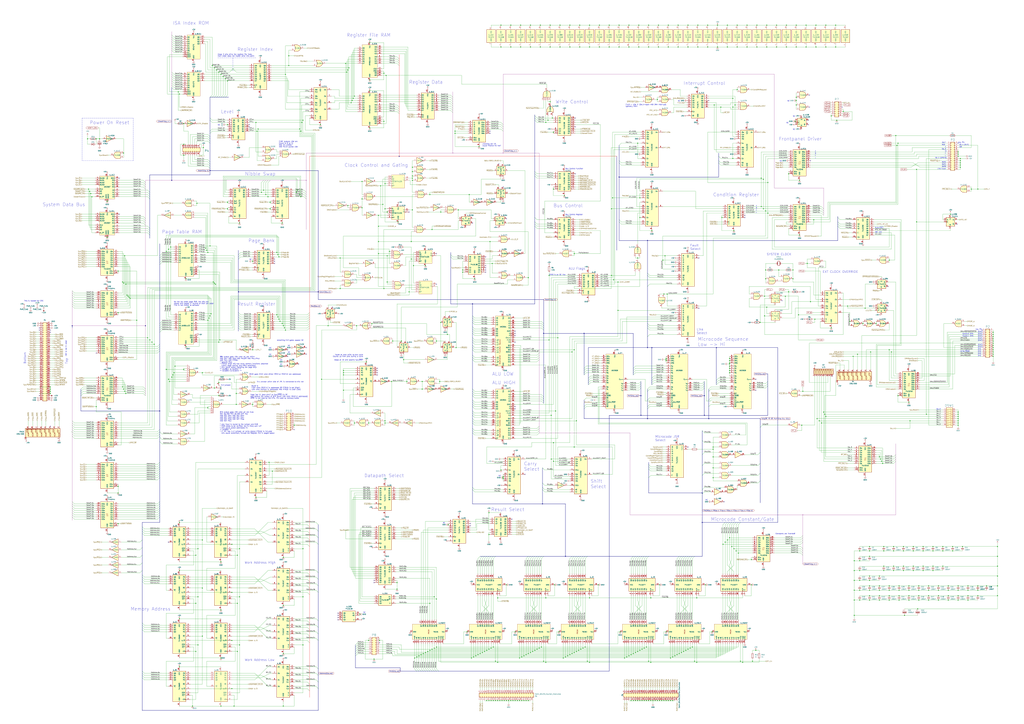
<source format=kicad_sch>
(kicad_sch (version 20211123) (generator eeschema)
  (paper "A0")
  (title_block (title "Centurion VI CPU") (date "2022-08-02") (rev "24") (company "Meisaka Yukara") (comment 1 "Visual Reverse Engineered - May contain errors and/or artifacts") (comment 2 "Additional connections are traced from continutity testing") (comment 3 "Some connections are derived from Microcode evaluation"))
  (lib_symbols
    (symbol "74LS471_1"
      (property "Reference" "U_B13.1" (at 1.27 15.24 0))
      (property "Value" "74LS471_1" (at 0 0 90))
      (symbol "74LS471_1_0_0"
        (pin input line (at -12.7 -3.81 0) (length 5.08) (name "A6") (number "1"))
        (pin tri_state line (at 12.7 6.35 180) (length 5.08) (name "Q2") (number "10"))
        (pin tri_state line (at 12.7 8.89 180) (length 5.08) (name "Q1") (number "11"))
        (pin tri_state line (at 12.7 11.43 180) (length 5.08) (name "Q0") (number "12"))
        (pin input inverted (at -12.7 -8.89 0) (length 5.08) (name "~{CE1}") (number "13"))
        (pin input inverted (at -12.7 -11.43 0) (length 5.08) (name "~{CE2}") (number "14"))
        (pin input line (at -12.7 -6.35 0) (length 5.08) (name "A7") (number "15"))
        (pin power_in line (at 0 16.51 270) (length 2.54) (name "Vcc") (number "16"))
        (pin input line (at -12.7 -1.27 0) (length 5.08) (name "A5") (number "2"))
        (pin input line (at -12.7 1.27 0) (length 5.08) (name "A4") (number "3"))
        (pin input line (at -12.7 3.81 0) (length 5.08) (name "A3") (number "4"))
        (pin input line (at -12.7 11.43 0) (length 5.08) (name "A0") (number "5"))
        (pin input line (at -12.7 8.89 0) (length 5.08) (name "A1") (number "6"))
        (pin input line (at -12.7 6.35 0) (length 5.08) (name "A2") (number "7"))
        (pin power_in line (at 0 -16.51 90) (length 2.54) (name "GND") (number "8"))
        (pin tri_state line (at 12.7 3.81 180) (length 5.08) (name "Q3") (number "9"))
      )
    )
    (symbol "74xx:74LS00" (pin_names (offset 1.016))
      (property "Reference" "U" (at 0 1.27 0))
      (property "Value" "74LS00" (at 0 -1.27 0))
      (symbol "74LS00_1_1"
        (pin input line (at -7.62 2.54 0) (length 3.81) (name "~") (number "1"))
        (pin input line (at -7.62 -2.54 0) (length 3.81) (name "~") (number "2"))
        (pin output inverted (at 7.62 0 180) (length 3.81) (name "~") (number "3"))
      )
      (symbol "74LS00_1_2"
        (pin input inverted (at -7.62 2.54 0) (length 4.318) (name "~") (number "1"))
        (pin input inverted (at -7.62 -2.54 0) (length 4.318) (name "~") (number "2"))
        (pin output line (at 7.62 0 180) (length 3.81) (name "~") (number "3"))
      )
      (symbol "74LS00_2_1"
        (pin input line (at -7.62 2.54 0) (length 3.81) (name "~") (number "4"))
        (pin input line (at -7.62 -2.54 0) (length 3.81) (name "~") (number "5"))
        (pin output inverted (at 7.62 0 180) (length 3.81) (name "~") (number "6"))
      )
      (symbol "74LS00_2_2"
        (pin input inverted (at -7.62 2.54 0) (length 4.318) (name "~") (number "4"))
        (pin input inverted (at -7.62 -2.54 0) (length 4.318) (name "~") (number "5"))
        (pin output line (at 7.62 0 180) (length 3.81) (name "~") (number "6"))
      )
      (symbol "74LS00_3_1"
        (pin input line (at -7.62 -2.54 0) (length 3.81) (name "~") (number "10"))
        (pin output inverted (at 7.62 0 180) (length 3.81) (name "~") (number "8"))
        (pin input line (at -7.62 2.54 0) (length 3.81) (name "~") (number "9"))
      )
      (symbol "74LS00_3_2"
        (pin input inverted (at -7.62 -2.54 0) (length 4.318) (name "~") (number "10"))
        (pin output line (at 7.62 0 180) (length 3.81) (name "~") (number "8"))
        (pin input inverted (at -7.62 2.54 0) (length 4.318) (name "~") (number "9"))
      )
      (symbol "74LS00_4_1"
        (pin output inverted (at 7.62 0 180) (length 3.81) (name "~") (number "11"))
        (pin input line (at -7.62 2.54 0) (length 3.81) (name "~") (number "12"))
        (pin input line (at -7.62 -2.54 0) (length 3.81) (name "~") (number "13"))
      )
      (symbol "74LS00_4_2"
        (pin output line (at 7.62 0 180) (length 3.81) (name "~") (number "11"))
        (pin input inverted (at -7.62 2.54 0) (length 4.318) (name "~") (number "12"))
        (pin input inverted (at -7.62 -2.54 0) (length 4.318) (name "~") (number "13"))
      )
      (symbol "74LS00_5_0"
        (pin power_in line (at 0 12.7 270) (length 5.08) (name "VCC") (number "14"))
        (pin power_in line (at 0 -12.7 90) (length 5.08) (name "GND") (number "7"))
      )
    )
    (symbol "74xx:74LS02" (pin_names (offset 1.016))
      (property "Reference" "U" (at 0 1.27 0))
      (property "Value" "74LS02" (at 0 -1.27 0))
      (symbol "74LS02_1_1"
        (pin output inverted (at 7.62 0 180) (length 3.81) (name "~") (number "1"))
        (pin input line (at -7.62 2.54 0) (length 4.318) (name "~") (number "2"))
        (pin input line (at -7.62 -2.54 0) (length 4.318) (name "~") (number "3"))
      )
      (symbol "74LS02_1_2"
        (pin output line (at 7.62 0 180) (length 3.81) (name "~") (number "1"))
        (pin input inverted (at -7.62 2.54 0) (length 3.81) (name "~") (number "2"))
        (pin input inverted (at -7.62 -2.54 0) (length 3.81) (name "~") (number "3"))
      )
      (symbol "74LS02_2_1"
        (pin output inverted (at 7.62 0 180) (length 3.81) (name "~") (number "4"))
        (pin input line (at -7.62 2.54 0) (length 4.318) (name "~") (number "5"))
        (pin input line (at -7.62 -2.54 0) (length 4.318) (name "~") (number "6"))
      )
      (symbol "74LS02_2_2"
        (pin output line (at 7.62 0 180) (length 3.81) (name "~") (number "4"))
        (pin input inverted (at -7.62 2.54 0) (length 3.81) (name "~") (number "5"))
        (pin input inverted (at -7.62 -2.54 0) (length 3.81) (name "~") (number "6"))
      )
      (symbol "74LS02_3_1"
        (pin output inverted (at 7.62 0 180) (length 3.81) (name "~") (number "10"))
        (pin input line (at -7.62 2.54 0) (length 4.318) (name "~") (number "8"))
        (pin input line (at -7.62 -2.54 0) (length 4.318) (name "~") (number "9"))
      )
      (symbol "74LS02_3_2"
        (pin output line (at 7.62 0 180) (length 3.81) (name "~") (number "10"))
        (pin input inverted (at -7.62 2.54 0) (length 3.81) (name "~") (number "8"))
        (pin input inverted (at -7.62 -2.54 0) (length 3.81) (name "~") (number "9"))
      )
      (symbol "74LS02_4_1"
        (pin input line (at -7.62 2.54 0) (length 4.318) (name "~") (number "11"))
        (pin input line (at -7.62 -2.54 0) (length 4.318) (name "~") (number "12"))
        (pin output inverted (at 7.62 0 180) (length 3.81) (name "~") (number "13"))
      )
      (symbol "74LS02_4_2"
        (pin input inverted (at -7.62 2.54 0) (length 3.81) (name "~") (number "11"))
        (pin input inverted (at -7.62 -2.54 0) (length 3.81) (name "~") (number "12"))
        (pin output line (at 7.62 0 180) (length 3.81) (name "~") (number "13"))
      )
      (symbol "74LS02_5_0"
        (pin power_in line (at 0 12.7 270) (length 5.08) (name "VCC") (number "14"))
        (pin power_in line (at 0 -12.7 90) (length 5.08) (name "GND") (number "7"))
      )
    )
    (symbol "74xx:74LS04"
      (property "Reference" "U" (at 0 1.27 0))
      (property "Value" "74LS04" (at 0 -1.27 0))
      (symbol "74LS04_1_0"
        (pin input line (at -7.62 0 0) (length 3.81) (name "~") (number "1"))
        (pin output inverted (at 7.62 0 180) (length 3.81) (name "~") (number "2"))
      )
      (symbol "74LS04_2_0"
        (pin input line (at -7.62 0 0) (length 3.81) (name "~") (number "3"))
        (pin output inverted (at 7.62 0 180) (length 3.81) (name "~") (number "4"))
      )
      (symbol "74LS04_3_0"
        (pin input line (at -7.62 0 0) (length 3.81) (name "~") (number "5"))
        (pin output inverted (at 7.62 0 180) (length 3.81) (name "~") (number "6"))
      )
      (symbol "74LS04_4_0"
        (pin output inverted (at 7.62 0 180) (length 3.81) (name "~") (number "8"))
        (pin input line (at -7.62 0 0) (length 3.81) (name "~") (number "9"))
      )
      (symbol "74LS04_5_0"
        (pin output inverted (at 7.62 0 180) (length 3.81) (name "~") (number "10"))
        (pin input line (at -7.62 0 0) (length 3.81) (name "~") (number "11"))
      )
      (symbol "74LS04_6_0"
        (pin output inverted (at 7.62 0 180) (length 3.81) (name "~") (number "12"))
        (pin input line (at -7.62 0 0) (length 3.81) (name "~") (number "13"))
      )
      (symbol "74LS04_7_0"
        (pin power_in line (at 0 12.7 270) (length 5.08) (name "VCC") (number "14"))
        (pin power_in line (at 0 -12.7 90) (length 5.08) (name "GND") (number "7"))
      )
    )
    (symbol "74xx:74LS10" (pin_names (offset 1.016))
      (property "Reference" "U" (at 0 1.27 0))
      (property "Value" "74LS10" (at 0 -1.27 0))
      (symbol "74LS10_1_1"
        (pin input line (at -7.62 2.54 0) (length 3.81) (name "~") (number "1"))
        (pin output inverted (at 7.62 0 180) (length 3.81) (name "~") (number "12"))
        (pin input line (at -7.62 -2.54 0) (length 3.81) (name "~") (number "13"))
        (pin input line (at -7.62 0 0) (length 3.81) (name "~") (number "2"))
      )
      (symbol "74LS10_1_2"
        (pin input inverted (at -7.62 2.54 0) (length 4.318) (name "~") (number "1"))
        (pin output line (at 7.62 0 180) (length 3.81) (name "~") (number "12"))
        (pin input inverted (at -7.62 -2.54 0) (length 4.318) (name "~") (number "13"))
        (pin input inverted (at -7.62 0 0) (length 4.953) (name "~") (number "2"))
      )
      (symbol "74LS10_2_1"
        (pin input line (at -7.62 2.54 0) (length 3.81) (name "~") (number "3"))
        (pin input line (at -7.62 0 0) (length 3.81) (name "~") (number "4"))
        (pin input line (at -7.62 -2.54 0) (length 3.81) (name "~") (number "5"))
        (pin output inverted (at 7.62 0 180) (length 3.81) (name "~") (number "6"))
      )
      (symbol "74LS10_2_2"
        (pin input inverted (at -7.62 2.54 0) (length 4.318) (name "~") (number "3"))
        (pin input inverted (at -7.62 0 0) (length 4.953) (name "~") (number "4"))
        (pin input inverted (at -7.62 -2.54 0) (length 4.318) (name "~") (number "5"))
        (pin output line (at 7.62 0 180) (length 3.81) (name "~") (number "6"))
      )
      (symbol "74LS10_3_1"
        (pin input line (at -7.62 0 0) (length 3.81) (name "~") (number "10"))
        (pin input line (at -7.62 -2.54 0) (length 3.81) (name "~") (number "11"))
        (pin output inverted (at 7.62 0 180) (length 3.81) (name "~") (number "8"))
        (pin input line (at -7.62 2.54 0) (length 3.81) (name "~") (number "9"))
      )
      (symbol "74LS10_3_2"
        (pin input inverted (at -7.62 0 0) (length 4.953) (name "~") (number "10"))
        (pin input inverted (at -7.62 -2.54 0) (length 4.318) (name "~") (number "11"))
        (pin output line (at 7.62 0 180) (length 3.81) (name "~") (number "8"))
        (pin input inverted (at -7.62 2.54 0) (length 4.318) (name "~") (number "9"))
      )
      (symbol "74LS10_4_0"
        (pin power_in line (at 0 12.7 270) (length 5.08) (name "VCC") (number "14"))
        (pin power_in line (at 0 -12.7 90) (length 5.08) (name "GND") (number "7"))
      )
    )
    (symbol "74xx:74LS109" (pin_names (offset 1.016))
      (property "Reference" "U" (at -7.62 8.89 0))
      (property "Value" "74LS109" (at -7.62 -8.89 0))
      (symbol "74LS109_1_0"
        (pin input line (at 0 -7.62 90) (length 2.54) (name "~{R}") (number "1"))
        (pin input line (at -7.62 2.54 0) (length 2.54) (name "J") (number "2"))
        (pin input line (at -7.62 -2.54 0) (length 2.54) (name "~{K}") (number "3"))
        (pin input clock (at -7.62 0 0) (length 2.54) (name "C") (number "4"))
        (pin input line (at 0 7.62 270) (length 2.54) (name "~{S}") (number "5"))
        (pin output line (at 7.62 2.54 180) (length 2.54) (name "Q") (number "6"))
        (pin output line (at 7.62 -2.54 180) (length 2.54) (name "~{Q}") (number "7"))
      )
      (symbol "74LS109_2_0"
        (pin output line (at 7.62 2.54 180) (length 2.54) (name "Q") (number "10"))
        (pin input line (at 0 7.62 270) (length 2.54) (name "~{S}") (number "11"))
        (pin input clock (at -7.62 0 0) (length 2.54) (name "C") (number "12"))
        (pin input line (at -7.62 -2.54 0) (length 2.54) (name "~{K}") (number "13"))
        (pin input line (at -7.62 2.54 0) (length 2.54) (name "J") (number "14"))
        (pin input line (at 0 -7.62 90) (length 2.54) (name "~{R}") (number "15"))
        (pin output line (at 7.62 -2.54 180) (length 2.54) (name "~{Q}") (number "9"))
      )
      (symbol "74LS109_3_0"
        (pin power_in line (at 0 10.16 270) (length 2.54) (name "VCC") (number "16"))
        (pin power_in line (at 0 -10.16 90) (length 2.54) (name "GND") (number "8"))
      )
    )
    (symbol "74xx:74LS138" (pin_names (offset 1.016))
      (property "Reference" "U" (at -7.62 11.43 0))
      (property "Value" "74LS138" (at -7.62 -13.97 0))
      (symbol "74LS138_1_0"
        (pin input line (at -12.7 7.62 0) (length 5.08) (name "A0") (number "1"))
        (pin output output_low (at 12.7 -5.08 180) (length 5.08) (name "O5") (number "10"))
        (pin output output_low (at 12.7 -2.54 180) (length 5.08) (name "O4") (number "11"))
        (pin output output_low (at 12.7 0 180) (length 5.08) (name "O3") (number "12"))
        (pin output output_low (at 12.7 2.54 180) (length 5.08) (name "O2") (number "13"))
        (pin output output_low (at 12.7 5.08 180) (length 5.08) (name "O1") (number "14"))
        (pin output output_low (at 12.7 7.62 180) (length 5.08) (name "O0") (number "15"))
        (pin power_in line (at 0 15.24 270) (length 5.08) (name "VCC") (number "16"))
        (pin input line (at -12.7 5.08 0) (length 5.08) (name "A1") (number "2"))
        (pin input line (at -12.7 2.54 0) (length 5.08) (name "A2") (number "3"))
        (pin input input_low (at -12.7 -10.16 0) (length 5.08) (name "E1") (number "4"))
        (pin input input_low (at -12.7 -7.62 0) (length 5.08) (name "E2") (number "5"))
        (pin input line (at -12.7 -5.08 0) (length 5.08) (name "E3") (number "6"))
        (pin output output_low (at 12.7 -10.16 180) (length 5.08) (name "O7") (number "7"))
        (pin power_in line (at 0 -17.78 90) (length 5.08) (name "GND") (number "8"))
        (pin output output_low (at 12.7 -7.62 180) (length 5.08) (name "O6") (number "9"))
      )
    )
    (symbol "74xx:74LS139" (pin_names (offset 1.016))
      (property "Reference" "U" (at -7.62 8.89 0))
      (property "Value" "74LS139" (at -7.62 -8.89 0))
      (symbol "74LS139_1_0"
        (pin input inverted (at -12.7 -5.08 0) (length 5.08) (name "E") (number "1"))
        (pin input line (at -12.7 0 0) (length 5.08) (name "A0") (number "2"))
        (pin input line (at -12.7 2.54 0) (length 5.08) (name "A1") (number "3"))
        (pin output inverted (at 12.7 2.54 180) (length 5.08) (name "O0") (number "4"))
        (pin output inverted (at 12.7 0 180) (length 5.08) (name "O1") (number "5"))
        (pin output inverted (at 12.7 -2.54 180) (length 5.08) (name "O2") (number "6"))
        (pin output inverted (at 12.7 -5.08 180) (length 5.08) (name "O3") (number "7"))
      )
      (symbol "74LS139_2_0"
        (pin output inverted (at 12.7 -2.54 180) (length 5.08) (name "O2") (number "10"))
        (pin output inverted (at 12.7 0 180) (length 5.08) (name "O1") (number "11"))
        (pin output inverted (at 12.7 2.54 180) (length 5.08) (name "O0") (number "12"))
        (pin input line (at -12.7 2.54 0) (length 5.08) (name "A1") (number "13"))
        (pin input line (at -12.7 0 0) (length 5.08) (name "A0") (number "14"))
        (pin input inverted (at -12.7 -5.08 0) (length 5.08) (name "E") (number "15"))
        (pin output inverted (at 12.7 -5.08 180) (length 5.08) (name "O3") (number "9"))
      )
      (symbol "74LS139_3_0"
        (pin power_in line (at 0 12.7 270) (length 5.08) (name "VCC") (number "16"))
        (pin power_in line (at 0 -12.7 90) (length 5.08) (name "GND") (number "8"))
      )
    )
    (symbol "74xx:74LS151" (pin_names (offset 1.016))
      (property "Reference" "U" (at -7.62 19.05 0))
      (property "Value" "74LS151" (at -7.62 -21.59 0))
      (symbol "74LS151_1_0"
        (pin input line (at -12.7 7.62 0) (length 5.08) (name "I3") (number "1"))
        (pin input line (at -12.7 -10.16 0) (length 5.08) (name "S1") (number "10"))
        (pin input line (at -12.7 -7.62 0) (length 5.08) (name "S0") (number "11"))
        (pin input line (at -12.7 -2.54 0) (length 5.08) (name "I7") (number "12"))
        (pin input line (at -12.7 0 0) (length 5.08) (name "I6") (number "13"))
        (pin input line (at -12.7 2.54 0) (length 5.08) (name "I5") (number "14"))
        (pin input line (at -12.7 5.08 0) (length 5.08) (name "I4") (number "15"))
        (pin power_in line (at 0 22.86 270) (length 5.08) (name "VCC") (number "16"))
        (pin input line (at -12.7 10.16 0) (length 5.08) (name "I2") (number "2"))
        (pin input line (at -12.7 12.7 0) (length 5.08) (name "I1") (number "3"))
        (pin input line (at -12.7 15.24 0) (length 5.08) (name "I0") (number "4"))
        (pin output line (at 12.7 15.24 180) (length 5.08) (name "Z") (number "5"))
        (pin output line (at 12.7 12.7 180) (length 5.08) (name "~{Z}") (number "6"))
        (pin input line (at -12.7 -17.78 0) (length 5.08) (name "~{E}") (number "7"))
        (pin power_in line (at 0 -25.4 90) (length 5.08) (name "GND") (number "8"))
        (pin input line (at -12.7 -12.7 0) (length 5.08) (name "S2") (number "9"))
      )
    )
    (symbol "74xx:74LS153" (pin_names (offset 1.016))
      (property "Reference" "U" (at -7.62 21.59 0))
      (property "Value" "74LS153" (at -7.62 -24.13 0))
      (symbol "74LS153_1_0"
        (pin input inverted (at -12.7 5.08 0) (length 5.08) (name "Ea") (number "1"))
        (pin input line (at -12.7 0 0) (length 5.08) (name "I0b") (number "10"))
        (pin input line (at -12.7 -2.54 0) (length 5.08) (name "I1b") (number "11"))
        (pin input line (at -12.7 -5.08 0) (length 5.08) (name "I2b") (number "12"))
        (pin input line (at -12.7 -7.62 0) (length 5.08) (name "I3b") (number "13"))
        (pin input line (at -12.7 -17.78 0) (length 5.08) (name "S0") (number "14"))
        (pin input inverted (at -12.7 -12.7 0) (length 5.08) (name "Eb") (number "15"))
        (pin power_in line (at 0 25.4 270) (length 5.08) (name "VCC") (number "16"))
        (pin input line (at -12.7 -20.32 0) (length 5.08) (name "S1") (number "2"))
        (pin input line (at -12.7 10.16 0) (length 5.08) (name "I3a") (number "3"))
        (pin input line (at -12.7 12.7 0) (length 5.08) (name "I2a") (number "4"))
        (pin input line (at -12.7 15.24 0) (length 5.08) (name "I1a") (number "5"))
        (pin input line (at -12.7 17.78 0) (length 5.08) (name "I0a") (number "6"))
        (pin output line (at 12.7 17.78 180) (length 5.08) (name "Za") (number "7"))
        (pin power_in line (at 0 -27.94 90) (length 5.08) (name "GND") (number "8"))
        (pin output line (at 12.7 0 180) (length 5.08) (name "Zb") (number "9"))
      )
    )
    (symbol "74xx:74LS157" (pin_names (offset 1.016))
      (property "Reference" "U" (at -7.62 19.05 0))
      (property "Value" "74LS157" (at -7.62 -21.59 0))
      (symbol "74LS157_1_0"
        (pin input line (at -12.7 -15.24 0) (length 5.08) (name "S") (number "1"))
        (pin input line (at -12.7 -2.54 0) (length 5.08) (name "I1c") (number "10"))
        (pin input line (at -12.7 0 0) (length 5.08) (name "I0c") (number "11"))
        (pin output line (at 12.7 -7.62 180) (length 5.08) (name "Zd") (number "12"))
        (pin input line (at -12.7 -10.16 0) (length 5.08) (name "I1d") (number "13"))
        (pin input line (at -12.7 -7.62 0) (length 5.08) (name "I0d") (number "14"))
        (pin input inverted (at -12.7 -17.78 0) (length 5.08) (name "E") (number "15"))
        (pin power_in line (at 0 22.86 270) (length 5.08) (name "VCC") (number "16"))
        (pin input line (at -12.7 15.24 0) (length 5.08) (name "I0a") (number "2"))
        (pin input line (at -12.7 12.7 0) (length 5.08) (name "I1a") (number "3"))
        (pin output line (at 12.7 15.24 180) (length 5.08) (name "Za") (number "4"))
        (pin input line (at -12.7 7.62 0) (length 5.08) (name "I0b") (number "5"))
        (pin input line (at -12.7 5.08 0) (length 5.08) (name "I1b") (number "6"))
        (pin output line (at 12.7 7.62 180) (length 5.08) (name "Zb") (number "7"))
        (pin power_in line (at 0 -25.4 90) (length 5.08) (name "GND") (number "8"))
        (pin output line (at 12.7 0 180) (length 5.08) (name "Zc") (number "9"))
      )
    )
    (symbol "74xx:74LS168" (pin_names (offset 1.016))
      (property "Reference" "U" (at -7.62 19.05 0))
      (property "Value" "74LS168" (at -7.62 -19.05 0))
      (symbol "74LS168_1_0"
        (pin input line (at -12.7 -2.54 0) (length 5.08) (name "U/~{D}") (number "1"))
        (pin input line (at -12.7 -10.16 0) (length 5.08) (name "~{CET}") (number "10"))
        (pin output line (at 12.7 7.62 180) (length 5.08) (name "Q3") (number "11"))
        (pin output line (at 12.7 10.16 180) (length 5.08) (name "Q2") (number "12"))
        (pin output line (at 12.7 12.7 180) (length 5.08) (name "Q1") (number "13"))
        (pin output line (at 12.7 15.24 180) (length 5.08) (name "Q0") (number "14"))
        (pin output line (at 12.7 0 180) (length 5.08) (name "~{TC}") (number "15"))
        (pin power_in line (at 0 22.86 270) (length 5.08) (name "VCC") (number "16"))
        (pin input clock (at -12.7 -15.24 0) (length 5.08) (name "CP") (number "2"))
        (pin input line (at -12.7 15.24 0) (length 5.08) (name "P0") (number "3"))
        (pin input line (at -12.7 12.7 0) (length 5.08) (name "P1") (number "4"))
        (pin input line (at -12.7 10.16 0) (length 5.08) (name "P2") (number "5"))
        (pin input line (at -12.7 7.62 0) (length 5.08) (name "P3") (number "6"))
        (pin input line (at -12.7 -7.62 0) (length 5.08) (name "~{CEP}") (number "7"))
        (pin power_in line (at 0 -22.86 90) (length 5.08) (name "GND") (number "8"))
        (pin input line (at -12.7 2.54 0) (length 5.08) (name "~{PE}") (number "9"))
      )
    )
    (symbol "74xx:74LS173" (pin_names (offset 1.016))
      (property "Reference" "U" (at -7.62 19.05 0))
      (property "Value" "74LS173" (at -7.62 -19.05 0))
      (symbol "74LS173_1_0"
        (pin input inverted (at -12.7 2.54 0) (length 5.08) (name "Oe1") (number "1"))
        (pin input inverted (at -12.7 -7.62 0) (length 5.08) (name "E2") (number "10"))
        (pin input line (at -12.7 7.62 0) (length 5.08) (name "D3") (number "11"))
        (pin input line (at -12.7 10.16 0) (length 5.08) (name "D2") (number "12"))
        (pin input line (at -12.7 12.7 0) (length 5.08) (name "D1") (number "13"))
        (pin input line (at -12.7 15.24 0) (length 5.08) (name "D0") (number "14"))
        (pin input line (at -12.7 -15.24 0) (length 5.08) (name "Mr") (number "15"))
        (pin power_in line (at 0 22.86 270) (length 5.08) (name "VCC") (number "16"))
        (pin input inverted (at -12.7 0 0) (length 5.08) (name "Oe2") (number "2"))
        (pin tri_state line (at 12.7 15.24 180) (length 5.08) (name "Q0") (number "3"))
        (pin tri_state line (at 12.7 12.7 180) (length 5.08) (name "Q1") (number "4"))
        (pin tri_state line (at 12.7 10.16 180) (length 5.08) (name "Q2") (number "5"))
        (pin tri_state line (at 12.7 7.62 180) (length 5.08) (name "Q3") (number "6"))
        (pin input clock (at -12.7 -10.16 0) (length 5.08) (name "Cp") (number "7"))
        (pin power_in line (at 0 -22.86 90) (length 5.08) (name "GND") (number "8"))
        (pin input inverted (at -12.7 -5.08 0) (length 5.08) (name "E1") (number "9"))
      )
    )
    (symbol "74xx:74LS174" (pin_names (offset 1.016))
      (property "Reference" "U" (at -7.62 13.97 0))
      (property "Value" "74LS174" (at -7.62 -16.51 0))
      (symbol "74LS174_1_0"
        (pin input line (at -12.7 -12.7 0) (length 5.08) (name "~{Mr}") (number "1"))
        (pin output line (at 12.7 2.54 180) (length 5.08) (name "Q3") (number "10"))
        (pin input line (at -12.7 2.54 0) (length 5.08) (name "D3") (number "11"))
        (pin output line (at 12.7 0 180) (length 5.08) (name "Q4") (number "12"))
        (pin input line (at -12.7 0 0) (length 5.08) (name "D4") (number "13"))
        (pin input line (at -12.7 -2.54 0) (length 5.08) (name "D5") (number "14"))
        (pin output line (at 12.7 -2.54 180) (length 5.08) (name "Q5") (number "15"))
        (pin power_in line (at 0 17.78 270) (length 5.08) (name "VCC") (number "16"))
        (pin output line (at 12.7 10.16 180) (length 5.08) (name "Q0") (number "2"))
        (pin input line (at -12.7 10.16 0) (length 5.08) (name "D0") (number "3"))
        (pin input line (at -12.7 7.62 0) (length 5.08) (name "D1") (number "4"))
        (pin output line (at 12.7 7.62 180) (length 5.08) (name "Q1") (number "5"))
        (pin input line (at -12.7 5.08 0) (length 5.08) (name "D2") (number "6"))
        (pin output line (at 12.7 5.08 180) (length 5.08) (name "Q2") (number "7"))
        (pin power_in line (at 0 -20.32 90) (length 5.08) (name "GND") (number "8"))
        (pin input clock (at -12.7 -7.62 0) (length 5.08) (name "Cp") (number "9"))
      )
    )
    (symbol "74xx:74LS20" (pin_names (offset 1.016))
      (property "Reference" "U" (at 0 1.27 0))
      (property "Value" "74LS20" (at 0 -1.27 0))
      (symbol "74LS20_1_1"
        (pin input line (at -7.62 3.81 0) (length 3.81) (name "~") (number "1"))
        (pin input line (at -7.62 1.27 0) (length 3.81) (name "~") (number "2"))
        (pin input line (at -7.62 -1.27 0) (length 3.81) (name "~") (number "4"))
        (pin input line (at -7.62 -3.81 0) (length 3.81) (name "~") (number "5"))
        (pin output inverted (at 7.62 0 180) (length 3.81) (name "~") (number "6"))
      )
      (symbol "74LS20_1_2"
        (pin input inverted (at -7.62 3.81 0) (length 3.81) (name "~") (number "1"))
        (pin input inverted (at -7.62 1.27 0) (length 4.826) (name "~") (number "2"))
        (pin input inverted (at -7.62 -1.27 0) (length 4.826) (name "~") (number "4"))
        (pin input inverted (at -7.62 -3.81 0) (length 3.81) (name "~") (number "5"))
        (pin output line (at 7.62 0 180) (length 3.81) (name "~") (number "6"))
      )
      (symbol "74LS20_2_1"
        (pin input line (at -7.62 1.27 0) (length 3.81) (name "~") (number "10"))
        (pin input line (at -7.62 -1.27 0) (length 3.81) (name "~") (number "12"))
        (pin input line (at -7.62 -3.81 0) (length 3.81) (name "~") (number "13"))
        (pin output inverted (at 7.62 0 180) (length 3.81) (name "~") (number "8"))
        (pin input line (at -7.62 3.81 0) (length 3.81) (name "~") (number "9"))
      )
      (symbol "74LS20_2_2"
        (pin input inverted (at -7.62 1.27 0) (length 4.826) (name "~") (number "10"))
        (pin input inverted (at -7.62 -1.27 0) (length 4.826) (name "~") (number "12"))
        (pin input inverted (at -7.62 -3.81 0) (length 3.81) (name "~") (number "13"))
        (pin output line (at 7.62 0 180) (length 3.81) (name "~") (number "8"))
        (pin input inverted (at -7.62 3.81 0) (length 3.81) (name "~") (number "9"))
      )
      (symbol "74LS20_3_0"
        (pin power_in line (at 0 12.7 270) (length 5.08) (name "VCC") (number "14"))
        (pin power_in line (at 0 -12.7 90) (length 5.08) (name "GND") (number "7"))
      )
    )
    (symbol "74xx:74LS240" (pin_names (offset 1.016))
      (property "Reference" "U" (at -7.62 16.51 0))
      (property "Value" "74LS240" (at -7.62 -16.51 0))
      (symbol "74LS240_1_0"
        (pin input inverted (at -12.7 -10.16 0) (length 5.08) (name "OEa") (number "1"))
        (pin power_in line (at 0 -20.32 90) (length 5.08) (name "GND") (number "10"))
        (pin input line (at -12.7 2.54 0) (length 5.08) (name "I0b") (number "11"))
        (pin tri_state inverted (at 12.7 5.08 180) (length 5.08) (name "O3a") (number "12"))
        (pin input line (at -12.7 0 0) (length 5.08) (name "I1b") (number "13"))
        (pin tri_state inverted (at 12.7 7.62 180) (length 5.08) (name "O2a") (number "14"))
        (pin input line (at -12.7 -2.54 0) (length 5.08) (name "I2b") (number "15"))
        (pin tri_state inverted (at 12.7 10.16 180) (length 5.08) (name "O1a") (number "16"))
        (pin input line (at -12.7 -5.08 0) (length 5.08) (name "I3b") (number "17"))
        (pin tri_state inverted (at 12.7 12.7 180) (length 5.08) (name "O0a") (number "18"))
        (pin input inverted (at -12.7 -12.7 0) (length 5.08) (name "OEb") (number "19"))
        (pin input line (at -12.7 12.7 0) (length 5.08) (name "I0a") (number "2"))
        (pin power_in line (at 0 20.32 270) (length 5.08) (name "VCC") (number "20"))
        (pin tri_state inverted (at 12.7 -5.08 180) (length 5.08) (name "O3b") (number "3"))
        (pin input line (at -12.7 10.16 0) (length 5.08) (name "I1a") (number "4"))
        (pin tri_state inverted (at 12.7 -2.54 180) (length 5.08) (name "O2b") (number "5"))
        (pin input line (at -12.7 7.62 0) (length 5.08) (name "I2a") (number "6"))
        (pin tri_state inverted (at 12.7 0 180) (length 5.08) (name "O1b") (number "7"))
        (pin input line (at -12.7 5.08 0) (length 5.08) (name "I3a") (number "8"))
        (pin tri_state inverted (at 12.7 2.54 180) (length 5.08) (name "O0b") (number "9"))
      )
    )
    (symbol "74xx:74LS244" (pin_names (offset 1.016))
      (property "Reference" "U" (at -7.62 16.51 0))
      (property "Value" "74LS244" (at -7.62 -16.51 0))
      (symbol "74LS244_1_0"
        (pin input inverted (at -12.7 -10.16 0) (length 5.08) (name "OEa") (number "1"))
        (pin power_in line (at 0 -20.32 90) (length 5.08) (name "GND") (number "10"))
        (pin input line (at -12.7 2.54 0) (length 5.08) (name "I0b") (number "11"))
        (pin tri_state line (at 12.7 5.08 180) (length 5.08) (name "O3a") (number "12"))
        (pin input line (at -12.7 0 0) (length 5.08) (name "I1b") (number "13"))
        (pin tri_state line (at 12.7 7.62 180) (length 5.08) (name "O2a") (number "14"))
        (pin input line (at -12.7 -2.54 0) (length 5.08) (name "I2b") (number "15"))
        (pin tri_state line (at 12.7 10.16 180) (length 5.08) (name "O1a") (number "16"))
        (pin input line (at -12.7 -5.08 0) (length 5.08) (name "I3b") (number "17"))
        (pin tri_state line (at 12.7 12.7 180) (length 5.08) (name "O0a") (number "18"))
        (pin input inverted (at -12.7 -12.7 0) (length 5.08) (name "OEb") (number "19"))
        (pin input line (at -12.7 12.7 0) (length 5.08) (name "I0a") (number "2"))
        (pin power_in line (at 0 20.32 270) (length 5.08) (name "VCC") (number "20"))
        (pin tri_state line (at 12.7 -5.08 180) (length 5.08) (name "O3b") (number "3"))
        (pin input line (at -12.7 10.16 0) (length 5.08) (name "I1a") (number "4"))
        (pin tri_state line (at 12.7 -2.54 180) (length 5.08) (name "O2b") (number "5"))
        (pin input line (at -12.7 7.62 0) (length 5.08) (name "I2a") (number "6"))
        (pin tri_state line (at 12.7 0 180) (length 5.08) (name "O1b") (number "7"))
        (pin input line (at -12.7 5.08 0) (length 5.08) (name "I3a") (number "8"))
        (pin tri_state line (at 12.7 2.54 180) (length 5.08) (name "O0b") (number "9"))
      )
    )
    (symbol "74xx:74LS253" (pin_names (offset 1.016))
      (property "Reference" "U" (at -7.62 21.59 0))
      (property "Value" "74LS253" (at -7.62 -24.13 0))
      (symbol "74LS253_1_0"
        (pin input inverted (at -12.7 5.08 0) (length 5.08) (name "OEa") (number "1"))
        (pin input line (at -12.7 0 0) (length 5.08) (name "I0b") (number "10"))
        (pin input line (at -12.7 -2.54 0) (length 5.08) (name "I1b") (number "11"))
        (pin input line (at -12.7 -5.08 0) (length 5.08) (name "I2b") (number "12"))
        (pin input line (at -12.7 -7.62 0) (length 5.08) (name "I3b") (number "13"))
        (pin input line (at -12.7 -17.78 0) (length 5.08) (name "A0") (number "14"))
        (pin input inverted (at -12.7 -12.7 0) (length 5.08) (name "OEb") (number "15"))
        (pin power_in line (at 0 25.4 270) (length 5.08) (name "VCC") (number "16"))
        (pin input line (at -12.7 -20.32 0) (length 5.08) (name "A1") (number "2"))
        (pin input line (at -12.7 10.16 0) (length 5.08) (name "I3a") (number "3"))
        (pin input line (at -12.7 12.7 0) (length 5.08) (name "I2a") (number "4"))
        (pin input line (at -12.7 15.24 0) (length 5.08) (name "I1a") (number "5"))
        (pin input line (at -12.7 17.78 0) (length 5.08) (name "I0a") (number "6"))
        (pin tri_state line (at 12.7 17.78 180) (length 5.08) (name "Za") (number "7"))
        (pin power_in line (at 0 -27.94 90) (length 5.08) (name "GND") (number "8"))
        (pin tri_state line (at 12.7 0 180) (length 5.08) (name "Zb") (number "9"))
      )
    )
    (symbol "74xx:74LS259" (pin_names (offset 1.016))
      (property "Reference" "U" (at -7.62 13.97 0))
      (property "Value" "74LS259" (at -7.62 -13.97 0))
      (symbol "74LS259_1_0"
        (pin input line (at -12.7 5.08 0) (length 5.08) (name "A0") (number "1"))
        (pin output line (at 12.7 -2.54 180) (length 5.08) (name "Q5") (number "10"))
        (pin output line (at 12.7 -5.08 180) (length 5.08) (name "Q6") (number "11"))
        (pin output line (at 12.7 -7.62 180) (length 5.08) (name "Q7") (number "12"))
        (pin input line (at -12.7 10.16 0) (length 5.08) (name "D") (number "13"))
        (pin input inverted (at -12.7 -5.08 0) (length 5.08) (name "E") (number "14"))
        (pin input inverted (at -12.7 -10.16 0) (length 5.08) (name "Clr") (number "15"))
        (pin power_in line (at 0 17.78 270) (length 5.08) (name "VCC") (number "16"))
        (pin input line (at -12.7 2.54 0) (length 5.08) (name "A1") (number "2"))
        (pin input line (at -12.7 0 0) (length 5.08) (name "A2") (number "3"))
        (pin output line (at 12.7 10.16 180) (length 5.08) (name "Q0") (number "4"))
        (pin output line (at 12.7 7.62 180) (length 5.08) (name "Q1") (number "5"))
        (pin output line (at 12.7 5.08 180) (length 5.08) (name "Q2") (number "6"))
        (pin output line (at 12.7 2.54 180) (length 5.08) (name "Q3") (number "7"))
        (pin power_in line (at 0 -17.78 90) (length 5.08) (name "GND") (number "8"))
        (pin output line (at 12.7 0 180) (length 5.08) (name "Q4") (number "9"))
      )
    )
    (symbol "74xx:74LS30" (pin_names (offset 1.016))
      (property "Reference" "U" (at 0 1.27 0))
      (property "Value" "74LS30" (at 0 -1.27 0))
      (symbol "74LS30_1_1"
        (pin input line (at -7.62 7.62 0) (length 3.81) (name "~") (number "1"))
        (pin input line (at -7.62 -7.62 0) (length 3.81) (name "~") (number "11"))
        (pin input line (at -7.62 -10.16 0) (length 3.81) (name "~") (number "12"))
        (pin input line (at -7.62 5.08 0) (length 3.81) (name "~") (number "2"))
        (pin input line (at -7.62 2.54 0) (length 3.81) (name "~") (number "3"))
        (pin input line (at -7.62 0 0) (length 3.81) (name "~") (number "4"))
        (pin input line (at -7.62 -2.54 0) (length 3.81) (name "~") (number "5"))
        (pin input line (at -7.62 -5.08 0) (length 3.81) (name "~") (number "6"))
        (pin output inverted (at 7.62 0 180) (length 3.81) (name "~") (number "8"))
      )
      (symbol "74LS30_1_2"
        (pin input inverted (at -7.62 7.62 0) (length 3.81) (name "~") (number "1"))
        (pin input inverted (at -7.62 -7.62 0) (length 3.81) (name "~") (number "11"))
        (pin input inverted (at -7.62 -10.16 0) (length 3.81) (name "~") (number "12"))
        (pin input inverted (at -7.62 5.08 0) (length 3.81) (name "~") (number "2"))
        (pin input inverted (at -7.62 2.54 0) (length 4.5466) (name "~") (number "3"))
        (pin input inverted (at -7.62 0 0) (length 5.08) (name "~") (number "4"))
        (pin input inverted (at -7.62 -2.54 0) (length 4.5466) (name "~") (number "5"))
        (pin input inverted (at -7.62 -5.08 0) (length 3.81) (name "~") (number "6"))
        (pin output line (at 7.62 0 180) (length 3.81) (name "~") (number "8"))
      )
      (symbol "74LS30_2_0"
        (pin power_in line (at 0 12.7 270) (length 5.08) (name "VCC") (number "14"))
        (pin power_in line (at 0 -12.7 90) (length 5.08) (name "GND") (number "7"))
      )
    )
    (symbol "74xx:74LS368" (pin_names (offset 1.016))
      (property "Reference" "U" (at -7.62 13.97 0))
      (property "Value" "74LS368" (at -7.62 -13.97 0))
      (symbol "74LS368_1_0"
        (pin input inverted (at -12.7 -7.62 0) (length 5.08) (name "OEa") (number "1"))
        (pin input line (at -12.7 2.54 0) (length 5.08) (name "I4") (number "10"))
        (pin tri_state inverted (at 12.7 0 180) (length 5.08) (name "O5b") (number "11"))
        (pin input line (at -12.7 0 0) (length 5.08) (name "I5") (number "12"))
        (pin tri_state inverted (at 12.7 -2.54 180) (length 5.08) (name "O6b") (number "13"))
        (pin input line (at -12.7 -2.54 0) (length 5.08) (name "I6") (number "14"))
        (pin input inverted (at -12.7 -10.16 0) (length 5.08) (name "OEb") (number "15"))
        (pin power_in line (at 0 17.78 270) (length 5.08) (name "VCC") (number "16"))
        (pin input line (at -12.7 10.16 0) (length 5.08) (name "I1") (number "2"))
        (pin tri_state inverted (at 12.7 10.16 180) (length 5.08) (name "O1a") (number "3"))
        (pin input line (at -12.7 7.62 0) (length 5.08) (name "I2") (number "4"))
        (pin tri_state inverted (at 12.7 7.62 180) (length 5.08) (name "O2a") (number "5"))
        (pin input line (at -12.7 5.08 0) (length 5.08) (name "I3") (number "6"))
        (pin tri_state inverted (at 12.7 5.08 180) (length 5.08) (name "O3a") (number "7"))
        (pin power_in line (at 0 -17.78 90) (length 5.08) (name "GND") (number "8"))
        (pin tri_state inverted (at 12.7 2.54 180) (length 5.08) (name "O4a") (number "9"))
      )
    )
    (symbol "74xx:74LS37" (pin_names (offset 1.016))
      (property "Reference" "U" (at 0 1.27 0))
      (property "Value" "74LS37" (at 0 -1.27 0))
      (symbol "74LS37_1_1"
        (pin input line (at -7.62 2.54 0) (length 3.81) (name "~") (number "1"))
        (pin input line (at -7.62 -2.54 0) (length 3.81) (name "~") (number "2"))
        (pin output inverted (at 7.62 0 180) (length 3.81) (name "~") (number "3"))
      )
      (symbol "74LS37_1_2"
        (pin input inverted (at -7.62 2.54 0) (length 4.318) (name "~") (number "1"))
        (pin input inverted (at -7.62 -2.54 0) (length 4.318) (name "~") (number "2"))
        (pin output line (at 7.62 0 180) (length 3.81) (name "~") (number "3"))
      )
      (symbol "74LS37_2_1"
        (pin input line (at -7.62 2.54 0) (length 3.81) (name "~") (number "4"))
        (pin input line (at -7.62 -2.54 0) (length 3.81) (name "~") (number "5"))
        (pin output inverted (at 7.62 0 180) (length 3.81) (name "~") (number "6"))
      )
      (symbol "74LS37_2_2"
        (pin input inverted (at -7.62 2.54 0) (length 4.318) (name "~") (number "4"))
        (pin input inverted (at -7.62 -2.54 0) (length 4.318) (name "~") (number "5"))
        (pin output line (at 7.62 0 180) (length 3.81) (name "~") (number "6"))
      )
      (symbol "74LS37_3_1"
        (pin input line (at -7.62 -2.54 0) (length 3.81) (name "~") (number "10"))
        (pin output inverted (at 7.62 0 180) (length 3.81) (name "~") (number "8"))
        (pin input line (at -7.62 2.54 0) (length 3.81) (name "~") (number "9"))
      )
      (symbol "74LS37_3_2"
        (pin input inverted (at -7.62 -2.54 0) (length 4.318) (name "~") (number "10"))
        (pin output line (at 7.62 0 180) (length 3.81) (name "~") (number "8"))
        (pin input inverted (at -7.62 2.54 0) (length 4.318) (name "~") (number "9"))
      )
      (symbol "74LS37_4_1"
        (pin output inverted (at 7.62 0 180) (length 3.81) (name "~") (number "11"))
        (pin input line (at -7.62 2.54 0) (length 3.81) (name "~") (number "12"))
        (pin input line (at -7.62 -2.54 0) (length 3.81) (name "~") (number "13"))
      )
      (symbol "74LS37_4_2"
        (pin output line (at 7.62 0 180) (length 3.81) (name "~") (number "11"))
        (pin input inverted (at -7.62 2.54 0) (length 4.318) (name "~") (number "12"))
        (pin input inverted (at -7.62 -2.54 0) (length 4.318) (name "~") (number "13"))
      )
      (symbol "74LS37_5_0"
        (pin power_in line (at 0 12.7 270) (length 5.08) (name "VCC") (number "14"))
        (pin power_in line (at 0 -12.7 90) (length 5.08) (name "GND") (number "7"))
      )
    )
    (symbol "74xx:74LS374"
      (property "Reference" "U" (at -7.62 16.51 0))
      (property "Value" "74LS374" (at -7.62 -16.51 0))
      (symbol "74LS374_1_0"
        (pin input inverted (at -12.7 -12.7 0) (length 5.08) (name "OE") (number "1"))
        (pin power_in line (at 0 -20.32 90) (length 5.08) (name "GND") (number "10"))
        (pin input clock (at -12.7 -10.16 0) (length 5.08) (name "Cp") (number "11"))
        (pin tri_state line (at 12.7 2.54 180) (length 5.08) (name "O4") (number "12"))
        (pin input line (at -12.7 2.54 0) (length 5.08) (name "D4") (number "13"))
        (pin input line (at -12.7 0 0) (length 5.08) (name "D5") (number "14"))
        (pin tri_state line (at 12.7 0 180) (length 5.08) (name "O5") (number "15"))
        (pin tri_state line (at 12.7 -2.54 180) (length 5.08) (name "O6") (number "16"))
        (pin input line (at -12.7 -2.54 0) (length 5.08) (name "D6") (number "17"))
        (pin input line (at -12.7 -5.08 0) (length 5.08) (name "D7") (number "18"))
        (pin tri_state line (at 12.7 -5.08 180) (length 5.08) (name "O7") (number "19"))
        (pin tri_state line (at 12.7 12.7 180) (length 5.08) (name "O0") (number "2"))
        (pin power_in line (at 0 20.32 270) (length 5.08) (name "VCC") (number "20"))
        (pin input line (at -12.7 12.7 0) (length 5.08) (name "D0") (number "3"))
        (pin input line (at -12.7 10.16 0) (length 5.08) (name "D1") (number "4"))
        (pin tri_state line (at 12.7 10.16 180) (length 5.08) (name "O1") (number "5"))
        (pin tri_state line (at 12.7 7.62 180) (length 5.08) (name "O2") (number "6"))
        (pin input line (at -12.7 7.62 0) (length 5.08) (name "D2") (number "7"))
        (pin input line (at -12.7 5.08 0) (length 5.08) (name "D3") (number "8"))
        (pin tri_state line (at 12.7 5.08 180) (length 5.08) (name "O3") (number "9"))
      )
    )
    (symbol "74xx:74LS377" (pin_names (offset 1.016))
      (property "Reference" "U" (at -7.62 16.51 0))
      (property "Value" "74LS377" (at -7.62 -16.51 0))
      (symbol "74LS377_1_0"
        (pin input line (at -12.7 -12.7 0) (length 5.08) (name "~{E}") (number "1"))
        (pin power_in line (at 0 -20.32 90) (length 5.08) (name "GND") (number "10"))
        (pin input clock (at -12.7 -10.16 0) (length 5.08) (name "CP") (number "11"))
        (pin output line (at 12.7 2.54 180) (length 5.08) (name "Q4") (number "12"))
        (pin input line (at -12.7 2.54 0) (length 5.08) (name "D4") (number "13"))
        (pin input line (at -12.7 0 0) (length 5.08) (name "D5") (number "14"))
        (pin output line (at 12.7 0 180) (length 5.08) (name "Q5") (number "15"))
        (pin output line (at 12.7 -2.54 180) (length 5.08) (name "Q6") (number "16"))
        (pin input line (at -12.7 -2.54 0) (length 5.08) (name "D6") (number "17"))
        (pin input line (at -12.7 -5.08 0) (length 5.08) (name "D7") (number "18"))
        (pin output line (at 12.7 -5.08 180) (length 5.08) (name "Q7") (number "19"))
        (pin output line (at 12.7 12.7 180) (length 5.08) (name "Q0") (number "2"))
        (pin power_in line (at 0 20.32 270) (length 5.08) (name "VCC") (number "20"))
        (pin input line (at -12.7 12.7 0) (length 5.08) (name "D0") (number "3"))
        (pin input line (at -12.7 10.16 0) (length 5.08) (name "D1") (number "4"))
        (pin output line (at 12.7 10.16 180) (length 5.08) (name "Q1") (number "5"))
        (pin output line (at 12.7 7.62 180) (length 5.08) (name "Q2") (number "6"))
        (pin input line (at -12.7 7.62 0) (length 5.08) (name "D2") (number "7"))
        (pin input line (at -12.7 5.08 0) (length 5.08) (name "D3") (number "8"))
        (pin output line (at 12.7 5.08 180) (length 5.08) (name "Q3") (number "9"))
      )
    )
    (symbol "74xx:74LS378" (pin_names (offset 1.016))
      (property "Reference" "U" (at -7.62 13.97 0))
      (property "Value" "74LS378" (at -7.62 -13.97 0))
      (symbol "74LS378_1_0"
        (pin input line (at -12.7 -10.16 0) (length 5.08) (name "~{E}") (number "1"))
        (pin output line (at 12.7 2.54 180) (length 5.08) (name "Q3") (number "10"))
        (pin input line (at -12.7 2.54 0) (length 5.08) (name "D3") (number "11"))
        (pin output line (at 12.7 0 180) (length 5.08) (name "Q4") (number "12"))
        (pin input line (at -12.7 0 0) (length 5.08) (name "D4") (number "13"))
        (pin input line (at -12.7 -2.54 0) (length 5.08) (name "D5") (number "14"))
        (pin output line (at 12.7 -2.54 180) (length 5.08) (name "Q5") (number "15"))
        (pin power_in line (at 0 17.78 270) (length 5.08) (name "VCC") (number "16"))
        (pin output line (at 12.7 10.16 180) (length 5.08) (name "Q0") (number "2"))
        (pin input line (at -12.7 10.16 0) (length 5.08) (name "D0") (number "3"))
        (pin input line (at -12.7 7.62 0) (length 5.08) (name "D1") (number "4"))
        (pin output line (at 12.7 7.62 180) (length 5.08) (name "Q1") (number "5"))
        (pin input line (at -12.7 5.08 0) (length 5.08) (name "D2") (number "6"))
        (pin output line (at 12.7 5.08 180) (length 5.08) (name "Q2") (number "7"))
        (pin power_in line (at 0 -17.78 90) (length 5.08) (name "GND") (number "8"))
        (pin input clock (at -12.7 -7.62 0) (length 5.08) (name "C") (number "9"))
      )
    )
    (symbol "74xx:74LS38" (pin_names (offset 1.016))
      (property "Reference" "U" (at 0 1.27 0))
      (property "Value" "74LS38" (at 0 -1.27 0))
      (symbol "74LS38_1_1"
        (pin input line (at -7.62 2.54 0) (length 3.81) (name "~") (number "1"))
        (pin input line (at -7.62 -2.54 0) (length 3.81) (name "~") (number "2"))
        (pin open_collector inverted (at 7.62 0 180) (length 3.81) (name "~") (number "3"))
      )
      (symbol "74LS38_1_2"
        (pin input inverted (at -7.62 2.54 0) (length 4.318) (name "~") (number "1"))
        (pin input inverted (at -7.62 -2.54 0) (length 4.318) (name "~") (number "2"))
        (pin open_collector line (at 7.62 0 180) (length 3.81) (name "~") (number "3"))
      )
      (symbol "74LS38_2_1"
        (pin input line (at -7.62 2.54 0) (length 3.81) (name "~") (number "4"))
        (pin input line (at -7.62 -2.54 0) (length 3.81) (name "~") (number "5"))
        (pin open_collector inverted (at 7.62 0 180) (length 3.81) (name "~") (number "6"))
      )
      (symbol "74LS38_2_2"
        (pin input inverted (at -7.62 2.54 0) (length 4.318) (name "~") (number "4"))
        (pin input inverted (at -7.62 -2.54 0) (length 4.318) (name "~") (number "5"))
        (pin open_collector line (at 7.62 0 180) (length 3.81) (name "~") (number "6"))
      )
      (symbol "74LS38_3_1"
        (pin input line (at -7.62 -2.54 0) (length 3.81) (name "~") (number "10"))
        (pin open_collector inverted (at 7.62 0 180) (length 3.81) (name "~") (number "8"))
        (pin input line (at -7.62 2.54 0) (length 3.81) (name "~") (number "9"))
      )
      (symbol "74LS38_3_2"
        (pin input inverted (at -7.62 -2.54 0) (length 4.318) (name "~") (number "10"))
        (pin open_collector line (at 7.62 0 180) (length 3.81) (name "~") (number "8"))
        (pin input inverted (at -7.62 2.54 0) (length 4.318) (name "~") (number "9"))
      )
      (symbol "74LS38_4_1"
        (pin open_collector inverted (at 7.62 0 180) (length 3.81) (name "~") (number "11"))
        (pin input line (at -7.62 2.54 0) (length 3.81) (name "~") (number "12"))
        (pin input line (at -7.62 -2.54 0) (length 3.81) (name "~") (number "13"))
      )
      (symbol "74LS38_4_2"
        (pin open_collector line (at 7.62 0 180) (length 3.81) (name "~") (number "11"))
        (pin input inverted (at -7.62 2.54 0) (length 4.318) (name "~") (number "12"))
        (pin input inverted (at -7.62 -2.54 0) (length 4.318) (name "~") (number "13"))
      )
      (symbol "74LS38_5_0"
        (pin power_in line (at 0 12.7 270) (length 5.08) (name "VCC") (number "14"))
        (pin power_in line (at 0 -12.7 90) (length 5.08) (name "GND") (number "7"))
      )
    )
    (symbol "74xx:74LS74" (pin_names (offset 1.016))
      (property "Reference" "U" (at -7.62 8.89 0))
      (property "Value" "74LS74" (at -7.62 -8.89 0))
      (symbol "74LS74_1_0"
        (pin input line (at 0 -7.62 90) (length 2.54) (name "~{R}") (number "1"))
        (pin input line (at -7.62 2.54 0) (length 2.54) (name "D") (number "2"))
        (pin input clock (at -7.62 0 0) (length 2.54) (name "C") (number "3"))
        (pin input line (at 0 7.62 270) (length 2.54) (name "~{S}") (number "4"))
        (pin output line (at 7.62 2.54 180) (length 2.54) (name "Q") (number "5"))
        (pin output line (at 7.62 -2.54 180) (length 2.54) (name "~{Q}") (number "6"))
      )
      (symbol "74LS74_2_0"
        (pin input line (at 0 7.62 270) (length 2.54) (name "~{S}") (number "10"))
        (pin input clock (at -7.62 0 0) (length 2.54) (name "C") (number "11"))
        (pin input line (at -7.62 2.54 0) (length 2.54) (name "D") (number "12"))
        (pin input line (at 0 -7.62 90) (length 2.54) (name "~{R}") (number "13"))
        (pin output line (at 7.62 -2.54 180) (length 2.54) (name "~{Q}") (number "8"))
        (pin output line (at 7.62 2.54 180) (length 2.54) (name "Q") (number "9"))
      )
      (symbol "74LS74_3_0"
        (pin power_in line (at 0 10.16 270) (length 2.54) (name "VCC") (number "14"))
        (pin power_in line (at 0 -10.16 90) (length 2.54) (name "GND") (number "7"))
      )
    )
    (symbol "74xx:SN74120"
      (property "Reference" "U" (at 0 2.54 0))
      (property "Value" "SN74120" (at 0 0 0))
      (symbol "SN74120_1_1"
        (pin input line (at -12.7 -2.54 0) (length 5.08) (name "M") (number "1"))
        (pin power_in line (at 0 10.16 270) (length 2.54) (name "Vcc") (number "16"))
        (pin input input_low (at -12.7 2.54 0) (length 5.08) (name "~{S1}") (number "2"))
        (pin input input_low (at -12.7 0 0) (length 5.08) (name "~{S2}") (number "3"))
        (pin input input_low (at -12.7 5.08 0) (length 5.08) (name "~{R}") (number "4"))
        (pin input clock (at -12.7 -5.08 0) (length 5.08) (name "CP") (number "5"))
        (pin output line (at 12.7 3.81 180) (length 5.08) (name "Y") (number "6"))
        (pin output inverted (at 12.7 1.27 180) (length 5.08) (name "~{Y}") (number "7"))
        (pin power_in line (at 0 -10.16 90) (length 2.54) (name "GND") (number "8"))
      )
      (symbol "SN74120_2_1"
        (pin output line (at 12.7 3.81 180) (length 5.08) (name "Y") (number "10"))
        (pin input clock (at -12.7 -5.08 0) (length 5.08) (name "CP") (number "11"))
        (pin input input_low (at -12.7 5.08 0) (length 5.08) (name "~{R}") (number "12"))
        (pin input input_low (at -12.7 2.54 0) (length 5.08) (name "~{S1}") (number "13"))
        (pin input input_low (at -12.7 0 0) (length 5.08) (name "~{S2}") (number "14"))
        (pin input line (at -12.7 -2.54 0) (length 5.08) (name "M") (number "15"))
        (pin output inverted (at 12.7 1.27 180) (length 5.08) (name "~{Y}") (number "9"))
      )
    )
    (symbol "AM2901_1"
      (property "Reference" "U" (at 0 19.05 0))
      (property "Value" "AM2901_1" (at 0 16.51 0))
      (symbol "AM2901_1_0_0"
        (text "Destination" (at -3.81 -21.59 900) (effects (font (size 1.27 1.27))))
        (text "Function" (at -3.81 -10.16 900) (effects (font (size 1.27 1.27))))
        (text "Source" (at -3.81 -1.27 900) (effects (font (size 1.27 1.27))))
        (pin output line (at 13.97 11.43 180) (length 5.08) (name "OVR") (number "34"))
      )
      (symbol "AM2901_1_1_1"
        (pin input line (at -13.97 19.05 0) (length 5.08) (name "A3") (number "1"))
        (pin power_in line (at 0 31.75 270) (length 2.54) (name "Vcc") (number "10"))
        (pin open_collector line (at 13.97 1.27 180) (length 5.08) (name "F=0") (number "11"))
        (pin input line (at -13.97 1.27 0) (length 5.08) (name "I_0") (number "12"))
        (pin input line (at -13.97 -1.27 0) (length 5.08) (name "I_1") (number "13"))
        (pin input line (at -13.97 -3.81 0) (length 5.08) (name "I_2") (number "14"))
        (pin input clock (at -13.97 -27.94 0) (length 5.08) (name "CP") (number "15"))
        (pin tri_state line (at 13.97 -5.08 180) (length 5.08) (name "Q3") (number "16"))
        (pin input line (at -13.97 13.97 0) (length 5.08) (name "B0") (number "17"))
        (pin input line (at -13.97 11.43 0) (length 5.08) (name "B1") (number "18"))
        (pin input line (at -13.97 8.89 0) (length 5.08) (name "B2") (number "19"))
        (pin input line (at -13.97 21.59 0) (length 5.08) (name "A2") (number "2"))
        (pin input line (at -13.97 6.35 0) (length 5.08) (name "B3") (number "20"))
        (pin tri_state line (at 13.97 -10.16 180) (length 5.08) (name "Q0") (number "21"))
        (pin input line (at 13.97 -24.13 180) (length 5.08) (name "D3") (number "22"))
        (pin input line (at 13.97 -21.59 180) (length 5.08) (name "D2") (number "23"))
        (pin input line (at 13.97 -19.05 180) (length 5.08) (name "D1") (number "24"))
        (pin input line (at 13.97 -16.51 180) (length 5.08) (name "D0") (number "25"))
        (pin input line (at -13.97 -7.62 0) (length 5.08) (name "I_3") (number "26"))
        (pin input line (at -13.97 -12.7 0) (length 5.08) (name "I_5") (number "27"))
        (pin input line (at -13.97 -10.16 0) (length 5.08) (name "I_4") (number "28"))
        (pin input line (at 13.97 -27.94 180) (length 5.08) (name "Cn") (number "29"))
        (pin input line (at -13.97 24.13 0) (length 5.08) (name "A1") (number "3"))
        (pin power_in line (at 0 -31.75 90) (length 2.54) (name "Gnd") (number "30"))
        (pin output line (at 13.97 -1.27 180) (length 5.08) (name "F3") (number "31"))
        (pin output inverted (at 13.97 8.89 180) (length 5.08) (name "G") (number "32"))
        (pin output line (at 13.97 3.81 180) (length 5.08) (name "Cn+4") (number "33"))
        (pin output inverted (at 13.97 6.35 180) (length 5.08) (name "P") (number "35"))
        (pin tri_state line (at 13.97 15.24 180) (length 5.08) (name "Y0") (number "36"))
        (pin tri_state line (at 13.97 17.78 180) (length 5.08) (name "Y1") (number "37"))
        (pin tri_state line (at 13.97 20.32 180) (length 5.08) (name "Y2") (number "38"))
        (pin tri_state line (at 13.97 22.86 180) (length 5.08) (name "Y3") (number "39"))
        (pin input line (at -13.97 26.67 0) (length 5.08) (name "A0") (number "4"))
        (pin input inverted (at 13.97 26.67 180) (length 5.08) (name "OE") (number "40"))
        (pin input line (at -13.97 -19.05 0) (length 5.08) (name "I_6") (number "5"))
        (pin input line (at -13.97 -24.13 0) (length 5.08) (name "I_8") (number "6"))
        (pin input line (at -13.97 -21.59 0) (length 5.08) (name "I_7") (number "7"))
        (pin tri_state line (at 13.97 -7.62 180) (length 5.08) (name "RAM3") (number "8"))
        (pin tri_state line (at 13.97 -12.7 180) (length 5.08) (name "RAM0") (number "9"))
      )
    )
    (symbol "AM2907_1"
      (property "Reference" "U" (at 5.08 16.51 0))
      (property "Value" "AM2907_1" (at 5.08 13.97 0))
      (symbol "AM2907_1_0_0"
        (pin input inverted (at -13.97 -2.54 0) (length 5.08) (name "RLE") (number "1"))
        (pin output line (at 13.97 10.16 180) (length 5.08) (name "ODD") (number "10"))
        (pin input inverted (at -13.97 -7.62 0) (length 5.08) (name "OE") (number "11"))
        (pin tri_state line (at 13.97 2.54 180) (length 5.08) (name "R2") (number "12"))
        (pin input line (at 13.97 -8.89 180) (length 5.08) (name "A2") (number "13"))
        (pin tri_state inverted (at -13.97 5.08 0) (length 5.08) (name "BUS2") (number "14"))
        (pin power_in line (at 1.27 -16.51 90) (length 2.54) (name "GND2") (number "15"))
        (pin tri_state inverted (at -13.97 2.54 0) (length 5.08) (name "BUS3") (number "16"))
        (pin input line (at 13.97 -11.43 180) (length 5.08) (name "A3") (number "17"))
        (pin tri_state line (at 13.97 0 180) (length 5.08) (name "R3") (number "18"))
        (pin input clock (at -13.97 -11.43 0) (length 5.08) (name "A_CP") (number "19"))
        (pin tri_state line (at 13.97 7.62 180) (length 5.08) (name "R0") (number "2"))
        (pin power_in line (at 0 15.24 270) (length 2.54) (name "Vcc") (number "20"))
        (pin input line (at 13.97 -3.81 180) (length 5.08) (name "A0") (number "3"))
        (pin tri_state inverted (at -13.97 10.16 0) (length 5.08) (name "BUS0") (number "4"))
        (pin power_in line (at -1.27 -16.51 90) (length 2.54) (name "GND1") (number "5"))
        (pin tri_state inverted (at -13.97 7.62 0) (length 5.08) (name "BUS1") (number "6"))
        (pin input line (at 13.97 -6.35 180) (length 5.08) (name "A1") (number "7"))
        (pin tri_state line (at 13.97 5.08 180) (length 5.08) (name "R1") (number "8"))
        (pin input inverted (at -13.97 -5.08 0) (length 5.08) (name "BE") (number "9"))
      )
    )
    (symbol "AM93L422_1"
      (property "Reference" "U" (at 6.35 22.86 0))
      (property "Value" "AM93L422_1" (at 6.35 20.32 0))
      (symbol "AM93L422_1_0_0"
        (pin input line (at -13.97 7.62 0) (length 5.08) (name "A3") (number "1"))
        (pin tri_state line (at 13.97 16.51 180) (length 5.08) (name "O0") (number "10"))
        (pin input line (at 13.97 2.54 180) (length 5.08) (name "D1") (number "11"))
        (pin tri_state line (at 13.97 13.97 180) (length 5.08) (name "O1") (number "12"))
        (pin input line (at 13.97 0 180) (length 5.08) (name "D2") (number "13"))
        (pin tri_state line (at 13.97 11.43 180) (length 5.08) (name "O2") (number "14"))
        (pin input line (at 13.97 -2.54 180) (length 5.08) (name "D3") (number "15"))
        (pin tri_state line (at 13.97 8.89 180) (length 5.08) (name "O3") (number "16"))
        (pin input line (at 13.97 -8.89 180) (length 5.08) (name "CS2") (number "17"))
        (pin input inverted (at 13.97 -13.97 180) (length 5.08) (name "~{OE}") (number "18"))
        (pin input inverted (at 13.97 -11.43 180) (length 5.08) (name "~{CS1}") (number "19"))
        (pin input line (at -13.97 10.16 0) (length 5.08) (name "A2") (number "2"))
        (pin input inverted (at 13.97 -16.51 180) (length 5.08) (name "~{WE}") (number "20"))
        (pin input line (at -13.97 5.08 0) (length 5.08) (name "A4") (number "21"))
        (pin power_in line (at 0 21.59 270) (length 2.54) (name "Vcc") (number "22"))
        (pin input line (at -13.97 12.7 0) (length 5.08) (name "A1") (number "3"))
        (pin input line (at -13.97 15.24 0) (length 5.08) (name "A0") (number "4"))
        (pin input line (at -13.97 2.54 0) (length 5.08) (name "A5") (number "5"))
        (pin input line (at -13.97 0 0) (length 5.08) (name "A6") (number "6"))
        (pin input line (at -13.97 -2.54 0) (length 5.08) (name "A7") (number "7"))
        (pin power_in line (at 0 -21.59 90) (length 2.54) (name "GND") (number "8"))
        (pin input line (at 13.97 5.08 180) (length 5.08) (name "D0") (number "9"))
      )
    )
    (symbol "AM93L422_2"
      (property "Reference" "U" (at 6.35 22.86 0))
      (property "Value" "AM93L422_2" (at 6.35 20.32 0))
      (symbol "AM93L422_2_0_0"
        (pin input line (at -13.97 7.62 0) (length 5.08) (name "A3") (number "1"))
        (pin tri_state line (at 13.97 16.51 180) (length 5.08) (name "O0") (number "10"))
        (pin input line (at 13.97 2.54 180) (length 5.08) (name "D1") (number "11"))
        (pin tri_state line (at 13.97 13.97 180) (length 5.08) (name "O1") (number "12"))
        (pin input line (at 13.97 0 180) (length 5.08) (name "D2") (number "13"))
        (pin tri_state line (at 13.97 11.43 180) (length 5.08) (name "O2") (number "14"))
        (pin input line (at 13.97 -2.54 180) (length 5.08) (name "D3") (number "15"))
        (pin tri_state line (at 13.97 8.89 180) (length 5.08) (name "O3") (number "16"))
        (pin input line (at 13.97 -8.89 180) (length 5.08) (name "CS2") (number "17"))
        (pin input inverted (at 13.97 -13.97 180) (length 5.08) (name "~{OE}") (number "18"))
        (pin input inverted (at 13.97 -11.43 180) (length 5.08) (name "~{CS1}") (number "19"))
        (pin input line (at -13.97 10.16 0) (length 5.08) (name "A2") (number "2"))
        (pin input inverted (at 13.97 -16.51 180) (length 5.08) (name "~{WE}") (number "20"))
        (pin input line (at -13.97 5.08 0) (length 5.08) (name "A4") (number "21"))
        (pin power_in line (at 0 21.59 270) (length 2.54) (name "Vcc") (number "22"))
        (pin input line (at -13.97 12.7 0) (length 5.08) (name "A1") (number "3"))
        (pin input line (at -13.97 15.24 0) (length 5.08) (name "A0") (number "4"))
        (pin input line (at -13.97 2.54 0) (length 5.08) (name "A5") (number "5"))
        (pin input line (at -13.97 0 0) (length 5.08) (name "A6") (number "6"))
        (pin input line (at -13.97 -2.54 0) (length 5.08) (name "A7") (number "7"))
        (pin power_in line (at 0 -21.59 90) (length 2.54) (name "GND") (number "8"))
        (pin input line (at 13.97 5.08 180) (length 5.08) (name "D0") (number "9"))
      )
    )
    (symbol "AM93L422_3"
      (property "Reference" "U" (at 6.35 22.86 0))
      (property "Value" "AM93L422_3" (at 6.35 20.32 0))
      (symbol "AM93L422_3_0_0"
        (pin input line (at -13.97 7.62 0) (length 5.08) (name "A3") (number "1"))
        (pin tri_state line (at 13.97 16.51 180) (length 5.08) (name "O0") (number "10"))
        (pin input line (at 13.97 2.54 180) (length 5.08) (name "D1") (number "11"))
        (pin tri_state line (at 13.97 13.97 180) (length 5.08) (name "O1") (number "12"))
        (pin input line (at 13.97 0 180) (length 5.08) (name "D2") (number "13"))
        (pin tri_state line (at 13.97 11.43 180) (length 5.08) (name "O2") (number "14"))
        (pin input line (at 13.97 -2.54 180) (length 5.08) (name "D3") (number "15"))
        (pin tri_state line (at 13.97 8.89 180) (length 5.08) (name "O3") (number "16"))
        (pin input line (at 13.97 -8.89 180) (length 5.08) (name "CS2") (number "17"))
        (pin input inverted (at 13.97 -13.97 180) (length 5.08) (name "~{OE}") (number "18"))
        (pin input inverted (at 13.97 -11.43 180) (length 5.08) (name "~{CS1}") (number "19"))
        (pin input line (at -13.97 10.16 0) (length 5.08) (name "A2") (number "2"))
        (pin input inverted (at 13.97 -16.51 180) (length 5.08) (name "~{WE}") (number "20"))
        (pin input line (at -13.97 5.08 0) (length 5.08) (name "A4") (number "21"))
        (pin power_in line (at 0 21.59 270) (length 2.54) (name "Vcc") (number "22"))
        (pin input line (at -13.97 12.7 0) (length 5.08) (name "A1") (number "3"))
        (pin input line (at -13.97 15.24 0) (length 5.08) (name "A0") (number "4"))
        (pin input line (at -13.97 2.54 0) (length 5.08) (name "A5") (number "5"))
        (pin input line (at -13.97 0 0) (length 5.08) (name "A6") (number "6"))
        (pin input line (at -13.97 -2.54 0) (length 5.08) (name "A7") (number "7"))
        (pin power_in line (at 0 -21.59 90) (length 2.54) (name "GND") (number "8"))
        (pin input line (at 13.97 5.08 180) (length 5.08) (name "D0") (number "9"))
      )
    )
    (symbol "CPU:AM2901"
      (property "Reference" "U" (at 0 19.05 0))
      (property "Value" "AM2901" (at 0 16.51 0))
      (symbol "AM2901_0_0"
        (text "Destination" (at -3.81 -21.59 900) (effects (font (size 1.27 1.27))))
        (text "Function" (at -3.81 -10.16 900) (effects (font (size 1.27 1.27))))
        (text "Source" (at -3.81 -1.27 900) (effects (font (size 1.27 1.27))))
        (pin output line (at 13.97 11.43 180) (length 5.08) (name "OVR") (number "34"))
      )
      (symbol "AM2901_1_1"
        (pin input line (at -13.97 19.05 0) (length 5.08) (name "A3") (number "1"))
        (pin power_in line (at 0 31.75 270) (length 2.54) (name "Vcc") (number "10"))
        (pin open_collector line (at 13.97 1.27 180) (length 5.08) (name "F=0") (number "11"))
        (pin input line (at -13.97 1.27 0) (length 5.08) (name "I_0") (number "12"))
        (pin input line (at -13.97 -1.27 0) (length 5.08) (name "I_1") (number "13"))
        (pin input line (at -13.97 -3.81 0) (length 5.08) (name "I_2") (number "14"))
        (pin input clock (at -13.97 -27.94 0) (length 5.08) (name "CP") (number "15"))
        (pin tri_state line (at 13.97 -5.08 180) (length 5.08) (name "Q3") (number "16"))
        (pin input line (at -13.97 13.97 0) (length 5.08) (name "B0") (number "17"))
        (pin input line (at -13.97 11.43 0) (length 5.08) (name "B1") (number "18"))
        (pin input line (at -13.97 8.89 0) (length 5.08) (name "B2") (number "19"))
        (pin input line (at -13.97 21.59 0) (length 5.08) (name "A2") (number "2"))
        (pin input line (at -13.97 6.35 0) (length 5.08) (name "B3") (number "20"))
        (pin tri_state line (at 13.97 -10.16 180) (length 5.08) (name "Q0") (number "21"))
        (pin input line (at 13.97 -24.13 180) (length 5.08) (name "D3") (number "22"))
        (pin input line (at 13.97 -21.59 180) (length 5.08) (name "D2") (number "23"))
        (pin input line (at 13.97 -19.05 180) (length 5.08) (name "D1") (number "24"))
        (pin input line (at 13.97 -16.51 180) (length 5.08) (name "D0") (number "25"))
        (pin input line (at -13.97 -7.62 0) (length 5.08) (name "I_3") (number "26"))
        (pin input line (at -13.97 -12.7 0) (length 5.08) (name "I_5") (number "27"))
        (pin input line (at -13.97 -10.16 0) (length 5.08) (name "I_4") (number "28"))
        (pin input line (at 13.97 -27.94 180) (length 5.08) (name "Cn") (number "29"))
        (pin input line (at -13.97 24.13 0) (length 5.08) (name "A1") (number "3"))
        (pin power_in line (at 0 -31.75 90) (length 2.54) (name "Gnd") (number "30"))
        (pin output line (at 13.97 -1.27 180) (length 5.08) (name "F3") (number "31"))
        (pin output inverted (at 13.97 8.89 180) (length 5.08) (name "G") (number "32"))
        (pin output line (at 13.97 3.81 180) (length 5.08) (name "Cn+4") (number "33"))
        (pin output inverted (at 13.97 6.35 180) (length 5.08) (name "P") (number "35"))
        (pin tri_state line (at 13.97 15.24 180) (length 5.08) (name "Y0") (number "36"))
        (pin tri_state line (at 13.97 17.78 180) (length 5.08) (name "Y1") (number "37"))
        (pin tri_state line (at 13.97 20.32 180) (length 5.08) (name "Y2") (number "38"))
        (pin tri_state line (at 13.97 22.86 180) (length 5.08) (name "Y3") (number "39"))
        (pin input line (at -13.97 26.67 0) (length 5.08) (name "A0") (number "4"))
        (pin input inverted (at 13.97 26.67 180) (length 5.08) (name "OE") (number "40"))
        (pin input line (at -13.97 -19.05 0) (length 5.08) (name "I_6") (number "5"))
        (pin input line (at -13.97 -24.13 0) (length 5.08) (name "I_8") (number "6"))
        (pin input line (at -13.97 -21.59 0) (length 5.08) (name "I_7") (number "7"))
        (pin tri_state line (at 13.97 -7.62 180) (length 5.08) (name "RAM3") (number "8"))
        (pin tri_state line (at 13.97 -12.7 180) (length 5.08) (name "RAM0") (number "9"))
      )
    )
    (symbol "CPU:AM2909"
      (property "Reference" "U" (at 5.08 35.56 0))
      (property "Value" "AM2909" (at 5.08 33.02 0))
      (symbol "AM2909_0_0"
        (pin input inverted (at -15.24 -29.21 0) (length 5.08) (name "~{RE}") (number "1"))
        (pin input line (at -15.24 24.13 0) (length 5.08) (name "OR_{1}") (number "10"))
        (pin input line (at -15.24 1.27 0) (length 5.08) (name "D_{1}") (number "11"))
        (pin input line (at -15.24 21.59 0) (length 5.08) (name "OR_{0}") (number "12"))
        (pin input line (at -15.24 -1.27 0) (length 5.08) (name "D_{0}") (number "13"))
        (pin power_in line (at 0 -34.29 90) (length 2.54) (name "GND") (number "14"))
        (pin input inverted (at -15.24 -16.51 0) (length 5.08) (name "~{ZERO}") (number "15"))
        (pin input line (at -15.24 -6.35 0) (length 5.08) (name "S_{0}") (number "16"))
        (pin input line (at -15.24 -8.89 0) (length 5.08) (name "S_{1}") (number "17"))
        (pin tri_state line (at 15.24 -2.54 180) (length 5.08) (name "Y_{0}") (number "18"))
        (pin tri_state line (at 15.24 -5.08 180) (length 5.08) (name "Y_{1}") (number "19"))
        (pin input line (at -15.24 17.78 0) (length 5.08) (name "R_{3}") (number "2"))
        (pin tri_state line (at 15.24 -7.62 180) (length 5.08) (name "Y_{2}") (number "20"))
        (pin tri_state line (at 15.24 -10.16 180) (length 5.08) (name "Y_{3}") (number "21"))
        (pin input inverted (at -15.24 -19.05 0) (length 5.08) (name "~{OE}") (number "22"))
        (pin input line (at -15.24 -21.59 0) (length 5.08) (name "C_{n}") (number "23"))
        (pin output line (at 15.24 2.54 180) (length 5.08) (name "C_{n+4}") (number "24"))
        (pin input inverted (at -15.24 -26.67 0) (length 5.08) (name "~{FE}") (number "25"))
        (pin input line (at -15.24 -24.13 0) (length 5.08) (name "PUSH/~{POP}") (number "26"))
        (pin input clock (at -15.24 -13.97 0) (length 5.08) (name "CP") (number "27"))
        (pin power_in line (at 0 34.29 270) (length 2.54) (name "Vcc") (number "28"))
        (pin input line (at -15.24 15.24 0) (length 5.08) (name "R_{2}") (number "3"))
        (pin input line (at -15.24 12.7 0) (length 5.08) (name "R_{1}") (number "4"))
        (pin input line (at -15.24 10.16 0) (length 5.08) (name "R_{0}") (number "5"))
        (pin input line (at -15.24 29.21 0) (length 5.08) (name "OR_{3}") (number "6"))
        (pin input line (at -15.24 6.35 0) (length 5.08) (name "D_{3}") (number "7"))
        (pin input line (at -15.24 26.67 0) (length 5.08) (name "OR_{2}") (number "8"))
        (pin input line (at -15.24 3.81 0) (length 5.08) (name "D_{2}") (number "9"))
      )
    )
    (symbol "Connector_Generic:Conn_02x07_Counter_Clockwise" (pin_names (offset 1.016) hide)
      (property "Reference" "J" (at 1.27 10.16 0))
      (property "Value" "Conn_02x07_Counter_Clockwise" (at 1.27 -10.16 0))
      (symbol "Conn_02x07_Counter_Clockwise_1_1"
        (pin passive line (at -5.08 7.62 0) (length 3.81) (name "Pin_1") (number "1"))
        (pin passive line (at 7.62 -2.54 180) (length 3.81) (name "Pin_10") (number "10"))
        (pin passive line (at 7.62 0 180) (length 3.81) (name "Pin_11") (number "11"))
        (pin passive line (at 7.62 2.54 180) (length 3.81) (name "Pin_12") (number "12"))
        (pin passive line (at 7.62 5.08 180) (length 3.81) (name "Pin_13") (number "13"))
        (pin passive line (at 7.62 7.62 180) (length 3.81) (name "Pin_14") (number "14"))
        (pin passive line (at -5.08 5.08 0) (length 3.81) (name "Pin_2") (number "2"))
        (pin passive line (at -5.08 2.54 0) (length 3.81) (name "Pin_3") (number "3"))
        (pin passive line (at -5.08 0 0) (length 3.81) (name "Pin_4") (number "4"))
        (pin passive line (at -5.08 -2.54 0) (length 3.81) (name "Pin_5") (number "5"))
        (pin passive line (at -5.08 -5.08 0) (length 3.81) (name "Pin_6") (number "6"))
        (pin passive line (at -5.08 -7.62 0) (length 3.81) (name "Pin_7") (number "7"))
        (pin passive line (at 7.62 -7.62 180) (length 3.81) (name "Pin_8") (number "8"))
        (pin passive line (at 7.62 -5.08 180) (length 3.81) (name "Pin_9") (number "9"))
      )
    )
    (symbol "Connector_Generic:Conn_02x08_Counter_Clockwise" (pin_names (offset 1.016) hide)
      (property "Reference" "J" (at 1.27 10.16 0))
      (property "Value" "Conn_02x08_Counter_Clockwise" (at 1.27 -12.7 0))
      (symbol "Conn_02x08_Counter_Clockwise_1_1"
        (pin passive line (at -5.08 7.62 0) (length 3.81) (name "Pin_1") (number "1"))
        (pin passive line (at 7.62 -7.62 180) (length 3.81) (name "Pin_10") (number "10"))
        (pin passive line (at 7.62 -5.08 180) (length 3.81) (name "Pin_11") (number "11"))
        (pin passive line (at 7.62 -2.54 180) (length 3.81) (name "Pin_12") (number "12"))
        (pin passive line (at 7.62 0 180) (length 3.81) (name "Pin_13") (number "13"))
        (pin passive line (at 7.62 2.54 180) (length 3.81) (name "Pin_14") (number "14"))
        (pin passive line (at 7.62 5.08 180) (length 3.81) (name "Pin_15") (number "15"))
        (pin passive line (at 7.62 7.62 180) (length 3.81) (name "Pin_16") (number "16"))
        (pin passive line (at -5.08 5.08 0) (length 3.81) (name "Pin_2") (number "2"))
        (pin passive line (at -5.08 2.54 0) (length 3.81) (name "Pin_3") (number "3"))
        (pin passive line (at -5.08 0 0) (length 3.81) (name "Pin_4") (number "4"))
        (pin passive line (at -5.08 -2.54 0) (length 3.81) (name "Pin_5") (number "5"))
        (pin passive line (at -5.08 -5.08 0) (length 3.81) (name "Pin_6") (number "6"))
        (pin passive line (at -5.08 -7.62 0) (length 3.81) (name "Pin_7") (number "7"))
        (pin passive line (at -5.08 -10.16 0) (length 3.81) (name "Pin_8") (number "8"))
        (pin passive line (at 7.62 -10.16 180) (length 3.81) (name "Pin_9") (number "9"))
      )
    )
    (symbol "Connector_Generic:Conn_02x13_Odd_Even" (pin_names (offset 1.016) hide)
      (property "Reference" "J" (at 1.27 17.78 0))
      (property "Value" "Conn_02x13_Odd_Even" (at 1.27 -17.78 0))
      (symbol "Conn_02x13_Odd_Even_1_1"
        (pin passive line (at -5.08 15.24 0) (length 3.81) (name "Pin_1") (number "1"))
        (pin passive line (at 7.62 5.08 180) (length 3.81) (name "Pin_10") (number "10"))
        (pin passive line (at -5.08 2.54 0) (length 3.81) (name "Pin_11") (number "11"))
        (pin passive line (at 7.62 2.54 180) (length 3.81) (name "Pin_12") (number "12"))
        (pin passive line (at -5.08 0 0) (length 3.81) (name "Pin_13") (number "13"))
        (pin passive line (at 7.62 0 180) (length 3.81) (name "Pin_14") (number "14"))
        (pin passive line (at -5.08 -2.54 0) (length 3.81) (name "Pin_15") (number "15"))
        (pin passive line (at 7.62 -2.54 180) (length 3.81) (name "Pin_16") (number "16"))
        (pin passive line (at -5.08 -5.08 0) (length 3.81) (name "Pin_17") (number "17"))
        (pin passive line (at 7.62 -5.08 180) (length 3.81) (name "Pin_18") (number "18"))
        (pin passive line (at -5.08 -7.62 0) (length 3.81) (name "Pin_19") (number "19"))
        (pin passive line (at 7.62 15.24 180) (length 3.81) (name "Pin_2") (number "2"))
        (pin passive line (at 7.62 -7.62 180) (length 3.81) (name "Pin_20") (number "20"))
        (pin passive line (at -5.08 -10.16 0) (length 3.81) (name "Pin_21") (number "21"))
        (pin passive line (at 7.62 -10.16 180) (length 3.81) (name "Pin_22") (number "22"))
        (pin passive line (at -5.08 -12.7 0) (length 3.81) (name "Pin_23") (number "23"))
        (pin passive line (at 7.62 -12.7 180) (length 3.81) (name "Pin_24") (number "24"))
        (pin passive line (at -5.08 -15.24 0) (length 3.81) (name "Pin_25") (number "25"))
        (pin passive line (at 7.62 -15.24 180) (length 3.81) (name "Pin_26") (number "26"))
        (pin passive line (at -5.08 12.7 0) (length 3.81) (name "Pin_3") (number "3"))
        (pin passive line (at 7.62 12.7 180) (length 3.81) (name "Pin_4") (number "4"))
        (pin passive line (at -5.08 10.16 0) (length 3.81) (name "Pin_5") (number "5"))
        (pin passive line (at 7.62 10.16 180) (length 3.81) (name "Pin_6") (number "6"))
        (pin passive line (at -5.08 7.62 0) (length 3.81) (name "Pin_7") (number "7"))
        (pin passive line (at 7.62 7.62 180) (length 3.81) (name "Pin_8") (number "8"))
        (pin passive line (at -5.08 5.08 0) (length 3.81) (name "Pin_9") (number "9"))
      )
    )
    (symbol "Connector_Generic:Conn_02x25_Odd_Even" (pin_names (offset 1.016) hide)
      (property "Reference" "J" (at 1.27 33.02 0))
      (property "Value" "Conn_02x25_Odd_Even" (at 1.27 -33.02 0))
      (symbol "Conn_02x25_Odd_Even_1_1"
        (pin passive line (at -5.08 30.48 0) (length 3.81) (name "Pin_1") (number "1"))
        (pin passive line (at 7.62 20.32 180) (length 3.81) (name "Pin_10") (number "10"))
        (pin passive line (at -5.08 17.78 0) (length 3.81) (name "Pin_11") (number "11"))
        (pin passive line (at 7.62 17.78 180) (length 3.81) (name "Pin_12") (number "12"))
        (pin passive line (at -5.08 15.24 0) (length 3.81) (name "Pin_13") (number "13"))
        (pin passive line (at 7.62 15.24 180) (length 3.81) (name "Pin_14") (number "14"))
        (pin passive line (at -5.08 12.7 0) (length 3.81) (name "Pin_15") (number "15"))
        (pin passive line (at 7.62 12.7 180) (length 3.81) (name "Pin_16") (number "16"))
        (pin passive line (at -5.08 10.16 0) (length 3.81) (name "Pin_17") (number "17"))
        (pin passive line (at 7.62 10.16 180) (length 3.81) (name "Pin_18") (number "18"))
        (pin passive line (at -5.08 7.62 0) (length 3.81) (name "Pin_19") (number "19"))
        (pin passive line (at 7.62 30.48 180) (length 3.81) (name "Pin_2") (number "2"))
        (pin passive line (at 7.62 7.62 180) (length 3.81) (name "Pin_20") (number "20"))
        (pin passive line (at -5.08 5.08 0) (length 3.81) (name "Pin_21") (number "21"))
        (pin passive line (at 7.62 5.08 180) (length 3.81) (name "Pin_22") (number "22"))
        (pin passive line (at -5.08 2.54 0) (length 3.81) (name "Pin_23") (number "23"))
        (pin passive line (at 7.62 2.54 180) (length 3.81) (name "Pin_24") (number "24"))
        (pin passive line (at -5.08 0 0) (length 3.81) (name "Pin_25") (number "25"))
        (pin passive line (at 7.62 0 180) (length 3.81) (name "Pin_26") (number "26"))
        (pin passive line (at -5.08 -2.54 0) (length 3.81) (name "Pin_27") (number "27"))
        (pin passive line (at 7.62 -2.54 180) (length 3.81) (name "Pin_28") (number "28"))
        (pin passive line (at -5.08 -5.08 0) (length 3.81) (name "Pin_29") (number "29"))
        (pin passive line (at -5.08 27.94 0) (length 3.81) (name "Pin_3") (number "3"))
        (pin passive line (at 7.62 -5.08 180) (length 3.81) (name "Pin_30") (number "30"))
        (pin passive line (at -5.08 -7.62 0) (length 3.81) (name "Pin_31") (number "31"))
        (pin passive line (at 7.62 -7.62 180) (length 3.81) (name "Pin_32") (number "32"))
        (pin passive line (at -5.08 -10.16 0) (length 3.81) (name "Pin_33") (number "33"))
        (pin passive line (at 7.62 -10.16 180) (length 3.81) (name "Pin_34") (number "34"))
        (pin passive line (at -5.08 -12.7 0) (length 3.81) (name "Pin_35") (number "35"))
        (pin passive line (at 7.62 -12.7 180) (length 3.81) (name "Pin_36") (number "36"))
        (pin passive line (at -5.08 -15.24 0) (length 3.81) (name "Pin_37") (number "37"))
        (pin passive line (at 7.62 -15.24 180) (length 3.81) (name "Pin_38") (number "38"))
        (pin passive line (at -5.08 -17.78 0) (length 3.81) (name "Pin_39") (number "39"))
        (pin passive line (at 7.62 27.94 180) (length 3.81) (name "Pin_4") (number "4"))
        (pin passive line (at 7.62 -17.78 180) (length 3.81) (name "Pin_40") (number "40"))
        (pin passive line (at -5.08 -20.32 0) (length 3.81) (name "Pin_41") (number "41"))
        (pin passive line (at 7.62 -20.32 180) (length 3.81) (name "Pin_42") (number "42"))
        (pin passive line (at -5.08 -22.86 0) (length 3.81) (name "Pin_43") (number "43"))
        (pin passive line (at 7.62 -22.86 180) (length 3.81) (name "Pin_44") (number "44"))
        (pin passive line (at -5.08 -25.4 0) (length 3.81) (name "Pin_45") (number "45"))
        (pin passive line (at 7.62 -25.4 180) (length 3.81) (name "Pin_46") (number "46"))
        (pin passive line (at -5.08 -27.94 0) (length 3.81) (name "Pin_47") (number "47"))
        (pin passive line (at 7.62 -27.94 180) (length 3.81) (name "Pin_48") (number "48"))
        (pin passive line (at -5.08 -30.48 0) (length 3.81) (name "Pin_49") (number "49"))
        (pin passive line (at -5.08 25.4 0) (length 3.81) (name "Pin_5") (number "5"))
        (pin passive line (at 7.62 -30.48 180) (length 3.81) (name "Pin_50") (number "50"))
        (pin passive line (at 7.62 25.4 180) (length 3.81) (name "Pin_6") (number "6"))
        (pin passive line (at -5.08 22.86 0) (length 3.81) (name "Pin_7") (number "7"))
        (pin passive line (at 7.62 22.86 180) (length 3.81) (name "Pin_8") (number "8"))
        (pin passive line (at -5.08 20.32 0) (length 3.81) (name "Pin_9") (number "9"))
      )
    )
    (symbol "Connector_Generic:Conn_02x36_Top_Bottom" (pin_names (offset 1.016) hide)
      (property "Reference" "J" (at 1.27 45.72 0))
      (property "Value" "Conn_02x36_Top_Bottom" (at 1.27 -48.26 0))
      (symbol "Conn_02x36_Top_Bottom_1_1"
        (pin passive line (at -5.08 43.18 0) (length 3.81) (name "Pin_1") (number "1"))
        (pin passive line (at -5.08 20.32 0) (length 3.81) (name "Pin_10") (number "10"))
        (pin passive line (at -5.08 17.78 0) (length 3.81) (name "Pin_11") (number "11"))
        (pin passive line (at -5.08 15.24 0) (length 3.81) (name "Pin_12") (number "12"))
        (pin passive line (at -5.08 12.7 0) (length 3.81) (name "Pin_13") (number "13"))
        (pin passive line (at -5.08 10.16 0) (length 3.81) (name "Pin_14") (number "14"))
        (pin passive line (at -5.08 7.62 0) (length 3.81) (name "Pin_15") (number "15"))
        (pin passive line (at -5.08 5.08 0) (length 3.81) (name "Pin_16") (number "16"))
        (pin passive line (at -5.08 2.54 0) (length 3.81) (name "Pin_17") (number "17"))
        (pin passive line (at -5.08 0 0) (length 3.81) (name "Pin_18") (number "18"))
        (pin passive line (at -5.08 -2.54 0) (length 3.81) (name "Pin_19") (number "19"))
        (pin passive line (at -5.08 40.64 0) (length 3.81) (name "Pin_2") (number "2"))
        (pin passive line (at -5.08 -5.08 0) (length 3.81) (name "Pin_20") (number "20"))
        (pin passive line (at -5.08 -7.62 0) (length 3.81) (name "Pin_21") (number "21"))
        (pin passive line (at -5.08 -10.16 0) (length 3.81) (name "Pin_22") (number "22"))
        (pin passive line (at -5.08 -12.7 0) (length 3.81) (name "Pin_23") (number "23"))
        (pin passive line (at -5.08 -15.24 0) (length 3.81) (name "Pin_24") (number "24"))
        (pin passive line (at -5.08 -17.78 0) (length 3.81) (name "Pin_25") (number "25"))
        (pin passive line (at -5.08 -20.32 0) (length 3.81) (name "Pin_26") (number "26"))
        (pin passive line (at -5.08 -22.86 0) (length 3.81) (name "Pin_27") (number "27"))
        (pin passive line (at -5.08 -25.4 0) (length 3.81) (name "Pin_28") (number "28"))
        (pin passive line (at -5.08 -27.94 0) (length 3.81) (name "Pin_29") (number "29"))
        (pin passive line (at -5.08 38.1 0) (length 3.81) (name "Pin_3") (number "3"))
        (pin passive line (at -5.08 -30.48 0) (length 3.81) (name "Pin_30") (number "30"))
        (pin passive line (at -5.08 -33.02 0) (length 3.81) (name "Pin_31") (number "31"))
        (pin passive line (at -5.08 -35.56 0) (length 3.81) (name "Pin_32") (number "32"))
        (pin passive line (at -5.08 -38.1 0) (length 3.81) (name "Pin_33") (number "33"))
        (pin passive line (at -5.08 -40.64 0) (length 3.81) (name "Pin_34") (number "34"))
        (pin passive line (at -5.08 -43.18 0) (length 3.81) (name "Pin_35") (number "35"))
        (pin passive line (at -5.08 -45.72 0) (length 3.81) (name "Pin_36") (number "36"))
        (pin passive line (at 7.62 43.18 180) (length 3.81) (name "Pin_37") (number "37"))
        (pin passive line (at 7.62 40.64 180) (length 3.81) (name "Pin_38") (number "38"))
        (pin passive line (at 7.62 38.1 180) (length 3.81) (name "Pin_39") (number "39"))
        (pin passive line (at -5.08 35.56 0) (length 3.81) (name "Pin_4") (number "4"))
        (pin passive line (at 7.62 35.56 180) (length 3.81) (name "Pin_40") (number "40"))
        (pin passive line (at 7.62 33.02 180) (length 3.81) (name "Pin_41") (number "41"))
        (pin passive line (at 7.62 30.48 180) (length 3.81) (name "Pin_42") (number "42"))
        (pin passive line (at 7.62 27.94 180) (length 3.81) (name "Pin_43") (number "43"))
        (pin passive line (at 7.62 25.4 180) (length 3.81) (name "Pin_44") (number "44"))
        (pin passive line (at 7.62 22.86 180) (length 3.81) (name "Pin_45") (number "45"))
        (pin passive line (at 7.62 20.32 180) (length 3.81) (name "Pin_46") (number "46"))
        (pin passive line (at 7.62 17.78 180) (length 3.81) (name "Pin_47") (number "47"))
        (pin passive line (at 7.62 15.24 180) (length 3.81) (name "Pin_48") (number "48"))
        (pin passive line (at 7.62 12.7 180) (length 3.81) (name "Pin_49") (number "49"))
        (pin passive line (at -5.08 33.02 0) (length 3.81) (name "Pin_5") (number "5"))
        (pin passive line (at 7.62 10.16 180) (length 3.81) (name "Pin_50") (number "50"))
        (pin passive line (at 7.62 7.62 180) (length 3.81) (name "Pin_51") (number "51"))
        (pin passive line (at 7.62 5.08 180) (length 3.81) (name "Pin_52") (number "52"))
        (pin passive line (at 7.62 2.54 180) (length 3.81) (name "Pin_53") (number "53"))
        (pin passive line (at 7.62 0 180) (length 3.81) (name "Pin_54") (number "54"))
        (pin passive line (at 7.62 -2.54 180) (length 3.81) (name "Pin_55") (number "55"))
        (pin passive line (at 7.62 -5.08 180) (length 3.81) (name "Pin_56") (number "56"))
        (pin passive line (at 7.62 -7.62 180) (length 3.81) (name "Pin_57") (number "57"))
        (pin passive line (at 7.62 -10.16 180) (length 3.81) (name "Pin_58") (number "58"))
        (pin passive line (at 7.62 -12.7 180) (length 3.81) (name "Pin_59") (number "59"))
        (pin passive line (at -5.08 30.48 0) (length 3.81) (name "Pin_6") (number "6"))
        (pin passive line (at 7.62 -15.24 180) (length 3.81) (name "Pin_60") (number "60"))
        (pin passive line (at 7.62 -17.78 180) (length 3.81) (name "Pin_61") (number "61"))
        (pin passive line (at 7.62 -20.32 180) (length 3.81) (name "Pin_62") (number "62"))
        (pin passive line (at 7.62 -22.86 180) (length 3.81) (name "Pin_63") (number "63"))
        (pin passive line (at 7.62 -25.4 180) (length 3.81) (name "Pin_64") (number "64"))
        (pin passive line (at 7.62 -27.94 180) (length 3.81) (name "Pin_65") (number "65"))
        (pin passive line (at 7.62 -30.48 180) (length 3.81) (name "Pin_66") (number "66"))
        (pin passive line (at 7.62 -33.02 180) (length 3.81) (name "Pin_67") (number "67"))
        (pin passive line (at 7.62 -35.56 180) (length 3.81) (name "Pin_68") (number "68"))
        (pin passive line (at 7.62 -38.1 180) (length 3.81) (name "Pin_69") (number "69"))
        (pin passive line (at -5.08 27.94 0) (length 3.81) (name "Pin_7") (number "7"))
        (pin passive line (at 7.62 -40.64 180) (length 3.81) (name "Pin_70") (number "70"))
        (pin passive line (at 7.62 -43.18 180) (length 3.81) (name "Pin_71") (number "71"))
        (pin passive line (at 7.62 -45.72 180) (length 3.81) (name "Pin_72") (number "72"))
        (pin passive line (at -5.08 25.4 0) (length 3.81) (name "Pin_8") (number "8"))
        (pin passive line (at -5.08 22.86 0) (length 3.81) (name "Pin_9") (number "9"))
      )
    )
    (symbol "Device:C_Polarized" (pin_numbers hide) (pin_names (offset 0.254))
      (property "Reference" "C" (at 0.635 2.54 0))
      (property "Value" "C_Polarized" (at 0.635 -2.54 0))
      (symbol "C_Polarized_1_1"
        (pin passive line (at 0 3.81 270) (length 2.794) (name "~") (number "1"))
        (pin passive line (at 0 -3.81 90) (length 2.794) (name "~") (number "2"))
      )
    )
    (symbol "Device:C_Small" (pin_numbers hide) (pin_names (offset 0.254) hide)
      (property "Reference" "C" (at 0.254 1.778 0))
      (property "Value" "C_Small" (at 0.254 -2.032 0))
      (symbol "C_Small_1_1"
        (pin passive line (at 0 2.54 270) (length 2.032) (name "~") (number "1"))
        (pin passive line (at 0 -2.54 90) (length 2.032) (name "~") (number "2"))
      )
    )
    (symbol "Device:Crystal" (pin_numbers hide) (pin_names (offset 1.016) hide)
      (property "Reference" "Y" (at 0 3.81 0))
      (property "Value" "Crystal" (at 0 -3.81 0))
      (symbol "Crystal_1_1"
        (pin passive line (at -3.81 0 0) (length 1.27) (name "1") (number "1"))
        (pin passive line (at 3.81 0 180) (length 1.27) (name "2") (number "2"))
      )
    )
    (symbol "Device:D" (pin_numbers hide) (pin_names (offset 1.016) hide)
      (property "Reference" "D" (at 0 2.54 0))
      (property "Value" "D" (at 0 -2.54 0))
      (symbol "D_1_1"
        (pin passive line (at -3.81 0 0) (length 2.54) (name "K") (number "1"))
        (pin passive line (at 3.81 0 180) (length 2.54) (name "A") (number "2"))
      )
    )
    (symbol "Device:R" (pin_numbers hide) (pin_names (offset 0))
      (property "Reference" "R" (at 2.032 0 90))
      (property "Value" "R" (at 0 0 90))
      (symbol "R_1_1"
        (pin passive line (at 0 3.81 270) (length 1.27) (name "~") (number "1"))
        (pin passive line (at 0 -3.81 90) (length 1.27) (name "~") (number "2"))
      )
    )
    (symbol "Device:R_Network09" (pin_names (offset 0) hide)
      (property "Reference" "RN" (at -12.7 0 90))
      (property "Value" "R_Network09" (at 12.7 0 90))
      (symbol "R_Network09_1_1"
        (pin passive line (at -10.16 5.08 270) (length 2.54) (name "common") (number "1"))
        (pin passive line (at 10.16 -5.08 90) (length 1.27) (name "R9") (number "10"))
        (pin passive line (at -10.16 -5.08 90) (length 1.27) (name "R1") (number "2"))
        (pin passive line (at -7.62 -5.08 90) (length 1.27) (name "R2") (number "3"))
        (pin passive line (at -5.08 -5.08 90) (length 1.27) (name "R3") (number "4"))
        (pin passive line (at -2.54 -5.08 90) (length 1.27) (name "R4") (number "5"))
        (pin passive line (at 0 -5.08 90) (length 1.27) (name "R5") (number "6"))
        (pin passive line (at 2.54 -5.08 90) (length 1.27) (name "R6") (number "7"))
        (pin passive line (at 5.08 -5.08 90) (length 1.27) (name "R7") (number "8"))
        (pin passive line (at 7.62 -5.08 90) (length 1.27) (name "R8") (number "9"))
      )
    )
    (symbol "Device:R_Network_Dividers_x08_SIP" (pin_names (offset 0) hide)
      (property "Reference" "RN" (at -22.86 0 90))
      (property "Value" "R_Network_Dividers_x08_SIP" (at 20.32 0 90))
      (symbol "R_Network_Dividers_x08_SIP_1_1"
        (pin passive line (at -20.32 7.62 270) (length 2.54) (name "COM1") (number "1"))
        (pin passive line (at 17.78 7.62 270) (length 2.54) (name "COM2") (number "10"))
        (pin passive line (at -20.32 -7.62 90) (length 2.54) (name "R1") (number "2"))
        (pin passive line (at -15.24 -7.62 90) (length 2.54) (name "R2") (number "3"))
        (pin passive line (at -10.16 -7.62 90) (length 2.54) (name "R3") (number "4"))
        (pin passive line (at -5.08 -7.62 90) (length 2.54) (name "R4") (number "5"))
        (pin passive line (at 0 -7.62 90) (length 2.54) (name "R5") (number "6"))
        (pin passive line (at 5.08 -7.62 90) (length 2.54) (name "R6") (number "7"))
        (pin passive line (at 10.16 -7.62 90) (length 2.54) (name "R7") (number "8"))
        (pin passive line (at 15.24 -7.62 90) (length 2.54) (name "R8") (number "9"))
      )
    )
    (symbol "Interface:AM2907"
      (property "Reference" "U" (at 5.08 16.51 0))
      (property "Value" "AM2907" (at 5.08 13.97 0))
      (symbol "AM2907_0_0"
        (pin input inverted (at -13.97 -2.54 0) (length 5.08) (name "RLE") (number "1"))
        (pin output line (at 13.97 10.16 180) (length 5.08) (name "ODD") (number "10"))
        (pin input inverted (at -13.97 -7.62 0) (length 5.08) (name "OE") (number "11"))
        (pin tri_state line (at 13.97 2.54 180) (length 5.08) (name "R2") (number "12"))
        (pin input line (at 13.97 -8.89 180) (length 5.08) (name "A2") (number "13"))
        (pin tri_state inverted (at -13.97 5.08 0) (length 5.08) (name "BUS2") (number "14"))
        (pin power_in line (at 1.27 -16.51 90) (length 2.54) (name "GND2") (number "15"))
        (pin tri_state inverted (at -13.97 2.54 0) (length 5.08) (name "BUS3") (number "16"))
        (pin input line (at 13.97 -11.43 180) (length 5.08) (name "A3") (number "17"))
        (pin tri_state line (at 13.97 0 180) (length 5.08) (name "R3") (number "18"))
        (pin input clock (at -13.97 -11.43 0) (length 5.08) (name "A_CP") (number "19"))
        (pin tri_state line (at 13.97 7.62 180) (length 5.08) (name "R0") (number "2"))
        (pin power_in line (at 0 15.24 270) (length 2.54) (name "Vcc") (number "20"))
        (pin input line (at 13.97 -3.81 180) (length 5.08) (name "A0") (number "3"))
        (pin tri_state inverted (at -13.97 10.16 0) (length 5.08) (name "BUS0") (number "4"))
        (pin power_in line (at -1.27 -16.51 90) (length 2.54) (name "GND1") (number "5"))
        (pin tri_state inverted (at -13.97 7.62 0) (length 5.08) (name "BUS1") (number "6"))
        (pin input line (at 13.97 -6.35 180) (length 5.08) (name "A1") (number "7"))
        (pin tri_state line (at 13.97 5.08 180) (length 5.08) (name "R1") (number "8"))
        (pin input inverted (at -13.97 -5.08 0) (length 5.08) (name "BE") (number "9"))
      )
    )
    (symbol "Jumper:Jumper_3_Open" (pin_names (offset 0) hide)
      (property "Reference" "JP" (at -2.54 -2.54 0))
      (property "Value" "Jumper_3_Open" (at 0 2.794 0))
      (symbol "Jumper_3_Open_1_1"
        (pin passive line (at -6.35 0 0) (length 2.54) (name "A") (number "1"))
        (pin passive line (at 0 -3.81 90) (length 2.54) (name "C") (number "2"))
        (pin passive line (at 6.35 0 180) (length 2.54) (name "B") (number "3"))
      )
    )
    (symbol "Memory_EPROM:76161"
      (property "Reference" "U" (at 0 10.16 0))
      (property "Value" "76161" (at 0 7.62 0))
      (symbol "76161_0_0"
        (text "PROM" (at 0 0 0) (effects (font (size 1.27 1.27))))
        (pin input line (at -13.97 -8.89 0) (length 5.08) (name "A7") (number "1"))
        (pin tri_state line (at 13.97 6.35 180) (length 5.08) (name "Q1") (number "10"))
        (pin tri_state line (at 13.97 3.81 180) (length 5.08) (name "Q2") (number "11"))
        (pin power_in line (at 0 -21.59 90) (length 2.54) (name "GND") (number "12"))
        (pin tri_state line (at 13.97 1.27 180) (length 5.08) (name "Q3") (number "13"))
        (pin tri_state line (at 13.97 -1.27 180) (length 5.08) (name "Q4") (number "14"))
        (pin tri_state line (at 13.97 -3.81 180) (length 5.08) (name "Q5") (number "15"))
        (pin tri_state line (at 13.97 -6.35 180) (length 5.08) (name "Q6") (number "16"))
        (pin tri_state line (at 13.97 -8.89 180) (length 5.08) (name "Q7") (number "17"))
        (pin input line (at -13.97 11.43 0) (length 5.08) (name "CE_{3}") (number "18"))
        (pin input line (at -13.97 13.97 0) (length 5.08) (name "CE_{2}") (number "19"))
        (pin input line (at -13.97 -6.35 0) (length 5.08) (name "A6") (number "2"))
        (pin input inverted (at -13.97 16.51 0) (length 5.08) (name "~{CE_{1}}") (number "20"))
        (pin input line (at -13.97 -16.51 0) (length 5.08) (name "A10") (number "21"))
        (pin input line (at -13.97 -13.97 0) (length 5.08) (name "A9") (number "22"))
        (pin input line (at -13.97 -11.43 0) (length 5.08) (name "A8") (number "23"))
        (pin power_in line (at 0 21.59 270) (length 2.54) (name "Vcc") (number "24"))
        (pin input line (at -13.97 -3.81 0) (length 5.08) (name "A5") (number "3"))
        (pin input line (at -13.97 -1.27 0) (length 5.08) (name "A4") (number "4"))
        (pin input line (at -13.97 1.27 0) (length 5.08) (name "A3") (number "5"))
        (pin input line (at -13.97 3.81 0) (length 5.08) (name "A2") (number "6"))
        (pin input line (at -13.97 6.35 0) (length 5.08) (name "A1") (number "7"))
        (pin input line (at -13.97 8.89 0) (length 5.08) (name "A0") (number "8"))
        (pin tri_state line (at 13.97 8.89 180) (length 5.08) (name "Q0") (number "9"))
      )
    )
    (symbol "Memory_RAM:AM93L422"
      (property "Reference" "U" (at 6.35 22.86 0))
      (property "Value" "AM93L422" (at 6.35 20.32 0))
      (symbol "AM93L422_0_0"
        (pin input line (at -13.97 7.62 0) (length 5.08) (name "A3") (number "1"))
        (pin tri_state line (at 13.97 16.51 180) (length 5.08) (name "O0") (number "10"))
        (pin input line (at 13.97 2.54 180) (length 5.08) (name "D1") (number "11"))
        (pin tri_state line (at 13.97 13.97 180) (length 5.08) (name "O1") (number "12"))
        (pin input line (at 13.97 0 180) (length 5.08) (name "D2") (number "13"))
        (pin tri_state line (at 13.97 11.43 180) (length 5.08) (name "O2") (number "14"))
        (pin input line (at 13.97 -2.54 180) (length 5.08) (name "D3") (number "15"))
        (pin tri_state line (at 13.97 8.89 180) (length 5.08) (name "O3") (number "16"))
        (pin input line (at 13.97 -8.89 180) (length 5.08) (name "CS2") (number "17"))
        (pin input inverted (at 13.97 -13.97 180) (length 5.08) (name "~{OE}") (number "18"))
        (pin input inverted (at 13.97 -11.43 180) (length 5.08) (name "~{CS1}") (number "19"))
        (pin input line (at -13.97 10.16 0) (length 5.08) (name "A2") (number "2"))
        (pin input inverted (at 13.97 -16.51 180) (length 5.08) (name "~{WE}") (number "20"))
        (pin input line (at -13.97 5.08 0) (length 5.08) (name "A4") (number "21"))
        (pin power_in line (at 0 21.59 270) (length 2.54) (name "Vcc") (number "22"))
        (pin input line (at -13.97 12.7 0) (length 5.08) (name "A1") (number "3"))
        (pin input line (at -13.97 15.24 0) (length 5.08) (name "A0") (number "4"))
        (pin input line (at -13.97 2.54 0) (length 5.08) (name "A5") (number "5"))
        (pin input line (at -13.97 0 0) (length 5.08) (name "A6") (number "6"))
        (pin input line (at -13.97 -2.54 0) (length 5.08) (name "A7") (number "7"))
        (pin power_in line (at 0 -21.59 90) (length 2.54) (name "GND") (number "8"))
        (pin input line (at 13.97 5.08 180) (length 5.08) (name "D0") (number "9"))
      )
    )
    (symbol "SN74120_1"
      (property "Reference" "U" (at 0 2.54 0))
      (property "Value" "SN74120_1" (at 0 0 0))
      (symbol "SN74120_1_1_1"
        (pin input line (at -12.7 -2.54 0) (length 5.08) (name "M") (number "1"))
        (pin power_in line (at 0 10.16 270) (length 2.54) (name "Vcc") (number "16"))
        (pin input input_low (at -12.7 2.54 0) (length 5.08) (name "~{S1}") (number "2"))
        (pin input input_low (at -12.7 0 0) (length 5.08) (name "~{S2}") (number "3"))
        (pin input input_low (at -12.7 5.08 0) (length 5.08) (name "~{R}") (number "4"))
        (pin input clock (at -12.7 -5.08 0) (length 5.08) (name "CP") (number "5"))
        (pin output line (at 12.7 3.81 180) (length 5.08) (name "Y") (number "6"))
        (pin output inverted (at 12.7 1.27 180) (length 5.08) (name "~{Y}") (number "7"))
        (pin power_in line (at 0 -10.16 90) (length 2.54) (name "GND") (number "8"))
      )
      (symbol "SN74120_1_2_1"
        (pin output line (at 12.7 3.81 180) (length 5.08) (name "Y") (number "10"))
        (pin input clock (at -12.7 -5.08 0) (length 5.08) (name "CP") (number "11"))
        (pin input input_low (at -12.7 5.08 0) (length 5.08) (name "~{R}") (number "12"))
        (pin input input_low (at -12.7 2.54 0) (length 5.08) (name "~{S1}") (number "13"))
        (pin input input_low (at -12.7 0 0) (length 5.08) (name "~{S2}") (number "14"))
        (pin input line (at -12.7 -2.54 0) (length 5.08) (name "M") (number "15"))
        (pin output inverted (at 12.7 1.27 180) (length 5.08) (name "~{Y}") (number "9"))
      )
    )
    (symbol "Switch:SW_DIP_x08" (pin_names (offset 0) hide)
      (property "Reference" "SW" (at 0 13.97 0))
      (property "Value" "SW_DIP_x08" (at 0 -11.43 0))
      (symbol "SW_DIP_x08_1_1"
        (pin passive line (at -7.62 10.16 0) (length 5.08) (name "~") (number "1"))
        (pin passive line (at 7.62 -5.08 180) (length 5.08) (name "~") (number "10"))
        (pin passive line (at 7.62 -2.54 180) (length 5.08) (name "~") (number "11"))
        (pin passive line (at 7.62 0 180) (length 5.08) (name "~") (number "12"))
        (pin passive line (at 7.62 2.54 180) (length 5.08) (name "~") (number "13"))
        (pin passive line (at 7.62 5.08 180) (length 5.08) (name "~") (number "14"))
        (pin passive line (at 7.62 7.62 180) (length 5.08) (name "~") (number "15"))
        (pin passive line (at 7.62 10.16 180) (length 5.08) (name "~") (number "16"))
        (pin passive line (at -7.62 7.62 0) (length 5.08) (name "~") (number "2"))
        (pin passive line (at -7.62 5.08 0) (length 5.08) (name "~") (number "3"))
        (pin passive line (at -7.62 2.54 0) (length 5.08) (name "~") (number "4"))
        (pin passive line (at -7.62 0 0) (length 5.08) (name "~") (number "5"))
        (pin passive line (at -7.62 -2.54 0) (length 5.08) (name "~") (number "6"))
        (pin passive line (at -7.62 -5.08 0) (length 5.08) (name "~") (number "7"))
        (pin passive line (at -7.62 -7.62 0) (length 5.08) (name "~") (number "8"))
        (pin passive line (at 7.62 -7.62 180) (length 5.08) (name "~") (number "9"))
      )
    )
    (symbol "power:+12V" (power) (pin_names (offset 0))
      (property "Value" "+12V" (at 0 3.556 0))
      (symbol "+12V_1_1"
        (pin power_in line (at 0 0 90) (length 0) hide (name "+12V") (number "1"))
      )
    )
    (symbol "power:+5V" (power) (pin_names (offset 0))
      (property "Value" "+5V" (at 0 3.556 0))
      (symbol "+5V_1_1"
        (pin power_in line (at 0 0 90) (length 0) hide (name "+5V") (number "1"))
      )
    )
    (symbol "power:-12V" (power) (pin_names (offset 0))
      (property "Value" "-12V" (at 0 3.81 0))
      (symbol "-12V_0_0"
        (pin power_in line (at 0 0 90) (length 0) hide (name "-12V") (number "1"))
      )
    )
    (symbol "power:GND" (power) (pin_names (offset 0))
      (property "Value" "GND" (at 0 -3.81 0))
      (symbol "GND_1_1"
        (pin power_in line (at 0 0 270) (length 0) hide (name "GND") (number "1"))
      )
    )
    (symbol "power:PWR_FLAG" (power) (pin_numbers hide) (pin_names (offset 0) hide)
      (property "Value" "PWR_FLAG" (at 0 3.81 0))
      (symbol "PWR_FLAG_0_0"
        (pin power_out line (at 0 0 90) (length 0) (name "pwr") (number "1"))
      )
    )
  )
  (junction (at 1127.76 219.71))
  (junction (at 1043.94 680.72))
  (junction (at 666.75 406.4))
  (junction (at 199.39 438.15))
  (junction (at 581.66 54.61))
  (junction (at 948.69 486.41))
  (junction (at 855.98 29.21))
  (junction (at 474.98 339.09))
  (junction (at 429.26 92.71))
  (junction (at 798.83 754.38))
  (junction (at 1055.37 467.36))
  (junction (at 577.85 694.69))
  (junction (at 297.18 142.24))
  (junction (at 798.83 29.21))
  (junction (at 256.54 820.42))
  (junction (at 208.28 607.06))
  (junction (at 638.81 29.21))
  (junction (at 593.09 54.61))
  (junction (at 241.3 473.71))
  (junction (at 924.56 29.21))
  (junction (at 819.15 679.45))
  (junction (at 674.37 754.38))
  (junction (at 256.54 86.36))
  (junction (at 847.09 433.07))
  (junction (at 787.4 54.61))
  (junction (at 1094.74 640.08))
  (junction (at 1101.09 680.72))
  (junction (at 195.58 289.56))
  (junction (at 730.25 29.21))
  (junction (at 750.57 751.84))
  (junction (at 1112.52 181.61))
  (junction (at 850.9 114.3))
  (junction (at 998.22 697.23))
  (junction (at 327.66 375.92))
  (junction (at 1158.24 635))
  (junction (at 1153.16 401.32))
  (junction (at 548.64 353.06))
  (junction (at 58.42 454.66))
  (junction (at 243.84 285.75))
  (junction (at 628.65 751.84))
  (junction (at 913.13 29.21))
  (junction (at 740.41 299.72))
  (junction (at 278.13 259.08))
  (junction (at 264.16 234.95))
  (junction (at 666.75 294.64))
  (junction (at 656.59 646.43))
  (junction (at 615.95 54.61))
  (junction (at 323.85 370.84))
  (junction (at 331.47 383.54))
  (junction (at 828.04 543.56))
  (junction (at 199.39 209.55))
  (junction (at 664.21 408.94))
  (junction (at 394.97 335.28))
  (junction (at 247.65 327.66))
  (junction (at 143.51 328.93))
  (junction (at 655.32 227.33))
  (junction (at 414.02 378.46))
  (junction (at 684.53 769.62))
  (junction (at 275.59 701.04))
  (junction (at 648.97 734.06))
  (junction (at 991.87 697.23))
  (junction (at 1112.52 179.07))
  (junction (at 1010.92 408.94))
  (junction (at 274.32 457.2))
  (junction (at 1112.52 494.03))
  (junction (at 640.08 482.6))
  (junction (at 604.52 29.21))
  (junction (at 238.76 288.29))
  (junction (at 775.97 29.21))
  (junction (at 499.11 701.04))
  (junction (at 1153.16 396.24))
  (junction (at 826.77 734.06))
  (junction (at 105.41 224.79))
  (junction (at 1153.16 406.4))
  (junction (at 810.26 54.61))
  (junction (at 984.25 355.6))
  (junction (at 1066.8 692.15))
  (junction (at 598.17 734.06))
  (junction (at 520.7 609.6))
  (junction (at 1101.09 685.8))
  (junction (at 753.11 29.21))
  (junction (at 598.17 814.07))
  (junction (at 608.33 814.07))
  (junction (at 727.71 763.27))
  (junction (at 345.44 220.98))
  (junction (at 567.69 754.38))
  (junction (at 234.95 739.14))
  (junction (at 751.84 279.4))
  (junction (at 887.73 344.17))
  (junction (at 293.37 469.9))
  (junction (at 506.73 396.24))
  (junction (at 758.19 814.07))
  (junction (at 915.67 201.93))
  (junction (at 1032.51 692.15))
  (junction (at 831.85 403.86))
  (junction (at 889 313.69))
  (junction (at 478.79 209.55))
  (junction (at 330.2 381))
  (junction (at 173.99 394.97))
  (junction (at 773.43 416.56))
  (junction (at 847.09 419.1))
  (junction (at 1145.54 680.72))
  (junction (at 311.15 228.6))
  (junction (at 312.42 537.21))
  (junction (at 991.87 674.37))
  (junction (at 373.38 440.69))
  (junction (at 638.81 118.11))
  (junction (at 439.42 280.67))
  (junction (at 946.15 370.84))
  (junction (at 760.73 814.07))
  (junction (at 920.75 323.85))
  (junction (at 195.58 440.69))
  (junction (at 1078.23 692.15))
  (junction (at 857.25 642.62))
  (junction (at 208.28 774.7))
  (junction (at 565.15 755.65))
  (junction (at 979.17 129.54))
  (junction (at 256.54 764.54))
  (junction (at 1021.08 530.86))
  (junction (at 852.17 267.97))
  (junction (at 1032.51 302.26))
  (junction (at 562.61 756.92))
  (junction (at 478.79 199.39))
  (junction (at 193.04 429.26))
  (junction (at 1026.16 640.08))
  (junction (at 753.11 54.61))
  (junction (at 208.28 718.82))
  (junction (at 621.03 755.65))
  (junction (at 429.26 148.59))
  (junction (at 637.54 320.04))
  (junction (at 264.16 144.78))
  (junction (at 1026.16 657.86))
  (junction (at 844.55 29.21))
  (junction (at 684.53 29.21))
  (junction (at 501.65 754.38))
  (junction (at 671.83 755.65))
  (junction (at 631.19 768.35))
  (junction (at 781.05 763.27))
  (junction (at 316.23 547.37))
  (junction (at 681.99 768.35))
  (junction (at 673.1 29.21))
  (junction (at 227.33 701.04))
  (junction (at 490.22 443.23))
  (junction (at 629.92 585.47))
  (junction (at 844.55 54.61))
  (junction (at 198.12 287.02))
  (junction (at 1071.88 635))
  (junction (at 1071.88 640.08))
  (junction (at 941.07 350.52))
  (junction (at 347.98 149.86))
  (junction (at 1043.94 697.23))
  (junction (at 1055.37 692.15))
  (junction (at 913.13 54.61))
  (junction (at 215.9 323.85))
  (junction (at 781.05 814.07))
  (junction (at 306.07 220.98))
  (junction (at 808.99 769.62))
  (junction (at 1009.65 685.8))
  (junction (at 839.47 632.46))
  (junction (at 971.55 139.7))
  (junction (at 229.87 749.3))
  (junction (at 732.79 760.73))
  (junction (at 1021.08 697.23))
  (junction (at 631.19 387.35))
  (junction (at 547.37 764.54))
  (junction (at 1032.51 697.23))
  (junction (at 185.42 477.52))
  (junction (at 732.79 814.07))
  (junction (at 1123.95 680.72))
  (junction (at 137.16 314.96))
  (junction (at 478.79 243.84))
  (junction (at 179.07 400.05))
  (junction (at 158.75 372.11))
  (junction (at 544.83 226.06))
  (junction (at 847.09 624.84))
  (junction (at 407.67 119.38))
  (junction (at 744.22 459.74))
  (junction (at 889 245.11))
  (junction (at 855.98 104.14))
  (junction (at 613.41 759.46))
  (junction (at 618.49 756.92))
  (junction (at 274.32 469.9))
  (junction (at 208.28 662.94))
  (junction (at 817.88 482.6))
  (junction (at 1112.52 483.87))
  (junction (at 143.51 177.8))
  (junction (at 641.35 137.16))
  (junction (at 1158.24 669.29))
  (junction (at 328.93 759.46))
  (junction (at 369.57 339.09))
  (junction (at 575.31 814.07))
  (junction (at 567.69 814.07))
  (junction (at 717.55 360.68))
  (junction (at 250.19 330.2))
  (junction (at 742.95 755.65))
  (junction (at 1021.08 669.29))
  (junction (at 447.04 491.49))
  (junction (at 278.13 749.3))
  (junction (at 1032.51 685.8))
  (junction (at 269.24 744.22))
  (junction (at 401.32 73.66))
  (junction (at 1112.52 685.8))
  (junction (at 243.84 367.03))
  (junction (at 328.93 703.58))
  (junction (at 1037.59 640.08))
  (junction (at 603.25 764.54))
  (junction (at 567.69 595.63))
  (junction (at 604.52 54.61))
  (junction (at 567.69 621.03))
  (junction (at 269.24 632.46))
  (junction (at 878.84 54.61))
  (junction (at 488.95 760.73))
  (junction (at 445.77 335.28))
  (junction (at 537.21 313.69))
  (junction (at 970.28 29.21))
  (junction (at 1158.24 692.15))
  (junction (at 494.03 758.19))
  (junction (at 951.23 488.95))
  (junction (at 1153.16 388.62))
  (junction (at 737.87 814.07))
  (junction (at 584.2 177.8) (color 189 121 184 1))
  (junction (at 229.87 637.54))
  (junction (at 773.43 814.07))
  (junction (at 581.66 546.1))
  (junction (at 325.12 373.38))
  (junction (at 1021.08 692.15))
  (junction (at 1075.69 481.33))
  (junction (at 447.04 488.95))
  (junction (at 402.59 83.82))
  (junction (at 751.84 403.86))
  (junction (at 772.16 297.18))
  (junction (at 411.48 111.76))
  (junction (at 1009.65 635))
  (junction (at 593.09 29.21))
  (junction (at 1153.16 391.16))
  (junction (at 769.62 302.26))
  (junction (at 381 378.46))
  (junction (at 478.79 207.01))
  (junction (at 519.43 388.62))
  (junction (at 862.33 769.62))
  (junction (at 293.37 303.53))
  (junction (at 241.3 293.37))
  (junction (at 610.87 760.73))
  (junction (at 725.17 764.54))
  (junction (at 847.09 416.56))
  (junction (at 115.57 161.29))
  (junction (at 227.33 645.16))
  (junction (at 958.85 483.87))
  (junction (at 991.87 651.51))
  (junction (at 669.29 488.95))
  (junction (at 891.54 247.65))
  (junction (at 1112.52 176.53))
  (junction (at 1115.06 191.77))
  (junction (at 1153.16 403.86))
  (junction (at 877.57 755.65))
  (junction (at 461.01 676.91))
  (junction (at 565.15 814.07))
  (junction (at 454.66 443.23))
  (junction (at 1083.31 635))
  (junction (at 810.26 29.21))
  (junction (at 441.96 215.9))
  (junction (at 1021.08 685.8))
  (junction (at 444.5 237.49))
  (junction (at 783.59 762))
  (junction (at 246.38 76.2))
  (junction (at 927.1 365.76))
  (junction (at 957.58 481.33))
  (junction (at 1032.51 680.72))
  (junction (at 605.79 814.07))
  (junction (at 229.87 693.42))
  (junction (at 236.22 171.45))
  (junction (at 481.33 764.54))
  (junction (at 256.54 708.66))
  (junction (at 1089.66 697.23))
  (junction (at 1065.53 707.39))
  (junction (at 661.67 29.21))
  (junction (at 439.42 294.64))
  (junction (at 1023.62 535.94))
  (junction (at 650.24 54.61))
  (junction (at 748.03 814.07))
  (junction (at 193.04 292.1))
  (junction (at 998.22 674.37))
  (junction (at 1089.66 680.72))
  (junction (at 398.78 430.53))
  (junction (at 440.69 744.22))
  (junction (at 695.96 54.61))
  (junction (at 911.86 344.17))
  (junction (at 355.6 209.55) (color 189 121 184 1))
  (junction (at 773.43 734.06))
  (junction (at 431.8 375.92))
  (junction (at 748.03 753.11))
  (junction (at 398.78 433.07))
  (junction (at 1049.02 657.86))
  (junction (at 847.09 427.99))
  (junction (at 1135.38 685.8))
  (junction (at 867.41 29.21))
  (junction (at 737.87 758.19))
  (junction (at 770.89 814.07))
  (junction (at 542.29 734.06))
  (junction (at 560.07 758.19))
  (junction (at 106.68 228.6))
  (junction (at 588.01 814.07))
  (junction (at 477.52 300.99))
  (junction (at 417.83 713.74))
  (junction (at 887.73 367.03))
  (junction (at 144.78 297.18))
  (junction (at 146.05 457.2))
  (junction (at 1083.31 640.08))
  (junction (at 850.9 124.46))
  (junction (at 331.47 86.36))
  (junction (at 102.87 219.71))
  (junction (at 661.67 54.61))
  (junction (at 196.85 443.23))
  (junction (at 449.58 246.38))
  (junction (at 1009.65 640.08))
  (junction (at 1009.65 680.72))
  (junction (at 1094.74 657.86))
  (junction (at 742.95 252.73))
  (junction (at 744.22 482.6))
  (junction (at 642.62 153.67))
  (junction (at 1037.59 635))
  (junction (at 213.36 429.26))
  (junction (at 1112.52 481.33))
  (junction (at 694.69 679.45))
  (junction (at 461.01 684.53))
  (junction (at 886.46 242.57))
  (junction (at 998.22 662.94))
  (junction (at 142.24 327.66))
  (junction (at 582.93 814.07))
  (junction (at 447.04 213.36))
  (junction (at 405.13 78.74))
  (junction (at 613.41 322.58))
  (junction (at 947.42 54.61))
  (junction (at 491.49 759.46))
  (junction (at 676.91 753.11))
  (junction (at 1106.17 635))
  (junction (at 801.37 753.11))
  (junction (at 867.41 54.61))
  (junction (at 821.69 29.21))
  (junction (at 1049.02 662.94))
  (junction (at 420.37 231.14))
  (junction (at 603.25 814.07))
  (junction (at 556.26 170.18))
  (junction (at 718.82 54.61))
  (junction (at 872.49 650.24))
  (junction (at 1078.23 697.23))
  (junction (at 240.03 290.83))
  (junction (at 463.55 181.61))
  (junction (at 849.63 635))
  (junction (at 798.83 54.61))
  (junction (at 1153.16 408.94))
  (junction (at 496.57 756.92))
  (junction (at 439.42 250.19))
  (junction (at 735.33 759.46))
  (junction (at 1153.16 411.48))
  (junction (at 932.18 454.66))
  (junction (at 829.31 121.92))
  (junction (at 666.75 519.43))
  (junction (at 768.35 814.07))
  (junction (at 275.59 756.92))
  (junction (at 525.78 177.8) (color 189 121 184 1))
  (junction (at 581.66 29.21))
  (junction (at 627.38 54.61))
  (junction (at 137.16 572.77))
  (junction (at 930.91 494.03))
  (junction (at 1158.24 680.72))
  (junction (at 673.1 54.61))
  (junction (at 1041.4 168.91))
  (junction (at 854.71 640.08))
  (junction (at 1115.06 184.15))
  (junction (at 600.71 814.07))
  (junction (at 335.28 64.77))
  (junction (at 944.88 255.27))
  (junction (at 756.92 267.97))
  (junction (at 321.31 293.37))
  (junction (at 228.6 236.22))
  (junction (at 1037.59 657.86))
  (junction (at 712.47 325.12))
  (junction (at 248.92 328.93))
  (junction (at 1071.88 657.86))
  (junction (at 1049.02 635))
  (junction (at 645.16 477.52))
  (junction (at 223.52 820.42))
  (junction (at 765.81 679.45))
  (junction (at 873.76 768.35))
  (junction (at 254 444.5))
  (junction (at 958.85 54.61))
  (junction (at 420.37 241.3))
  (junction (at 351.79 749.3))
  (junction (at 208.28 109.22))
  (junction (at 844.55 627.38))
  (junction (at 1112.52 478.79))
  (junction (at 408.94 116.84))
  (junction (at 570.23 753.11))
  (junction (at 965.2 381))
  (junction (at 411.48 491.49))
  (junction (at 890.27 356.87))
  (junction (at 707.39 54.61))
  (junction (at 664.21 759.46))
  (junction (at 778.51 764.54))
  (junction (at 750.57 814.07))
  (junction (at 213.36 143.51))
  (junction (at 427.99 744.22))
  (junction (at 821.69 54.61))
  (junction (at 510.54 443.23))
  (junction (at 1089.66 685.8))
  (junction (at 588.01 679.45))
  (junction (at 986.79 373.38))
  (junction (at 883.92 240.03))
  (junction (at 403.86 238.76))
  (junction (at 572.77 751.84))
  (junction (at 773.43 417.83))
  (junction (at 511.81 374.65))
  (junction (at 740.41 756.92))
  (junction (at 144.78 454.66))
  (junction (at 1158.24 646.43))
  (junction (at 213.36 167.64))
  (junction (at 466.09 396.24))
  (junction (at 504.19 753.11))
  (junction (at 932.18 598.17) (color 189 121 184 1))
  (junction (at 251.46 81.28))
  (junction (at 1135.38 692.15))
  (junction (at 995.68 411.48))
  (junction (at 1135.38 680.72))
  (junction (at 1112.52 680.72))
  (junction (at 709.93 242.57))
  (junction (at 924.56 116.84))
  (junction (at 742.95 229.87))
  (junction (at 711.2 229.87))
  (junction (at 322.58 368.3))
  (junction (at 425.45 420.37))
  (junction (at 765.81 814.07))
  (junction (at 1112.52 692.15))
  (junction (at 394.97 299.72))
  (junction (at 351.79 139.7))
  (junction (at 1035.05 408.94))
  (junction (at 462.28 257.81))
  (junction (at 1060.45 635))
  (junction (at 1042.67 459.74))
  (junction (at 499.11 755.65))
  (junction (at 610.87 814.07))
  (junction (at 791.21 758.19))
  (junction (at 741.68 29.21))
  (junction (at 720.09 734.06))
  (junction (at 1071.88 662.94))
  (junction (at 303.53 223.52))
  (junction (at 808.99 694.69))
  (junction (at 650.24 29.21))
  (junction (at 227.33 756.92))
  (junction (at 717.55 327.66))
  (junction (at 572.77 814.07))
  (junction (at 847.09 421.64))
  (junction (at 335.28 76.2))
  (junction (at 452.12 292.1))
  (junction (at 998.22 685.8))
  (junction (at 828.04 554.99))
  (junction (at 557.53 759.46))
  (junction (at 350.52 142.24))
  (junction (at 200.66 435.61))
  (junction (at 1026.16 662.94))
  (junction (at 580.39 814.07))
  (junction (at 1112.52 491.49))
  (junction (at 883.92 207.01))
  (junction (at 328.93 820.42))
  (junction (at 928.37 209.55))
  (junction (at 773.43 419.1))
  (junction (at 753.11 814.07))
  (junction (at 551.18 323.85))
  (junction (at 1112.52 486.41))
  (junction (at 477.52 280.67))
  (junction (at 937.26 306.07))
  (junction (at 137.16 565.15))
  (junction (at 1017.27 375.92))
  (junction (at 269.24 800.1))
  (junction (at 207.01 106.68))
  (junction (at 1064.26 257.81))
  (junction (at 1078.23 680.72))
  (junction (at 753.11 768.35))
  (junction (at 1043.94 692.15))
  (junction (at 678.18 387.35))
  (junction (at 654.05 764.54))
  (junction (at 924.56 121.92))
  (junction (at 504.19 693.42))
  (junction (at 1123.95 692.15))
  (junction (at 1009.65 669.29))
  (junction (at 1106.17 640.08))
  (junction (at 1101.09 697.23))
  (junction (at 341.63 494.03))
  (junction (at 261.62 91.44))
  (junction (at 707.39 29.21))
  (junction (at 775.97 814.07))
  (junction (at 774.7 341.63))
  (junction (at 590.55 814.07))
  (junction (at 293.37 406.4))
  (junction (at 647.7 392.43))
  (junction (at 278.13 693.42))
  (junction (at 633.73 769.62))
  (junction (at 255.27 394.97))
  (junction (at 623.57 754.38))
  (junction (at 445.77 85.09))
  (junction (at 549.91 763.27))
  (junction (at 1049.02 640.08))
  (junction (at 234.95 433.07))
  (junction (at 256.54 652.78))
  (junction (at 1055.37 680.72))
  (junction (at 585.47 814.07))
  (junction (at 321.31 365.76))
  (junction (at 1064.26 196.85))
  (junction (at 847.09 422.91))
  (junction (at 1115.06 194.31))
  (junction (at 1083.31 662.94))
  (junction (at 1043.94 685.8))
  (junction (at 958.85 29.21))
  (junction (at 709.93 320.04))
  (junction (at 615.95 758.19))
  (junction (at 923.29 140.97))
  (junction (at 308.61 226.06))
  (junction (at 449.58 327.66))
  (junction (at 793.75 756.92))
  (junction (at 890.27 54.61))
  (junction (at 137.16 363.22))
  (junction (at 1042.67 166.37))
  (junction (at 245.11 364.49))
  (junction (at 605.79 763.27))
  (junction (at 991.87 662.94))
  (junction (at 299.72 149.86))
  (junction (at 584.2 553.72))
  (junction (at 1123.95 697.23))
  (junction (at 901.7 54.61))
  (junction (at 636.27 139.7))
  (junction (at 486.41 762))
  (junction (at 642.62 514.35))
  (junction (at 398.78 453.39))
  (junction (at 434.34 765.81))
  (junction (at 146.05 330.2))
  (junction (at 494.03 308.61))
  (junction (at 568.96 280.67))
  (junction (at 1037.59 662.94))
  (junction (at 203.2 425.45))
  (junction (at 855.98 54.61))
  (junction (at 1024.89 538.48))
  (junction (at 718.82 205.74))
  (junction (at 215.9 402.59))
  (junction (at 803.91 751.84))
  (junction (at 786.13 760.73))
  (junction (at 796.29 755.65))
  (junction (at 1040.13 157.48))
  (junction (at 1153.16 398.78))
  (junction (at 171.45 392.43))
  (junction (at 577.85 769.62))
  (junction (at 429.26 49.53))
  (junction (at 1066.8 685.8))
  (junction (at 935.99 54.61))
  (junction (at 915.67 339.09))
  (junction (at 168.91 378.46))
  (junction (at 656.59 763.27))
  (junction (at 640.08 533.4))
  (junction (at 970.28 54.61))
  (junction (at 924.56 54.61))
  (junction (at 349.25 228.6))
  (junction (at 248.92 450.85))
  (junction (at 269.24 688.34))
  (junction (at 787.4 29.21))
  (junction (at 1056.64 488.95))
  (junction (at 838.2 252.73))
  (junction (at 1135.38 219.71))
  (junction (at 490.22 452.12))
  (junction (at 347.98 226.06))
  (junction (at 147.32 342.9))
  (junction (at 1103.63 248.92))
  (junction (at 920.75 313.69))
  (junction (at 243.84 198.12))
  (junction (at 529.59 403.86))
  (junction (at 828.04 519.43))
  (junction (at 764.54 54.61))
  (junction (at 1083.31 657.86))
  (junction (at 998.22 651.51))
  (junction (at 935.99 29.21))
  (junction (at 528.32 154.94))
  (junction (at 1153.16 414.02))
  (junction (at 756.92 403.86))
  (junction (at 372.11 144.78))
  (junction (at 1112.52 697.23))
  (junction (at 953.77 491.49))
  (junction (at 763.27 814.07))
  (junction (at 1158.24 657.86))
  (junction (at 998.22 640.08))
  (junction (at 111.76 161.29))
  (junction (at 991.87 715.01))
  (junction (at 1089.66 692.15))
  (junction (at 148.59 344.17))
  (junction (at 872.49 679.45))
  (junction (at 111.76 472.44))
  (junction (at 684.53 694.69))
  (junction (at 478.79 194.31))
  (junction (at 327.66 259.08))
  (junction (at 735.33 814.07))
  (junction (at 83.82 378.46))
  (junction (at 248.92 78.74))
  (junction (at 264.16 242.57))
  (junction (at 584.2 554.99))
  (junction (at 254 397.51))
  (junction (at 741.68 54.61))
  (junction (at 1115.06 189.23))
  (junction (at 1055.37 685.8))
  (junction (at 1009.65 646.43))
  (junction (at 58.42 452.12))
  (junction (at 947.42 29.21))
  (junction (at 201.93 433.07))
  (junction (at 176.53 397.51))
  (junction (at 1032.51 406.4))
  (junction (at 891.54 212.09))
  (junction (at 241.3 372.11))
  (junction (at 58.42 449.58))
  (junction (at 259.08 88.9))
  (junction (at 833.12 29.21))
  (junction (at 1112.52 488.95))
  (junction (at 254 83.82))
  (junction (at 924.56 113.03))
  (junction (at 730.25 762))
  (junction (at 633.73 142.24))
  (junction (at 1004.57 358.14))
  (junction (at 853.44 121.92))
  (junction (at 501.65 266.7))
  (junction (at 511.81 246.38))
  (junction (at 124.46 233.68))
  (junction (at 1094.74 635))
  (junction (at 455.93 396.24))
  (junction (at 1060.45 662.94))
  (junction (at 847.09 425.45))
  (junction (at 571.5 306.07))
  (junction (at 638.81 54.61))
  (junction (at 242.57 369.57))
  (junction (at 847.09 430.53))
  (junction (at 775.97 54.61))
  (junction (at 965.2 134.62))
  (junction (at 506.73 751.84))
  (junction (at 1078.23 685.8))
  (junction (at 149.86 345.44))
  (junction (at 828.04 530.86))
  (junction (at 642.62 535.94))
  (junction (at 643.89 679.45))
  (junction (at 584.2 556.26))
  (junction (at 817.88 459.74))
  (junction (at 448.31 87.63))
  (junction (at 852.17 637.54))
  (junction (at 427.99 491.49))
  (junction (at 278.13 637.54))
  (junction (at 788.67 759.46))
  (junction (at 1117.6 635))
  (junction (at 684.53 54.61))
  (junction (at 633.73 694.69))
  (junction (at 1115.06 186.69))
  (junction (at 313.69 234.95))
  (junction (at 778.51 814.07))
  (junction (at 661.67 760.73))
  (junction (at 142.24 449.58))
  (junction (at 1022.35 533.4))
  (junction (at 595.63 814.07))
  (junction (at 271.78 820.42))
  (junction (at 264.16 93.98))
  (junction (at 506.73 695.96))
  (junction (at 297.18 577.85))
  (junction (at 666.75 758.19))
  (junction (at 615.95 29.21))
  (junction (at 532.13 243.84))
  (junction (at 828.04 521.97))
  (junction (at 398.78 435.61))
  (junction (at 1002.03 375.92))
  (junction (at 740.41 814.07))
  (junction (at 806.45 768.35))
  (junction (at 745.49 754.38))
  (junction (at 763.27 115.57))
  (junction (at 276.86 339.09))
  (junction (at 554.99 760.73))
  (junction (at 275.59 645.16))
  (junction (at 1009.65 697.23))
  (junction (at 695.96 29.21))
  (junction (at 593.09 814.07))
  (junction (at 410.21 114.3))
  (junction (at 1009.65 674.37))
  (junction (at 991.87 685.8))
  (junction (at 833.12 54.61))
  (junction (at 755.65 769.62))
  (junction (at 349.25 152.4))
  (junction (at 842.01 629.92))
  (junction (at 323.85 298.45))
  (junction (at 439.42 262.89))
  (junction (at 679.45 751.84))
  (junction (at 480.06 308.61))
  (junction (at 740.41 166.37))
  (junction (at 822.96 486.41))
  (junction (at 1009.65 692.15))
  (junction (at 850.9 184.15))
  (junction (at 904.24 313.69))
  (junction (at 1066.8 680.72))
  (junction (at 1060.45 640.08))
  (junction (at 101.6 161.29))
  (junction (at 859.79 768.35))
  (junction (at 836.93 124.46))
  (junction (at 1055.37 697.23))
  (junction (at 234.95 627.38))
  (junction (at 447.04 242.57))
  (junction (at 637.54 394.97))
  (junction (at 751.84 486.41))
  (junction (at 878.84 29.21))
  (junction (at 213.36 180.34))
  (junction (at 449.58 297.18))
  (junction (at 575.31 768.35))
  (junction (at 901.7 29.21))
  (junction (at 137.16 608.33))
  (junction (at 298.45 152.4))
  (junction (at 742.95 814.07))
  (junction (at 124.46 275.59))
  (junction (at 570.23 814.07))
  (junction (at 882.65 374.65))
  (junction (at 770.89 341.63))
  (junction (at 445.77 140.97))
  (junction (at 313.69 242.57))
  (junction (at 344.17 223.52))
  (junction (at 483.87 763.27))
  (junction (at 322.58 295.91))
  (junction (at 730.25 54.61))
  (junction (at 1066.8 697.23))
  (junction (at 478.79 204.47))
  (junction (at 472.44 443.23))
  (junction (at 1153.16 386.08))
  (junction (at 669.29 756.92))
  (junction (at 1021.08 680.72))
  (junction (at 815.34 607.06))
  (junction (at 613.41 814.07))
  (junction (at 1026.16 635))
  (junction (at 104.14 222.25))
  (junction (at 890.27 29.21))
  (junction (at 1060.45 657.86))
  (junction (at 328.93 378.46))
  (junction (at 889 323.85))
  (junction (at 151.13 346.71))
  (junction (at 1123.95 685.8))
  (junction (at 420.37 210.82))
  (junction (at 351.79 637.54))
  (junction (at 627.38 29.21))
  (junction (at 328.93 647.7))
  (junction (at 254 459.74))
  (junction (at 552.45 762))
  (junction (at 1153.16 393.7))
  (junction (at 755.65 694.69))
  (junction (at 499.11 226.06))
  (junction (at 990.6 414.02))
  (junction (at 429.26 105.41))
  (junction (at 718.82 29.21))
  (junction (at 1050.29 715.01))
  (junction (at 764.54 29.21))
  (junction (at 659.13 762))
  (junction (at 577.85 814.07))
  (junction (at 815.34 572.77))
  (junction (at 468.63 417.83))
  (junction (at 403.86 81.28))
  (junction (at 351.79 693.42))
  (junction (at 1101.09 692.15))
  (junction (at 626.11 753.11))
  (junction (at 143.51 452.12))
  (junction (at 886.46 208.28))
  (junction (at 537.21 316.23))
  (junction (at 58.42 457.2))
  (junction (at 608.33 762))
  (junction (at 234.95 683.26))
  (junction (at 745.49 814.07))
  (junction (at 642.62 219.71))
  (junction (at 528.32 152.4))
  (junction (at 956.31 478.79))
  (junction (at 928.37 273.05))
  (junction (at 755.65 814.07))
  (no_connect (at 966.47 436.88))
  (no_connect (at 195.58 629.92))
  (no_connect (at 877.57 440.69))
  (no_connect (at 318.77 300.99))
  (no_connect (at 318.77 303.53))
  (no_connect (at 318.77 306.07))
  (no_connect (at 594.36 603.25))
  (no_connect (at 138.43 248.92))
  (no_connect (at 138.43 207.01))
  (no_connect (at 1111.25 260.35))
  (no_connect (at 58.42 383.54))
  (no_connect (at 58.42 386.08))
  (no_connect (at 938.53 144.78))
  (no_connect (at 938.53 139.7))
  (no_connect (at 1031.24 355.6))
  (no_connect (at 355.6 403.86))
  (no_connect (at 355.6 411.48))
  (no_connect (at 334.01 414.02))
  (no_connect (at 334.01 406.4))
  (no_connect (at 440.69 746.76))
  (no_connect (at 341.63 499.11))
  (no_connect (at 386.08 356.87))
  (no_connect (at 521.97 367.03))
  (no_connect (at 598.17 384.81))
  (no_connect (at 598.17 387.35))
  (no_connect (at 598.17 389.89))
  (no_connect (at 598.17 397.51))
  (no_connect (at 598.17 472.44))
  (no_connect (at 598.17 474.98))
  (no_connect (at 822.96 116.84))
  (no_connect (at 877.57 453.39))
  (no_connect (at 346.71 422.91))
  (no_connect (at 668.02 147.32))
  (no_connect (at 1140.46 383.54))
  (no_connect (at 609.6 551.18))
  (no_connect (at 811.53 358.14))
  (no_connect (at 563.88 316.23))
  (no_connect (at 563.88 313.69))
  (no_connect (at 563.88 308.61))
  (no_connect (at 563.88 311.15))
  (no_connect (at 840.74 582.93))
  (no_connect (at 58.42 495.3))
  (no_connect (at 568.96 152.4))
  (no_connect (at 568.96 154.94))
  (no_connect (at 668.02 201.93))
  (no_connect (at 668.02 137.16))
  (no_connect (at 977.9 124.46))
  (no_connect (at 434.34 674.37))
  (no_connect (at 434.34 676.91))
  (no_connect (at 941.07 186.69))
  (no_connect (at 579.12 190.5))
  (no_connect (at 584.2 217.17))
  (no_connect (at 798.83 519.43))
  (no_connect (at 474.98 246.38))
  (no_connect (at 588.01 254))
  (no_connect (at 548.64 259.08))
  (no_connect (at 563.88 298.45))
  (no_connect (at 506.73 330.2))
  (no_connect (at 506.73 294.64))
  (no_connect (at 289.56 147.32))
  (no_connect (at 289.56 144.78))
  (no_connect (at 908.05 349.25))
  (no_connect (at 811.53 299.72))
  (no_connect (at 438.15 435.61))
  (no_connect (at 438.15 430.53))
  (no_connect (at 438.15 433.07))
  (no_connect (at 438.15 427.99))
  (no_connect (at 546.1 608.33))
  (no_connect (at 546.1 610.87))
  (no_connect (at 45.72 459.74))
  (no_connect (at 1112.52 166.37))
  (no_connect (at 939.8 124.46))
  (no_connect (at 392.43 720.09))
  (no_connect (at 392.43 717.55))
  (no_connect (at 392.43 712.47))
  (no_connect (at 392.43 715.01))
  (no_connect (at 111.76 410.21))
  (no_connect (at 45.72 381))
  (no_connect (at 45.72 383.54))
  (no_connect (at 939.8 110.49))
  (no_connect (at 1031.24 332.74))
  (no_connect (at 864.87 250.19))
  (no_connect (at 864.87 252.73))
  (bus_entry (at 831.85 444.5) (size 2.54 -2.54))
  (bus_entry (at 815.34 568.96) (size 2.54 -2.54))
  (bus_entry (at 815.34 528.32) (size 2.54 -2.54))
  (bus_entry (at 548.64 454.66) (size 2.54 2.54))
  (bus_entry (at 801.37 646.43) (size -2.54 2.54))
  (bus_entry (at 1040.13 533.4) (size -2.54 2.54))
  (bus_entry (at 932.18 629.92) (size -2.54 2.54))
  (bus_entry (at 185.42 600.71) (size -2.54 2.54))
  (bus_entry (at 718.82 186.69) (size 2.54 2.54))
  (bus_entry (at 932.18 642.62) (size -2.54 -2.54))
  (bus_entry (at 185.42 554.99) (size -2.54 2.54))
  (bus_entry (at 173.99 231.14) (size -2.54 -2.54))
  (bus_entry (at 355.6 231.14) (size -2.54 -2.54))
  (bus_entry (at 753.11 544.83) (size 2.54 2.54))
  (bus_entry (at 859.79 607.06) (size -2.54 2.54))
  (bus_entry (at 631.19 466.09) (size -2.54 -2.54))
  (bus_entry (at 185.42 304.8) (size 2.54 -2.54))
  (bus_entry (at 822.96 472.44) (size 2.54 -2.54))
  (bus_entry (at 256.54 113.03) (size 2.54 -2.54))
  (bus_entry (at 548.64 374.65) (size 2.54 2.54))
  (bus_entry (at 173.99 265.43) (size -2.54 -2.54))
  (bus_entry (at 572.77 646.43) (size -2.54 2.54))
  (bus_entry (at 718.82 189.23) (size 2.54 2.54))
  (bus_entry (at 185.42 407.67) (size -2.54 2.54))
  (bus_entry (at 683.26 439.42) (size 2.54 -2.54))
  (bus_entry (at 165.1 619.76) (size 2.54 2.54))
  (bus_entry (at 355.6 226.06) (size -2.54 -2.54))
  (bus_entry (at 548.64 394.97) (size 2.54 2.54))
  (bus_entry (at 621.03 134.62) (size 2.54 2.54))
  (bus_entry (at 369.57 800.1) (size -2.54 -2.54))
  (bus_entry (at 93.98 452.12) (size 2.54 -2.54))
  (bus_entry (at 562.61 646.43) (size -2.54 2.54))
  (bus_entry (at 932.18 627.38) (size -2.54 2.54))
  (bus_entry (at 744.22 443.23) (size -2.54 2.54))
  (bus_entry (at 744.22 448.31) (size -2.54 2.54))
  (bus_entry (at 548.64 568.96) (size 2.54 2.54))
  (bus_entry (at 359.41 683.26) (size -2.54 -2.54))
  (bus_entry (at 199.39 88.9) (size 2.54 2.54))
  (bus_entry (at 369.57 792.48) (size -2.54 -2.54))
  (bus_entry (at 548.64 457.2) (size 2.54 2.54))
  (bus_entry (at 678.18 430.53) (size 2.54 -2.54))
  (bus_entry (at 165.1 673.1) (size 2.54 2.54))
  (bus_entry (at 621.03 252.73) (size 2.54 2.54))
  (bus_entry (at 671.83 646.43) (size -2.54 2.54))
  (bus_entry (at 243.84 193.04) (size -2.54 -2.54))
  (bus_entry (at 891.54 445.77) (size -2.54 2.54))
  (bus_entry (at 199.39 53.34) (size 2.54 2.54))
  (bus_entry (at 548.64 412.75) (size 2.54 2.54))
  (bus_entry (at 83.82 353.06) (size 2.54 2.54))
  (bus_entry (at 83.82 350.52) (size 2.54 2.54))
  (bus_entry (at 83.82 355.6) (size 2.54 2.54))
  (bus_entry (at 83.82 347.98) (size 2.54 2.54))
  (bus_entry (at 83.82 337.82) (size 2.54 2.54))
  (bus_entry (at 83.82 340.36) (size 2.54 2.54))
  (bus_entry (at 83.82 342.9) (size 2.54 2.54))
  (bus_entry (at 83.82 345.44) (size 2.54 2.54))
  (bus_entry (at 678.18 464.82) (size 2.54 -2.54))
  (bus_entry (at 932.18 645.16) (size -2.54 -2.54))
  (bus_entry (at 788.67 646.43) (size -2.54 2.54))
  (bus_entry (at 83.82 491.49) (size 2.54 2.54))
  (bus_entry (at 83.82 494.03) (size 2.54 2.54))
  (bus_entry (at 523.24 295.91) (size 2.54 2.54))
  (bus_entry (at 628.65 646.43) (size -2.54 2.54))
  (bus_entry (at 369.57 632.46) (size -2.54 -2.54))
  (bus_entry (at 744.22 445.77) (size -2.54 2.54))
  (bus_entry (at 803.91 646.43) (size -2.54 2.54))
  (bus_entry (at 165.1 636.27) (size -2.54 2.54))
  (bus_entry (at 506.73 779.78) (size -2.54 -2.54))
  (bus_entry (at 621.03 201.93) (size 2.54 2.54))
  (bus_entry (at 626.11 417.83) (size -2.54 2.54))
  (bus_entry (at 463.55 76.2) (size -2.54 -2.54))
  (bus_entry (at 494.03 779.78) (size -2.54 -2.54))
  (bus_entry (at 165.1 670.56) (size 2.54 2.54))
  (bus_entry (at 369.57 688.34) (size -2.54 -2.54))
  (bus_entry (at 369.57 680.72) (size -2.54 -2.54))
  (bus_entry (at 681.99 646.43) (size -2.54 2.54))
  (bus_entry (at 359.41 635) (size -2.54 -2.54))
  (bus_entry (at 359.41 619.76) (size -2.54 -2.54))
  (bus_entry (at 567.69 646.43) (size -2.54 2.54))
  (bus_entry (at 359.41 802.64) (size -2.54 -2.54))
  (bus_entry (at 243.84 152.4) (size 2.54 -2.54))
  (bus_entry (at 548.64 480.06) (size 2.54 2.54))
  (bus_entry (at 882.65 525.78) (size -2.54 2.54))
  (bus_entry (at 185.42 590.55) (size -2.54 2.54))
  (bus_entry (at 199.39 45.72) (size 2.54 2.54))
  (bus_entry (at 817.88 450.85) (size -2.54 2.54))
  (bus_entry (at 185.42 547.37) (size -2.54 2.54))
  (bus_entry (at 185.42 297.18) (size 2.54 -2.54))
  (bus_entry (at 842.01 607.06) (size -2.54 2.54))
  (bus_entry (at 369.57 721.36) (size -2.54 -2.54))
  (bus_entry (at 165.1 612.14) (size 2.54 2.54))
  (bus_entry (at 359.41 795.02) (size -2.54 -2.54))
  (bus_entry (at 525.78 130.81) (size -2.54 -2.54))
  (bus_entry (at 831.85 441.96) (size 2.54 -2.54))
  (bus_entry (at 751.84 472.44) (size 2.54 -2.54))
  (bus_entry (at 173.99 228.6) (size -2.54 -2.54))
  (bus_entry (at 359.41 675.64) (size -2.54 -2.54))
  (bus_entry (at 185.42 386.08) (size 2.54 -2.54))
  (bus_entry (at 525.78 128.27) (size -2.54 -2.54))
  (bus_entry (at 548.64 459.74) (size 2.54 2.54))
  (bus_entry (at 1040.13 535.94) (size -2.54 2.54))
  (bus_entry (at 817.88 448.31) (size -2.54 2.54))
  (bus_entry (at 756.92 447.04) (size 2.54 -2.54))
  (bus_entry (at 243.84 195.58) (size -2.54 -2.54))
  (bus_entry (at 243.84 137.16) (size 2.54 2.54))
  (bus_entry (at 185.42 588.01) (size -2.54 2.54))
  (bus_entry (at 718.82 257.81) (size 2.54 2.54))
  (bus_entry (at 165.1 726.44) (size 2.54 2.54))
  (bus_entry (at 557.53 646.43) (size -2.54 2.54))
  (bus_entry (at 276.86 298.45) (size 2.54 -2.54))
  (bus_entry (at 815.34 511.81) (size 2.54 2.54))
  (bus_entry (at 251.46 113.03) (size 2.54 -2.54))
  (bus_entry (at 740.41 646.43) (size -2.54 2.54))
  (bus_entry (at 412.75 751.84) (size 2.54 -2.54))
  (bus_entry (at 483.87 779.78) (size -2.54 -2.54))
  (bus_entry (at 631.19 463.55) (size -2.54 -2.54))
  (bus_entry (at 882.65 558.8) (size -2.54 2.54))
  (bus_entry (at 276.86 378.46) (size 2.54 2.54))
  (bus_entry (at 548.64 397.51) (size 2.54 2.54))
  (bus_entry (at 243.84 166.37) (size -2.54 -2.54))
  (bus_entry (at 815.34 574.04) (size 2.54 -2.54))
  (bus_entry (at 359.41 779.78) (size -2.54 -2.54))
  (bus_entry (at 359.41 723.9) (size -2.54 -2.54))
  (bus_entry (at 548.64 367.03) (size 2.54 2.54))
  (bus_entry (at 199.39 58.42) (size 2.54 2.54))
  (bus_entry (at 359.41 381) (size -2.54 2.54))
  (bus_entry (at 669.29 646.43) (size -2.54 2.54))
  (bus_entry (at 83.82 585.47) (size 2.54 2.54))
  (bus_entry (at 83.82 588.01) (size 2.54 2.54))
  (bus_entry (at 83.82 582.93) (size 2.54 2.54))
  (bus_entry (at 83.82 595.63) (size 2.54 2.54))
  (bus_entry (at 83.82 600.71) (size 2.54 2.54))
  (bus_entry (at 83.82 598.17) (size 2.54 2.54))
  (bus_entry (at 83.82 593.09) (size 2.54 2.54))
  (bus_entry (at 83.82 590.55) (size 2.54 2.54))
  (bus_entry (at 683.26 444.5) (size 2.54 -2.54))
  (bus_entry (at 849.63 607.06) (size -2.54 2.54))
  (bus_entry (at 815.34 541.02) (size 2.54 -2.54))
  (bus_entry (at 548.64 415.29) (size 2.54 2.54))
  (bus_entry (at 306.07 209.55) (size -2.54 2.54))
  (bus_entry (at 548.64 497.84) (size 2.54 2.54))
  (bus_entry (at 623.57 646.43) (size -2.54 2.54))
  (bus_entry (at 822.96 452.12) (size 2.54 -2.54))
  (bus_entry (at 359.41 690.88) (size -2.54 -2.54))
  (bus_entry (at 548.64 488.95) (size 2.54 2.54))
  (bus_entry (at 185.42 504.19) (size -2.54 2.54))
  (bus_entry (at 185.42 542.29) (size -2.54 2.54))
  (bus_entry (at 185.42 375.92) (size 2.54 -2.54))
  (bus_entry (at 882.65 496.57) (size 2.54 -2.54))
  (bus_entry (at 523.24 298.45) (size 2.54 2.54))
  (bus_entry (at 615.95 646.43) (size -2.54 2.54))
  (bus_entry (at 750.57 646.43) (size -2.54 2.54))
  (bus_entry (at 852.17 607.06) (size -2.54 2.54))
  (bus_entry (at 751.84 391.16) (size 2.54 -2.54))
  (bus_entry (at 798.83 646.43) (size -2.54 2.54))
  (bus_entry (at 629.92 568.96) (size 2.54 2.54))
  (bus_entry (at 674.37 646.43) (size -2.54 2.54))
  (bus_entry (at 412.75 749.3) (size 2.54 -2.54))
  (bus_entry (at 857.25 607.06) (size -2.54 2.54))
  (bus_entry (at 168.91 212.09) (size -2.54 -2.54))
  (bus_entry (at 165.1 723.9) (size 2.54 2.54))
  (bus_entry (at 165.1 675.64) (size 2.54 2.54))
  (bus_entry (at 185.42 383.54) (size 2.54 -2.54))
  (bus_entry (at 548.64 491.49) (size 2.54 2.54))
  (bus_entry (at 753.11 542.29) (size 2.54 2.54))
  (bus_entry (at 932.18 624.84) (size -2.54 2.54))
  (bus_entry (at 560.07 646.43) (size -2.54 2.54))
  (bus_entry (at 165.1 662.94) (size -2.54 2.54))
  (bus_entry (at 83.82 488.95) (size 2.54 2.54))
  (bus_entry (at 751.84 375.92) (size 2.54 2.54))
  (bus_entry (at 751.84 454.66) (size 2.54 -2.54))
  (bus_entry (at 735.33 427.99) (size 2.54 -2.54))
  (bus_entry (at 412.75 756.92) (size 2.54 -2.54))
  (bus_entry (at 199.39 40.64) (size 2.54 2.54))
  (bus_entry (at 972.82 252.73) (size 2.54 2.54))
  (bus_entry (at 173.99 267.97) (size -2.54 -2.54))
  (bus_entry (at 185.42 378.46) (size 2.54 -2.54))
  (bus_entry (at 199.39 96.52) (size 2.54 2.54))
  (bus_entry (at 185.42 499.11) (size -2.54 2.54))
  (bus_entry (at 756.92 441.96) (size 2.54 -2.54))
  (bus_entry (at 276.86 365.76) (size 2.54 2.54))
  (bus_entry (at 165.1 779.78) (size 2.54 2.54))
  (bus_entry (at 165.1 787.4) (size 2.54 2.54))
  (bus_entry (at 165.1 614.68) (size 2.54 2.54))
  (bus_entry (at 359.41 612.14) (size -2.54 -2.54))
  (bus_entry (at 735.33 435.61) (size 2.54 -2.54))
  (bus_entry (at 185.42 513.08) (size 2.54 2.54))
  (bus_entry (at 168.91 454.66) (size -2.54 -2.54))
  (bus_entry (at 185.42 508) (size 2.54 2.54))
  (bus_entry (at 168.91 457.2) (size -2.54 -2.54))
  (bus_entry (at 815.34 552.45) (size 2.54 -2.54))
  (bus_entry (at 548.64 369.57) (size 2.54 2.54))
  (bus_entry (at 165.1 645.16) (size -2.54 2.54))
  (bus_entry (at 737.87 646.43) (size -2.54 2.54))
  (bus_entry (at 796.29 646.43) (size -2.54 2.54))
  (bus_entry (at 525.78 118.11) (size -2.54 -2.54))
  (bus_entry (at 683.26 447.04) (size 2.54 -2.54))
  (bus_entry (at 199.39 93.98) (size 2.54 2.54))
  (bus_entry (at 173.99 270.51) (size -2.54 -2.54))
  (bus_entry (at 369.57 624.84) (size -2.54 -2.54))
  (bus_entry (at 185.42 544.83) (size -2.54 2.54))
  (bus_entry (at 185.42 585.47) (size -2.54 2.54))
  (bus_entry (at 165.1 782.32) (size 2.54 2.54))
  (bus_entry (at 168.91 256.54) (size -2.54 -2.54))
  (bus_entry (at 168.91 261.62) (size -2.54 -2.54))
  (bus_entry (at 932.18 640.08) (size -2.54 -2.54))
  (bus_entry (at 735.33 430.53) (size 2.54 -2.54))
  (bus_entry (at 185.42 299.72) (size 2.54 -2.54))
  (bus_entry (at 548.64 372.11) (size 2.54 2.54))
  (bus_entry (at 199.39 43.18) (size 2.54 2.54))
  (bus_entry (at 168.91 214.63) (size -2.54 -2.54))
  (bus_entry (at 185.42 506.73) (size -2.54 2.54))
  (bus_entry (at 369.57 617.22) (size -2.54 -2.54))
  (bus_entry (at 631.19 468.63) (size -2.54 -2.54))
  (bus_entry (at 276.86 375.92) (size 2.54 2.54))
  (bus_entry (at 199.39 83.82) (size 2.54 2.54))
  (bus_entry (at 525.78 120.65) (size -2.54 -2.54))
  (bus_entry (at 565.15 646.43) (size -2.54 2.54))
  (bus_entry (at 626.11 495.3) (size -2.54 2.54))
  (bus_entry (at 276.86 368.3) (size 2.54 2.54))
  (bus_entry (at 822.96 464.82) (size 2.54 -2.54))
  (bus_entry (at 626.11 412.75) (size -2.54 2.54))
  (bus_entry (at 844.55 607.06) (size -2.54 2.54))
  (bus_entry (at 548.64 379.73) (size 2.54 2.54))
  (bus_entry (at 509.27 779.78) (size -2.54 -2.54))
  (bus_entry (at 834.39 189.23) (size 2.54 2.54))
  (bus_entry (at 570.23 646.43) (size -2.54 2.54))
  (bus_entry (at 626.11 415.29) (size -2.54 2.54))
  (bus_entry (at 548.64 469.9) (size 2.54 2.54))
  (bus_entry (at 243.84 139.7) (size 2.54 2.54))
  (bus_entry (at 548.64 486.41) (size 2.54 2.54))
  (bus_entry (at 548.64 417.83) (size 2.54 2.54))
  (bus_entry (at 488.95 779.78) (size -2.54 -2.54))
  (bus_entry (at 631.19 378.46) (size -2.54 -2.54))
  (bus_entry (at 626.11 410.21) (size -2.54 2.54))
  (bus_entry (at 525.78 115.57) (size -2.54 -2.54))
  (bus_entry (at 525.78 113.03) (size -2.54 -2.54))
  (bus_entry (at 822.96 454.66) (size 2.54 -2.54))
  (bus_entry (at 359.41 370.84) (size -2.54 2.54))
  (bus_entry (at 359.41 787.4) (size -2.54 -2.54))
  (bus_entry (at 678.18 472.44) (size 2.54 -2.54))
  (bus_entry (at 199.39 48.26) (size 2.54 2.54))
  (bus_entry (at 817.88 443.23) (size -2.54 2.54))
  (bus_entry (at 548.64 477.52) (size 2.54 2.54))
  (bus_entry (at 548.64 472.44) (size 2.54 2.54))
  (bus_entry (at 501.65 779.78) (size -2.54 -2.54))
  (bus_entry (at 185.42 598.17) (size -2.54 2.54))
  (bus_entry (at 369.57 736.6) (size -2.54 -2.54))
  (bus_entry (at 575.31 646.43) (size -2.54 2.54))
  (bus_entry (at 751.84 378.46) (size 2.54 2.54))
  (bus_entry (at 751.84 474.98) (size 2.54 -2.54))
  (bus_entry (at 834.39 186.69) (size 2.54 2.54))
  (bus_entry (at 548.64 401.32) (size 2.54 2.54))
  (bus_entry (at 751.84 332.74) (size 2.54 -2.54))
  (bus_entry (at 548.64 452.12) (size 2.54 2.54))
  (bus_entry (at 548.64 467.36) (size 2.54 2.54))
  (bus_entry (at 199.39 99.06) (size 2.54 2.54))
  (bus_entry (at 756.92 439.42) (size 2.54 -2.54))
  (bus_entry (at 718.82 255.27) (size 2.54 2.54))
  (bus_entry (at 626.11 497.84) (size -2.54 2.54))
  (bus_entry (at 751.84 381) (size 2.54 2.54))
  (bus_entry (at 243.84 187.96) (size -2.54 -2.54))
  (bus_entry (at 751.84 317.5) (size 2.54 2.54))
  (bus_entry (at 956.31 242.57) (size -2.54 -2.54))
  (bus_entry (at 815.34 500.38) (size 2.54 2.54))
  (bus_entry (at 882.65 538.48) (size -2.54 2.54))
  (bus_entry (at 185.42 501.65) (size 2.54 2.54))
  (bus_entry (at 369.57 673.1) (size -2.54 -2.54))
  (bus_entry (at 199.39 101.6) (size 2.54 2.54))
  (bus_entry (at 676.91 646.43) (size -2.54 2.54))
  (bus_entry (at 369.57 665.48) (size -2.54 -2.54))
  (bus_entry (at 369.57 609.6) (size -2.54 -2.54))
  (bus_entry (at 548.64 384.81) (size 2.54 2.54))
  (bus_entry (at 499.11 779.78) (size -2.54 -2.54))
  (bus_entry (at 243.84 190.5) (size -2.54 -2.54))
  (bus_entry (at 1040.13 528.32) (size -2.54 2.54))
  (bus_entry (at 369.57 728.98) (size -2.54 -2.54))
  (bus_entry (at 744.22 450.85) (size -2.54 2.54))
  (bus_entry (at 311.15 209.55) (size -2.54 2.54))
  (bus_entry (at 679.45 646.43) (size -2.54 2.54))
  (bus_entry (at 359.41 368.3) (size -2.54 2.54))
  (bus_entry (at 359.41 746.76) (size -2.54 -2.54))
  (bus_entry (at 185.42 595.63) (size -2.54 2.54))
  (bus_entry (at 753.11 554.99) (size 2.54 -2.54))
  (bus_entry (at 165.1 668.02) (size 2.54 2.54))
  (bus_entry (at 626.11 500.38) (size -2.54 2.54))
  (bus_entry (at 629.92 566.42) (size 2.54 2.54))
  (bus_entry (at 618.49 646.43) (size -2.54 2.54))
  (bus_entry (at 806.45 646.43) (size -2.54 2.54))
  (bus_entry (at 93.98 454.66) (size 2.54 -2.54))
  (bus_entry (at 185.42 582.93) (size -2.54 2.54))
  (bus_entry (at 359.41 373.38) (size -2.54 2.54))
  (bus_entry (at 956.31 250.19) (size -2.54 -2.54))
  (bus_entry (at 359.41 378.46) (size -2.54 2.54))
  (bus_entry (at 548.64 566.42) (size 2.54 2.54))
  (bus_entry (at 584.2 144.78) (size -2.54 -2.54))
  (bus_entry (at 678.18 433.07) (size 2.54 -2.54))
  (bus_entry (at 631.19 646.43) (size -2.54 2.54))
  (bus_entry (at 276.86 363.22) (size 2.54 2.54))
  (bus_entry (at 463.55 124.46) (size -2.54 -2.54))
  (bus_entry (at 621.03 260.35) (size 2.54 2.54))
  (bus_entry (at 412.75 762) (size 2.54 -2.54))
  (bus_entry (at 199.39 50.8) (size 2.54 2.54))
  (bus_entry (at 972.82 257.81) (size 2.54 2.54))
  (bus_entry (at 276.86 373.38) (size 2.54 2.54))
  (bus_entry (at 972.82 260.35) (size 2.54 2.54))
  (bus_entry (at 173.99 226.06) (size -2.54 -2.54))
  (bus_entry (at 276.86 370.84) (size 2.54 2.54))
  (bus_entry (at 173.99 223.52) (size -2.54 -2.54))
  (bus_entry (at 463.55 127) (size -2.54 -2.54))
  (bus_entry (at 199.39 55.88) (size 2.54 2.54))
  (bus_entry (at 956.31 245.11) (size -2.54 -2.54))
  (bus_entry (at 584.2 147.32) (size -2.54 -2.54))
  (bus_entry (at 631.19 383.54) (size -2.54 -2.54))
  (bus_entry (at 631.19 375.92) (size -2.54 -2.54))
  (bus_entry (at 355.6 223.52) (size -2.54 -2.54))
  (bus_entry (at 629.92 561.34) (size 2.54 2.54))
  (bus_entry (at 355.6 228.6) (size -2.54 -2.54))
  (bus_entry (at 308.61 209.55) (size -2.54 2.54))
  (bus_entry (at 831.85 447.04) (size 2.54 -2.54))
  (bus_entry (at 621.03 204.47) (size 2.54 2.54))
  (bus_entry (at 173.99 273.05) (size -2.54 -2.54))
  (bus_entry (at 254 113.03) (size 2.54 -2.54))
  (bus_entry (at 525.78 125.73) (size -2.54 -2.54))
  (bus_entry (at 463.55 73.66) (size -2.54 -2.54))
  (bus_entry (at 548.64 382.27) (size 2.54 2.54))
  (bus_entry (at 735.33 646.43) (size -2.54 2.54))
  (bus_entry (at 199.39 86.36) (size 2.54 2.54))
  (bus_entry (at 793.75 646.43) (size -2.54 2.54))
  (bus_entry (at 584.2 152.4) (size -2.54 -2.54))
  (bus_entry (at 185.42 539.75) (size -2.54 2.54))
  (bus_entry (at 548.64 464.82) (size 2.54 2.54))
  (bus_entry (at 548.64 387.35) (size 2.54 2.54))
  (bus_entry (at 165.1 627.38) (size -2.54 2.54))
  (bus_entry (at 369.57 784.86) (size -2.54 -2.54))
  (bus_entry (at 359.41 363.22) (size -2.54 2.54))
  (bus_entry (at 548.64 502.92) (size 2.54 2.54))
  (bus_entry (at 753.11 539.75) (size 2.54 2.54))
  (bus_entry (at 621.03 262.89) (size 2.54 2.54))
  (bus_entry (at 664.21 646.43) (size -2.54 2.54))
  (bus_entry (at 369.57 744.22) (size -2.54 -2.54))
  (bus_entry (at 525.78 123.19) (size -2.54 -2.54))
  (bus_entry (at 165.1 654.05) (size -2.54 2.54))
  (bus_entry (at 359.41 731.52) (size -2.54 -2.54))
  (bus_entry (at 412.75 759.46) (size 2.54 -2.54))
  (bus_entry (at 847.09 607.06) (size -2.54 2.54))
  (bus_entry (at 548.64 500.38) (size 2.54 2.54))
  (bus_entry (at 718.82 168.91) (size 2.54 -2.54))
  (bus_entry (at 631.19 381) (size -2.54 -2.54))
  (bus_entry (at 185.42 400.05) (size -2.54 2.54))
  (bus_entry (at 463.55 129.54) (size -2.54 -2.54))
  (bus_entry (at 626.11 646.43) (size -2.54 2.54))
  (bus_entry (at 168.91 452.12) (size -2.54 -2.54))
  (bus_entry (at 678.18 427.99) (size 2.54 -2.54))
  (bus_entry (at 261.62 113.03) (size 2.54 -2.54))
  (bus_entry (at 243.84 163.83) (size -2.54 -2.54))
  (bus_entry (at 463.55 132.08) (size -2.54 -2.54))
  (bus_entry (at 504.19 779.78) (size -2.54 -2.54))
  (bus_entry (at 165.1 728.98) (size 2.54 2.54))
  (bus_entry (at 956.31 247.65) (size -2.54 -2.54))
  (bus_entry (at 359.41 375.92) (size -2.54 2.54))
  (bus_entry (at 93.98 457.2) (size 2.54 -2.54))
  (bus_entry (at 168.91 459.74) (size -2.54 -2.54))
  (bus_entry (at 83.82 496.57) (size 2.54 2.54))
  (bus_entry (at 83.82 499.11) (size 2.54 2.54))
  (bus_entry (at 83.82 504.19) (size 2.54 2.54))
  (bus_entry (at 83.82 506.73) (size 2.54 2.54))
  (bus_entry (at 83.82 501.65) (size 2.54 2.54))
  (bus_entry (at 185.42 302.26) (size 2.54 -2.54))
  (bus_entry (at 491.49 779.78) (size -2.54 -2.54))
  (bus_entry (at 1040.13 530.86) (size -2.54 2.54))
  (bus_entry (at 817.88 445.77) (size -2.54 2.54))
  (bus_entry (at 621.03 137.16) (size 2.54 2.54))
  (bus_entry (at 621.03 139.7) (size 2.54 2.54))
  (bus_entry (at 834.39 181.61) (size 2.54 2.54))
  (bus_entry (at 276.86 295.91) (size 2.54 -2.54))
  (bus_entry (at 185.42 537.21) (size -2.54 2.54))
  (bus_entry (at 276.86 381) (size 2.54 2.54))
  (bus_entry (at 168.91 217.17) (size -2.54 -2.54))
  (bus_entry (at 972.82 262.89) (size 2.54 2.54))
  (bus_entry (at 548.64 482.6) (size 2.54 2.54))
  (bus_entry (at 168.91 259.08) (size -2.54 -2.54))
  (bus_entry (at 248.92 113.03) (size 2.54 -2.54))
  (bus_entry (at 621.03 257.81) (size 2.54 2.54))
  (bus_entry (at 359.41 627.38) (size -2.54 -2.54))
  (bus_entry (at 165.1 731.52) (size 2.54 2.54))
  (bus_entry (at 683.26 441.96) (size 2.54 -2.54))
  (bus_entry (at 185.42 549.91) (size -2.54 2.54))
  (bus_entry (at 313.69 209.55) (size -2.54 2.54))
  (bus_entry (at 369.57 777.24) (size -2.54 -2.54))
  (bus_entry (at 243.84 161.29) (size -2.54 -2.54))
  (bus_entry (at 185.42 381) (size 2.54 -2.54))
  (bus_entry (at 165.1 617.22) (size 2.54 2.54))
  (bus_entry (at 748.03 646.43) (size -2.54 2.54))
  (bus_entry (at 276.86 300.99) (size 2.54 -2.54))
  (bus_entry (at 756.92 444.5) (size 2.54 -2.54))
  (bus_entry (at 93.98 459.74) (size 2.54 -2.54))
  (bus_entry (at 185.42 593.09) (size -2.54 2.54))
  (bus_entry (at 359.41 668.02) (size -2.54 -2.54))
  (bus_entry (at 629.92 543.56) (size 2.54 2.54))
  (bus_entry (at 751.84 452.12) (size 2.54 -2.54))
  (bus_entry (at 259.08 113.03) (size 2.54 -2.54))
  (bus_entry (at 932.18 622.3) (size -2.54 2.54))
  (bus_entry (at 463.55 68.58) (size -2.54 -2.54))
  (bus_entry (at 185.42 402.59) (size -2.54 2.54))
  (bus_entry (at 246.38 113.03) (size 2.54 -2.54))
  (bus_entry (at 548.64 403.86) (size 2.54 2.54))
  (bus_entry (at 168.91 219.71) (size -2.54 -2.54))
  (bus_entry (at 185.42 501.65) (size -2.54 2.54))
  (bus_entry (at 932.18 637.54) (size -2.54 -2.54))
  (bus_entry (at 621.03 199.39) (size 2.54 2.54))
  (bus_entry (at 584.2 149.86) (size -2.54 -2.54))
  (bus_entry (at 621.03 646.43) (size -2.54 2.54))
  (bus_entry (at 613.41 646.43) (size -2.54 2.54))
  (bus_entry (at 854.71 607.06) (size -2.54 2.54))
  (bus_entry (at 678.18 435.61) (size 2.54 -2.54))
  (bus_entry (at 185.42 552.45) (size -2.54 2.54))
  (bus_entry (at 165.1 784.86) (size 2.54 2.54))
  (bus_entry (at 185.42 307.34) (size 2.54 -2.54))
  (bus_entry (at 359.41 365.76) (size -2.54 2.54))
  (bus_entry (at 751.84 320.04) (size 2.54 2.54))
  (bus_entry (at 243.84 158.75) (size -2.54 -2.54))
  (bus_entry (at 463.55 71.12) (size -2.54 -2.54))
  (bus_entry (at 631.19 461.01) (size -2.54 -2.54))
  (bus_entry (at 243.84 154.94) (size 2.54 -2.54))
  (bus_entry (at 891.54 448.31) (size -2.54 2.54))
  (bus_entry (at 359.41 739.14) (size -2.54 -2.54))
  (bus_entry (at 412.75 754.38) (size 2.54 -2.54))
  (bus_entry (at 666.75 646.43) (size -2.54 2.54))
  (bus_entry (at 891.54 443.23) (size -2.54 2.54))
  (bus_entry (at 791.21 646.43) (size -2.54 2.54))
  (bus_entry (at 882.65 549.91) (size -2.54 2.54))
  (bus_entry (at 742.95 646.43) (size -2.54 2.54))
  (bus_entry (at 243.84 113.03) (size 2.54 -2.54))
  (bus_entry (at 199.39 91.44) (size 2.54 2.54))
  (bus_entry (at 496.57 779.78) (size -2.54 -2.54))
  (bus_entry (at 626.11 502.92) (size -2.54 2.54))
  (bus_entry (at 548.64 406.4) (size 2.54 2.54))
  (bus_entry (at 185.42 405.13) (size -2.54 2.54))
  (bus_entry (at 486.41 779.78) (size -2.54 -2.54))
  (bus_entry (at 548.64 392.43) (size 2.54 2.54))
  (bus_entry (at 751.84 464.82) (size 2.54 -2.54))
  (bus_entry (at 678.18 474.98) (size 2.54 -2.54))
  (bus_entry (at 735.33 433.07) (size 2.54 -2.54))
  (bus_entry (at 753.11 646.43) (size -2.54 2.54))
  (bus_entry (at 745.49 646.43) (size -2.54 2.54))
  (bus_entry (at 168.91 254) (size -2.54 -2.54))
  (wire (pts (xy 179.07 337.82) (xy 179.07 400.05)))
  (wire (pts (xy 1018.54 447.04) (xy 1042.67 447.04)))
  (wire (pts (xy 788.67 720.09) (xy 788.67 692.15)))
  (wire (pts (xy 773.43 458.47) (xy 773.43 459.74)))
  (wire (pts (xy 914.4 262.89) (xy 915.67 262.89)))
  (bus (pts (xy 199.39 43.18) (xy 199.39 45.72)) (stroke (width 0) (color 189 121 184 1)))
  (wire (pts (xy 86.36 595.63) (xy 111.76 595.63)))
  (wire (pts (xy 963.93 129.54) (xy 965.2 129.54)))
  (wire (pts (xy 100.33 397.51) (xy 111.76 397.51)))
  (wire (pts (xy 941.07 194.31) (xy 1057.91 194.31)))
  (bus (pts (xy 168.91 378.46) (xy 168.91 452.12)) (stroke (width 0) (color 189 121 184 1)))
  (bus (pts (xy 834.39 189.23) (xy 834.39 205.74)))
  (wire (pts (xy 414.02 325.12) (xy 414.02 328.93)))
  (wire (pts (xy 915.67 257.81) (xy 913.13 257.81)))
  (wire (pts (xy 137.16 549.91) (xy 182.88 549.91)))
  (wire (pts (xy 403.86 124.46) (xy 415.29 124.46)))
  (wire (pts (xy 416.56 701.04) (xy 416.56 621.03)))
  (wire (pts (xy 595.63 798.83) (xy 595.63 801.37)))
  (wire (pts (xy 441.96 252.73) (xy 441.96 215.9)))
  (wire (pts (xy 359.41 129.54) (xy 351.79 129.54)))
  (bus (pts (xy 369.57 744.22) (xy 369.57 777.24)))
  (wire (pts (xy 636.27 139.7) (xy 642.62 139.7)))
  (bus (pts (xy 548.64 459.74) (xy 548.64 464.82)))
  (wire (pts (xy 822.96 121.92) (xy 829.31 121.92)))
  (wire (pts (xy 273.05 695.96) (xy 269.24 695.96)))
  (wire (pts (xy 1073.15 416.56) (xy 1073.15 441.96)))
  (wire (pts (xy 737.87 316.23) (xy 737.87 320.04)))
  (wire (pts (xy 223.52 462.28) (xy 223.52 458.47)))
  (wire (pts (xy 953.77 525.78) (xy 991.87 525.78)))
  (wire (pts (xy 445.77 82.55) (xy 445.77 85.09)))
  (wire (pts (xy 1017.27 528.32) (xy 1021.08 528.32)))
  (wire (pts (xy 1061.72 179.07) (xy 1061.72 176.53)))
  (wire (pts (xy 868.68 650.24) (xy 872.49 650.24)))
  (wire (pts (xy 468.63 417.83) (xy 468.63 421.64)))
  (wire (pts (xy 101.6 157.48) (xy 101.6 161.29)))
  (wire (pts (xy 941.07 181.61) (xy 1064.26 181.61)))
  (wire (pts (xy 259.08 228.6) (xy 265.43 228.6)))
  (bus (pts (xy 412.75 749.3) (xy 412.75 751.84)))
  (wire (pts (xy 63.5 401.32) (xy 58.42 401.32)))
  (wire (pts (xy 961.39 444.5) (xy 961.39 436.88)))
  (bus (pts (xy 584.2 86.36) (xy 899.16 86.36)) (stroke (width 0) (color 189 121 184 1)))
  (bus (pts (xy 631.19 646.43) (xy 656.59 646.43)))
  (wire (pts (xy 742.95 267.97) (xy 756.92 267.97)))
  (bus (pts (xy 753.11 542.29) (xy 753.11 544.83)))
  (wire (pts (xy 137.16 297.18) (xy 144.78 297.18)))
  (bus (pts (xy 359.41 802.64) (xy 359.41 810.26)) (stroke (width 0) (color 243 83 82 1)))
  (wire (pts (xy 1112.52 173.99) (xy 1112.52 176.53)))
  (wire (pts (xy 356.87 673.1) (xy 341.63 673.1)))
  (wire (pts (xy 803.91 751.84) (xy 803.91 748.03)))
  (wire (pts (xy 963.93 124.46) (xy 965.2 124.46)))
  (wire (pts (xy 737.87 758.19) (xy 791.21 758.19)))
  (wire (pts (xy 770.89 814.07) (xy 773.43 814.07)))
  (wire (pts (xy 243.84 734.06) (xy 220.98 734.06)))
  (bus (pts (xy 369.57 792.48) (xy 369.57 800.1)))
  (wire (pts (xy 227.33 645.16) (xy 227.33 701.04)))
  (wire (pts (xy 769.62 529.59) (xy 773.43 529.59)))
  (bus (pts (xy 93.98 452.12) (xy 93.98 454.66)))
  (wire (pts (xy 626.11 648.97) (xy 626.11 666.75)))
  (wire (pts (xy 1055.37 697.23) (xy 1043.94 697.23)))
  (wire (pts (xy 668.02 149.86) (xy 674.37 149.86)))
  (wire (pts (xy 1005.84 429.26) (xy 1005.84 406.4)))
  (wire (pts (xy 1004.57 358.14) (xy 1016 358.14)))
  (wire (pts (xy 201.93 58.42) (xy 212.09 58.42)))
  (wire (pts (xy 331.47 127) (xy 359.41 127)))
  (wire (pts (xy 568.96 149.86) (xy 581.66 149.86)))
  (wire (pts (xy 434.34 626.11) (xy 401.32 626.11)))
  (wire (pts (xy 480.06 293.37) (xy 480.06 308.61)))
  (wire (pts (xy 95.25 256.54) (xy 110.49 256.54)))
  (wire (pts (xy 447.04 488.95) (xy 445.77 488.95)))
  (wire (pts (xy 316.23 562.61) (xy 309.88 562.61)))
  (wire (pts (xy 995.68 411.48) (xy 1140.46 411.48)))
  (wire (pts (xy 398.78 274.32) (xy 552.45 274.32)))
  (bus (pts (xy 185.42 297.18) (xy 185.42 299.72)))
  (wire (pts (xy 532.13 254) (xy 533.4 254)))
  (bus (pts (xy 932.18 645.16) (xy 932.18 655.32)) (stroke (width 0) (color 189 121 184 1)))
  (wire (pts (xy 228.6 236.22) (xy 228.6 238.76)))
  (wire (pts (xy 1115.06 184.15) (xy 1121.41 184.15)))
  (wire (pts (xy 383.54 374.65) (xy 383.54 372.11)))
  (wire (pts (xy 486.41 491.49) (xy 482.6 491.49)))
  (wire (pts (xy 977.9 134.62) (xy 979.17 134.62)))
  (wire (pts (xy 1031.24 360.68) (xy 1037.59 360.68)))
  (wire (pts (xy 261.62 157.48) (xy 264.16 157.48)))
  (wire (pts (xy 952.5 340.36) (xy 952.5 314.96)))
  (wire (pts (xy 567.69 621.03) (xy 568.96 621.03)))
  (wire (pts (xy 970.28 424.18) (xy 970.28 459.74)))
  (wire (pts (xy 228.6 180.34) (xy 228.6 181.61)))
  (wire (pts (xy 271.78 444.5) (xy 271.78 436.88)))
  (wire (pts (xy 248.92 78.74) (xy 269.24 78.74)))
  (wire (pts (xy 142.24 327.66) (xy 142.24 340.36)))
  (bus (pts (xy 626.11 646.43) (xy 628.65 646.43)))
  (wire (pts (xy 849.63 650.24) (xy 849.63 635)))
  (wire (pts (xy 295.91 789.94) (xy 269.24 789.94)))
  (wire (pts (xy 632.46 270.51) (xy 642.62 270.51)))
  (wire (pts (xy 212.09 143.51) (xy 213.36 143.51)))
  (wire (pts (xy 864.87 247.65) (xy 891.54 247.65)))
  (wire (pts (xy 242.57 410.21) (xy 194.31 410.21)))
  (bus (pts (xy 359.41 627.38) (xy 359.41 635)) (stroke (width 0) (color 243 83 82 1)))
  (bus (pts (xy 199.39 99.06) (xy 199.39 101.6)) (stroke (width 0) (color 189 121 184 1)))
  (wire (pts (xy 1099.82 444.5) (xy 1068.07 444.5)))
  (wire (pts (xy 434.34 669.29) (xy 411.48 669.29)))
  (wire (pts (xy 661.67 54.61) (xy 673.1 54.61)))
  (wire (pts (xy 877.57 450.85) (xy 889 450.85)))
  (wire (pts (xy 593.09 29.21) (xy 604.52 29.21)))
  (wire (pts (xy 149.86 355.6) (xy 149.86 345.44)))
  (wire (pts (xy 477.52 280.67) (xy 568.96 280.67)))
  (wire (pts (xy 205.74 494.03) (xy 193.04 494.03)))
  (wire (pts (xy 198.12 275.59) (xy 198.12 287.02)))
  (wire (pts (xy 459.74 674.37) (xy 461.01 674.37)))
  (wire (pts (xy 582.93 814.07) (xy 585.47 814.07)))
  (wire (pts (xy 848.36 171.45) (xy 854.71 171.45)))
  (wire (pts (xy 684.53 694.69) (xy 633.73 694.69)))
  (wire (pts (xy 443.23 87.63) (xy 448.31 87.63)))
  (wire (pts (xy 391.16 243.84) (xy 405.13 243.84)))
  (wire (pts (xy 193.04 656.59) (xy 193.04 685.8)))
  (wire (pts (xy 758.19 814.07) (xy 760.73 814.07)))
  (wire (pts (xy 384.81 119.38) (xy 388.62 119.38)))
  (bus (pts (xy 548.64 382.27) (xy 548.64 384.81)))
  (bus (pts (xy 199.39 83.82) (xy 199.39 86.36)) (stroke (width 0) (color 189 121 184 1)))
  (wire (pts (xy 562.61 697.23) (xy 562.61 692.15)))
  (bus (pts (xy 678.18 486.41) (xy 751.84 486.41)))
  (wire (pts (xy 1017.27 400.05) (xy 1017.27 449.58)))
  (wire (pts (xy 608.33 762) (xy 659.13 762)))
  (wire (pts (xy 1014.73 255.27) (xy 1046.48 255.27)))
  (wire (pts (xy 279.4 365.76) (xy 293.37 365.76)))
  (wire (pts (xy 234.95 683.26) (xy 234.95 739.14)))
  (wire (pts (xy 213.36 167.64) (xy 215.9 167.64)))
  (wire (pts (xy 262.89 220.98) (xy 265.43 220.98)))
  (wire (pts (xy 769.62 274.32) (xy 889 274.32)))
  (wire (pts (xy 1071.88 635) (xy 1083.31 635)))
  (wire (pts (xy 213.36 152.4) (xy 213.36 143.51)))
  (bus (pts (xy 882.65 549.91) (xy 882.65 558.8)))
  (wire (pts (xy 137.16 552.45) (xy 182.88 552.45)))
  (wire (pts (xy 102.87 219.71) (xy 102.87 261.62)))
  (wire (pts (xy 443.23 82.55) (xy 445.77 82.55)))
  (wire (pts (xy 497.84 241.3) (xy 499.11 241.3)))
  (wire (pts (xy 557.53 759.46) (xy 613.41 759.46)))
  (wire (pts (xy 243.84 614.68) (xy 220.98 614.68)))
  (wire (pts (xy 416.56 306.07) (xy 420.37 306.07)))
  (wire (pts (xy 636.27 118.11) (xy 638.81 118.11)))
  (wire (pts (xy 721.36 189.23) (xy 744.22 189.23)))
  (wire (pts (xy 1153.16 383.54) (xy 1153.16 386.08)))
  (wire (pts (xy 478.79 207.01) (xy 478.79 209.55)))
  (wire (pts (xy 680.72 462.28) (xy 698.5 462.28)))
  (wire (pts (xy 137.16 353.06) (xy 148.59 353.06)))
  (wire (pts (xy 605.79 814.07) (xy 608.33 814.07)))
  (wire (pts (xy 626.11 125.73) (xy 631.19 125.73)))
  (wire (pts (xy 234.95 739.14) (xy 234.95 795.02)))
  (wire (pts (xy 674.37 748.03) (xy 674.37 754.38)))
  (wire (pts (xy 443.23 73.66) (xy 461.01 73.66)))
  (wire (pts (xy 99.06 228.6) (xy 106.68 228.6)))
  (wire (pts (xy 836.93 748.03) (xy 836.93 762)))
  (wire (pts (xy 765.81 341.63) (xy 770.89 341.63)))
  (wire (pts (xy 96.52 457.2) (xy 111.76 457.2)))
  (bus (pts (xy 584.2 152.4) (xy 584.2 177.8)) (stroke (width 0) (color 189 121 184 1)))
  (wire (pts (xy 256.54 607.06) (xy 208.28 607.06)))
  (bus (pts (xy 548.64 394.97) (xy 548.64 397.51)))
  (bus (pts (xy 168.91 212.09) (xy 168.91 214.63)) (stroke (width 0) (color 189 121 184 1)))
  (wire (pts (xy 848.36 127) (xy 855.98 127)))
  (bus (pts (xy 889 434.34) (xy 891.54 434.34)))
  (wire (pts (xy 269.24 302.26) (xy 269.24 327.66)))
  (wire (pts (xy 293.37 388.62) (xy 290.83 388.62)))
  (wire (pts (xy 1060.45 635) (xy 1071.88 635)))
  (wire (pts (xy 661.67 760.73) (xy 732.79 760.73)))
  (wire (pts (xy 744.22 171.45) (xy 709.93 171.45)))
  (wire (pts (xy 1153.16 411.48) (xy 1153.16 414.02)))
  (wire (pts (xy 45.72 444.5) (xy 41.91 444.5)))
  (wire (pts (xy 1158.24 646.43) (xy 1158.24 635)))
  (wire (pts (xy 844.55 627.38) (xy 873.76 627.38)))
  (wire (pts (xy 568.96 615.95) (xy 567.69 615.95)))
  (bus (pts (xy 748.03 646.43) (xy 750.57 646.43)))
  (wire (pts (xy 904.24 321.31) (xy 905.51 321.31)))
  (wire (pts (xy 971.55 139.7) (xy 989.33 139.7)))
  (wire (pts (xy 238.76 83.82) (xy 238.76 50.8)))
  (wire (pts (xy 927.1 344.17) (xy 911.86 344.17)))
  (bus (pts (xy 891.54 445.77) (xy 891.54 443.23)))
  (wire (pts (xy 33.02 488.95) (xy 33.02 495.3)))
  (wire (pts (xy 100.33 405.13) (xy 111.76 405.13)))
  (wire (pts (xy 590.55 798.83) (xy 590.55 801.37)))
  (wire (pts (xy 459.74 623.57) (xy 466.09 623.57)))
  (wire (pts (xy 847.09 427.99) (xy 847.09 430.53)))
  (wire (pts (xy 661.67 553.72) (xy 642.62 553.72)))
  (wire (pts (xy 269.24 744.22) (xy 220.98 744.22)))
  (bus (pts (xy 751.84 464.82) (xy 751.84 472.44)))
  (wire (pts (xy 527.05 452.12) (xy 523.24 452.12)))
  (wire (pts (xy 571.5 297.18) (xy 577.85 297.18)))
  (wire (pts (xy 224.79 751.84) (xy 220.98 751.84)))
  (wire (pts (xy 345.44 220.98) (xy 353.06 220.98)))
  (wire (pts (xy 203.2 425.45) (xy 215.9 425.45)))
  (wire (pts (xy 1049.02 635) (xy 1060.45 635)))
  (wire (pts (xy 393.7 111.76) (xy 411.48 111.76)))
  (wire (pts (xy 537.21 316.23) (xy 538.48 316.23)))
  (wire (pts (xy 137.16 496.57) (xy 176.53 496.57)))
  (wire (pts (xy 774.7 355.6) (xy 786.13 355.6)))
  (wire (pts (xy 220.98 678.18) (xy 243.84 678.18)))
  (wire (pts (xy 711.2 322.58) (xy 711.2 229.87)))
  (wire (pts (xy 1123.95 692.15) (xy 1112.52 692.15)))
  (wire (pts (xy 1043.94 692.15) (xy 1055.37 692.15)))
  (wire (pts (xy 138.43 228.6) (xy 171.45 228.6)))
  (wire (pts (xy 318.77 567.69) (xy 309.88 567.69)))
  (bus (pts (xy 165.1 636.27) (xy 165.1 645.16)))
  (wire (pts (xy 306.07 220.98) (xy 314.96 220.98)))
  (wire (pts (xy 1115.06 196.85) (xy 1112.52 196.85)))
  (wire (pts (xy 943.61 374.65) (xy 946.15 374.65)))
  (wire (pts (xy 598.17 373.38) (xy 628.65 373.38)))
  (wire (pts (xy 486.41 762) (xy 552.45 762)))
  (wire (pts (xy 1127.76 217.17) (xy 1127.76 219.71)))
  (wire (pts (xy 850.9 124.46) (xy 850.9 158.75)))
  (wire (pts (xy 965.2 132.08) (xy 965.2 134.62)))
  (wire (pts (xy 229.87 316.23) (xy 255.27 316.23)))
  (wire (pts (xy 447.04 242.57) (xy 449.58 242.57)))
  (wire (pts (xy 567.69 703.58) (xy 567.69 692.15)))
  (wire (pts (xy 318.77 560.07) (xy 309.88 560.07)))
  (bus (pts (xy 173.99 226.06) (xy 173.99 228.6)))
  (wire (pts (xy 187.96 504.19) (xy 205.74 504.19)))
  (wire (pts (xy 187.96 383.54) (xy 201.93 383.54)))
  (bus (pts (xy 548.64 353.06) (xy 621.03 353.06)))
  (wire (pts (xy 193.04 273.05) (xy 193.04 292.1)))
  (wire (pts (xy 623.57 255.27) (xy 642.62 255.27)))
  (wire (pts (xy 668.02 262.89) (xy 673.1 262.89)))
  (wire (pts (xy 331.47 86.36) (xy 331.47 127)))
  (wire (pts (xy 137.16 572.77) (xy 137.16 565.15)))
  (wire (pts (xy 313.69 678.18) (xy 316.23 678.18)))
  (wire (pts (xy 1017.27 378.46) (xy 1017.27 375.92)))
  (wire (pts (xy 603.25 494.03) (xy 598.17 494.03)))
  (wire (pts (xy 261.62 91.44) (xy 289.56 91.44)))
  (wire (pts (xy 351.79 129.54) (xy 351.79 139.7)))
  (wire (pts (xy 730.25 29.21) (xy 741.68 29.21)))
  (wire (pts (xy 849.63 635) (xy 873.76 635)))
  (wire (pts (xy 839.47 692.15) (xy 839.47 720.09)))
  (wire (pts (xy 441.96 252.73) (xy 449.58 252.73)))
  (wire (pts (xy 356.87 792.48) (xy 341.63 792.48)))
  (wire (pts (xy 908.05 364.49) (xy 919.48 364.49)))
  (wire (pts (xy 568.96 142.24) (xy 581.66 142.24)))
  (wire (pts (xy 847.09 433.07) (xy 847.09 436.88)))
  (wire (pts (xy 240.03 290.83) (xy 248.92 290.83)))
  (bus (pts (xy 584.2 144.78) (xy 584.2 147.32)) (stroke (width 0) (color 189 121 184 1)))
  (bus (pts (xy 815.34 541.02) (xy 815.34 552.45)))
  (wire (pts (xy 504.19 661.67) (xy 504.19 693.42)))
  (bus (pts (xy 494.03 779.78) (xy 496.57 779.78)))
  (wire (pts (xy 435.61 311.15) (xy 435.61 306.07)))
  (wire (pts (xy 537.21 303.53) (xy 537.21 313.69)))
  (bus (pts (xy 548.64 477.52) (xy 548.64 480.06)))
  (wire (pts (xy 617.22 519.43) (xy 565.15 519.43)))
  (wire (pts (xy 111.76 299.72) (xy 100.33 299.72)))
  (wire (pts (xy 199.39 438.15) (xy 199.39 469.9)))
  (wire (pts (xy 873.76 768.35) (xy 859.79 768.35)))
  (wire (pts (xy 551.18 454.66) (xy 570.23 454.66)))
  (wire (pts (xy 398.78 433.07) (xy 398.78 430.53)))
  (wire (pts (xy 1073.15 416.56) (xy 1065.53 416.56)))
  (wire (pts (xy 941.07 245.11) (xy 953.77 245.11)))
  (wire (pts (xy 476.25 209.55) (xy 474.98 209.55)))
  (wire (pts (xy 223.52 158.75) (xy 241.3 158.75)))
  (wire (pts (xy 195.58 622.3) (xy 167.64 622.3)))
  (wire (pts (xy 388.62 326.39) (xy 396.24 326.39)))
  (wire (pts (xy 293.37 300.99) (xy 293.37 303.53)))
  (wire (pts (xy 63.5 414.02) (xy 58.42 414.02)))
  (wire (pts (xy 412.75 435.61) (xy 398.78 435.61)))
  (wire (pts (xy 445.77 49.53) (xy 429.26 49.53)))
  (wire (pts (xy 963.93 121.92) (xy 965.2 121.92)))
  (wire (pts (xy 274.32 469.9) (xy 276.86 469.9)))
  (bus (pts (xy 369.57 339.09) (xy 276.86 339.09)))
  (wire (pts (xy 455.93 396.24) (xy 455.93 398.78)))
  (bus (pts (xy 93.98 459.74) (xy 93.98 477.52)))
  (bus (pts (xy 185.42 378.46) (xy 185.42 381)))
  (bus (pts (xy 359.41 381) (xy 359.41 612.14)) (stroke (width 0) (color 243 83 82 1)))
  (wire (pts (xy 721.36 257.81) (xy 744.22 257.81)))
  (wire (pts (xy 551.18 488.95) (xy 570.23 488.95)))
  (bus (pts (xy 815.34 552.45) (xy 815.34 568.96)))
  (wire (pts (xy 958.85 303.53) (xy 956.31 303.53)))
  (wire (pts (xy 321.31 365.76) (xy 318.77 365.76)))
  (wire (pts (xy 86.36 585.47) (xy 111.76 585.47)))
  (wire (pts (xy 149.86 345.44) (xy 149.86 307.34)))
  (wire (pts (xy 58.42 434.34) (xy 60.96 434.34)))
  (bus (pts (xy 369.57 721.36) (xy 369.57 728.98)))
  (wire (pts (xy 1153.16 406.4) (xy 1153.16 408.94)))
  (wire (pts (xy 844.55 29.21) (xy 855.98 29.21)))
  (wire (pts (xy 1042.67 459.74) (xy 1042.67 467.36)))
  (wire (pts (xy 839.47 748.03) (xy 839.47 760.73)))
  (wire (pts (xy 786.13 798.83) (xy 786.13 801.37)))
  (wire (pts (xy 1103.63 436.88) (xy 1103.63 393.7)))
  (wire (pts (xy 965.2 134.62) (xy 965.2 139.7)))
  (wire (pts (xy 193.04 768.35) (xy 193.04 797.56)))
  (bus (pts (xy 165.1 731.52) (xy 165.1 779.78)))
  (wire (pts (xy 640.08 533.4) (xy 661.67 533.4)))
  (wire (pts (xy 621.03 704.85) (xy 618.49 697.23)))
  (wire (pts (xy 581.66 54.61) (xy 593.09 54.61)))
  (bus (pts (xy 674.37 646.43) (xy 676.91 646.43)))
  (wire (pts (xy 267.97 375.92) (xy 229.87 375.92)))
  (wire (pts (xy 511.81 297.18) (xy 511.81 374.65)))
  (wire (pts (xy 1065.53 715.01) (xy 1050.29 715.01)))
  (wire (pts (xy 234.95 627.38) (xy 234.95 683.26)))
  (wire (pts (xy 919.48 364.49) (xy 919.48 350.52)))
  (wire (pts (xy 449.58 205.74) (xy 447.04 205.74)))
  (wire (pts (xy 953.77 491.49) (xy 1094.74 491.49)))
  (wire (pts (xy 570.23 54.61) (xy 581.66 54.61)))
  (wire (pts (xy 509.27 115.57) (xy 523.24 115.57)))
  (wire (pts (xy 613.41 814.07) (xy 615.95 814.07)))
  (wire (pts (xy 309.88 552.45) (xy 312.42 552.45)))
  (wire (pts (xy 740.41 692.15) (xy 740.41 697.23)))
  (wire (pts (xy 609.6 533.4) (xy 633.73 533.4)))
  (wire (pts (xy 730.25 176.53) (xy 744.22 176.53)))
  (wire (pts (xy 420.37 241.3) (xy 420.37 231.14)))
  (wire (pts (xy 223.52 458.47) (xy 220.98 458.47)))
  (wire (pts (xy 330.2 381) (xy 356.87 381)))
  (wire (pts (xy 95.25 207.01) (xy 110.49 207.01)))
  (wire (pts (xy 786.13 816.61) (xy 786.13 814.07)))
  (bus (pts (xy 276.86 363.22) (xy 276.86 365.76)))
  (wire (pts (xy 770.89 734.06) (xy 773.43 734.06)))
  (wire (pts (xy 318.77 293.37) (xy 321.31 293.37)))
  (bus (pts (xy 369.57 198.12) (xy 369.57 339.09)))
  (wire (pts (xy 769.62 527.05) (xy 773.43 527.05)))
  (wire (pts (xy 209.55 124.46) (xy 208.28 124.46)))
  (bus (pts (xy 932.18 622.3) (xy 932.18 624.84)) (stroke (width 0) (color 189 121 184 1)))
  (wire (pts (xy 474.98 303.53) (xy 474.98 339.09)))
  (wire (pts (xy 1042.67 166.37) (xy 1099.82 166.37)))
  (wire (pts (xy 351.79 637.54) (xy 351.79 693.42)))
  (wire (pts (xy 1037.59 662.94) (xy 1026.16 662.94)))
  (wire (pts (xy 45.72 436.88) (xy 41.91 436.88)))
  (wire (pts (xy 1126.49 217.17) (xy 1127.76 217.17)))
  (wire (pts (xy 737.87 425.45) (xy 773.43 425.45)))
  (bus (pts (xy 621.03 257.81) (xy 621.03 260.35)))
  (wire (pts (xy 889 245.11) (xy 915.67 245.11)))
  (wire (pts (xy 853.44 121.92) (xy 855.98 121.92)))
  (wire (pts (xy 195.58 784.86) (xy 167.64 784.86)))
  (wire (pts (xy 45.72 454.66) (xy 41.91 454.66)))
  (wire (pts (xy 615.95 711.2) (xy 623.57 703.58)))
  (wire (pts (xy 844.55 627.38) (xy 844.55 656.59)))
  (wire (pts (xy 763.27 133.35) (xy 764.54 133.35)))
  (wire (pts (xy 664.21 748.03) (xy 664.21 759.46)))
  (wire (pts (xy 443.23 80.01) (xy 445.77 80.01)))
  (wire (pts (xy 1068.07 452.12) (xy 1106.17 452.12)))
  (wire (pts (xy 754.38 462.28) (xy 773.43 462.28)))
  (wire (pts (xy 803.91 450.85) (xy 815.34 450.85)))
  (wire (pts (xy 567.69 648.97) (xy 567.69 666.75)))
  (wire (pts (xy 1140.46 391.16) (xy 1102.36 391.16)))
  (wire (pts (xy 140.97 478.79) (xy 111.76 478.79)))
  (wire (pts (xy 201.93 287.02) (xy 198.12 287.02)))
  (wire (pts (xy 243.84 675.64) (xy 220.98 675.64)))
  (wire (pts (xy 852.17 656.59) (xy 852.17 637.54)))
  (bus (pts (xy 631.19 387.35) (xy 678.18 387.35)))
  (bus (pts (xy 83.82 381) (xy 83.82 488.95)) (stroke (width 0) (color 189 121 184 1)))
  (wire (pts (xy 947.42 31.75) (xy 947.42 29.21)))
  (wire (pts (xy 684.53 54.61) (xy 695.96 54.61)))
  (wire (pts (xy 886.46 208.28) (xy 886.46 242.57)))
  (wire (pts (xy 97.79 439.42) (xy 111.76 439.42)))
  (wire (pts (xy 405.13 241.3) (xy 403.86 241.3)))
  (wire (pts (xy 668.02 212.09) (xy 671.83 212.09)))
  (wire (pts (xy 137.16 542.29) (xy 182.88 542.29)))
  (wire (pts (xy 421.64 228.6) (xy 420.37 228.6)))
  (wire (pts (xy 142.24 327.66) (xy 142.24 292.1)))
  (wire (pts (xy 623.57 748.03) (xy 623.57 754.38)))
  (wire (pts (xy 769.62 302.26) (xy 786.13 302.26)))
  (bus (pts (xy 359.41 378.46) (xy 359.41 381)) (stroke (width 0) (color 243 83 82 1)))
  (wire (pts (xy 565.15 798.83) (xy 565.15 801.37)))
  (bus (pts (xy 548.64 464.82) (xy 548.64 467.36)))
  (bus (pts (xy 678.18 430.53) (xy 678.18 433.07)))
  (wire (pts (xy 137.16 457.2) (xy 146.05 457.2)))
  (wire (pts (xy 383.54 374.65) (xy 386.08 374.65)))
  (wire (pts (xy 271.78 297.18) (xy 229.87 297.18)))
  (wire (pts (xy 1037.59 635) (xy 1049.02 635)))
  (wire (pts (xy 839.47 632.46) (xy 839.47 666.75)))
  (bus (pts (xy 891.54 448.31) (xy 891.54 482.6)))
  (wire (pts (xy 772.16 297.18) (xy 772.16 307.34)))
  (bus (pts (xy 359.41 375.92) (xy 359.41 378.46)) (stroke (width 0) (color 243 83 82 1)))
  (wire (pts (xy 468.63 421.64) (xy 473.71 421.64)))
  (wire (pts (xy 198.12 275.59) (xy 323.85 275.59)))
  (wire (pts (xy 323.85 275.59) (xy 323.85 298.45)))
  (wire (pts (xy 633.73 769.62) (xy 684.53 769.62)))
  (wire (pts (xy 575.31 214.63) (xy 579.12 214.63)))
  (wire (pts (xy 754.38 449.58) (xy 773.43 449.58)))
  (wire (pts (xy 290.83 226.06) (xy 308.61 226.06)))
  (wire (pts (xy 501.65 262.89) (xy 501.65 266.7)))
  (wire (pts (xy 265.43 241.3) (xy 264.16 241.3)))
  (wire (pts (xy 313.69 678.18) (xy 303.53 673.1)))
  (wire (pts (xy 844.55 29.21) (xy 833.12 29.21)))
  (bus (pts (xy 173.99 265.43) (xy 173.99 267.97)))
  (bus (pts (xy 751.84 381) (xy 751.84 391.16)))
  (wire (pts (xy 254 318.77) (xy 254 397.51)))
  (wire (pts (xy 449.58 208.28) (xy 444.5 208.28)))
  (bus (pts (xy 753.11 646.43) (xy 788.67 646.43)))
  (bus (pts (xy 173.99 228.6) (xy 173.99 231.14)))
  (bus (pts (xy 83.82 488.95) (xy 83.82 491.49)) (stroke (width 0) (color 189 121 184 1)))
  (wire (pts (xy 798.83 29.21) (xy 810.26 29.21)))
  (wire (pts (xy 781.05 763.27) (xy 781.05 748.03)))
  (wire (pts (xy 45.72 388.62) (xy 41.91 388.62)))
  (wire (pts (xy 1112.52 697.23) (xy 1101.09 697.23)))
  (bus (pts (xy 165.1 779.78) (xy 165.1 782.32)))
  (wire (pts (xy 623.57 262.89) (xy 642.62 262.89)))
  (wire (pts (xy 753.11 798.83) (xy 753.11 801.37)))
  (wire (pts (xy 229.87 367.03) (xy 243.84 367.03)))
  (wire (pts (xy 248.92 416.56) (xy 200.66 416.56)))
  (bus (pts (xy 626.11 417.83) (xy 626.11 495.3)) (stroke (width 0) (color 189 121 184 1)))
  (wire (pts (xy 958.85 311.15) (xy 949.96 311.15)))
  (bus (pts (xy 369.57 624.84) (xy 369.57 632.46)))
  (wire (pts (xy 137.16 410.21) (xy 182.88 410.21)))
  (wire (pts (xy 739.14 207.01) (xy 739.14 240.03)))
  (wire (pts (xy 562.61 704.85) (xy 565.15 697.23)))
  (wire (pts (xy 274.32 457.2) (xy 274.32 469.9)))
  (wire (pts (xy 763.27 814.07) (xy 765.81 814.07)))
  (wire (pts (xy 849.63 692.15) (xy 849.63 697.23)))
  (bus (pts (xy 276.86 300.99) (xy 276.86 339.09)))
  (wire (pts (xy 415.29 55.88) (xy 411.48 55.88)))
  (wire (pts (xy 367.03 734.06) (xy 341.63 734.06)))
  (wire (pts (xy 899.16 629.92) (xy 929.64 629.92)))
  (wire (pts (xy 1061.72 176.53) (xy 1099.82 176.53)))
  (wire (pts (xy 1024.89 538.48) (xy 1024.89 520.7)))
  (bus (pts (xy 165.1 668.02) (xy 165.1 670.56)))
  (wire (pts (xy 920.75 313.69) (xy 920.75 323.85)))
  (wire (pts (xy 773.43 417.83) (xy 773.43 419.1)))
  (wire (pts (xy 58.42 452.12) (xy 58.42 454.66)))
  (wire (pts (xy 737.87 433.07) (xy 773.43 433.07)))
  (wire (pts (xy 990.6 414.02) (xy 1140.46 414.02)))
  (wire (pts (xy 203.2 419.1) (xy 251.46 419.1)))
  (wire (pts (xy 100.33 400.05) (xy 111.76 400.05)))
  (bus (pts (xy 621.03 199.39) (xy 621.03 201.93)))
  (bus (pts (xy 817.88 482.6) (xy 817.88 459.74)))
  (wire (pts (xy 554.99 760.73) (xy 610.87 760.73)))
  (wire (pts (xy 439.42 332.74) (xy 454.66 332.74)))
  (wire (pts (xy 198.12 365.76) (xy 201.93 365.76)))
  (wire (pts (xy 284.48 544.83) (xy 229.87 544.83)))
  (wire (pts (xy 279.4 375.92) (xy 293.37 375.92)))
  (wire (pts (xy 638.81 116.84) (xy 638.81 118.11)))
  (wire (pts (xy 410.21 666.75) (xy 410.21 577.85)))
  (wire (pts (xy 373.38 440.69) (xy 412.75 440.69)))
  (wire (pts (xy 293.37 469.9) (xy 293.37 472.44)))
  (wire (pts (xy 892.81 344.17) (xy 887.73 344.17)))
  (wire (pts (xy 402.59 71.12) (xy 402.59 83.82)))
  (wire (pts (xy 584.2 190.5) (xy 584.2 186.69)))
  (wire (pts (xy 275.59 756.92) (xy 269.24 756.92)))
  (wire (pts (xy 661.67 391.16) (xy 661.67 514.35)))
  (wire (pts (xy 1009.65 640.08) (xy 998.22 640.08)))
  (wire (pts (xy 695.96 322.58) (xy 711.2 322.58)))
  (wire (pts (xy 1014.73 265.43) (xy 1032.51 265.43)))
  (wire (pts (xy 213.36 430.53) (xy 215.9 430.53)))
  (wire (pts (xy 321.31 365.76) (xy 356.87 365.76)))
  (wire (pts (xy 956.31 436.88) (xy 956.31 478.79)))
  (wire (pts (xy 480.06 199.39) (xy 478.79 199.39)))
  (wire (pts (xy 793.75 648.97) (xy 793.75 666.75)))
  (bus (pts (xy 173.99 273.05) (xy 173.99 276.86)))
  (wire (pts (xy 847.09 609.6) (xy 847.09 624.84)))
  (wire (pts (xy 821.69 54.61) (xy 833.12 54.61)))
  (wire (pts (xy 593.09 320.04) (xy 595.63 320.04)))
  (wire (pts (xy 844.55 758.19) (xy 791.21 758.19)))
  (wire (pts (xy 1078.23 697.23) (xy 1066.8 697.23)))
  (wire (pts (xy 229.87 392.43) (xy 231.14 392.43)))
  (wire (pts (xy 196.85 106.68) (xy 196.85 63.5)))
  (wire (pts (xy 1045.21 400.05) (xy 1017.27 400.05)))
  (wire (pts (xy 570.23 720.09) (xy 570.23 692.15)))
  (bus (pts (xy 525.78 118.11) (xy 525.78 120.65)) (stroke (width 0) (color 189 121 184 1)))
  (wire (pts (xy 250.19 330.2) (xy 250.19 417.83)))
  (wire (pts (xy 782.32 124.46) (xy 797.56 124.46)))
  (wire (pts (xy 313.69 614.68) (xy 303.53 619.76)))
  (wire (pts (xy 331.47 383.54) (xy 356.87 383.54)))
  (wire (pts (xy 1049.02 640.08) (xy 1037.59 640.08)))
  (wire (pts (xy 881.38 765.81) (xy 881.38 769.62)))
  (wire (pts (xy 754.38 472.44) (xy 773.43 472.44)))
  (wire (pts (xy 742.95 748.03) (xy 742.95 755.65)))
  (bus (pts (xy 621.03 137.16) (xy 621.03 139.7)))
  (wire (pts (xy 828.04 276.86) (xy 828.04 341.63)))
  (bus (pts (xy 359.41 779.78) (xy 359.41 787.4)) (stroke (width 0) (color 243 83 82 1)))
  (wire (pts (xy 427.99 494.03) (xy 427.99 491.49)))
  (bus (pts (xy 626.11 497.84) (xy 626.11 500.38)) (stroke (width 0) (color 189 121 184 1)))
  (wire (pts (xy 86.36 340.36) (xy 111.76 340.36)))
  (wire (pts (xy 504.19 262.89) (xy 501.65 262.89)))
  (wire (pts (xy 849.63 656.59) (xy 847.09 650.24)))
  (bus (pts (xy 168.91 214.63) (xy 168.91 217.17)) (stroke (width 0) (color 189 121 184 1)))
  (wire (pts (xy 598.17 381) (xy 628.65 381)))
  (wire (pts (xy 459.74 613.41) (xy 466.09 613.41)))
  (wire (pts (xy 821.69 153.67) (xy 821.69 212.09)))
  (wire (pts (xy 1032.51 680.72) (xy 1043.94 680.72)))
  (wire (pts (xy 473.71 128.27) (xy 483.87 128.27)))
  (wire (pts (xy 146.05 457.2) (xy 166.37 457.2)))
  (wire (pts (xy 269.24 800.1) (xy 288.29 800.1)))
  (wire (pts (xy 778.51 764.54) (xy 778.51 748.03)))
  (wire (pts (xy 920.75 327.66) (xy 920.75 323.85)))
  (wire (pts (xy 506.73 396.24) (xy 516.89 396.24)))
  (wire (pts (xy 1096.01 375.92) (xy 1104.9 375.92)))
  (bus (pts (xy 501.65 779.78) (xy 504.19 779.78)))
  (wire (pts (xy 100.33 407.67) (xy 111.76 407.67)))
  (wire (pts (xy 496.57 756.92) (xy 562.61 756.92)))
  (wire (pts (xy 680.72 425.45) (xy 698.5 425.45)))
  (wire (pts (xy 919.48 350.52) (xy 941.07 350.52)))
  (wire (pts (xy 443.23 115.57) (xy 483.87 115.57)))
  (wire (pts (xy 742.95 208.28) (xy 886.46 208.28)))
  (wire (pts (xy 224.79 695.96) (xy 220.98 695.96)))
  (wire (pts (xy 669.29 720.09) (xy 669.29 704.85)))
  (wire (pts (xy 1012.19 302.26) (xy 1017.27 302.26)))
  (wire (pts (xy 849.63 609.6) (xy 849.63 635)))
  (wire (pts (xy 666.75 711.2) (xy 674.37 703.58)))
  (wire (pts (xy 532.13 256.54) (xy 532.13 266.7)))
  (wire (pts (xy 334.01 111.76) (xy 359.41 111.76)))
  (wire (pts (xy 171.45 334.01) (xy 361.95 334.01)))
  (wire (pts (xy 240.03 768.35) (xy 240.03 797.56)))
  (wire (pts (xy 325.12 344.17) (xy 267.97 344.17)))
  (wire (pts (xy 668.02 270.51) (xy 673.1 270.51)))
  (wire (pts (xy 811.53 748.03) (xy 824.23 748.03)))
  (wire (pts (xy 914.4 494.03) (xy 885.19 494.03)))
  (wire (pts (xy 238.76 83.82) (xy 254 83.82)))
  (wire (pts (xy 86.36 600.71) (xy 111.76 600.71)))
  (bus (pts (xy 523.24 295.91) (xy 523.24 298.45)))
  (wire (pts (xy 509.27 118.11) (xy 523.24 118.11)))
  (wire (pts (xy 143.51 177.8) (xy 143.51 182.88)))
  (wire (pts (xy 508 353.06) (xy 461.01 353.06)))
  (wire (pts (xy 1135.38 680.72) (xy 1145.54 680.72)))
  (wire (pts (xy 264.16 93.98) (xy 289.56 93.98)))
  (wire (pts (xy 791.21 720.09) (xy 791.21 711.2)))
  (bus (pts (xy 751.84 474.98) (xy 751.84 486.41)))
  (wire (pts (xy 407.67 661.67) (xy 407.67 570.23)))
  (wire (pts (xy 1032.51 302.26) (xy 1032.51 299.72)))
  (bus (pts (xy 664.21 646.43) (xy 666.75 646.43)))
  (wire (pts (xy 105.41 266.7) (xy 110.49 266.7)))
  (wire (pts (xy 458.47 756.92) (xy 440.69 756.92)))
  (wire (pts (xy 668.02 217.17) (xy 671.83 217.17)))
  (bus (pts (xy 548.64 403.86) (xy 548.64 406.4)))
  (bus (pts (xy 359.41 635) (xy 359.41 668.02)) (stroke (width 0) (color 243 83 82 1)))
  (wire (pts (xy 977.9 127) (xy 979.17 127)))
  (wire (pts (xy 195.58 440.69) (xy 195.58 483.87)))
  (bus (pts (xy 276.86 339.09) (xy 276.86 363.22)))
  (wire (pts (xy 466.09 758.19) (xy 466.09 749.3)))
  (wire (pts (xy 1111.25 255.27) (xy 1113.79 255.27)))
  (wire (pts (xy 755.65 798.83) (xy 755.65 801.37)))
  (wire (pts (xy 641.35 134.62) (xy 641.35 137.16)))
  (wire (pts (xy 598.17 394.97) (xy 637.54 394.97)))
  (wire (pts (xy 1009.65 651.51) (xy 998.22 651.51)))
  (wire (pts (xy 951.23 488.95) (xy 951.23 523.24)))
  (wire (pts (xy 908.05 344.17) (xy 911.86 344.17)))
  (wire (pts (xy 847.09 748.03) (xy 847.09 756.92)))
  (wire (pts (xy 1071.88 657.86) (xy 1083.31 657.86)))
  (wire (pts (xy 309.88 547.37) (xy 316.23 547.37)))
  (bus (pts (xy 199.39 91.44) (xy 199.39 93.98)) (stroke (width 0) (color 189 121 184 1)))
  (wire (pts (xy 580.39 798.83) (xy 580.39 801.37)))
  (wire (pts (xy 322.58 368.3) (xy 356.87 368.3)))
  (wire (pts (xy 246.38 110.49) (xy 246.38 76.2)))
  (wire (pts (xy 492.76 452.12) (xy 490.22 452.12)))
  (wire (pts (xy 849.63 748.03) (xy 849.63 755.65)))
  (bus (pts (xy 570.23 646.43) (xy 567.69 646.43)))
  (wire (pts (xy 303.53 673.1) (xy 269.24 673.1)))
  (wire (pts (xy 668.02 255.27) (xy 673.1 255.27)))
  (wire (pts (xy 1032.51 406.4) (xy 1140.46 406.4)))
  (wire (pts (xy 901.7 54.61) (xy 913.13 54.61)))
  (bus (pts (xy 83.82 496.57) (xy 83.82 499.11)) (stroke (width 0) (color 189 121 184 1)))
  (wire (pts (xy 593.09 814.07) (xy 595.63 814.07)))
  (wire (pts (xy 321.31 179.07) (xy 323.85 179.07)))
  (wire (pts (xy 209.55 180.34) (xy 213.36 180.34)))
  (wire (pts (xy 415.29 749.3) (xy 427.99 749.3)))
  (wire (pts (xy 278.13 637.54) (xy 269.24 637.54)))
  (wire (pts (xy 347.98 226.06) (xy 353.06 226.06)))
  (wire (pts (xy 100.33 309.88) (xy 111.76 309.88)))
  (wire (pts (xy 668.02 144.78) (xy 697.23 144.78)))
  (wire (pts (xy 207.01 106.68) (xy 212.09 106.68)))
  (wire (pts (xy 340.36 220.98) (xy 345.44 220.98)))
  (wire (pts (xy 1017.27 538.48) (xy 1024.89 538.48)))
  (wire (pts (xy 552.45 603.25) (xy 552.45 613.41)))
  (bus (pts (xy 199.39 48.26) (xy 199.39 50.8)) (stroke (width 0) (color 189 121 184 1)))
  (wire (pts (xy 321.31 293.37) (xy 326.39 293.37)))
  (wire (pts (xy 100.33 394.97) (xy 111.76 394.97)))
  (wire (pts (xy 110.49 219.71) (xy 102.87 219.71)))
  (wire (pts (xy 758.19 817.88) (xy 758.19 814.07)))
  (wire (pts (xy 1158.24 669.29) (xy 1158.24 657.86)))
  (wire (pts (xy 363.22 335.28) (xy 363.22 157.48)))
  (wire (pts (xy 147.32 342.9) (xy 241.3 342.9)))
  (bus (pts (xy 165.1 723.9) (xy 165.1 726.44)))
  (wire (pts (xy 474.98 243.84) (xy 478.79 243.84)))
  (wire (pts (xy 816.61 245.11) (xy 839.47 245.11)))
  (wire (pts (xy 137.16 554.99) (xy 182.88 554.99)))
  (wire (pts (xy 316.23 774.7) (xy 311.15 774.7)))
  (wire (pts (xy 256.54 652.78) (xy 208.28 652.78)))
  (wire (pts (xy 755.65 694.69) (xy 808.99 694.69)))
  (wire (pts (xy 666.75 703.58) (xy 666.75 692.15)))
  (wire (pts (xy 424.18 765.81) (xy 424.18 744.22)))
  (wire (pts (xy 567.69 754.38) (xy 623.57 754.38)))
  (wire (pts (xy 444.5 744.22) (xy 444.5 765.81)))
  (polyline (pts (xy 95.25 137.16) (xy 154.94 137.16)))
  (wire (pts (xy 207.01 128.27) (xy 209.55 128.27)))
  (wire (pts (xy 201.93 88.9) (xy 212.09 88.9)))
  (wire (pts (xy 676.91 748.03) (xy 676.91 753.11)))
  (wire (pts (xy 985.52 429.26) (xy 985.52 419.1)))
  (bus (pts (xy 276.86 381) (xy 276.86 384.81)))
  (wire (pts (xy 1115.06 189.23) (xy 1115.06 191.77)))
  (wire (pts (xy 793.75 756.92) (xy 793.75 748.03)))
  (wire (pts (xy 803.91 445.77) (xy 815.34 445.77)))
  (wire (pts (xy 889 328.93) (xy 889 323.85)))
  (wire (pts (xy 613.41 798.83) (xy 613.41 801.37)))
  (wire (pts (xy 229.87 637.54) (xy 220.98 637.54)))
  (wire (pts (xy 237.49 464.82) (xy 237.49 513.08)))
  (wire (pts (xy 613.41 759.46) (xy 664.21 759.46)))
  (wire (pts (xy 896.62 252.73) (xy 896.62 289.56)))
  (bus (pts (xy 744.22 445.77) (xy 744.22 448.31)))
  (wire (pts (xy 367.03 539.75) (xy 309.88 539.75)))
  (wire (pts (xy 774.7 341.63) (xy 774.7 355.6)))
  (wire (pts (xy 953.77 436.88) (xy 953.77 491.49)))
  (wire (pts (xy 760.73 814.07) (xy 763.27 814.07)))
  (wire (pts (xy 1066.8 692.15) (xy 1078.23 692.15)))
  (bus (pts (xy 548.64 387.35) (xy 548.64 392.43)))
  (wire (pts (xy 251.46 285.75) (xy 251.46 419.1)))
  (wire (pts (xy 850.9 104.14) (xy 850.9 114.3)))
  (wire (pts (xy 519.43 382.27) (xy 519.43 388.62)))
  (wire (pts (xy 551.18 377.19) (xy 570.23 377.19)))
  (wire (pts (xy 58.42 449.58) (xy 45.72 449.58)))
  (wire (pts (xy 546.1 613.41) (xy 552.45 613.41)))
  (wire (pts (xy 195.58 614.68) (xy 167.64 614.68)))
  (wire (pts (xy 924.56 113.03) (xy 924.56 116.84)))
  (wire (pts (xy 143.51 441.96) (xy 137.16 441.96)))
  (wire (pts (xy 681.99 748.03) (xy 681.99 768.35)))
  (wire (pts (xy 495.3 186.69) (xy 499.11 186.69)))
  (wire (pts (xy 226.06 233.68) (xy 228.6 233.68)))
  (bus (pts (xy 1040.13 528.32) (xy 1040.13 530.86)) (stroke (width 0) (color 189 121 184 1)))
  (wire (pts (xy 341.63 491.49) (xy 341.63 494.03)))
  (wire (pts (xy 871.22 123.19) (xy 875.03 123.19)))
  (wire (pts (xy 847.09 656.59) (xy 849.63 650.24)))
  (wire (pts (xy 1021.08 674.37) (xy 1009.65 674.37)))
  (wire (pts (xy 628.65 720.09) (xy 628.65 692.15)))
  (bus (pts (xy 243.84 193.04) (xy 243.84 195.58)))
  (wire (pts (xy 1045.21 257.81) (xy 1045.21 400.05)))
  (wire (pts (xy 440.69 759.46) (xy 455.93 759.46)))
  (wire (pts (xy 915.67 359.41) (xy 900.43 359.41)))
  (wire (pts (xy 443.23 110.49) (xy 483.87 110.49)))
  (bus (pts (xy 243.84 154.94) (xy 243.84 152.4)))
  (bus (pts (xy 629.92 561.34) (xy 629.92 566.42)))
  (bus (pts (xy 857.25 607.06) (xy 859.79 607.06)))
  (wire (pts (xy 537.21 323.85) (xy 551.18 323.85)))
  (wire (pts (xy 201.93 458.47) (xy 205.74 458.47)))
  (bus (pts (xy 369.57 665.48) (xy 369.57 673.1)))
  (wire (pts (xy 687.07 748.03) (xy 717.55 748.03)))
  (wire (pts (xy 748.03 748.03) (xy 748.03 753.11)))
  (wire (pts (xy 298.45 152.4) (xy 349.25 152.4)))
  (wire (pts (xy 45.72 452.12) (xy 41.91 452.12)))
  (wire (pts (xy 137.16 355.6) (xy 149.86 355.6)))
  (wire (pts (xy 740.41 798.83) (xy 740.41 801.37)))
  (bus (pts (xy 243.84 158.75) (xy 243.84 161.29)))
  (wire (pts (xy 1112.52 476.25) (xy 1109.98 476.25)))
  (wire (pts (xy 200.66 435.61) (xy 215.9 435.61)))
  (wire (pts (xy 86.36 358.14) (xy 111.76 358.14)))
  (wire (pts (xy 633.73 533.4) (xy 633.73 424.18)))
  (wire (pts (xy 971.55 139.7) (xy 965.2 139.7)))
  (wire (pts (xy 754.38 381) (xy 786.13 381)))
  (wire (pts (xy 871.22 341.63) (xy 869.95 341.63)))
  (wire (pts (xy 327.66 375.92) (xy 356.87 375.92)))
  (wire (pts (xy 744.22 224.79) (xy 742.95 224.79)))
  (wire (pts (xy 991.87 533.4) (xy 957.58 533.4)))
  (wire (pts (xy 323.85 345.44) (xy 269.24 345.44)))
  (wire (pts (xy 501.65 748.03) (xy 501.65 754.38)))
  (bus (pts (xy 199.39 88.9) (xy 199.39 91.44)) (stroke (width 0) (color 189 121 184 1)))
  (wire (pts (xy 241.3 474.98) (xy 241.3 473.71)))
  (wire (pts (xy 941.07 350.52) (xy 952.5 350.52)))
  (wire (pts (xy 770.89 801.37) (xy 770.89 798.83)))
  (wire (pts (xy 241.3 473.71) (xy 241.3 472.44)))
  (wire (pts (xy 1037.59 360.68) (xy 1037.59 436.88)))
  (wire (pts (xy 711.2 551.18) (xy 687.07 551.18)))
  (wire (pts (xy 1078.23 494.03) (xy 1078.23 173.99)))
  (wire (pts (xy 318.77 370.84) (xy 323.85 370.84)))
  (wire (pts (xy 264.16 234.95) (xy 264.16 236.22)))
  (wire (pts (xy 287.02 101.6) (xy 289.56 101.6)))
  (wire (pts (xy 195.58 789.94) (xy 167.64 789.94)))
  (wire (pts (xy 598.17 369.57) (xy 607.06 369.57)))
  (wire (pts (xy 1023.62 321.31) (xy 1023.62 322.58)))
  (wire (pts (xy 598.17 375.92) (xy 628.65 375.92)))
  (wire (pts (xy 415.29 754.38) (xy 427.99 754.38)))
  (bus (pts (xy 359.41 731.52) (xy 359.41 739.14)) (stroke (width 0) (color 243 83 82 1)))
  (bus (pts (xy 548.64 369.57) (xy 548.64 372.11)))
  (wire (pts (xy 1075.69 481.33) (xy 1094.74 481.33)))
  (wire (pts (xy 1031.24 327.66) (xy 1040.13 327.66)))
  (wire (pts (xy 1115.06 191.77) (xy 1112.52 191.77)))
  (bus (pts (xy 256.54 113.03) (xy 259.08 113.03)))
  (wire (pts (xy 243.84 784.86) (xy 220.98 784.86)))
  (wire (pts (xy 445.77 135.89) (xy 445.77 105.41)))
  (wire (pts (xy 193.04 273.05) (xy 321.31 273.05)))
  (wire (pts (xy 847.09 697.23) (xy 849.63 704.85)))
  (wire (pts (xy 276.86 440.69) (xy 274.32 440.69)))
  (wire (pts (xy 410.21 488.95) (xy 411.48 488.95)))
  (wire (pts (xy 147.32 350.52) (xy 147.32 342.9)))
  (wire (pts (xy 1094.74 248.92) (xy 1103.63 248.92)))
  (wire (pts (xy 459.74 621.03) (xy 466.09 621.03)))
  (bus (pts (xy 678.18 474.98) (xy 678.18 472.44)))
  (wire (pts (xy 420.37 241.3) (xy 420.37 250.19)))
  (wire (pts (xy 763.27 118.11) (xy 763.27 115.57)))
  (wire (pts (xy 356.87 632.46) (xy 341.63 632.46)))
  (wire (pts (xy 195.58 726.44) (xy 167.64 726.44)))
  (wire (pts (xy 551.18 467.36) (xy 570.23 467.36)))
  (wire (pts (xy 852.17 692.15) (xy 852.17 703.58)))
  (bus (pts (xy 243.84 113.03) (xy 246.38 113.03)))
  (wire (pts (xy 737.87 711.2) (xy 745.49 703.58)))
  (bus (pts (xy 932.18 629.92) (xy 932.18 637.54)) (stroke (width 0) (color 189 121 184 1)))
  (wire (pts (xy 226.06 473.71) (xy 226.06 504.19)))
  (wire (pts (xy 618.49 816.61) (xy 618.49 814.07)))
  (wire (pts (xy 243.84 629.92) (xy 240.03 629.92)))
  (wire (pts (xy 839.47 760.73) (xy 786.13 760.73)))
  (wire (pts (xy 842.01 759.46) (xy 788.67 759.46)))
  (wire (pts (xy 356.87 624.84) (xy 341.63 624.84)))
  (wire (pts (xy 1002.03 375.92) (xy 1002.03 378.46)))
  (wire (pts (xy 795.02 119.38) (xy 797.56 119.38)))
  (wire (pts (xy 737.87 814.07) (xy 740.41 814.07)))
  (wire (pts (xy 273.05 660.4) (xy 273.05 640.08)))
  (wire (pts (xy 259.08 469.9) (xy 274.32 469.9)))
  (wire (pts (xy 901.7 54.61) (xy 890.27 54.61)))
  (wire (pts (xy 953.77 250.19) (xy 953.77 274.32)))
  (bus (pts (xy 656.59 585.47) (xy 629.92 585.47)))
  (bus (pts (xy 168.91 452.12) (xy 168.91 454.66)) (stroke (width 0) (color 189 121 184 1)))
  (wire (pts (xy 775.97 798.83) (xy 775.97 801.37)))
  (wire (pts (xy 515.62 246.38) (xy 511.81 246.38)))
  (wire (pts (xy 909.32 250.19) (xy 915.67 250.19)))
  (wire (pts (xy 100.33 297.18) (xy 111.76 297.18)))
  (bus (pts (xy 359.41 668.02) (xy 359.41 675.64)) (stroke (width 0) (color 243 83 82 1)))
  (wire (pts (xy 740.41 704.85) (xy 742.95 697.23)))
  (wire (pts (xy 1064.26 257.81) (xy 1096.01 257.81)))
  (wire (pts (xy 744.22 106.68) (xy 764.54 106.68)))
  (wire (pts (xy 563.88 306.07) (xy 571.5 306.07)))
  (wire (pts (xy 666.75 648.97) (xy 666.75 666.75)))
  (wire (pts (xy 980.44 424.18) (xy 980.44 429.26)))
  (bus (pts (xy 631.19 378.46) (xy 631.19 381)))
  (wire (pts (xy 195.58 368.3) (xy 201.93 368.3)))
  (wire (pts (xy 45.72 421.64) (xy 41.91 421.64)))
  (bus (pts (xy 751.84 279.4) (xy 751.84 317.5)))
  (wire (pts (xy 492.76 417.83) (xy 468.63 417.83)))
  (bus (pts (xy 741.68 459.74) (xy 744.22 459.74)))
  (bus (pts (xy 751.84 472.44) (xy 751.84 474.98)))
  (bus (pts (xy 956.31 218.44) (xy 956.31 242.57)) (stroke (width 0) (color 189 121 184 1)))
  (wire (pts (xy 472.44 443.23) (xy 472.44 445.77)))
  (wire (pts (xy 694.69 449.58) (xy 694.69 492.76)))
  (wire (pts (xy 880.11 561.34) (xy 871.22 561.34)))
  (wire (pts (xy 572.77 648.97) (xy 572.77 666.75)))
  (wire (pts (xy 828.04 558.8) (xy 828.04 554.99)))
  (wire (pts (xy 984.25 528.32) (xy 991.87 528.32)))
  (wire (pts (xy 598.17 505.46) (xy 623.57 505.46)))
  (wire (pts (xy 1026.16 635) (xy 1037.59 635)))
  (wire (pts (xy 604.52 491.49) (xy 604.52 401.32)))
  (wire (pts (xy 1046.48 401.32) (xy 1018.54 401.32)))
  (wire (pts (xy 990.6 429.26) (xy 990.6 414.02)))
  (bus (pts (xy 83.82 598.17) (xy 83.82 600.71)) (stroke (width 0) (color 189 121 184 1)))
  (wire (pts (xy 519.43 388.62) (xy 495.3 388.62)))
  (wire (pts (xy 271.78 347.98) (xy 321.31 347.98)))
  (wire (pts (xy 198.12 287.02) (xy 198.12 365.76)))
  (wire (pts (xy 899.16 287.02) (xy 899.16 255.27)))
  (wire (pts (xy 820.42 247.65) (xy 820.42 355.6)))
  (wire (pts (xy 480.06 204.47) (xy 478.79 204.47)))
  (wire (pts (xy 1101.09 692.15) (xy 1112.52 692.15)))
  (wire (pts (xy 223.52 807.72) (xy 220.98 807.72)))
  (wire (pts (xy 334.01 91.44) (xy 334.01 111.76)))
  (wire (pts (xy 769.62 312.42) (xy 769.62 302.26)))
  (wire (pts (xy 882.65 354.33) (xy 882.65 374.65)))
  (wire (pts (xy 991.87 674.37) (xy 991.87 685.8)))
  (wire (pts (xy 889 313.69) (xy 889 323.85)))
  (wire (pts (xy 229.87 637.54) (xy 229.87 693.42)))
  (wire (pts (xy 1094.74 635) (xy 1106.17 635)))
  (bus (pts (xy 740.41 646.43) (xy 742.95 646.43)))
  (wire (pts (xy 1009.65 674.37) (xy 998.22 674.37)))
  (wire (pts (xy 100.33 544.83) (xy 111.76 544.83)))
  (wire (pts (xy 496.57 226.06) (xy 499.11 226.06)))
  (wire (pts (xy 240.03 715.01) (xy 273.05 715.01)))
  (wire (pts (xy 744.22 234.95) (xy 742.95 234.95)))
  (wire (pts (xy 519.43 411.48) (xy 519.43 417.83)))
  (bus (pts (xy 83.82 340.36) (xy 83.82 342.9)) (stroke (width 0) (color 189 121 184 1)))
  (bus (pts (xy 678.18 433.07) (xy 678.18 435.61)))
  (wire (pts (xy 496.57 756.92) (xy 496.57 777.24)))
  (wire (pts (xy 1040.13 497.84) (xy 1056.64 497.84)))
  (wire (pts (xy 824.23 748.03) (xy 824.23 734.06)))
  (wire (pts (xy 786.13 373.38) (xy 722.63 373.38)))
  (wire (pts (xy 852.17 666.75) (xy 852.17 664.21)))
  (wire (pts (xy 314.96 78.74) (xy 405.13 78.74)))
  (wire (pts (xy 754.38 452.12) (xy 773.43 452.12)))
  (wire (pts (xy 551.18 485.14) (xy 570.23 485.14)))
  (wire (pts (xy 621.03 720.09) (xy 621.03 704.85)))
  (wire (pts (xy 303.53 212.09) (xy 303.53 223.52)))
  (wire (pts (xy 970.28 459.74) (xy 957.58 459.74)))
  (wire (pts (xy 137.16 358.14) (xy 151.13 358.14)))
  (wire (pts (xy 297.18 142.24) (xy 350.52 142.24)))
  (wire (pts (xy 963.93 257.81) (xy 963.93 237.49)))
  (wire (pts (xy 759.46 439.42) (xy 773.43 439.42)))
  (wire (pts (xy 445.77 138.43) (xy 445.77 140.97)))
  (wire (pts (xy 742.95 814.07) (xy 745.49 814.07)))
  (wire (pts (xy 140.97 656.59) (xy 162.56 656.59)))
  (wire (pts (xy 471.17 334.01) (xy 481.33 334.01)))
  (wire (pts (xy 1040.13 452.12) (xy 1042.67 452.12)))
  (wire (pts (xy 1112.52 483.87) (xy 1112.52 481.33)))
  (wire (pts (xy 551.18 403.86) (xy 570.23 403.86)))
  (wire (pts (xy 1038.86 273.05) (xy 1014.73 273.05)))
  (wire (pts (xy 223.52 158.75) (xy 223.52 167.64)))
  (wire (pts (xy 332.74 119.38) (xy 359.41 119.38)))
  (wire (pts (xy 213.36 180.34) (xy 213.36 185.42)))
  (bus (pts (xy 168.91 209.55) (xy 168.91 212.09)) (stroke (width 0) (color 189 121 184 1)))
  (wire (pts (xy 311.15 234.95) (xy 313.69 234.95)))
  (wire (pts (xy 735.33 814.07) (xy 737.87 814.07)))
  (wire (pts (xy 196.85 412.75) (xy 196.85 443.23)))
  (wire (pts (xy 828.04 519.43) (xy 828.04 521.97)))
  (wire (pts (xy 862.33 748.03) (xy 862.33 769.62)))
  (bus (pts (xy 199.39 93.98) (xy 199.39 96.52)) (stroke (width 0) (color 189 121 184 1)))
  (wire (pts (xy 445.77 480.06) (xy 447.04 480.06)))
  (wire (pts (xy 618.49 756.92) (xy 669.29 756.92)))
  (wire (pts (xy 984.25 358.14) (xy 1004.57 358.14)))
  (bus (pts (xy 311.15 209.55) (xy 313.69 209.55)) (stroke (width 0) (color 189 121 184 1)))
  (wire (pts (xy 292.1 469.9) (xy 293.37 469.9)))
  (wire (pts (xy 615.95 29.21) (xy 627.38 29.21)))
  (wire (pts (xy 293.37 472.44) (xy 294.64 472.44)))
  (wire (pts (xy 742.95 692.15) (xy 742.95 697.23)))
  (wire (pts (xy 449.58 327.66) (xy 454.66 327.66)))
  (wire (pts (xy 45.72 439.42) (xy 41.91 439.42)))
  (wire (pts (xy 563.88 303.53) (xy 575.31 303.53)))
  (bus (pts (xy 956.31 242.57) (xy 956.31 245.11)) (stroke (width 0) (color 189 121 184 1)))
  (wire (pts (xy 666.75 396.24) (xy 722.63 396.24)))
  (wire (pts (xy 439.42 237.49) (xy 444.5 237.49)))
  (wire (pts (xy 436.88 250.19) (xy 439.42 250.19)))
  (bus (pts (xy 718.82 255.27) (xy 718.82 257.81)))
  (wire (pts (xy 803.91 440.69) (xy 820.42 440.69)))
  (bus (pts (xy 243.84 161.29) (xy 243.84 163.83)))
  (bus (pts (xy 548.64 488.95) (xy 548.64 491.49)))
  (wire (pts (xy 695.96 325.12) (xy 712.47 325.12)))
  (wire (pts (xy 199.39 469.9) (xy 205.74 469.9)))
  (wire (pts (xy 580.39 748.03) (xy 594.36 748.03)))
  (wire (pts (xy 962.66 255.27) (xy 962.66 236.22)))
  (wire (pts (xy 737.87 720.09) (xy 737.87 711.2)))
  (wire (pts (xy 237.49 93.98) (xy 264.16 93.98)))
  (wire (pts (xy 615.95 54.61) (xy 627.38 54.61)))
  (wire (pts (xy 674.37 754.38) (xy 745.49 754.38)))
  (wire (pts (xy 1135.38 692.15) (xy 1158.24 692.15)))
  (wire (pts (xy 574.04 535.94) (xy 584.2 535.94)))
  (wire (pts (xy 834.39 508) (xy 828.04 508)))
  (wire (pts (xy 772.16 307.34) (xy 786.13 307.34)))
  (wire (pts (xy 1021.08 697.23) (xy 1009.65 697.23)))
  (wire (pts (xy 867.41 54.61) (xy 878.84 54.61)))
  (bus (pts (xy 621.03 262.89) (xy 621.03 353.06)))
  (wire (pts (xy 447.04 257.81) (xy 447.04 242.57)))
  (bus (pts (xy 83.82 350.52) (xy 83.82 353.06)) (stroke (width 0) (color 189 121 184 1)))
  (wire (pts (xy 582.93 798.83) (xy 582.93 801.37)))
  (wire (pts (xy 243.84 797.56) (xy 240.03 797.56)))
  (bus (pts (xy 83.82 593.09) (xy 83.82 595.63)) (stroke (width 0) (color 189 121 184 1)))
  (wire (pts (xy 684.53 29.21) (xy 684.53 31.75)))
  (wire (pts (xy 613.41 322.58) (xy 610.87 322.58)))
  (wire (pts (xy 568.96 147.32) (xy 581.66 147.32)))
  (bus (pts (xy 560.07 646.43) (xy 562.61 646.43)))
  (wire (pts (xy 195.58 685.8) (xy 193.04 685.8)))
  (wire (pts (xy 547.37 748.03) (xy 547.37 764.54)))
  (wire (pts (xy 742.95 648.97) (xy 742.95 666.75)))
  (wire (pts (xy 626.11 753.11) (xy 676.91 753.11)))
  (wire (pts (xy 313.69 789.94) (xy 303.53 784.86)))
  (wire (pts (xy 138.43 259.08) (xy 166.37 259.08)))
  (wire (pts (xy 717.55 391.16) (xy 661.67 391.16)))
  (wire (pts (xy 1106.17 635) (xy 1117.6 635)))
  (wire (pts (xy 363.22 76.2) (xy 335.28 76.2)))
  (bus (pts (xy 548.64 397.51) (xy 548.64 401.32)))
  (wire (pts (xy 1056.64 488.95) (xy 1056.64 497.84)))
  (wire (pts (xy 387.35 238.76) (xy 388.62 238.76)))
  (wire (pts (xy 384.81 111.76) (xy 388.62 111.76)))
  (wire (pts (xy 110.49 224.79) (xy 105.41 224.79)))
  (wire (pts (xy 924.56 107.95) (xy 924.56 113.03)))
  (wire (pts (xy 571.5 306.07) (xy 575.31 306.07)))
  (wire (pts (xy 615.95 798.83) (xy 615.95 801.37)))
  (wire (pts (xy 213.36 427.99) (xy 213.36 429.26)))
  (wire (pts (xy 779.78 130.81) (xy 782.32 130.81)))
  (wire (pts (xy 610.87 798.83) (xy 610.87 801.37)))
  (wire (pts (xy 610.87 814.07) (xy 613.41 814.07)))
  (bus (pts (xy 548.64 374.65) (xy 548.64 379.73)))
  (wire (pts (xy 331.47 325.12) (xy 271.78 325.12)))
  (bus (pts (xy 83.82 355.6) (xy 83.82 378.46)) (stroke (width 0) (color 189 121 184 1)))
  (wire (pts (xy 111.76 304.8) (xy 100.33 304.8)))
  (wire (pts (xy 847.09 756.92) (xy 793.75 756.92)))
  (wire (pts (xy 584.2 553.72) (xy 584.2 554.99)))
  (bus (pts (xy 243.84 166.37) (xy 243.84 187.96)))
  (wire (pts (xy 887.73 336.55) (xy 887.73 344.17)))
  (bus (pts (xy 306.07 209.55) (xy 308.61 209.55)) (stroke (width 0) (color 189 121 184 1)))
  (wire (pts (xy 1022.35 533.4) (xy 1037.59 533.4)))
  (wire (pts (xy 632.46 233.68) (xy 632.46 270.51)))
  (bus (pts (xy 548.64 454.66) (xy 548.64 457.2)))
  (wire (pts (xy 753.11 768.35) (xy 806.45 768.35)))
  (wire (pts (xy 195.58 678.18) (xy 167.64 678.18)))
  (wire (pts (xy 367.03 607.06) (xy 341.63 607.06)))
  (wire (pts (xy 269.24 688.34) (xy 220.98 688.34)))
  (wire (pts (xy 398.78 453.39) (xy 398.78 463.55)))
  (wire (pts (xy 365.76 337.82) (xy 179.07 337.82)))
  (wire (pts (xy 313.69 233.68) (xy 313.69 234.95)))
  (wire (pts (xy 477.52 336.55) (xy 481.33 336.55)))
  (wire (pts (xy 839.47 609.6) (xy 839.47 632.46)))
  (wire (pts (xy 956.31 478.79) (xy 956.31 535.94)))
  (wire (pts (xy 852.17 703.58) (xy 844.55 711.2)))
  (wire (pts (xy 261.62 242.57) (xy 264.16 242.57)))
  (wire (pts (xy 356.87 800.1) (xy 341.63 800.1)))
  (wire (pts (xy 63.5 388.62) (xy 58.42 388.62)))
  (wire (pts (xy 322.58 346.71) (xy 322.58 368.3)))
  (wire (pts (xy 311.15 662.94) (xy 295.91 678.18)))
  (wire (pts (xy 491.49 759.46) (xy 557.53 759.46)))
  (wire (pts (xy 1109.98 494.03) (xy 1112.52 494.03)))
  (wire (pts (xy 436.88 210.82) (xy 449.58 210.82)))
  (wire (pts (xy 833.12 54.61) (xy 833.12 52.07)))
  (wire (pts (xy 229.87 285.75) (xy 243.84 285.75)))
  (wire (pts (xy 364.49 336.55) (xy 364.49 156.21)))
  (wire (pts (xy 137.16 600.71) (xy 182.88 600.71)))
  (wire (pts (xy 430.53 480.06) (xy 406.4 480.06)))
  (wire (pts (xy 138.43 214.63) (xy 166.37 214.63)))
  (bus (pts (xy 815.34 607.06) (xy 842.01 607.06)))
  (wire (pts (xy 290.83 220.98) (xy 306.07 220.98)))
  (wire (pts (xy 265.43 223.52) (xy 261.62 223.52)))
  (wire (pts (xy 666.75 294.64) (xy 666.75 292.1)))
  (wire (pts (xy 443.23 62.23) (xy 469.9 62.23)))
  (wire (pts (xy 195.58 797.56) (xy 193.04 797.56)))
  (wire (pts (xy 86.36 506.73) (xy 111.76 506.73)))
  (wire (pts (xy 201.93 99.06) (xy 212.09 99.06)))
  (wire (pts (xy 1135.38 168.91) (xy 1135.38 219.71)))
  (bus (pts (xy 463.55 124.46) (xy 463.55 127)) (stroke (width 0) (color 243 83 82 1)))
  (wire (pts (xy 584.2 554.99) (xy 584.2 556.26)))
  (wire (pts (xy 137.16 588.01) (xy 182.88 588.01)))
  (wire (pts (xy 137.16 415.29) (xy 142.24 415.29)))
  (wire (pts (xy 1021.08 680.72) (xy 1032.51 680.72)))
  (bus (pts (xy 93.98 457.2) (xy 93.98 459.74)))
  (wire (pts (xy 316.23 607.06) (xy 311.15 607.06)))
  (wire (pts (xy 231.14 433.07) (xy 234.95 433.07)))
  (bus (pts (xy 199.39 50.8) (xy 199.39 53.34)) (stroke (width 0) (color 189 121 184 1)))
  (wire (pts (xy 615.95 720.09) (xy 615.95 711.2)))
  (wire (pts (xy 137.16 544.83) (xy 182.88 544.83)))
  (wire (pts (xy 844.55 664.21) (xy 852.17 656.59)))
  (wire (pts (xy 367.03 670.56) (xy 341.63 670.56)))
  (wire (pts (xy 243.84 670.56) (xy 220.98 670.56)))
  (wire (pts (xy 1014.73 257.81) (xy 1045.21 257.81)))
  (wire (pts (xy 137.16 347.98) (xy 146.05 347.98)))
  (wire (pts (xy 445.77 148.59) (xy 429.26 148.59)))
  (wire (pts (xy 1009.65 692.15) (xy 1021.08 692.15)))
  (bus (pts (xy 902.97 403.86) (xy 902.97 607.06)))
  (wire (pts (xy 298.45 186.69) (xy 303.53 186.69)))
  (wire (pts (xy 480.06 209.55) (xy 478.79 209.55)))
  (wire (pts (xy 1153.16 403.86) (xy 1153.16 406.4)))
  (wire (pts (xy 359.41 121.92) (xy 350.52 121.92)))
  (wire (pts (xy 754.38 320.04) (xy 786.13 320.04)))
  (wire (pts (xy 551.18 500.38) (xy 570.23 500.38)))
  (wire (pts (xy 402.59 127) (xy 415.29 127)))
  (wire (pts (xy 406.4 458.47) (xy 412.75 458.47)))
  (wire (pts (xy 242.57 369.57) (xy 229.87 369.57)))
  (wire (pts (xy 275.59 701.04) (xy 275.59 756.92)))
  (wire (pts (xy 1122.68 378.46) (xy 1120.14 378.46)))
  (wire (pts (xy 551.18 384.81) (xy 570.23 384.81)))
  (wire (pts (xy 535.94 97.79) (xy 635 97.79)))
  (wire (pts (xy 201.93 433.07) (xy 201.93 417.83)))
  (wire (pts (xy 223.52 187.96) (xy 241.3 187.96)))
  (wire (pts (xy 245.11 364.49) (xy 245.11 346.71)))
  (bus (pts (xy 899.16 218.44) (xy 956.31 218.44)) (stroke (width 0) (color 189 121 184 1)))
  (wire (pts (xy 236.22 180.34) (xy 236.22 171.45)))
  (wire (pts (xy 915.67 181.61) (xy 889 181.61)))
  (bus (pts (xy 666.75 646.43) (xy 669.29 646.43)))
  (wire (pts (xy 466.09 491.49) (xy 467.36 491.49)))
  (wire (pts (xy 499.11 671.83) (xy 499.11 701.04)))
  (wire (pts (xy 325.12 373.38) (xy 356.87 373.38)))
  (wire (pts (xy 332.74 88.9) (xy 332.74 119.38)))
  (bus (pts (xy 656.59 585.47) (xy 656.59 646.43)))
  (wire (pts (xy 985.52 419.1) (xy 979.17 419.1)))
  (bus (pts (xy 629.92 566.42) (xy 629.92 568.96)))
  (bus (pts (xy 744.22 482.6) (xy 707.39 482.6)))
  (wire (pts (xy 347.98 205.74) (xy 347.98 226.06)))
  (wire (pts (xy 850.9 124.46) (xy 855.98 124.46)))
  (wire (pts (xy 199.39 415.29) (xy 199.39 438.15)))
  (wire (pts (xy 144.78 345.44) (xy 144.78 297.18)))
  (wire (pts (xy 975.36 262.89) (xy 989.33 262.89)))
  (wire (pts (xy 755.65 694.69) (xy 684.53 694.69)))
  (wire (pts (xy 642.62 325.12) (xy 642.62 469.9)))
  (wire (pts (xy 551.18 494.03) (xy 570.23 494.03)))
  (wire (pts (xy 811.53 692.15) (xy 819.15 692.15)))
  (wire (pts (xy 491.49 615.95) (xy 520.7 615.95)))
  (wire (pts (xy 1112.52 486.41) (xy 1112.52 483.87)))
  (wire (pts (xy 797.56 129.54) (xy 793.75 129.54)))
  (wire (pts (xy 844.55 54.61) (xy 855.98 54.61)))
  (bus (pts (xy 735.33 427.99) (xy 735.33 430.53)))
  (bus (pts (xy 185.42 307.34) (xy 185.42 375.92)))
  (bus (pts (xy 806.45 646.43) (xy 815.34 646.43)))
  (wire (pts (xy 1056.64 488.95) (xy 1094.74 488.95)))
  (wire (pts (xy 1060.45 657.86) (xy 1071.88 657.86)))
  (wire (pts (xy 546.1 618.49) (xy 553.72 618.49)))
  (wire (pts (xy 854.71 173.99) (xy 829.31 173.99)))
  (wire (pts (xy 1158.24 635) (xy 1158.24 631.19)))
  (bus (pts (xy 623.57 646.43) (xy 626.11 646.43)))
  (wire (pts (xy 137.16 504.19) (xy 182.88 504.19)))
  (wire (pts (xy 754.38 383.54) (xy 786.13 383.54)))
  (bus (pts (xy 742.95 646.43) (xy 745.49 646.43)))
  (wire (pts (xy 740.41 814.07) (xy 742.95 814.07)))
  (wire (pts (xy 854.71 640.08) (xy 854.71 666.75)))
  (bus (pts (xy 83.82 501.65) (xy 83.82 504.19)) (stroke (width 0) (color 189 121 184 1)))
  (wire (pts (xy 461.01 754.38) (xy 440.69 754.38)))
  (wire (pts (xy 137.16 407.67) (xy 182.88 407.67)))
  (wire (pts (xy 381 378.46) (xy 397.51 378.46)))
  (wire (pts (xy 1153.16 391.16) (xy 1153.16 393.7)))
  (wire (pts (xy 935.99 52.07) (xy 935.99 54.61)))
  (wire (pts (xy 770.89 341.63) (xy 774.7 341.63)))
  (wire (pts (xy 193.04 712.47) (xy 224.79 712.47)))
  (wire (pts (xy 514.35 241.3) (xy 515.62 241.3)))
  (bus (pts (xy 185.42 552.45) (xy 185.42 554.99)))
  (wire (pts (xy 278.13 560.07) (xy 284.48 560.07)))
  (bus (pts (xy 751.84 452.12) (xy 751.84 454.66)))
  (bus (pts (xy 631.19 387.35) (xy 631.19 461.01)))
  (wire (pts (xy 318.77 295.91) (xy 322.58 295.91)))
  (wire (pts (xy 600.71 814.07) (xy 603.25 814.07)))
  (wire (pts (xy 796.29 692.15) (xy 796.29 697.23)))
  (wire (pts (xy 842.01 748.03) (xy 842.01 759.46)))
  (wire (pts (xy 251.46 81.28) (xy 251.46 110.49)))
  (wire (pts (xy 414.02 328.93) (xy 411.48 328.93)))
  (bus (pts (xy 751.84 332.74) (xy 751.84 375.92)))
  (wire (pts (xy 1024.89 520.7) (xy 1017.27 520.7)))
  (wire (pts (xy 575.31 768.35) (xy 631.19 768.35)))
  (bus (pts (xy 83.82 337.82) (xy 83.82 340.36)) (stroke (width 0) (color 189 121 184 1)))
  (wire (pts (xy 855.98 106.68) (xy 855.98 104.14)))
  (bus (pts (xy 678.18 464.82) (xy 678.18 472.44)))
  (wire (pts (xy 806.45 768.35) (xy 806.45 748.03)))
  (wire (pts (xy 381 372.11) (xy 381 378.46)))
  (bus (pts (xy 83.82 582.93) (xy 83.82 585.47)) (stroke (width 0) (color 189 121 184 1)))
  (wire (pts (xy 509.27 120.65) (xy 523.24 120.65)))
  (wire (pts (xy 265.43 182.88) (xy 267.97 182.88)))
  (bus (pts (xy 956.31 247.65) (xy 956.31 250.19)) (stroke (width 0) (color 189 121 184 1)))
  (wire (pts (xy 1135.38 219.71) (xy 1127.76 219.71)))
  (bus (pts (xy 165.1 607.06) (xy 165.1 612.14)))
  (wire (pts (xy 669.29 516.89) (xy 713.74 516.89)))
  (wire (pts (xy 759.46 444.5) (xy 773.43 444.5)))
  (wire (pts (xy 904.24 313.69) (xy 897.89 313.69)))
  (wire (pts (xy 603.25 764.54) (xy 654.05 764.54)))
  (wire (pts (xy 567.69 621.03) (xy 567.69 628.65)))
  (wire (pts (xy 1103.63 393.7) (xy 1140.46 393.7)))
  (wire (pts (xy 881.38 758.19) (xy 881.38 755.65)))
  (wire (pts (xy 568.96 280.67) (xy 568.96 322.58)))
  (bus (pts (xy 199.39 86.36) (xy 199.39 88.9)) (stroke (width 0) (color 189 121 184 1)))
  (wire (pts (xy 598.17 463.55) (xy 628.65 463.55)))
  (wire (pts (xy 695.96 29.21) (xy 707.39 29.21)))
  (wire (pts (xy 394.97 316.23) (xy 396.24 316.23)))
  (wire (pts (xy 224.79 751.84) (xy 224.79 768.35)))
  (wire (pts (xy 909.32 194.31) (xy 915.67 194.31)))
  (wire (pts (xy 887.73 346.71) (xy 892.81 346.71)))
  (wire (pts (xy 412.75 575.31) (xy 434.34 575.31)))
  (wire (pts (xy 229.87 288.29) (xy 238.76 288.29)))
  (wire (pts (xy 407.67 119.38) (xy 415.29 119.38)))
  (wire (pts (xy 909.32 191.77) (xy 915.67 191.77)))
  (wire (pts (xy 669.29 488.95) (xy 669.29 516.89)))
  (wire (pts (xy 740.41 166.37) (xy 744.22 166.37)))
  (wire (pts (xy 589.28 198.12) (xy 609.6 198.12)))
  (wire (pts (xy 511.81 374.65) (xy 511.81 403.86)))
  (wire (pts (xy 709.93 242.57) (xy 709.93 320.04)))
  (wire (pts (xy 528.32 154.94) (xy 543.56 154.94)))
  (wire (pts (xy 144.78 297.18) (xy 182.88 297.18)))
  (wire (pts (xy 1073.15 441.96) (xy 1068.07 441.96)))
  (wire (pts (xy 1112.52 680.72) (xy 1123.95 680.72)))
  (wire (pts (xy 1059.18 176.53) (xy 941.07 176.53)))
  (wire (pts (xy 449.58 246.38) (xy 444.5 246.38)))
  (wire (pts (xy 834.39 748.03) (xy 834.39 763.27)))
  (wire (pts (xy 405.13 121.92) (xy 415.29 121.92)))
  (bus (pts (xy 83.82 499.11) (xy 83.82 501.65)) (stroke (width 0) (color 189 121 184 1)))
  (wire (pts (xy 1115.06 194.31) (xy 1112.52 194.31)))
  (wire (pts (xy 506.73 751.84) (xy 506.73 777.24)))
  (wire (pts (xy 203.2 140.97) (xy 203.2 143.51)))
  (bus (pts (xy 548.64 568.96) (xy 548.64 585.47)))
  (wire (pts (xy 187.96 294.64) (xy 201.93 294.64)))
  (wire (pts (xy 234.95 683.26) (xy 220.98 683.26)))
  (wire (pts (xy 229.87 302.26) (xy 269.24 302.26)))
  (bus (pts (xy 756.92 444.5) (xy 756.92 447.04)))
  (wire (pts (xy 420.37 228.6) (xy 420.37 231.14)))
  (wire (pts (xy 311.15 228.6) (xy 314.96 228.6)))
  (wire (pts (xy 439.42 250.19) (xy 439.42 262.89)))
  (wire (pts (xy 828.04 530.86) (xy 828.04 543.56)))
  (wire (pts (xy 637.54 320.04) (xy 670.56 320.04)))
  (bus (pts (xy 631.19 381) (xy 631.19 383.54)))
  (wire (pts (xy 316.23 782.32) (xy 313.69 782.32)))
  (bus (pts (xy 629.92 568.96) (xy 629.92 585.47)))
  (bus (pts (xy 165.1 627.38) (xy 165.1 636.27)))
  (wire (pts (xy 137.16 314.96) (xy 158.75 314.96)))
  (bus (pts (xy 678.18 387.35) (xy 735.33 387.35)))
  (wire (pts (xy 567.69 618.49) (xy 567.69 621.03)))
  (wire (pts (xy 483.87 748.03) (xy 483.87 763.27)))
  (wire (pts (xy 642.62 219.71) (xy 642.62 227.33)))
  (wire (pts (xy 770.89 417.83) (xy 773.43 417.83)))
  (wire (pts (xy 598.17 486.41) (xy 664.21 486.41)))
  (bus (pts (xy 185.42 283.21) (xy 185.42 297.18)))
  (wire (pts (xy 589.28 325.12) (xy 589.28 330.2)))
  (wire (pts (xy 899.16 632.46) (xy 929.64 632.46)))
  (wire (pts (xy 243.84 285.75) (xy 243.84 236.22)))
  (wire (pts (xy 744.22 184.15) (xy 740.41 184.15)))
  (wire (pts (xy 187.96 297.18) (xy 201.93 297.18)))
  (wire (pts (xy 991.87 715.01) (xy 991.87 718.82)))
  (wire (pts (xy 311.15 242.57) (xy 313.69 242.57)))
  (bus (pts (xy 199.39 40.64) (xy 199.39 43.18)) (stroke (width 0) (color 189 121 184 1)))
  (wire (pts (xy 824.23 734.06) (xy 826.77 734.06)))
  (wire (pts (xy 636.27 153.67) (xy 642.62 153.67)))
  (wire (pts (xy 659.13 748.03) (xy 659.13 762)))
  (wire (pts (xy 443.23 129.54) (xy 461.01 129.54)))
  (wire (pts (xy 226.06 185.42) (xy 241.3 185.42)))
  (wire (pts (xy 351.79 590.55) (xy 334.01 590.55)))
  (wire (pts (xy 530.86 356.87) (xy 530.86 330.2)))
  (wire (pts (xy 623.57 201.93) (xy 642.62 201.93)))
  (bus (pts (xy 567.69 646.43) (xy 565.15 646.43)))
  (wire (pts (xy 984.25 358.14) (xy 984.25 355.6)))
  (wire (pts (xy 1158.24 692.15) (xy 1158.24 680.72)))
  (wire (pts (xy 419.1 613.41) (xy 434.34 613.41)))
  (wire (pts (xy 330.2 326.39) (xy 270.51 326.39)))
  (wire (pts (xy 1021.08 530.86) (xy 1037.59 530.86)))
  (bus (pts (xy 185.42 302.26) (xy 185.42 304.8)))
  (wire (pts (xy 537.21 313.69) (xy 537.21 316.23)))
  (wire (pts (xy 842.01 629.92) (xy 873.76 629.92)))
  (wire (pts (xy 147.32 342.9) (xy 147.32 302.26)))
  (wire (pts (xy 598.17 814.07) (xy 600.71 814.07)))
  (wire (pts (xy 440.69 744.22) (xy 444.5 744.22)))
  (wire (pts (xy 787.4 29.21) (xy 798.83 29.21)))
  (bus (pts (xy 185.42 554.99) (xy 185.42 582.93)))
  (wire (pts (xy 821.69 29.21) (xy 833.12 29.21)))
  (wire (pts (xy 1055.37 680.72) (xy 1066.8 680.72)))
  (wire (pts (xy 670.56 330.2) (xy 647.7 330.2)))
  (bus (pts (xy 499.11 779.78) (xy 501.65 779.78)))
  (wire (pts (xy 447.04 494.03) (xy 447.04 491.49)))
  (wire (pts (xy 289.56 99.06) (xy 287.02 99.06)))
  (wire (pts (xy 241.3 342.9) (xy 241.3 372.11)))
  (wire (pts (xy 410.21 114.3) (xy 415.29 114.3)))
  (wire (pts (xy 914.4 457.2) (xy 913.13 457.2)))
  (wire (pts (xy 671.83 692.15) (xy 671.83 697.23)))
  (bus (pts (xy 464.82 779.78) (xy 483.87 779.78)))
  (wire (pts (xy 398.78 435.61) (xy 398.78 453.39)))
  (wire (pts (xy 781.05 763.27) (xy 834.39 763.27)))
  (wire (pts (xy 483.87 763.27) (xy 549.91 763.27)))
  (bus (pts (xy 185.42 585.47) (xy 185.42 588.01)))
  (wire (pts (xy 63.5 441.96) (xy 58.42 441.96)))
  (wire (pts (xy 768.35 356.87) (xy 768.35 358.14)))
  (bus (pts (xy 369.57 198.12) (xy 243.84 198.12)))
  (wire (pts (xy 229.87 378.46) (xy 269.24 378.46)))
  (bus (pts (xy 718.82 168.91) (xy 718.82 186.69)))
  (wire (pts (xy 562.61 814.07) (xy 565.15 814.07)))
  (wire (pts (xy 309.88 570.23) (xy 309.88 577.85)))
  (wire (pts (xy 269.24 683.26) (xy 288.29 683.26)))
  (wire (pts (xy 793.75 704.85) (xy 796.29 697.23)))
  (bus (pts (xy 83.82 491.49) (xy 83.82 494.03)) (stroke (width 0) (color 189 121 184 1)))
  (wire (pts (xy 563.88 300.99) (xy 571.5 300.99)))
  (wire (pts (xy 847.09 464.82) (xy 825.5 464.82)))
  (wire (pts (xy 142.24 449.58) (xy 166.37 449.58)))
  (wire (pts (xy 551.18 397.51) (xy 570.23 397.51)))
  (wire (pts (xy 547.37 764.54) (xy 603.25 764.54)))
  (wire (pts (xy 669.29 756.92) (xy 740.41 756.92)))
  (wire (pts (xy 314.96 81.28) (xy 403.86 81.28)))
  (bus (pts (xy 744.22 448.31) (xy 744.22 450.85)))
  (wire (pts (xy 414.02 378.46) (xy 412.75 378.46)))
  (bus (pts (xy 93.98 477.52) (xy 185.42 477.52)))
  (wire (pts (xy 754.38 388.62) (xy 786.13 388.62)))
  (wire (pts (xy 831.85 119.38) (xy 831.85 176.53)))
  (bus (pts (xy 165.1 607.06) (xy 185.42 607.06)))
  (wire (pts (xy 461.01 353.06) (xy 461.01 403.86)))
  (wire (pts (xy 269.24 688.34) (xy 288.29 688.34)))
  (wire (pts (xy 60.96 398.78) (xy 58.42 398.78)))
  (wire (pts (xy 1041.4 168.91) (xy 1041.4 236.22)))
  (wire (pts (xy 721.36 260.35) (xy 744.22 260.35)))
  (wire (pts (xy 1158.24 657.86) (xy 1158.24 646.43)))
  (wire (pts (xy 269.24 744.22) (xy 288.29 744.22)))
  (wire (pts (xy 803.91 448.31) (xy 815.34 448.31)))
  (bus (pts (xy 313.69 209.55) (xy 355.6 209.55)) (stroke (width 0) (color 189 121 184 1)))
  (wire (pts (xy 565.15 720.09) (xy 565.15 704.85)))
  (wire (pts (xy 594.36 608.33) (xy 599.44 608.33)))
  (wire (pts (xy 316.23 797.56) (xy 311.15 797.56)))
  (wire (pts (xy 659.13 762) (xy 730.25 762)))
  (wire (pts (xy 495.3 266.7) (xy 501.65 266.7)))
  (wire (pts (xy 58.42 449.58) (xy 58.42 452.12)))
  (wire (pts (xy 196.85 63.5) (xy 212.09 63.5)))
  (wire (pts (xy 499.11 701.04) (xy 499.11 720.09)))
  (wire (pts (xy 887.73 344.17) (xy 886.46 344.17)))
  (bus (pts (xy 525.78 115.57) (xy 525.78 118.11)) (stroke (width 0) (color 189 121 184 1)))
  (wire (pts (xy 270.51 381) (xy 270.51 346.71)))
  (wire (pts (xy 415.29 60.96) (xy 408.94 60.96)))
  (bus (pts (xy 753.11 539.75) (xy 753.11 542.29)))
  (wire (pts (xy 977.9 355.6) (xy 984.25 355.6)))
  (wire (pts (xy 494.03 758.19) (xy 560.07 758.19)))
  (bus (pts (xy 815.34 572.77) (xy 815.34 574.04)))
  (wire (pts (xy 515.62 623.57) (xy 520.7 623.57)))
  (wire (pts (xy 871.22 104.14) (xy 872.49 104.14)))
  (wire (pts (xy 618.49 720.09) (xy 618.49 704.85)))
  (wire (pts (xy 793.75 720.09) (xy 793.75 704.85)))
  (wire (pts (xy 237.49 43.18) (xy 246.38 43.18)))
  (wire (pts (xy 632.46 546.1) (xy 661.67 546.1)))
  (wire (pts (xy 45.72 447.04) (xy 41.91 447.04)))
  (wire (pts (xy 322.58 295.91) (xy 326.39 295.91)))
  (wire (pts (xy 101.6 167.64) (xy 104.14 167.64)))
  (wire (pts (xy 486.41 748.03) (xy 486.41 762)))
  (wire (pts (xy 1049.02 662.94) (xy 1037.59 662.94)))
  (wire (pts (xy 95.25 248.92) (xy 110.49 248.92)))
  (wire (pts (xy 1010.92 408.94) (xy 1010.92 429.26)))
  (wire (pts (xy 499.11 755.65) (xy 499.11 777.24)))
  (wire (pts (xy 636.27 116.84) (xy 636.27 118.11)))
  (wire (pts (xy 687.07 533.4) (xy 713.74 533.4)))
  (bus (pts (xy 751.84 378.46) (xy 751.84 381)))
  (wire (pts (xy 173.99 335.28) (xy 363.22 335.28)))
  (wire (pts (xy 328.93 378.46) (xy 318.77 378.46)))
  (wire (pts (xy 245.11 364.49) (xy 245.11 412.75)))
  (wire (pts (xy 732.79 648.97) (xy 732.79 666.75)))
  (wire (pts (xy 279.4 298.45) (xy 293.37 298.45)))
  (wire (pts (xy 313.69 670.56) (xy 316.23 670.56)))
  (bus (pts (xy 891.54 482.6) (xy 817.88 482.6)))
  (wire (pts (xy 975.36 421.64) (xy 975.36 429.26)))
  (wire (pts (xy 455.93 396.24) (xy 455.93 393.7)))
  (wire (pts (xy 528.32 152.4) (xy 543.56 152.4)))
  (wire (pts (xy 321.31 184.15) (xy 318.77 184.15)))
  (wire (pts (xy 248.92 328.93) (xy 248.92 416.56)))
  (wire (pts (xy 201.93 43.18) (xy 212.09 43.18)))
  (wire (pts (xy 631.19 768.35) (xy 681.99 768.35)))
  (wire (pts (xy 1022.35 525.78) (xy 1022.35 533.4)))
  (wire (pts (xy 303.53 223.52) (xy 314.96 223.52)))
  (wire (pts (xy 1049.02 657.86) (xy 1060.45 657.86)))
  (wire (pts (xy 831.85 748.03) (xy 831.85 764.54)))
  (wire (pts (xy 862.33 692.15) (xy 862.33 694.69)))
  (wire (pts (xy 695.96 332.74) (xy 742.95 332.74)))
  (wire (pts (xy 45.72 401.32) (xy 41.91 401.32)))
  (bus (pts (xy 165.1 673.1) (xy 165.1 675.64)))
  (bus (pts (xy 173.99 270.51) (xy 173.99 273.05)))
  (bus (pts (xy 165.1 787.4) (xy 165.1 825.5)))
  (wire (pts (xy 323.85 370.84) (xy 356.87 370.84)))
  (wire (pts (xy 439.42 294.64) (xy 453.39 294.64)))
  (wire (pts (xy 588.01 259.08) (xy 590.55 259.08)))
  (wire (pts (xy 445.77 105.41) (xy 429.26 105.41)))
  (wire (pts (xy 998.22 635) (xy 1009.65 635)))
  (wire (pts (xy 598.17 458.47) (xy 628.65 458.47)))
  (bus (pts (xy 631.19 466.09) (xy 631.19 468.63)))
  (wire (pts (xy 943.61 363.22) (xy 952.5 363.22)))
  (wire (pts (xy 1078.23 680.72) (xy 1089.66 680.72)))
  (wire (pts (xy 151.13 358.14) (xy 151.13 346.71)))
  (wire (pts (xy 847.09 692.15) (xy 847.09 697.23)))
  (wire (pts (xy 1096.01 255.27) (xy 1094.74 255.27)))
  (wire (pts (xy 1009.65 685.8) (xy 998.22 685.8)))
  (wire (pts (xy 520.7 609.6) (xy 520.7 610.87)))
  (wire (pts (xy 670.56 325.12) (xy 642.62 325.12)))
  (wire (pts (xy 412.75 450.85) (xy 410.21 450.85)))
  (wire (pts (xy 1005.84 406.4) (xy 1032.51 406.4)))
  (wire (pts (xy 636.27 692.15) (xy 643.89 692.15)))
  (wire (pts (xy 562.61 801.37) (xy 562.61 798.83)))
  (wire (pts (xy 801.37 648.97) (xy 801.37 666.75)))
  (wire (pts (xy 717.55 748.03) (xy 717.55 734.06)))
  (wire (pts (xy 1089.66 697.23) (xy 1078.23 697.23)))
  (wire (pts (xy 472.44 57.15) (xy 472.44 125.73)))
  (wire (pts (xy 828.04 508) (xy 828.04 519.43)))
  (wire (pts (xy 101.6 161.29) (xy 101.6 167.64)))
  (wire (pts (xy 727.71 816.61) (xy 727.71 814.07)))
  (bus (pts (xy 565.15 646.43) (xy 562.61 646.43)))
  (wire (pts (xy 481.33 764.54) (xy 547.37 764.54)))
  (bus (pts (xy 621.03 133.35) (xy 621.03 134.62)))
  (wire (pts (xy 560.07 814.07) (xy 560.07 816.61)))
  (wire (pts (xy 393.7 119.38) (xy 393.7 127)))
  (wire (pts (xy 598.17 500.38) (xy 623.57 500.38)))
  (wire (pts (xy 1117.6 635) (xy 1158.24 635)))
  (wire (pts (xy 554.99 648.97) (xy 554.99 666.75)))
  (wire (pts (xy 1023.62 337.82) (xy 1021.08 337.82)))
  (wire (pts (xy 273.05 768.35) (xy 240.03 768.35)))
  (wire (pts (xy 679.45 751.84) (xy 750.57 751.84)))
  (wire (pts (xy 504.19 753.11) (xy 570.23 753.11)))
  (wire (pts (xy 483.87 763.27) (xy 483.87 777.24)))
  (bus (pts (xy 548.64 497.84) (xy 548.64 500.38)))
  (wire (pts (xy 623.57 204.47) (xy 642.62 204.47)))
  (wire (pts (xy 717.55 360.68) (xy 717.55 327.66)))
  (wire (pts (xy 408.94 580.39) (xy 434.34 580.39)))
  (wire (pts (xy 891.54 184.15) (xy 891.54 212.09)))
  (wire (pts (xy 452.12 306.07) (xy 452.12 292.1)))
  (wire (pts (xy 798.83 703.58) (xy 798.83 692.15)))
  (bus (pts (xy 83.82 345.44) (xy 83.82 347.98)) (stroke (width 0) (color 189 121 184 1)))
  (wire (pts (xy 63.5 393.7) (xy 58.42 393.7)))
  (wire (pts (xy 664.21 297.18) (xy 666.75 297.18)))
  (wire (pts (xy 786.13 368.3) (xy 727.71 368.3)))
  (wire (pts (xy 60.96 403.86) (xy 58.42 403.86)))
  (wire (pts (xy 321.31 173.99) (xy 321.31 176.53)))
  (wire (pts (xy 551.18 469.9) (xy 570.23 469.9)))
  (wire (pts (xy 605.79 763.27) (xy 656.59 763.27)))
  (bus (pts (xy 815.34 511.81) (xy 815.34 528.32)))
  (wire (pts (xy 654.05 748.03) (xy 654.05 764.54)))
  (wire (pts (xy 786.13 312.42) (xy 769.62 312.42)))
  (wire (pts (xy 137.16 494.03) (xy 173.99 494.03)))
  (wire (pts (xy 789.94 111.76) (xy 797.56 111.76)))
  (wire (pts (xy 220.98 622.3) (xy 243.84 622.3)))
  (bus (pts (xy 678.18 427.99) (xy 678.18 430.53)))
  (bus (pts (xy 185.42 508) (xy 185.42 513.08)))
  (wire (pts (xy 552.45 762) (xy 608.33 762)))
  (wire (pts (xy 195.58 675.64) (xy 167.64 675.64)))
  (bus (pts (xy 369.57 736.6) (xy 369.57 744.22)))
  (bus (pts (xy 464.82 775.97) (xy 412.75 775.97)))
  (wire (pts (xy 948.69 486.41) (xy 948.69 520.7)))
  (wire (pts (xy 391.16 335.28) (xy 394.97 335.28)))
  (wire (pts (xy 195.58 274.32) (xy 322.58 274.32)))
  (wire (pts (xy 488.95 760.73) (xy 554.99 760.73)))
  (wire (pts (xy 834.39 530.86) (xy 828.04 530.86)))
  (wire (pts (xy 572.77 292.1) (xy 577.85 292.1)))
  (wire (pts (xy 506.73 659.13) (xy 506.73 695.96)))
  (wire (pts (xy 854.71 153.67) (xy 821.69 153.67)))
  (wire (pts (xy 488.95 618.49) (xy 520.7 618.49)))
  (wire (pts (xy 541.02 247.65) (xy 541.02 248.92)))
  (wire (pts (xy 193.04 429.26) (xy 213.36 429.26)))
  (bus (pts (xy 83.82 588.01) (xy 83.82 590.55)) (stroke (width 0) (color 189 121 184 1)))
  (wire (pts (xy 949.96 274.32) (xy 953.77 274.32)))
  (wire (pts (xy 867.41 491.49) (xy 867.41 516.89)))
  (wire (pts (xy 449.58 330.2) (xy 449.58 327.66)))
  (wire (pts (xy 535.94 97.79) (xy 535.94 87.63)))
  (wire (pts (xy 176.53 336.55) (xy 364.49 336.55)))
  (wire (pts (xy 95.25 251.46) (xy 110.49 251.46)))
  (wire (pts (xy 711.2 519.43) (xy 711.2 551.18)))
  (bus (pts (xy 359.41 370.84) (xy 359.41 373.38)) (stroke (width 0) (color 243 83 82 1)))
  (wire (pts (xy 869.95 346.71) (xy 869.95 356.87)))
  (wire (pts (xy 685.8 444.5) (xy 698.5 444.5)))
  (wire (pts (xy 140.97 638.81) (xy 162.56 638.81)))
  (wire (pts (xy 229.87 749.3) (xy 220.98 749.3)))
  (wire (pts (xy 666.75 720.09) (xy 666.75 711.2)))
  (wire (pts (xy 538.48 303.53) (xy 537.21 303.53)))
  (wire (pts (xy 854.71 753.11) (xy 801.37 753.11)))
  (wire (pts (xy 695.96 320.04) (xy 709.93 320.04)))
  (wire (pts (xy 506.73 393.7) (xy 506.73 396.24)))
  (wire (pts (xy 577.85 748.03) (xy 577.85 769.62)))
  (bus (pts (xy 369.57 800.1) (xy 369.57 825.5)))
  (wire (pts (xy 229.87 397.51) (xy 254 397.51)))
  (wire (pts (xy 440.69 741.68) (xy 440.69 744.22)))
  (wire (pts (xy 643.89 692.15) (xy 643.89 679.45)))
  (wire (pts (xy 367.03 662.94) (xy 341.63 662.94)))
  (wire (pts (xy 187.96 299.72) (xy 201.93 299.72)))
  (bus (pts (xy 185.42 499.11) (xy 185.42 501.65)))
  (bus (pts (xy 185.42 400.05) (xy 185.42 402.59)))
  (wire (pts (xy 142.24 340.36) (xy 137.16 340.36)))
  (wire (pts (xy 546.1 605.79) (xy 568.96 605.79)))
  (wire (pts (xy 223.52 180.34) (xy 223.52 187.96)))
  (wire (pts (xy 220.98 617.22) (xy 243.84 617.22)))
  (bus (pts (xy 626.11 412.75) (xy 626.11 415.29)) (stroke (width 0) (color 189 121 184 1)))
  (bus (pts (xy 548.64 392.43) (xy 548.64 394.97)))
  (wire (pts (xy 684.53 692.15) (xy 684.53 694.69)))
  (wire (pts (xy 946.15 436.88) (xy 946.15 494.03)))
  (wire (pts (xy 297.18 176.53) (xy 297.18 142.24)))
  (wire (pts (xy 668.02 273.05) (xy 673.1 273.05)))
  (wire (pts (xy 264.16 233.68) (xy 265.43 233.68)))
  (wire (pts (xy 977.9 340.36) (xy 979.17 340.36)))
  (wire (pts (xy 623.57 720.09) (xy 623.57 711.2)))
  (bus (pts (xy 972.82 257.81) (xy 972.82 260.35)))
  (wire (pts (xy 773.43 455.93) (xy 773.43 457.2)))
  (wire (pts (xy 295.6389 726.44) (xy 269.24 726.44)))
  (wire (pts (xy 313.69 622.3) (xy 303.53 617.22)))
  (wire (pts (xy 821.69 212.09) (xy 891.54 212.09)))
  (wire (pts (xy 775.97 54.61) (xy 787.4 54.61)))
  (wire (pts (xy 553.72 608.33) (xy 553.72 615.95)))
  (wire (pts (xy 349.25 152.4) (xy 349.25 157.48)))
  (wire (pts (xy 825.5 466.09) (xy 820.42 466.09)))
  (wire (pts (xy 314.96 88.9) (xy 332.74 88.9)))
  (wire (pts (xy 598.17 477.52) (xy 645.16 477.52)))
  (wire (pts (xy 1112.52 488.95) (xy 1112.52 486.41)))
  (wire (pts (xy 220.98 467.36) (xy 243.84 467.36)))
  (bus (pts (xy 412.75 751.84) (xy 412.75 754.38)))
  (wire (pts (xy 958.85 530.86) (xy 991.87 530.86)))
  (bus (pts (xy 548.64 482.6) (xy 548.64 486.41)))
  (wire (pts (xy 760.73 798.83) (xy 760.73 801.37)))
  (wire (pts (xy 408.94 664.21) (xy 408.94 580.39)))
  (wire (pts (xy 1099.82 184.15) (xy 1075.69 184.15)))
  (wire (pts (xy 754.38 378.46) (xy 786.13 378.46)))
  (wire (pts (xy 146.05 330.2) (xy 250.19 330.2)))
  (wire (pts (xy 896.62 289.56) (xy 1035.05 289.56)))
  (wire (pts (xy 310.8789 718.82) (xy 316.23 718.82)))
  (wire (pts (xy 144.78 454.66) (xy 166.37 454.66)))
  (wire (pts (xy 96.52 454.66) (xy 111.76 454.66)))
  (wire (pts (xy 915.67 273.05) (xy 928.37 273.05)))
  (wire (pts (xy 769.62 537.21) (xy 773.43 537.21)))
  (wire (pts (xy 412.75 427.99) (xy 398.78 427.99)))
  (wire (pts (xy 1022.35 533.4) (xy 1017.27 533.4)))
  (wire (pts (xy 417.83 713.74) (xy 417.83 715.01)))
  (wire (pts (xy 541.02 247.65) (xy 544.83 247.65)))
  (wire (pts (xy 45.72 434.34) (xy 41.91 434.34)))
  (wire (pts (xy 158.75 314.96) (xy 158.75 372.11)))
  (wire (pts (xy 986.79 363.22) (xy 986.79 373.38)))
  (wire (pts (xy 1075.69 184.15) (xy 1075.69 481.33)))
  (bus (pts (xy 744.22 450.85) (xy 744.22 459.74)))
  (wire (pts (xy 839.47 130.81) (xy 836.93 130.81)))
  (wire (pts (xy 886.46 179.07) (xy 886.46 208.28)))
  (wire (pts (xy 900.43 354.33) (xy 882.65 354.33)))
  (wire (pts (xy 447.04 213.36) (xy 447.04 242.57)))
  (bus (pts (xy 463.55 181.61) (xy 716.28 181.61)) (stroke (width 0) (color 243 83 82 1)))
  (bus (pts (xy 621.03 646.43) (xy 623.57 646.43)))
  (wire (pts (xy 1153.16 408.94) (xy 1153.16 411.48)))
  (wire (pts (xy 857.25 692.15) (xy 857.25 720.09)))
  (wire (pts (xy 822.96 119.38) (xy 831.85 119.38)))
  (wire (pts (xy 787.4 54.61) (xy 798.83 54.61)))
  (wire (pts (xy 506.73 720.09) (xy 506.73 695.96)))
  (wire (pts (xy 176.53 397.51) (xy 176.53 336.55)))
  (wire (pts (xy 717.55 360.68) (xy 717.55 391.16)))
  (bus (pts (xy 932.18 640.08) (xy 932.18 642.62)) (stroke (width 0) (color 189 121 184 1)))
  (wire (pts (xy 237.49 86.36) (xy 256.54 86.36)))
  (bus (pts (xy 359.41 365.76) (xy 359.41 368.3)) (stroke (width 0) (color 243 83 82 1)))
  (wire (pts (xy 318.77 373.38) (xy 325.12 373.38)))
  (wire (pts (xy 313.69 236.22) (xy 314.96 236.22)))
  (wire (pts (xy 138.43 256.54) (xy 166.37 256.54)))
  (wire (pts (xy 504.19 720.09) (xy 504.19 693.42)))
  (wire (pts (xy 462.28 257.81) (xy 447.04 257.81)))
  (wire (pts (xy 274.32 457.2) (xy 276.86 457.2)))
  (wire (pts (xy 669.29 704.85) (xy 671.83 697.23)))
  (wire (pts (xy 947.42 311.15) (xy 947.42 347.98)))
  (wire (pts (xy 137.16 345.44) (xy 144.78 345.44)))
  (wire (pts (xy 406.4 480.06) (xy 406.4 458.47)))
  (wire (pts (xy 488.95 748.03) (xy 488.95 760.73)))
  (wire (pts (xy 617.22 514.35) (xy 617.22 519.43)))
  (bus (pts (xy 718.82 205.74) (xy 834.39 205.74)))
  (wire (pts (xy 872.49 692.15) (xy 872.49 679.45)))
  (wire (pts (xy 833.12 257.81) (xy 839.47 257.81)))
  (wire (pts (xy 847.09 425.45) (xy 847.09 427.99)))
  (bus (pts (xy 671.83 646.43) (xy 674.37 646.43)))
  (wire (pts (xy 1101.09 447.04) (xy 1068.07 447.04)))
  (wire (pts (xy 231.14 480.06) (xy 231.14 491.49)))
  (wire (pts (xy 344.17 207.01) (xy 344.17 223.52)))
  (wire (pts (xy 335.28 58.42) (xy 335.28 64.77)))
  (wire (pts (xy 469.9 331.47) (xy 481.33 331.47)))
  (wire (pts (xy 501.65 266.7) (xy 532.13 266.7)))
  (wire (pts (xy 279.4 368.3) (xy 293.37 368.3)))
  (wire (pts (xy 193.04 429.26) (xy 193.04 408.94)))
  (wire (pts (xy 218.44 152.4) (xy 218.44 167.64)))
  (wire (pts (xy 610.87 648.97) (xy 610.87 666.75)))
  (wire (pts (xy 626.11 748.03) (xy 626.11 753.11)))
  (wire (pts (xy 248.92 450.85) (xy 247.65 450.85)))
  (wire (pts (xy 443.23 121.92) (xy 461.01 121.92)))
  (wire (pts (xy 864.87 240.03) (xy 883.92 240.03)))
  (wire (pts (xy 951.23 436.88) (xy 951.23 488.95)))
  (wire (pts (xy 474.98 342.9) (xy 474.98 339.09)))
  (wire (pts (xy 416.56 320.04) (xy 419.1 320.04)))
  (wire (pts (xy 567.69 814.07) (xy 570.23 814.07)))
  (wire (pts (xy 232.41 469.9) (xy 232.41 459.74)))
  (wire (pts (xy 443.23 113.03) (xy 483.87 113.03)))
  (wire (pts (xy 508 417.83) (xy 519.43 417.83)))
  (wire (pts (xy 125.73 638.81) (xy 118.11 638.81)))
  (wire (pts (xy 195.58 673.1) (xy 167.64 673.1)))
  (wire (pts (xy 613.41 748.03) (xy 613.41 759.46)))
  (wire (pts (xy 947.42 29.21) (xy 935.99 29.21)))
  (wire (pts (xy 998.22 692.15) (xy 1009.65 692.15)))
  (wire (pts (xy 405.13 66.04) (xy 405.13 78.74)))
  (wire (pts (xy 1099.82 386.08) (xy 1099.82 444.5)))
  (wire (pts (xy 570.23 748.03) (xy 570.23 753.11)))
  (wire (pts (xy 695.96 491.49) (xy 867.41 491.49)))
  (bus (pts (xy 168.91 457.2) (xy 168.91 459.74)) (stroke (width 0) (color 189 121 184 1)))
  (wire (pts (xy 293.37 405.13) (xy 293.37 406.4)))
  (bus (pts (xy 199.39 209.55) (xy 306.07 209.55)) (stroke (width 0) (color 189 121 184 1)))
  (wire (pts (xy 220.98 673.1) (xy 243.84 673.1)))
  (wire (pts (xy 957.58 481.33) (xy 1075.69 481.33)))
  (wire (pts (xy 254 83.82) (xy 266.7 83.82)))
  (bus (pts (xy 548.64 585.47) (xy 629.92 585.47)))
  (wire (pts (xy 604.52 401.32) (xy 598.17 401.32)))
  (wire (pts (xy 41.91 416.56) (xy 45.72 416.56)))
  (wire (pts (xy 570.23 648.97) (xy 570.23 666.75)))
  (wire (pts (xy 709.93 335.28) (xy 709.93 320.04)))
  (wire (pts (xy 254 444.5) (xy 269.24 444.5)))
  (bus (pts (xy 359.41 363.22) (xy 359.41 365.76)) (stroke (width 0) (color 243 83 82 1)))
  (wire (pts (xy 443.23 68.58) (xy 461.01 68.58)))
  (wire (pts (xy 313.4189 734.06) (xy 303.2589 728.98)))
  (bus (pts (xy 168.91 219.71) (xy 168.91 254)) (stroke (width 0) (color 189 121 184 1)))
  (bus (pts (xy 584.2 147.32) (xy 584.2 149.86)) (stroke (width 0) (color 189 121 184 1)))
  (wire (pts (xy 563.88 509.27) (xy 570.23 509.27)))
  (wire (pts (xy 481.33 748.03) (xy 481.33 764.54)))
  (wire (pts (xy 137.16 603.25) (xy 182.88 603.25)))
  (wire (pts (xy 237.49 50.8) (xy 238.76 50.8)))
  (wire (pts (xy 1101.09 685.8) (xy 1089.66 685.8)))
  (wire (pts (xy 262.89 208.28) (xy 262.89 220.98)))
  (wire (pts (xy 641.35 275.59) (xy 642.62 275.59)))
  (wire (pts (xy 1021.08 685.8) (xy 1009.65 685.8)))
  (wire (pts (xy 633.73 424.18) (xy 598.17 424.18)))
  (wire (pts (xy 231.14 323.85) (xy 215.9 323.85)))
  (wire (pts (xy 750.57 692.15) (xy 750.57 720.09)))
  (wire (pts (xy 82.55 501.65) (xy 83.82 501.65)))
  (bus (pts (xy 681.99 646.43) (xy 735.33 646.43)))
  (bus (pts (xy 243.84 154.94) (xy 243.84 158.75)))
  (wire (pts (xy 275.59 645.16) (xy 269.24 645.16)))
  (bus (pts (xy 199.39 101.6) (xy 199.39 209.55)))
  (wire (pts (xy 218.44 193.04) (xy 241.3 193.04)))
  (wire (pts (xy 668.02 152.4) (xy 674.37 152.4)))
  (wire (pts (xy 86.36 355.6) (xy 111.76 355.6)))
  (wire (pts (xy 394.97 491.49) (xy 391.16 491.49)))
  (wire (pts (xy 99.06 219.71) (xy 102.87 219.71)))
  (wire (pts (xy 991.87 685.8) (xy 991.87 697.23)))
  (wire (pts (xy 1035.05 439.42) (xy 1042.67 439.42)))
  (wire (pts (xy 143.51 452.12) (xy 143.51 441.96)))
  (wire (pts (xy 124.46 572.77) (xy 137.16 572.77)))
  (wire (pts (xy 844.55 609.6) (xy 844.55 627.38)))
  (wire (pts (xy 927.1 365.76) (xy 927.1 344.17)))
  (wire (pts (xy 472.44 125.73) (xy 483.87 125.73)))
  (wire (pts (xy 100.33 402.59) (xy 111.76 402.59)))
  (wire (pts (xy 685.8 441.96) (xy 698.5 441.96)))
  (wire (pts (xy 847.09 704.85) (xy 847.09 720.09)))
  (wire (pts (xy 109.22 462.28) (xy 111.76 462.28)))
  (wire (pts (xy 676.91 753.11) (xy 748.03 753.11)))
  (wire (pts (xy 588.01 692.15) (xy 588.01 679.45)))
  (wire (pts (xy 393.7 127) (xy 384.81 127)))
  (wire (pts (xy 271.78 807.72) (xy 271.78 820.42)))
  (wire (pts (xy 229.87 693.42) (xy 229.87 749.3)))
  (wire (pts (xy 854.71 748.03) (xy 854.71 753.11)))
  (wire (pts (xy 196.85 443.23) (xy 196.85 478.79)))
  (wire (pts (xy 365.76 154.94) (xy 365.76 337.82)))
  (wire (pts (xy 220.98 190.5) (xy 241.3 190.5)))
  (wire (pts (xy 356.87 777.24) (xy 341.63 777.24)))
  (wire (pts (xy 137.16 394.97) (xy 173.99 394.97)))
  (wire (pts (xy 1024.89 538.48) (xy 1037.59 538.48)))
  (wire (pts (xy 45.72 424.18) (xy 41.91 424.18)))
  (wire (pts (xy 986.79 373.38) (xy 986.79 378.46)))
  (bus (pts (xy 464.82 779.78) (xy 464.82 775.97)))
  (wire (pts (xy 227.33 756.92) (xy 220.98 756.92)))
  (wire (pts (xy 883.92 176.53) (xy 915.67 176.53)))
  (wire (pts (xy 443.23 54.61) (xy 473.71 54.61)))
  (wire (pts (xy 516.89 367.03) (xy 516.89 361.95)))
  (wire (pts (xy 618.49 692.15) (xy 618.49 697.23)))
  (wire (pts (xy 1040.13 434.34) (xy 1042.67 434.34)))
  (wire (pts (xy 986.79 355.6) (xy 984.25 355.6)))
  (bus (pts (xy 83.82 585.47) (xy 83.82 588.01)) (stroke (width 0) (color 189 121 184 1)))
  (wire (pts (xy 551.18 491.49) (xy 570.23 491.49)))
  (wire (pts (xy 857.25 642.62) (xy 857.25 666.75)))
  (wire (pts (xy 695.96 54.61) (xy 707.39 54.61)))
  (bus (pts (xy 626.11 410.21) (xy 626.11 412.75)) (stroke (width 0) (color 189 121 184 1)))
  (wire (pts (xy 732.79 692.15) (xy 732.79 720.09)))
  (wire (pts (xy 923.29 369.57) (xy 908.05 369.57)))
  (bus (pts (xy 185.42 383.54) (xy 185.42 386.08)))
  (wire (pts (xy 1040.13 444.5) (xy 1042.67 444.5)))
  (wire (pts (xy 977.9 129.54) (xy 979.17 129.54)))
  (wire (pts (xy 410.21 577.85) (xy 434.34 577.85)))
  (wire (pts (xy 1043.94 685.8) (xy 1032.51 685.8)))
  (wire (pts (xy 674.37 703.58) (xy 674.37 692.15)))
  (wire (pts (xy 927.1 365.76) (xy 927.1 394.97)))
  (wire (pts (xy 579.12 214.63) (xy 579.12 217.17)))
  (wire (pts (xy 138.43 220.98) (xy 171.45 220.98)))
  (wire (pts (xy 664.21 393.7) (xy 720.09 393.7)))
  (wire (pts (xy 854.71 158.75) (xy 850.9 158.75)))
  (wire (pts (xy 321.31 184.15) (xy 321.31 179.07)))
  (wire (pts (xy 1066.8 680.72) (xy 1078.23 680.72)))
  (wire (pts (xy 269.24 345.44) (xy 269.24 378.46)))
  (wire (pts (xy 671.83 648.97) (xy 671.83 666.75)))
  (wire (pts (xy 937.26 311.15) (xy 947.42 311.15)))
  (wire (pts (xy 471.17 340.36) (xy 471.17 334.01)))
  (wire (pts (xy 822.96 114.3) (xy 850.9 114.3)))
  (wire (pts (xy 1035.05 289.56) (xy 1035.05 270.51)))
  (wire (pts (xy 104.14 222.25) (xy 104.14 264.16)))
  (wire (pts (xy 1050.29 707.39) (xy 1065.53 707.39)))
  (wire (pts (xy 313.69 241.3) (xy 314.96 241.3)))
  (wire (pts (xy 941.07 332.74) (xy 941.07 350.52)))
  (wire (pts (xy 414.02 325.12) (xy 419.1 325.12)))
  (wire (pts (xy 410.21 494.03) (xy 411.48 494.03)))
  (wire (pts (xy 979.17 127) (xy 979.17 129.54)))
  (bus (pts (xy 199.39 36.83) (xy 199.39 40.64)) (stroke (width 0) (color 189 121 184 1)))
  (wire (pts (xy 63.5 421.64) (xy 58.42 421.64)))
  (bus (pts (xy 491.49 779.78) (xy 494.03 779.78)))
  (wire (pts (xy 951.23 523.24) (xy 991.87 523.24)))
  (wire (pts (xy 137.16 593.09) (xy 182.88 593.09)))
  (wire (pts (xy 539.75 149.86) (xy 543.56 149.86)))
  (wire (pts (xy 313.69 242.57) (xy 313.69 241.3)))
  (wire (pts (xy 546.1 615.95) (xy 553.72 615.95)))
  (wire (pts (xy 764.54 54.61) (xy 775.97 54.61)))
  (wire (pts (xy 137.16 598.17) (xy 182.88 598.17)))
  (wire (pts (xy 229.87 318.77) (xy 254 318.77)))
  (wire (pts (xy 270.51 346.71) (xy 322.58 346.71)))
  (wire (pts (xy 137.16 363.22) (xy 137.16 365.76)))
  (bus (pts (xy 185.42 405.13) (xy 185.42 407.67)))
  (wire (pts (xy 593.09 278.13) (xy 594.36 278.13)))
  (wire (pts (xy 847.09 624.84) (xy 873.76 624.84)))
  (wire (pts (xy 466.09 356.87) (xy 466.09 396.24)))
  (bus (pts (xy 882.65 525.78) (xy 882.65 538.48)))
  (wire (pts (xy 520.7 608.33) (xy 520.7 609.6)))
  (wire (pts (xy 354.33 151.13) (xy 363.22 151.13)))
  (wire (pts (xy 833.12 260.35) (xy 839.47 260.35)))
  (wire (pts (xy 443.23 57.15) (xy 472.44 57.15)))
  (bus (pts (xy 165.1 654.05) (xy 165.1 662.94)))
  (wire (pts (xy 551.18 474.98) (xy 570.23 474.98)))
  (wire (pts (xy 449.58 245.11) (xy 449.58 246.38)))
  (bus (pts (xy 548.64 401.32) (xy 548.64 403.86)))
  (wire (pts (xy 398.78 433.07) (xy 412.75 433.07)))
  (wire (pts (xy 869.95 332.74) (xy 941.07 332.74)))
  (wire (pts (xy 551.18 568.96) (xy 584.2 568.96)))
  (wire (pts (xy 553.72 608.33) (xy 568.96 608.33)))
  (bus (pts (xy 243.84 187.96) (xy 243.84 190.5)))
  (wire (pts (xy 314.96 91.44) (xy 334.01 91.44)))
  (wire (pts (xy 417.83 712.47) (xy 417.83 713.74)))
  (wire (pts (xy 749.3 466.09) (xy 749.3 440.69)))
  (wire (pts (xy 598.17 408.94) (xy 664.21 408.94)))
  (wire (pts (xy 45.72 441.96) (xy 41.91 441.96)))
  (wire (pts (xy 251.46 81.28) (xy 289.56 81.28)))
  (wire (pts (xy 459.74 664.21) (xy 501.65 664.21)))
  (wire (pts (xy 572.77 720.09) (xy 572.77 692.15)))
  (wire (pts (xy 424.18 744.22) (xy 427.99 744.22)))
  (wire (pts (xy 671.83 720.09) (xy 671.83 704.85)))
  (bus (pts (xy 817.88 448.31) (xy 817.88 450.85)))
  (wire (pts (xy 674.37 711.2) (xy 666.75 703.58)))
  (wire (pts (xy 345.44 208.28) (xy 262.89 208.28)))
  (wire (pts (xy 295.91 614.68) (xy 269.24 614.68)))
  (wire (pts (xy 137.16 392.43) (xy 171.45 392.43)))
  (wire (pts (xy 241.3 472.44) (xy 243.84 472.44)))
  (wire (pts (xy 551.18 374.65) (xy 570.23 374.65)))
  (wire (pts (xy 778.51 814.07) (xy 781.05 814.07)))
  (wire (pts (xy 728.98 445.77) (xy 741.68 445.77)))
  (wire (pts (xy 1096.01 403.86) (xy 1096.01 375.92)))
  (wire (pts (xy 713.74 156.21) (xy 713.74 330.2)))
  (wire (pts (xy 261.62 144.78) (xy 264.16 144.78)))
  (wire (pts (xy 137.16 516.89) (xy 140.97 516.89)))
  (bus (pts (xy 834.39 177.8) (xy 834.39 181.61)))
  (wire (pts (xy 834.39 444.5) (xy 847.09 444.5)))
  (wire (pts (xy 306.07 212.09) (xy 306.07 220.98)))
  (wire (pts (xy 664.21 408.94) (xy 664.21 393.7)))
  (wire (pts (xy 224.79 656.59) (xy 193.04 656.59)))
  (wire (pts (xy 1042.67 457.2) (xy 1042.67 459.74)))
  (wire (pts (xy 243.84 345.44) (xy 243.84 367.03)))
  (wire (pts (xy 243.84 480.06) (xy 231.14 480.06)))
  (wire (pts (xy 447.04 491.49) (xy 447.04 488.95)))
  (wire (pts (xy 109.22 472.44) (xy 111.76 472.44)))
  (wire (pts (xy 201.93 250.19) (xy 210.82 250.19)))
  (wire (pts (xy 255.27 394.97) (xy 274.32 394.97)))
  (bus (pts (xy 716.28 181.61) (xy 716.28 290.83)))
  (wire (pts (xy 227.33 812.8) (xy 220.98 812.8)))
  (wire (pts (xy 491.49 748.03) (xy 491.49 759.46)))
  (wire (pts (xy 1055.37 692.15) (xy 1066.8 692.15)))
  (wire (pts (xy 299.72 149.86) (xy 299.72 181.61)))
  (wire (pts (xy 459.74 659.13) (xy 506.73 659.13)))
  (wire (pts (xy 661.67 514.35) (xy 642.62 514.35)))
  (wire (pts (xy 844.55 692.15) (xy 844.55 703.58)))
  (wire (pts (xy 478.79 199.39) (xy 478.79 194.31)))
  (wire (pts (xy 1103.63 248.92) (xy 1103.63 250.19)))
  (wire (pts (xy 309.88 469.9) (xy 314.96 469.9)))
  (wire (pts (xy 271.78 436.88) (xy 248.92 436.88)))
  (wire (pts (xy 459.74 615.95) (xy 478.79 615.95)))
  (wire (pts (xy 226.06 161.29) (xy 226.06 167.64)))
  (wire (pts (xy 229.87 481.33) (xy 229.87 477.52)))
  (wire (pts (xy 45.72 396.24) (xy 41.91 396.24)))
  (wire (pts (xy 972.82 421.64) (xy 975.36 421.64)))
  (wire (pts (xy 267.97 344.17) (xy 267.97 375.92)))
  (wire (pts (xy 1070.61 419.1) (xy 1065.53 419.1)))
  (wire (pts (xy 1040.13 327.66) (xy 1040.13 434.34)))
  (wire (pts (xy 732.79 748.03) (xy 732.79 760.73)))
  (wire (pts (xy 1112.52 478.79) (xy 1112.52 476.25)))
  (wire (pts (xy 311.15 685.8) (xy 316.23 685.8)))
  (wire (pts (xy 789.94 111.76) (xy 789.94 104.14)))
  (wire (pts (xy 137.16 557.53) (xy 182.88 557.53)))
  (wire (pts (xy 318.77 298.45) (xy 323.85 298.45)))
  (wire (pts (xy 605.79 748.03) (xy 605.79 763.27)))
  (wire (pts (xy 458.47 760.73) (xy 458.47 756.92)))
  (bus (pts (xy 359.41 181.61) (xy 463.55 181.61)) (stroke (width 0) (color 243 83 82 1)))
  (bus (pts (xy 613.41 646.43) (xy 615.95 646.43)))
  (wire (pts (xy 474.98 207.01) (xy 478.79 207.01)))
  (wire (pts (xy 269.24 627.38) (xy 288.29 627.38)))
  (wire (pts (xy 558.8 226.06) (xy 544.83 226.06)))
  (wire (pts (xy 501.65 720.09) (xy 501.65 664.21)))
  (wire (pts (xy 273.05 660.4) (xy 240.03 660.4)))
  (wire (pts (xy 43.18 488.95) (xy 43.18 495.3)))
  (wire (pts (xy 97.79 447.04) (xy 111.76 447.04)))
  (wire (pts (xy 476.25 214.63) (xy 483.87 214.63)))
  (wire (pts (xy 551.18 457.2) (xy 570.23 457.2)))
  (wire (pts (xy 641.35 137.16) (xy 642.62 137.16)))
  (wire (pts (xy 1112.52 168.91) (xy 1135.38 168.91)))
  (wire (pts (xy 247.65 327.66) (xy 247.65 415.29)))
  (bus (pts (xy 355.6 177.8) (xy 355.6 209.55)) (stroke (width 0) (color 189 121 184 1)))
  (wire (pts (xy 551.18 394.97) (xy 570.23 394.97)))
  (wire (pts (xy 883.92 176.53) (xy 883.92 207.01)))
  (wire (pts (xy 872.49 650.24) (xy 873.76 650.24)))
  (bus (pts (xy 168.91 378.46) (xy 83.82 378.46)) (stroke (width 0) (color 189 121 184 1)))
  (wire (pts (xy 568.96 618.49) (xy 567.69 618.49)))
  (wire (pts (xy 445.77 335.28) (xy 454.66 335.28)))
  (wire (pts (xy 881.38 769.62) (xy 862.33 769.62)))
  (wire (pts (xy 137.16 514.35) (xy 149.86 514.35)))
  (wire (pts (xy 104.14 264.16) (xy 110.49 264.16)))
  (wire (pts (xy 143.51 328.93) (xy 248.92 328.93)))
  (wire (pts (xy 816.61 245.11) (xy 816.61 297.18)))
  (polyline (pts (xy 154.94 186.69) (xy 95.25 186.69)))
  (wire (pts (xy 431.8 631.19) (xy 434.34 631.19)))
  (wire (pts (xy 836.93 184.15) (xy 850.9 184.15)))
  (bus (pts (xy 83.82 381) (xy 83.82 378.46)))
  (wire (pts (xy 228.6 236.22) (xy 243.84 236.22)))
  (wire (pts (xy 60.96 396.24) (xy 58.42 396.24)))
  (wire (pts (xy 857.25 609.6) (xy 857.25 642.62)))
  (wire (pts (xy 549.91 763.27) (xy 605.79 763.27)))
  (wire (pts (xy 227.33 756.92) (xy 227.33 812.8)))
  (bus (pts (xy 548.64 491.49) (xy 548.64 497.84)))
  (wire (pts (xy 811.53 355.6) (xy 820.42 355.6)))
  (wire (pts (xy 264.16 144.78) (xy 264.16 147.32)))
  (wire (pts (xy 453.39 306.07) (xy 452.12 306.07)))
  (wire (pts (xy 645.16 541.02) (xy 661.67 541.02)))
  (bus (pts (xy 756.92 441.96) (xy 756.92 444.5)))
  (wire (pts (xy 712.47 325.12) (xy 786.13 325.12)))
  (bus (pts (xy 882.65 486.41) (xy 882.65 496.57)))
  (wire (pts (xy 151.13 346.71) (xy 151.13 309.88)))
  (wire (pts (xy 337.82 58.42) (xy 335.28 58.42)))
  (wire (pts (xy 401.32 615.95) (xy 401.32 626.11)))
  (wire (pts (xy 378.46 73.66) (xy 401.32 73.66)))
  (wire (pts (xy 567.69 615.95) (xy 567.69 595.63)))
  (wire (pts (xy 195.58 741.68) (xy 193.04 741.68)))
  (wire (pts (xy 632.46 571.5) (xy 661.67 571.5)))
  (bus (pts (xy 185.42 375.92) (xy 185.42 378.46)))
  (wire (pts (xy 453.39 443.23) (xy 454.66 443.23)))
  (wire (pts (xy 415.29 68.58) (xy 403.86 68.58)))
  (wire (pts (xy 712.47 325.12) (xy 712.47 173.99)))
  (wire (pts (xy 316.23 789.94) (xy 313.69 789.94)))
  (wire (pts (xy 742.95 755.65) (xy 796.29 755.65)))
  (wire (pts (xy 610.87 760.73) (xy 661.67 760.73)))
  (wire (pts (xy 1102.36 449.58) (xy 1068.07 449.58)))
  (bus (pts (xy 248.92 113.03) (xy 251.46 113.03)))
  (wire (pts (xy 261.62 160.02) (xy 264.16 160.02)))
  (bus (pts (xy 822.96 452.12) (xy 822.96 454.66)))
  (wire (pts (xy 138.43 270.51) (xy 171.45 270.51)))
  (wire (pts (xy 261.62 91.44) (xy 261.62 110.49)))
  (wire (pts (xy 246.38 76.2) (xy 246.38 43.18)))
  (wire (pts (xy 551.18 571.5) (xy 584.2 571.5)))
  (wire (pts (xy 351.79 693.42) (xy 351.79 749.3)))
  (wire (pts (xy 295.91 622.3) (xy 269.24 622.3)))
  (wire (pts (xy 1109.98 488.95) (xy 1112.52 488.95)))
  (wire (pts (xy 137.16 314.96) (xy 137.16 317.5)))
  (bus (pts (xy 822.96 454.66) (xy 822.96 464.82)))
  (wire (pts (xy 265.43 246.38) (xy 261.62 246.38)))
  (wire (pts (xy 41.91 414.02) (xy 45.72 414.02)))
  (wire (pts (xy 279.4 373.38) (xy 293.37 373.38)))
  (wire (pts (xy 829.31 121.92) (xy 829.31 173.99)))
  (wire (pts (xy 171.45 392.43) (xy 171.45 491.49)))
  (wire (pts (xy 274.32 83.82) (xy 289.56 83.82)))
  (wire (pts (xy 60.96 416.56) (xy 58.42 416.56)))
  (wire (pts (xy 138.43 217.17) (xy 166.37 217.17)))
  (wire (pts (xy 599.44 613.41) (xy 594.36 613.41)))
  (wire (pts (xy 924.56 116.84) (xy 924.56 121.92)))
  (wire (pts (xy 341.63 820.42) (xy 328.93 820.42)))
  (bus (pts (xy 276.86 368.3) (xy 276.86 370.84)))
  (wire (pts (xy 143.51 452.12) (xy 166.37 452.12)))
  (wire (pts (xy 311.15 607.06) (xy 295.91 622.3)))
  (wire (pts (xy 847.09 419.1) (xy 847.09 421.64)))
  (wire (pts (xy 431.8 585.47) (xy 434.34 585.47)))
  (wire (pts (xy 416.56 621.03) (xy 434.34 621.03)))
  (wire (pts (xy 604.52 29.21) (xy 615.95 29.21)))
  (wire (pts (xy 86.36 499.11) (xy 111.76 499.11)))
  (wire (pts (xy 316.23 547.37) (xy 318.77 547.37)))
  (wire (pts (xy 63.5 408.94) (xy 58.42 408.94)))
  (wire (pts (xy 640.08 482.6) (xy 640.08 533.4)))
  (wire (pts (xy 647.7 519.43) (xy 666.75 519.43)))
  (bus (pts (xy 1040.13 535.94) (xy 1040.13 598.17)) (stroke (width 0) (color 189 121 184 1)))
  (wire (pts (xy 311.15 629.92) (xy 295.91 614.68)))
  (wire (pts (xy 125.73 656.59) (xy 118.11 656.59)))
  (wire (pts (xy 321.31 173.99) (xy 318.77 173.99)))
  (bus (pts (xy 185.42 402.59) (xy 185.42 405.13)))
  (wire (pts (xy 1042.67 467.36) (xy 1055.37 467.36)))
  (bus (pts (xy 165.1 825.5) (xy 369.57 825.5)))
  (wire (pts (xy 232.41 459.74) (xy 254 459.74)))
  (bus (pts (xy 972.82 252.73) (xy 972.82 257.81)))
  (wire (pts (xy 857.25 748.03) (xy 857.25 751.84)))
  (wire (pts (xy 86.36 603.25) (xy 111.76 603.25)))
  (wire (pts (xy 1004.57 330.2) (xy 1004.57 358.14)))
  (wire (pts (xy 101.6 161.29) (xy 104.14 161.29)))
  (bus (pts (xy 751.84 486.41) (xy 822.96 486.41)))
  (wire (pts (xy 615.95 648.97) (xy 615.95 666.75)))
  (wire (pts (xy 817.88 571.5) (xy 825.5 571.5)))
  (wire (pts (xy 551.18 369.57) (xy 570.23 369.57)))
  (wire (pts (xy 275.59 756.92) (xy 275.59 812.8)))
  (wire (pts (xy 269.24 800.1) (xy 220.98 800.1)))
  (bus (pts (xy 168.91 259.08) (xy 168.91 261.62)) (stroke (width 0) (color 189 121 184 1)))
  (wire (pts (xy 1140.46 403.86) (xy 1096.01 403.86)))
  (wire (pts (xy 226.06 250.19) (xy 240.03 250.19)))
  (wire (pts (xy 111.76 161.29) (xy 111.76 167.64)))
  (wire (pts (xy 398.78 433.07) (xy 398.78 435.61)))
  (wire (pts (xy 228.6 181.61) (xy 231.14 181.61)))
  (wire (pts (xy 623.57 754.38) (xy 674.37 754.38)))
  (wire (pts (xy 491.49 759.46) (xy 491.49 777.24)))
  (bus (pts (xy 93.98 454.66) (xy 93.98 457.2)))
  (wire (pts (xy 979.17 340.36) (xy 979.17 388.62)))
  (wire (pts (xy 137.16 397.51) (xy 176.53 397.51)))
  (wire (pts (xy 727.71 368.3) (xy 727.71 398.78)))
  (wire (pts (xy 807.72 242.57) (xy 807.72 222.25)))
  (wire (pts (xy 947.42 54.61) (xy 958.85 54.61)))
  (wire (pts (xy 321.31 176.53) (xy 323.85 176.53)))
  (wire (pts (xy 758.19 748.03) (xy 770.89 748.03)))
  (wire (pts (xy 256.54 820.42) (xy 223.52 820.42)))
  (wire (pts (xy 695.96 416.56) (xy 698.5 416.56)))
  (bus (pts (xy 847.09 607.06) (xy 849.63 607.06)))
  (wire (pts (xy 143.51 161.29) (xy 143.51 177.8)))
  (wire (pts (xy 203.2 450.85) (xy 203.2 425.45)))
  (wire (pts (xy 229.87 293.37) (xy 241.3 293.37)))
  (wire (pts (xy 638.81 29.21) (xy 650.24 29.21)))
  (wire (pts (xy 173.99 394.97) (xy 173.99 494.03)))
  (wire (pts (xy 137.16 294.64) (xy 143.51 294.64)))
  (wire (pts (xy 289.56 171.45) (xy 289.56 182.88)))
  (wire (pts (xy 560.07 758.19) (xy 615.95 758.19)))
  (wire (pts (xy 529.59 403.86) (xy 534.67 403.86)))
  (wire (pts (xy 417.83 618.49) (xy 434.34 618.49)))
  (wire (pts (xy 1040.13 234.95) (xy 1040.13 157.48)))
  (wire (pts (xy 248.92 436.88) (xy 248.92 450.85)))
  (wire (pts (xy 854.71 156.21) (xy 853.44 156.21)))
  (wire (pts (xy 1108.71 401.32) (xy 1108.71 434.34)))
  (wire (pts (xy 615.95 758.19) (xy 666.75 758.19)))
  (bus (pts (xy 756.92 439.42) (xy 756.92 441.96)))
  (wire (pts (xy 246.38 149.86) (xy 264.16 149.86)))
  (wire (pts (xy 100.33 539.75) (xy 111.76 539.75)))
  (wire (pts (xy 243.84 464.82) (xy 237.49 464.82)))
  (wire (pts (xy 271.78 820.42) (xy 256.54 820.42)))
  (wire (pts (xy 95.25 212.09) (xy 110.49 212.09)))
  (wire (pts (xy 925.83 500.38) (xy 930.91 500.38)))
  (wire (pts (xy 1066.8 685.8) (xy 1055.37 685.8)))
  (bus (pts (xy 463.55 132.08) (xy 463.55 181.61)) (stroke (width 0) (color 243 83 82 1)))
  (wire (pts (xy 849.63 704.85) (xy 849.63 720.09)))
  (wire (pts (xy 243.84 474.98) (xy 241.3 474.98)))
  (wire (pts (xy 292.1 438.15) (xy 300.99 438.15)))
  (wire (pts (xy 621.03 648.97) (xy 621.03 666.75)))
  (wire (pts (xy 323.85 298.45) (xy 326.39 298.45)))
  (wire (pts (xy 915.67 209.55) (xy 928.37 209.55)))
  (wire (pts (xy 608.33 798.83) (xy 608.33 801.37)))
  (wire (pts (xy 828.04 519.43) (xy 834.39 519.43)))
  (wire (pts (xy 269.24 739.14) (xy 288.29 739.14)))
  (wire (pts (xy 581.66 541.02) (xy 584.2 541.02)))
  (wire (pts (xy 195.58 787.4) (xy 167.64 787.4)))
  (wire (pts (xy 445.77 494.03) (xy 447.04 494.03)))
  (wire (pts (xy 613.41 331.47) (xy 613.41 322.58)))
  (wire (pts (xy 680.72 430.53) (xy 698.5 430.53)))
  (wire (pts (xy 572.77 751.84) (xy 628.65 751.84)))
  (wire (pts (xy 847.09 430.53) (xy 847.09 433.07)))
  (wire (pts (xy 478.79 226.06) (xy 481.33 226.06)))
  (bus (pts (xy 707.39 482.6) (xy 707.39 779.78)))
  (wire (pts (xy 1083.31 662.94) (xy 1071.88 662.94)))
  (wire (pts (xy 850.9 184.15) (xy 850.9 166.37)))
  (wire (pts (xy 138.43 226.06) (xy 171.45 226.06)))
  (bus (pts (xy 817.88 450.85) (xy 817.88 459.74)))
  (wire (pts (xy 598.17 488.95) (xy 669.29 488.95)))
  (wire (pts (xy 848.36 127) (xy 848.36 124.46)))
  (wire (pts (xy 351.79 154.94) (xy 365.76 154.94)))
  (wire (pts (xy 946.15 374.65) (xy 946.15 370.84)))
  (wire (pts (xy 1026.16 657.86) (xy 1037.59 657.86)))
  (wire (pts (xy 899.16 637.54) (xy 929.64 637.54)))
  (wire (pts (xy 854.71 176.53) (xy 831.85 176.53)))
  (wire (pts (xy 585.47 814.07) (xy 588.01 814.07)))
  (wire (pts (xy 194.31 410.21) (xy 194.31 488.95)))
  (wire (pts (xy 312.42 537.21) (xy 318.77 537.21)))
  (wire (pts (xy 351.79 805.18) (xy 341.63 805.18)))
  (wire (pts (xy 241.3 473.71) (xy 226.06 473.71)))
  (wire (pts (xy 200.66 435.61) (xy 200.66 464.82)))
  (wire (pts (xy 998.22 640.08) (xy 991.87 640.08)))
  (bus (pts (xy 165.1 612.14) (xy 165.1 614.68)))
  (wire (pts (xy 1026.16 662.94) (xy 998.22 662.94)))
  (wire (pts (xy 904.24 313.69) (xy 904.24 321.31)))
  (polyline (pts (xy 270.51 67.31) (xy 270.51 82.55)))
  (wire (pts (xy 58.42 431.8) (xy 60.96 431.8)))
  (wire (pts (xy 1101.09 388.62) (xy 1101.09 447.04)))
  (wire (pts (xy 137.16 307.34) (xy 149.86 307.34)))
  (wire (pts (xy 410.21 450.85) (xy 410.21 472.44)))
  (wire (pts (xy 633.73 116.84) (xy 633.73 142.24)))
  (wire (pts (xy 551.18 480.06) (xy 570.23 480.06)))
  (wire (pts (xy 459.74 575.31) (xy 463.55 575.31)))
  (wire (pts (xy 930.91 494.03) (xy 929.64 494.03)))
  (bus (pts (xy 631.19 383.54) (xy 631.19 387.35)))
  (bus (pts (xy 932.18 598.17) (xy 1040.13 598.17)) (stroke (width 0) (color 189 121 184 1)))
  (bus (pts (xy 548.64 467.36) (xy 548.64 469.9)))
  (wire (pts (xy 223.52 820.42) (xy 208.28 820.42)))
  (wire (pts (xy 412.75 445.77) (xy 394.97 445.77)))
  (wire (pts (xy 725.17 764.54) (xy 778.51 764.54)))
  (wire (pts (xy 1032.51 441.96) (xy 1032.51 406.4)))
  (wire (pts (xy 855.98 104.14) (xy 855.98 101.6)))
  (bus (pts (xy 359.41 795.02) (xy 359.41 802.64)) (stroke (width 0) (color 243 83 82 1)))
  (wire (pts (xy 937.26 306.07) (xy 941.07 306.07)))
  (bus (pts (xy 548.64 500.38) (xy 548.64 502.92)))
  (wire (pts (xy 769.62 521.97) (xy 773.43 521.97)))
  (wire (pts (xy 695.96 421.64) (xy 698.5 421.64)))
  (wire (pts (xy 201.93 50.8) (xy 212.09 50.8)))
  (bus (pts (xy 369.57 347.98) (xy 631.19 347.98)))
  (wire (pts (xy 229.87 290.83) (xy 240.03 290.83)))
  (wire (pts (xy 275.59 552.45) (xy 275.59 645.16)))
  (wire (pts (xy 636.27 134.62) (xy 636.27 139.7)))
  (wire (pts (xy 773.43 814.07) (xy 775.97 814.07)))
  (wire (pts (xy 477.52 269.24) (xy 480.06 269.24)))
  (wire (pts (xy 176.53 397.51) (xy 176.53 496.57)))
  (wire (pts (xy 742.95 252.73) (xy 742.95 267.97)))
  (bus (pts (xy 932.18 598.17) (xy 932.18 622.3)) (stroke (width 0) (color 189 121 184 1)))
  (wire (pts (xy 303.53 617.22) (xy 269.24 617.22)))
  (wire (pts (xy 461.01 676.91) (xy 461.01 684.53)))
  (wire (pts (xy 138.43 209.55) (xy 166.37 209.55)))
  (wire (pts (xy 96.52 452.12) (xy 111.76 452.12)))
  (wire (pts (xy 278.13 560.07) (xy 278.13 637.54)))
  (wire (pts (xy 402.59 83.82) (xy 402.59 127)))
  (wire (pts (xy 913.13 257.81) (xy 913.13 260.35)))
  (wire (pts (xy 737.87 703.58) (xy 737.87 692.15)))
  (wire (pts (xy 293.37 311.15) (xy 289.56 311.15)))
  (wire (pts (xy 195.58 440.69) (xy 195.58 411.48)))
  (wire (pts (xy 234.95 435.61) (xy 276.86 435.61)))
  (bus (pts (xy 185.42 381) (xy 185.42 383.54)))
  (wire (pts (xy 45.72 431.8) (xy 41.91 431.8)))
  (wire (pts (xy 240.03 600.71) (xy 241.3 600.71)))
  (wire (pts (xy 783.59 762) (xy 783.59 748.03)))
  (wire (pts (xy 745.49 720.09) (xy 745.49 711.2)))
  (bus (pts (xy 276.86 370.84) (xy 276.86 373.38)))
  (wire (pts (xy 899.16 627.38) (xy 929.64 627.38)))
  (wire (pts (xy 664.21 648.97) (xy 664.21 666.75)))
  (wire (pts (xy 742.95 252.73) (xy 744.22 252.73)))
  (wire (pts (xy 842.01 609.6) (xy 842.01 629.92)))
  (wire (pts (xy 279.4 295.91) (xy 293.37 295.91)))
  (wire (pts (xy 351.79 749.3) (xy 351.79 805.18)))
  (wire (pts (xy 666.75 297.18) (xy 666.75 294.64)))
  (wire (pts (xy 892.81 364.49) (xy 890.27 364.49)))
  (wire (pts (xy 187.96 302.26) (xy 201.93 302.26)))
  (wire (pts (xy 1041.4 236.22) (xy 962.66 236.22)))
  (wire (pts (xy 687.07 692.15) (xy 694.69 692.15)))
  (wire (pts (xy 193.04 292.1) (xy 201.93 292.1)))
  (wire (pts (xy 551.18 420.37) (xy 570.23 420.37)))
  (wire (pts (xy 227.33 701.04) (xy 220.98 701.04)))
  (wire (pts (xy 759.46 441.96) (xy 773.43 441.96)))
  (wire (pts (xy 836.93 189.23) (xy 854.71 189.23)))
  (wire (pts (xy 279.4 370.84) (xy 293.37 370.84)))
  (wire (pts (xy 735.33 692.15) (xy 735.33 720.09)))
  (wire (pts (xy 730.25 798.83) (xy 730.25 801.37)))
  (wire (pts (xy 975.36 255.27) (xy 989.33 255.27)))
  (wire (pts (xy 552.45 748.03) (xy 552.45 762)))
  (wire (pts (xy 427.99 741.68) (xy 427.99 744.22)))
  (wire (pts (xy 405.13 78.74) (xy 405.13 121.92)))
  (wire (pts (xy 961.39 252.73) (xy 941.07 252.73)))
  (bus (pts (xy 548.64 472.44) (xy 548.64 477.52)))
  (wire (pts (xy 506.73 751.84) (xy 572.77 751.84)))
  (wire (pts (xy 303.53 619.76) (xy 269.24 619.76)))
  (wire (pts (xy 388.62 321.31) (xy 396.24 321.31)))
  (wire (pts (xy 455.93 396.24) (xy 466.09 396.24)))
  (bus (pts (xy 243.84 163.83) (xy 243.84 166.37)))
  (wire (pts (xy 744.22 156.21) (xy 713.74 156.21)))
  (wire (pts (xy 741.68 118.11) (xy 745.49 118.11)))
  (wire (pts (xy 930.91 459.74) (xy 929.64 459.74)))
  (wire (pts (xy 63.5 439.42) (xy 58.42 439.42)))
  (wire (pts (xy 770.89 455.93) (xy 773.43 455.93)))
  (wire (pts (xy 488.95 760.73) (xy 488.95 777.24)))
  (wire (pts (xy 236.22 171.45) (xy 236.22 170.18)))
  (wire (pts (xy 1158.24 680.72) (xy 1158.24 669.29)))
  (wire (pts (xy 647.7 330.2) (xy 647.7 392.43)))
  (wire (pts (xy 808.99 694.69) (xy 862.33 694.69)))
  (wire (pts (xy 313.69 670.56) (xy 303.53 675.64)))
  (wire (pts (xy 271.78 78.74) (xy 266.7 83.82)))
  (wire (pts (xy 148.59 344.17) (xy 148.59 304.8)))
  (bus (pts (xy 631.19 375.92) (xy 631.19 378.46)))
  (wire (pts (xy 506.73 396.24) (xy 506.73 398.78)))
  (wire (pts (xy 290.83 223.52) (xy 303.53 223.52)))
  (wire (pts (xy 883.92 207.01) (xy 739.14 207.01)))
  (wire (pts (xy 1112.52 481.33) (xy 1112.52 478.79)))
  (wire (pts (xy 528.32 144.78) (xy 543.56 144.78)))
  (wire (pts (xy 449.58 297.18) (xy 453.39 297.18)))
  (wire (pts (xy 234.95 739.14) (xy 220.98 739.14)))
  (wire (pts (xy 728.98 450.85) (xy 741.68 450.85)))
  (wire (pts (xy 952.5 347.98) (xy 947.42 347.98)))
  (wire (pts (xy 844.55 748.03) (xy 844.55 758.19)))
  (wire (pts (xy 598.17 378.46) (xy 628.65 378.46)))
  (wire (pts (xy 1027.43 383.54) (xy 1032.51 383.54)))
  (wire (pts (xy 254 83.82) (xy 254 110.49)))
  (wire (pts (xy 873.76 758.19) (xy 873.76 755.65)))
  (wire (pts (xy 415.29 63.5) (xy 407.67 63.5)))
  (bus (pts (xy 548.64 353.06) (xy 548.64 367.03)))
  (wire (pts (xy 229.87 693.42) (xy 220.98 693.42)))
  (wire (pts (xy 1052.83 196.85) (xy 1064.26 196.85)))
  (wire (pts (xy 309.88 577.85) (xy 297.18 577.85)))
  (wire (pts (xy 581.66 205.74) (xy 581.66 208.28)))
  (wire (pts (xy 849.63 755.65) (xy 796.29 755.65)))
  (wire (pts (xy 356.87 680.72) (xy 341.63 680.72)))
  (wire (pts (xy 313.4189 726.44) (xy 303.2589 731.52)))
  (wire (pts (xy 775.97 29.21) (xy 787.4 29.21)))
  (bus (pts (xy 165.1 662.94) (xy 165.1 668.02)))
  (wire (pts (xy 439.42 396.24) (xy 440.69 396.24)))
  (wire (pts (xy 941.07 189.23) (xy 1060.45 189.23)))
  (wire (pts (xy 633.73 748.03) (xy 633.73 769.62)))
  (bus (pts (xy 932.18 637.54) (xy 932.18 640.08)) (stroke (width 0) (color 189 121 184 1)))
  (wire (pts (xy 491.49 615.95) (xy 491.49 720.09)))
  (wire (pts (xy 648.97 294.64) (xy 645.16 294.64)))
  (wire (pts (xy 825.5 462.28) (xy 847.09 462.28)))
  (wire (pts (xy 1065.53 707.39) (xy 1158.24 707.39)))
  (wire (pts (xy 709.93 171.45) (xy 709.93 242.57)))
  (wire (pts (xy 478.79 209.55) (xy 478.79 223.52)))
  (wire (pts (xy 201.93 91.44) (xy 212.09 91.44)))
  (bus (pts (xy 463.55 71.12) (xy 463.55 73.66)) (stroke (width 0) (color 243 83 82 1)))
  (wire (pts (xy 1106.17 396.24) (xy 1140.46 396.24)))
  (wire (pts (xy 557.53 816.61) (xy 557.53 814.07)))
  (wire (pts (xy 415.29 746.76) (xy 427.99 746.76)))
  (wire (pts (xy 1078.23 494.03) (xy 1094.74 494.03)))
  (wire (pts (xy 292.1 406.4) (xy 293.37 406.4)))
  (wire (pts (xy 725.17 798.83) (xy 725.17 801.37)))
  (wire (pts (xy 937.26 300.99) (xy 941.07 300.99)))
  (bus (pts (xy 83.82 494.03) (xy 83.82 496.57)) (stroke (width 0) (color 189 121 184 1)))
  (wire (pts (xy 594.36 621.03) (xy 599.44 621.03)))
  (wire (pts (xy 989.33 139.7) (xy 989.33 129.54)))
  (wire (pts (xy 529.59 403.86) (xy 527.05 403.86)))
  (wire (pts (xy 318.77 544.83) (xy 309.88 544.83)))
  (wire (pts (xy 941.07 247.65) (xy 953.77 247.65)))
  (bus (pts (xy 831.85 403.86) (xy 902.97 403.86)))
  (wire (pts (xy 673.1 54.61) (xy 684.53 54.61)))
  (wire (pts (xy 459.74 701.04) (xy 499.11 701.04)))
  (wire (pts (xy 623.57 711.2) (xy 615.95 703.58)))
  (bus (pts (xy 168.91 256.54) (xy 168.91 259.08)) (stroke (width 0) (color 189 121 184 1)))
  (wire (pts (xy 626.11 720.09) (xy 626.11 692.15)))
  (wire (pts (xy 278.13 749.3) (xy 269.24 749.3)))
  (wire (pts (xy 857.25 642.62) (xy 873.76 642.62)))
  (wire (pts (xy 754.38 464.82) (xy 754.38 466.09)))
  (wire (pts (xy 525.78 298.45) (xy 538.48 298.45)))
  (wire (pts (xy 359.41 137.16) (xy 359.41 144.78)))
  (wire (pts (xy 748.03 814.07) (xy 750.57 814.07)))
  (wire (pts (xy 345.44 220.98) (xy 345.44 208.28)))
  (wire (pts (xy 490.22 443.23) (xy 487.68 443.23)))
  (wire (pts (xy 86.36 598.17) (xy 111.76 598.17)))
  (bus (pts (xy 972.82 251.46) (xy 972.82 252.73)))
  (wire (pts (xy 238.76 252.73) (xy 238.76 288.29)))
  (wire (pts (xy 855.98 54.61) (xy 867.41 54.61)))
  (wire (pts (xy 412.75 671.83) (xy 412.75 575.31)))
  (wire (pts (xy 229.87 304.8) (xy 267.97 304.8)))
  (wire (pts (xy 671.83 704.85) (xy 669.29 697.23)))
  (wire (pts (xy 443.23 127) (xy 461.01 127)))
  (bus (pts (xy 548.64 353.06) (xy 523.24 353.06)))
  (wire (pts (xy 748.03 753.11) (xy 801.37 753.11)))
  (wire (pts (xy 1021.08 697.23) (xy 1032.51 697.23)))
  (wire (pts (xy 314.96 243.84) (xy 313.69 243.84)))
  (wire (pts (xy 765.81 814.07) (xy 768.35 814.07)))
  (wire (pts (xy 666.75 335.28) (xy 666.75 332.74)))
  (bus (pts (xy 548.64 417.83) (xy 548.64 452.12)))
  (polyline (pts (xy 252.73 67.31) (xy 270.51 67.31)))
  (wire (pts (xy 478.79 204.47) (xy 478.79 207.01)))
  (wire (pts (xy 259.08 204.47) (xy 349.25 204.47)))
  (bus (pts (xy 185.42 595.63) (xy 185.42 598.17)))
  (wire (pts (xy 769.62 532.13) (xy 773.43 532.13)))
  (wire (pts (xy 45.72 406.4) (xy 41.91 406.4)))
  (wire (pts (xy 725.17 816.61) (xy 725.17 814.07)))
  (wire (pts (xy 952.5 381) (xy 965.2 381)))
  (wire (pts (xy 581.66 29.21) (xy 593.09 29.21)))
  (wire (pts (xy 753.11 29.21) (xy 764.54 29.21)))
  (wire (pts (xy 278.13 693.42) (xy 278.13 749.3)))
  (wire (pts (xy 434.34 698.5) (xy 417.83 698.5)))
  (wire (pts (xy 905.51 326.39) (xy 904.24 326.39)))
  (wire (pts (xy 539.75 142.24) (xy 543.56 142.24)))
  (wire (pts (xy 948.69 486.41) (xy 1094.74 486.41)))
  (wire (pts (xy 577.85 814.07) (xy 580.39 814.07)))
  (wire (pts (xy 1109.98 491.49) (xy 1112.52 491.49)))
  (wire (pts (xy 958.85 483.87) (xy 958.85 530.86)))
  (wire (pts (xy 201.93 48.26) (xy 212.09 48.26)))
  (wire (pts (xy 864.87 245.11) (xy 889 245.11)))
  (wire (pts (xy 86.36 504.19) (xy 111.76 504.19)))
  (wire (pts (xy 459.74 676.91) (xy 461.01 676.91)))
  (wire (pts (xy 900.43 306.07) (xy 889 306.07)))
  (wire (pts (xy 495.3 207.01) (xy 499.11 207.01)))
  (wire (pts (xy 1103.63 267.97) (xy 1103.63 265.43)))
  (wire (pts (xy 661.67 648.97) (xy 661.67 666.75)))
  (wire (pts (xy 911.86 336.55) (xy 915.67 336.55)))
  (wire (pts (xy 328.93 820.42) (xy 328.93 815.34)))
  (bus (pts (xy 243.84 190.5) (xy 243.84 193.04)))
  (wire (pts (xy 223.52 462.28) (xy 243.84 462.28)))
  (wire (pts (xy 254 440.69) (xy 254 444.5)))
  (wire (pts (xy 842.01 666.75) (xy 842.01 629.92)))
  (wire (pts (xy 745.49 711.2) (xy 737.87 703.58)))
  (wire (pts (xy 453.39 311.15) (xy 435.61 311.15)))
  (wire (pts (xy 754.38 330.2) (xy 786.13 330.2)))
  (wire (pts (xy 679.45 648.97) (xy 679.45 666.75)))
  (wire (pts (xy 1123.95 697.23) (xy 1112.52 697.23)))
  (bus (pts (xy 168.91 454.66) (xy 168.91 457.2)) (stroke (width 0) (color 189 121 184 1)))
  (wire (pts (xy 1109.98 486.41) (xy 1112.52 486.41)))
  (wire (pts (xy 915.67 242.57) (xy 886.46 242.57)))
  (wire (pts (xy 765.81 692.15) (xy 765.81 679.45)))
  (wire (pts (xy 138.43 265.43) (xy 171.45 265.43)))
  (bus (pts (xy 718.82 186.69) (xy 718.82 189.23)))
  (wire (pts (xy 53.34 488.95) (xy 53.34 495.3)))
  (wire (pts (xy 468.63 287.02) (xy 477.52 287.02)))
  (wire (pts (xy 224.79 768.35) (xy 193.04 768.35)))
  (wire (pts (xy 952.5 373.38) (xy 952.5 381)))
  (wire (pts (xy 270.51 299.72) (xy 229.87 299.72)))
  (wire (pts (xy 717.55 327.66) (xy 720.09 327.66)))
  (wire (pts (xy 201.93 45.72) (xy 212.09 45.72)))
  (wire (pts (xy 745.49 814.07) (xy 748.03 814.07)))
  (bus (pts (xy 751.84 454.66) (xy 751.84 464.82)))
  (wire (pts (xy 1035.05 408.94) (xy 1140.46 408.94)))
  (wire (pts (xy 388.62 114.3) (xy 410.21 114.3)))
  (wire (pts (xy 212.09 109.22) (xy 208.28 109.22)))
  (wire (pts (xy 231.14 402.59) (xy 215.9 402.59)))
  (bus (pts (xy 842.01 607.06) (xy 844.55 607.06)))
  (wire (pts (xy 791.21 758.19) (xy 791.21 748.03)))
  (wire (pts (xy 822.96 111.76) (xy 853.44 111.76)))
  (wire (pts (xy 670.56 322.58) (xy 640.08 322.58)))
  (wire (pts (xy 229.87 544.83) (xy 229.87 637.54)))
  (wire (pts (xy 855.98 29.21) (xy 867.41 29.21)))
  (wire (pts (xy 941.07 179.07) (xy 1061.72 179.07)))
  (wire (pts (xy 958.85 303.53) (xy 958.85 311.15)))
  (wire (pts (xy 828.04 276.86) (xy 891.54 276.86)))
  (wire (pts (xy 148.59 353.06) (xy 148.59 344.17)))
  (wire (pts (xy 415.29 759.46) (xy 427.99 759.46)))
  (wire (pts (xy 847.09 624.84) (xy 847.09 650.24)))
  (bus (pts (xy 359.41 675.64) (xy 359.41 683.26)) (stroke (width 0) (color 243 83 82 1)))
  (bus (pts (xy 621.03 204.47) (xy 621.03 252.73)))
  (wire (pts (xy 605.79 798.83) (xy 605.79 801.37)))
  (wire (pts (xy 727.71 763.27) (xy 781.05 763.27)))
  (wire (pts (xy 447.04 480.06) (xy 447.04 488.95)))
  (bus (pts (xy 243.84 139.7) (xy 243.84 152.4)))
  (wire (pts (xy 1017.27 525.78) (xy 1022.35 525.78)))
  (wire (pts (xy 825.5 452.12) (xy 847.09 452.12)))
  (wire (pts (xy 732.79 814.07) (xy 735.33 814.07)))
  (wire (pts (xy 796.29 755.65) (xy 796.29 748.03)))
  (wire (pts (xy 415.29 751.84) (xy 427.99 751.84)))
  (wire (pts (xy 688.34 459.74) (xy 698.5 459.74)))
  (bus (pts (xy 168.91 254) (xy 168.91 256.54)) (stroke (width 0) (color 189 121 184 1)))
  (wire (pts (xy 248.92 110.49) (xy 248.92 78.74)))
  (wire (pts (xy 633.73 142.24) (xy 642.62 142.24)))
  (wire (pts (xy 459.74 572.77) (xy 463.55 572.77)))
  (bus (pts (xy 355.6 209.55) (xy 355.6 223.52)) (stroke (width 0) (color 189 121 184 1)))
  (wire (pts (xy 713.74 330.2) (xy 695.96 330.2)))
  (wire (pts (xy 100.33 557.53) (xy 111.76 557.53)))
  (wire (pts (xy 137.16 452.12) (xy 143.51 452.12)))
  (bus (pts (xy 199.39 55.88) (xy 199.39 58.42)) (stroke (width 0) (color 189 121 184 1)))
  (wire (pts (xy 267.97 328.93) (xy 327.66 328.93)))
  (wire (pts (xy 445.77 140.97) (xy 445.77 148.59)))
  (wire (pts (xy 514.35 748.03) (xy 538.48 748.03)))
  (wire (pts (xy 243.84 728.98) (xy 220.98 728.98)))
  (wire (pts (xy 201.93 93.98) (xy 212.09 93.98)))
  (bus (pts (xy 844.55 607.06) (xy 847.09 607.06)))
  (wire (pts (xy 598.17 412.75) (xy 623.57 412.75)))
  (wire (pts (xy 496.57 613.41) (xy 496.57 720.09)))
  (wire (pts (xy 125.73 629.92) (xy 118.11 629.92)))
  (wire (pts (xy 610.87 748.03) (xy 610.87 760.73)))
  (wire (pts (xy 618.49 648.97) (xy 618.49 666.75)))
  (wire (pts (xy 417.83 698.5) (xy 417.83 618.49)))
  (wire (pts (xy 45.72 403.86) (xy 41.91 403.86)))
  (wire (pts (xy 481.33 300.99) (xy 477.52 300.99)))
  (wire (pts (xy 984.25 538.48) (xy 991.87 538.48)))
  (wire (pts (xy 321.31 347.98) (xy 321.31 365.76)))
  (bus (pts (xy 798.83 646.43) (xy 801.37 646.43)))
  (bus (pts (xy 745.49 646.43) (xy 748.03 646.43)))
  (wire (pts (xy 506.73 748.03) (xy 506.73 751.84)))
  (wire (pts (xy 613.41 720.09) (xy 613.41 692.15)))
  (wire (pts (xy 1094.74 657.86) (xy 1158.24 657.86)))
  (wire (pts (xy 539.75 147.32) (xy 543.56 147.32)))
  (bus (pts (xy 165.1 784.86) (xy 165.1 787.4)))
  (bus (pts (xy 173.99 231.14) (xy 173.99 265.43)))
  (wire (pts (xy 137.16 439.42) (xy 142.24 439.42)))
  (wire (pts (xy 241.3 408.94) (xy 193.04 408.94)))
  (wire (pts (xy 1009.65 669.29) (xy 1021.08 669.29)))
  (wire (pts (xy 1021.08 528.32) (xy 1021.08 530.86)))
  (wire (pts (xy 707.39 29.21) (xy 718.82 29.21)))
  (wire (pts (xy 883.92 240.03) (xy 915.67 240.03)))
  (wire (pts (xy 137.16 350.52) (xy 147.32 350.52)))
  (wire (pts (xy 265.43 226.06) (xy 260.35 226.06)))
  (bus (pts (xy 751.84 375.92) (xy 751.84 378.46)))
  (wire (pts (xy 661.67 748.03) (xy 661.67 760.73)))
  (wire (pts (xy 685.8 436.88) (xy 698.5 436.88)))
  (wire (pts (xy 466.09 618.49) (xy 459.74 618.49)))
  (bus (pts (xy 185.42 407.67) (xy 185.42 477.52)))
  (bus (pts (xy 523.24 293.37) (xy 523.24 295.91)))
  (wire (pts (xy 718.82 29.21) (xy 730.25 29.21)))
  (wire (pts (xy 668.02 260.35) (xy 673.1 260.35)))
  (wire (pts (xy 420.37 231.14) (xy 421.64 231.14)))
  (bus (pts (xy 621.03 139.7) (xy 621.03 199.39)))
  (wire (pts (xy 551.18 372.11) (xy 570.23 372.11)))
  (wire (pts (xy 577.85 694.69) (xy 633.73 694.69)))
  (wire (pts (xy 798.83 54.61) (xy 810.26 54.61)))
  (bus (pts (xy 731.52 598.17) (xy 932.18 598.17)) (stroke (width 0) (color 189 121 184 1)))
  (bus (pts (xy 486.41 779.78) (xy 488.95 779.78)))
  (wire (pts (xy 312.42 537.21) (xy 309.88 537.21)))
  (wire (pts (xy 565.15 748.03) (xy 565.15 755.65)))
  (wire (pts (xy 632.46 568.96) (xy 661.67 568.96)))
  (wire (pts (xy 684.53 29.21) (xy 695.96 29.21)))
  (wire (pts (xy 142.24 327.66) (xy 247.65 327.66)))
  (bus (pts (xy 369.57 688.34) (xy 369.57 721.36)))
  (wire (pts (xy 847.09 422.91) (xy 847.09 425.45)))
  (wire (pts (xy 140.97 647.7) (xy 162.56 647.7)))
  (wire (pts (xy 241.3 81.28) (xy 241.3 48.26)))
  (wire (pts (xy 668.02 142.24) (xy 674.37 142.24)))
  (wire (pts (xy 998.22 662.94) (xy 991.87 662.94)))
  (wire (pts (xy 796.29 648.97) (xy 796.29 666.75)))
  (wire (pts (xy 259.08 600.71) (xy 256.54 600.71)))
  (wire (pts (xy 854.71 184.15) (xy 850.9 184.15)))
  (wire (pts (xy 571.5 317.5) (xy 577.85 317.5)))
  (wire (pts (xy 414.02 322.58) (xy 414.02 318.77)))
  (wire (pts (xy 321.31 273.05) (xy 321.31 293.37)))
  (wire (pts (xy 100.33 542.29) (xy 111.76 542.29)))
  (wire (pts (xy 264.16 243.84) (xy 265.43 243.84)))
  (bus (pts (xy 276.86 375.92) (xy 276.86 378.46)))
  (wire (pts (xy 551.18 502.92) (xy 570.23 502.92)))
  (bus (pts (xy 185.42 542.29) (xy 185.42 544.83)))
  (wire (pts (xy 944.88 342.9) (xy 952.5 342.9)))
  (wire (pts (xy 510.54 440.69) (xy 510.54 443.23)))
  (wire (pts (xy 1104.9 219.71) (xy 1111.25 219.71)))
  (wire (pts (xy 434.34 695.96) (xy 419.1 695.96)))
  (wire (pts (xy 816.61 297.18) (xy 811.53 297.18)))
  (bus (pts (xy 173.99 203.2) (xy 243.84 203.2)))
  (wire (pts (xy 765.81 798.83) (xy 765.81 801.37)))
  (wire (pts (xy 137.16 405.13) (xy 182.88 405.13)))
  (wire (pts (xy 745.49 798.83) (xy 745.49 801.37)))
  (wire (pts (xy 86.36 342.9) (xy 111.76 342.9)))
  (wire (pts (xy 1153.16 393.7) (xy 1153.16 396.24)))
  (wire (pts (xy 1066.8 697.23) (xy 1055.37 697.23)))
  (wire (pts (xy 290.83 228.6) (xy 311.15 228.6)))
  (wire (pts (xy 551.18 482.6) (xy 570.23 482.6)))
  (bus (pts (xy 243.84 198.12) (xy 243.84 195.58)))
  (wire (pts (xy 310.8789 718.82) (xy 295.6389 734.06)))
  (wire (pts (xy 509.27 110.49) (xy 523.24 110.49)))
  (wire (pts (xy 95.25 214.63) (xy 110.49 214.63)))
  (wire (pts (xy 86.36 353.06) (xy 111.76 353.06)))
  (wire (pts (xy 509.27 123.19) (xy 523.24 123.19)))
  (wire (pts (xy 367.03 678.18) (xy 341.63 678.18)))
  (wire (pts (xy 411.48 572.77) (xy 434.34 572.77)))
  (wire (pts (xy 388.62 111.76) (xy 388.62 114.3)))
  (wire (pts (xy 341.63 759.46) (xy 328.93 759.46)))
  (wire (pts (xy 1112.52 685.8) (xy 1101.09 685.8)))
  (wire (pts (xy 744.22 153.67) (xy 711.2 153.67)))
  (wire (pts (xy 444.5 237.49) (xy 444.5 246.38)))
  (wire (pts (xy 763.27 113.03) (xy 764.54 113.03)))
  (wire (pts (xy 754.38 469.9) (xy 773.43 469.9)))
  (wire (pts (xy 668.02 267.97) (xy 697.23 267.97)))
  (bus (pts (xy 185.42 588.01) (xy 185.42 590.55)))
  (wire (pts (xy 847.09 666.75) (xy 847.09 656.59)))
  (wire (pts (xy 742.95 234.95) (xy 742.95 252.73)))
  (wire (pts (xy 798.83 711.2) (xy 791.21 703.58)))
  (wire (pts (xy 373.38 383.54) (xy 373.38 440.69)))
  (wire (pts (xy 745.49 748.03) (xy 745.49 754.38)))
  (wire (pts (xy 598.17 497.84) (xy 623.57 497.84)))
  (wire (pts (xy 680.72 472.44) (xy 698.5 472.44)))
  (wire (pts (xy 1032.51 302.26) (xy 1032.51 304.8)))
  (wire (pts (xy 231.14 167.64) (xy 233.68 167.64)))
  (wire (pts (xy 331.47 53.34) (xy 331.47 86.36)))
  (wire (pts (xy 415.29 66.04) (xy 405.13 66.04)))
  (bus (pts (xy 815.34 528.32) (xy 815.34 541.02)))
  (wire (pts (xy 786.13 760.73) (xy 786.13 748.03)))
  (bus (pts (xy 753.11 572.77) (xy 815.34 572.77)))
  (wire (pts (xy 137.16 402.59) (xy 182.88 402.59)))
  (wire (pts (xy 100.33 307.34) (xy 111.76 307.34)))
  (bus (pts (xy 744.22 482.6) (xy 817.88 482.6)))
  (wire (pts (xy 330.2 381) (xy 330.2 326.39)))
  (wire (pts (xy 750.57 798.83) (xy 750.57 801.37)))
  (wire (pts (xy 628.65 751.84) (xy 679.45 751.84)))
  (wire (pts (xy 341.63 807.72) (xy 341.63 820.42)))
  (wire (pts (xy 289.56 152.4) (xy 298.45 152.4)))
  (wire (pts (xy 151.13 346.71) (xy 245.11 346.71)))
  (wire (pts (xy 478.79 226.06) (xy 478.79 243.84)))
  (bus (pts (xy 618.49 646.43) (xy 621.03 646.43)))
  (wire (pts (xy 786.13 648.97) (xy 786.13 666.75)))
  (wire (pts (xy 1083.31 640.08) (xy 1071.88 640.08)))
  (wire (pts (xy 575.31 748.03) (xy 575.31 768.35)))
  (wire (pts (xy 229.87 381) (xy 270.51 381)))
  (wire (pts (xy 796.29 720.09) (xy 796.29 704.85)))
  (bus (pts (xy 525.78 106.68) (xy 525.78 113.03)) (stroke (width 0) (color 189 121 184 1)))
  (wire (pts (xy 844.55 711.2) (xy 844.55 720.09)))
  (wire (pts (xy 661.67 720.09) (xy 661.67 692.15)))
  (wire (pts (xy 923.29 140.97) (xy 923.29 142.24)))
  (wire (pts (xy 195.58 782.32) (xy 167.64 782.32)))
  (wire (pts (xy 322.58 274.32) (xy 322.58 295.91)))
  (wire (pts (xy 679.45 720.09) (xy 679.45 692.15)))
  (wire (pts (xy 102.87 261.62) (xy 110.49 261.62)))
  (wire (pts (xy 911.86 356.87) (xy 890.27 356.87)))
  (bus (pts (xy 523.24 298.45) (xy 523.24 353.06)))
  (wire (pts (xy 935.99 31.75) (xy 935.99 29.21)))
  (wire (pts (xy 201.93 417.83) (xy 250.19 417.83)))
  (wire (pts (xy 873.76 765.81) (xy 873.76 768.35)))
  (bus (pts (xy 631.19 461.01) (xy 631.19 463.55)))
  (wire (pts (xy 350.52 121.92) (xy 350.52 142.24)))
  (wire (pts (xy 246.38 142.24) (xy 264.16 142.24)))
  (wire (pts (xy 316.23 629.92) (xy 311.15 629.92)))
  (wire (pts (xy 510.54 443.23) (xy 510.54 445.77)))
  (wire (pts (xy 551.18 472.44) (xy 570.23 472.44)))
  (wire (pts (xy 450.85 491.49) (xy 447.04 491.49)))
  (wire (pts (xy 511.81 243.84) (xy 515.62 243.84)))
  (wire (pts (xy 920.75 327.66) (xy 944.88 327.66)))
  (wire (pts (xy 473.71 54.61) (xy 473.71 128.27)))
  (wire (pts (xy 195.58 728.98) (xy 167.64 728.98)))
  (wire (pts (xy 45.72 408.94) (xy 41.91 408.94)))
  (wire (pts (xy 951.23 488.95) (xy 1056.64 488.95)))
  (wire (pts (xy 311.15 774.7) (xy 295.91 789.94)))
  (wire (pts (xy 240.03 741.68) (xy 240.03 715.01)))
  (wire (pts (xy 623.57 207.01) (xy 642.62 207.01)))
  (wire (pts (xy 664.21 486.41) (xy 664.21 408.94)))
  (wire (pts (xy 873.76 647.7) (xy 872.49 647.7)))
  (wire (pts (xy 1032.51 685.8) (xy 1021.08 685.8)))
  (bus (pts (xy 801.37 646.43) (xy 803.91 646.43)))
  (wire (pts (xy 218.44 152.4) (xy 213.36 152.4)))
  (wire (pts (xy 106.68 228.6) (xy 106.68 270.51)))
  (wire (pts (xy 471.17 381) (xy 471.17 396.24)))
  (wire (pts (xy 763.27 115.57) (xy 760.73 115.57)))
  (wire (pts (xy 825.5 449.58) (xy 847.09 449.58)))
  (wire (pts (xy 434.34 659.13) (xy 406.4 659.13)))
  (wire (pts (xy 100.33 549.91) (xy 111.76 549.91)))
  (wire (pts (xy 554.99 748.03) (xy 554.99 760.73)))
  (wire (pts (xy 802.64 521.97) (xy 798.83 521.97)))
  (wire (pts (xy 628.65 748.03) (xy 628.65 751.84)))
  (wire (pts (xy 201.93 55.88) (xy 212.09 55.88)))
  (wire (pts (xy 308.61 226.06) (xy 314.96 226.06)))
  (wire (pts (xy 250.19 288.29) (xy 238.76 288.29)))
  (wire (pts (xy 275.59 701.04) (xy 269.24 701.04)))
  (wire (pts (xy 920.75 306.07) (xy 908.05 306.07)))
  (wire (pts (xy 261.62 207.01) (xy 344.17 207.01)))
  (wire (pts (xy 958.85 483.87) (xy 1094.74 483.87)))
  (bus (pts (xy 683.26 444.5) (xy 683.26 447.04)))
  (wire (pts (xy 439.42 262.89) (xy 450.85 262.89)))
  (wire (pts (xy 508 440.69) (xy 510.54 440.69)))
  (wire (pts (xy 220.98 180.34) (xy 220.98 190.5)))
  (wire (pts (xy 137.16 309.88) (xy 151.13 309.88)))
  (wire (pts (xy 1103.63 247.65) (xy 1103.63 248.92)))
  (wire (pts (xy 195.58 289.56) (xy 195.58 368.3)))
  (wire (pts (xy 755.65 544.83) (xy 773.43 544.83)))
  (wire (pts (xy 900.43 339.09) (xy 915.67 339.09)))
  (bus (pts (xy 261.62 113.03) (xy 265.43 113.03)))
  (bus (pts (xy 185.42 299.72) (xy 185.42 302.26)))
  (wire (pts (xy 481.33 303.53) (xy 474.98 303.53)))
  (wire (pts (xy 941.07 240.03) (xy 953.77 240.03)))
  (wire (pts (xy 1089.66 680.72) (xy 1101.09 680.72)))
  (bus (pts (xy 676.91 646.43) (xy 679.45 646.43)))
  (wire (pts (xy 1101.09 697.23) (xy 1089.66 697.23)))
  (wire (pts (xy 998.22 697.23) (xy 991.87 697.23)))
  (wire (pts (xy 439.42 280.67) (xy 477.52 280.67)))
  (wire (pts (xy 137.16 501.65) (xy 182.88 501.65)))
  (wire (pts (xy 100.33 294.64) (xy 111.76 294.64)))
  (wire (pts (xy 449.58 297.18) (xy 449.58 327.66)))
  (wire (pts (xy 769.62 534.67) (xy 773.43 534.67)))
  (wire (pts (xy 855.98 563.88) (xy 855.98 568.96)))
  (bus (pts (xy 185.42 537.21) (xy 185.42 539.75)))
  (wire (pts (xy 941.07 250.19) (xy 953.77 250.19)))
  (wire (pts (xy 481.33 764.54) (xy 481.33 777.24)))
  (bus (pts (xy 509.27 779.78) (xy 707.39 779.78)))
  (wire (pts (xy 311.15 797.56) (xy 295.91 782.32)))
  (wire (pts (xy 1122.68 373.38) (xy 1120.14 373.38)))
  (wire (pts (xy 137.16 299.72) (xy 146.05 299.72)))
  (wire (pts (xy 325.12 373.38) (xy 325.12 344.17)))
  (wire (pts (xy 63.5 424.18) (xy 58.42 424.18)))
  (wire (pts (xy 979.17 411.48) (xy 995.68 411.48)))
  (wire (pts (xy 478.79 186.69) (xy 480.06 186.69)))
  (wire (pts (xy 137.16 447.04) (xy 146.05 447.04)))
  (wire (pts (xy 367.03 718.82) (xy 341.63 718.82)))
  (wire (pts (xy 247.65 293.37) (xy 247.65 327.66)))
  (wire (pts (xy 1108.71 434.34) (xy 1068.07 434.34)))
  (bus (pts (xy 506.73 779.78) (xy 509.27 779.78)))
  (wire (pts (xy 1115.06 184.15) (xy 1115.06 186.69)))
  (bus (pts (xy 793.75 646.43) (xy 796.29 646.43)))
  (wire (pts (xy 603.25 798.83) (xy 603.25 801.37)))
  (bus (pts (xy 621.03 260.35) (xy 621.03 262.89)))
  (wire (pts (xy 730.25 762) (xy 783.59 762)))
  (wire (pts (xy 628.65 648.97) (xy 628.65 666.75)))
  (wire (pts (xy 786.13 720.09) (xy 786.13 692.15)))
  (wire (pts (xy 585.47 798.83) (xy 585.47 801.37)))
  (wire (pts (xy 241.3 372.11) (xy 241.3 408.94)))
  (wire (pts (xy 494.03 758.19) (xy 466.09 758.19)))
  (wire (pts (xy 331.47 383.54) (xy 331.47 325.12)))
  (wire (pts (xy 577.85 798.83) (xy 577.85 801.37)))
  (wire (pts (xy 495.3 196.85) (xy 499.11 196.85)))
  (wire (pts (xy 207.01 106.68) (xy 196.85 106.68)))
  (wire (pts (xy 669.29 398.78) (xy 669.29 488.95)))
  (wire (pts (xy 356.87 736.6) (xy 341.63 736.6)))
  (wire (pts (xy 361.95 334.01) (xy 361.95 158.75)))
  (bus (pts (xy 525.78 125.73) (xy 525.78 128.27)) (stroke (width 0) (color 189 121 184 1)))
  (wire (pts (xy 411.48 55.88) (xy 411.48 111.76)))
  (wire (pts (xy 415.29 756.92) (xy 427.99 756.92)))
  (wire (pts (xy 742.95 798.83) (xy 742.95 801.37)))
  (wire (pts (xy 243.84 411.48) (xy 195.58 411.48)))
  (wire (pts (xy 1153.16 398.78) (xy 1153.16 401.32)))
  (bus (pts (xy 463.55 68.58) (xy 463.55 71.12)) (stroke (width 0) (color 243 83 82 1)))
  (wire (pts (xy 737.87 320.04) (xy 709.93 320.04)))
  (wire (pts (xy 744.22 227.33) (xy 730.25 227.33)))
  (wire (pts (xy 274.32 440.69) (xy 274.32 457.2)))
  (wire (pts (xy 939.8 444.5) (xy 961.39 444.5)))
  (wire (pts (xy 742.95 208.28) (xy 742.95 222.25)))
  (bus (pts (xy 753.11 544.83) (xy 753.11 554.99)))
  (bus (pts (xy 815.34 607.06) (xy 815.34 646.43)))
  (wire (pts (xy 247.65 415.29) (xy 199.39 415.29)))
  (wire (pts (xy 551.18 459.74) (xy 570.23 459.74)))
  (wire (pts (xy 1022.35 347.98) (xy 1023.62 347.98)))
  (wire (pts (xy 359.41 134.62) (xy 354.33 134.62)))
  (bus (pts (xy 751.84 391.16) (xy 751.84 403.86)))
  (wire (pts (xy 697.23 144.78) (xy 697.23 233.68)))
  (wire (pts (xy 530.86 243.84) (xy 532.13 243.84)))
  (bus (pts (xy 891.54 434.34) (xy 891.54 443.23)))
  (wire (pts (xy 288.29 444.5) (xy 271.78 444.5)))
  (wire (pts (xy 434.34 289.56) (xy 452.12 289.56)))
  (wire (pts (xy 754.38 322.58) (xy 786.13 322.58)))
  (bus (pts (xy 359.41 181.61) (xy 359.41 363.22)) (stroke (width 0) (color 243 83 82 1)))
  (wire (pts (xy 984.25 543.56) (xy 991.87 543.56)))
  (wire (pts (xy 887.73 367.03) (xy 892.81 367.03)))
  (wire (pts (xy 755.65 769.62) (xy 808.99 769.62)))
  (wire (pts (xy 471.17 298.45) (xy 481.33 298.45)))
  (wire (pts (xy 570.23 243.84) (xy 570.23 254)))
  (wire (pts (xy 623.57 648.97) (xy 623.57 666.75)))
  (wire (pts (xy 646.43 748.03) (xy 646.43 734.06)))
  (wire (pts (xy 762 365.76) (xy 786.13 365.76)))
  (wire (pts (xy 340.36 226.06) (xy 347.98 226.06)))
  (wire (pts (xy 1014.73 267.97) (xy 1103.63 267.97)))
  (wire (pts (xy 293.37 303.53) (xy 293.37 306.07)))
  (wire (pts (xy 242.57 369.57) (xy 242.57 410.21)))
  (wire (pts (xy 231.14 392.43) (xy 231.14 402.59)))
  (wire (pts (xy 96.52 449.58) (xy 111.76 449.58)))
  (wire (pts (xy 836.93 130.81) (xy 836.93 124.46)))
  (wire (pts (xy 598.17 798.83) (xy 598.17 801.37)))
  (wire (pts (xy 640.08 556.26) (xy 661.67 556.26)))
  (wire (pts (xy 1021.08 669.29) (xy 1158.24 669.29)))
  (wire (pts (xy 920.75 313.69) (xy 919.48 313.69)))
  (wire (pts (xy 551.18 382.27) (xy 570.23 382.27)))
  (wire (pts (xy 859.79 768.35) (xy 806.45 768.35)))
  (wire (pts (xy 193.04 292.1) (xy 193.04 370.84)))
  (wire (pts (xy 944.88 255.27) (xy 941.07 255.27)))
  (wire (pts (xy 817.88 538.48) (xy 834.39 538.48)))
  (bus (pts (xy 165.1 645.16) (xy 165.1 654.05)))
  (wire (pts (xy 490.22 396.24) (xy 491.49 396.24)))
  (wire (pts (xy 1106.17 452.12) (xy 1106.17 396.24)))
  (wire (pts (xy 478.79 264.16) (xy 478.79 243.84)))
  (wire (pts (xy 146.05 347.98) (xy 146.05 330.2)))
  (bus (pts (xy 246.38 113.03) (xy 248.92 113.03)))
  (wire (pts (xy 264.16 236.22) (xy 265.43 236.22)))
  (wire (pts (xy 398.78 453.39) (xy 412.75 453.39)))
  (wire (pts (xy 351.79 637.54) (xy 351.79 590.55)))
  (wire (pts (xy 528.32 152.4) (xy 528.32 154.94)))
  (wire (pts (xy 509.27 113.03) (xy 523.24 113.03)))
  (bus (pts (xy 548.64 384.81) (xy 548.64 387.35)))
  (wire (pts (xy 941.07 242.57) (xy 953.77 242.57)))
  (wire (pts (xy 445.77 92.71) (xy 429.26 92.71)))
  (wire (pts (xy 1064.26 196.85) (xy 1064.26 257.81)))
  (wire (pts (xy 335.28 104.14) (xy 359.41 104.14)))
  (wire (pts (xy 1040.13 157.48) (xy 1035.05 157.48)))
  (wire (pts (xy 621.03 748.03) (xy 621.03 755.65)))
  (bus (pts (xy 751.84 279.4) (xy 972.82 279.4)))
  (wire (pts (xy 303.53 787.4) (xy 269.24 787.4)))
  (wire (pts (xy 146.05 330.2) (xy 146.05 299.72)))
  (bus (pts (xy 822.96 486.41) (xy 882.65 486.41)))
  (wire (pts (xy 447.04 205.74) (xy 447.04 213.36)))
  (wire (pts (xy 819.15 692.15) (xy 819.15 679.45)))
  (bus (pts (xy 628.65 646.43) (xy 631.19 646.43)))
  (wire (pts (xy 758.19 798.83) (xy 758.19 801.37)))
  (wire (pts (xy 511.81 748.03) (xy 511.81 769.62)))
  (wire (pts (xy 684.53 769.62) (xy 755.65 769.62)))
  (wire (pts (xy 147.32 302.26) (xy 137.16 302.26)))
  (bus (pts (xy 168.91 209.55) (xy 199.39 209.55)) (stroke (width 0) (color 189 121 184 1)))
  (wire (pts (xy 420.37 210.82) (xy 420.37 226.06)))
  (wire (pts (xy 398.78 311.15) (xy 416.56 311.15)))
  (wire (pts (xy 656.59 748.03) (xy 656.59 763.27)))
  (wire (pts (xy 911.86 344.17) (xy 911.86 356.87)))
  (wire (pts (xy 711.2 153.67) (xy 711.2 229.87)))
  (wire (pts (xy 867.41 516.89) (xy 849.63 516.89)))
  (wire (pts (xy 901.7 29.21) (xy 913.13 29.21)))
  (wire (pts (xy 791.21 711.2) (xy 798.83 703.58)))
  (wire (pts (xy 356.87 721.36) (xy 341.63 721.36)))
  (wire (pts (xy 946.15 370.84) (xy 952.5 370.84)))
  (wire (pts (xy 970.28 54.61) (xy 981.71 54.61)))
  (wire (pts (xy 311.15 212.09) (xy 311.15 228.6)))
  (wire (pts (xy 335.28 93.98) (xy 335.28 104.14)))
  (bus (pts (xy 165.1 728.98) (xy 165.1 731.52)))
  (bus (pts (xy 683.26 439.42) (xy 683.26 441.96)))
  (wire (pts (xy 548.64 254) (xy 552.45 254)))
  (wire (pts (xy 828.04 558.8) (xy 855.98 558.8)))
  (bus (pts (xy 185.42 600.71) (xy 185.42 607.06)))
  (wire (pts (xy 478.79 264.16) (xy 480.06 264.16)))
  (wire (pts (xy 201.93 53.34) (xy 212.09 53.34)))
  (wire (pts (xy 237.49 88.9) (xy 259.08 88.9)))
  (wire (pts (xy 454.66 472.44) (xy 454.66 443.23)))
  (wire (pts (xy 740.41 720.09) (xy 740.41 704.85)))
  (wire (pts (xy 215.9 433.07) (xy 201.93 433.07)))
  (wire (pts (xy 349.25 114.3) (xy 349.25 152.4)))
  (wire (pts (xy 728.98 440.69) (xy 749.3 440.69)))
  (bus (pts (xy 615.95 646.43) (xy 618.49 646.43)))
  (wire (pts (xy 730.25 748.03) (xy 730.25 762)))
  (wire (pts (xy 775.97 814.07) (xy 778.51 814.07)))
  (wire (pts (xy 741.68 54.61) (xy 753.11 54.61)))
  (wire (pts (xy 598.17 392.43) (xy 647.7 392.43)))
  (wire (pts (xy 187.96 510.54) (xy 205.74 510.54)))
  (wire (pts (xy 717.55 360.68) (xy 786.13 360.68)))
  (bus (pts (xy 185.42 501.65) (xy 185.42 504.19)))
  (wire (pts (xy 254 397.51) (xy 259.08 397.51)))
  (wire (pts (xy 435.61 322.58) (xy 434.34 322.58)))
  (wire (pts (xy 284.48 552.45) (xy 275.59 552.45)))
  (wire (pts (xy 1123.95 685.8) (xy 1112.52 685.8)))
  (wire (pts (xy 595.63 325.12) (xy 589.28 325.12)))
  (bus (pts (xy 276.86 378.46) (xy 276.86 381)))
  (wire (pts (xy 848.36 119.38) (xy 855.98 119.38)))
  (wire (pts (xy 773.43 464.82) (xy 754.38 464.82)))
  (wire (pts (xy 86.36 593.09) (xy 111.76 593.09)))
  (wire (pts (xy 844.55 703.58) (xy 852.17 711.2)))
  (wire (pts (xy 137.16 547.37) (xy 182.88 547.37)))
  (wire (pts (xy 407.67 210.82) (xy 420.37 210.82)))
  (wire (pts (xy 1078.23 692.15) (xy 1089.66 692.15)))
  (wire (pts (xy 623.57 142.24) (xy 633.73 142.24)))
  (bus (pts (xy 355.6 177.8) (xy 525.78 177.8)) (stroke (width 0) (color 189 121 184 1)))
  (wire (pts (xy 499.11 226.06) (xy 544.83 226.06)))
  (wire (pts (xy 913.13 260.35) (xy 944.88 260.35)))
  (wire (pts (xy 187.96 375.92) (xy 201.93 375.92)))
  (wire (pts (xy 439.42 250.19) (xy 449.58 250.19)))
  (wire (pts (xy 838.2 252.73) (xy 839.47 252.73)))
  (wire (pts (xy 728.98 453.39) (xy 741.68 453.39)))
  (wire (pts (xy 501.65 754.38) (xy 501.65 777.24)))
  (wire (pts (xy 1135.38 219.71) (xy 1143 219.71)))
  (wire (pts (xy 674.37 154.94) (xy 668.02 154.94)))
  (wire (pts (xy 1115.06 186.69) (xy 1115.06 189.23)))
  (bus (pts (xy 83.82 347.98) (xy 83.82 350.52)) (stroke (width 0) (color 189 121 184 1)))
  (wire (pts (xy 1123.95 680.72) (xy 1135.38 680.72)))
  (wire (pts (xy 1101.09 680.72) (xy 1112.52 680.72)))
  (wire (pts (xy 226.06 247.65) (xy 241.3 247.65)))
  (wire (pts (xy 1023.62 523.24) (xy 1023.62 535.94)))
  (wire (pts (xy 278.13 637.54) (xy 278.13 693.42)))
  (wire (pts (xy 471.17 123.19) (xy 483.87 123.19)))
  (wire (pts (xy 228.6 233.68) (xy 228.6 236.22)))
  (bus (pts (xy 972.82 260.35) (xy 972.82 262.89)))
  (wire (pts (xy 944.88 260.35) (xy 944.88 255.27)))
  (wire (pts (xy 864.87 692.15) (xy 872.49 692.15)))
  (wire (pts (xy 853.44 111.76) (xy 853.44 121.92)))
  (wire (pts (xy 207.01 106.68) (xy 207.01 128.27)))
  (wire (pts (xy 443.23 85.09) (xy 445.77 85.09)))
  (wire (pts (xy 576.58 234.95) (xy 581.66 234.95)))
  (wire (pts (xy 685.8 439.42) (xy 698.5 439.42)))
  (wire (pts (xy 669.29 748.03) (xy 669.29 756.92)))
  (wire (pts (xy 618.49 704.85) (xy 621.03 697.23)))
  (wire (pts (xy 557.53 798.83) (xy 557.53 801.37)))
  (wire (pts (xy 568.96 280.67) (xy 577.85 280.67)))
  (bus (pts (xy 369.57 680.72) (xy 369.57 688.34)))
  (wire (pts (xy 353.06 55.88) (xy 356.87 55.88)))
  (wire (pts (xy 1032.51 265.43) (xy 1032.51 287.02)))
  (wire (pts (xy 694.69 692.15) (xy 694.69 679.45)))
  (bus (pts (xy 185.42 477.52) (xy 185.42 499.11)))
  (wire (pts (xy 63.5 419.1) (xy 58.42 419.1)))
  (wire (pts (xy 278.13 805.18) (xy 269.24 805.18)))
  (bus (pts (xy 463.55 129.54) (xy 463.55 132.08)) (stroke (width 0) (color 243 83 82 1)))
  (wire (pts (xy 1060.45 662.94) (xy 1049.02 662.94)))
  (wire (pts (xy 439.42 280.67) (xy 439.42 294.64)))
  (wire (pts (xy 316.23 547.37) (xy 316.23 562.61)))
  (wire (pts (xy 323.85 370.84) (xy 323.85 345.44)))
  (wire (pts (xy 575.31 814.07) (xy 577.85 814.07)))
  (polyline (pts (xy 270.51 67.31) (xy 297.18 67.31)))
  (bus (pts (xy 753.11 537.21) (xy 753.11 539.75)))
  (bus (pts (xy 185.42 590.55) (xy 185.42 593.09)))
  (wire (pts (xy 844.55 52.07) (xy 844.55 54.61)))
  (bus (pts (xy 243.84 139.7) (xy 243.84 137.16)))
  (wire (pts (xy 697.23 267.97) (xy 697.23 294.64)))
  (wire (pts (xy 975.36 265.43) (xy 989.33 265.43)))
  (wire (pts (xy 86.36 590.55) (xy 111.76 590.55)))
  (bus (pts (xy 359.41 368.3) (xy 359.41 370.84)) (stroke (width 0) (color 243 83 82 1)))
  (wire (pts (xy 203.2 419.1) (xy 203.2 425.45)))
  (bus (pts (xy 199.39 53.34) (xy 199.39 55.88)) (stroke (width 0) (color 189 121 184 1)))
  (wire (pts (xy 414.02 318.77) (xy 411.48 318.77)))
  (wire (pts (xy 1009.65 646.43) (xy 1158.24 646.43)))
  (wire (pts (xy 763.27 128.27) (xy 764.54 128.27)))
  (wire (pts (xy 759.46 436.88) (xy 773.43 436.88)))
  (wire (pts (xy 356.87 609.6) (xy 341.63 609.6)))
  (bus (pts (xy 548.64 502.92) (xy 548.64 566.42)))
  (wire (pts (xy 873.76 755.65) (xy 877.57 755.65)))
  (wire (pts (xy 998.22 685.8) (xy 991.87 685.8)))
  (wire (pts (xy 228.6 163.83) (xy 228.6 167.64)))
  (wire (pts (xy 581.66 541.02) (xy 581.66 546.1)))
  (wire (pts (xy 613.41 648.97) (xy 613.41 666.75)))
  (wire (pts (xy 506.73 332.74) (xy 508 332.74)))
  (wire (pts (xy 234.95 433.07) (xy 238.76 433.07)))
  (wire (pts (xy 459.74 661.67) (xy 504.19 661.67)))
  (wire (pts (xy 646.43 734.06) (xy 648.97 734.06)))
  (wire (pts (xy 551.18 462.28) (xy 570.23 462.28)))
  (wire (pts (xy 847.09 416.56) (xy 847.09 419.1)))
  (wire (pts (xy 228.6 238.76) (xy 226.06 238.76)))
  (wire (pts (xy 468.63 308.61) (xy 471.17 308.61)))
  (wire (pts (xy 341.63 751.84) (xy 341.63 759.46)))
  (wire (pts (xy 193.04 429.26) (xy 193.04 494.03)))
  (wire (pts (xy 1066.8 184.15) (xy 1066.8 181.61)))
  (bus (pts (xy 683.26 403.86) (xy 751.84 403.86)))
  (bus (pts (xy 882.65 538.48) (xy 882.65 549.91)))
  (wire (pts (xy 737.87 430.53) (xy 773.43 430.53)))
  (wire (pts (xy 260.35 226.06) (xy 260.35 205.74)))
  (wire (pts (xy 695.96 414.02) (xy 698.5 414.02)))
  (wire (pts (xy 269.24 795.02) (xy 288.29 795.02)))
  (wire (pts (xy 245.11 412.75) (xy 196.85 412.75)))
  (wire (pts (xy 148.59 344.17) (xy 242.57 344.17)))
  (wire (pts (xy 581.66 533.4) (xy 584.2 533.4)))
  (wire (pts (xy 299.72 181.61) (xy 303.53 181.61)))
  (wire (pts (xy 134.62 161.29) (xy 143.51 161.29)))
  (wire (pts (xy 808.99 692.15) (xy 808.99 694.69)))
  (wire (pts (xy 364.49 156.21) (xy 350.52 156.21)))
  (wire (pts (xy 783.59 798.83) (xy 783.59 801.37)))
  (wire (pts (xy 350.52 142.24) (xy 350.52 156.21)))
  (wire (pts (xy 773.43 419.1) (xy 773.43 421.64)))
  (wire (pts (xy 567.69 748.03) (xy 567.69 754.38)))
  (wire (pts (xy 798.83 720.09) (xy 798.83 711.2)))
  (wire (pts (xy 762 467.36) (xy 773.43 467.36)))
  (wire (pts (xy 598.17 417.83) (xy 623.57 417.83)))
  (wire (pts (xy 111.76 464.82) (xy 111.76 472.44)))
  (wire (pts (xy 240.03 685.8) (xy 240.03 660.4)))
  (wire (pts (xy 447.04 213.36) (xy 449.58 213.36)))
  (wire (pts (xy 835.66 467.36) (xy 847.09 467.36)))
  (wire (pts (xy 316.23 622.3) (xy 313.69 622.3)))
  (wire (pts (xy 1012.19 360.68) (xy 1016 360.68)))
  (wire (pts (xy 182.88 297.18) (xy 182.88 250.19)))
  (wire (pts (xy 459.74 580.39) (xy 463.55 580.39)))
  (bus (pts (xy 852.17 607.06) (xy 854.71 607.06)))
  (wire (pts (xy 684.53 748.03) (xy 684.53 769.62)))
  (wire (pts (xy 1145.54 685.8) (xy 1135.38 685.8)))
  (wire (pts (xy 455.93 759.46) (xy 455.93 762)))
  (wire (pts (xy 1112.52 494.03) (xy 1112.52 491.49)))
  (wire (pts (xy 208.28 109.22) (xy 208.28 124.46)))
  (wire (pts (xy 891.54 247.65) (xy 915.67 247.65)))
  (wire (pts (xy 388.62 116.84) (xy 408.94 116.84)))
  (wire (pts (xy 335.28 64.77) (xy 341.63 64.77)))
  (bus (pts (xy 165.1 617.22) (xy 165.1 619.76)))
  (wire (pts (xy 849.63 541.02) (xy 880.11 541.02)))
  (wire (pts (xy 297.18 176.53) (xy 303.53 176.53)))
  (bus (pts (xy 359.41 690.88) (xy 359.41 723.9)) (stroke (width 0) (color 243 83 82 1)))
  (wire (pts (xy 38.1 488.95) (xy 38.1 495.3)))
  (wire (pts (xy 932.18 449.58) (xy 932.18 454.66)))
  (bus (pts (xy 678.18 387.35) (xy 678.18 427.99)))
  (wire (pts (xy 220.98 726.44) (xy 243.84 726.44)))
  (wire (pts (xy 477.52 287.02) (xy 477.52 300.99)))
  (wire (pts (xy 477.52 269.24) (xy 477.52 280.67)))
  (bus (pts (xy 165.1 614.68) (xy 165.1 617.22)))
  (wire (pts (xy 478.79 199.39) (xy 478.79 204.47)))
  (wire (pts (xy 1115.06 189.23) (xy 1112.52 189.23)))
  (wire (pts (xy 420.37 623.57) (xy 434.34 623.57)))
  (bus (pts (xy 1040.13 515.62) (xy 1040.13 528.32)) (stroke (width 0) (color 189 121 184 1)))
  (wire (pts (xy 842.01 692.15) (xy 842.01 720.09)))
  (wire (pts (xy 803.91 648.97) (xy 803.91 666.75)))
  (wire (pts (xy 100.33 554.99) (xy 111.76 554.99)))
  (wire (pts (xy 200.66 236.22) (xy 210.82 236.22)))
  (bus (pts (xy 751.84 317.5) (xy 751.84 320.04)))
  (wire (pts (xy 124.46 233.68) (xy 123.19 233.68)))
  (bus (pts (xy 626.11 415.29) (xy 626.11 417.83)) (stroke (width 0) (color 189 121 184 1)))
  (wire (pts (xy 187.96 378.46) (xy 201.93 378.46)))
  (wire (pts (xy 86.36 509.27) (xy 111.76 509.27)))
  (wire (pts (xy 45.72 398.78) (xy 41.91 398.78)))
  (wire (pts (xy 769.62 519.43) (xy 773.43 519.43)))
  (wire (pts (xy 405.13 238.76) (xy 403.86 238.76)))
  (wire (pts (xy 200.66 435.61) (xy 200.66 416.56)))
  (wire (pts (xy 584.2 186.69) (xy 581.66 186.69)))
  (wire (pts (xy 381 354.33) (xy 391.16 354.33)))
  (bus (pts (xy 185.42 598.17) (xy 185.42 600.71)))
  (wire (pts (xy 494.03 748.03) (xy 494.03 758.19)))
  (wire (pts (xy 431.8 375.92) (xy 431.8 378.46)))
  (wire (pts (xy 218.44 180.34) (xy 218.44 193.04)))
  (bus (pts (xy 355.6 231.14) (xy 355.6 266.7)) (stroke (width 0) (color 189 121 184 1)))
  (wire (pts (xy 256.54 774.7) (xy 208.28 774.7)))
  (wire (pts (xy 480.06 266.7) (xy 445.77 266.7)))
  (bus (pts (xy 369.57 347.98) (xy 369.57 339.09)))
  (wire (pts (xy 849.63 552.45) (xy 880.11 552.45)))
  (wire (pts (xy 694.69 492.76) (xy 866.14 492.76)))
  (wire (pts (xy 179.07 499.11) (xy 137.16 499.11)))
  (wire (pts (xy 568.96 322.58) (xy 577.85 322.58)))
  (wire (pts (xy 391.16 297.18) (xy 449.58 297.18)))
  (wire (pts (xy 449.58 246.38) (xy 449.58 247.65)))
  (wire (pts (xy 144.78 454.66) (xy 137.16 454.66)))
  (wire (pts (xy 341.63 494.03) (xy 341.63 496.57)))
  (wire (pts (xy 615.95 748.03) (xy 615.95 758.19)))
  (wire (pts (xy 796.29 704.85) (xy 793.75 697.23)))
  (wire (pts (xy 977.9 347.98) (xy 986.79 347.98)))
  (wire (pts (xy 659.13 563.88) (xy 661.67 563.88)))
  (wire (pts (xy 434.34 664.21) (xy 408.94 664.21)))
  (wire (pts (xy 571.5 306.07) (xy 571.5 317.5)))
  (wire (pts (xy 527.05 374.65) (xy 529.59 374.65)))
  (wire (pts (xy 445.77 85.09) (xy 445.77 92.71)))
  (wire (pts (xy 712.47 173.99) (xy 744.22 173.99)))
  (wire (pts (xy 195.58 274.32) (xy 195.58 289.56)))
  (bus (pts (xy 621.03 134.62) (xy 621.03 137.16)))
  (bus (pts (xy 822.96 464.82) (xy 822.96 472.44)))
  (wire (pts (xy 137.16 539.75) (xy 182.88 539.75)))
  (bus (pts (xy 735.33 430.53) (xy 735.33 433.07)))
  (bus (pts (xy 737.87 646.43) (xy 740.41 646.43)))
  (wire (pts (xy 328.93 327.66) (xy 328.93 378.46)))
  (wire (pts (xy 810.26 521.97) (xy 828.04 521.97)))
  (wire (pts (xy 642.62 514.35) (xy 617.22 514.35)))
  (wire (pts (xy 195.58 483.87) (xy 205.74 483.87)))
  (wire (pts (xy 468.63 417.83) (xy 468.63 411.48)))
  (wire (pts (xy 444.5 765.81) (xy 434.34 765.81)))
  (bus (pts (xy 173.99 267.97) (xy 173.99 270.51)))
  (wire (pts (xy 570.23 814.07) (xy 572.77 814.07)))
  (wire (pts (xy 768.35 798.83) (xy 768.35 801.37)))
  (wire (pts (xy 565.15 704.85) (xy 562.61 697.23)))
  (wire (pts (xy 295.91 670.56) (xy 269.24 670.56)))
  (bus (pts (xy 83.82 504.19) (xy 83.82 506.73)) (stroke (width 0) (color 189 121 184 1)))
  (wire (pts (xy 241.3 247.65) (xy 241.3 293.37)))
  (bus (pts (xy 504.19 779.78) (xy 506.73 779.78)))
  (wire (pts (xy 941.07 184.15) (xy 1066.8 184.15)))
  (wire (pts (xy 86.36 345.44) (xy 111.76 345.44)))
  (wire (pts (xy 684.53 52.07) (xy 684.53 54.61)))
  (wire (pts (xy 398.78 430.53) (xy 398.78 427.99)))
  (wire (pts (xy 551.18 505.46) (xy 570.23 505.46)))
  (wire (pts (xy 240.03 629.92) (xy 240.03 600.71)))
  (bus (pts (xy 199.39 96.52) (xy 199.39 99.06)) (stroke (width 0) (color 189 121 184 1)))
  (wire (pts (xy 1021.08 692.15) (xy 1032.51 692.15)))
  (wire (pts (xy 947.42 52.07) (xy 947.42 54.61)))
  (wire (pts (xy 621.03 755.65) (xy 671.83 755.65)))
  (wire (pts (xy 1065.53 189.23) (xy 1057.91 194.31)))
  (wire (pts (xy 753.11 814.07) (xy 755.65 814.07)))
  (bus (pts (xy 548.64 457.2) (xy 548.64 459.74)))
  (wire (pts (xy 763.27 115.57) (xy 763.27 113.03)))
  (wire (pts (xy 758.19 692.15) (xy 765.81 692.15)))
  (wire (pts (xy 957.58 481.33) (xy 957.58 533.4)))
  (wire (pts (xy 477.52 300.99) (xy 477.52 336.55)))
  (wire (pts (xy 820.42 247.65) (xy 839.47 247.65)))
  (wire (pts (xy 195.58 619.76) (xy 167.64 619.76)))
  (wire (pts (xy 635 97.79) (xy 635 101.6)))
  (bus (pts (xy 932.18 642.62) (xy 932.18 645.16)) (stroke (width 0) (color 189 121 184 1)))
  (bus (pts (xy 259.08 113.03) (xy 261.62 113.03)))
  (wire (pts (xy 779.78 104.14) (xy 789.94 104.14)))
  (bus (pts (xy 369.57 673.1) (xy 369.57 680.72)))
  (wire (pts (xy 1009.65 635) (xy 1026.16 635)))
  (wire (pts (xy 303.53 675.64) (xy 269.24 675.64)))
  (wire (pts (xy 642.62 535.94) (xy 661.67 535.94)))
  (wire (pts (xy 243.84 741.68) (xy 240.03 741.68)))
  (wire (pts (xy 60.96 429.26) (xy 58.42 429.26)))
  (wire (pts (xy 990.6 414.02) (xy 979.17 414.02)))
  (wire (pts (xy 303.2589 731.52) (xy 269.24 731.52)))
  (wire (pts (xy 243.84 619.76) (xy 220.98 619.76)))
  (wire (pts (xy 881.38 755.65) (xy 877.57 755.65)))
  (wire (pts (xy 293.37 467.36) (xy 293.37 469.9)))
  (wire (pts (xy 608.33 814.07) (xy 610.87 814.07)))
  (wire (pts (xy 730.25 54.61) (xy 741.68 54.61)))
  (bus (pts (xy 463.55 76.2) (xy 463.55 124.46)) (stroke (width 0) (color 243 83 82 1)))
  (wire (pts (xy 95.25 209.55) (xy 110.49 209.55)))
  (wire (pts (xy 695.96 452.12) (xy 695.96 491.49)))
  (wire (pts (xy 314.96 259.08) (xy 327.66 259.08)))
  (bus (pts (xy 185.42 544.83) (xy 185.42 547.37)))
  (wire (pts (xy 137.16 342.9) (xy 143.51 342.9)))
  (wire (pts (xy 735.33 759.46) (xy 788.67 759.46)))
  (wire (pts (xy 478.79 194.31) (xy 478.79 186.69)))
  (wire (pts (xy 367.03 622.3) (xy 341.63 622.3)))
  (wire (pts (xy 666.75 332.74) (xy 670.56 332.74)))
  (wire (pts (xy 834.39 457.2) (xy 847.09 457.2)))
  (wire (pts (xy 313.69 614.68) (xy 316.23 614.68)))
  (wire (pts (xy 810.26 54.61) (xy 821.69 54.61)))
  (bus (pts (xy 831.85 403.86) (xy 831.85 441.96)))
  (bus (pts (xy 359.41 683.26) (xy 359.41 690.88)) (stroke (width 0) (color 243 83 82 1)))
  (wire (pts (xy 328.93 378.46) (xy 356.87 378.46)))
  (wire (pts (xy 1109.98 478.79) (xy 1112.52 478.79)))
  (bus (pts (xy 815.34 568.96) (xy 815.34 572.77)))
  (wire (pts (xy 367.03 726.44) (xy 341.63 726.44)))
  (wire (pts (xy 836.93 762) (xy 783.59 762)))
  (wire (pts (xy 1071.88 640.08) (xy 1060.45 640.08)))
  (wire (pts (xy 509.27 128.27) (xy 523.24 128.27)))
  (wire (pts (xy 447.04 684.53) (xy 461.01 684.53)))
  (bus (pts (xy 626.11 177.8) (xy 626.11 410.21)) (stroke (width 0) (color 189 121 184 1)))
  (wire (pts (xy 915.67 339.09) (xy 915.67 359.41)))
  (wire (pts (xy 890.27 29.21) (xy 901.7 29.21)))
  (wire (pts (xy 588.01 798.83) (xy 588.01 801.37)))
  (wire (pts (xy 882.65 374.65) (xy 900.43 374.65)))
  (wire (pts (xy 144.78 444.5) (xy 144.78 454.66)))
  (wire (pts (xy 755.65 748.03) (xy 755.65 769.62)))
  (wire (pts (xy 273.05 715.01) (xy 273.05 695.96)))
  (wire (pts (xy 448.31 143.51) (xy 443.23 143.51)))
  (wire (pts (xy 68.58 488.95) (xy 68.58 495.3)))
  (wire (pts (xy 443.23 71.12) (xy 461.01 71.12)))
  (wire (pts (xy 480.06 194.31) (xy 478.79 194.31)))
  (wire (pts (xy 836.93 124.46) (xy 822.96 124.46)))
  (wire (pts (xy 416.56 311.15) (xy 416.56 320.04)))
  (wire (pts (xy 801.37 753.11) (xy 801.37 748.03)))
  (wire (pts (xy 952.5 314.96) (xy 934.72 314.96)))
  (wire (pts (xy 148.59 304.8) (xy 137.16 304.8)))
  (wire (pts (xy 666.75 519.43) (xy 666.75 406.4)))
  (wire (pts (xy 889 181.61) (xy 889 245.11)))
  (wire (pts (xy 201.93 104.14) (xy 212.09 104.14)))
  (wire (pts (xy 939.8 398.78) (xy 939.8 444.5)))
  (wire (pts (xy 935.99 29.21) (xy 924.56 29.21)))
  (wire (pts (xy 347.98 149.86) (xy 347.98 158.75)))
  (wire (pts (xy 580.39 814.07) (xy 582.93 814.07)))
  (wire (pts (xy 137.16 585.47) (xy 182.88 585.47)))
  (wire (pts (xy 1112.52 176.53) (xy 1112.52 179.07)))
  (wire (pts (xy 673.1 29.21) (xy 684.53 29.21)))
  (wire (pts (xy 201.93 60.96) (xy 212.09 60.96)))
  (wire (pts (xy 957.58 459.74) (xy 957.58 481.33)))
  (wire (pts (xy 632.46 233.68) (xy 697.23 233.68)))
  (wire (pts (xy 273.05 751.84) (xy 269.24 751.84)))
  (wire (pts (xy 722.63 373.38) (xy 722.63 396.24)))
  (wire (pts (xy 560.07 720.09) (xy 560.07 711.2)))
  (wire (pts (xy 887.73 346.71) (xy 887.73 367.03)))
  (wire (pts (xy 137.16 565.15) (xy 137.16 562.61)))
  (wire (pts (xy 318.77 383.54) (xy 331.47 383.54)))
  (wire (pts (xy 434.34 671.83) (xy 412.75 671.83)))
  (wire (pts (xy 431.8 375.92) (xy 495.3 375.92)))
  (bus (pts (xy 525.78 128.27) (xy 525.78 130.81)) (stroke (width 0) (color 189 121 184 1)))
  (bus (pts (xy 463.55 73.66) (xy 463.55 76.2)) (stroke (width 0) (color 243 83 82 1)))
  (wire (pts (xy 480.06 308.61) (xy 494.03 308.61)))
  (wire (pts (xy 1017.27 375.92) (xy 1017.27 373.38)))
  (wire (pts (xy 859.79 748.03) (xy 859.79 768.35)))
  (wire (pts (xy 688.34 457.2) (xy 698.5 457.2)))
  (wire (pts (xy 271.78 383.54) (xy 271.78 347.98)))
  (wire (pts (xy 750.57 814.07) (xy 753.11 814.07)))
  (bus (pts (xy 369.57 784.86) (xy 369.57 792.48)))
  (wire (pts (xy 125.73 665.48) (xy 118.11 665.48)))
  (wire (pts (xy 466.09 749.3) (xy 440.69 749.3)))
  (wire (pts (xy 509.27 768.35) (xy 575.31 768.35)))
  (wire (pts (xy 753.11 54.61) (xy 764.54 54.61)))
  (wire (pts (xy 179.07 400.05) (xy 179.07 499.11)))
  (wire (pts (xy 551.18 415.29) (xy 570.23 415.29)))
  (wire (pts (xy 367.03 789.94) (xy 341.63 789.94)))
  (wire (pts (xy 349.25 228.6) (xy 353.06 228.6)))
  (wire (pts (xy 773.43 801.37) (xy 773.43 798.83)))
  (wire (pts (xy 501.65 754.38) (xy 567.69 754.38)))
  (wire (pts (xy 730.25 245.11) (xy 744.22 245.11)))
  (wire (pts (xy 410.21 58.42) (xy 410.21 114.3)))
  (wire (pts (xy 311.15 685.8) (xy 295.91 670.56)))
  (wire (pts (xy 666.75 340.36) (xy 670.56 340.36)))
  (wire (pts (xy 454.66 330.2) (xy 449.58 330.2)))
  (wire (pts (xy 1127.76 171.45) (xy 1127.76 157.48)))
  (wire (pts (xy 234.95 590.55) (xy 251.46 590.55)))
  (wire (pts (xy 899.16 640.08) (xy 929.64 640.08)))
  (wire (pts (xy 557.53 648.97) (xy 557.53 666.75)))
  (wire (pts (xy 847.09 421.64) (xy 847.09 422.91)))
  (wire (pts (xy 341.63 695.96) (xy 341.63 703.58)))
  (wire (pts (xy 877.57 448.31) (xy 889 448.31)))
  (wire (pts (xy 977.9 363.22) (xy 986.79 363.22)))
  (wire (pts (xy 850.9 104.14) (xy 855.98 104.14)))
  (wire (pts (xy 1115.06 191.77) (xy 1115.06 194.31)))
  (wire (pts (xy 227.33 701.04) (xy 227.33 756.92)))
  (bus (pts (xy 735.33 387.35) (xy 735.33 427.99)))
  (bus (pts (xy 185.42 386.08) (xy 185.42 400.05)))
  (wire (pts (xy 187.96 304.8) (xy 201.93 304.8)))
  (wire (pts (xy 359.41 144.78) (xy 372.11 144.78)))
  (bus (pts (xy 548.64 452.12) (xy 548.64 454.66)))
  (wire (pts (xy 782.32 130.81) (xy 782.32 124.46)))
  (bus (pts (xy 369.57 777.24) (xy 369.57 784.86)))
  (wire (pts (xy 1032.51 287.02) (xy 899.16 287.02)))
  (wire (pts (xy 313.69 234.95) (xy 313.69 236.22)))
  (bus (pts (xy 932.18 624.84) (xy 932.18 627.38)) (stroke (width 0) (color 189 121 184 1)))
  (bus (pts (xy 173.99 223.52) (xy 173.99 226.06)))
  (wire (pts (xy 769.62 240.03) (xy 839.47 240.03)))
  (wire (pts (xy 1153.16 388.62) (xy 1153.16 391.16)))
  (wire (pts (xy 666.75 748.03) (xy 666.75 758.19)))
  (wire (pts (xy 594.36 748.03) (xy 594.36 734.06)))
  (wire (pts (xy 558.8 208.28) (xy 581.66 208.28)))
  (wire (pts (xy 474.98 339.09) (xy 481.33 339.09)))
  (wire (pts (xy 242.57 344.17) (xy 242.57 369.57)))
  (wire (pts (xy 215.9 427.99) (xy 213.36 427.99)))
  (bus (pts (xy 679.45 646.43) (xy 681.99 646.43)))
  (wire (pts (xy 269.24 632.46) (xy 288.29 632.46)))
  (wire (pts (xy 341.63 647.7) (xy 328.93 647.7)))
  (wire (pts (xy 632.46 563.88) (xy 643.89 563.88)))
  (bus (pts (xy 243.84 198.12) (xy 243.84 203.2)))
  (bus (pts (xy 548.64 415.29) (xy 548.64 417.83)))
  (wire (pts (xy 929.64 454.66) (xy 932.18 454.66)))
  (wire (pts (xy 847.09 414.02) (xy 847.09 416.56)))
  (bus (pts (xy 463.55 63.5) (xy 463.55 68.58)) (stroke (width 0) (color 243 83 82 1)))
  (bus (pts (xy 251.46 113.03) (xy 254 113.03)))
  (wire (pts (xy 848.36 121.92) (xy 829.31 121.92)))
  (bus (pts (xy 548.64 566.42) (xy 548.64 568.96)))
  (bus (pts (xy 355.6 223.52) (xy 355.6 226.06)) (stroke (width 0) (color 189 121 184 1)))
  (wire (pts (xy 735.33 798.83) (xy 735.33 801.37)))
  (wire (pts (xy 778.51 764.54) (xy 831.85 764.54)))
  (wire (pts (xy 562.61 648.97) (xy 562.61 666.75)))
  (wire (pts (xy 721.36 191.77) (xy 744.22 191.77)))
  (wire (pts (xy 998.22 674.37) (xy 991.87 674.37)))
  (wire (pts (xy 327.66 375.92) (xy 318.77 375.92)))
  (wire (pts (xy 798.83 754.38) (xy 798.83 748.03)))
  (wire (pts (xy 1038.86 273.05) (xy 1038.86 302.26)))
  (wire (pts (xy 838.2 267.97) (xy 852.17 267.97)))
  (bus (pts (xy 849.63 607.06) (xy 852.17 607.06)))
  (wire (pts (xy 215.9 440.69) (xy 195.58 440.69)))
  (wire (pts (xy 754.38 466.09) (xy 749.3 466.09)))
  (wire (pts (xy 1068.07 436.88) (xy 1103.63 436.88)))
  (wire (pts (xy 923.29 139.7) (xy 923.29 140.97)))
  (wire (pts (xy 398.78 274.32) (xy 398.78 311.15)))
  (wire (pts (xy 671.83 748.03) (xy 671.83 755.65)))
  (wire (pts (xy 271.78 325.12) (xy 271.78 297.18)))
  (wire (pts (xy 598.17 502.92) (xy 623.57 502.92)))
  (wire (pts (xy 209.55 167.64) (xy 209.55 180.34)))
  (wire (pts (xy 414.02 322.58) (xy 419.1 322.58)))
  (wire (pts (xy 1078.23 173.99) (xy 1099.82 173.99)))
  (wire (pts (xy 290.83 391.16) (xy 293.37 391.16)))
  (wire (pts (xy 407.67 570.23) (xy 434.34 570.23)))
  (wire (pts (xy 970.28 52.07) (xy 970.28 54.61)))
  (wire (pts (xy 292.1 303.53) (xy 293.37 303.53)))
  (wire (pts (xy 138.43 262.89) (xy 171.45 262.89)))
  (wire (pts (xy 485.14 452.12) (xy 490.22 452.12)))
  (wire (pts (xy 854.71 609.6) (xy 854.71 640.08)))
  (wire (pts (xy 930.91 500.38) (xy 930.91 494.03)))
  (wire (pts (xy 1035.05 408.94) (xy 1035.05 439.42)))
  (bus (pts (xy 369.57 632.46) (xy 369.57 665.48)))
  (wire (pts (xy 669.29 692.15) (xy 669.29 697.23)))
  (wire (pts (xy 411.48 488.95) (xy 411.48 491.49)))
  (wire (pts (xy 664.21 292.1) (xy 666.75 292.1)))
  (bus (pts (xy 359.41 612.14) (xy 359.41 619.76)) (stroke (width 0) (color 243 83 82 1)))
  (wire (pts (xy 401.32 129.54) (xy 415.29 129.54)))
  (wire (pts (xy 728.98 448.31) (xy 741.68 448.31)))
  (wire (pts (xy 1064.26 179.07) (xy 1064.26 181.61)))
  (wire (pts (xy 327.66 328.93) (xy 327.66 375.92)))
  (wire (pts (xy 668.02 204.47) (xy 671.83 204.47)))
  (wire (pts (xy 195.58 670.56) (xy 167.64 670.56)))
  (wire (pts (xy 97.79 441.96) (xy 111.76 441.96)))
  (wire (pts (xy 748.03 798.83) (xy 748.03 801.37)))
  (wire (pts (xy 137.16 444.5) (xy 144.78 444.5)))
  (wire (pts (xy 711.2 229.87) (xy 742.95 229.87)))
  (wire (pts (xy 123.19 275.59) (xy 124.46 275.59)))
  (wire (pts (xy 509.27 748.03) (xy 509.27 768.35)))
  (wire (pts (xy 452.12 289.56) (xy 452.12 292.1)))
  (wire (pts (xy 791.21 703.58) (xy 791.21 692.15)))
  (wire (pts (xy 436.88 228.6) (xy 481.33 228.6)))
  (wire (pts (xy 560.07 648.97) (xy 560.07 666.75)))
  (wire (pts (xy 687.07 467.36) (xy 698.5 467.36)))
  (wire (pts (xy 572.77 748.03) (xy 572.77 751.84)))
  (bus (pts (xy 548.64 367.03) (xy 548.64 369.57)))
  (wire (pts (xy 1009.65 697.23) (xy 998.22 697.23)))
  (wire (pts (xy 295.91 678.18) (xy 269.24 678.18)))
  (wire (pts (xy 269.24 327.66) (xy 328.93 327.66)))
  (wire (pts (xy 411.48 111.76) (xy 415.29 111.76)))
  (wire (pts (xy 977.9 119.38) (xy 979.17 119.38)))
  (wire (pts (xy 501.65 223.52) (xy 499.11 223.52)))
  (wire (pts (xy 557.53 748.03) (xy 557.53 759.46)))
  (wire (pts (xy 913.13 54.61) (xy 924.56 54.61)))
  (wire (pts (xy 481.33 133.35) (xy 483.87 133.35)))
  (wire (pts (xy 631.19 748.03) (xy 631.19 768.35)))
  (bus (pts (xy 834.39 181.61) (xy 834.39 186.69)))
  (wire (pts (xy 201.93 96.52) (xy 212.09 96.52)))
  (wire (pts (xy 356.87 665.48) (xy 341.63 665.48)))
  (wire (pts (xy 755.65 547.37) (xy 773.43 547.37)))
  (wire (pts (xy 668.02 214.63) (xy 671.83 214.63)))
  (wire (pts (xy 1035.05 166.37) (xy 1042.67 166.37)))
  (wire (pts (xy 948.69 520.7) (xy 991.87 520.7)))
  (wire (pts (xy 138.43 267.97) (xy 171.45 267.97)))
  (wire (pts (xy 448.31 87.63) (xy 448.31 143.51)))
  (wire (pts (xy 269.24 444.5) (xy 269.24 452.12)))
  (wire (pts (xy 750.57 648.97) (xy 750.57 666.75)))
  (wire (pts (xy 231.14 491.49) (xy 220.98 491.49)))
  (wire (pts (xy 782.32 115.57) (xy 779.78 115.57)))
  (wire (pts (xy 568.96 256.54) (xy 568.96 269.24)))
  (wire (pts (xy 356.87 688.34) (xy 341.63 688.34)))
  (wire (pts (xy 848.36 124.46) (xy 836.93 124.46)))
  (wire (pts (xy 720.09 370.84) (xy 720.09 393.7)))
  (wire (pts (xy 1135.38 692.15) (xy 1123.95 692.15)))
  (wire (pts (xy 1014.73 260.35) (xy 1018.54 260.35)))
  (wire (pts (xy 1090.93 186.69) (xy 1099.82 186.69)))
  (wire (pts (xy 770.89 458.47) (xy 773.43 458.47)))
  (bus (pts (xy 575.31 646.43) (xy 613.41 646.43)))
  (wire (pts (xy 229.87 364.49) (xy 245.11 364.49)))
  (wire (pts (xy 755.65 552.45) (xy 773.43 552.45)))
  (wire (pts (xy 421.64 226.06) (xy 420.37 226.06)))
  (wire (pts (xy 737.87 299.72) (xy 740.41 299.72)))
  (wire (pts (xy 496.57 613.41) (xy 520.7 613.41)))
  (wire (pts (xy 891.54 212.09) (xy 891.54 247.65)))
  (wire (pts (xy 631.19 116.84) (xy 631.19 125.73)))
  (wire (pts (xy 279.4 383.54) (xy 293.37 383.54)))
  (wire (pts (xy 1115.06 194.31) (xy 1115.06 196.85)))
  (wire (pts (xy 516.89 361.95) (xy 521.97 361.95)))
  (wire (pts (xy 866.14 492.76) (xy 866.14 505.46)))
  (bus (pts (xy 669.29 646.43) (xy 671.83 646.43)))
  (wire (pts (xy 226.06 252.73) (xy 238.76 252.73)))
  (wire (pts (xy 303.2589 728.98) (xy 269.24 728.98)))
  (wire (pts (xy 367.03 774.7) (xy 341.63 774.7)))
  (wire (pts (xy 1145.54 680.72) (xy 1158.24 680.72)))
  (wire (pts (xy 1000.76 389.89) (xy 1000.76 429.26)))
  (wire (pts (xy 115.57 148.59) (xy 115.57 161.29)))
  (wire (pts (xy 137.16 608.33) (xy 139.7 608.33)))
  (wire (pts (xy 1023.62 347.98) (xy 1023.62 350.52)))
  (wire (pts (xy 666.75 406.4) (xy 598.17 406.4)))
  (wire (pts (xy 607.06 331.47) (xy 613.41 331.47)))
  (wire (pts (xy 195.58 289.56) (xy 201.93 289.56)))
  (wire (pts (xy 86.36 494.03) (xy 111.76 494.03)))
  (wire (pts (xy 679.45 748.03) (xy 679.45 751.84)))
  (wire (pts (xy 668.02 209.55) (xy 671.83 209.55)))
  (wire (pts (xy 491.49 759.46) (xy 461.01 759.46)))
  (wire (pts (xy 408.94 116.84) (xy 415.29 116.84)))
  (wire (pts (xy 453.39 292.1) (xy 452.12 292.1)))
  (wire (pts (xy 572.77 256.54) (xy 568.96 256.54)))
  (wire (pts (xy 1153.16 386.08) (xy 1153.16 388.62)))
  (wire (pts (xy 261.62 223.52) (xy 261.62 207.01)))
  (wire (pts (xy 1070.61 419.1) (xy 1070.61 439.42)))
  (wire (pts (xy 303.53 171.45) (xy 289.56 171.45)))
  (wire (pts (xy 193.04 741.68) (xy 193.04 712.47)))
  (wire (pts (xy 1140.46 388.62) (xy 1101.09 388.62)))
  (wire (pts (xy 552.45 254) (xy 552.45 274.32)))
  (wire (pts (xy 171.45 392.43) (xy 171.45 334.01)))
  (bus (pts (xy 956.31 245.11) (xy 956.31 247.65)) (stroke (width 0) (color 189 121 184 1)))
  (wire (pts (xy 499.11 755.65) (xy 565.15 755.65)))
  (wire (pts (xy 299.72 149.86) (xy 347.98 149.86)))
  (wire (pts (xy 998.22 646.43) (xy 1009.65 646.43)))
  (wire (pts (xy 618.49 748.03) (xy 618.49 756.92)))
  (wire (pts (xy 853.44 121.92) (xy 853.44 156.21)))
  (wire (pts (xy 394.97 316.23) (xy 394.97 299.72)))
  (wire (pts (xy 551.18 389.89) (xy 570.23 389.89)))
  (wire (pts (xy 472.44 440.69) (xy 472.44 443.23)))
  (wire (pts (xy 468.63 295.91) (xy 481.33 295.91)))
  (bus (pts (xy 276.86 298.45) (xy 276.86 300.99)))
  (wire (pts (xy 124.46 275.59) (xy 125.73 275.59)))
  (wire (pts (xy 187.96 373.38) (xy 201.93 373.38)))
  (wire (pts (xy 270.51 326.39) (xy 270.51 299.72)))
  (wire (pts (xy 86.36 588.01) (xy 111.76 588.01)))
  (wire (pts (xy 803.91 720.09) (xy 803.91 692.15)))
  (wire (pts (xy 1109.98 483.87) (xy 1112.52 483.87)))
  (wire (pts (xy 671.83 755.65) (xy 742.95 755.65)))
  (wire (pts (xy 887.73 388.62) (xy 887.73 367.03)))
  (wire (pts (xy 499.11 223.52) (xy 499.11 226.06)))
  (wire (pts (xy 636.27 748.03) (xy 646.43 748.03)))
  (wire (pts (xy 461.01 674.37) (xy 461.01 676.91)))
  (wire (pts (xy 237.49 91.44) (xy 261.62 91.44)))
  (wire (pts (xy 394.97 445.77) (xy 394.97 420.37)))
  (wire (pts (xy 469.9 120.65) (xy 483.87 120.65)))
  (wire (pts (xy 598.17 509.27) (xy 647.7 509.27)))
  (bus (pts (xy 899.16 86.36) (xy 899.16 218.44)) (stroke (width 0) (color 189 121 184 1)))
  (wire (pts (xy 574.04 224.79) (xy 572.77 224.79)))
  (wire (pts (xy 565.15 814.07) (xy 567.69 814.07)))
  (wire (pts (xy 45.72 393.7) (xy 41.91 393.7)))
  (wire (pts (xy 231.14 313.69) (xy 231.14 323.85)))
  (bus (pts (xy 834.39 186.69) (xy 834.39 189.23)))
  (wire (pts (xy 627.38 29.21) (xy 638.81 29.21)))
  (bus (pts (xy 83.82 600.71) (xy 83.82 604.52)) (stroke (width 0) (color 189 121 184 1)))
  (bus (pts (xy 631.19 347.98) (xy 631.19 375.92)))
  (wire (pts (xy 891.54 276.86) (xy 891.54 247.65)))
  (wire (pts (xy 1002.03 373.38) (xy 1002.03 375.92)))
  (wire (pts (xy 664.21 759.46) (xy 735.33 759.46)))
  (wire (pts (xy 709.93 242.57) (xy 744.22 242.57)))
  (wire (pts (xy 1070.61 439.42) (xy 1068.07 439.42)))
  (wire (pts (xy 231.14 180.34) (xy 236.22 180.34)))
  (wire (pts (xy 354.33 134.62) (xy 354.33 151.13)))
  (bus (pts (xy 548.64 486.41) (xy 548.64 488.95)))
  (wire (pts (xy 680.72 433.07) (xy 698.5 433.07)))
  (wire (pts (xy 598.17 461.01) (xy 628.65 461.01)))
  (wire (pts (xy 817.88 525.78) (xy 834.39 525.78)))
  (wire (pts (xy 1060.45 640.08) (xy 1049.02 640.08)))
  (wire (pts (xy 828.04 554.99) (xy 834.39 554.99)))
  (bus (pts (xy 548.64 379.73) (xy 548.64 382.27)))
  (wire (pts (xy 408.94 60.96) (xy 408.94 116.84)))
  (wire (pts (xy 411.48 491.49) (xy 412.75 491.49)))
  (wire (pts (xy 755.65 542.29) (xy 773.43 542.29)))
  (wire (pts (xy 1115.06 186.69) (xy 1112.52 186.69)))
  (wire (pts (xy 647.7 392.43) (xy 647.7 509.27)))
  (wire (pts (xy 551.18 387.35) (xy 570.23 387.35)))
  (wire (pts (xy 961.39 234.95) (xy 961.39 252.73)))
  (wire (pts (xy 434.34 765.81) (xy 424.18 765.81)))
  (wire (pts (xy 293.37 313.69) (xy 289.56 313.69)))
  (wire (pts (xy 213.36 429.26) (xy 213.36 430.53)))
  (wire (pts (xy 615.95 703.58) (xy 615.95 692.15)))
  (wire (pts (xy 367.03 797.56) (xy 341.63 797.56)))
  (wire (pts (xy 565.15 648.97) (xy 565.15 666.75)))
  (wire (pts (xy 349.25 204.47) (xy 349.25 228.6)))
  (wire (pts (xy 944.88 255.27) (xy 962.66 255.27)))
  (wire (pts (xy 570.23 753.11) (xy 626.11 753.11)))
  (wire (pts (xy 594.36 618.49) (xy 599.44 618.49)))
  (wire (pts (xy 1014.73 262.89) (xy 1027.43 262.89)))
  (wire (pts (xy 817.88 502.92) (xy 834.39 502.92)))
  (wire (pts (xy 445.77 335.28) (xy 394.97 335.28)))
  (wire (pts (xy 970.28 29.21) (xy 981.71 29.21)))
  (wire (pts (xy 411.48 494.03) (xy 411.48 491.49)))
  (bus (pts (xy 859.79 607.06) (xy 902.97 607.06)))
  (wire (pts (xy 998.22 657.86) (xy 1026.16 657.86)))
  (wire (pts (xy 577.85 698.5) (xy 577.85 694.69)))
  (wire (pts (xy 480.06 308.61) (xy 480.06 328.93)))
  (wire (pts (xy 642.62 553.72) (xy 642.62 535.94)))
  (wire (pts (xy 772.16 297.18) (xy 786.13 297.18)))
  (wire (pts (xy 551.18 408.94) (xy 570.23 408.94)))
  (wire (pts (xy 1106.17 640.08) (xy 1094.74 640.08)))
  (wire (pts (xy 609.6 198.12) (xy 609.6 294.64)))
  (wire (pts (xy 528.32 144.78) (xy 528.32 152.4)))
  (wire (pts (xy 256.54 718.82) (xy 208.28 718.82)))
  (wire (pts (xy 998.22 669.29) (xy 1009.65 669.29)))
  (bus (pts (xy 83.82 506.73) (xy 83.82 582.93)) (stroke (width 0) (color 189 121 184 1)))
  (wire (pts (xy 256.54 708.66) (xy 208.28 708.66)))
  (wire (pts (xy 201.93 86.36) (xy 212.09 86.36)))
  (wire (pts (xy 459.74 695.96) (xy 506.73 695.96)))
  (wire (pts (xy 313.69 243.84) (xy 313.69 242.57)))
  (wire (pts (xy 314.96 83.82) (xy 402.59 83.82)))
  (wire (pts (xy 494.03 605.79) (xy 520.7 605.79)))
  (wire (pts (xy 598.17 420.37) (xy 623.57 420.37)))
  (wire (pts (xy 1083.31 635) (xy 1094.74 635)))
  (wire (pts (xy 434.34 693.42) (xy 420.37 693.42)))
  (wire (pts (xy 676.91 648.97) (xy 676.91 666.75)))
  (wire (pts (xy 820.42 440.69) (xy 820.42 466.09)))
  (wire (pts (xy 645.16 477.52) (xy 645.16 541.02)))
  (bus (pts (xy 626.11 500.38) (xy 626.11 502.92)) (stroke (width 0) (color 189 121 184 1)))
  (wire (pts (xy 124.46 233.68) (xy 125.73 233.68)))
  (wire (pts (xy 727.71 748.03) (xy 727.71 763.27)))
  (wire (pts (xy 125.73 647.7) (xy 118.11 647.7)))
  (wire (pts (xy 233.68 167.64) (xy 233.68 171.45)))
  (wire (pts (xy 410.21 472.44) (xy 454.66 472.44)))
  (wire (pts (xy 844.55 422.91) (xy 847.09 422.91)))
  (wire (pts (xy 567.69 720.09) (xy 567.69 711.2)))
  (wire (pts (xy 869.95 341.63) (xy 869.95 332.74)))
  (wire (pts (xy 773.43 414.02) (xy 773.43 416.56)))
  (bus (pts (xy 83.82 353.06) (xy 83.82 355.6)) (stroke (width 0) (color 189 121 184 1)))
  (wire (pts (xy 740.41 283.21) (xy 740.41 247.65)))
  (wire (pts (xy 825.5 469.9) (xy 847.09 469.9)))
  (wire (pts (xy 363.22 71.12) (xy 356.87 71.12)))
  (wire (pts (xy 839.47 632.46) (xy 873.76 632.46)))
  (wire (pts (xy 86.36 496.57) (xy 111.76 496.57)))
  (wire (pts (xy 949.96 355.6) (xy 952.5 355.6)))
  (bus (pts (xy 817.88 445.77) (xy 817.88 448.31)))
  (wire (pts (xy 970.28 31.75) (xy 970.28 29.21)))
  (wire (pts (xy 298.45 152.4) (xy 298.45 186.69)))
  (wire (pts (xy 328.93 820.42) (xy 271.78 820.42)))
  (wire (pts (xy 668.02 265.43) (xy 673.1 265.43)))
  (wire (pts (xy 889 306.07) (xy 889 313.69)))
  (wire (pts (xy 647.7 519.43) (xy 647.7 538.48)))
  (wire (pts (xy 763.27 798.83) (xy 763.27 801.37)))
  (wire (pts (xy 142.24 439.42) (xy 142.24 449.58)))
  (wire (pts (xy 935.99 54.61) (xy 924.56 54.61)))
  (wire (pts (xy 755.65 814.07) (xy 758.19 814.07)))
  (bus (pts (xy 791.21 646.43) (xy 793.75 646.43)))
  (bus (pts (xy 276.86 295.91) (xy 276.86 298.45)))
  (wire (pts (xy 111.76 302.26) (xy 100.33 302.26)))
  (wire (pts (xy 532.13 243.84) (xy 570.23 243.84)))
  (wire (pts (xy 284.48 537.21) (xy 227.33 537.21)))
  (wire (pts (xy 735.33 748.03) (xy 735.33 759.46)))
  (wire (pts (xy 265.43 251.46) (xy 265.43 259.08)))
  (wire (pts (xy 303.53 784.86) (xy 269.24 784.86)))
  (wire (pts (xy 1158.24 707.39) (xy 1158.24 692.15)))
  (wire (pts (xy 890.27 313.69) (xy 889 313.69)))
  (wire (pts (xy 1032.51 697.23) (xy 1043.94 697.23)))
  (wire (pts (xy 459.74 693.42) (xy 504.19 693.42)))
  (wire (pts (xy 394.97 331.47) (xy 396.24 331.47)))
  (wire (pts (xy 427.99 491.49) (xy 430.53 491.49)))
  (bus (pts (xy 629.92 543.56) (xy 629.92 561.34)))
  (wire (pts (xy 568.96 144.78) (xy 581.66 144.78)))
  (bus (pts (xy 355.6 226.06) (xy 355.6 228.6)) (stroke (width 0) (color 189 121 184 1)))
  (bus (pts (xy 822.96 472.44) (xy 822.96 486.41)))
  (wire (pts (xy 269.24 632.46) (xy 220.98 632.46)))
  (wire (pts (xy 1109.98 481.33) (xy 1112.52 481.33)))
  (wire (pts (xy 275.59 812.8) (xy 269.24 812.8)))
  (wire (pts (xy 603.25 748.03) (xy 603.25 764.54)))
  (wire (pts (xy 640.08 533.4) (xy 640.08 556.26)))
  (bus (pts (xy 185.42 547.37) (xy 185.42 549.91)))
  (wire (pts (xy 570.23 31.75) (xy 570.23 29.21)))
  (wire (pts (xy 443.23 140.97) (xy 445.77 140.97)))
  (wire (pts (xy 1140.46 386.08) (xy 1099.82 386.08)))
  (wire (pts (xy 593.09 54.61) (xy 604.52 54.61)))
  (wire (pts (xy 431.8 381) (xy 471.17 381)))
  (wire (pts (xy 1037.59 436.88) (xy 1042.67 436.88)))
  (wire (pts (xy 603.25 403.86) (xy 603.25 494.03)))
  (wire (pts (xy 817.88 566.42) (xy 840.74 566.42)))
  (wire (pts (xy 919.48 339.09) (xy 915.67 339.09)))
  (wire (pts (xy 1032.51 383.54) (xy 1032.51 375.92)))
  (wire (pts (xy 234.95 590.55) (xy 234.95 627.38)))
  (wire (pts (xy 1032.51 692.15) (xy 1043.94 692.15)))
  (wire (pts (xy 899.16 624.84) (xy 929.64 624.84)))
  (wire (pts (xy 844.55 31.75) (xy 844.55 29.21)))
  (wire (pts (xy 530.86 330.2) (xy 589.28 330.2)))
  (bus (pts (xy 525.78 113.03) (xy 525.78 115.57)) (stroke (width 0) (color 189 121 184 1)))
  (wire (pts (xy 801.37 720.09) (xy 801.37 692.15)))
  (wire (pts (xy 443.23 138.43) (xy 445.77 138.43)))
  (wire (pts (xy 538.48 734.06) (xy 542.29 734.06)))
  (wire (pts (xy 226.06 161.29) (xy 241.3 161.29)))
  (wire (pts (xy 1010.92 408.94) (xy 1035.05 408.94)))
  (wire (pts (xy 864.87 528.32) (xy 880.11 528.32)))
  (bus (pts (xy 548.64 372.11) (xy 548.64 374.65)))
  (wire (pts (xy 1140.46 401.32) (xy 1108.71 401.32)))
  (bus (pts (xy 751.84 320.04) (xy 751.84 332.74)))
  (wire (pts (xy 137.16 400.05) (xy 179.07 400.05)))
  (wire (pts (xy 406.4 567.69) (xy 434.34 567.69)))
  (wire (pts (xy 742.95 229.87) (xy 744.22 229.87)))
  (bus (pts (xy 735.33 433.07) (xy 735.33 435.61)))
  (bus (pts (xy 796.29 646.43) (xy 798.83 646.43)))
  (wire (pts (xy 1037.59 657.86) (xy 1049.02 657.86)))
  (wire (pts (xy 393.7 119.38) (xy 407.67 119.38)))
  (wire (pts (xy 318.77 381) (xy 330.2 381)))
  (wire (pts (xy 538.48 748.03) (xy 538.48 734.06)))
  (wire (pts (xy 623.57 139.7) (xy 636.27 139.7)))
  (wire (pts (xy 979.17 129.54) (xy 989.33 129.54)))
  (wire (pts (xy 86.36 491.49) (xy 111.76 491.49)))
  (wire (pts (xy 740.41 247.65) (xy 744.22 247.65)))
  (wire (pts (xy 278.13 749.3) (xy 278.13 805.18)))
  (wire (pts (xy 803.91 453.39) (xy 815.34 453.39)))
  (wire (pts (xy 621.03 692.15) (xy 621.03 697.23)))
  (wire (pts (xy 638.81 54.61) (xy 650.24 54.61)))
  (bus (pts (xy 718.82 279.4) (xy 751.84 279.4)))
  (wire (pts (xy 623.57 137.16) (xy 641.35 137.16)))
  (wire (pts (xy 572.77 798.83) (xy 572.77 801.37)))
  (wire (pts (xy 115.57 162.56) (xy 115.57 161.29)))
  (wire (pts (xy 476.25 403.86) (xy 480.06 403.86)))
  (wire (pts (xy 243.84 367.03) (xy 243.84 411.48)))
  (wire (pts (xy 1017.27 449.58) (xy 1042.67 449.58)))
  (bus (pts (xy 1040.13 533.4) (xy 1040.13 535.94)) (stroke (width 0) (color 189 121 184 1)))
  (wire (pts (xy 310.8789 741.68) (xy 316.23 741.68)))
  (wire (pts (xy 941.07 191.77) (xy 1099.82 191.77)))
  (wire (pts (xy 998.22 651.51) (xy 991.87 651.51)))
  (wire (pts (xy 226.06 504.19) (xy 220.98 504.19)))
  (wire (pts (xy 256.54 86.36) (xy 289.56 86.36)))
  (wire (pts (xy 849.63 666.75) (xy 849.63 656.59)))
  (wire (pts (xy 963.93 127) (xy 965.2 127)))
  (wire (pts (xy 838.2 250.19) (xy 839.47 250.19)))
  (wire (pts (xy 1140.46 398.78) (xy 939.8 398.78)))
  (wire (pts (xy 384.81 104.14) (xy 393.7 104.14)))
  (wire (pts (xy 828.04 543.56) (xy 828.04 554.99)))
  (wire (pts (xy 194.31 66.04) (xy 194.31 109.22)))
  (wire (pts (xy 356.87 784.86) (xy 341.63 784.86)))
  (wire (pts (xy 930.91 494.03) (xy 946.15 494.03)))
  (wire (pts (xy 1066.8 181.61) (xy 1099.82 181.61)))
  (wire (pts (xy 434.34 666.75) (xy 410.21 666.75)))
  (wire (pts (xy 782.32 115.57) (xy 782.32 121.92)))
  (wire (pts (xy 259.08 88.9) (xy 259.08 110.49)))
  (wire (pts (xy 125.73 180.34) (xy 128.27 180.34)))
  (wire (pts (xy 1127.76 157.48) (xy 1109.98 157.48)))
  (wire (pts (xy 915.67 265.43) (xy 915.67 273.05)))
  (wire (pts (xy 554.99 720.09) (xy 554.99 692.15)))
  (wire (pts (xy 742.95 224.79) (xy 742.95 229.87)))
  (wire (pts (xy 1083.31 657.86) (xy 1094.74 657.86)))
  (wire (pts (xy 852.17 637.54) (xy 873.76 637.54)))
  (wire (pts (xy 551.18 406.4) (xy 570.23 406.4)))
  (wire (pts (xy 143.51 328.93) (xy 143.51 294.64)))
  (bus (pts (xy 369.57 609.6) (xy 369.57 617.22)))
  (wire (pts (xy 162.56 665.48) (xy 140.97 665.48)))
  (wire (pts (xy 243.84 685.8) (xy 240.03 685.8)))
  (wire (pts (xy 415.29 73.66) (xy 401.32 73.66)))
  (wire (pts (xy 41.91 419.1) (xy 45.72 419.1)))
  (wire (pts (xy 461.01 759.46) (xy 461.01 754.38)))
  (wire (pts (xy 764.54 29.21) (xy 775.97 29.21)))
  (wire (pts (xy 590.55 814.07) (xy 593.09 814.07)))
  (bus (pts (xy 626.11 502.92) (xy 731.52 502.92)) (stroke (width 0) (color 189 121 184 1)))
  (wire (pts (xy 737.87 648.97) (xy 737.87 666.75)))
  (wire (pts (xy 138.43 212.09) (xy 166.37 212.09)))
  (wire (pts (xy 415.29 58.42) (xy 410.21 58.42)))
  (wire (pts (xy 213.36 167.64) (xy 209.55 167.64)))
  (wire (pts (xy 195.58 734.06) (xy 167.64 734.06)))
  (wire (pts (xy 681.99 768.35) (xy 753.11 768.35)))
  (wire (pts (xy 1153.16 401.32) (xy 1153.16 403.86)))
  (wire (pts (xy 984.25 546.1) (xy 991.87 546.1)))
  (wire (pts (xy 501.65 754.38) (xy 463.55 754.38)))
  (wire (pts (xy 963.93 436.88) (xy 963.93 454.66)))
  (wire (pts (xy 1021.08 530.86) (xy 1017.27 530.86)))
  (wire (pts (xy 598.17 491.49) (xy 604.52 491.49)))
  (wire (pts (xy 915.67 199.39) (xy 915.67 201.93)))
  (wire (pts (xy 259.08 88.9) (xy 289.56 88.9)))
  (wire (pts (xy 293.37 406.4) (xy 297.18 406.4)))
  (wire (pts (xy 137.16 595.63) (xy 182.88 595.63)))
  (wire (pts (xy 817.88 549.91) (xy 834.39 549.91)))
  (wire (pts (xy 742.95 704.85) (xy 740.41 697.23)))
  (wire (pts (xy 581.66 698.5) (xy 577.85 698.5)))
  (wire (pts (xy 289.56 139.7) (xy 351.79 139.7)))
  (wire (pts (xy 149.86 345.44) (xy 243.84 345.44)))
  (wire (pts (xy 727.71 798.83) (xy 727.71 801.37)))
  (wire (pts (xy 341.63 749.3) (xy 351.79 749.3)))
  (wire (pts (xy 381 356.87) (xy 381 354.33)))
  (bus (pts (xy 656.59 646.43) (xy 664.21 646.43)))
  (wire (pts (xy 391.16 299.72) (xy 394.97 299.72)))
  (wire (pts (xy 937.26 306.07) (xy 934.72 306.07)))
  (wire (pts (xy 143.51 342.9) (xy 143.51 328.93)))
  (wire (pts (xy 295.6389 734.06) (xy 269.24 734.06)))
  (wire (pts (xy 924.56 121.92) (xy 924.56 127)))
  (wire (pts (xy 63.5 406.4) (xy 58.42 406.4)))
  (wire (pts (xy 220.98 156.21) (xy 241.3 156.21)))
  (bus (pts (xy 276.86 373.38) (xy 276.86 375.92)))
  (wire (pts (xy 200.66 464.82) (xy 205.74 464.82)))
  (wire (pts (xy 864.87 242.57) (xy 886.46 242.57)))
  (wire (pts (xy 598.17 454.66) (xy 607.06 454.66)))
  (wire (pts (xy 496.57 748.03) (xy 496.57 756.92)))
  (wire (pts (xy 937.26 300.99) (xy 937.26 306.07)))
  (wire (pts (xy 570.23 275.59) (xy 577.85 275.59)))
  (wire (pts (xy 773.43 416.56) (xy 773.43 417.83)))
  (wire (pts (xy 60.96 436.88) (xy 58.42 436.88)))
  (wire (pts (xy 63.5 391.16) (xy 58.42 391.16)))
  (wire (pts (xy 769.62 274.32) (xy 769.62 302.26)))
  (bus (pts (xy 831.85 441.96) (xy 831.85 444.5)))
  (wire (pts (xy 388.62 119.38) (xy 388.62 116.84)))
  (wire (pts (xy 692.15 464.82) (xy 698.5 464.82)))
  (wire (pts (xy 745.49 703.58) (xy 745.49 692.15)))
  (wire (pts (xy 717.55 734.06) (xy 720.09 734.06)))
  (bus (pts (xy 165.1 782.32) (xy 165.1 784.86)))
  (wire (pts (xy 234.95 795.02) (xy 220.98 795.02)))
  (wire (pts (xy 664.21 720.09) (xy 664.21 692.15)))
  (wire (pts (xy 998.22 680.72) (xy 1009.65 680.72)))
  (wire (pts (xy 471.17 308.61) (xy 471.17 298.45)))
  (wire (pts (xy 488.95 618.49) (xy 488.95 720.09)))
  (wire (pts (xy 289.56 142.24) (xy 297.18 142.24)))
  (bus (pts (xy 572.77 646.43) (xy 570.23 646.43)))
  (wire (pts (xy 351.79 637.54) (xy 341.63 637.54)))
  (wire (pts (xy 532.13 256.54) (xy 533.4 256.54)))
  (wire (pts (xy 991.87 697.23) (xy 991.87 715.01)))
  (wire (pts (xy 331.47 53.34) (xy 337.82 53.34)))
  (wire (pts (xy 877.57 445.77) (xy 889 445.77)))
  (wire (pts (xy 394.97 299.72) (xy 453.39 299.72)))
  (wire (pts (xy 203.2 143.51) (xy 205.74 143.51)))
  (wire (pts (xy 595.63 814.07) (xy 598.17 814.07)))
  (wire (pts (xy 246.38 152.4) (xy 264.16 152.4)))
  (wire (pts (xy 1016 330.2) (xy 1004.57 330.2)))
  (wire (pts (xy 341.63 640.08) (xy 341.63 647.7)))
  (wire (pts (xy 534.67 311.15) (xy 538.48 311.15)))
  (wire (pts (xy 788.67 648.97) (xy 788.67 666.75)))
  (wire (pts (xy 584.2 556.26) (xy 584.2 558.8)))
  (wire (pts (xy 890.27 336.55) (xy 887.73 336.55)))
  (wire (pts (xy 1102.36 391.16) (xy 1102.36 449.58)))
  (wire (pts (xy 979.17 408.94) (xy 1010.92 408.94)))
  (wire (pts (xy 565.15 519.43) (xy 565.15 538.48)))
  (wire (pts (xy 1018.54 401.32) (xy 1018.54 447.04)))
  (wire (pts (xy 1153.16 414.02) (xy 1153.16 420.37)))
  (wire (pts (xy 1117.6 640.08) (xy 1106.17 640.08)))
  (bus (pts (xy 185.42 513.08) (xy 185.42 537.21)))
  (wire (pts (xy 977.9 121.92) (xy 979.17 121.92)))
  (wire (pts (xy 850.9 114.3) (xy 850.9 124.46)))
  (wire (pts (xy 274.32 394.97) (xy 274.32 406.4)))
  (wire (pts (xy 745.49 754.38) (xy 798.83 754.38)))
  (wire (pts (xy 594.36 610.87) (xy 599.44 610.87)))
  (wire (pts (xy 923.29 358.14) (xy 923.29 369.57)))
  (wire (pts (xy 1041.4 168.91) (xy 1099.82 168.91)))
  (wire (pts (xy 187.96 381) (xy 201.93 381)))
  (wire (pts (xy 201.93 433.07) (xy 201.93 458.47)))
  (wire (pts (xy 212.09 66.04) (xy 194.31 66.04)))
  (wire (pts (xy 403.86 238.76) (xy 403.86 241.3)))
  (wire (pts (xy 271.78 78.74) (xy 289.56 78.74)))
  (bus (pts (xy 359.41 373.38) (xy 359.41 375.92)) (stroke (width 0) (color 243 83 82 1)))
  (wire (pts (xy 394.97 331.47) (xy 394.97 335.28)))
  (wire (pts (xy 739.14 240.03) (xy 744.22 240.03)))
  (wire (pts (xy 828.04 521.97) (xy 828.04 530.86)))
  (wire (pts (xy 1089.66 685.8) (xy 1078.23 685.8)))
  (wire (pts (xy 670.56 327.66) (xy 645.16 327.66)))
  (bus (pts (xy 185.42 549.91) (xy 185.42 552.45)))
  (wire (pts (xy 953.77 491.49) (xy 953.77 525.78)))
  (bus (pts (xy 359.41 619.76) (xy 359.41 627.38)) (stroke (width 0) (color 243 83 82 1)))
  (wire (pts (xy 393.7 104.14) (xy 393.7 111.76)))
  (wire (pts (xy 594.36 734.06) (xy 598.17 734.06)))
  (wire (pts (xy 463.55 754.38) (xy 463.55 751.84)))
  (bus (pts (xy 525.78 130.81) (xy 525.78 177.8)) (stroke (width 0) (color 189 121 184 1)))
  (wire (pts (xy 443.23 135.89) (xy 445.77 135.89)))
  (wire (pts (xy 224.79 640.08) (xy 224.79 656.59)))
  (wire (pts (xy 445.77 80.01) (xy 445.77 49.53)))
  (wire (pts (xy 537.21 313.69) (xy 538.48 313.69)))
  (wire (pts (xy 434.34 701.04) (xy 416.56 701.04)))
  (wire (pts (xy 265.43 259.08) (xy 278.13 259.08)))
  (wire (pts (xy 670.56 337.82) (xy 666.75 337.82)))
  (wire (pts (xy 669.29 648.97) (xy 669.29 666.75)))
  (wire (pts (xy 340.36 228.6) (xy 349.25 228.6)))
  (wire (pts (xy 445.77 266.7) (xy 445.77 335.28)))
  (wire (pts (xy 138.43 254) (xy 166.37 254)))
  (wire (pts (xy 562.61 748.03) (xy 562.61 756.92)))
  (wire (pts (xy 45.72 386.08) (xy 41.91 386.08)))
  (wire (pts (xy 414.02 378.46) (xy 414.02 383.54)))
  (bus (pts (xy 756.92 403.86) (xy 831.85 403.86)))
  (wire (pts (xy 798.83 648.97) (xy 798.83 666.75)))
  (bus (pts (xy 731.52 502.92) (xy 731.52 598.17)) (stroke (width 0) (color 189 121 184 1)))
  (wire (pts (xy 100.33 552.45) (xy 111.76 552.45)))
  (wire (pts (xy 494.03 605.79) (xy 494.03 720.09)))
  (wire (pts (xy 322.58 368.3) (xy 318.77 368.3)))
  (wire (pts (xy 572.77 814.07) (xy 575.31 814.07)))
  (wire (pts (xy 604.52 54.61) (xy 615.95 54.61)))
  (bus (pts (xy 483.87 779.78) (xy 486.41 779.78)))
  (wire (pts (xy 240.03 250.19) (xy 240.03 290.83)))
  (wire (pts (xy 1023.62 535.94) (xy 1017.27 535.94)))
  (wire (pts (xy 100.33 547.37) (xy 111.76 547.37)))
  (wire (pts (xy 521.97 388.62) (xy 521.97 396.24)))
  (wire (pts (xy 532.13 243.84) (xy 532.13 254)))
  (wire (pts (xy 1065.53 189.23) (xy 1099.82 189.23)))
  (bus (pts (xy 199.39 45.72) (xy 199.39 48.26)) (stroke (width 0) (color 189 121 184 1)))
  (wire (pts (xy 600.71 798.83) (xy 600.71 801.37)))
  (wire (pts (xy 454.66 443.23) (xy 472.44 443.23)))
  (wire (pts (xy 269.24 452.12) (xy 276.86 452.12)))
  (wire (pts (xy 279.4 378.46) (xy 293.37 378.46)))
  (wire (pts (xy 459.74 671.83) (xy 499.11 671.83)))
  (wire (pts (xy 1021.08 321.31) (xy 1023.62 321.31)))
  (wire (pts (xy 774.7 341.63) (xy 828.04 341.63)))
  (wire (pts (xy 570.23 254) (xy 572.77 254)))
  (wire (pts (xy 638.81 118.11) (xy 638.81 119.38)))
  (wire (pts (xy 283.21 182.88) (xy 289.56 182.88)))
  (wire (pts (xy 269.24 78.74) (xy 274.32 83.82)))
  (wire (pts (xy 1112.52 496.57) (xy 1112.52 494.03)))
  (wire (pts (xy 707.39 54.61) (xy 718.82 54.61)))
  (wire (pts (xy 403.86 81.28) (xy 403.86 124.46)))
  (bus (pts (xy 932.18 627.38) (xy 932.18 629.92)) (stroke (width 0) (color 189 121 184 1)))
  (wire (pts (xy 439.42 294.64) (xy 439.42 332.74)))
  (wire (pts (xy 581.66 232.41) (xy 581.66 234.95)))
  (wire (pts (xy 504.19 753.11) (xy 504.19 777.24)))
  (wire (pts (xy 913.13 29.21) (xy 924.56 29.21)))
  (wire (pts (xy 476.25 209.55) (xy 476.25 214.63)))
  (wire (pts (xy 152.4 372.11) (xy 158.75 372.11)))
  (wire (pts (xy 45.72 411.48) (xy 41.91 411.48)))
  (wire (pts (xy 778.51 798.83) (xy 778.51 801.37)))
  (bus (pts (xy 1040.13 530.86) (xy 1040.13 533.4)) (stroke (width 0) (color 189 121 184 1)))
  (bus (pts (xy 815.34 574.04) (xy 815.34 607.06)))
  (wire (pts (xy 911.86 313.69) (xy 904.24 313.69)))
  (wire (pts (xy 640.08 322.58) (xy 640.08 482.6)))
  (wire (pts (xy 193.04 370.84) (xy 201.93 370.84)))
  (wire (pts (xy 488.95 760.73) (xy 458.47 760.73)))
  (wire (pts (xy 203.2 450.85) (xy 232.41 450.85)))
  (bus (pts (xy 199.39 58.42) (xy 199.39 83.82)) (stroke (width 0) (color 189 121 184 1)))
  (wire (pts (xy 86.36 350.52) (xy 111.76 350.52)))
  (wire (pts (xy 137.16 449.58) (xy 142.24 449.58)))
  (wire (pts (xy 367.03 741.68) (xy 341.63 741.68)))
  (wire (pts (xy 656.59 763.27) (xy 727.71 763.27)))
  (wire (pts (xy 342.9 494.03) (xy 341.63 494.03)))
  (wire (pts (xy 490.22 443.23) (xy 492.76 443.23)))
  (wire (pts (xy 1042.67 166.37) (xy 1042.67 237.49)))
  (bus (pts (xy 276.86 365.76) (xy 276.86 368.3)))
  (wire (pts (xy 401.32 615.95) (xy 434.34 615.95)))
  (wire (pts (xy 883.92 207.01) (xy 883.92 240.03)))
  (wire (pts (xy 580.39 692.15) (xy 588.01 692.15)))
  (wire (pts (xy 158.75 372.11) (xy 158.75 417.83)))
  (wire (pts (xy 478.79 223.52) (xy 481.33 223.52)))
  (bus (pts (xy 744.22 443.23) (xy 744.22 445.77)))
  (wire (pts (xy 927.1 394.97) (xy 947.42 394.97)))
  (wire (pts (xy 598.17 482.6) (xy 640.08 482.6)))
  (wire (pts (xy 834.39 543.56) (xy 828.04 543.56)))
  (bus (pts (xy 756.92 403.86) (xy 756.92 439.42)))
  (wire (pts (xy 105.41 224.79) (xy 99.06 224.79)))
  (wire (pts (xy 99.06 222.25) (xy 104.14 222.25)))
  (wire (pts (xy 991.87 662.94) (xy 991.87 674.37)))
  (wire (pts (xy 339.09 179.07) (xy 340.36 179.07)))
  (wire (pts (xy 401.32 73.66) (xy 401.32 129.54)))
  (wire (pts (xy 279.4 381) (xy 293.37 381)))
  (wire (pts (xy 740.41 300.99) (xy 740.41 299.72)))
  (wire (pts (xy 941.07 257.81) (xy 963.93 257.81)))
  (bus (pts (xy 631.19 463.55) (xy 631.19 466.09)))
  (wire (pts (xy 791.21 648.97) (xy 791.21 666.75)))
  (wire (pts (xy 594.36 605.79) (xy 599.44 605.79)))
  (wire (pts (xy 419.1 695.96) (xy 419.1 613.41)))
  (wire (pts (xy 137.16 590.55) (xy 182.88 590.55)))
  (wire (pts (xy 567.69 798.83) (xy 567.69 801.37)))
  (wire (pts (xy 137.16 417.83) (xy 158.75 417.83)))
  (wire (pts (xy 944.88 327.66) (xy 944.88 342.9)))
  (bus (pts (xy 678.18 486.41) (xy 678.18 474.98)))
  (bus (pts (xy 412.75 756.92) (xy 412.75 759.46)))
  (wire (pts (xy 224.79 712.47) (xy 224.79 695.96)))
  (wire (pts (xy 590.55 814.07) (xy 590.55 817.88)))
  (wire (pts (xy 310.8789 741.68) (xy 295.6389 726.44)))
  (wire (pts (xy 45.72 426.72) (xy 41.91 426.72)))
  (wire (pts (xy 890.27 356.87) (xy 890.27 364.49)))
  (wire (pts (xy 340.36 223.52) (xy 344.17 223.52)))
  (wire (pts (xy 529.59 374.65) (xy 529.59 403.86)))
  (wire (pts (xy 226.06 180.34) (xy 226.06 185.42)))
  (wire (pts (xy 114.3 148.59) (xy 115.57 148.59)))
  (wire (pts (xy 182.88 250.19) (xy 186.69 250.19)))
  (wire (pts (xy 106.68 270.51) (xy 110.49 270.51)))
  (bus (pts (xy 753.11 554.99) (xy 753.11 572.77)))
  (wire (pts (xy 730.25 158.75) (xy 744.22 158.75)))
  (wire (pts (xy 717.55 327.66) (xy 695.96 327.66)))
  (wire (pts (xy 769.62 524.51) (xy 773.43 524.51)))
  (wire (pts (xy 1112.52 171.45) (xy 1127.76 171.45)))
  (bus (pts (xy 744.22 459.74) (xy 744.22 482.6)))
  (wire (pts (xy 510.54 443.23) (xy 515.62 443.23)))
  (bus (pts (xy 254 113.03) (xy 256.54 113.03)))
  (wire (pts (xy 768.35 814.07) (xy 770.89 814.07)))
  (wire (pts (xy 977.9 132.08) (xy 979.17 132.08)))
  (wire (pts (xy 138.43 251.46) (xy 166.37 251.46)))
  (wire (pts (xy 577.85 769.62) (xy 633.73 769.62)))
  (wire (pts (xy 459.74 567.69) (xy 463.55 567.69)))
  (wire (pts (xy 991.87 651.51) (xy 991.87 662.94)))
  (bus (pts (xy 83.82 342.9) (xy 83.82 345.44)) (stroke (width 0) (color 189 121 184 1)))
  (bus (pts (xy 548.64 406.4) (xy 548.64 412.75)))
  (wire (pts (xy 642.62 152.4) (xy 642.62 153.67)))
  (wire (pts (xy 100.33 392.43) (xy 111.76 392.43)))
  (wire (pts (xy 803.91 751.84) (xy 857.25 751.84)))
  (wire (pts (xy 373.38 440.69) (xy 373.38 554.99)))
  (wire (pts (xy 680.72 427.99) (xy 698.5 427.99)))
  (bus (pts (xy 621.03 201.93) (xy 621.03 204.47)))
  (wire (pts (xy 394.97 420.37) (xy 425.45 420.37)))
  (wire (pts (xy 443.23 59.69) (xy 471.17 59.69)))
  (bus (pts (xy 276.86 290.83) (xy 276.86 295.91)))
  (wire (pts (xy 246.38 139.7) (xy 264.16 139.7)))
  (bus (pts (xy 621.03 252.73) (xy 621.03 257.81)))
  (wire (pts (xy 1071.88 662.94) (xy 1060.45 662.94)))
  (bus (pts (xy 972.82 262.89) (xy 972.82 279.4)))
  (wire (pts (xy 45.72 429.26) (xy 41.91 429.26)))
  (wire (pts (xy 537.21 316.23) (xy 537.21 323.85)))
  (wire (pts (xy 1043.94 680.72) (xy 1055.37 680.72)))
  (wire (pts (xy 363.22 157.48) (xy 349.25 157.48)))
  (wire (pts (xy 742.95 332.74) (xy 742.95 316.23)))
  (wire (pts (xy 633.73 692.15) (xy 633.73 694.69)))
  (wire (pts (xy 427.99 488.95) (xy 427.99 491.49)))
  (wire (pts (xy 511.81 769.62) (xy 577.85 769.62)))
  (wire (pts (xy 570.23 52.07) (xy 570.23 54.61)))
  (wire (pts (xy 608.33 748.03) (xy 608.33 762)))
  (wire (pts (xy 613.41 269.24) (xy 613.41 322.58)))
  (wire (pts (xy 504.19 748.03) (xy 504.19 753.11)))
  (wire (pts (xy 770.89 748.03) (xy 770.89 734.06)))
  (wire (pts (xy 361.95 158.75) (xy 347.98 158.75)))
  (bus (pts (xy 165.1 726.44) (xy 165.1 728.98)))
  (wire (pts (xy 740.41 648.97) (xy 740.41 666.75)))
  (wire (pts (xy 574.04 198.12) (xy 572.77 198.12)))
  (wire (pts (xy 565.15 755.65) (xy 621.03 755.65)))
  (wire (pts (xy 899.16 255.27) (xy 915.67 255.27)))
  (wire (pts (xy 948.69 436.88) (xy 948.69 486.41)))
  (wire (pts (xy 852.17 664.21) (xy 844.55 656.59)))
  (wire (pts (xy 748.03 648.97) (xy 748.03 666.75)))
  (wire (pts (xy 713.74 533.4) (xy 713.74 516.89)))
  (wire (pts (xy 937.26 306.07) (xy 937.26 311.15)))
  (bus (pts (xy 803.91 646.43) (xy 806.45 646.43)))
  (wire (pts (xy 237.49 48.26) (xy 241.3 48.26)))
  (wire (pts (xy 742.95 222.25) (xy 744.22 222.25)))
  (wire (pts (xy 434.34 661.67) (xy 407.67 661.67)))
  (wire (pts (xy 1017.27 523.24) (xy 1023.62 523.24)))
  (bus (pts (xy 854.71 607.06) (xy 857.25 607.06)))
  (wire (pts (xy 788.67 759.46) (xy 788.67 748.03)))
  (wire (pts (xy 194.31 488.95) (xy 205.74 488.95)))
  (wire (pts (xy 261.62 234.95) (xy 264.16 234.95)))
  (bus (pts (xy 359.41 723.9) (xy 359.41 731.52)) (stroke (width 0) (color 243 83 82 1)))
  (wire (pts (xy 668.02 139.7) (xy 674.37 139.7)))
  (wire (pts (xy 215.9 438.15) (xy 199.39 438.15)))
  (bus (pts (xy 412.75 759.46) (xy 412.75 762)))
  (wire (pts (xy 680.72 469.9) (xy 698.5 469.9)))
  (bus (pts (xy 735.33 646.43) (xy 737.87 646.43)))
  (wire (pts (xy 970.28 424.18) (xy 980.44 424.18)))
  (wire (pts (xy 359.41 106.68) (xy 347.98 106.68)))
  (wire (pts (xy 295.91 782.32) (xy 269.24 782.32)))
  (bus (pts (xy 525.78 123.19) (xy 525.78 125.73)) (stroke (width 0) (color 189 121 184 1)))
  (wire (pts (xy 562.61 756.92) (xy 618.49 756.92)))
  (wire (pts (xy 241.3 372.11) (xy 229.87 372.11)))
  (wire (pts (xy 825.5 464.82) (xy 825.5 466.09)))
  (wire (pts (xy 1040.13 157.48) (xy 1102.36 157.48)))
  (wire (pts (xy 737.87 748.03) (xy 737.87 758.19)))
  (wire (pts (xy 367.03 614.68) (xy 341.63 614.68)))
  (wire (pts (xy 725.17 748.03) (xy 725.17 764.54)))
  (bus (pts (xy 718.82 189.23) (xy 718.82 205.74)))
  (wire (pts (xy 899.16 635) (xy 929.64 635)))
  (wire (pts (xy 237.49 513.08) (xy 220.98 513.08)))
  (wire (pts (xy 1059.18 171.45) (xy 1059.18 176.53)))
  (wire (pts (xy 963.93 119.38) (xy 965.2 119.38)))
  (wire (pts (xy 668.02 207.01) (xy 671.83 207.01)))
  (bus (pts (xy 412.75 762) (xy 412.75 775.97)))
  (wire (pts (xy 782.32 121.92) (xy 797.56 121.92)))
  (wire (pts (xy 243.84 285.75) (xy 251.46 285.75)))
  (wire (pts (xy 581.66 546.1) (xy 584.2 546.1)))
  (wire (pts (xy 228.6 163.83) (xy 241.3 163.83)))
  (wire (pts (xy 740.41 756.92) (xy 793.75 756.92)))
  (wire (pts (xy 351.79 139.7) (xy 351.79 154.94)))
  (wire (pts (xy 645.16 327.66) (xy 645.16 477.52)))
  (bus (pts (xy 584.2 177.8) (xy 626.11 177.8)) (stroke (width 0) (color 189 121 184 1)))
  (wire (pts (xy 273.05 640.08) (xy 269.24 640.08)))
  (wire (pts (xy 441.96 215.9) (xy 449.58 215.9)))
  (wire (pts (xy 943.61 370.84) (xy 946.15 370.84)))
  (wire (pts (xy 808.99 769.62) (xy 862.33 769.62)))
  (wire (pts (xy 1066.8 476.25) (xy 1094.74 476.25)))
  (wire (pts (xy 745.49 648.97) (xy 745.49 666.75)))
  (wire (pts (xy 666.75 335.28) (xy 709.93 335.28)))
  (wire (pts (xy 560.07 801.37) (xy 560.07 798.83)))
  (wire (pts (xy 347.98 106.68) (xy 347.98 149.86)))
  (bus (pts (xy 165.1 675.64) (xy 165.1 723.9)))
  (bus (pts (xy 496.57 779.78) (xy 499.11 779.78)))
  (wire (pts (xy 439.42 215.9) (xy 441.96 215.9)))
  (wire (pts (xy 878.84 29.21) (xy 890.27 29.21)))
  (wire (pts (xy 480.06 328.93) (xy 481.33 328.93)))
  (wire (pts (xy 58.42 457.2) (xy 45.72 457.2)))
  (wire (pts (xy 735.33 648.97) (xy 735.33 666.75)))
  (wire (pts (xy 229.87 749.3) (xy 229.87 805.18)))
  (wire (pts (xy 314.96 86.36) (xy 331.47 86.36)))
  (wire (pts (xy 584.2 551.18) (xy 584.2 553.72)))
  (wire (pts (xy 260.35 205.74) (xy 347.98 205.74)))
  (wire (pts (xy 232.41 469.9) (xy 243.84 469.9)))
  (bus (pts (xy 185.42 593.09) (xy 185.42 595.63)))
  (wire (pts (xy 627.38 54.61) (xy 638.81 54.61)))
  (wire (pts (xy 269.24 807.72) (xy 271.78 807.72)))
  (wire (pts (xy 769.62 222.25) (xy 807.72 222.25)))
  (wire (pts (xy 138.43 223.52) (xy 171.45 223.52)))
  (wire (pts (xy 196.85 443.23) (xy 215.9 443.23)))
  (wire (pts (xy 947.42 29.21) (xy 958.85 29.21)))
  (bus (pts (xy 185.42 506.73) (xy 185.42 508)))
  (wire (pts (xy 562.61 720.09) (xy 562.61 704.85)))
  (wire (pts (xy 920.75 313.69) (xy 920.75 306.07)))
  (wire (pts (xy 45.72 391.16) (xy 41.91 391.16)))
  (wire (pts (xy 1042.67 237.49) (xy 963.93 237.49)))
  (wire (pts (xy 250.19 450.85) (xy 248.92 450.85)))
  (wire (pts (xy 958.85 54.61) (xy 970.28 54.61)))
  (wire (pts (xy 886.46 179.07) (xy 915.67 179.07)))
  (bus (pts (xy 548.64 469.9) (xy 548.64 472.44)))
  (wire (pts (xy 171.45 491.49) (xy 137.16 491.49)))
  (wire (pts (xy 575.31 798.83) (xy 575.31 801.37)))
  (wire (pts (xy 695.96 419.1) (xy 698.5 419.1)))
  (wire (pts (xy 623.57 265.43) (xy 642.62 265.43)))
  (wire (pts (xy 267.97 304.8) (xy 267.97 328.93)))
  (wire (pts (xy 637.54 320.04) (xy 637.54 394.97)))
  (wire (pts (xy 1050.29 715.01) (xy 991.87 715.01)))
  (wire (pts (xy 519.43 388.62) (xy 521.97 388.62)))
  (wire (pts (xy 237.49 45.72) (xy 243.84 45.72)))
  (wire (pts (xy 1112.52 179.07) (xy 1112.52 181.61)))
  (wire (pts (xy 730.25 814.07) (xy 732.79 814.07)))
  (wire (pts (xy 1099.82 171.45) (xy 1059.18 171.45)))
  (wire (pts (xy 654.05 764.54) (xy 725.17 764.54)))
  (wire (pts (xy 187.96 515.62) (xy 205.74 515.62)))
  (wire (pts (xy 956.31 478.79) (xy 1094.74 478.79)))
  (wire (pts (xy 227.33 645.16) (xy 220.98 645.16)))
  (wire (pts (xy 356.87 728.98) (xy 341.63 728.98)))
  (wire (pts (xy 598.17 480.06) (xy 637.54 480.06)))
  (wire (pts (xy 256.54 86.36) (xy 256.54 110.49)))
  (wire (pts (xy 229.87 477.52) (xy 243.84 477.52)))
  (wire (pts (xy 781.05 814.07) (xy 783.59 814.07)))
  (wire (pts (xy 565.15 538.48) (xy 584.2 538.48)))
  (wire (pts (xy 420.37 250.19) (xy 421.64 250.19)))
  (wire (pts (xy 932.18 454.66) (xy 963.93 454.66)))
  (wire (pts (xy 1112.52 491.49) (xy 1112.52 488.95)))
  (wire (pts (xy 623.57 703.58) (xy 623.57 692.15)))
  (wire (pts (xy 243.84 78.74) (xy 248.92 78.74)))
  (wire (pts (xy 560.07 703.58) (xy 560.07 692.15)))
  (wire (pts (xy 264.16 233.68) (xy 264.16 234.95)))
  (wire (pts (xy 1064.26 179.07) (xy 1099.82 179.07)))
  (bus (pts (xy 185.42 582.93) (xy 185.42 585.47)))
  (bus (pts (xy 831.85 444.5) (xy 831.85 447.04)))
  (wire (pts (xy 243.84 789.94) (xy 220.98 789.94)))
  (wire (pts (xy 1068.07 194.31) (xy 1060.45 189.23)))
  (wire (pts (xy 255.27 316.23) (xy 255.27 394.97)))
  (wire (pts (xy 744.22 101.6) (xy 749.3 101.6)))
  (wire (pts (xy 459.74 626.11) (xy 478.79 626.11)))
  (wire (pts (xy 1042.67 441.96) (xy 1032.51 441.96)))
  (wire (pts (xy 146.05 457.2) (xy 146.05 447.04)))
  (wire (pts (xy 335.28 64.77) (xy 335.28 76.2)))
  (wire (pts (xy 764.54 297.18) (xy 772.16 297.18)))
  (wire (pts (xy 273.05 751.84) (xy 273.05 768.35)))
  (wire (pts (xy 448.31 87.63) (xy 535.94 87.63)))
  (wire (pts (xy 588.01 814.07) (xy 590.55 814.07)))
  (wire (pts (xy 698.5 452.12) (xy 695.96 452.12)))
  (wire (pts (xy 373.38 554.99) (xy 309.88 554.99)))
  (wire (pts (xy 314.96 251.46) (xy 314.96 259.08)))
  (wire (pts (xy 975.36 260.35) (xy 989.33 260.35)))
  (wire (pts (xy 459.74 577.85) (xy 463.55 577.85)))
  (wire (pts (xy 577.85 692.15) (xy 577.85 694.69)))
  (wire (pts (xy 560.07 748.03) (xy 560.07 758.19)))
  (wire (pts (xy 750.57 751.84) (xy 803.91 751.84)))
  (wire (pts (xy 494.03 758.19) (xy 494.03 777.24)))
  (wire (pts (xy 623.57 260.35) (xy 642.62 260.35)))
  (wire (pts (xy 995.68 411.48) (xy 995.68 429.26)))
  (wire (pts (xy 323.85 191.77) (xy 323.85 181.61)))
  (bus (pts (xy 369.57 728.98) (xy 369.57 736.6)))
  (wire (pts (xy 48.26 488.95) (xy 48.26 495.3)))
  (wire (pts (xy 674.37 648.97) (xy 674.37 666.75)))
  (wire (pts (xy 275.59 645.16) (xy 275.59 701.04)))
  (bus (pts (xy 584.2 86.36) (xy 584.2 144.78)) (stroke (width 0) (color 189 121 184 1)))
  (wire (pts (xy 668.02 257.81) (xy 673.1 257.81)))
  (wire (pts (xy 229.87 313.69) (xy 231.14 313.69)))
  (wire (pts (xy 1064.26 389.89) (xy 1000.76 389.89)))
  (wire (pts (xy 250.19 288.29) (xy 250.19 330.2)))
  (wire (pts (xy 1089.66 692.15) (xy 1101.09 692.15)))
  (wire (pts (xy 866.14 505.46) (xy 849.63 505.46)))
  (wire (pts (xy 506.73 297.18) (xy 511.81 297.18)))
  (wire (pts (xy 95.25 254) (xy 110.49 254)))
  (wire (pts (xy 666.75 294.64) (xy 697.23 294.64)))
  (wire (pts (xy 737.87 299.72) (xy 737.87 298.45)))
  (wire (pts (xy 316.23 726.44) (xy 313.4189 726.44)))
  (bus (pts (xy 412.75 754.38) (xy 412.75 756.92)))
  (bus (pts (xy 557.53 646.43) (xy 560.07 646.43)))
  (polyline (pts (xy 95.25 137.16) (xy 95.25 186.69)))
  (wire (pts (xy 243.84 787.4) (xy 220.98 787.4)))
  (wire (pts (xy 86.36 501.65) (xy 111.76 501.65)))
  (wire (pts (xy 407.67 63.5) (xy 407.67 119.38)))
  (wire (pts (xy 195.58 617.22) (xy 167.64 617.22)))
  (wire (pts (xy 721.36 166.37) (xy 740.41 166.37)))
  (wire (pts (xy 195.58 731.52) (xy 167.64 731.52)))
  (wire (pts (xy 732.79 798.83) (xy 732.79 801.37)))
  (wire (pts (xy 598.17 403.86) (xy 603.25 403.86)))
  (wire (pts (xy 764.54 118.11) (xy 763.27 118.11)))
  (wire (pts (xy 1026.16 640.08) (xy 1009.65 640.08)))
  (wire (pts (xy 220.98 156.21) (xy 220.98 167.64)))
  (bus (pts (xy 185.42 504.19) (xy 185.42 506.73)))
  (wire (pts (xy 899.16 642.62) (xy 929.64 642.62)))
  (wire (pts (xy 650.24 29.21) (xy 661.67 29.21)))
  (wire (pts (xy 444.5 208.28) (xy 444.5 237.49)))
  (wire (pts (xy 1094.74 255.27) (xy 1094.74 248.92)))
  (bus (pts (xy 185.42 304.8) (xy 185.42 307.34)))
  (wire (pts (xy 137.16 509.27) (xy 182.88 509.27)))
  (wire (pts (xy 312.42 552.45) (xy 312.42 537.21)))
  (wire (pts (xy 1112.52 181.61) (xy 1121.41 181.61)))
  (wire (pts (xy 349.25 114.3) (xy 359.41 114.3)))
  (wire (pts (xy 313.69 233.68) (xy 314.96 233.68)))
  (bus (pts (xy 308.61 209.55) (xy 311.15 209.55)) (stroke (width 0) (color 189 121 184 1)))
  (wire (pts (xy 952.5 358.14) (xy 923.29 358.14)))
  (wire (pts (xy 834.39 459.74) (xy 847.09 459.74)))
  (wire (pts (xy 642.62 217.17) (xy 642.62 219.71)))
  (wire (pts (xy 367.03 685.8) (xy 341.63 685.8)))
  (wire (pts (xy 246.38 76.2) (xy 289.56 76.2)))
  (wire (pts (xy 748.03 692.15) (xy 748.03 720.09)))
  (wire (pts (xy 737.87 798.83) (xy 737.87 801.37)))
  (wire (pts (xy 463.55 751.84) (xy 440.69 751.84)))
  (wire (pts (xy 1055.37 685.8) (xy 1043.94 685.8)))
  (wire (pts (xy 510.54 445.77) (xy 508 445.77)))
  (wire (pts (xy 459.74 570.23) (xy 463.55 570.23)))
  (wire (pts (xy 481.33 135.89) (xy 483.87 135.89)))
  (wire (pts (xy 367.03 629.92) (xy 341.63 629.92)))
  (wire (pts (xy 233.68 171.45) (xy 236.22 171.45)))
  (wire (pts (xy 642.62 227.33) (xy 655.32 227.33)))
  (wire (pts (xy 873.76 768.35) (xy 889 768.35)))
  (wire (pts (xy 490.22 443.23) (xy 490.22 452.12)))
  (wire (pts (xy 308.61 212.09) (xy 308.61 226.06)))
  (wire (pts (xy 674.37 720.09) (xy 674.37 711.2)))
  (wire (pts (xy 571.5 300.99) (xy 571.5 297.18)))
  (wire (pts (xy 742.95 720.09) (xy 742.95 704.85)))
  (wire (pts (xy 848.36 119.38) (xy 848.36 121.92)))
  (wire (pts (xy 63.5 444.5) (xy 58.42 444.5)))
  (wire (pts (xy 786.13 370.84) (xy 720.09 370.84)))
  (wire (pts (xy 398.78 430.53) (xy 412.75 430.53)))
  (wire (pts (xy 567.69 595.63) (xy 581.66 595.63)))
  (wire (pts (xy 274.32 406.4) (xy 276.86 406.4)))
  (wire (pts (xy 205.74 478.79) (xy 196.85 478.79)))
  (wire (pts (xy 97.79 444.5) (xy 111.76 444.5)))
  (wire (pts (xy 551.18 417.83) (xy 570.23 417.83)))
  (wire (pts (xy 279.4 293.37) (xy 293.37 293.37)))
  (bus (pts (xy 815.34 459.74) (xy 817.88 459.74)))
  (bus (pts (xy 359.41 746.76) (xy 359.41 779.78)) (stroke (width 0) (color 243 83 82 1)))
  (wire (pts (xy 229.87 394.97) (xy 255.27 394.97)))
  (wire (pts (xy 568.96 269.24) (xy 613.41 269.24)))
  (wire (pts (xy 341.63 703.58) (xy 328.93 703.58)))
  (wire (pts (xy 570.23 798.83) (xy 570.23 801.37)))
  (wire (pts (xy 753.11 748.03) (xy 753.11 768.35)))
  (bus (pts (xy 185.42 539.75) (xy 185.42 542.29)))
  (wire (pts (xy 411.48 669.29) (xy 411.48 572.77)))
  (bus (pts (xy 815.34 500.38) (xy 815.34 511.81)))
  (bus (pts (xy 882.65 558.8) (xy 882.65 584.2)))
  (wire (pts (xy 836.93 191.77) (xy 854.71 191.77)))
  (wire (pts (xy 1127.76 222.25) (xy 1127.76 219.71)))
  (wire (pts (xy 666.75 519.43) (xy 711.2 519.43)))
  (polyline (pts (xy 154.94 137.16) (xy 154.94 186.69)))
  (wire (pts (xy 356.87 617.22) (xy 341.63 617.22)))
  (bus (pts (xy 548.64 480.06) (xy 548.64 482.6)))
  (wire (pts (xy 567.69 711.2) (xy 560.07 703.58)))
  (bus (pts (xy 168.91 261.62) (xy 168.91 378.46)) (stroke (width 0) (color 189 121 184 1)))
  (wire (pts (xy 838.2 250.19) (xy 838.2 252.73)))
  (wire (pts (xy 560.07 711.2) (xy 567.69 703.58)))
  (wire (pts (xy 486.41 762) (xy 486.41 777.24)))
  (wire (pts (xy 985.52 275.59) (xy 989.33 275.59)))
  (bus (pts (xy 626.11 495.3) (xy 626.11 497.84)) (stroke (width 0) (color 189 121 184 1)))
  (wire (pts (xy 755.65 692.15) (xy 755.65 694.69)))
  (wire (pts (xy 1009.65 680.72) (xy 1021.08 680.72)))
  (wire (pts (xy 591.82 224.79) (xy 589.28 224.79)))
  (wire (pts (xy 314.96 76.2) (xy 335.28 76.2)))
  (bus (pts (xy 463.55 127) (xy 463.55 129.54)) (stroke (width 0) (color 243 83 82 1)))
  (wire (pts (xy 229.87 383.54) (xy 271.78 383.54)))
  (wire (pts (xy 718.82 54.61) (xy 730.25 54.61)))
  (wire (pts (xy 740.41 748.03) (xy 740.41 756.92)))
  (wire (pts (xy 647.7 538.48) (xy 661.67 538.48)))
  (wire (pts (xy 958.85 436.88) (xy 958.85 483.87)))
  (wire (pts (xy 807.72 242.57) (xy 839.47 242.57)))
  (wire (pts (xy 86.36 347.98) (xy 111.76 347.98)))
  (wire (pts (xy 915.67 184.15) (xy 891.54 184.15)))
  (wire (pts (xy 750.57 748.03) (xy 750.57 751.84)))
  (wire (pts (xy 115.57 161.29) (xy 119.38 161.29)))
  (wire (pts (xy 544.83 234.95) (xy 544.83 226.06)))
  (wire (pts (xy 593.09 798.83) (xy 593.09 801.37)))
  (wire (pts (xy 105.41 224.79) (xy 105.41 266.7)))
  (bus (pts (xy 83.82 595.63) (xy 83.82 598.17)) (stroke (width 0) (color 189 121 184 1)))
  (bus (pts (xy 355.6 228.6) (xy 355.6 231.14)) (stroke (width 0) (color 189 121 184 1)))
  (wire (pts (xy 852.17 711.2) (xy 852.17 720.09)))
  (wire (pts (xy 243.84 78.74) (xy 243.84 45.72)))
  (wire (pts (xy 173.99 394.97) (xy 173.99 335.28)))
  (wire (pts (xy 234.95 627.38) (xy 220.98 627.38)))
  (wire (pts (xy 63.5 426.72) (xy 58.42 426.72)))
  (bus (pts (xy 548.64 412.75) (xy 548.64 415.29)))
  (wire (pts (xy 741.68 29.21) (xy 753.11 29.21)))
  (bus (pts (xy 718.82 205.74) (xy 718.82 255.27)))
  (bus (pts (xy 168.91 217.17) (xy 168.91 219.71)) (stroke (width 0) (color 189 121 184 1)))
  (wire (pts (xy 546.1 234.95) (xy 544.83 234.95)))
  (wire (pts (xy 481.33 293.37) (xy 480.06 293.37)))
  (wire (pts (xy 844.55 54.61) (xy 833.12 54.61)))
  (wire (pts (xy 259.08 204.47) (xy 259.08 228.6)))
  (wire (pts (xy 889 274.32) (xy 889 245.11)))
  (wire (pts (xy 351.79 693.42) (xy 341.63 693.42)))
  (wire (pts (xy 1099.82 196.85) (xy 1064.26 196.85)))
  (wire (pts (xy 668.02 219.71) (xy 671.83 219.71)))
  (wire (pts (xy 854.71 692.15) (xy 854.71 720.09)))
  (wire (pts (xy 528.32 154.94) (xy 528.32 170.18)))
  (wire (pts (xy 609.6 294.64) (xy 608.33 294.64)))
  (wire (pts (xy 1135.38 685.8) (xy 1123.95 685.8)))
  (wire (pts (xy 224.79 640.08) (xy 220.98 640.08)))
  (wire (pts (xy 314.96 93.98) (xy 335.28 93.98)))
  (wire (pts (xy 637.54 480.06) (xy 637.54 394.97)))
  (wire (pts (xy 220.98 731.52) (xy 243.84 731.52)))
  (wire (pts (xy 1046.48 255.27) (xy 1046.48 401.32)))
  (wire (pts (xy 464.82 342.9) (xy 474.98 342.9)))
  (wire (pts (xy 618.49 798.83) (xy 618.49 801.37)))
  (bus (pts (xy 359.41 787.4) (xy 359.41 795.02)) (stroke (width 0) (color 243 83 82 1)))
  (wire (pts (xy 1135.38 697.23) (xy 1123.95 697.23)))
  (wire (pts (xy 137.16 506.73) (xy 182.88 506.73)))
  (wire (pts (xy 278.13 693.42) (xy 269.24 693.42)))
  (wire (pts (xy 264.16 242.57) (xy 264.16 243.84)))
  (wire (pts (xy 869.95 356.87) (xy 890.27 356.87)))
  (wire (pts (xy 1023.62 535.94) (xy 1037.59 535.94)))
  (wire (pts (xy 469.9 62.23) (xy 469.9 120.65)))
  (wire (pts (xy 650.24 54.61) (xy 661.67 54.61)))
  (wire (pts (xy 852.17 754.38) (xy 798.83 754.38)))
  (bus (pts (xy 488.95 779.78) (xy 491.49 779.78)))
  (wire (pts (xy 509.27 125.73) (xy 523.24 125.73)))
  (wire (pts (xy 220.98 481.33) (xy 229.87 481.33)))
  (wire (pts (xy 598.17 466.09) (xy 628.65 466.09)))
  (wire (pts (xy 511.81 243.84) (xy 511.81 246.38)))
  (bus (pts (xy 817.88 443.23) (xy 817.88 445.77)))
  (wire (pts (xy 991.87 640.08) (xy 991.87 651.51)))
  (wire (pts (xy 970.28 29.21) (xy 958.85 29.21)))
  (wire (pts (xy 111.76 472.44) (xy 111.76 478.79)))
  (wire (pts (xy 741.68 113.03) (xy 745.49 113.03)))
  (wire (pts (xy 1094.74 640.08) (xy 1083.31 640.08)))
  (wire (pts (xy 1068.07 194.31) (xy 1099.82 194.31)))
  (wire (pts (xy 985.52 270.51) (xy 989.33 270.51)))
  (wire (pts (xy 406.4 659.13) (xy 406.4 567.69)))
  (wire (pts (xy 956.31 535.94) (xy 991.87 535.94)))
  (wire (pts (xy 539.75 160.02) (xy 543.56 160.02)))
  (wire (pts (xy 1127.76 222.25) (xy 1126.49 222.25)))
  (wire (pts (xy 833.12 29.21) (xy 833.12 31.75)))
  (wire (pts (xy 248.92 290.83) (xy 248.92 328.93)))
  (wire (pts (xy 740.41 184.15) (xy 740.41 166.37)))
  (wire (pts (xy 1035.05 270.51) (xy 1014.73 270.51)))
  (wire (pts (xy 642.62 154.94) (xy 642.62 153.67)))
  (wire (pts (xy 292.1 454.66) (xy 300.99 454.66)))
  (bus (pts (xy 243.84 113.03) (xy 243.84 137.16)))
  (wire (pts (xy 915.67 201.93) (xy 915.67 209.55)))
  (wire (pts (xy 740.41 299.72) (xy 742.95 299.72)))
  (wire (pts (xy 949.96 311.15) (xy 949.96 355.6)))
  (wire (pts (xy 194.31 109.22) (xy 208.28 109.22)))
  (wire (pts (xy 111.76 161.29) (xy 115.57 161.29)))
  (wire (pts (xy 551.18 400.05) (xy 570.23 400.05)))
  (wire (pts (xy 215.9 180.34) (xy 213.36 180.34)))
  (wire (pts (xy 558.8 208.28) (xy 558.8 226.06)))
  (wire (pts (xy 443.23 124.46) (xy 461.01 124.46)))
  (wire (pts (xy 1094.74 662.94) (xy 1083.31 662.94)))
  (wire (pts (xy 137.16 608.33) (xy 137.16 610.87)))
  (wire (pts (xy 698.5 449.58) (xy 694.69 449.58)))
  (wire (pts (xy 58.42 454.66) (xy 58.42 457.2)))
  (wire (pts (xy 793.75 692.15) (xy 793.75 697.23)))
  (wire (pts (xy 367.03 782.32) (xy 341.63 782.32)))
  (wire (pts (xy 356.87 744.22) (xy 341.63 744.22)))
  (wire (pts (xy 915.67 336.55) (xy 915.67 339.09)))
  (wire (pts (xy 676.91 720.09) (xy 676.91 692.15)))
  (wire (pts (xy 420.37 693.42) (xy 420.37 623.57)))
  (wire (pts (xy 935.99 54.61) (xy 947.42 54.61)))
  (wire (pts (xy 869.95 346.71) (xy 871.22 346.71)))
  (wire (pts (xy 508 332.74) (xy 508 353.06)))
  (wire (pts (xy 810.26 29.21) (xy 821.69 29.21)))
  (wire (pts (xy 915.67 252.73) (xy 896.62 252.73)))
  (wire (pts (xy 201.93 101.6) (xy 212.09 101.6)))
  (wire (pts (xy 844.55 664.21) (xy 844.55 666.75)))
  (bus (pts (xy 750.57 646.43) (xy 753.11 646.43)))
  (wire (pts (xy 637.54 316.23) (xy 637.54 320.04)))
  (wire (pts (xy 254 459.74) (xy 254 457.2)))
  (wire (pts (xy 414.02 383.54) (xy 373.38 383.54)))
  (wire (pts (xy 852.17 609.6) (xy 852.17 637.54)))
  (wire (pts (xy 264.16 93.98) (xy 264.16 110.49)))
  (wire (pts (xy 847.09 704.85) (xy 849.63 697.23)))
  (bus (pts (xy 575.31 646.43) (xy 572.77 646.43)))
  (wire (pts (xy 1037.59 640.08) (xy 1026.16 640.08)))
  (bus (pts (xy 683.26 441.96) (xy 683.26 444.5)))
  (wire (pts (xy 666.75 406.4) (xy 666.75 396.24)))
  (wire (pts (xy 294.64 467.36) (xy 293.37 467.36)))
  (bus (pts (xy 359.41 739.14) (xy 359.41 746.76)) (stroke (width 0) (color 243 83 82 1)))
  (bus (pts (xy 525.78 120.65) (xy 525.78 123.19)) (stroke (width 0) (color 189 121 184 1)))
  (wire (pts (xy 1035.05 168.91) (xy 1041.4 168.91)))
  (bus (pts (xy 683.26 403.86) (xy 683.26 439.42)))
  (bus (pts (xy 369.57 617.22) (xy 369.57 624.84)))
  (wire (pts (xy 878.84 54.61) (xy 890.27 54.61)))
  (wire (pts (xy 781.05 798.83) (xy 781.05 801.37)))
  (bus (pts (xy 83.82 590.55) (xy 83.82 593.09)) (stroke (width 0) (color 189 121 184 1)))
  (wire (pts (xy 140.97 516.89) (xy 140.97 478.79)))
  (wire (pts (xy 381 378.46) (xy 367.03 378.46)))
  (wire (pts (xy 1153.16 396.24) (xy 1153.16 398.78)))
  (wire (pts (xy 661.67 29.21) (xy 673.1 29.21)))
  (wire (pts (xy 367.03 378.46) (xy 367.03 539.75)))
  (wire (pts (xy 808.99 748.03) (xy 808.99 769.62)))
  (wire (pts (xy 63.5 447.04) (xy 58.42 447.04)))
  (wire (pts (xy 1115.06 184.15) (xy 1112.52 184.15)))
  (wire (pts (xy 1032.51 302.26) (xy 1038.86 302.26)))
  (wire (pts (xy 867.41 29.21) (xy 878.84 29.21)))
  (wire (pts (xy 642.62 514.35) (xy 642.62 535.94)))
  (wire (pts (xy 552.45 603.25) (xy 568.96 603.25)))
  (wire (pts (xy 314.96 191.77) (xy 323.85 191.77)))
  (wire (pts (xy 471.17 59.69) (xy 471.17 123.19)))
  (wire (pts (xy 666.75 758.19) (xy 737.87 758.19)))
  (wire (pts (xy 162.56 629.92) (xy 140.97 629.92)))
  (wire (pts (xy 63.5 488.95) (xy 63.5 495.3)))
  (wire (pts (xy 256.54 662.94) (xy 208.28 662.94)))
  (wire (pts (xy 603.25 814.07) (xy 605.79 814.07)))
  (wire (pts (xy 344.17 223.52) (xy 353.06 223.52)))
  (wire (pts (xy 563.88 424.18) (xy 570.23 424.18)))
  (bus (pts (xy 891.54 448.31) (xy 891.54 445.77)))
  (wire (pts (xy 594.36 615.95) (xy 599.44 615.95)))
  (wire (pts (xy 817.88 514.35) (xy 834.39 514.35)))
  (wire (pts (xy 313.69 782.32) (xy 303.53 787.4)))
  (wire (pts (xy 737.87 427.99) (xy 773.43 427.99)))
  (bus (pts (xy 751.84 403.86) (xy 756.92 403.86)))
  (wire (pts (xy 264.16 241.3) (xy 264.16 242.57)))
  (wire (pts (xy 63.5 411.48) (xy 58.42 411.48)))
  (wire (pts (xy 415.29 71.12) (xy 402.59 71.12)))
  (wire (pts (xy 528.32 170.18) (xy 556.26 170.18)))
  (wire (pts (xy 443.23 118.11) (xy 483.87 118.11)))
  (wire (pts (xy 742.95 299.72) (xy 742.95 298.45)))
  (wire (pts (xy 1064.26 257.81) (xy 1064.26 389.89)))
  (wire (pts (xy 497.84 246.38) (xy 511.81 246.38)))
  (wire (pts (xy 137.16 292.1) (xy 142.24 292.1)))
  (wire (pts (xy 909.32 189.23) (xy 915.67 189.23)))
  (wire (pts (xy 768.35 358.14) (xy 786.13 358.14)))
  (wire (pts (xy 610.87 720.09) (xy 610.87 692.15)))
  (wire (pts (xy 852.17 748.03) (xy 852.17 754.38)))
  (wire (pts (xy 137.16 363.22) (xy 139.7 363.22)))
  (wire (pts (xy 669.29 398.78) (xy 727.71 398.78)))
  (wire (pts (xy 549.91 748.03) (xy 549.91 763.27)))
  (wire (pts (xy 525.78 300.99) (xy 538.48 300.99)))
  (wire (pts (xy 642.62 469.9) (xy 598.17 469.9)))
  (bus (pts (xy 718.82 257.81) (xy 718.82 279.4)))
  (wire (pts (xy 403.86 68.58) (xy 403.86 81.28)))
  (wire (pts (xy 227.33 537.21) (xy 227.33 645.16)))
  (bus (pts (xy 788.67 646.43) (xy 791.21 646.43)))
  (wire (pts (xy 234.95 435.61) (xy 234.95 433.07)))
  (wire (pts (xy 466.09 356.87) (xy 530.86 356.87)))
  (bus (pts (xy 525.78 177.8) (xy 584.2 177.8)) (stroke (width 0) (color 189 121 184 1)))
  (wire (pts (xy 455.93 762) (xy 486.41 762)))
  (wire (pts (xy 311.15 246.38) (xy 314.96 246.38)))
  (wire (pts (xy 241.3 293.37) (xy 247.65 293.37)))
  (wire (pts (xy 952.5 365.76) (xy 927.1 365.76)))
  (wire (pts (xy 495.3 388.62) (xy 495.3 375.92)))
  (wire (pts (xy 223.52 807.72) (xy 223.52 820.42)))
  (wire (pts (xy 243.84 782.32) (xy 220.98 782.32)))
  (bus (pts (xy 165.1 670.56) (xy 165.1 673.1)))
  (wire (pts (xy 416.56 378.46) (xy 414.02 378.46)))
  (bus (pts (xy 165.1 619.76) (xy 165.1 627.38)))
  (wire (pts (xy 872.49 647.7) (xy 872.49 650.24)))
  (wire (pts (xy 229.87 805.18) (xy 220.98 805.18)))
  (wire (pts (xy 110.49 228.6) (xy 106.68 228.6)))
  (bus (pts (xy 584.2 149.86) (xy 584.2 152.4)) (stroke (width 0) (color 189 121 184 1)))
  (wire (pts (xy 289.56 149.86) (xy 299.72 149.86)))
  (wire (pts (xy 795.02 114.3) (xy 797.56 114.3)))
  (wire (pts (xy 443.23 66.04) (xy 461.01 66.04)))
  (wire (pts (xy 838.2 252.73) (xy 838.2 267.97)))
  (wire (pts (xy 565.15 697.23) (xy 565.15 692.15)))
  (wire (pts (xy 464.82 340.36) (xy 471.17 340.36)))
  (wire (pts (xy 570.23 29.21) (xy 581.66 29.21)))
  (wire (pts (xy 834.39 441.96) (xy 847.09 441.96)))
  (wire (pts (xy 979.17 388.62) (xy 887.73 388.62)))
  (wire (pts (xy 834.39 439.42) (xy 847.09 439.42)))
  (wire (pts (xy 732.79 760.73) (xy 786.13 760.73)))
  (wire (pts (xy 854.71 640.08) (xy 873.76 640.08)))
  (wire (pts (xy 439.42 262.89) (xy 439.42 280.67)))
  (wire (pts (xy 100.33 292.1) (xy 111.76 292.1)))
  (wire (pts (xy 311.15 662.94) (xy 316.23 662.94)))
  (wire (pts (xy 256.54 764.54) (xy 208.28 764.54)))
  (wire (pts (xy 557.53 720.09) (xy 557.53 692.15)))
  (wire (pts (xy 499.11 748.03) (xy 499.11 755.65)))
  (wire (pts (xy 313.4189 734.06) (xy 316.23 734.06)))
  (wire (pts (xy 1040.13 234.95) (xy 961.39 234.95)))
  (wire (pts (xy 1078.23 685.8) (xy 1066.8 685.8)))
  (bus (pts (xy 882.65 496.57) (xy 882.65 525.78)))
  (wire (pts (xy 598.17 415.29) (xy 623.57 415.29)))
  (wire (pts (xy 110.49 222.25) (xy 104.14 222.25)))
  (bus (pts (xy 173.99 203.2) (xy 173.99 223.52)))
  (wire (pts (xy 241.3 81.28) (xy 251.46 81.28)))
  (wire (pts (xy 854.71 166.37) (xy 850.9 166.37)))
  (wire (pts (xy 420.37 210.82) (xy 421.64 210.82)))
  (text "B7A output goes LOW when all are true:\nNOT A_{8} AND NOT A_{9} AND NOT A_{10}\nAND NOT PA_{11} AND NOT PA_{12}\nAND NOT PA_{13} AND NOT PA_{14}\nAND NOT PA_{15} AND NOT PA_{16}\nAND NOT PA_{17}\n\n* one input is routed to the jumper and R18\n* R18 needs to be verified, but is likely pull-UP\n* this would select addresses in:\n** 0x000rr **\n* if JP1 has 1+2 jumped, an extra signal: PTR.Q_{7} is included\n  this would selectively include the Register file in paged space" (at 255.27 504.19 0) (effects (font (size 1.27 1.27)) (justify left bottom)))
  (text "(IN)" (at 1135.38 414.02 0) (effects (font (size 1.27 1.27)) (justify left bottom)))
  (text "RUN" (at 1093.47 168.91 0) (effects (font (size 1.27 1.27)) (justify left bottom)))
  (text "Constants are inverted!" (at 900.43 621.03 0) (effects (font (size 1.27 1.27)) (justify left bottom)))
  (text "F14D = LOW IF (SW_H=open AND DMA Interrupt)\ntypically HIGH" (at 726.44 124.46 0) (effects (font (size 1.27 1.27)) (justify left bottom)))
  (text "L" (at 1097.28 181.61 0) (effects (font (size 1.27 1.27)) (justify left bottom)))
  (text "Frontpanel Driver" (at 904.24 163.83 0) (effects (font (size 3.81 3.81)) (justify left bottom)))
  (text "ISA Index ROM" (at 200.66 29.21 0) (effects (font (size 3.81 3.81)) (justify left bottom)))
  (text "ZERO is an OC line" (at 637.54 320.04 0) (effects (font (size 1.27 1.27)) (justify left bottom)))
  (text "NC" (at 421.64 712.47 0) (effects (font (size 1.27 1.27)) (justify left bottom)))
  (text "Key Pin" (at 1132.84 383.54 0) (effects (font (size 1.27 1.27)) (justify left bottom)))
  (text "SS 2 (OPSYS)" (at 1085.85 184.15 0) (effects (font (size 1.27 1.27)) (justify left bottom)))
  (text "Register File RAM" (at 402.59 43.18 0) (effects (font (size 3.81 3.81)) (justify left bottom)))
  (text "(IN)" (at 1135.38 411.48 0) (effects (font (size 1.27 1.27)) (justify left bottom)))
  (text "Bus Control" (at 642.62 241.3 0) (effects (font (size 3.81 3.81)) (justify left bottom)))
  (text "HALT" (at 1093.47 166.37 0) (effects (font (size 1.27 1.27)) (justify left bottom)))
  (text "Bottom" (at 30.48 422.91 90) (effects (font (size 2.54 2.54)) (justify left bottom)))
  (text "NC" (at 252.73 146.05 0) (effects (font (size 1.27 1.27)) (justify left bottom)))
  (text "NC" (at 923.29 151.13 180) (effects (font (size 1.27 1.27)) (justify right bottom)))
  (text "2,3 jumped" (at 256.54 448.31 0) (effects (font (size 1.27 1.27)) (justify left bottom)))
  (text "NC" (at 289.56 302.26 0) (effects (font (size 1.27 1.27)) (justify left bottom)))
  (text "NC" (at 923.29 135.89 180) (effects (font (size 1.27 1.27)) (justify right bottom)))
  (text "NC" (at 908.05 187.96 180) (effects (font (size 1.27 1.27)) (justify right bottom)))
  (text "(OUT)" (at 1135.38 396.24 0) (effects (font (size 1.27 1.27)) (justify left bottom)))
  (text "MAP0" (at 1093.47 194.31 0) (effects (font (size 1.27 1.27)) (justify left bottom)))
  (text "NC" (at 312.42 405.13 0) (effects (font (size 1.27 1.27)) (justify left bottom)))
  (text "Register Index" (at 275.59 59.69 0) (effects (font (size 3.81 3.81)) (justify left bottom)))
  (text "(OUT)" (at 1135.38 391.16 0) (effects (font (size 1.27 1.27)) (justify left bottom)))
  (text "B12A goes HIGH when either MMIO or REGFILE are addressed" (at 289.56 435.61 0) (effects (font (size 1.27 1.27)) (justify left bottom)))
  (text "it's unclear which side of JP1 is connected to this net" (at 298.45 444.5 0) (effects (font (size 1.27 1.27)) (justify left bottom)))
  (text "ABT" (at 1113.79 171.45 0) (effects (font (size 1.27 1.27)) (justify left bottom)))
  (text "NC" (at 312.42 412.75 0) (effects (font (size 1.27 1.27)) (justify left bottom)))
  (text "M" (at 946.15 179.07 0) (effects (font (size 1.27 1.27)) (justify left bottom)))
  (text "NC" (at 915.67 143.51 180) (effects (font (size 1.27 1.27)) (justify right bottom)))
  (text "NC" (at 789.94 118.11 180) (effects (font (size 1.27 1.27)) (justify right bottom)))
  (text "SW_M" (at 1087.12 476.25 0) (effects (font (size 1.27 1.27)) (justify left bottom)))
  (text "(OUT)" (at 1135.38 388.62 0) (effects (font (size 1.27 1.27)) (justify left bottom)))
  (text "Result Register" (at 275.59 355.6 0) (effects (font (size 3.81 3.81)) (justify left bottom)))
  (text "Top" (at 78.74 422.91 90) (effects (font (size 2.54 2.54)) (justify left bottom)))
  (text "(OUT)" (at 1135.38 386.08 0) (effects (font (size 1.27 1.27)) (justify left bottom)))
  (text "Key Pin" (at 1112.52 166.37 0) (effects (font (size 1.27 1.27)) (justify left bottom)))
  (text "Memory Address" (at 198.12 709.93 180) (effects (font (size 3.81 3.81)) (justify right bottom)))
  (text "SysCtl.1 DMA" (at 1117.6 391.16 0) (effects (font (size 1.27 1.27)) (justify left bottom)))
  (text "Microcode Constant/Gate" (at 825.5 605.79 0) (effects (font (size 3.81 3.81)) (justify left bottom)))
  (text "Bus Control Function" (at 656.59 196.85 0) (effects (font (size 1.27 1.27)) (justify left bottom)))
  (text "(IN)" (at 1135.38 406.4 0) (effects (font (size 1.27 1.27)) (justify left bottom)))
  (text "NC" (at 334.01 410.21 0) (effects (font (size 1.27 1.27)) (justify left bottom)))
  (text "SW_O" (at 1093.47 173.99 0) (effects (font (size 1.27 1.27)) (justify left bottom)))
  (text "RUN/~{HALT}" (at 1016 265.43 0) (effects (font (size 1.27 1.27)) (justify left bottom)))
  (text "SYSTEM CLOCK" (at 890.27 297.18 0) (effects (font (size 2.54 2.54)) (justify left bottom)))
  (text "(OUT)" (at 1135.38 403.86 0) (effects (font (size 1.27 1.27)) (justify left bottom)))
  (text "F" (at 877.57 245.11 0) (effects (font (size 1.27 1.27)) (justify left bottom)))
  (text "NC" (at 516.89 608.33 180) (effects (font (size 1.27 1.27)) (justify right bottom)))
  (text "Holds at zero while no bus cycle\nCounts up from zero during a cycle\n\nStops at 15 and asserts Sys.~{DRDY}" (at 421.64 419.1 0) (effects (font (size 1.27 1.27)) (justify right bottom)))
  (text "Write Control" (at 645.16 120.65 0) (effects (font (size 3.81 3.81)) (justify left bottom)))
  (text "ALU HIGH" (at 571.5 447.04 0) (effects (font (size 3.81 3.81)) (justify left bottom)))
  (text "Bus Control Register" (at 656.59 250.19 0) (effects (font (size 1.27 1.27)) (justify left bottom)))
  (text "Work Address High" (at 320.04 655.32 180) (effects (font (size 2.54 2.54)) (justify right bottom)))
  (text "Power On Reset" (at 104.14 144.78 0) (effects (font (size 3.81 3.81)) (justify left bottom)))
  (text "B12D is\nHIGH when REGFILE is addressed OR PTR.Q_{7} is set (high)\nLOW when Memory is addressed AND PTR.Q_{7} is clear (low)" (at 292.1 453.39 0) (effects (font (size 1.27 1.27)) (justify left bottom)))
  (text "Register Data" (at 474.98 97.79 0) (effects (font (size 3.81 3.81)) (justify left bottom)))
  (text "M" (at 877.57 242.57 0) (effects (font (size 1.27 1.27)) (justify left bottom)))
  (text "F" (at 946.15 181.61 0) (effects (font (size 1.27 1.27)) (justify left bottom)))
  (text "ALU Flags" (at 679.45 313.69 180) (effects (font (size 2.54 2.54)) (justify right bottom)))
  (text "ABT LED" (at 1016 270.51 0) (effects (font (size 1.27 1.27)) (justify left bottom)))
  (text "This is needed for ERC" (at 27.94 350.52 0) (effects (font (size 1.27 1.27)) (justify left bottom)))
  (text "(OUT)" (at 1135.38 393.7 0) (effects (font (size 1.27 1.27)) (justify left bottom)))
  (text "Condition Register" (at 828.04 228.6 0) (effects (font (size 3.81 3.81)) (justify left bottom)))
  (text "Work Address Low" (at 318.77 768.35 180) (effects (font (size 2.54 2.54)) (justify right bottom)))
  (text "Microcode JSR\nSelect" (at 760.73 513.08 0) (effects (font (size 2.54 2.54)) (justify left bottom)))
  (text "NC" (at 325.12 419.1 0) (effects (font (size 1.27 1.27)) (justify left bottom)))
  (text "Level" (at 256.54 132.08 0) (effects (font (size 3.81 3.81)) (justify left bottom)))
  (text "NC" (at 581.66 553.72 180) (effects (font (size 1.27 1.27)) (justify right bottom)))
  (text "NC" (at 334.01 402.59 0) (effects (font (size 1.27 1.27)) (justify left bottom)))
  (text "MAP2" (at 1093.47 189.23 0) (effects (font (size 1.27 1.27)) (justify left bottom)))
  (text "E10C outputs LOW on:\n(Level is 0 or 1)\nAND INT_ENABLE\nAND P2.12 pulled LOW" (at 323.85 171.45 0) (effects (font (size 1.27 1.27)) (justify left bottom)))
  (text "INR is not in order" (at 77.47 414.02 90) (effects (font (size 1.27 1.27)) (justify left bottom)))
  (text "Carry\nSelect" (at 608.33 547.37 0) (effects (font (size 3.81 3.81)) (justify left bottom)))
  (text "Write/~{Read}" (at 1115.06 408.94 0) (effects (font (size 1.27 1.27)) (justify left bottom)))
  (text "Result Select" (at 570.23 594.36 0) (effects (font (size 3.81 3.81)) (justify left bottom)))
  (text "Clock Control and Gating" (at 400.05 194.31 0) (effects (font (size 3.81 3.81)) (justify left bottom)))
  (text "Nibble Swap" (at 284.48 204.47 0) (effects (font (size 3.81 3.81)) (justify left bottom)))
  (text "M" (at 1097.28 176.53 0) (effects (font (size 1.27 1.27)) (justify left bottom)))
  (text "V" (at 1097.28 171.45 0) (effects (font (size 1.27 1.27)) (justify left bottom)))
  (text "checking pin 15\ncould finalize NC half" (at 560.07 170.18 0) (effects (font (size 1.27 1.27)) (justify left bottom)))
  (text "these 3 pins drive the register file index\ntheir order does not matter after this point" (at 252.73 66.04 0) (effects (font (size 1.27 1.27)) (justify left bottom)))
  (text "Fault\nSelect" (at 801.37 290.83 0) (effects (font (size 2.54 2.54)) (justify left bottom)))
  (text "MAP1" (at 1093.47 191.77 0) (effects (font (size 1.27 1.27)) (justify left bottom)))
  (text "NC" (at 916.94 118.11 180) (effects (font (size 1.27 1.27)) (justify right bottom)))
  (text "(IN)" (at 1135.38 408.94 0) (effects (font (size 1.27 1.27)) (justify left bottom)))
  (text "NC" (at 819.15 581.66 0) (effects (font (size 1.27 1.27)) (justify left bottom)))
  (text "Shift\nSelect" (at 685.8 567.69 0) (effects (font (size 3.81 3.81)) (justify left bottom)))
  (text "Page Table RAM" (at 187.96 271.78 0) (effects (font (size 3.81 3.81)) (justify left bottom)))
  (text "V" (at 877.57 240.03 0) (effects (font (size 1.27 1.27)) (justify left bottom)))
  (text "Datapath Select" (at 422.91 554.99 0) (effects (font (size 3.81 3.81)) (justify left bottom)))
  (text "SS 4 (R/F)" (at 1113.79 168.91 0) (effects (font (size 1.27 1.27)) (justify left bottom)))
  (text "L" (at 946.15 184.15 0) (effects (font (size 1.27 1.27)) (justify left bottom)))
  (text "System Data Bus" (at 49.53 240.03 0) (effects (font (size 3.81 3.81)) (justify left bottom)))
  (text "SysCtl.0 DMA" (at 1117.6 388.62 0) (effects (font (size 1.27 1.27)) (justify left bottom)))
  (text "V" (at 946.15 176.53 0) (effects (font (size 1.27 1.27)) (justify left bottom)))
  (text "L" (at 877.57 247.65 0) (effects (font (size 1.27 1.27)) (justify left bottom)))
  (text "Edge Top 11 (aka pin47 or Sys.~{APRE}) is OC\nand follows the output of B7A (pulls LOW when REGFILE addressed)\n~{APRE} is not read by the CPU, it's used by memory/cards" (at 290.83 463.55 0) (effects (font (size 1.27 1.27)) (justify left bottom)))
  (text "EXT CLOCK OVERRIDE" (at 955.04 317.5 0) (effects (font (size 2.54 2.54)) (justify left bottom)))
  (text "Link\nSelect" (at 808.99 388.62 0) (effects (font (size 2.54 2.54)) (justify left bottom)))
  (text "NC" (at 325.12 424.18 0) (effects (font (size 1.27 1.27)) (justify left bottom)))
  (text "Line Clock" (at 1088.39 196.85 0) (effects (font (size 1.27 1.27)) (justify left bottom)))
  (text "for the low order page RAM, the bits are\nstored and loaded in reverse of their pin order\nThis is not visible to software" (at 201.93 355.6 0) (effects (font (size 1.27 1.27)) (justify left bottom)))
  (text "Page Bank" (at 288.29 281.94 0) (effects (font (size 3.81 3.81)) (justify left bottom)))
  (text "ALU LOW" (at 571.5 436.88 0) (effects (font (size 3.81 3.81)) (justify left bottom)))
  (text "Interrupt Control" (at 793.75 99.06 0) (effects (font (size 3.81 3.81)) (justify left bottom)))
  (text "F" (at 1097.28 179.07 0) (effects (font (size 1.27 1.27)) (justify left bottom)))
  (text "(OUT)" (at 1135.38 401.32 0) (effects (font (size 1.27 1.27)) (justify left bottom)))
  (text "B8A output goes LOW when all are HIGH:\nAND PA_{17} AND PA_{16} AND PA_{15}^{(?)} AND PA_{14},PA_{13}\nAND PA_{11} AND PTR.Q_{7}\n* ignores PA_{12}\n* PTR.Q_{7} (high bit) has extra memory functions attached\n  (likely page control and MMIO selection)\n* this would select (ignoring the page bit):\n** 0x3f8nn to 0x3ffnn **\n** 0x3e8nn to 0x3efnn **\n" (at 255.27 431.8 0) (effects (font (size 1.27 1.27)) (justify left bottom)))
  (text "remaining E12 gates appear NC" (at 321.31 396.24 0) (effects (font (size 1.27 1.27)) (justify left bottom)))
  (text "Microcode Sequence\nLow -> Hi" (at 810.26 402.59 0) (effects (font (size 3.81 3.81)) (justify left bottom)))
  (label "ALU.HALFC" (at 607.06 509.27 0))
  (label "Res.D_{7}" (at 452.12 121.92 0))
  (label "ALU.CARRY" (at 645.16 434.34 90))
  (label "DataP.D_{6}" (at 511.81 113.03 0))
  (label "SW_3" (at 1087.12 478.79 0))
  (label "Res.D_{4}" (at 349.25 632.46 180))
  (label "MW.C4_{3}" (at 558.8 482.6 0))
  (label "SW_2" (at 1087.12 481.33 0))
  (label "MW.E2_{1}" (at 726.44 260.35 0))
  (label "MWS.A_{0}" (at 731.52 445.77 0))
  (label "DataF.D_{0}" (at 607.06 381 0))
  (label "MW.B5_{4}" (at 565.15 657.86 90))
  (label "DataP.D_{4}" (at 511.81 118.11 0))
  (label "DataP.D_{6}" (at 100.33 494.03 0))
  (label "SEQ.SH_{0}" (at 762 449.58 0))
  (label "MW.C4_{2}" (at 558.8 480.06 0))
  (label "AFL.OVER" (at 730.25 173.99 0))
  (label "MW.E2_{6}" (at 842.01 619.76 90))
  (label "DataP.D_{1}" (at 100.33 353.06 0))
  (label "MWR.A6_{1}" (at 748.03 720.09 90))
  (label "DataF.D_{4}" (at 607.06 466.09 0))
  (label "Address.A_{6}" (at 170.18 590.55 0))
  (label "MW.D3_{0}" (at 835.66 444.5 0))
  (label "MW.F1_{6}" (at 664.21 657.86 90))
  (label "DataF.D_{2}" (at 607.06 375.92 0))
  (label "SW_I" (at 984.25 525.78 0))
  (label "MW.E2_{7}" (at 839.47 619.76 90))
  (label "AFL.ZERO" (at 730.25 171.45 0))
  (label "SEQ.~{FE}" (at 687.07 469.9 0))
  (label "MW.D3_{5}" (at 817.88 502.92 0))
  (label "MW.B5_{4}" (at 635 260.35 0))
  (label "MWS.A_{4}" (at 415.29 756.92 0))
  (label "MW.E2_{1}" (at 688.34 441.96 0))
  (label "MWR.E2_{7}" (at 839.47 720.09 90))
  (label "Address.A_{7}" (at 365.76 718.82 180))
  (label "Address.A_{14}" (at 187.96 381 0))
  (label "DataP.D_{5}" (at 100.33 588.01 0))
  (label "K7_S_{0}" (at 853.44 505.46 0))
  (label "DataP.D_{0}" (at 100.33 501.65 0))
  (label "Address.A_{15}" (at 187.96 304.8 0))
  (label "MWR.A6_{5}" (at 737.87 720.09 90))
  (label "DataRDCycle" (at 585.47 330.2 180))
  (label "MW.D3_{0}" (at 763.27 383.54 0))
  (label "MW.A6_{1}" (at 558.8 459.74 0))
  (label "DataF.D_{3}" (at 283.21 373.38 0))
  (label "Res.D_{0}" (at 452.12 73.66 0))
  (label "Address.A_{6}" (at 185.42 731.52 180))
  (label "DataP.D_{4}" (at 100.33 585.47 0))
  (label "AFL.ZERO" (at 726.44 242.57 0))
  (label "DataP.D_{3}" (at 154.94 251.46 0))
  (label "Res.D_{3}" (at 349.25 665.48 180))
  (label "Address.A_{12}" (at 187.96 375.92 0))
  (label "~{REGF.WE}" (at 626.11 97.79 0))
  (label "DataP.D_{2}" (at 154.94 254 0))
  (label "CCR.ZERO" (at 739.14 219.71 90))
  (label "Address.A_{3}" (at 170.18 557.53 0))
  (label "ALU.ZERO" (at 607.06 480.06 0))
  (label "Address.A_{2}" (at 365.76 782.32 180))
  (label "DataP.D_{6}" (at 147.32 452.12 0))
  (label "MW.A6_{0}" (at 558.8 457.2 0))
  (label "MWR.B5_{3}" (at 565.15 720.09 90))
  (label "Address.A_{15}" (at 158.75 665.48 180))
  (label "DataP.D_{1}" (at 203.2 45.72 0))
  (label "CCR.CARRY" (at 904.24 184.15 0))
  (label "MWS.A_{1}" (at 504.19 775.97 90))
  (label "MW.F1_{0}" (at 624.84 139.7 0))
  (label "MW.B5_{1}" (at 558.8 417.83 0))
  (label "CPL_{2}" (at 354.33 114.3 0))
  (label "ALU.OVER" (at 642.62 434.34 90))
  (label "DataP.D_{2}" (at 570.23 144.78 0))
  (label "ALU.HALFC" (at 659.13 330.2 0))
  (label "Res.D_{6}" (at 349.25 617.22 180))
  (label "Address.A_{13}" (at 187.96 378.46 0))
  (label "MWR.H0_{7}" (at 488.95 712.47 90))
  (label "CCR.OVER" (at 905.51 245.11 0))
  (label "Address.A_{7}" (at 170.18 547.37 0))
  (label "MWS.A_{4}" (at 805.18 445.77 0))
  (label "Address.A_{5}" (at 185.42 728.98 180))
  (label "MW.C4_{4}" (at 558.8 400.05 0))
  (label "MW.C4_{1}" (at 626.11 657.86 90))
  (label "MW.H0_{4}" (at 560.07 603.25 0))
  (label "AFL.HALFC" (at 697.23 330.2 0))
  (label "SEQ.S1_{1}" (at 762 452.12 0))
  (label "DataP.D_{0}" (at 292.1 228.6 0))
  (label "DataF.D_{4}" (at 283.21 375.92 0))
  (label "CCR.SIGN" (at 905.51 242.57 0))
  (label "DataP.D_{1}" (at 1027.43 533.4 0))
  (label "DataF.D_{1}" (at 154.94 267.97 0))
  (label "MW.C4_{3}" (at 558.8 397.51 0))
  (label "DataP.D_{0}" (at 100.33 595.63 0))
  (label "MW.E2_{0}" (at 857.25 619.76 90))
  (label "MWS.A_{8}" (at 878.84 445.77 0))
  (label "Address.A_{5}" (at 170.18 588.01 0))
  (label "MWS.A_{5}" (at 805.18 448.31 0))
  (label "Address.A_{10}" (at 148.59 407.67 180))
  (label "MW.E2_{4}" (at 847.09 619.76 90))
  (label "MWS.A_{2}" (at 448.31 751.84 0))
  (label "MWS.A_{7}" (at 488.95 775.97 90))
  (label "DataF.D_{7}" (at 264.16 93.98 0))
  (label "BUS_TIMEOUT" (at 455.93 443.23 0))
  (label "MW.C4_{2}" (at 558.8 394.97 0))
  (label "DataF.D_{4}" (at 252.73 139.7 0))
  (label "MW.C4_{0}" (at 817.88 571.5 0))
  (label "MW.B5_{7}" (at 558.8 454.66 0))
  (label "~{RTC_INT_Reset}" (at 1016 267.97 0))
  (label "MW.E2_{5}" (at 762 441.96 0))
  (label "DMA.~{Enable}" (at 1079.5 452.12 0))
  (label "CCR.OVER" (at 904.24 181.61 0))
  (label "DataP.D_{2}" (at 100.33 506.73 0))
  (label "MW.C4_{1}" (at 726.44 166.37 0))
  (label "Address.A_{14}" (at 185.42 619.76 180))
  (label "DataF.D_{5}" (at 154.94 226.06 0))
  (label "Address.A_{10}" (at 365.76 670.56 180))
  (label "DataP.D_{2}" (at 100.33 355.6 0))
  (label "Res.D_{0}" (at 349.25 800.1 180))
  (label "MW.B5_{6}" (at 981.71 265.43 0))
  (label "Res.D_{3}" (at 452.12 66.04 0))
  (label "MW.B5_{2}" (at 558.8 505.46 0))
  (label "MWR.C4_{5}" (at 615.95 720.09 90))
  (label "ALU.HALFC" (at 607.06 392.43 0))
  (label "Res.D_{3}" (at 349.25 777.24 180))
  (label "ALU.CARRY_IN" (at 633.73 439.42 90))
  (label "DataP.D_{5}" (at 203.2 55.88 0))
  (label "Res.D_{3}" (at 336.55 373.38 0))
  (label "Res.D_{7}" (at 349.25 721.36 180))
  (label "~{SEL_H_{L3}H_{L7}}" (at 420.37 621.03 0))
  (label "MW.C4_{2}" (at 615.95 657.86 90))
  (label "MWS.A_{4}" (at 496.57 775.97 90))
  (label "ALU.SHIFT_Q0" (at 607.06 406.4 0))
  (label "DataF.D_{0}" (at 687.07 433.07 0))
  (label "Res.D_{1}" (at 349.25 680.72 180))
  (label "Address.A_{15}" (at 187.96 383.54 0))
  (label "MW.B5_{3}" (at 981.71 255.27 0))
  (label "Page.B_{0}" (at 198.12 284.48 90))
  (label "MW.B5_{6}" (at 558.8 474.98 0))
  (label "ALU.SHIFT_RAM0_Q7" (at 607.06 408.94 0))
  (label "DataP.D_{7}" (at 203.2 104.14 0))
  (label "B2_P0" (at 314.96 797.56 180))
  (label "Address.A_{11}" (at 365.76 662.94 180))
  (label "DataP.D_{5}" (at 203.2 99.06 0))
  (label "ALU.SHIFT_RAM7" (at 767.08 368.3 0))
  (label "MWS.A_{8}" (at 486.41 775.97 90))
  (label "Address.A_{9}" (at 365.76 678.18 180))
  (label "DataP.D_{0}" (at 918.21 642.62 0))
  (label "DataP.D_{1}" (at 511.81 123.19 0))
  (label "Address.A_{15}" (at 100.33 449.58 0))
  (label "DataF.D_{2}" (at 281.94 293.37 0))
  (label "MWR.F1_{7}" (at 661.67 720.09 90))
  (label "DataP.D_{5}" (at 911.86 627.38 0))
  (label "DataF.D_{3}" (at 254 83.82 0))
  (label "MWR.F1_{2}" (at 674.37 720.09 90))
  (label "AFL.OVER" (at 697.23 325.12 0))
  (label "MW.E2_{4}" (at 763.27 322.58 0))
  (label "Address.A_{8}" (at 165.1 501.65 180))
  (label "DataP.D_{5}" (at 147.32 454.66 0))
  (label "C2_P2" (at 314.96 726.44 180))
  (label "MW.E2_{1}" (at 762 544.83 0))
  (label "SW_H" (at 1087.12 488.95 0))
  (label "DataF.D_{1}" (at 248.92 78.74 0))
  (label "Address.A_{13}" (at 365.76 622.3 180))
  (label "MW.E2_{3}" (at 688.34 436.88 0))
  (label "MW.B5_{6}" (at 635 265.43 0))
  (label "MWR.H0_{4}" (at 496.57 712.47 90))
  (label "CCR.ZERO" (at 866.14 240.03 0))
  (label "DataP.D_{4}" (at 100.33 499.11 0))
  (label "Address.A_{14}" (at 100.33 452.12 0))
  (label "Address.A_{12}" (at 100.33 457.2 0))
  (label "DMA.~{End}" (at 1079.5 436.88 0))
  (label "DataP.D_{7}" (at 342.9 223.52 0))
  (label "MWR.D3_{4}" (at 793.75 720.09 90))
  (label "DataF.D_{7}" (at 228.6 156.21 0))
  (label "Address.A_{13}" (at 147.32 647.7 0))
  (label "Res.D_{1}" (at 336.55 368.3 0))
  (label "DataF.D_{3}" (at 687.07 425.45 0))
  (label "~{SEL_H_{L12}}" (at 421.64 572.77 0))
  (label "DataP.D_{5}" (at 100.33 496.57 0))
  (label "DataF.D_{1}" (at 281.94 295.91 0))
  (label "DataF.D_{0}" (at 281.94 298.45 0))
  (label "MWS.A_{7}" (at 448.31 756.92 0))
  (label "PTR.Q_{3}" (at 231.14 364.49 0))
  (label "Res.D_{5}" (at 452.12 127 0))
  (label "DMA.~{StartCycle}" (at 1115.06 406.4 0))
  (label "ALU.SHIFT_Q0" (at 767.08 373.38 0))
  (label "~{SEL_H_{L1}H_{L5}}" (at 420.37 613.41 0))
  (label "Address.A_{14}" (at 147.32 656.59 0))
  (label "PTR.Q_{7}" (at 231.14 285.75 0))
  (label "DataP.D_{2}" (at 511.81 125.73 0))
  (label "ParitySelect" (at 671.83 294.64 0))
  (label "DataP.D_{4}" (at 147.32 457.2 0))
  (label "~{DataWTCycle}" (at 433.07 375.92 0))
  (label "MW.E2_{7}" (at 763.27 381 0))
  (label "DataP.D_{6}" (at 154.94 212.09 0))
  (label "Address.A_{9}" (at 189.23 510.54 0))
  (label "MWS.A_{10}" (at 878.84 450.85 0))
  (label "CCR.CARRY" (at 775.97 341.63 0))
  (label "DataF.D_{1}" (at 228.6 190.5 0))
  (label "DataF.D_{7}" (at 283.21 383.54 0))
  (label "DataP.D_{7}" (at 147.32 449.58 0))
  (label "MW.A6_{0}" (at 750.57 657.86 90))
  (label "DataF.D_{2}" (at 228.6 187.96 0))
  (label "SEQ.~{OE}" (at 835.66 462.28 0))
  (label "Res.D_{0}" (at 349.25 688.34 180))
  (label "CCR.OVER" (at 866.14 245.11 0))
  (label "SW_1" (at 984.25 530.86 0))
  (label "DataP.D_{5}" (at 154.94 214.63 0))
  (label "DataP.D_{2}" (at 918.21 637.54 0))
  (label "K7_S_{1}" (at 853.44 516.89 0))
  (label "CPL_{0}" (at 138.43 400.05 0))
  (label "MW.A6_{4}" (at 574.04 571.5 0))
  (label "MW.B5_{3}" (at 558.8 467.36 0))
  (label "Address.A_{9}" (at 185.42 673.1 180))
  (label "PTR.Q_{1}" (at 231.14 369.57 0))
  (label "MW.D3_{4}" (at 796.29 657.86 90))
  (label "MW.E2_{5}" (at 726.44 191.77 0))
  (label "DataP.D_{3}" (at 570.23 142.24 0))
  (label "MW.B5_{4}" (at 981.71 260.35 0))
  (label "C2_P3" (at 314.96 718.82 180))
  (label "SEQ.~{RE}" (at 687.07 472.44 0))
  (label "SW_O" (at 1087.12 494.03 0))
  (label "SEQ.~{OE}" (at 762 462.28 0))
  (label "INT_ACK" (at 1016 273.05 0))
  (label "MW.D3_{1}" (at 835.66 441.96 0))
  (label "DataF.D_{6}" (at 607.06 461.01 0))
  (label "DataF.D_{6}" (at 283.21 381 0))
  (label "MW.E2_{5}" (at 763.27 388.62 0))
  (label "DataP.D_{5}" (at 943.61 245.11 0))
  (label "MWS.A_{2}" (at 501.65 775.97 90))
  (label "DataP.D_{7}" (at 911.86 632.46 0))
  (label "MWR.E2_{3}" (at 849.63 720.09 90))
  (label "DataP.D_{6}" (at 342.9 220.98 0))
  (label "Address.A_{10}" (at 185.42 675.64 180))
  (label "Address.A_{13}" (at 187.96 299.72 0))
  (label "Res.D_{6}" (at 336.55 381 0))
  (label "DataP.D_{3}" (at 100.33 603.25 0))
  (label "Address.A_{0}" (at 170.18 595.63 0))
  (label "Address.A_{5}" (at 365.76 734.06 180))
  (label "DataP.D_{7}" (at 203.2 60.96 0))
  (label "Res.D_{1}" (at 452.12 71.12 0))
  (label "MWR.B5_{5}" (at 560.07 720.09 90))
  (label "Res.D_{7}" (at 232.41 297.18 0))
  (label "MWS.A_{10}" (at 481.33 775.97 90))
  (label "~{SEL_H_{L2}H_{L6}}" (at 420.37 618.49 0))
  (label "SEQ.SH_{0}" (at 835.66 449.58 0))
  (label "Res.D_{6}" (at 232.41 299.72 0))
  (label "Res.D_{5}" (at 349.25 736.6 180))
  (label "MW.A6_{1}" (at 748.03 657.86 90))
  (label "MW.B5_{5}" (at 635 262.89 0))
  (label "SEQ.S2_{1}" (at 835.66 452.12 0))
  (label "Address.A_{6}" (at 170.18 544.83 0))
  (label "MWR.C4_{2}" (at 623.57 720.09 90))
  (label "MWR.F1_{0}" (at 679.45 720.09 90))
  (label "DataP.D_{3}" (at 100.33 358.14 0))
  (label "Res.D_{2}" (at 349.25 673.1 180))
  (label "ALU.SHIFT_RAM7" (at 607.06 488.95 0))
  (label "MWR.F1_{4}" (at 669.29 720.09 90))
  (label "MW.A6_{2}" (at 558.8 462.28 0))
  (label "MWR.E2_{4}" (at 847.09 720.09 90))
  (label "DataP.D_{3}" (at 100.33 509.27 0))
  (label "MW.B5_{6}" (at 557.53 657.86 90))
  (label "~{SEL_H_{L9}}" (at 421.64 570.23 0))
  (label "Res.D_{2}" (at 452.12 68.58 0))
  (label "AFL.HALFC" (at 730.25 156.21 0))
  (label "Address.A_{0}" (at 365.76 797.56 180))
  (label "MWR.E2_{0}" (at 857.25 720.09 90))
  (label "DataP.D_{2}" (at 100.33 600.71 0))
  (label "MWR.D3_{2}" (at 798.83 720.09 90))
  (label "MWR.A6_{3}" (at 742.95 720.09 90))
  (label "Address.A_{1}" (at 170.18 598.17 0))
  (label "MW.F1_{2}" (at 666.75 657.86 90))
  (label "MWR.A6_{4}" (at 740.41 720.09 90))
  (label "ALU.SIGN" (at 643.89 556.26 0))
  (label "Address.A_{0}" (at 185.42 782.32 180))
  (label "SEQ.~{FE}" (at 762 469.9 0))
  (label "MWS.A_{10}" (at 415.29 754.38 0))
  (label "~{DataRDCycle}" (at 433.07 381 0))
  (label "DataP.D_{1}" (at 607.06 415.29 0))
  (label "DataP.D_{0}" (at 203.2 86.36 0))
  (label "Address.A_{8}" (at 148.59 402.59 180))
  (label "DataP.D_{6}" (at 203.2 101.6 0))
  (label "DataF.D_{4}" (at 154.94 228.6 0))
  (label "DataP.D_{0}" (at 607.06 412.75 0))
  (label "DataF.D_{0}" (at 228.6 193.04 0))
  (label "~{SEL_H_{L8}}" (at 421.64 567.69 0))
  (label "MW.B5_{0}" (at 558.8 415.29 0))
  (label "CCR.CARRY" (at 866.14 247.65 0))
  (label "MWR.F1_{1}" (at 676.91 720.09 90))
  (label "MW.E2_{2}" (at 773.43 330.2 0))
  (label "MW.C4_{5}" (at 558.8 403.86 0))
  (label "MW.A6_{3}" (at 740.41 657.86 90))
  (label "MW.C4_{6}" (at 558.8 406.4 0))
  (label "ALU.SHIFT_RAM7" (at 688.34 533.4 0))
  (label "MW.E2_{4}" (at 762 444.5 0))
  (label "DataP.D_{4}" (at 203.2 53.34 0))
  (label "MW.B5_{0}" (at 572.77 657.86 90))
  (label "SW_R" (at 1087.12 486.41 0))
  (label "DataP.D_{6}" (at 100.33 347.98 0))
  (label "MWR.E2_{1}" (at 854.71 720.09 90))
  (label "MWS.A_{7}" (at 805.18 453.39 0))
  (label "DataF.D_{5}" (at 607.06 463.55 0))
  (label "MW.B5_{4}" (at 558.8 384.81 0))
  (label "MW.E2_{0}" (at 688.34 444.5 0))
  (label "B2_P1" (at 314.96 789.94 180))
  (label "MWR.B5_{4}" (at 562.61 720.09 90))
  (label "CCR.SIGN" (at 866.14 242.57 0))
  (label "ALU.SIGN" (at 607.06 482.6 0))
  (label "CCR.CARRY" (at 905.51 247.65 0))
  (label "MW.B5_{3}" (at 562.61 657.86 90))
  (label "DataP.D_{1}" (at 292.1 226.06 0))
  (label "MWR.C4_{6}" (at 613.41 720.09 90))
  (label "~{SEL_H_{L10}}" (at 421.64 580.39 0))
  (label "Res.D_{7}" (at 349.25 609.6 180))
  (label "CCR.ZERO" (at 905.51 240.03 0))
  (label "MW.A6_{3}" (at 635 568.96 0))
  (label "~{SEL_H_{L0}H_{L4}}" (at 420.37 623.57 0))
  (label "DataP.D_{7}" (at 100.33 593.09 0))
  (label "MW.A6_{6}" (at 735.33 657.86 90))
  (label "MainClockPhi3" (at 986.79 364.49 270))
  (label "ALU.SHIFT_Q0" (at 688.34 551.18 0))
  (label "DataP.D_{7}" (at 100.33 491.49 0))
  (label "AFL.CARRY" (at 774.7 360.68 0))
  (label "DataF.D_{1}" (at 687.07 430.53 0))
  (label "PTR.Q_{5}" (at 231.14 290.83 0))
  (label "Address.A_{13}" (at 185.42 617.22 180))
  (label "DataP.D_{4}" (at 203.2 96.52 0))
  (label "C2_P1" (at 314.96 734.06 180))
  (label "MW.B5_{1}" (at 570.23 657.86 90))
  (label "DataF.D_{6}" (at 154.94 223.52 0))
  (label "DataF.D_{7}" (at 252.73 149.86 0))
  (label "DMA.~{BusWriteOE}" (at 1115.06 403.86 0))
  (label "CPL_{3}" (at 354.33 106.68 0))
  (label "ALU.SHIFT_RAM0_Q7" (at 607.06 486.41 0))
  (label "DataF.D_{0}" (at 246.38 76.2 0))
  (label "MW.H0_{5}" (at 560.07 605.79 0))
  (label "SEQ.S1_{1}" (at 871.22 561.34 0))
  (label "Address.A_{3}" (at 170.18 603.25 0))
  (label "AFL.CARRY" (at 648.97 535.94 0))
  (label "MW.B5_{2}" (at 558.8 420.37 0))
  (label "ALU.ZERO" (at 607.06 394.97 0))
  (label "AFL.SIGN" (at 697.23 322.58 0))
  (label "CCR.CARRY" (at 836.93 153.67 0))
  (label "MWS.A_{2}" (at 731.52 450.85 0))
  (label "Address.A_{9}" (at 148.59 405.13 180))
  (label "CPL_{2}" (at 289.56 152.4 0))
  (label "MW.A6_{5}" (at 745.49 657.86 90))
  (label "MWR.F1_{6}" (at 664.21 720.09 90))
  (label "MW.B5_{3}" (at 635 255.27 0))
  (label "MW.E2_{7}" (at 762 436.88 0))
  (label "MWS.A_{6}" (at 805.18 450.85 0))
  (label "CPL_{3}" (at 289.56 149.86 0))
  (label "MW.A6_{2}" (at 737.87 657.86 90))
  (label "Address.A_{4}" (at 365.76 741.68 180))
  (label "MWR.D3_{6}" (at 788.67 720.09 90))
  (label "MWR.C4_{0}" (at 628.65 720.09 90))
  (label "MW.B5_{3}" (at 558.8 382.27 0))
  (label "SW_2" (at 984.25 533.4 0))
  (label "ALU.SIGN" (at 659.13 322.58 0))
  (label "MW.D3_{0}" (at 803.91 657.86 90))
  (label "ALU.CARRY" (at 659.13 327.66 0))
  (label "DataP.D_{6}" (at 943.61 242.57 0))
  (label "MW.E2_{6}" (at 763.27 378.46 0))
  (label "SEQ.~{RE}" (at 762 472.44 0))
  (label "Address.A_{14}" (at 187.96 302.26 0))
  (label "Res.D_{6}" (at 349.25 728.98 180))
  (label "MW.B5_{5}" (at 558.8 472.44 0))
  (label "MW.E2_{2}" (at 688.34 439.42 0))
  (label "Page.B_{2}" (at 193.04 361.95 90))
  (label "MW.E2_{3}" (at 763.27 320.04 0))
  (label "ALU.SIGN" (at 640.08 434.34 90))
  (label "Page.B_{1}" (at 195.58 284.48 90))
  (label "B2_P3" (at 314.96 774.7 180))
  (label "MWR.D3_{1}" (at 801.37 720.09 90))
  (label "MW.B5_{4}" (at 558.8 469.9 0))
  (label "DMA.~{Enable}" (at 1115.06 396.24 0))
  (label "Address.A_{0}" (at 170.18 549.91 0))
  (label "DataP.D_{2}" (at 203.2 48.26 0))
  (label "MW.D3_{3}" (at 817.88 525.78 0))
  (label "MW.B5_{7}" (at 558.8 369.57 0))
  (label "Address.A_{4}" (at 170.18 539.75 0))
  (label "AFL.SIGN" (at 730.25 229.87 0))
  (label "PTR.Q_{6}" (at 231.14 288.29 0))
  (label "DataP.D_{5}" (at 100.33 342.9 0))
  (label "MWR.D3_{0}" (at 803.91 720.09 90))
  (label "DataF.D_{5}" (at 252.73 142.24 0))
  (label "MWR.A6_{6}" (at 735.33 720.09 90))
  (label "DataP.D_{0}" (at 154.94 259.08 0))
  (label "MWR.B5_{6}" (at 557.53 720.09 90))
  (label "MW.B5_{7}" (at 554.99 657.86 90))
  (label "DataP.D_{6}" (at 911.86 629.92 0))
  (label "MW.F1_{4}" (at 671.83 657.86 90))
  (label "ALU.CARRY" (at 607.06 477.52 0))
  (label "MWS.A_{3}" (at 499.11 775.97 90))
  (label "MW.B5_{6}" (at 558.8 389.89 0))
  (label "DataF.D_{3}" (at 607.06 373.38 0))
  (label "MW.E2_{0}" (at 762 542.29 0))
  (label "DataF.D_{4}" (at 256.54 86.36 0))
  (label "~{F11_EN}" (at 688.34 144.78 0))
  (label "MWR.B5_{2}" (at 567.69 720.09 90))
  (label "Address.A_{3}" (at 365.76 774.7 180))
  (label "AFL.SIGN" (at 730.25 153.67 0))
  (label "Address.A_{2}" (at 185.42 787.4 180))
  (label "DataF.D_{6}" (at 252.73 152.4 0))
  (label "MW.F1_{2}" (at 635 201.93 0))
  (label "DMA.~{INTRequest}" (at 1115.06 411.48 0))
  (label "CPL_{2}" (at 138.43 394.97 0))
  (label "MWS.A_{3}" (at 415.29 759.46 0))
  (label "DataP.D_{6}" (at 203.2 58.42 0))
  (label "DataP.D_{2}" (at 607.06 417.83 0))
  (label "SEQ.~{OE}" (at 885.19 494.03 0))
  (label "MWR.H0_{1}" (at 463.2821 693.42 0))
  (label "DataF.D_{4}" (at 762 433.07 0))
  (label "Address.A_{2}" (at 170.18 600.71 0))
  (label "DataP.D_{4}" (at 911.86 624.84 0))
  (label "MWR.H0_{6}" (at 491.49 712.47 90))
  (label "DMA.~{AddressControl}" (at 1079.5 444.5 0))
  (label "MW.A6_{3}" (at 574.04 568.96 0))
  (label "MW.C4_{0}" (at 628.65 657.86 90))
  (label "DataP.D_{2}" (at 1027.43 535.94 0))
  (label "DataP.D_{7}" (at 607.06 505.46 0))
  (label "ALU.SIGN" (at 648.97 533.4 0))
  (label "MW.E2_{3}" (at 849.63 619.76 90))
  (label "MWR.D3_{7}" (at 786.13 720.09 90))
  (label "MW.F1_{1}" (at 624.84 142.24 0))
  (label "DataF.D_{3}" (at 154.94 262.89 0))
  (label "Res.D_{5}" (at 349.25 624.84 180))
  (label "DataF.D_{3}" (at 228.6 185.42 0))
  (label "CPL_{0}" (at 289.56 139.7 0))
  (label "~{SEL_H_{L13}}" (at 421.64 575.31 0))
  (label "DataP.D_{3}" (at 918.21 635 0))
  (label "B2_P2" (at 314.96 782.32 180))
  (label "MWR.C4_{3}" (at 621.03 720.09 90))
  (label "MWS.A_{0}" (at 415.29 749.3 0))
  (label "MW.C4_{7}" (at 558.8 408.94 0))
  (label "Address.A_{5}" (at 170.18 542.29 0))
  (label "MW.A6_{2}" (at 558.8 377.19 0))
  (label "DataP.D_{6}" (at 607.06 502.92 0))
  (label "Address.A_{2}" (at 170.18 554.99 0))
  (label "DataF.D_{5}" (at 259.08 88.9 0))
  (label "MW.C4_{6}" (at 558.8 491.49 0))
  (label "Page.B_{2}" (at 193.04 284.48 90))
  (label "DataF.D_{6}" (at 762 427.99 0))
  (label "CCR.OVER" (at 769.62 312.42 90))
  (label "Address.A_{12}" (at 185.42 614.68 180))
  (label "MW.A6_{7}" (at 732.79 657.86 90))
  (label "MWR.A6_{0}" (at 750.57 720.09 90))
  (label "Res.D_{4}" (at 452.12 129.54 0))
  (label "DataP.D_{5}" (at 342.9 226.06 0))
  (label "DataP.D_{7}" (at 943.61 240.03 0))
  (label "Address.A_{11}" (at 165.1 509.27 180))
  (label "MW.E2_{1}" (at 854.71 619.76 90))
  (label "Res.D_{4}" (at 336.55 375.92 0))
  (label "DataF.D_{0}" (at 283.21 365.76 0))
  (label "MWR.H0_{5}" (at 494.03 712.47 90))
  (label "DataP.D_{0}" (at 100.33 350.52 0))
  (label "MW.F1_{3}" (at 669.29 657.86 90))
  (label "Address.A_{12}" (at 187.96 297.18 0))
  (label "SEQ.~{FE}" (at 835.66 469.9 0))
  (label "MWR.D3_{5}" (at 791.21 720.09 90))
  (label "CCR.SIGN" (at 742.95 219.71 90))
  (label "CCR.SIGN" (at 904.24 179.07 0))
  (label "MW.F1_{1}" (at 676.91 657.86 90))
  (label "CCR.ZERO" (at 904.24 176.53 0))
  (label "Address.A_{4}" (at 170.18 585.47 0))
  (label "Page.B_{0}" (at 198.12 361.95 90))
  (label "DataF.D_{1}" (at 607.06 378.46 0))
  (label "MW.C4_{1}" (at 838.2 184.15 0))
  (label "DataF.D_{0}" (at 154.94 270.51 0))
  (label "MWR.B5_{7}" (at 554.99 720.09 90))
  (label "MWS.A_{6}" (at 491.49 775.97 90))
  (label "DataP.D_{5}" (at 511.81 115.57 0))
  (label "DataP.D_{3}" (at 607.06 420.37 0))
  (label "MWR.B5_{0}" (at 572.77 720.09 90))
  (label "DataP.D_{7}" (at 154.94 209.55 0))
  (label "MW.D3_{5}" (at 798.83 657.86 90))
  (label "ALU.ZERO" (at 637.54 434.34 90))
  (label "MW.E2_{6}" (at 839.47 189.23 0))
  (label "MWR.H0_{0}" (at 463.4854 659.13 0))
  (label "ALU.SHIFT_Q0" (at 648.97 538.48 0))
  (label "MW.A6_{4}" (at 635 571.5 0))
  (label "DataP.D_{4}" (at 342.9 228.6 0))
  (label "DMA.~{End}" (at 1115.06 393.7 0))
  (label "Address.A_{1}" (at 170.18 552.45 0))
  (label "Res.D_{5}" (at 336.55 378.46 0))
  (label "AFL.CARRY" (at 574.04 538.48 0))
  (label "Address.A_{14}" (at 365.76 614.68 180))
  (label "DataP.D_{4}" (at 100.33 340.36 0))
  (label "Address.A_{12}" (at 147.32 638.81 0))
  (label "ALU.CARRY" (at 648.97 541.02 0))
  (label "MWR.A6_{2}" (at 745.49 720.09 90))
  (label "Address.A_{6}" (at 365.76 726.44 180))
  (label "MWS.A_{1}" (at 415.29 746.76 0))
  (label "SEQ.S2_{1}" (at 871.22 552.45 0))
  (label "Address.A_{10}" (at 189.23 515.62 0))
  (label "MW.B5_{0}" (at 558.8 500.38 0))
  (label "MWR.H0_{3}" (at 463.55 701.04 0))
  (label "MW.B5_{5}" (at 558.8 387.35 0))
  (label "MW.F1_{0}" (at 679.45 657.86 90))
  (label "MW.D3_{6}" (at 788.67 657.86 90))
  (label "Res.D_{2}" (at 349.25 784.86 180))
  (label "MWS.A_{8}" (at 448.31 759.46 0))
  (label "SEQ.SH_{0}" (at 871.22 541.02 0))
  (label "SW_I" (at 1087.12 491.49 0))
  (label "ALU.HALFC" (at 647.7 434.34 90))
  (label "MWS.A_{5}" (at 448.31 749.3 0))
  (label "Address.A_{11}" (at 187.96 294.64 0))
  (label "MWR.C4_{7}" (at 610.87 720.09 90))
  (label "MW.E2_{0}" (at 726.44 257.81 0))
  (label "ALU.OVER" (at 659.13 325.12 0))
  (label "MWR.C4_{1}" (at 626.11 720.09 90))
  (label "DataP.D_{0}" (at 570.23 149.86 0))
  (label "MWS.A_{1}" (at 731.52 448.31 0))
  (label "DMA.~{BusReadReady}" (at 1115.06 401.32 0))
  (label "MWS.A_{9}" (at 483.87 775.97 90))
  (label "SEQ.~{FE}" (at 871.22 528.32 0))
  (label "DataF.D_{4}" (at 228.6 163.83 0))
  (label "DataF.D_{1}" (at 283.21 368.3 0))
  (label "Res.D_{1}" (at 349.25 792.48 180))
  (label "DataP.D_{5}" (at 607.06 500.38 0))
  (label "MW.F1_{5}" (at 674.37 657.86 90))
  (label "DataF.D_{2}" (at 283.21 370.84 0))
  (label "MWR.B5_{1}" (at 570.23 720.09 90))
  (label "Res.D_{4}" (at 232.41 304.8 0))
  (label "DataP.D_{1}" (at 570.23 147.32 0))
  (label "Address.A_{7}" (at 185.42 734.06 180))
  (label "Res.D_{2}" (at 336.55 370.84 0))
  (label "MW.C4_{5}" (at 623.57 657.86 90))
  (label "DataP.D_{1}" (at 100.33 598.17 0))
  (label "DataF.D_{5}" (at 283.21 378.46 0))
  (label "Address.A_{4}" (at 185.42 726.44 180))
  (label "MW.D3_{1}" (at 801.37 657.86 90))
  (label "MWR.E2_{5}" (at 844.55 720.09 90))
  (label "Address.A_{8}" (at 185.42 670.56 180))
  (label "Address.A_{11}" (at 187.96 373.38 0))
  (label "DMA.~{AddressControl}" (at 1115.06 386.08 0))
  (label "Address.A_{8}" (at 189.23 504.19 0))
  (label "Page.B_{1}" (at 195.58 361.95 90))
  (label "MW.B5_{1}" (at 558.8 502.92 0))
  (label "Res.D_{6}" (at 452.12 124.46 0))
  (label "MW.B5_{5}" (at 981.71 262.89 0))
  (label "PTR.Q_{4}" (at 231.14 293.37 0))
  (label "CPL_{3}" (at 138.43 392.43 0))
  (label "MW.C4_{7}" (at 610.87 657.86 90))
  (label "DataP.D_{0}" (at 1027.43 530.86 0))
  (label "DataP.D_{6}" (at 100.33 590.55 0))
  (label "Address.A_{1}" (at 365.76 789.94 180))
  (label "DataF.D_{7}" (at 607.06 458.47 0))
  (label "PTR.Q_{0}" (at 231.081 372.11 0))
  (label "AFL.LZERO" (at 697.23 332.74 0))
  (label "Address.A_{15}" (at 365.76 607.06 180))
  (label "DataP.D_{4}" (at 943.61 247.65 0))
  (label "DataP.D_{7}" (at 100.33 345.44 0))
  (label "DataF.D_{5}" (at 762 430.53 0))
  (label "DataP.D_{2}" (at 292.1 220.98 0))
  (label "DataF.D_{2}" (at 687.07 427.99 0))
  (label "DataF.D_{5}" (at 228.6 161.29 0))
  (label "DataF.D_{7}" (at 154.94 220.98 0))
  (label "~{F11_EN}" (at 632.46 248.92 90))
  (label "SEQ.~{OE}" (at 687.07 462.28 0))
  (label "MW.C4_{5}" (at 558.8 488.95 0))
  (label "Address.A_{12}" (at 365.76 629.92 180))
  (label "CPL_{1}" (at 289.56 142.24 0))
  (label "Address.A_{11}" (at 158.75 629.92 180))
  (label "MWR.H0_{0}" (at 463.1482 695.96 0))
  (label "CPL_{1}" (at 138.43 397.51 0))
  (label "DataP.D_{3}" (at 292.1 223.52 0))
  (label "SW_R" (at 984.25 520.7 0))
  (label "DataF.D_{6}" (at 261.62 91.44 0))
  (label "MWS.A_{9}" (at 878.84 448.31 0))
  (label "MW.C4_{4}" (at 621.03 657.86 90))
  (label "DataP.D_{4}" (at 607.06 497.84 0))
  (label "AFL.CARRY" (at 643.89 553.72 0))
  (label "C2_P0" (at 314.96 741.68 180))
  (label "PTR.Q_{2}" (at 231.14 367.03 0))
  (label "Address.A_{11}" (at 185.42 678.18 180))
  (label "Address.A_{15}" (at 185.42 622.3 180))
  (label "MW.B5_{2}" (at 560.07 657.86 90))
  (label "MW.D3_{3}" (at 793.75 657.86 90))
  (label "DataP.D_{0}" (at 511.81 120.65 0))
  (label "MW.E2_{7}" (at 839.47 191.77 0))
  (label "DataP.D_{3}" (at 203.2 93.98 0))
  (label "DataP.D_{3}" (at 1027.43 538.48 0))
  (label "MWR.H0_{1}" (at 463.4854 661.67 0))
  (label "DataF.D_{7}" (at 762 425.45 0))
  (label "~{SEL_H_{L11}}" (at 421.64 577.85 0))
  (label "MWR.F1_{5}" (at 666.75 720.09 90))
  (label "MW.C4_{7}" (at 558.8 494.03 0))
  (label "~{ClockB_{0}}" (at 768.35 694.69 0))
  (label "MW.H0_{7}" (at 624.84 137.16 0))
  (label "MWS.A_{3}" (at 731.52 453.39 0))
  (label "MW.A6_{6}" (at 817.88 566.42 0))
  (label "Address.A_{11}" (at 148.59 410.21 180))
  (label "DataP.D_{1}" (at 100.33 504.19 0))
  (label "MW.D3_{7}" (at 786.13 657.86 90))
  (label "DataP.D_{3}" (at 203.2 50.8 0))
  (label "MW.H0_{6}" (at 560.07 608.33 0))
  (label "ALU.ZERO" (at 659.13 320.04 0))
  (label "ALU.CARRY_IN" (at 610.87 533.4 0))
  (label "DataP.D_{3}" (at 511.81 128.27 0))
  (label "MW.A6_{4}" (at 742.95 657.86 90))
  (label "MWR.F1_{3}" (at 671.83 720.09 90))
  (label "MWR.H0_{3}" (at 463.55 671.83 0))
  (label "CPL_{0}" (at 354.33 129.54 0))
  (label "MW.F1_{5}" (at 530.86 298.45 0))
  (label "Address.A_{9}" (at 165.1 504.19 180))
  (label "MW.C4_{6}" (at 613.41 657.86 90))
  (label "MWR.E2_{6}" (at 842.01 720.09 90))
  (label "Address.A_{3}" (at 185.42 789.94 180))
  (label "MW.C4_{4}" (at 558.8 485.14 0))
  (label "MWR.E2_{2}" (at 852.17 720.09 90))
  (label "MW.C4_{3}" (at 618.49 657.86 90))
  (label "MW.A6_{0}" (at 558.8 372.11 0))
  (label "MWR.H0_{2}" (at 463.55 664.21 0))
  (label "DataP.D_{7}" (at 511.81 110.49 0))
  (label "MW.D3_{7}" (at 817.88 538.48 0))
  (label "ALU.SHIFT_RAM0_Q7" (at 767.08 370.84 0))
  (label "Address.A_{13}" (at 100.33 454.66 0))
  (label "Address.A_{10}" (at 165.1 506.73 180))
  (label "MWS.A_{5}" (at 494.03 775.97 90))
  (label "MWS.A_{9}" (at 415.29 751.84 0))
  (label "DataP.D_{4}" (at 154.94 217.17 0))
  (label "AFL.ZERO" (at 697.23 320.04 0))
  (label "DataP.D_{1}" (at 203.2 88.9 0))
  (label "MW.E2_{2}" (at 852.17 619.76 90))
  (label "DataF.D_{2}" (at 154.94 265.43 0))
  (label "Address.A_{7}" (at 170.18 593.09 0))
  (label "Res.D_{5}" (at 232.41 302.26 0))
  (label "ALU.OVER" (at 607.06 469.9 0))
  (label "MW.B5_{5}" (at 567.69 657.86 90))
  (label "DataP.D_{1}" (at 154.94 256.54 0))
  (label "MWR.D3_{3}" (at 796.29 720.09 90))
  (label "CPL_{1}" (at 354.33 121.92 0))
  (label "SW_3" (at 984.25 535.94 0))
  (label "MW.C4_{0}" (at 817.88 549.91 0))
  (label "DataP.D_{1}" (at 918.21 640.08 0))
  (label "SW_H" (at 984.25 523.24 0))
  (label "MW.F1_{7}" (at 762 552.45 0))
  (label "DataP.D_{0}" (at 203.2 43.18 0))
  (label "MW.E2_{4}" (at 726.44 189.23 0))
  (label "MW.D3_{2}" (at 835.66 439.42 0))
  (label "MWS.A_{6}" (at 448.31 754.38 0))
  (label "Res.D_{0}" (at 336.55 365.76 0))
  (label "DMA.~{Request}" (at 1115.06 414.02 0))
  (label "MW.E2_{6}" (at 762 439.42 0))
  (label "SW_1" (at 1087.12 483.87 0))
  (label "Res.D_{4}" (at 349.25 744.22 180))
  (label "Address.A_{1}" (at 185.42 784.86 180))
  (label "AFL.CARRY" (at 697.23 327.66 0))
  (label "DataF.D_{2}" (at 251.46 81.28 0))
  (label "DataF.D_{6}" (at 228.6 158.75 0))
  (label "MW.A6_{1}" (at 558.8 374.65 0))
  (label "MW.F1_{6}" (at 530.86 300.99 0))
  (label "MW.F1_{7}" (at 661.67 657.86 90))
  (label "~{P7_2}" (at 951.23 311.15 0))
  (label "MW.D3_{2}" (at 791.21 657.86 90))
  (label "Address.A_{8}" (at 365.76 685.8 180))
  (label "MW.F1_{3}" (at 635 204.47 0))
  (label "MWR.C4_{4}" (at 618.49 720.09 90))
  (label "MW.D3_{6}" (at 817.88 514.35 0))
  (label "Res.D_{7}" (at 336.55 383.54 0))
  (label "MWR.A6_{7}" (at 732.79 720.09 90))
  (label "MW.B5_{1}" (at 635 563.88 0))
  (label "MW.E2_{5}" (at 844.55 619.76 90))
  (label "MW.F1_{4}" (at 635 207.01 0))
  (label "DataP.D_{2}" (at 203.2 91.44 0))
  (label "MWS.A_{0}" (at 506.73 775.97 90))
  (label "MW.B5_{1}" (at 635 546.1 0))
  (label "MW.E2_{2}" (at 762 547.37 0))
  (global_label "Res{D_{[0..7]}}" (shape bidirectional) (at 359.41 355.6 0) (property "Intersheet References" "${INTERSHEET_REFS}" (effects hide)))
  (global_label "P7_3" (shape input) (at 934.72 314.96 180) (property "Intersheet References" "${INTERSHEET_REFS}" (effects hide)))
  (global_label "P7_8" (shape output) (at 979.17 134.62 0) (property "Intersheet References" "${INTERSHEET_REFS}" (effects hide)))
  (global_label "P7_2" (shape input) (at 934.72 306.07 180) (property "Intersheet References" "${INTERSHEET_REFS}" (effects hide)))
  (global_label "P7_4" (shape output) (at 890.27 336.55 0) (property "Intersheet References" "${INTERSHEET_REFS}" (effects hide)))
  (global_label "MWS{A_{[0..10]}}" (shape passive) (at 889 434.34 180) (property "Intersheet References" "${INTERSHEET_REFS}" (effects hide)))
  (global_label "MWS{A_{[0..10]}}" (shape passive) (at 815.34 459.74 180) (property "Intersheet References" "${INTERSHEET_REFS}" (effects hide)))
  (global_label "P7_2" (shape output) (at 963.93 121.92 180) (property "Intersheet References" "${INTERSHEET_REFS}" (effects hide)))
  (global_label "MWS{A_{[0..10]}}" (shape passive) (at 464.82 779.78 180) (property "Intersheet References" "${INTERSHEET_REFS}" (effects hide)))
  (global_label "SEQ{~{RE} ~{FE} ~{OE} PUP SH_{0} S1_{1} S2_{1}}" (shape input) (at 882.65 486.41 0) (property "Intersheet References" "${INTERSHEET_REFS}" (effects hide)))
  (global_label "VERIFY_CR1" (shape bidirectional) (at 114.3 148.59 180) (property "Intersheet References" "${INTERSHEET_REFS}" (effects hide)))
  (global_label "P7_3" (shape output) (at 963.93 124.46 180) (property "Intersheet References" "${INTERSHEET_REFS}" (effects hide)))
  (global_label "DataF{D_{[0..7]}}" (shape bidirectional) (at 369.57 339.09 0) (property "Intersheet References" "${INTERSHEET_REFS}" (effects hide)))
  (global_label "P7_9" (shape input) (at 932.18 449.58 90) (property "Intersheet References" "${INTERSHEET_REFS}" (effects hide)))
  (global_label "{DataP.D_{[0..7]} }" (shape bidirectional) (at 932.18 655.32 0) (property "Intersheet References" "${INTERSHEET_REFS}" (effects hide)))
  (global_label "P7_13" (shape bidirectional) (at 947.42 394.97 0) (property "Intersheet References" "${INTERSHEET_REFS}" (effects hide)))
  (global_label "P7_1" (shape output) (at 963.93 119.38 180) (property "Intersheet References" "${INTERSHEET_REFS}" (effects hide)))
  (global_label "P7_8" (shape input) (at 943.61 363.22 180) (property "Intersheet References" "${INTERSHEET_REFS}" (effects hide)))
  (global_label "P7_1" (shape input) (at 943.61 374.65 180) (property "Intersheet References" "${INTERSHEET_REFS}" (effects hide)))
  (global_label "FP.~{HALT}" (shape passive) (at 1035.05 166.37 180) (property "Intersheet References" "${INTERSHEET_REFS}" (effects hide)))
  (global_label "P7_13" (shape input) (at 979.17 121.92 0) (property "Intersheet References" "${INTERSHEET_REFS}" (effects hide)))
  (global_label "{DataP.D_{[0..7]} }" (shape bidirectional) (at 199.39 140.97 180) (property "Intersheet References" "${INTERSHEET_REFS}" (effects hide)))
  (global_label "Address{A_{[0..15]}}" (shape input) (at 369.57 782.32 0) (property "Intersheet References" "${INTERSHEET_REFS}" (effects hide)))
  (global_label "FP.RTI" (shape passive) (at 1052.83 196.85 180) (property "Intersheet References" "${INTERSHEET_REFS}" (effects hide)))
  (global_label "P7_4" (shape input) (at 963.93 127 180) (property "Intersheet References" "${INTERSHEET_REFS}" (effects hide)))
  (global_label "MW{A6_{[0..7]} B5_{[0..7]} C4_{[0..7]} D3_{[0..7]} E2_{[0..7]} F1_{[0..7]} H0_{[0..7]}}" (shape bidirectional) (at 815.34 593.09 0) (property "Intersheet References" "${INTERSHEET_REFS}" (effects hide)))
  (global_label "FP.~{RUN}" (shape passive) (at 1035.05 168.91 180) (property "Intersheet References" "${INTERSHEET_REFS}" (effects hide)))
  (global_label "FP.~{ABT}" (shape passive) (at 1035.05 157.48 180) (property "Intersheet References" "${INTERSHEET_REFS}" (effects hide)))
  (global_label "DataF{D_{[0..7]}}" (shape bidirectional) (at 631.19 347.98 0) (property "Intersheet References" "${INTERSHEET_REFS}" (effects hide)))
  (global_label "P7_5" (shape input) (at 911.86 336.55 180) (property "Intersheet References" "${INTERSHEET_REFS}" (effects hide)))
  (global_label "P7_5" (shape output) (at 963.93 129.54 180) (property "Intersheet References" "${INTERSHEET_REFS}" (effects hide)))
  (global_label "MWS{A_{[0..10]}}" (shape passive) (at 741.68 459.74 180) (property "Intersheet References" "${INTERSHEET_REFS}" (effects hide)))
  (global_label "P7_3" (shape input) (at 925.83 500.38 180) (property "Intersheet References" "${INTERSHEET_REFS}" (effects hide)))
  (global_label "P7_9" (shape output) (at 979.17 132.08 0) (property "Intersheet References" "${INTERSHEET_REFS}" (effects hide)))
  (global_label "DataF{D_{[0..7]}}" (shape bidirectional) (at 243.84 198.12 180) (property "Intersheet References" "${INTERSHEET_REFS}" (effects hide)))
  (global_label "{DataP.D_{[0..7]} }" (shape bidirectional) (at 584.2 175.26 0) (property "Intersheet References" "${INTERSHEET_REFS}" (effects hide)))
  (hierarchical_label "Sys.~{PA_{16}}" (shape bidirectional) (at 100.33 294.64 180))
  (hierarchical_label "PTR.Q_{7}" (shape input) (at 328.93 499.11 180))
  (hierarchical_label "~{M13_EN}" (shape output) (at 674.37 142.24 0))
  (hierarchical_label "PTR.~{Q_{7}}" (shape output) (at 288.29 444.5 0))
  (hierarchical_label "CondDMARequest" (shape output) (at 872.49 104.14 0))
  (hierarchical_label "Sys.~{ParityTest}" (shape output) (at 645.16 294.64 180))
  (hierarchical_label "BusCycleEnd" (shape output) (at 575.31 306.07 0))
  (hierarchical_label "Sys.~{A_{6}}" (shape bidirectional) (at 100.33 544.83 180))
  (hierarchical_label "Addr U{slash}D" (shape output) (at 673.1 262.89 0))
  (hierarchical_label "BeginRead" (shape input) (at 464.82 340.36 180))
  (hierarchical_label "~{AddrCount_EN}" (shape input) (at 318.77 547.37 0))
  (hierarchical_label "~{DataWT_EN}" (shape output) (at 575.31 214.63 180))
  (hierarchical_label "Sys.~{D_{1}}" (shape tri_state) (at 95.25 254 180))
  (hierarchical_label "Sys.~{RDIN}" (shape input) (at 63.5 388.62 0))
  (hierarchical_label "~{SenseSW_OE}" (shape input) (at 914.4 262.89 180))
  (hierarchical_label "SEQ.~{RE}" (shape output) (at 599.44 618.49 0))
  (hierarchical_label "~{MainClockPhi3}" (shape input) (at 626.11 125.73 180))
  (hierarchical_label "~{Reset_{2}}" (shape input) (at 480.06 403.86 0))
  (hierarchical_label "MWR.E2_{5}" (shape input) (at 775.97 798.83 90))
  (hierarchical_label "DMAAddressControl" (shape input) (at 1040.13 444.5 180))
  (hierarchical_label "MemAddr_LD_SWAP" (shape input) (at 334.01 590.55 180))
  (hierarchical_label "K7_OR_{0}" (shape input) (at 695.96 421.64 180))
  (hierarchical_label "MWR.H0_{6}" (shape input) (at 557.53 816.61 270))
  (hierarchical_label "Sys.~{CA_{15}}" (shape bidirectional) (at 41.91 424.18 180))
  (hierarchical_label "~{ClockB_{2}}" (shape input) (at 290.83 388.62 180))
  (hierarchical_label "Sys.~{CA_{15}}" (shape bidirectional) (at 100.33 297.18 180))
  (hierarchical_label "Address.A_{15}" (shape input) (at 342.9 494.03 0))
  (hierarchical_label "CondRegOrPageOut" (shape output) (at 300.99 454.66 0))
  (hierarchical_label "Sys.~{WTIN}" (shape output) (at 490.22 396.24 180))
  (hierarchical_label "~{ClockB_{2}}" (shape input) (at 515.62 623.57 180))
  (hierarchical_label "Sys.~{PA_{12}}" (shape bidirectional) (at 41.91 416.56 180))
  (hierarchical_label "MemAddr_LD_SWAP" (shape input) (at 251.46 590.55 0))
  (hierarchical_label "CondRIR_{0}" (shape input) (at 769.62 524.51 180))
  (hierarchical_label "Address.A_{14}" (shape input) (at 341.63 488.95 0))
  (hierarchical_label "~{M13_EN}" (shape input) (at 985.52 270.51 180))
  (hierarchical_label "Sys.~{CPL_{2}}" (shape bidirectional) (at 63.5 424.18 0))
  (hierarchical_label "PTR.~{Q_{7}}" (shape input) (at 434.34 289.56 180))
  (hierarchical_label "PROM_Disable" (shape input) (at 209.55 124.46 0))
  (hierarchical_label "Sys.~{INTREQ}" (shape passive) (at 53.34 488.95 90))
  (hierarchical_label "Sys.~{PA_{12}}" (shape bidirectional) (at 100.33 304.8 180))
  (hierarchical_label "L13_~{K}" (shape input) (at 1012.19 360.68 180))
  (hierarchical_label "DMARead" (shape input) (at 391.16 335.28 180))
  (hierarchical_label "~{PTIndex_LD}" (shape input) (at 289.56 313.69 180))
  (hierarchical_label "~{Swap_OE}" (shape input) (at 311.15 234.95 180))
  (hierarchical_label "~{MemAddr_Count_EN}" (shape input) (at 318.77 544.83 0))
  (hierarchical_label "~{SenseSW_OE}" (shape output) (at 463.55 570.23 0))
  (hierarchical_label "Sys.~{D_{0}}" (shape tri_state) (at 95.25 256.54 180))
  (hierarchical_label "CondMemFault" (shape output) (at 590.55 259.08 0))
  (hierarchical_label "DMAINTRequest" (shape output) (at 949.96 274.32 180))
  (hierarchical_label "~{WorkAddr_LD_LO}" (shape input) (at 288.29 739.14 0))
  (hierarchical_label "MWR.A6_{1}" (shape input) (at 745.49 798.83 90))
  (hierarchical_label "WorkAddr_TC" (shape input) (at 570.23 275.59 180))
  (hierarchical_label "Sys.~{PA_{14}}" (shape bidirectional) (at 100.33 309.88 180))
  (hierarchical_label "~{AddrMToData}" (shape output) (at 466.09 618.49 0))
  (hierarchical_label "MWR.C4_{7}" (shape input) (at 593.09 798.83 90))
  (hierarchical_label "PTR.Q_{6}" (shape input) (at 328.93 496.57 180))
  (hierarchical_label "~{AddrMToData}" (shape input) (at 109.22 472.44 180))
  (hierarchical_label "~{ClockB_{0}}" (shape input) (at 688.34 457.2 180))
  (hierarchical_label "Res.D_{6}" (shape input) (at 730.25 227.33 180))
  (hierarchical_label "Sys.~{INR2}" (shape bidirectional) (at 38.1 488.95 90))
  (hierarchical_label "Sys.~{A_{9}}" (shape bidirectional) (at 100.33 405.13 180))
  (hierarchical_label "~{WorkAddr_LD_LO}" (shape input) (at 288.29 795.02 0))
  (hierarchical_label "~{MainClockPhi1}" (shape input) (at 439.42 215.9 180))
  (hierarchical_label "Sys.~{D_{2}}" (shape tri_state) (at 95.25 251.46 180))
  (hierarchical_label "MWR.D3_{2}" (shape input) (at 763.27 798.83 90))
  (hierarchical_label "CondMemFault" (shape input) (at 769.62 534.67 180))
  (hierarchical_label "~{H14_OE}" (shape input) (at 149.86 514.35 0))
  (hierarchical_label "REG_MMIO" (shape output) (at 300.99 438.15 0))
  (hierarchical_label "~{ClockB_{0}}" (shape input) (at 834.39 457.2 180))
  (hierarchical_label "Sys.~{CPL_{0}}" (shape bidirectional) (at 63.5 419.1 0))
  (hierarchical_label "DMARead" (shape output) (at 1065.53 419.1 180))
  (hierarchical_label "DataWTClock" (shape input) (at 591.82 224.79 0))
  (hierarchical_label "Address.A_{13}" (shape input) (at 341.63 486.41 0))
  (hierarchical_label "DMA.~{INTRequest}" (shape input) (at 909.32 250.19 180))
  (hierarchical_label "Sys.~{INR0}" (shape bidirectional) (at 97.79 447.04 180))
  (hierarchical_label "MWR.D3_{0}" (shape input) (at 768.35 798.83 90))
  (hierarchical_label "MainClockPhi1" (shape output) (at 986.79 347.98 0))
  (hierarchical_label "Sys.~{ParityTest}" (shape input) (at 41.91 447.04 180))
  (hierarchical_label "J13_12" (shape output) (at 238.76 433.07 0))
  (hierarchical_label "~{ClockB_{2}}" (shape output) (at 499.11 207.01 0))
  (hierarchical_label "~{MAPROM_SEL}" (shape input) (at 930.91 459.74 0))
  (hierarchical_label "Sys.~{A_{3}}" (shape bidirectional) (at 41.91 393.7 180))
  (hierarchical_label "Sys.~{PTR7_oc}" (shape output) (at 200.66 236.22 180))
  (hierarchical_label "~{DataRDLatch}" (shape output) (at 607.06 331.47 180))
  (hierarchical_label "Sys.~{A_{2}}" (shape bidirectional) (at 100.33 554.99 180))
  (hierarchical_label "Sys.~{RA_{14}}" (shape output) (at 118.11 656.59 180))
  (hierarchical_label "INT_ENABLE" (shape input) (at 848.36 171.45 180))
  (hierarchical_label "~{Reset_{1}}" (shape input) (at 688.34 459.74 180))
  (hierarchical_label "~{ClockB_{2}}" (shape input) (at 289.56 311.15 180))
  (hierarchical_label "BUS_FORCE_READY" (shape output) (at 581.66 186.69 180))
  (hierarchical_label "Sys.Reset" (shape input) (at 534.67 311.15 180))
  (hierarchical_label "Sys.~{CPL_{3}}" (shape bidirectional) (at 100.33 392.43 180))
  (hierarchical_label "Sys.~{A_{5}}" (shape bidirectional) (at 100.33 542.29 180))
  (hierarchical_label "~{ResetFlag}" (shape input) (at 539.75 147.32 180))
  (hierarchical_label "MWR.B5_{4}" (shape input) (at 580.39 798.83 90))
  (hierarchical_label "Sys.~{MemFault}" (shape input) (at 497.84 241.3 180))
  (hierarchical_label "Sys.~{D_{7}}" (shape bidirectional) (at 95.25 207.01 180))
  (hierarchical_label "INT_ENABLE" (shape input) (at 744.22 106.68 180))
  (hierarchical_label "MWR.A6_{0}" (shape input) (at 748.03 798.83 90))
  (hierarchical_label "~{WorkAddr_Count_EN}" (shape output) (at 671.83 212.09 0))
  (hierarchical_label "~{DMAReadEndStrobe}" (shape input) (at 1021.08 321.31 180))
  (hierarchical_label "~{Reset_{1}}" (shape input) (at 641.35 275.59 180))
  (hierarchical_label "PROM_Disable" (shape output) (at 1027.43 262.89 0))
  (hierarchical_label "RTC_INT_EN" (shape input) (at 763.27 133.35 180))
  (hierarchical_label "M10C_b" (shape output) (at 521.97 361.95 0))
  (hierarchical_label "MWR.F1_{3}" (shape input) (at 727.71 816.61 270))
  (hierarchical_label "~{Reset_{2}}" (shape input) (at 534.67 403.86 0))
  (hierarchical_label "MWR.B5_{6}" (shape input) (at 575.31 798.83 90))
  (hierarchical_label "~{WorkAddr_LD_HI}" (shape output) (at 671.83 209.55 0))
  (hierarchical_label "RTC_INT" (shape output) (at 1113.79 255.27 0))
  (hierarchical_label "WorkAddr_TC" (shape output) (at 259.08 600.71 0))
  (hierarchical_label "Addr_Clock" (shape output) (at 483.87 214.63 0))
  (hierarchical_label "~{PTIndex_LD}" (shape output) (at 599.44 613.41 0))
  (hierarchical_label "~{AddrCount_EN}" (shape output) (at 673.1 260.35 0))
  (hierarchical_label "MWR.E2_{4}" (shape input) (at 778.51 798.83 90))
  (hierarchical_label "Sys.~{RA_{12}}" (shape input) (at 60.96 398.78 0))
  (hierarchical_label "Sys.~{A_{5}}" (shape bidirectional) (at 41.91 398.78 180))
  (hierarchical_label "DMAStartCycle" (shape output) (at 1065.53 416.56 180))
  (hierarchical_label "K7_OR_{1}" (shape input) (at 695.96 419.1 180))
  (hierarchical_label "Sys.~{A_{4}}" (shape bidirectional) (at 41.91 396.24 180))
  (hierarchical_label "~{AddrHToSys}" (shape input) (at 152.4 372.11 180))
  (hierarchical_label "L13_~{K}" (shape output) (at 594.36 278.13 0))
  (hierarchical_label "~{ClockB_{2}}" (shape input) (at 261.62 157.48 180))
  (hierarchical_label "Sys.~{A_{7}}" (shape bidirectional) (at 100.33 547.37 180))
  (hierarchical_label "Sys.~{INR3}" (shape bidirectional) (at 63.5 411.48 0))
  (hierarchical_label "~{MWConst_OE}" (shape output) (at 463.55 575.31 0))
  (hierarchical_label "Sys.~{A_{4}}" (shape bidirectional) (at 100.33 539.75 180))
  (hierarchical_label "Page.B_{1}" (shape output) (at 326.39 295.91 0))
  (hierarchical_label "MWR.C4_{3}" (shape input) (at 603.25 798.83 90))
  (hierarchical_label "MWR.C4_{2}" (shape input) (at 605.79 798.83 90))
  (hierarchical_label "Sys.~{APRE}" (shape bidirectional) (at 63.5 401.32 0))
  (hierarchical_label "MWR.C4_{0}" (shape input) (at 610.87 798.83 90))
  (hierarchical_label "~{DMAReadEndStrobe}" (shape output) (at 504.19 262.89 0))
  (hierarchical_label "K7_OR_{3}" (shape input) (at 695.96 414.02 180))
  (hierarchical_label "BeginRead" (shape output) (at 671.83 204.47 0))
  (hierarchical_label "~{DSWh_INT_OE}" (shape input) (at 984.25 543.56 180))
  (hierarchical_label "Sys.~{A_{0}}" (shape bidirectional) (at 41.91 386.08 180))
  (hierarchical_label "~{Reg_OE}" (shape output) (at 466.09 613.41 0))
  (hierarchical_label "MWR.D3_{5}" (shape input) (at 755.65 798.83 90))
  (hierarchical_label "MWR.C4_{1}" (shape input) (at 608.33 798.83 90))
  (hierarchical_label "Sys.~{A_{7}}" (shape bidirectional) (at 41.91 403.86 180))
  (hierarchical_label "Sys.Reset" (shape input) (at 405.13 615.95 180))
  (hierarchical_label "~{WorkAddr_Count_EN}" (shape input) (at 318.77 560.07 0))
  (hierarchical_label "MWR.D3_{3}" (shape input) (at 760.73 798.83 90))
  (hierarchical_label "~{RIndex_LD}" (shape input) (at 287.02 101.6 180))
  (hierarchical_label "CPL_Disable" (shape input) (at 142.24 415.29 0))
  (hierarchical_label "MWR.H0_{2}" (shape input) (at 565.15 798.83 90))
  (hierarchical_label "MWR.A6_{7}" (shape input) (at 730.25 798.83 90))
  (hierarchical_label "~{DMAInterrupt}" (shape output) (at 340.36 179.07 0))
  (hierarchical_label "Sys.~{INR1}" (shape bidirectional) (at 97.79 444.5 180))
  (hierarchical_label "Address.A_{12}" (shape input) (at 341.63 483.87 0))
  (hierarchical_label "~{WorkAddr_LD_LO}" (shape output) (at 674.37 152.4 0))
  (hierarchical_label "~{L13A_SET}" (shape input) (at 1022.35 347.98 180))
  (hierarchical_label "~{ClockB_{1}}" (shape output) (at 499.11 196.85 0))
  (hierarchical_label "~{H14_OE}" (shape input) (at 539.75 160.02 180))
  (hierarchical_label "~{Reset_{2}}" (shape output) (at 478.79 626.11 0))
  (hierarchical_label "F13_D_{3}" (shape input) (at 795.02 119.38 180))
  (hierarchical_label "MWR.B5_{3}" (shape input) (at 582.93 798.83 90))
  (hierarchical_label "~{PTRAM_WE}" (shape output) (at 674.37 149.86 0))
  (hierarchical_label "~{MainClockPhi1}" (shape input) (at 464.82 342.9 180))
  (hierarchical_label "Sys.~{INR1}" (shape bidirectional) (at 63.5 406.4 0))
  (hierarchical_label "Sys.~{PA_{15}}" (shape bidirectional) (at 60.96 431.8 0))
  (hierarchical_label "~{Level_LD}" (shape input) (at 261.62 160.02 180))
  (hierarchical_label "MWR.F1_{1}" (shape input) (at 725.17 798.83 90))
  (hierarchical_label "PTR.Q_{1}" (shape input) (at 328.93 483.87 180))
  (hierarchical_label "Sys.~{A_{9}}" (shape bidirectional) (at 41.91 408.94 180))
  (hierarchical_label "Sys.~{INTACK}" (shape output) (at 1012.19 302.26 180))
  (hierarchical_label "~{AddrLToData}" (shape input) (at 139.7 608.33 0))
  (hierarchical_label "Page.B_{0}" (shape input) (at 909.32 189.23 180))
  (hierarchical_label "~{ClockB_{1}}" (shape input) (at 563.88 509.27 180))
  (hierarchical_label "MW.D3_{4}" (shape input) (at 687.07 467.36 180))
  (hierarchical_label "~{ClockB_{0}}" (shape input) (at 581.66 698.5 0))
  (hierarchical_label "Sys.~{INR0}" (shape bidirectional) (at 48.26 488.95 90))
  (hierarchical_label "P7_14" (shape passive) (at 889 768.35 0))
  (hierarchical_label "~{NibbleSwap_EN}" (shape output) (at 671.83 219.71 0))
  (hierarchical_label "~{DataEndCycle}" (shape input) (at 473.71 421.64 0))
  (hierarchical_label "~{MAPROM_SEL}" (shape input) (at 209.55 128.27 0))
  (hierarchical_label "~{ClockB_{2}}" (shape input) (at 431.8 585.47 180))
  (hierarchical_label "Page.B_{2}" (shape output) (at 326.39 293.37 0))
  (hierarchical_label "DMAAddressControl" (shape input) (at 318.77 567.69 0))
  (hierarchical_label "~{AddrLToData}" (shape output) (at 466.09 621.03 0))
  (hierarchical_label "CondMultiINT" (shape output) (at 875.03 123.19 0))
  (hierarchical_label "~{NibbleSwap_EN}" (shape input) (at 261.62 242.57 180))
  (hierarchical_label "CondRegOrPageOut" (shape input) (at 769.62 529.59 180))
  (hierarchical_label "Address.A_{11}" (shape input) (at 341.63 481.33 0))
  (hierarchical_label "~{RT_INT}" (shape input) (at 984.25 528.32 180))
  (hierarchical_label "MWR.A6_{3}" (shape input) (at 740.41 798.83 90))
  (hierarchical_label "Sys.~{A_{1}}" (shape bidirectional) (at 100.33 552.45 180))
  (hierarchical_label "CondRIR_{0}" (shape output) (at 341.63 64.77 0))
  (hierarchical_label "CondCycle" (shape output) (at 391.16 354.33 0))
  (hierarchical_label "~{DataRD_EN}" (shape output) (at 463.55 580.39 0))
  (hierarchical_label "~{AddrHToData}" (shape input) (at 139.7 363.22 0))
  (hierarchical_label "CondDMARequest" (shape input) (at 769.62 532.13 180))
  (hierarchical_label "Sys.~{D_{7}}" (shape bidirectional) (at 41.91 444.5 180))
  (hierarchical_label "~{ClockB_{1}}" (shape input) (at 386.08 374.65 0))
  (hierarchical_label "Sys.~{MemFault}" (shape output) (at 63.5 444.5 0))
  (hierarchical_label "Sys.~{RA_{11}}" (shape output) (at 118.11 629.92 180))
  (hierarchical_label "R4_7" (shape passive) (at 979.17 419.1 180))
  (hierarchical_label "~{AddrHToSys}" (shape output) (at 673.1 257.81 0))
  (hierarchical_label "Sys.~{D_{4}}" (shape bidirectional) (at 95.25 214.63 180))
  (hierarchical_label "MWR.H0_{1}" (shape input) (at 567.69 798.83 90))
  (hierarchical_label "MWR.F1_{6}" (shape input) (at 615.95 798.83 90))
  (hierarchical_label "MWR.H0_{3}" (shape input) (at 562.61 798.83 90))
  (hierarchical_label "Res.D_{5}" (shape input) (at 764.54 297.18 180))
  (hierarchical_label "Sys.~{A_{0}}" (shape bidirectional) (at 100.33 549.91 180))
  (hierarchical_label "Sys.~{A_{2}}" (shape bidirectional) (at 41.91 391.16 180))
  (hierarchical_label "Sys.~{PA_{14}}" (shape bidirectional) (at 41.91 421.64 180))
  (hierarchical_label "Sys.~{D_{6}}" (shape bidirectional) (at 95.25 209.55 180))
  (hierarchical_label "DMAINTRequest" (shape input) (at 314.96 191.77 180))
  (hierarchical_label "~{DataWT_EN}" (shape input) (at 99.06 222.25 180))
  (hierarchical_label "Sys.~{D_{5}}" (shape bidirectional) (at 41.91 439.42 180))
  (hierarchical_label "DataWTClock" (shape output) (at 674.37 154.94 0))
  (hierarchical_label "MWR.E2_{0}" (shape input) (at 786.13 816.61 270))
  (hierarchical_label "MWR.C4_{6}" (shape input) (at 595.63 798.83 90))
  (hierarchical_label "Sys.~{INTREQ}" (shape output) (at 63.5 441.96 0))
  (hierarchical_label "Res.D_{4}" (shape input) (at 762 365.76 180))
  (hierarchical_label "~{ClockB_{1}}" (shape input) (at 833.12 257.81 180))
  (hierarchical_label "BUS_FORCE_READY" (shape input) (at 515.62 443.23 0))
  (hierarchical_label "Res.D_{7}" (shape input) (at 730.25 245.11 180))
  (hierarchical_label "~{Result_LD}" (shape output) (at 599.44 605.79 0))
  (hierarchical_label "~{WorkAddr_LD_HI}" (shape input) (at 288.29 683.26 0))
  (hierarchical_label "Sys.~{PA_{16}}" (shape bidirectional) (at 60.96 434.34 0))
  (hierarchical_label "~{NibbleSwap_EN}" (shape input) (at 311.15 242.57 180))
  (hierarchical_label "DMAStartCycle" (shape input) (at 391.16 297.18 180))
  (hierarchical_label "Sys.5MHz" (shape output) (at 391.16 491.49 180))
  (hierarchical_label "Sys.~{INR1}" (shape bidirectional) (at 43.18 488.95 90))
  (hierarchical_label "MWR.F1_{4}" (shape input) (at 618.49 816.61 270))
  (hierarchical_label "Sys.~{D_{5}}" (shape bidirectional) (at 95.25 212.09 180))
  (hierarchical_label "DMAEnable" (shape output) (at 673.1 273.05 0))
  (hierarchical_label "PTR.Q_{2}" (shape input) (at 328.93 486.41 180))
  (hierarchical_label "~{Swap_OE}" (shape output) (at 466.09 623.57 0))
  (hierarchical_label "~{Result_LD}" (shape input) (at 290.83 391.16 180))
  (hierarchical_label "~{ClockB_{2}}" (shape input) (at 287.02 99.06 180))
  (hierarchical_label "CondMultiINT" (shape input) (at 769.62 537.21 180))
  (hierarchical_label "Sys.~{PTR7_oc}" (shape bidirectional) (at 63.5 439.42 0))
  (hierarchical_label "K7_OR_{0}" (shape output) (at 769.62 153.67 0))
  (hierarchical_label "Sys.~{A_{10}}" (shape bidirectional) (at 100.33 407.67 180))
  (hierarchical_label "Sys.~{MemFault}" (shape passive) (at 63.5 488.95 90))
  (hierarchical_label "R4_7" (shape passive) (at 1143 219.71 0))
  (hierarchical_label "Sys.~{RA_{13}}" (shape input) (at 60.96 403.86 0))
  (hierarchical_label "~{DSWh_INT_OE}" (shape output) (at 463.55 572.77 0))
  (hierarchical_label "PTR.Q_{7}" (shape input) (at 539.75 149.86 180))
  (hierarchical_label "Sys.~{PA_{13}}" (shape bidirectional) (at 100.33 307.34 180))
  (hierarchical_label "DMA.Write" (shape input) (at 391.16 299.72 180))
  (hierarchical_label "MW.H0_{7}" (shape output) (at 553.72 618.49 0))
  (hierarchical_label "DMAAddressControl" (shape output) (at 673.1 265.43 0))
  (hierarchical_label "Sys.Reset" (shape bidirectional) (at 1066.8 476.25 180))
  (hierarchical_label "REG_MMIO" (shape input) (at 388.62 326.39 180))
  (hierarchical_label "K7_OR_{3}" (shape output) (at 880.11 153.67 0))
  (hierarchical_label "P7_14" (shape passive) (at 979.17 119.38 0))
  (hierarchical_label "MWR.B5_{1}" (shape input) (at 588.01 798.83 90))
  (hierarchical_label "Addr U{slash}D" (shape input) (at 288.29 800.1 0))
  (hierarchical_label "DMAEnable" (shape input) (at 391.16 243.84 180))
  (hierarchical_label "DMA.~{Request}" (shape output) (at 979.17 414.02 180))
  (hierarchical_label "~{MainClockPhi1}" (shape output) (at 986.79 355.6 0))
  (hierarchical_label "Sys.~{INR2}" (shape bidirectional) (at 63.5 408.94 0))
  (hierarchical_label "MWR.F1_{2}" (shape input) (at 725.17 816.61 270))
  (hierarchical_label "RTC_INT" (shape input) (at 763.27 128.27 180))
  (hierarchical_label "CondCycle" (shape input) (at 769.62 519.43 180))
  (hierarchical_label "~{MemAddr_Count_EN}" (shape output) (at 671.83 214.63 0))
  (hierarchical_label "MWR.C4_{4}" (shape input) (at 600.71 798.83 90))
  (hierarchical_label "Sys.~{INTACK}" (shape input) (at 63.5 447.04 0))
  (hierarchical_label "Addr U{slash}D" (shape input) (at 288.29 744.22 0))
  (hierarchical_label "Sys.~{INR3}" (shape bidirectional) (at 97.79 439.42 180))
  (hierarchical_label "BeginWrite" (shape output) (at 671.83 207.01 0))
  (hierarchical_label "~{ClockB_{2}}" (shape input) (at 261.62 246.38 180))
  (hierarchical_label "CondRegOrPageOut" (shape input) (at 388.62 321.31 180))
  (hierarchical_label "PTR.Q_{5}" (shape input) (at 328.93 494.03 180))
  (hierarchical_label "MWR.F1_{5}" (shape input) (at 618.49 798.83 90))
  (hierarchical_label "Sys.~{PA_{13}}" (shape bidirectional) (at 41.91 419.1 180))
  (hierarchical_label "Sys.~{CPL_{2}}" (shape bidirectional) (at 100.33 394.97 180))
  (hierarchical_label "~{ClockB_{1}}" (shape input) (at 666.75 337.82 180))
  (hierarchical_label "MainClockPhi1" (shape input) (at 486.41 491.49 0))
  (hierarchical_label "K7_OR_{1}" (shape output) (at 769.62 171.45 0))
  (hierarchical_label "~{Reset_{2}}" (shape input) (at 1021.08 337.82 180))
  (hierarchical_label "~{ClockB_{0}}" (shape output) (at 499.11 186.69 0))
  (hierarchical_label "K7_OR_{2}" (shape input) (at 695.96 416.56 180))
  (hierarchical_label "MW.A6_{7}" (shape input) (at 363.22 151.13 0))
  (hierarchical_label "~{ClockB_{2}}" (shape input) (at 431.8 631.19 180))
  (hierarchical_label "Sys.~{RA_{14}}" (shape input) (at 60.96 396.24 0))
  (hierarchical_label "~{ClockB_{1}}" (shape input) (at 793.75 129.54 180))
  (hierarchical_label "MWR.D3_{1}" (shape input) (at 765.81 798.83 90))
  (hierarchical_label "P4_7" (shape output) (at 231.14 181.61 0))
  (hierarchical_label "~{DataReady}" (shape output) (at 527.05 452.12 0))
  (hierarchical_label "Sys.~{A_{1}}" (shape bidirectional) (at 41.91 388.62 180))
  (hierarchical_label "Sys.Reset" (shape bidirectional) (at 41.91 454.66 180))
  (hierarchical_label "Sys.~{CPL_{3}}" (shape bidirectional) (at 63.5 426.72 0))
  (hierarchical_label "MWR.H0_{7}" (shape input) (at 560.07 816.61 270))
  (hierarchical_label "~{MAPROM_SEL}" (shape output) (at 671.83 217.17 0))
  (hierarchical_label "MW.D3_{4}" (shape input) (at 835.66 467.36 180))
  (hierarchical_label "J13_12" (shape input) (at 730.25 176.53 180))
  (hierarchical_label "~{ClockB_{0}}" (shape input) (at 770.89 455.93 180))
  (hierarchical_label "~{RIndex_LD}" (shape output) (at 599.44 608.33 0))
  (hierarchical_label "Sys.~{RA_{15}}" (shape input) (at 60.96 416.56 0))
  (hierarchical_label "Sys.5MHz" (shape input) (at 41.91 452.12 180))
  (hierarchical_label "Sys.~{CPL_{0}}" (shape bidirectional) (at 100.33 400.05 180))
  (hierarchical_label "MemAddr_LD_SWAP" (shape output) (at 599.44 615.95 0))
  (hierarchical_label "~{L13A_SET}" (shape output) (at 674.37 139.7 0))
  (hierarchical_label "~{ALU_Flags_EN}" (shape input) (at 666.75 340.36 180))
  (hierarchical_label "Sys.~{D_{2}}" (shape bidirectional) (at 41.91 431.8 180))
  (hierarchical_label "~{ALU_Flags_EN}" (shape output) (at 575.31 303.53 0))
  (hierarchical_label "Sys.~{RA_{12}}" (shape output) (at 118.11 638.81 180))
  (hierarchical_label "Sys.~{PA_{17}}" (shape bidirectional) (at 100.33 299.72 180))
  (hierarchical_label "~{ClockB_{2}}" (shape input) (at 572.77 292.1 180))
  (hierarchical_label "K7_OR_{2}" (shape output) (at 880.11 171.45 0))
  (hierarchical_label "Sys.~{A_{8}}" (shape bidirectional) (at 100.33 402.59 180))
  (hierarchical_label "Sys.~{D_{3}}" (shape bidirectional) (at 41.91 434.34 180))
  (hierarchical_label "~{AddrCount_EN}" (shape input) (at 387.35 238.76 180))
  (hierarchical_label "MWR.B5_{7}" (shape input) (at 572.77 798.83 90))
  (hierarchical_label "DMAAddressControl" (shape input) (at 544.83 247.65 0))
  (hierarchical_label "Sys.~{D_{3}}" (shape tri_state) (at 95.25 248.92 180))
  (hierarchical_label "~{ResetFlag}" (shape output) (at 972.82 421.64 180))
  (hierarchical_label "~{DSWh_INT_OE}" (shape input) (at 109.22 462.28 180))
  (hierarchical_label "M10C_a" (shape input) (at 1122.68 373.38 0))
  (hierarchical_label "~{ClockB_{1}}" (shape input) (at 563.88 424.18 180))
  (hierarchical_label "Sys.~{RA_{13}}" (shape output) (at 118.11 647.7 180))
  (hierarchical_label "~{DataEndCycle}" (shape output) (at 501.65 223.52 0))
  (hierarchical_label "Addr U{slash}D" (shape input) (at 288.29 632.46 0))
  (hierarchical_label "MWR.A6_{5}" (shape input) (at 735.33 798.83 90))
  (hierarchical_label "~{DataReady}" (shape input) (at 439.42 237.49 180))
  (hierarchical_label "~{Reset_{1}}" (shape input) (at 834.39 459.74 180))
  (hierarchical_label "MWR.F1_{0}" (shape input) (at 727.71 798.83 90))
  (hierarchical_label "~{MainClockPhi3}" (shape output) (at 1027.43 383.54 180))
  (hierarchical_label "MemFault_EN" (shape output) (at 673.1 270.51 0))
  (hierarchical_label "M10C_b" (shape input) (at 1122.68 378.46 0))
  (hierarchical_label "~{ALU_OE}" (shape output) (at 913.13 457.2 180))
  (hierarchical_label "PTR.Q_{0}" (shape input) (at 328.93 481.33 180))
  (hierarchical_label "Sys.~{INTREQ}" (shape input) (at 744.22 101.6 180))
  (hierarchical_label "~{Reset_{2}}" (shape input) (at 572.77 198.12 180))
  (hierarchical_label "MWR.E2_{3}" (shape input) (at 781.05 798.83 90))
  (hierarchical_label "~{ClockB_{2}}" (shape input) (at 311.15 246.38 180))
  (hierarchical_label "CondRIR_{0NOR4}" (shape input) (at 769.62 521.97 180))
  (hierarchical_label "Sys.~{RA_{11}}" (shape input) (at 60.96 429.26 0))
  (hierarchical_label "~{CCR_EN}" (shape input) (at 833.12 260.35 180))
  (hierarchical_label "Page.B_{1}" (shape input) (at 909.32 191.77 180))
  (hierarchical_label "MWR.A6_{4}" (shape input) (at 737.87 798.83 90))
  (hierarchical_label "DMA.~{INTRequest}" (shape output) (at 979.17 411.48 180))
  (hierarchical_label "INT_ENABLE" (shape input) (at 265.43 182.88 180))
  (hierarchical_label "Sys.~{DRDY}" (shape bidirectional) (at 63.5 393.7 0))
  (hierarchical_label "MW.D3_{4}" (shape input) (at 762 467.36 180))
  (hierarchical_label "Sys.~{A_{10}}" (shape bidirectional) (at 41.91 411.48 180))
  (hierarchical_label "Sys.~{A_{8}}" (shape bidirectional) (at 41.91 406.4 180))
  (hierarchical_label "DMAEnable" (shape input) (at 1040.13 452.12 180))
  (hierarchical_label "BeginWrite" (shape input) (at 416.56 306.07 180))
  (hierarchical_label "AFL.CARRY" (shape output) (at 720.09 327.66 0))
  (hierarchical_label "~{ResetFlag}" (shape output) (at 1090.93 186.69 180))
  (hierarchical_label "Sys.~{RA_{15}}" (shape output) (at 118.11 665.48 180))
  (hierarchical_label "Sys.~{APRE}" (shape bidirectional) (at 314.96 469.9 0))
  (hierarchical_label "BusCycleEnd" (shape input) (at 407.67 210.82 180))
  (hierarchical_label "Sys.Reset" (shape bidirectional) (at 125.73 180.34 180))
  (hierarchical_label "MWR.D3_{7}" (shape input) (at 750.57 798.83 90))
  (hierarchical_label "Sys.~{PA_{11}}" (shape bidirectional) (at 41.91 414.02 180))
  (hierarchical_label "MWR.H0_{4}" (shape input) (at 560.07 798.83 90))
  (hierarchical_label "Sys.~{RDIN}" (shape output) (at 439.42 396.24 180))
  (hierarchical_label "SW_H" (shape output) (at 1040.13 497.84 180))
  (hierarchical_label "Addr_Clock" (shape input) (at 318.77 537.21 0))
  (hierarchical_label "~{DMAInterrupt}" (shape input) (at 741.68 118.11 180))
  (hierarchical_label "~{RT_INT}" (shape output) (at 839.47 130.81 0))
  (hierarchical_label "~{ClockB_{1}}" (shape input) (at 636.27 153.67 180))
  (hierarchical_label "MWR.B5_{0}" (shape input) (at 590.55 798.83 90))
  (hierarchical_label "~{AddrHToData}" (shape output) (at 463.55 567.69 0))
  (hierarchical_label "MWR.F1_{7}" (shape input) (at 613.41 798.83 90))
  (hierarchical_label "Page.B_{2}" (shape input) (at 909.32 194.31 180))
  (hierarchical_label "DataWTClock" (shape input) (at 99.06 228.6 180))
  (hierarchical_label "~{MWConst_OE}" (shape input) (at 868.68 650.24 180))
  (hierarchical_label "Sys.~{PA_{17}}" (shape bidirectional) (at 60.96 436.88 0))
  (hierarchical_label "~{DMAInterrupt}" (shape input) (at 539.75 142.24 180))
  (hierarchical_label "~{Reset_{2}}" (shape input) (at 572.77 224.79 180))
  (hierarchical_label "Sys.~{DRDY}" (shape bidirectional) (at 68.58 488.95 90))
  (hierarchical_label "~{WorkAddr_LD_HI}" (shape input) (at 288.29 627.38 0))
  (hierarchical_label "MWR.E2_{2}" (shape input) (at 783.59 798.83 90))
  (hierarchical_label "MWR.D3_{4}" (shape input) (at 758.19 798.83 90))
  (hierarchical_label "MW.A6_{5}" (shape input) (at 356.87 71.12 180))
  (hierarchical_label "PTR.~{Q_{7}}" (shape input) (at 730.25 158.75 180))
  (hierarchical_label "~{DataRD_EN}" (shape input) (at 99.06 224.79 180))
  (hierarchical_label "Sys.~{INR3}" (shape bidirectional) (at 33.02 488.95 90))
  (hierarchical_label "~{CCR_EN}" (shape output) (at 599.44 621.03 0))
  (hierarchical_label "PTR.Q_{4}" (shape input) (at 328.93 491.49 180))
  (hierarchical_label "M10C_a" (shape output) (at 450.85 262.89 0))
  (hierarchical_label "~{Reg_OE}" (shape input) (at 481.33 135.89 180))
  (hierarchical_label "Sys.~{DRDY}" (shape bidirectional) (at 485.14 452.12 180))
  (hierarchical_label "MWR.A6_{6}" (shape input) (at 732.79 798.83 90))
  (hierarchical_label "Sys.~{CPL_{1}}" (shape bidirectional) (at 63.5 421.64 0))
  (hierarchical_label "Sys.~{D_{1}}" (shape bidirectional) (at 41.91 429.26 180))
  (hierarchical_label "Sys.~{WTIN}" (shape input) (at 63.5 391.16 0))
  (hierarchical_label "DMA.Write" (shape output) (at 979.17 408.94 180))
  (hierarchical_label "~{PTRAM_WE}" (shape input) (at 259.08 397.51 0))
  (hierarchical_label "MWR.H0_{5}" (shape input) (at 557.53 798.83 90))
  (hierarchical_label "~{Reset_{1}}" (shape input) (at 985.52 275.59 180))
  (hierarchical_label "~{DataRDLatch}" (shape input) (at 99.06 219.71 180))
  (hierarchical_label "Sys.~{D_{0}}" (shape bidirectional) (at 41.91 426.72 180))
  (hierarchical_label "MWR.E2_{7}" (shape input) (at 770.89 798.83 90))
  (hierarchical_label "Sys.~{PA_{11}}" (shape bidirectional) (at 100.33 302.26 180))
  (hierarchical_label "Sys.~{INR0}" (shape bidirectional) (at 63.5 414.02 0))
  (hierarchical_label "~{Reset_{1}}" (shape input) (at 770.89 458.47 180))
  (hierarchical_label "MWR.B5_{5}" (shape input) (at 577.85 798.83 90))
  (hierarchical_label "~{ALU_OE}" (shape input) (at 607.06 369.57 0))
  (hierarchical_label "Sys.~{PA_{15}}" (shape bidirectional) (at 100.33 292.1 180))
  (hierarchical_label "REG_MMIO" (shape input) (at 769.62 527.05 180))
  (hierarchical_label "~{SenseSW_OE}" (shape input) (at 984.25 546.1 180))
  (hierarchical_label "MWR.E2_{1}" (shape input) (at 786.13 798.83 90))
  (hierarchical_label "SW_H" (shape input) (at 741.68 113.03 180))
  (hierarchical_label "Page.B_{0}" (shape output) (at 326.39 298.45 0))
  (hierarchical_label "F13_D_{3}" (shape output) (at 435.61 322.58 0))
  (hierarchical_label "CPL_Disable" (shape output) (at 228.6 143.51 0))
  (hierarchical_label "MWR.B5_{2}" (shape input) (at 585.47 798.83 90))
  (hierarchical_label "~{ClockB_{2}}" (shape input) (at 481.33 133.35 180))
  (hierarchical_label "MWR.E2_{6}" (shape input) (at 773.43 798.83 90))
  (hierarchical_label "MWR.H0_{0}" (shape input) (at 570.23 798.83 90))
  (hierarchical_label "P4_7" (shape input) (at 297.18 406.4 0))
  (hierarchical_label "Addr U{slash}D" (shape input) (at 288.29 688.34 0))
  (hierarchical_label "~{ALU_OE}" (shape input) (at 607.06 454.66 0))
  (hierarchical_label "Sys.~{D_{4}}" (shape bidirectional) (at 41.91 436.88 180))
  (hierarchical_label "MWR.A6_{2}" (shape input) (at 742.95 798.83 90))
  (hierarchical_label "INT_ENABLE" (shape output) (at 673.1 255.27 0))
  (hierarchical_label "MWR.D3_{6}" (shape input) (at 753.11 798.83 90))
  (hierarchical_label "MWR.C4_{5}" (shape input) (at 598.17 798.83 90))
  (hierarchical_label "~{Level_LD}" (shape output) (at 599.44 610.87 0))
  (hierarchical_label "~{Swap_OE}" (shape input) (at 261.62 234.95 180))
  (hierarchical_label "~{FPC_SW_4}" (shape output) (at 1104.9 219.71 180))
  (hierarchical_label "Sys.~{A_{3}}" (shape bidirectional) (at 100.33 557.53 180))
  (hierarchical_label "~{FPC_SW_4}" (shape input) (at 984.25 538.48 180))
  (hierarchical_label "~{Reset_{1}}" (shape output) (at 478.79 615.95 0))
  (hierarchical_label "Sys.~{INR2}" (shape bidirectional) (at 97.79 441.96 180))
  (hierarchical_label "~{H14_OE}" (shape output) (at 463.55 577.85 0))
  (hierarchical_label "RTC_INT_EN" (shape output) (at 1018.54 260.35 0))
  (hierarchical_label "CondRIR_{0NOR4}" (shape output) (at 356.87 55.88 0))
  (hierarchical_label "Sys.~{A_{6}}" (shape bidirectional) (at 41.91 401.32 180))
  (hierarchical_label "MemFault_EN" (shape input) (at 497.84 246.38 180))
  (hierarchical_label "PTR.Q_{3}" (shape input) (at 328.93 488.95 180))
  (hierarchical_label "Sys.~{CPL_{1}}" (shape bidirectional) (at 100.33 397.51 180))
  (hierarchical_label "Sys.~{D_{6}}" (shape bidirectional) (at 41.91 441.96 180))
  (hierarchical_label "DMA.~{Request}" (shape input) (at 795.02 114.3 180))
  (symbol (lib_id "power:+5V") (at 637.54 308.61 0) (unit 1)
    (property "Reference" "#PWR088" (effects hide))
    (property "Value" "+5V" (at 637.54 304.8 0))
  )
  (symbol (lib_id "power:GND") (at 756.92 199.39 0) (unit 1)
    (property "Reference" "#PWR0176" (effects hide))
    (property "Value" "GND" (at 756.92 203.2 0))
  )
  (symbol (lib_id "power:+5V") (at 786.13 309.88 90) (unit 1)
    (property "Reference" "#PWR0212" (effects hide))
    (property "Value" "+5V" (at 781.05 309.88 90))
  )
  (symbol (lib_id "74xx:74LS04") (at 213.36 504.19 0) (unit 4)
    (property "Reference" "U_C8" (at 214.63 500.38 0))
    (property "Value" "74LS04" (at 213.36 504.19 0))
    (property "Footprint" "Package_DIP:DIP-14_W7.62mm" (effects hide))
    (property "Datasheet" "http://www.ti.com/lit/gpn/sn74LS04" (effects hide))
  )
  (symbol (lib_id "74xx:74LS30") (at 650.24 41.91 0) (unit 2)
    (property "Reference" "U_B8" (at 650.24 40.64 0))
    (property "Value" "74LS30" (at 650.24 43.18 0))
    (property "Footprint" "Package_DIP:DIP-14_W7.62mm" (effects hide))
    (property "Datasheet" "http://www.ti.com/lit/gpn/sn74LS30" (effects hide))
  )
  (symbol (lib_id "Device:C_Small") (at 998.22 648.97 0) (unit 1)
    (property "Reference" "C12" (at 1000.76 647.7061 0) (effects (justify left)))
    (property "Value" "100nF" (at 1000.76 650.2462 0) (effects (justify left)))
    (property "Footprint" "Capacitor_THT:C_Disc_D4.3mm_W1.9mm_P5.00mm" (effects hide))
  )
  (symbol (lib_id "power:GND") (at 648.97 734.06 0) (unit 1)
    (property "Reference" "#PWR094" (effects hide))
    (property "Value" "GND" (at 648.97 737.87 0))
  )
  (symbol (lib_id "Device:C_Small") (at 1071.88 637.54 0) (unit 1)
    (property "Reference" "C7" (at 1074.42 636.2761 0) (effects (justify left)))
    (property "Value" "100nF" (at 1074.42 638.8162 0) (effects (justify left)))
    (property "Footprint" "Capacitor_THT:C_Disc_D4.3mm_W1.9mm_P5.00mm" (effects hide))
  )
  (symbol (lib_id "power:+5V") (at 124.46 284.48 0) (unit 1)
    (property "Reference" "#PWR09" (effects hide))
    (property "Value" "+5V" (at 121.92 281.94 0))
  )
  (symbol (lib_id "power:+5V") (at 692.15 464.82 90) (unit 1)
    (property "Reference" "#PWR0245" (effects hide))
    (property "Value" "+5V" (at 687.07 464.82 90))
  )
  (symbol (lib_id "Device:Crystal") (at 904.24 306.07 0) (mirror y) (unit 1)
    (property "Reference" "XTAL1" (at 904.24 298.45 0))
    (property "Value" "15.000MHz" (at 904.24 300.99 0))
    (property "Footprint" "Crystal:Crystal_HC52-U_Horizontal" (effects hide))
  )
  (symbol (lib_id "power:GND") (at 292.1 303.53 270) (mirror x) (unit 1)
    (property "Reference" "#PWR0218" (effects hide))
    (property "Value" "GND" (at 288.29 303.5299 90) (effects (justify right)))
  )
  (symbol (lib_id "power:GND") (at 683.26 347.98 0) (unit 1)
    (property "Reference" "#PWR097" (effects hide))
    (property "Value" "GND" (at 680.72 350.52 0))
  )
  (symbol (lib_id "74xx:74LS00") (at 855.98 41.91 0) (unit 5)
    (property "Reference" "U_F14" (at 855.98 40.64 0))
    (property "Value" "74LS00" (at 855.98 43.18 0))
    (property "Footprint" "Package_DIP:DIP-14_W7.62mm" (effects hide))
    (property "Datasheet" "http://www.ti.com/lit/gpn/sn74ls00" (effects hide))
  )
  (symbol (lib_id "74xx:74LS10") (at 523.24 243.84 0) (unit 1)
    (property "Reference" "U_B11" (at 523.24 238.76 0))
    (property "Value" "74LS10" (at 523.24 243.84 0))
    (property "Footprint" "Package_DIP:DIP-14_W7.62mm" (effects hide))
    (property "Datasheet" "http://www.ti.com/lit/gpn/sn74LS10" (effects hide))
  )
  (symbol (lib_id "74xx:74LS377") (at 567.69 679.45 90) (unit 1)
    (property "Reference" "U_F5" (at 580.39 670.56 90))
    (property "Value" "74LS377" (at 567.69 679.45 90))
    (property "Footprint" "Package_DIP:DIP-20_W7.62mm" (effects hide))
    (property "Datasheet" "http://www.ti.com/lit/gpn/sn74LS377" (effects hide))
  )
  (symbol (lib_id "Device:C_Small") (at 1060.45 660.4 0) (unit 1)
    (property "Reference" "C18" (at 1062.99 659.1361 0) (effects (justify left)))
    (property "Value" "100nF" (at 1062.99 661.6762 0) (effects (justify left)))
    (property "Footprint" "Capacitor_THT:C_Disc_D4.3mm_W1.9mm_P5.00mm" (effects hide))
  )
  (symbol (lib_id "power:GND") (at 928.37 209.55 0) (unit 1)
    (property "Reference" "#PWR0168" (effects hide))
    (property "Value" "GND" (at 928.37 213.36 0))
  )
  (symbol (lib_id "74xx:74LS74") (at 519.43 374.65 90) (unit 1)
    (property "Reference" "U_F12" (at 523.24 368.3 90) (effects (justify right)))
    (property "Value" "74LS74" (at 519.43 377.19 0) (effects (justify left)))
    (property "Footprint" "Package_DIP:DIP-14_W7.62mm" (effects hide))
    (property "Datasheet" "74xx/74hc_hct74.pdf" (effects hide))
  )
  (symbol (lib_id "Device:C_Small") (at 1066.8 683.26 0) (unit 1)
    (property "Reference" "C31" (at 1069.34 681.9961 0) (effects (justify left)))
    (property "Value" "100nF" (at 1069.34 684.5362 0) (effects (justify left)))
    (property "Footprint" "Capacitor_THT:C_Disc_D4.3mm_W1.9mm_P5.00mm" (effects hide))
  )
  (symbol (lib_id "power:GND") (at 318.77 414.02 270) (unit 1)
    (property "Reference" "#PWR0268" (effects hide))
    (property "Value" "GND" (at 313.69 414.02 90))
  )
  (symbol (lib_id "power:GND") (at 429.26 92.71 0) (unit 1)
    (property "Reference" "#PWR063" (effects hide))
    (property "Value" "GND" (at 429.26 96.52 0))
  )
  (symbol (lib_id "74xx:74LS244") (at 124.46 504.19 0) (mirror y) (unit 1)
    (property "Reference" "U_A6" (at 124.9806 483.87 0) (effects (justify right)))
    (property "Value" "74LS244" (at 124.9806 486.41 0) (effects (justify right)))
    (property "Datasheet" "http://www.ti.com/lit/ds/symlink/sn74ls244.pdf" (effects hide))
  )
  (symbol (lib_id "74xx:74LS10") (at 426.72 322.58 0) (mirror x) (unit 2) (convert 2)
    (property "Reference" "U_E10" (at 426.72 317.5 0))
    (property "Value" "74LS10" (at 426.72 322.58 0))
    (property "Footprint" "Package_DIP:DIP-14_W7.62mm" (effects hide))
    (property "Datasheet" "http://www.ti.com/lit/gpn/sn74LS10" (effects hide))
  )
  (symbol (lib_id "power:+5V") (at 417.83 720.09 270) (mirror x) (unit 1)
    (property "Reference" "#PWR0261" (effects hide))
    (property "Value" "+5V" (at 421.64 718.82 90))
  )
  (symbol (lib_id "power:+5V") (at 302.26 68.58 0) (unit 1)
    (property "Reference" "#PWR045" (effects hide))
    (property "Value" "+5V" (at 302.26 64.77 0))
  )
  (symbol (lib_id "74xx:74LS38") (at 218.44 236.22 180) (unit 2)
    (property "Reference" "U_A14" (at 218.44 231.14 0))
    (property "Value" "74LS38" (at 218.44 236.22 0))
    (property "Footprint" "Package_DIP:DIP-14_W7.62mm" (effects hide))
    (property "Datasheet" "http://www.ti.com/lit/gpn/sn74LS38" (effects hide))
  )
  (symbol (lib_id "power:+5V") (at 831.85 679.45 0) (unit 1)
    (property "Reference" "#PWR0157" (effects hide))
    (property "Value" "+5V" (at 831.85 675.64 0))
  )
  (symbol (lib_id "power:+5V") (at 778.51 679.45 0) (unit 1)
    (property "Reference" "#PWR0150" (effects hide))
    (property "Value" "+5V" (at 778.51 675.64 0))
  )
  (symbol (lib_id "74xx:74LS240") (at 124.46 304.8 0) (mirror y) (unit 1)
    (property "Reference" "U_A10" (at 121.92 288.29 0) (effects (justify left)))
    (property "Value" "74LS240" (at 124.46 312.42 0))
    (property "Footprint" "Package_DIP:DIP-20_W7.62mm" (effects hide))
    (property "Datasheet" "http://www.ti.com/lit/ds/symlink/sn74ls240.pdf" (effects hide))
  )
  (symbol (lib_id "power:GND") (at 567.69 628.65 0) (unit 1)
    (property "Reference" "#PWR0129" (effects hide))
    (property "Value" "GND" (at 567.69 632.46 0))
  )
  (symbol (lib_id "power:GND") (at 35.56 359.41 0) (mirror y) (unit 1)
    (property "Reference" "#PWR0236" (effects hide))
    (property "Value" "GND" (at 35.56 363.22 0))
  )
  (symbol (lib_id "Switch:SW_DIP_x08") (at 1102.36 486.41 0) (unit 1)
    (property "Reference" "DSW1" (at 1102.36 471.17 0) (effects (font (size 2.54 2.54))))
    (property "Value" "SW_DIP_x08" (effects hide))
    (property "Footprint" "Button_Switch_THT:SW_DIP_SPSTx08_Slide_9.78x22.5mm_W7.62mm_P2.54mm" (effects hide))
  )
  (symbol (lib_id "Device:C_Small") (at 1026.16 637.54 0) (unit 1)
    (property "Reference" "C3" (at 1028.7 636.2761 0) (effects (justify left)))
    (property "Value" "100nF" (at 1028.7 638.8162 0) (effects (justify left)))
    (property "Footprint" "Capacitor_THT:C_Disc_D4.3mm_W1.9mm_P5.00mm" (effects hide))
  )
  (symbol (lib_id "74xx:74LS00") (at 932.18 124.46 0) (unit 1)
    (property "Reference" "U_L14" (at 932.18 119.38 0))
    (property "Value" "74LS00" (at 932.18 124.46 0))
    (property "Footprint" "Package_DIP:DIP-14_W7.62mm" (effects hide))
    (property "Datasheet" "http://www.ti.com/lit/gpn/sn74ls00" (effects hide))
  )
  (symbol (lib_id "power:GND") (at 971.55 139.7 0) (unit 1)
    (property "Reference" "#PWR0249" (effects hide))
    (property "Value" "GND" (at 971.55 143.51 0))
  )
  (symbol (lib_id "74xx:74LS02") (at 370.84 73.66 0) (unit 1)
    (property "Reference" "U_D10" (at 373.38 69.85 0) (effects (justify left)))
    (property "Value" "74LS02" (at 370.84 73.66 0))
    (property "Footprint" "Package_DIP:DIP-14_W7.62mm" (effects hide))
    (property "Datasheet" "http://www.ti.com/lit/gpn/sn74ls02" (effects hide))
  )
  (symbol (lib_id "74xx:74LS20") (at 741.68 41.91 0) (unit 3)
    (property "Reference" "U_D8" (at 741.68 40.64 0))
    (property "Value" "74LS20" (at 741.68 43.18 0))
    (property "Footprint" "Package_DIP:DIP-14_W7.62mm" (effects hide))
    (property "Datasheet" "http://www.ti.com/lit/gpn/sn74LS20" (effects hide))
  )
  (symbol (lib_id "74xx:74LS04") (at 220.98 143.51 0) (mirror x) (unit 1)
    (property "Reference" "U_E12" (at 219.71 139.7 0) (effects (justify left)))
    (property "Value" "74LS04" (at 217.17 143.51 0) (effects (justify left)))
    (property "Footprint" "Package_DIP:DIP-14_W7.62mm" (effects hide))
    (property "Datasheet" "http://www.ti.com/lit/gpn/sn74LS04" (effects hide))
  )
  (symbol (lib_id "power:+5V") (at 786.13 511.81 0) (unit 1)
    (property "Reference" "#PWR0158" (effects hide))
    (property "Value" "+5V" (at 783.59 511.81 0))
  )
  (symbol (lib_id "power:GND") (at 331.47 420.37 270) (unit 1)
    (property "Reference" "#PWR0267" (effects hide))
    (property "Value" "GND" (at 326.39 420.37 90))
  )
  (symbol (lib_id "power:GND") (at 302.26 109.22 0) (unit 1)
    (property "Reference" "#PWR046" (effects hide))
    (property "Value" "GND" (at 302.26 113.03 0))
  )
  (symbol (lib_id "Memory_EPROM:76161") (at 795.02 734.06 270) (mirror x) (unit 1)
    (property "Reference" "U_MWL2" (at 806.45 723.9 90) (effects (justify left)))
    (property "Value" "76161" (at 800.1 734.06 90) (effects (justify left)))
    (property "Footprint" "Package_DIP:DIP-24_W15.24mm_Socket" (effects hide))
  )
  (symbol (lib_id "power:GND") (at 584.2 205.74 0) (mirror y) (unit 1)
    (property "Reference" "#PWR0202" (effects hide))
    (property "Value" "GND" (at 584.2 209.55 0))
  )
  (symbol (lib_id "power:+5V") (at 124.46 483.87 0) (unit 1)
    (property "Reference" "#PWR015" (effects hide))
    (property "Value" "+5V" (at 127 481.33 0))
  )
  (symbol (lib_id "power:+5V") (at 551.18 290.83 0) (unit 1)
    (property "Reference" "#PWR0174" (effects hide))
    (property "Value" "+5V" (at 551.18 287.02 0))
  )
  (symbol (lib_id "power:+5V") (at 45.72 378.46 90) (unit 1)
    (property "Reference" "#PWR0171" (effects hide))
    (property "Value" "+5V" (at 41.91 378.4599 90) (effects (justify left)))
  )
  (symbol (lib_id "power:+5V") (at 533.4 598.17 0) (unit 1)
    (property "Reference" "#PWR0128" (effects hide))
    (property "Value" "+5V" (at 533.4 594.36 0))
  )
  (symbol (lib_id "74xx:74LS168") (at 208.28 797.56 0) (mirror y) (unit 1)
    (property "Reference" "U_B1" (at 205.74 778.51 0) (effects (justify left)))
    (property "Value" "74LS669" (at 208.28 797.56 90))
    (property "Footprint" "Package_DIP:DIP-16_W7.62mm" (effects hide))
    (property "Datasheet" "http://www.ti.com/lit/gpn/sn74LS168" (effects hide))
  )
  (symbol (lib_id "Device:C_Small") (at 1106.17 637.54 0) (unit 1)
    (property "Reference" "C10" (at 1108.71 636.2761 0) (effects (justify left)))
    (property "Value" "100nF" (at 1108.71 638.8162 0) (effects (justify left)))
    (property "Footprint" "Capacitor_THT:C_Disc_D4.3mm_W1.9mm_P5.00mm" (effects hide))
  )
  (symbol (lib_id "74xx:74LS109") (at 930.91 142.24 0) (unit 2)
    (property "Reference" "U_L13" (at 932.18 133.35 0) (effects (justify left)))
    (property "Value" "74LS109" (at 932.18 135.89 0) (effects (justify left)))
    (property "Footprint" "Package_DIP:DIP-16_W7.62mm" (effects hide))
    (property "Datasheet" "http://www.ti.com/lit/gpn/sn74LS109" (effects hide))
  )
  (symbol (lib_id "74xx:74LS168") (at 256.54 629.92 0) (mirror y) (unit 1)
    (property "Reference" "U_C5" (at 254 610.87 0) (effects (justify left)))
    (property "Value" "74LS669" (at 256.54 629.92 90))
    (property "Footprint" "Package_DIP:DIP-16_W7.62mm" (effects hide))
    (property "Datasheet" "http://www.ti.com/lit/gpn/sn74LS168" (effects hide))
  )
  (symbol (lib_id "74xx:74LS38") (at 581.66 41.91 0) (unit 5)
    (property "Reference" "U_A2" (at 581.66 40.64 0))
    (property "Value" "74LS38" (at 581.66 43.18 0))
    (property "Footprint" "Package_DIP:DIP-14_W7.62mm" (effects hide))
    (property "Datasheet" "http://www.ti.com/lit/gpn/sn74LS38" (effects hide))
  )
  (symbol (lib_id "power:GND") (at 256.54 708.66 0) (mirror y) (unit 1)
    (property "Reference" "#PWR039" (effects hide))
    (property "Value" "GND" (at 256.54 712.47 0))
  )
  (symbol (lib_id "74xx:74LS04") (at 600.71 294.64 0) (unit 6)
    (property "Reference" "U_E14" (at 601.98 290.83 0))
    (property "Value" "74LS04" (at 600.71 294.64 0))
    (property "Footprint" "Package_DIP:DIP-14_W7.62mm" (effects hide))
    (property "Datasheet" "http://www.ti.com/lit/gpn/sn74LS04" (effects hide))
  )
  (symbol (lib_id "power:GND") (at 425.45 466.09 0) (unit 1)
    (property "Reference" "#PWR037" (effects hide))
    (property "Value" "GND" (at 425.45 469.9 0))
  )
  (symbol (lib_id "power:GND") (at 661.67 551.18 270) (unit 1)
    (property "Reference" "#PWR0204" (effects hide))
    (property "Value" "GND" (at 656.59 551.18 90))
  )
  (symbol (lib_id "74xx:74LS04") (at 500.38 452.12 0) (unit 2)
    (property "Reference" "U_A3" (at 501.65 448.31 0))
    (property "Value" "74LS04" (at 500.38 452.12 0))
    (property "Footprint" "Package_DIP:DIP-14_W7.62mm" (effects hide))
    (property "Datasheet" "http://www.ti.com/lit/gpn/sn74LS04" (effects hide))
  )
  (symbol (lib_id "74xx:74LS04") (at 405.13 378.46 0) (mirror y) (unit 2)
    (property "Reference" "U_C10" (at 403.86 374.65 0))
    (property "Value" "74LS04" (at 405.13 378.46 0))
    (property "Footprint" "Package_DIP:DIP-14_W7.62mm" (effects hide))
    (property "Datasheet" "http://www.ti.com/lit/gpn/sn74LS04" (effects hide))
  )
  (symbol (lib_id "power:GND") (at 744.22 179.07 270) (unit 1)
    (property "Reference" "#PWR0208" (effects hide))
    (property "Value" "GND" (at 739.14 179.07 90))
  )
  (symbol (lib_id "74xx:74LS240") (at 886.46 637.54 0) (unit 1)
    (property "Reference" "U_M6" (at 891.54 621.03 0))
    (property "Value" "74LS240" (at 886.46 645.16 0))
    (property "Footprint" "Package_DIP:DIP-20_W7.62mm" (effects hide))
    (property "Datasheet" "http://www.ti.com/lit/ds/symlink/sn74ls240.pdf" (effects hide))
  )
  (symbol (lib_id "Memory_EPROM:76161") (at 670.56 734.06 270) (mirror x) (unit 1)
    (property "Reference" "U_MWJ2" (at 681.99 723.9 90) (effects (justify left)))
    (property "Value" "76161" (at 675.64 734.06 90) (effects (justify left)))
    (property "Footprint" "Package_DIP:DIP-24_W15.24mm_Socket" (effects hide))
  )
  (symbol (lib_id "power:GND") (at 643.89 679.45 90) (unit 1)
    (property "Reference" "#PWR091" (effects hide))
    (property "Value" "GND" (at 648.97 679.45 90))
  )
  (symbol (lib_id "power:+5V") (at 261.62 459.74 270) (mirror x) (unit 1)
    (property "Reference" "#PWR0222" (effects hide))
    (property "Value" "+5V" (at 264.16 459.74 90) (effects (justify left)))
  )
  (symbol (lib_id "74xx:74LS04") (at 240.03 450.85 0) (mirror x) (unit 3)
    (property "Reference" "U_C8" (at 238.76 447.04 0) (effects (justify left)))
    (property "Value" "74LS04" (at 240.03 450.85 0))
    (property "Footprint" "Package_DIP:DIP-14_W7.62mm" (effects hide))
    (property "Datasheet" "http://www.ti.com/lit/gpn/sn74LS04" (effects hide))
  )
  (symbol (lib_id "power:+5V") (at 756.92 214.63 0) (unit 1)
    (property "Reference" "#PWR0141" (effects hide))
    (property "Value" "+5V" (at 756.92 210.82 0))
  )
  (symbol (lib_id "74xx:74LS37") (at 878.84 344.17 0) (mirror x) (unit 4)
    (property "Reference" "U_M10" (at 878.84 339.09 0))
    (property "Value" "74LS37" (at 878.84 344.17 0))
    (property "Footprint" "Package_DIP:DIP-14_W7.62mm" (effects hide))
    (property "Datasheet" "http://www.ti.com/lit/gpn/sn74ls37" (effects hide))
  )
  (symbol (lib_id "Device:C_Small") (at 1026.16 660.4 0) (unit 1)
    (property "Reference" "C15" (at 1028.7 659.1361 0) (effects (justify left)))
    (property "Value" "100nF" (at 1028.7 661.6762 0) (effects (justify left)))
    (property "Footprint" "Capacitor_THT:C_Disc_D4.3mm_W1.9mm_P5.00mm" (effects hide))
  )
  (symbol (lib_id "74xx:74LS04") (at 756.92 101.6 0) (unit 5)
    (property "Reference" "U_A15" (at 758.19 97.79 0))
    (property "Value" "74LS04" (at 756.92 101.6 0))
    (property "Footprint" "Package_DIP:DIP-14_W7.62mm" (effects hide))
    (property "Datasheet" "http://www.ti.com/lit/gpn/sn74LS04" (effects hide))
  )
  (symbol (lib_id "power:+5V") (at 208.28 607.06 0) (mirror y) (unit 1)
    (property "Reference" "#PWR054" (effects hide))
    (property "Value" "+5V" (at 210.82 604.52 0))
  )
  (symbol (lib_id "power:GND") (at 278.13 259.08 0) (unit 1)
    (property "Reference" "#PWR042" (effects hide))
    (property "Value" "GND" (at 278.13 264.16 0))
  )
  (symbol (lib_id "74xx:74LS157") (at 328.93 789.94 0) (mirror y) (unit 1)
    (property "Reference" "U_B3" (at 326.39 770.89 0) (effects (justify left)))
    (property "Value" "74LS157" (at 328.93 789.94 90))
    (property "Footprint" "Package_DIP:DIP-16_W7.62mm" (effects hide))
    (property "Datasheet" "http://www.ti.com/lit/gpn/sn74LS157" (effects hide))
  )
  (symbol (lib_id "74xx:74LS04") (at 396.24 238.76 0) (unit 1)
    (property "Reference" "U_E14" (at 397.51 234.95 0))
    (property "Value" "74LS04" (at 396.24 238.76 0))
    (property "Footprint" "Package_DIP:DIP-14_W7.62mm" (effects hide))
    (property "Datasheet" "http://www.ti.com/lit/gpn/sn74LS04" (effects hide))
  )
  (symbol (lib_id "power:+5V") (at 496.57 102.87 0) (unit 1)
    (property "Reference" "#PWR066" (effects hide))
    (property "Value" "+5V" (at 496.57 99.06 0))
  )
  (symbol (lib_id "Device:C_Small") (at 1032.51 683.26 0) (unit 1)
    (property "Reference" "C28" (at 1035.05 681.9961 0) (effects (justify left)))
    (property "Value" "100nF" (at 1035.05 684.5362 0) (effects (justify left)))
    (property "Footprint" "Capacitor_THT:C_Disc_D4.3mm_W1.9mm_P5.00mm" (effects hide))
  )
  (symbol (lib_id "power:GND") (at 773.43 734.06 0) (unit 1)
    (property "Reference" "#PWR0149" (effects hide))
    (property "Value" "GND" (at 773.43 737.87 0))
  )
  (symbol (lib_id "power:GND") (at 1016 355.6 270) (unit 1)
    (property "Reference" "#PWR0251" (effects hide))
    (property "Value" "GND" (at 1010.92 355.6 90))
  )
  (symbol (lib_id "74xx:74LS04") (at 213.36 458.47 0) (mirror x) (unit 5)
    (property "Reference" "U_C8" (at 214.63 454.66 0))
    (property "Value" "74LS04" (at 213.36 458.47 0))
    (property "Footprint" "Package_DIP:DIP-14_W7.62mm" (effects hide))
    (property "Datasheet" "http://www.ti.com/lit/gpn/sn74LS04" (effects hide))
  )
  (symbol (lib_id "74xx:74LS04") (at 133.35 665.48 0) (mirror y) (unit 2)
    (property "Reference" "U_C8" (at 132.08 661.67 0))
    (property "Value" "74LS04" (at 133.35 665.48 0))
    (property "Footprint" "Package_DIP:DIP-14_W7.62mm" (effects hide))
    (property "Datasheet" "http://www.ti.com/lit/gpn/sn74LS04" (effects hide))
  )
  (symbol (lib_id "power:+5V") (at 261.62 440.69 270) (mirror x) (unit 1)
    (property "Reference" "#PWR0221" (effects hide))
    (property "Value" "+5V" (at 264.16 440.69 90) (effects (justify left)))
  )
  (symbol (lib_id "power:+5V") (at 875.03 374.65 90) (mirror x) (unit 1)
    (property "Reference" "#PWR0177" (effects hide))
    (property "Value" "+5V" (at 869.95 374.65 90))
  )
  (symbol (lib_id "power:+5V") (at 494.03 288.29 0) (unit 1)
    (property "Reference" "#PWR0111" (effects hide))
    (property "Value" "+5V" (at 491.49 285.75 0))
  )
  (symbol (lib_id "74xx:74LS20") (at 867.41 41.91 0) (unit 3)
    (property "Reference" "U_H13" (at 867.41 40.64 0))
    (property "Value" "74LS20" (at 867.41 43.18 0))
    (property "Footprint" "Package_DIP:DIP-14_W7.62mm" (effects hide))
    (property "Datasheet" "http://www.ti.com/lit/gpn/sn74LS20" (effects hide))
  )
  (symbol (lib_id "74xx:74LS37") (at 656.59 294.64 0) (mirror y) (unit 4)
    (property "Reference" "U_A13" (at 656.59 289.56 0))
    (property "Value" "74LS37" (at 656.59 294.64 0))
    (property "Footprint" "Package_DIP:DIP-14_W7.62mm" (effects hide))
    (property "Datasheet" "http://www.ti.com/lit/gpn/sn74ls37" (effects hide))
  )
  (symbol (lib_id "74xx:74LS02") (at 1009.65 375.92 0) (unit 1)
    (property "Reference" "U_K12" (at 1009.65 370.84 0))
    (property "Value" "74LS02" (at 1009.65 375.92 0))
    (property "Footprint" "Package_DIP:DIP-14_W7.62mm" (effects hide))
    (property "Datasheet" "http://www.ti.com/lit/gpn/sn74ls02" (effects hide))
  )
  (symbol (lib_id "power:GND") (at 328.93 647.7 0) (mirror y) (unit 1)
    (property "Reference" "#PWR027" (effects hide))
    (property "Value" "GND" (at 326.39 650.24 0))
  )
  (symbol (lib_id "power:PWR_FLAG") (at 50.8 359.41 0) (unit 1)
    (property "Reference" "#FLG01" (effects hide))
    (property "Value" "PWR_FLAG" (at 50.8 355.6 0))
  )
  (symbol (lib_id "power:+5V") (at 306.07 285.75 0) (unit 1)
    (property "Reference" "#PWR060" (effects hide))
    (property "Value" "+5V" (at 303.53 283.21 0))
  )
  (symbol (lib_id "power:GND") (at 45.72 464.82 270) (unit 1)
    (property "Reference" "#PWR0173" (effects hide))
    (property "Value" "GND" (at 41.91 464.8199 90) (effects (justify right)))
  )
  (symbol (lib_id "74xx:74LS04") (at 248.92 600.71 0) (unit 6)
    (property "Reference" "U_C10" (at 250.19 596.9 0))
    (property "Value" "74LS04" (at 248.92 600.71 0))
    (property "Footprint" "Package_DIP:DIP-14_W7.62mm" (effects hide))
    (property "Datasheet" "http://www.ti.com/lit/gpn/sn74LS04" (effects hide))
  )
  (symbol (lib_id "74xx:74LS10") (at 661.67 41.91 0) (unit 4)
    (property "Reference" "U_B11" (at 661.67 40.64 0))
    (property "Value" "74LS10" (at 661.67 43.18 0))
    (property "Footprint" "Package_DIP:DIP-14_W7.62mm" (effects hide))
    (property "Datasheet" "http://www.ti.com/lit/gpn/sn74LS10" (effects hide))
  )
  (symbol (lib_id "Jumper:Jumper_3_Open") (at 254 450.85 270) (mirror x) (unit 1)
    (property "Reference" "JP1" (at 256.54 450.85 0))
    (property "Value" "Jumper_3_Open" (effects hide))
    (property "Footprint" "Connector_PinHeader_2.54mm:PinHeader_1x03_P2.54mm_Vertical" (effects hide))
  )
  (symbol (lib_id "power:GND") (at 854.71 161.29 270) (unit 1)
    (property "Reference" "#PWR0214" (effects hide))
    (property "Value" "GND" (at 849.63 161.29 90))
  )
  (symbol (lib_id "power:GND") (at 756.92 267.97 0) (unit 1)
    (property "Reference" "#PWR0142" (effects hide))
    (property "Value" "GND" (at 756.92 271.78 0))
  )
  (symbol (lib_id "power:GND") (at 862.33 477.52 0) (unit 1)
    (property "Reference" "#PWR03" (effects hide))
    (property "Value" "GND" (at 864.87 480.06 0))
  )
  (symbol (lib_id "power:GND") (at 915.67 186.69 270) (unit 1)
    (property "Reference" "#PWR0255" (effects hide))
    (property "Value" "GND" (at 910.59 186.69 90))
  )
  (symbol (lib_id "power:+5V") (at 847.09 472.44 90) (unit 1)
    (property "Reference" "#PWR0248" (effects hide))
    (property "Value" "+5V" (at 842.01 472.44 90))
  )
  (symbol (lib_id "power:GND") (at 372.11 144.78 0) (unit 1)
    (property "Reference" "#PWR059" (effects hide))
    (property "Value" "GND" (at 372.11 148.59 0))
  )
  (symbol (lib_id "power:+5V") (at 447.04 651.51 0) (unit 1)
    (property "Reference" "#PWR0131" (effects hide))
    (property "Value" "+5V" (at 444.5 651.51 0))
  )
  (symbol (lib_id "74xx:74LS30") (at 638.81 41.91 0) (unit 2)
    (property "Reference" "U_B7" (at 638.81 40.64 0))
    (property "Value" "74LS30" (at 638.81 43.18 0))
    (property "Footprint" "Package_DIP:DIP-14_W7.62mm" (effects hide))
    (property "Datasheet" "http://www.ti.com/lit/gpn/sn74LS30" (effects hide))
  )
  (symbol (lib_id "power:+5V") (at 224.79 38.1 0) (unit 1)
    (property "Reference" "#PWR?" (effects hide))
    (property "Value" "+5V" (at 224.79 34.29 0))
  )
  (symbol (lib_id "power:GND") (at 1055.37 467.36 0) (unit 1)
    (property "Reference" "#PWR06" (effects hide))
    (property "Value" "GND" (at 1055.37 471.17 0))
  )
  (symbol (lib_id "74xx:74LS02") (at 213.36 467.36 0) (mirror x) (unit 1) (convert 2)
    (property "Reference" "U_C7" (at 219.71 464.82 0))
    (property "Value" "74LS02" (at 213.36 467.36 0))
    (property "Footprint" "Package_DIP:DIP-14_W7.62mm" (effects hide))
    (property "Datasheet" "http://www.ti.com/lit/gpn/sn74ls02" (effects hide))
  )
  (symbol (lib_id "power:+5V") (at 869.95 734.06 0) (unit 1)
    (property "Reference" "#PWR0160" (effects hide))
    (property "Value" "+5V" (at 869.95 730.25 0))
  )
  (symbol (lib_id "74xx:74LS30") (at 251.46 469.9 0) (unit 1)
    (property "Reference" "U_B7" (at 256.54 464.82 0))
    (property "Value" "74LS30" (at 251.46 469.9 0))
    (property "Footprint" "Package_DIP:DIP-14_W7.62mm" (effects hide))
    (property "Datasheet" "http://www.ti.com/lit/gpn/sn74LS30" (effects hide))
  )
  (symbol (lib_id "Device:R") (at 257.81 440.69 270) (mirror x) (unit 1)
    (property "Reference" "R19" (at 257.81 438.15 90))
    (property "Value" "4.7k" (at 257.81 440.69 90))
    (property "Footprint" "Resistor_THT:R_Axial_DIN0207_L6.3mm_D2.5mm_P10.16mm_Horizontal" (effects hide))
  )
  (symbol (lib_id "power:GND") (at 124.46 425.45 0) (unit 1)
    (property "Reference" "#PWR014" (effects hide))
    (property "Value" "GND" (at 127 427.99 0))
  )
  (symbol (lib_id "power:+5V") (at 429.26 49.53 0) (unit 1)
    (property "Reference" "#PWR062" (effects hide))
    (property "Value" "+5V" (at 429.26 45.72 0))
  )
  (symbol (lib_id "74xx:74LS00") (at 948.69 303.53 0) (mirror x) (unit 2)
    (property "Reference" "U_L14" (at 948.69 298.45 0))
    (property "Value" "74LS00" (at 948.69 303.53 0))
    (property "Footprint" "Package_DIP:DIP-14_W7.62mm" (effects hide))
    (property "Datasheet" "http://www.ti.com/lit/gpn/sn74ls00" (effects hide))
  )
  (symbol (lib_id "power:+5V") (at 867.41 146.05 0) (unit 1)
    (property "Reference" "#PWR0152" (effects hide))
    (property "Value" "+5V" (at 867.41 142.24 0))
  )
  (symbol (lib_id "74xx:74LS240") (at 124.46 405.13 0) (mirror y) (unit 1)
    (property "Reference" "U_A8" (at 124.9806 384.81 0) (effects (justify right)))
    (property "Value" "74LS240" (at 124.9806 387.35 0) (effects (justify right)))
    (property "Datasheet" "http://www.ti.com/lit/ds/symlink/sn74ls240.pdf" (effects hide))
  )
  (symbol (lib_id "74xx:74LS20") (at 461.01 295.91 0) (mirror x) (unit 2)
    (property "Reference" "U_D8" (at 466.09 290.83 0))
    (property "Value" "74LS20" (at 461.01 295.91 0))
    (property "Footprint" "Package_DIP:DIP-14_W7.62mm" (effects hide))
    (property "Datasheet" "http://www.ti.com/lit/gpn/sn74LS20" (effects hide))
  )
  (symbol (lib_id "power:GND") (at 584.2 513.08 0) (unit 1)
    (property "Reference" "#PWR076" (effects hide))
    (property "Value" "GND" (at 586.74 515.62 0))
  )
  (symbol (lib_id "power:+5V") (at 391.16 364.49 270) (unit 1)
    (property "Reference" "#PWR0196" (effects hide))
    (property "Value" "+5V" (at 396.24 364.49 90))
  )
  (symbol (lib_id "power:GND") (at 819.15 679.45 90) (unit 1)
    (property "Reference" "#PWR0155" (effects hide))
    (property "Value" "GND" (at 824.23 679.45 90))
  )
  (symbol (lib_id "power:GND") (at 447.04 643.89 0) (unit 1)
    (property "Reference" "#PWR0124" (effects hide))
    (property "Value" "GND" (at 449.58 646.43 0))
  )
  (symbol (lib_id "Device:C_Small") (at 1049.02 637.54 0) (unit 1)
    (property "Reference" "C5" (at 1051.56 636.2761 0) (effects (justify left)))
    (property "Value" "100nF" (at 1051.56 638.8162 0) (effects (justify left)))
    (property "Footprint" "Capacitor_THT:C_Disc_D4.3mm_W1.9mm_P5.00mm" (effects hide))
  )
  (symbol (lib_id "74xx:74LS04") (at 284.48 469.9 0) (unit 5)
    (property "Reference" "U_C10" (at 285.75 466.09 0))
    (property "Value" "74LS04" (at 284.48 469.9 0))
    (property "Footprint" "Package_DIP:DIP-14_W7.62mm" (effects hide))
    (property "Datasheet" "http://www.ti.com/lit/gpn/sn74LS04" (effects hide))
  )
  (symbol (lib_id "74xx:74LS04") (at 133.35 638.81 0) (mirror y) (unit 4)
    (property "Reference" "U_A3" (at 132.08 635 0))
    (property "Value" "74LS04" (at 133.35 638.81 0))
    (property "Footprint" "Package_DIP:DIP-14_W7.62mm" (effects hide))
    (property "Datasheet" "http://www.ti.com/lit/gpn/sn74LS04" (effects hide))
  )
  (symbol (lib_id "74xx:74LS04") (at 133.35 647.7 180) (unit 3)
    (property "Reference" "U_A3" (at 132.08 643.89 0))
    (property "Value" "74LS04" (at 133.35 647.7 0))
    (property "Footprint" "Package_DIP:DIP-14_W7.62mm" (effects hide))
    (property "Datasheet" "http://www.ti.com/lit/gpn/sn74LS04" (effects hide))
  )
  (symbol (lib_id "74xx:74LS153") (at 867.41 171.45 0) (unit 1)
    (property "Reference" "U_K13" (at 868.68 149.86 0) (effects (justify left)))
    (property "Value" "74LS153" (at 867.41 171.45 90))
    (property "Footprint" "Package_DIP:DIP-16_W7.62mm" (effects hide))
    (property "Datasheet" "http://www.ti.com/lit/gpn/sn74LS153" (effects hide))
  )
  (symbol (lib_id "74xx:74LS04") (at 833.12 571.5 0) (unit 3)
    (property "Reference" "U_J6" (at 834.39 567.69 0))
    (property "Value" "74LS04" (effects hide))
    (property "Footprint" "Package_DIP:DIP-14_W7.62mm" (effects hide))
    (property "Datasheet" "http://www.ti.com/lit/gpn/sn74LS04" (effects hide))
  )
  (symbol (lib_id "Device:C_Small") (at 998.22 660.4 0) (unit 1)
    (property "Reference" "C14" (at 1000.76 659.1361 0) (effects (justify left)))
    (property "Value" "100nF" (at 1000.76 661.6762 0) (effects (justify left)))
    (property "Footprint" "Capacitor_THT:C_Disc_D4.3mm_W1.9mm_P5.00mm" (effects hide))
  )
  (symbol (lib_id "Memory_EPROM:76161") (at 848.36 734.06 270) (mirror x) (unit 1)
    (property "Reference" "U_MWM2" (at 859.79 723.9 90) (effects (justify left)))
    (property "Value" "76161" (at 853.44 734.06 90) (effects (justify left)))
    (property "Footprint" "Package_DIP:DIP-24_W15.24mm_Socket" (effects hide))
  )
  (symbol (lib_id "Device:R") (at 806.45 521.97 90) (unit 1)
    (property "Reference" "R8" (at 806.45 516.89 90))
    (property "Value" "47" (at 806.45 519.43 90))
    (property "Footprint" "Resistor_THT:R_Axial_DIN0207_L6.3mm_D2.5mm_P10.16mm_Horizontal" (effects hide))
  )
  (symbol (lib_id "power:GND") (at 328.93 759.46 0) (mirror y) (unit 1)
    (property "Reference" "#PWR029" (effects hide))
    (property "Value" "GND" (at 326.39 762 0))
  )
  (symbol (lib_id "74xx:74LS38") (at 615.95 41.91 0) (unit 5)
    (property "Reference" "U_A14" (at 615.95 40.64 0))
    (property "Value" "74LS38" (at 615.95 43.18 0))
    (property "Footprint" "Package_DIP:DIP-14_W7.62mm" (effects hide))
    (property "Datasheet" "http://www.ti.com/lit/gpn/sn74LS38" (effects hide))
  )
  (symbol (lib_id "Device:R") (at 1106.17 157.48 270) (unit 1)
    (property "Reference" "R1" (at 1106.17 154.94 90))
    (property "Value" "330" (at 1106.17 157.48 90))
    (property "Footprint" "Resistor_THT:R_Axial_DIN0207_L6.3mm_D2.5mm_P10.16mm_Horizontal" (effects hide))
  )
  (symbol (lib_id "power:PWR_FLAG") (at 43.18 355.6 0) (mirror x) (unit 1)
    (property "Reference" "#FLG0101" (effects hide))
    (property "Value" "PWR_FLAG" (at 43.18 359.41 0))
  )
  (symbol (lib_id "74xx:74LS00") (at 403.86 318.77 0) (mirror x) (unit 1)
    (property "Reference" "U_D12" (at 410.21 314.96 0))
    (property "Value" "74LS00" (at 403.86 318.77 0))
    (property "Footprint" "Package_DIP:DIP-14_W7.62mm" (effects hide))
    (property "Datasheet" "http://www.ti.com/lit/gpn/sn74ls00" (effects hide))
  )
  (symbol (lib_id "power:GND") (at 798.83 396.24 0) (unit 1)
    (property "Reference" "#PWR0147" (effects hide))
    (property "Value" "GND" (at 798.83 401.32 0))
  )
  (symbol (lib_id "74xx:74LS04") (at 810.26 41.91 0) (unit 7)
    (property "Reference" "U_E12" (at 810.26 40.64 0))
    (property "Value" "74LS04" (at 810.26 43.18 0))
    (property "Footprint" "Package_DIP:DIP-14_W7.62mm" (effects hide))
    (property "Datasheet" "http://www.ti.com/lit/gpn/sn74LS04" (effects hide))
  )
  (symbol (lib_id "74xx:74LS74") (at 844.55 41.91 0) (unit 3)
    (property "Reference" "U_F12" (at 844.55 40.64 0))
    (property "Value" "74LS74" (at 844.55 43.18 0))
    (property "Footprint" "Package_DIP:DIP-14_W7.62mm" (effects hide))
    (property "Datasheet" "74xx/74hc_hct74.pdf" (effects hide))
  )
  (symbol (lib_id "Device:C_Small") (at 1123.95 683.26 0) (unit 1)
    (property "Reference" "C36" (at 1126.49 681.9961 0) (effects (justify left)))
    (property "Value" "100nF" (at 1126.49 684.5362 0) (effects (justify left)))
    (property "Footprint" "Capacitor_THT:C_Disc_D4.3mm_W1.9mm_P5.00mm" (effects hide))
  )
  (symbol (lib_id "Connector_Generic:Conn_02x07_Counter_Clockwise") (at 970.28 127 0) (unit 1)
    (property "Reference" "P7" (at 971.55 115.57 0) (effects (font (size 2.54 2.54))))
    (property "Value" "Conn_02x07_Counter_Clockwise" (effects hide))
    (property "Footprint" "Package_DIP:DIP-14_W7.62mm_Socket" (effects hide))
  )
  (symbol (lib_id "power:+12V") (at 43.18 355.6 0) (mirror y) (unit 1)
    (property "Reference" "#PWR0237" (effects hide))
    (property "Value" "+12V" (at 43.1799 351.79 0))
  )
  (symbol (lib_id "power:GND") (at 584.2 554.99 270) (unit 1)
    (property "Reference" "#PWR0242" (effects hide))
    (property "Value" "GND" (at 579.12 554.99 90))
  )
  (symbol (lib_id "power:+5V") (at 965.2 332.74 0) (unit 1)
    (property "Reference" "#PWR0164" (effects hide))
    (property "Value" "+5V" (at 965.2 328.93 0))
  )
  (symbol (lib_id "power:GND") (at 462.28 257.81 0) (unit 1)
    (property "Reference" "#PWR081" (effects hide))
    (property "Value" "GND" (at 464.82 260.35 0))
  )
  (symbol (lib_id "Device:C_Small") (at 1094.74 660.4 0) (unit 1)
    (property "Reference" "C21" (at 1097.28 659.1361 0) (effects (justify left)))
    (property "Value" "100nF" (at 1097.28 661.6762 0) (effects (justify left)))
    (property "Footprint" "Capacitor_THT:C_Disc_D4.3mm_W1.9mm_P5.00mm" (effects hide))
  )
  (symbol (lib_id "74xx:74LS240") (at 928.37 252.73 0) (unit 1)
    (property "Reference" "U_M14" (at 929.64 236.22 0) (effects (justify left)))
    (property "Value" "74LS240" (at 928.37 260.35 0))
    (property "Footprint" "Package_DIP:DIP-20_W7.62mm" (effects hide))
    (property "Datasheet" "http://www.ti.com/lit/ds/symlink/sn74ls240.pdf" (effects hide))
  )
  (symbol (lib_id "power:+5V") (at 328.93 711.2 0) (mirror y) (unit 1)
    (property "Reference" "#PWR025" (effects hide))
    (property "Value" "+5V" (at 331.47 708.66 0))
  )
  (symbol (lib_id "power:+5V") (at 58.42 378.46 270) (mirror x) (unit 1)
    (property "Reference" "#PWR0103" (effects hide))
    (property "Value" "+5V" (at 62.23 378.4599 90) (effects (justify left)))
  )
  (symbol (lib_id "Connector_Generic:Conn_02x08_Counter_Clockwise") (at 220.98 175.26 90) (unit 1)
    (property "Reference" "P4" (at 237.49 175.26 90) (effects (font (size 2.54 2.54)) (justify right)))
    (property "Value" "Conn_02x08_Counter_Clockwise" (effects hide))
    (property "Footprint" "Package_DIP:DIP-16_W7.62mm_Socket" (effects hide))
  )
  (symbol (lib_id "Device:R") (at 293.37 401.32 0) (unit 1)
    (property "Reference" "R12" (at 290.83 401.32 90))
    (property "Value" "4.7k" (at 293.37 401.32 90))
    (property "Footprint" "Resistor_THT:R_Axial_DIN0207_L6.3mm_D2.5mm_P10.16mm_Horizontal" (effects hide))
  )
  (symbol (lib_id "power:+5V") (at 224.79 81.28 0) (unit 1)
    (property "Reference" "#PWR?" (effects hide))
    (property "Value" "+5V" (at 224.79 77.47 0))
  )
  (symbol (lib_id "power:GND") (at 306.07 398.78 0) (unit 1)
    (property "Reference" "#PWR044" (effects hide))
    (property "Value" "GND" (at 308.61 401.32 0))
  )
  (symbol (lib_id "74xx:74LS02") (at 638.81 127 90) (unit 3)
    (property "Reference" "U_K12" (at 641.35 123.19 90) (effects (justify right)))
    (property "Value" "74LS02" (at 638.81 123.19 0) (effects (justify right)))
    (property "Footprint" "Package_DIP:DIP-14_W7.62mm" (effects hide))
    (property "Datasheet" "http://www.ti.com/lit/gpn/sn74ls02" (effects hide))
  )
  (symbol (lib_name "SN74120_1") (lib_id "74xx:SN74120") (at 494.03 334.01 0) (unit 2)
    (property "Reference" "U_D7" (at 494.03 325.12 0))
    (property "Value" "SN74120" (at 494.03 334.01 0))
    (property "Footprint" "Package_DIP:DIP-16_W7.62mm" (effects hide))
  )
  (symbol (lib_id "power:+5V") (at 124.46 201.93 0) (unit 1)
    (property "Reference" "#PWR0112" (effects hide))
    (property "Value" "+5V" (at 121.92 199.39 0))
  )
  (symbol (lib_id "74xx:74LS109") (at 1023.62 358.14 0) (unit 1)
    (property "Reference" "U_L13" (at 1024.89 351.79 0) (effects (justify left)))
    (property "Value" "74LS109" (at 1021.08 358.14 0) (effects (justify left)))
    (property "Footprint" "Package_DIP:DIP-16_W7.62mm" (effects hide))
    (property "Datasheet" "http://www.ti.com/lit/gpn/sn74LS109" (effects hide))
  )
  (symbol (lib_id "power:+5V") (at 928.37 232.41 0) (unit 1)
    (property "Reference" "#PWR0194" (effects hide))
    (property "Value" "+5V" (at 925.83 229.87 0))
  )
  (symbol (lib_id "74xx:74LS374") (at 496.57 123.19 0) (unit 1)
    (property "Reference" "U_D13" (at 497.84 106.68 0) (effects (justify left)))
    (property "Value" "74LS374" (at 496.57 123.19 90))
    (property "Footprint" "Package_DIP:DIP-20_W7.62mm" (effects hide))
    (property "Datasheet" "http://www.ti.com/lit/gpn/sn74LS374" (effects hide))
  )
  (symbol (lib_id "Device:C_Small") (at 1009.65 683.26 0) (unit 1)
    (property "Reference" "C26" (at 1012.19 681.9961 0) (effects (justify left)))
    (property "Value" "100nF" (at 1012.19 684.5362 0) (effects (justify left)))
    (property "Footprint" "Capacitor_THT:C_Disc_D4.3mm_W1.9mm_P5.00mm" (effects hide))
  )
  (symbol (lib_id "74xx:74LS00") (at 932.18 110.49 0) (unit 3)
    (property "Reference" "U_L14" (at 932.18 105.41 0))
    (property "Value" "74LS00" (at 932.18 110.49 0))
    (property "Footprint" "Package_DIP:DIP-14_W7.62mm" (effects hide))
    (property "Datasheet" "http://www.ti.com/lit/gpn/sn74ls00" (effects hide))
  )
  (symbol (lib_id "74xx:74LS38") (at 135.89 180.34 180) (unit 3)
    (property "Reference" "U_A14" (at 135.89 175.26 0))
    (property "Value" "74LS38" (at 135.89 180.34 0))
    (property "Footprint" "Package_DIP:DIP-14_W7.62mm" (effects hide))
    (property "Datasheet" "http://www.ti.com/lit/gpn/sn74LS38" (effects hide))
  )
  (symbol (lib_id "power:GND") (at 1002.03 283.21 0) (unit 1)
    (property "Reference" "#PWR0167" (effects hide))
    (property "Value" "GND" (at 999.49 283.21 0))
  )
  (symbol (lib_id "power:GND") (at 276.86 167.64 0) (unit 1)
    (property "Reference" "#PWR056" (effects hide))
    (property "Value" "GND" (at 276.86 171.45 0))
  )
  (symbol (lib_id "power:+5V") (at 862.33 408.94 0) (unit 1)
    (property "Reference" "#PWR0151" (effects hide))
    (property "Value" "+5V" (at 864.87 406.4 0))
  )
  (symbol (lib_id "74xx:74LS157") (at 328.93 678.18 0) (mirror y) (unit 1)
    (property "Reference" "U_B4" (at 326.39 659.13 0) (effects (justify left)))
    (property "Value" "74LS157" (at 328.93 678.18 90))
    (property "Footprint" "Package_DIP:DIP-16_W7.62mm" (effects hide))
    (property "Datasheet" "http://www.ti.com/lit/gpn/sn74LS157" (effects hide))
  )
  (symbol (lib_id "power:+5V") (at 276.86 132.08 0) (unit 1)
    (property "Reference" "#PWR055" (effects hide))
    (property "Value" "+5V" (at 276.86 128.27 0))
  )
  (symbol (lib_id "power:+5V") (at 1103.63 247.65 0) (unit 1)
    (property "Reference" "#PWR0186" (effects hide))
    (property "Value" "+5V" (at 1103.63 243.84 0))
  )
  (symbol (lib_id "power:GND") (at 758.19 817.88 0) (unit 1)
    (property "Reference" "#PWR0232" (effects hide))
    (property "Value" "GND" (at 758.19 821.69 0))
  )
  (symbol (lib_id "74xx:74LS37") (at 896.62 326.39 0) (unit 1)
    (property "Reference" "U_M10" (at 896.62 321.31 0))
    (property "Value" "74LS37" (at 896.62 326.39 0))
    (property "Footprint" "Package_DIP:DIP-14_W7.62mm" (effects hide))
    (property "Datasheet" "http://www.ti.com/lit/gpn/sn74ls37" (effects hide))
  )
  (symbol (lib_id "power:GND") (at 1016 327.66 270) (unit 1)
    (property "Reference" "#PWR0250" (effects hide))
    (property "Value" "GND" (at 1010.92 327.66 90))
  )
  (symbol (lib_id "Device:C_Small") (at 1135.38 694.69 0) (unit 1)
    (property "Reference" "C54" (at 1137.92 693.4261 0) (effects (justify left)))
    (property "Value" "100nF" (at 1137.92 695.9662 0) (effects (justify left)))
    (property "Footprint" "Capacitor_THT:C_Disc_D4.3mm_W1.9mm_P5.00mm" (effects hide))
  )
  (symbol (lib_id "power:GND") (at 261.62 144.78 270) (unit 1)
    (property "Reference" "#PWR0223" (effects hide))
    (property "Value" "GND" (at 257.81 144.78 0))
  )
  (symbol (lib_id "power:GND") (at 924.56 116.84 270) (unit 1)
    (property "Reference" "#PWR0258" (effects hide))
    (property "Value" "GND" (at 919.48 116.84 90))
  )
  (symbol (lib_id "74xx:74LS74") (at 900.43 367.03 0) (unit 1)
    (property "Reference" "U_L10" (at 901.7 360.68 0) (effects (justify left)))
    (property "Value" "74LS74" (at 897.89 367.03 0) (effects (justify left)))
    (property "Footprint" "Package_DIP:DIP-14_W7.62mm" (effects hide))
    (property "Datasheet" "74xx/74hc_hct74.pdf" (effects hide))
  )
  (symbol (lib_id "power:+5V") (at 930.91 134.62 90) (unit 1)
    (property "Reference" "#PWR0256" (effects hide))
    (property "Value" "+5V" (at 925.83 134.62 90))
  )
  (symbol (lib_id "power:GND") (at 797.56 116.84 270) (unit 1)
    (property "Reference" "#PWR0247" (effects hide))
    (property "Value" "GND" (at 792.48 116.84 90))
  )
  (symbol (lib_id "power:+5V") (at 798.83 347.98 0) (unit 1)
    (property "Reference" "#PWR0146" (effects hide))
    (property "Value" "+5V" (at 795.02 346.71 0))
  )
  (symbol (lib_id "74xx:74LS240") (at 124.46 552.45 0) (mirror y) (unit 1)
    (property "Reference" "U_A5" (at 124.9806 532.13 0) (effects (justify right)))
    (property "Value" "74LS240" (at 124.9806 534.67 0) (effects (justify right)))
    (property "Datasheet" "http://www.ti.com/lit/ds/symlink/sn74ls240.pdf" (effects hide))
  )
  (symbol (lib_id "power:+5V") (at 852.17 232.41 0) (unit 1)
    (property "Reference" "#PWR0191" (effects hide))
    (property "Value" "+5V" (at 849.63 229.87 0))
  )
  (symbol (lib_id "power:GND") (at 798.83 337.82 0) (unit 1)
    (property "Reference" "#PWR0145" (effects hide))
    (property "Value" "GND" (at 795.02 339.09 0))
  )
  (symbol (lib_id "power:+5V") (at 923.29 144.78 90) (unit 1)
    (property "Reference" "#PWR0259" (effects hide))
    (property "Value" "+5V" (at 918.21 144.78 90))
  )
  (symbol (lib_id "power:GND") (at 1153.16 420.37 0) (unit 1)
    (property "Reference" "#PWR0227" (effects hide))
    (property "Value" "GND" (at 1153.16 424.18 0))
  )
  (symbol (lib_name "AM93L422_2") (lib_id "Memory_RAM:AM93L422") (at 215.9 381 0) (unit 1)
    (property "Reference" "U_B9" (at 219.71 360.68 0) (effects (justify left)))
    (property "Value" "AM93L422" (at 210.82 378.46 0) (effects (justify left)))
    (property "Footprint" "Package_DIP:DIP-22_W7.62mm_Socket" (effects hide))
  )
  (symbol (lib_id "power:+5V") (at 584.2 364.49 0) (unit 1)
    (property "Reference" "#PWR073" (effects hide))
    (property "Value" "+5V" (at 581.66 361.95 0))
  )
  (symbol (lib_id "power:+5V") (at 101.6 157.48 0) (unit 1)
    (property "Reference" "#PWR0102" (effects hide))
    (property "Value" "+5V" (at 101.6 152.4 0))
  )
  (symbol (lib_id "power:+5V") (at 556.26 134.62 0) (unit 1)
    (property "Reference" "#PWR098" (effects hide))
    (property "Value" "+5V" (at 558.8 132.08 0))
  )
  (symbol (lib_id "Device:R_Network_Dividers_x08_SIP") (at 990.6 436.88 180) (unit 1)
    (property "Reference" "R4" (at 990.6 443.23 0))
    (property "Value" "220/330" (at 990.6 445.77 0))
    (property "Footprint" "Resistor_THT:R_Array_SIP10" (effects hide))
    (property "Datasheet" "http://www.vishay.com/docs/31509/csc.pdf" (effects hide))
  )
  (symbol (lib_id "Device:R") (at 881.38 762 0) (unit 1)
    (property "Reference" "R10" (at 883.92 760.7299 0) (effects (justify left)))
    (property "Value" "1k" (at 883.92 763.2699 0) (effects (justify left)))
    (property "Footprint" "Resistor_THT:R_Axial_DIN0207_L6.3mm_D2.5mm_P10.16mm_Horizontal" (effects hide))
  )
  (symbol (lib_id "74xx:74LS20") (at 462.28 331.47 0) (mirror x) (unit 1)
    (property "Reference" "U_D8" (at 467.36 326.39 0))
    (property "Value" "74LS20" (at 462.28 331.47 0))
    (property "Footprint" "Package_DIP:DIP-14_W7.62mm" (effects hide))
    (property "Datasheet" "http://www.ti.com/lit/gpn/sn74LS20" (effects hide))
  )
  (symbol (lib_id "power:+5V") (at 1158.24 631.19 0) (unit 1)
    (property "Reference" "#PWR0253" (effects hide))
    (property "Value" "+5V" (at 1158.24 627.38 0))
  )
  (symbol (lib_id "power:+5V") (at 447.04 560.07 0) (unit 1)
    (property "Reference" "#PWR0120" (effects hide))
    (property "Value" "+5V" (at 447.04 556.26 0))
  )
  (symbol (lib_id "power:+5V") (at 574.04 535.94 90) (unit 1)
    (property "Reference" "#PWR0199" (effects hide))
    (property "Value" "+5V" (at 568.96 535.94 90))
  )
  (symbol (lib_id "74xx:74LS04") (at 922.02 494.03 0) (mirror y) (unit 5)
    (property "Reference" "U_J6" (at 920.75 490.22 0))
    (property "Value" "74LS04" (effects hide))
    (property "Footprint" "Package_DIP:DIP-14_W7.62mm" (effects hide))
    (property "Datasheet" "http://www.ti.com/lit/gpn/sn74LS04" (effects hide))
  )
  (symbol (lib_id "Device:C_Small") (at 1009.65 671.83 0) (unit 1)
    (property "Reference" "C23" (at 1012.19 670.5661 0) (effects (justify left)))
    (property "Value" "100nF" (at 1012.19 673.1062 0) (effects (justify left)))
    (property "Footprint" "Capacitor_THT:C_Disc_D4.3mm_W1.9mm_P5.00mm" (effects hide))
  )
  (symbol (lib_id "power:+5V") (at 45.72 462.28 90) (unit 1)
    (property "Reference" "#PWR0172" (effects hide))
    (property "Value" "+5V" (at 38.1 462.28 90) (effects (justify right)))
  )
  (symbol (lib_id "power:GND") (at 928.37 273.05 0) (unit 1)
    (property "Reference" "#PWR0169" (effects hide))
    (property "Value" "GND" (at 928.37 276.86 0))
  )
  (symbol (lib_id "74xx:74LS153") (at 756.92 171.45 0) (unit 1)
    (property "Reference" "U_J13" (at 758.19 149.86 0) (effects (justify left)))
    (property "Value" "74LS153" (at 756.92 171.45 90))
    (property "Footprint" "Package_DIP:DIP-16_W7.62mm" (effects hide))
    (property "Datasheet" "http://www.ti.com/lit/gpn/sn74LS153" (effects hide))
  )
  (symbol (lib_id "power:GND") (at 991.87 718.82 0) (unit 1)
    (property "Reference" "#PWR0254" (effects hide))
    (property "Value" "GND" (at 991.87 722.63 0))
  )
  (symbol (lib_id "74xx:74LS02") (at 213.36 481.33 0) (unit 4) (convert 2)
    (property "Reference" "U_C7" (at 218.44 477.52 0))
    (property "Value" "74LS02" (at 213.36 481.33 0))
    (property "Footprint" "Package_DIP:DIP-14_W7.62mm" (effects hide))
    (property "Datasheet" "http://www.ti.com/lit/gpn/sn74ls02" (effects hide))
  )
  (symbol (lib_id "power:GND") (at 223.52 820.42 0) (mirror y) (unit 1)
    (property "Reference" "#PWR0118" (effects hide))
    (property "Value" "GND" (at 226.06 822.96 0))
  )
  (symbol (lib_id "74xx:74LS259") (at 655.32 265.43 0) (unit 1)
    (property "Reference" "U_F11" (at 656.59 251.46 0) (effects (justify left)))
    (property "Value" "74LS259" (at 655.32 269.24 90) (effects (justify left)))
    (property "Footprint" "Package_DIP:DIP-16_W7.62mm" (effects hide))
    (property "Datasheet" "http://www.ti.com/lit/gpn/sn74LS259" (effects hide))
  )
  (symbol (lib_id "74xx:74LS377") (at 798.83 679.45 90) (unit 1)
    (property "Reference" "U_L5" (at 811.53 670.56 90))
    (property "Value" "74LS377" (at 798.83 679.45 90))
    (property "Footprint" "Package_DIP:DIP-20_W7.62mm" (effects hide))
    (property "Datasheet" "http://www.ti.com/lit/gpn/sn74LS377" (effects hide))
  )
  (symbol (lib_id "Device:C_Small") (at 1066.8 694.69 0) (unit 1)
    (property "Reference" "C46" (at 1069.34 693.4261 0) (effects (justify left)))
    (property "Value" "100nF" (at 1069.34 695.9662 0) (effects (justify left)))
    (property "Footprint" "Capacitor_THT:C_Disc_D4.3mm_W1.9mm_P5.00mm" (effects hide))
  )
  (symbol (lib_id "power:GND") (at 864.87 748.03 0) (unit 1)
    (property "Reference" "#PWR0230" (effects hide))
    (property "Value" "GND" (at 864.87 751.84 0))
  )
  (symbol (lib_id "Device:C_Polarized") (at 1065.53 711.2 0) (unit 1)
    (property "Reference" "C53" (at 1069.34 709.041 0) (effects (justify left)))
    (property "Value" "1000uF" (at 1069.34 711.581 0) (effects (justify left)))
    (property "Footprint" "Capacitor_THT:CP_Axial_L25.0mm_D10.0mm_P30.00mm_Horizontal" (effects hide))
  )
  (symbol (lib_id "power:+5V") (at 30.48 510.54 180) (unit 1)
    (property "Reference" "#PWR0187" (effects hide))
    (property "Value" "+5V" (at 30.48 514.35 0) (effects (justify right)))
  )
  (symbol (lib_id "power:+5V") (at 208.28 718.82 0) (mirror y) (unit 1)
    (property "Reference" "#PWR048" (effects hide))
    (property "Value" "+5V" (at 208.28 715.01 0))
  )
  (symbol (lib_id "74xx:74LS02") (at 339.09 422.91 0) (unit 3)
    (property "Reference" "U_E8" (at 339.09 417.83 0))
    (property "Value" "74LS02" (at 339.09 422.91 0))
    (property "Footprint" "Package_DIP:DIP-14_W7.62mm" (effects hide))
    (property "Datasheet" "http://www.ti.com/lit/gpn/sn74ls02" (effects hide))
  )
  (symbol (lib_id "power:+5V") (at 788.67 408.94 0) (unit 1)
    (property "Reference" "#PWR0139" (effects hide))
    (property "Value" "+5V" (at 791.21 406.4 0))
  )
  (symbol (lib_id "74xx:74LS20") (at 635 109.22 270) (mirror x) (unit 2)
    (property "Reference" "U_H13" (at 641.35 105.41 90))
    (property "Value" "74LS20" (at 635 109.22 0))
    (property "Footprint" "Package_DIP:DIP-14_W7.62mm" (effects hide))
    (property "Datasheet" "http://www.ti.com/lit/gpn/sn74LS20" (effects hide))
  )
  (symbol (lib_id "74xx:74LS04") (at 275.59 182.88 0) (unit 3)
    (property "Reference" "U_C10" (at 279.4 180.34 0))
    (property "Value" "74LS04" (at 275.59 182.88 0))
    (property "Footprint" "Package_DIP:DIP-14_W7.62mm" (effects hide))
    (property "Datasheet" "http://www.ti.com/lit/gpn/sn74LS04" (effects hide))
  )
  (symbol (lib_id "power:+5V") (at 297.18 529.59 0) (mirror y) (unit 1)
    (property "Reference" "#PWR050" (effects hide))
    (property "Value" "+5V" (at 299.72 527.05 0))
  )
  (symbol (lib_id "Device:C_Small") (at 998.22 671.83 0) (unit 1)
    (property "Reference" "C22" (at 1000.76 670.5661 0) (effects (justify left)))
    (property "Value" "100nF" (at 1000.76 673.1062 0) (effects (justify left)))
    (property "Footprint" "Capacitor_THT:C_Disc_D4.3mm_W1.9mm_P5.00mm" (effects hide))
  )
  (symbol (lib_id "74xx:74LS157") (at 328.93 622.3 0) (mirror y) (unit 1)
    (property "Reference" "U_C4" (at 326.39 603.25 0) (effects (justify left)))
    (property "Value" "74LS157" (at 328.93 622.3 90))
    (property "Footprint" "Package_DIP:DIP-16_W7.62mm" (effects hide))
    (property "Datasheet" "http://www.ti.com/lit/gpn/sn74LS157" (effects hide))
  )
  (symbol (lib_id "Connector_Generic:Conn_02x08_Counter_Clockwise") (at 334.01 488.95 0) (unit 1)
    (property "Reference" "P10" (at 335.28 477.52 0) (effects (font (size 2.54 2.54))))
    (property "Value" "Conn_02x08_Counter_Clockwise" (effects hide))
    (property "Footprint" "Package_DIP:DIP-16_W7.62mm_Socket" (effects hide))
  )
  (symbol (lib_id "74xx:74LS74") (at 684.53 41.91 0) (unit 3)
    (property "Reference" "U_B15" (at 684.53 40.64 0))
    (property "Value" "74LS74" (at 684.53 43.18 0))
    (property "Footprint" "Package_DIP:DIP-14_W7.62mm" (effects hide))
    (property "Datasheet" "74xx/74hc_hct74.pdf" (effects hide))
  )
  (symbol (lib_id "74xx:74LS00") (at 842.01 516.89 0) (unit 4)
    (property "Reference" "U_L6" (at 848.36 513.08 0))
    (property "Value" "74LS00" (at 842.01 516.89 0))
    (property "Footprint" "Package_DIP:DIP-14_W7.62mm" (effects hide))
    (property "Datasheet" "http://www.ti.com/lit/gpn/sn74ls00" (effects hide))
  )
  (symbol (lib_id "74xx:74LS174") (at 533.4 615.95 0) (unit 1)
    (property "Reference" "U_E5" (at 535.94 601.98 0) (effects (justify left)))
    (property "Value" "74LS174" (at 533.4 615.95 90))
    (property "Footprint" "Package_DIP:DIP-16_W7.62mm" (effects hide))
    (property "Datasheet" "http://www.ti.com/lit/gpn/sn74LS174" (effects hide))
  )
  (symbol (lib_id "power:GND") (at 224.79 71.12 0) (unit 1)
    (property "Reference" "#PWR?" (effects hide))
    (property "Value" "GND" (at 224.79 74.93 0))
  )
  (symbol (lib_id "Device:C_Small") (at 1071.88 660.4 0) (unit 1)
    (property "Reference" "C19" (at 1074.42 659.1361 0) (effects (justify left)))
    (property "Value" "100nF" (at 1074.42 661.6762 0) (effects (justify left)))
    (property "Footprint" "Capacitor_THT:C_Disc_D4.3mm_W1.9mm_P5.00mm" (effects hide))
  )
  (symbol (lib_id "74xx:74LS00") (at 890.27 41.91 0) (unit 5)
    (property "Reference" "U_K6" (at 890.27 40.64 0))
    (property "Value" "74LS00" (at 890.27 43.18 0))
    (property "Footprint" "Package_DIP:DIP-14_W7.62mm" (effects hide))
    (property "Datasheet" "http://www.ti.com/lit/gpn/sn74ls00" (effects hide))
  )
  (symbol (lib_id "74xx:SN74120") (at 462.28 247.65 0) (unit 1)
    (property "Reference" "U_H12" (at 463.55 238.76 0) (effects (justify left)))
    (property "Value" "SN74120" (at 462.28 247.65 0))
    (property "Footprint" "Package_DIP:DIP-16_W7.62mm" (effects hide))
  )
  (symbol (lib_id "power:GND") (at 584.2 427.99 0) (unit 1)
    (property "Reference" "#PWR074" (effects hide))
    (property "Value" "GND" (at 586.74 430.53 0))
  )
  (symbol (lib_id "power:GND") (at 694.69 679.45 90) (unit 1)
    (property "Reference" "#PWR0136" (effects hide))
    (property "Value" "GND" (at 699.77 679.45 90))
  )
  (symbol (lib_id "74xx:74LS37") (at 438.15 491.49 0) (mirror y) (unit 2)
    (property "Reference" "U_A13" (at 438.15 486.41 0))
    (property "Value" "74LS37" (at 438.15 491.49 0))
    (property "Footprint" "Package_DIP:DIP-14_W7.62mm" (effects hide))
    (property "Datasheet" "http://www.ti.com/lit/gpn/sn74ls37" (effects hide))
  )
  (symbol (lib_id "CPU:AM2909") (at 713.74 443.23 0) (unit 1)
    (property "Reference" "U_K7" (at 717.55 410.21 0) (effects (justify left)))
    (property "Value" "AM2909" (at 713.74 430.53 0))
    (property "Footprint" "Package_DIP:DIP-28_W15.24mm_Socket" (effects hide))
  )
  (symbol (lib_id "74xx:74LS74") (at 383.54 364.49 90) (unit 2)
    (property "Reference" "U_F12" (at 387.35 358.14 90) (effects (justify right)))
    (property "Value" "74LS74" (at 383.54 367.03 0) (effects (justify left)))
    (property "Footprint" "Package_DIP:DIP-14_W7.62mm" (effects hide))
    (property "Datasheet" "74xx/74hc_hct74.pdf" (effects hide))
  )
  (symbol (lib_id "power:GND") (at 429.26 148.59 0) (unit 1)
    (property "Reference" "#PWR065" (effects hide))
    (property "Value" "GND" (at 429.26 152.4 0))
  )
  (symbol (lib_id "Device:C_Small") (at 998.22 683.26 0) (unit 1)
    (property "Reference" "C25" (at 1000.76 681.9961 0) (effects (justify left)))
    (property "Value" "100nF" (at 1000.76 684.5362 0) (effects (justify left)))
    (property "Footprint" "Capacitor_THT:C_Disc_D4.3mm_W1.9mm_P5.00mm" (effects hide))
  )
  (symbol (lib_id "Device:C_Small") (at 1145.54 683.26 0) (unit 1)
    (property "Reference" "C38" (at 1148.08 681.9961 0) (effects (justify left)))
    (property "Value" "100nF" (at 1148.08 684.5362 0) (effects (justify left)))
    (property "Footprint" "Capacitor_THT:C_Disc_D4.3mm_W1.9mm_P5.00mm" (effects hide))
  )
  (symbol (lib_id "Connector_Generic:Conn_02x08_Counter_Clockwise") (at 433.07 749.3 0) (unit 1)
    (property "Reference" "P8" (at 434.34 737.87 0) (effects (font (size 2.54 2.54))))
    (property "Value" "Conn_02x08_Counter_Clockwise" (effects hide))
    (property "Footprint" "Package_DIP:DIP-16_W7.62mm_Socket" (effects hide))
  )
  (symbol (lib_id "74xx:74LS00") (at 848.36 568.96 0) (unit 4)
    (property "Reference" "U_K6" (at 848.36 563.88 0))
    (property "Value" "74LS00" (at 848.36 568.96 0))
    (property "Footprint" "Package_DIP:DIP-14_W7.62mm" (effects hide))
    (property "Datasheet" "http://www.ti.com/lit/gpn/sn74ls00" (effects hide))
  )
  (symbol (lib_id "74xx:74LS02") (at 311.15 184.15 0) (unit 4)
    (property "Reference" "U_D10" (at 312.42 180.34 0) (effects (justify left)))
    (property "Value" "74LS02" (at 311.15 184.15 0))
    (property "Footprint" "Package_DIP:DIP-14_W7.62mm" (effects hide))
    (property "Datasheet" "http://www.ti.com/lit/gpn/sn74ls02" (effects hide))
  )
  (symbol (lib_id "74xx:74LS74") (at 900.43 346.71 0) (unit 2)
    (property "Reference" "U_L10" (at 901.7 340.36 0) (effects (justify left)))
    (property "Value" "74LS74" (at 897.89 346.71 0) (effects (justify left)))
    (property "Footprint" "Package_DIP:DIP-14_W7.62mm" (effects hide))
    (property "Datasheet" "74xx/74hc_hct74.pdf" (effects hide))
  )
  (symbol (lib_id "power:GND") (at 844.55 422.91 270) (unit 1)
    (property "Reference" "#PWR0216" (effects hide))
    (property "Value" "GND" (at 839.47 422.91 90))
  )
  (symbol (lib_id "74xx:74LS377") (at 623.57 679.45 90) (unit 1)
    (property "Reference" "U_H5" (at 636.27 670.56 90))
    (property "Value" "74LS377" (at 623.57 679.45 90))
    (property "Footprint" "Package_DIP:DIP-20_W7.62mm" (effects hide))
    (property "Datasheet" "http://www.ti.com/lit/gpn/sn74LS377" (effects hide))
  )
  (symbol (lib_id "power:+5V") (at 520.7 628.65 90) (unit 1)
    (property "Reference" "#PWR0130" (effects hide))
    (property "Value" "+5V" (at 516.89 627.38 90))
  )
  (symbol (lib_id "power:+5V") (at 786.13 299.72 90) (unit 1)
    (property "Reference" "#PWR0210" (effects hide))
    (property "Value" "+5V" (at 781.05 299.72 90))
  )
  (symbol (lib_id "74xx:74LS00") (at 740.41 308.61 90) (unit 1)
    (property "Reference" "U_K10" (at 734.06 304.8 90))
    (property "Value" "74LS00" (at 740.41 308.61 0))
    (property "Footprint" "Package_DIP:DIP-14_W7.62mm" (effects hide))
    (property "Datasheet" "http://www.ti.com/lit/gpn/sn74ls00" (effects hide))
  )
  (symbol (lib_id "power:+5V") (at 208.28 774.7 0) (mirror y) (unit 1)
    (property "Reference" "#PWR049" (effects hide))
    (property "Value" "+5V" (at 208.28 770.89 0))
  )
  (symbol (lib_id "74xx:74LS02") (at 913.13 41.91 0) (unit 5)
    (property "Reference" "U_K12" (at 913.13 40.64 0))
    (property "Value" "74LS02" (at 913.13 43.18 0))
    (property "Footprint" "Package_DIP:DIP-14_W7.62mm" (effects hide))
    (property "Datasheet" "http://www.ti.com/lit/gpn/sn74ls02" (effects hide))
  )
  (symbol (lib_id "Device:R") (at 915.67 313.69 270) (mirror x) (unit 1)
    (property "Reference" "R3" (at 914.4 311.15 90) (effects (justify left)))
    (property "Value" "550" (at 915.67 313.69 90))
    (property "Footprint" "Resistor_THT:R_Axial_DIN0207_L6.3mm_D2.5mm_P10.16mm_Horizontal" (effects hide))
  )
  (symbol (lib_id "74xx:74LS04") (at 500.38 417.83 0) (unit 1)
    (property "Reference" "U_A3" (at 501.65 414.02 0))
    (property "Value" "74LS04" (at 500.38 417.83 0))
    (property "Footprint" "Package_DIP:DIP-14_W7.62mm" (effects hide))
    (property "Datasheet" "http://www.ti.com/lit/gpn/sn74LS04" (effects hide))
  )
  (symbol (lib_id "Device:C_Small") (at 1049.02 660.4 0) (unit 1)
    (property "Reference" "C17" (at 1051.56 659.1361 0) (effects (justify left)))
    (property "Value" "100nF" (at 1051.56 661.6762 0) (effects (justify left)))
    (property "Footprint" "Capacitor_THT:C_Disc_D4.3mm_W1.9mm_P5.00mm" (effects hide))
  )
  (symbol (lib_id "power:+5V") (at 655.32 247.65 0) (unit 1)
    (property "Reference" "#PWR071" (effects hide))
    (property "Value" "+5V" (at 652.78 245.11 0))
  )
  (symbol (lib_id "74xx:74LS74") (at 833.12 41.91 0) (unit 3)
    (property "Reference" "U_E15" (at 829.31 40.64 0) (effects (justify left)))
    (property "Value" "74LS74" (at 829.31 43.18 0) (effects (justify left)))
    (property "Footprint" "Package_DIP:DIP-14_W7.62mm" (effects hide))
    (property "Datasheet" "74xx/74hc_hct74.pdf" (effects hide))
  )
  (symbol (lib_id "power:GND") (at 520.7 609.6 270) (unit 1)
    (property "Reference" "#PWR0240" (effects hide))
    (property "Value" "GND" (at 515.62 609.6 90))
  )
  (symbol (lib_id "Device:R") (at 939.8 370.84 90) (unit 1)
    (property "Reference" "R6" (at 941.07 368.3 90) (effects (justify left)))
    (property "Value" "1k" (at 941.07 370.84 90) (effects (justify left)))
    (property "Footprint" "Resistor_THT:R_Axial_DIN0207_L6.3mm_D2.5mm_P10.16mm_Horizontal" (effects hide))
  )
  (symbol (lib_id "power:+5V") (at 124.46 431.8 0) (unit 1)
    (property "Reference" "#PWR021" (effects hide))
    (property "Value" "+5V" (at 121.92 429.26 0))
  )
  (symbol (lib_id "CPU:AM2901") (at 584.2 396.24 0) (unit 1)
    (property "Reference" "U_F9" (at 588.01 365.76 0) (effects (justify left)))
    (property "Value" "AM2901" (at 584.2 379.73 0))
    (property "Footprint" "Package_DIP:DIP-40_W15.24mm_Socket" (effects hide))
  )
  (symbol (lib_id "power:GND") (at 923.29 140.97 270) (unit 1)
    (property "Reference" "#PWR0260" (effects hide))
    (property "Value" "GND" (at 918.21 140.97 90))
  )
  (symbol (lib_name "AM2901_1") (lib_id "CPU:AM2901") (at 584.2 481.33 0) (unit 1)
    (property "Reference" "U_F7" (at 588.01 450.85 0) (effects (justify left)))
    (property "Value" "AM2901" (at 584.2 464.82 0))
    (property "Footprint" "Package_DIP:DIP-40_W15.24mm_Socket" (effects hide))
  )
  (symbol (lib_id "power:+5V") (at 642.62 149.86 90) (unit 1)
    (property "Reference" "#PWR0244" (effects hide))
    (property "Value" "+5V" (at 637.54 149.86 90))
  )
  (symbol (lib_id "74xx:74LS00") (at 487.68 196.85 0) (unit 2)
    (property "Reference" "U_K10" (at 487.68 191.77 0))
    (property "Value" "74LS00" (at 487.68 196.85 0))
    (property "Footprint" "Package_DIP:DIP-14_W7.62mm" (effects hide))
    (property "Datasheet" "http://www.ti.com/lit/gpn/sn74ls00" (effects hide))
  )
  (symbol (lib_id "power:+5V") (at 886.46 617.22 0) (unit 1)
    (property "Reference" "#PWR0162" (effects hide))
    (property "Value" "+5V" (at 886.46 613.41 0))
  )
  (symbol (lib_id "74xx:74LS00") (at 863.6 561.34 0) (unit 3)
    (property "Reference" "U_K6" (at 863.6 556.26 0))
    (property "Value" "74LS00" (at 863.6 561.34 0))
    (property "Footprint" "Package_DIP:DIP-14_W7.62mm" (effects hide))
    (property "Datasheet" "http://www.ti.com/lit/gpn/sn74ls00" (effects hide))
  )
  (symbol (lib_id "power:+5V") (at 642.62 214.63 90) (unit 1)
    (property "Reference" "#PWR0180" (effects hide))
    (property "Value" "+5V" (at 635 214.63 90) (effects (justify right)))
  )
  (symbol (lib_id "74xx:74LS00") (at 842.01 528.32 0) (unit 2)
    (property "Reference" "U_L6" (at 848.36 524.51 0))
    (property "Value" "74LS00" (at 842.01 528.32 0))
    (property "Footprint" "Package_DIP:DIP-14_W7.62mm" (effects hide))
    (property "Datasheet" "http://www.ti.com/lit/gpn/sn74ls00" (effects hide))
  )
  (symbol (lib_id "74xx:74LS151") (at 798.83 312.42 0) (unit 1)
    (property "Reference" "U_J11" (at 800.1 293.37 0) (effects (justify left)))
    (property "Value" "74LS151" (at 798.83 312.42 90))
    (property "Footprint" "Package_DIP:DIP-16_W7.62mm" (effects hide))
    (property "Datasheet" "http://www.ti.com/lit/gpn/sn74LS151" (effects hide))
  )
  (symbol (lib_id "74xx:74LS259") (at 1002.03 265.43 0) (unit 1)
    (property "Reference" "U_M13" (at 1003.3 251.46 0) (effects (justify left)))
    (property "Value" "74LS259" (at 1002.03 265.43 90))
    (property "Footprint" "Package_DIP:DIP-16_W7.62mm" (effects hide))
    (property "Datasheet" "http://www.ti.com/lit/gpn/sn74LS259" (effects hide))
  )
  (symbol (lib_id "power:+5V") (at 375.92 364.49 90) (unit 1)
    (property "Reference" "#PWR0195" (effects hide))
    (property "Value" "+5V" (at 370.84 364.49 90))
  )
  (symbol (lib_id "74xx:74LS139") (at 447.04 695.96 0) (mirror y) (unit 1)
    (property "Reference" "U_D2" (at 447.04 689.61 0))
    (property "Value" "74LS139" (at 447.04 697.23 0))
    (property "Footprint" "Package_DIP:DIP-16_W7.62mm" (effects hide))
    (property "Datasheet" "http://www.ti.com/lit/ds/symlink/sn74ls139a.pdf" (effects hide))
  )
  (symbol (lib_id "power:+5V") (at 58.42 462.28 270) (mirror x) (unit 1)
    (property "Reference" "#PWR0107" (effects hide))
    (property "Value" "+5V" (at 66.04 462.28 90) (effects (justify right)))
  )
  (symbol (lib_id "74xx:74LS157") (at 328.93 734.06 0) (mirror y) (unit 1)
    (property "Reference" "U_C3" (at 326.39 715.01 0) (effects (justify left)))
    (property "Value" "74LS157" (at 328.93 734.06 90))
    (property "Footprint" "Package_DIP:DIP-16_W7.62mm" (effects hide))
    (property "Datasheet" "http://www.ti.com/lit/gpn/sn74LS157" (effects hide))
  )
  (symbol (lib_id "power:+5V") (at 1121.41 184.15 270) (unit 1)
    (property "Reference" "#PWR0228" (effects hide))
    (property "Value" "+5V" (at 1126.49 184.15 90))
  )
  (symbol (lib_id "74xx:74LS173") (at 327.66 236.22 0) (unit 1)
    (property "Reference" "U_C11" (at 328.93 217.17 0) (effects (justify left)))
    (property "Value" "74LS173" (at 327.66 236.22 90))
    (property "Footprint" "Package_DIP:DIP-16_W7.62mm" (effects hide))
    (property "Datasheet" "http://www.ti.com/lit/gpn/sn74LS173" (effects hide))
  )
  (symbol (lib_id "74xx:74LS04") (at 194.31 250.19 180) (unit 6)
    (property "Reference" "U_C8" (at 194.31 245.11 0))
    (property "Value" "74LS04" (at 194.31 250.19 0))
    (property "Footprint" "Package_DIP:DIP-14_W7.62mm" (effects hide))
    (property "Datasheet" "http://www.ti.com/lit/gpn/sn74LS04" (effects hide))
  )
  (symbol (lib_id "power:+5V") (at 215.9 359.41 0) (unit 1)
    (property "Reference" "#PWR032" (effects hide))
    (property "Value" "+5V" (at 218.44 356.87 0))
  )
  (symbol (lib_id "power:+5V") (at 541.02 264.16 90) (unit 1)
    (property "Reference" "#PWR0185" (effects hide))
    (property "Value" "+5V" (at 535.94 264.16 90))
  )
  (symbol (lib_id "power:+5V") (at 786.13 314.96 90) (unit 1)
    (property "Reference" "#PWR0213" (effects hide))
    (property "Value" "+5V" (at 781.05 314.96 90))
  )
  (symbol (lib_id "power:+5V") (at 447.04 605.79 0) (unit 1)
    (property "Reference" "#PWR0122" (effects hide))
    (property "Value" "+5V" (at 444.5 603.25 0))
  )
  (symbol (lib_id "74xx:74LS02") (at 487.68 207.01 0) (mirror x) (unit 2)
    (property "Reference" "U_E8" (at 487.68 201.93 0))
    (property "Value" "74LS02" (at 487.68 207.01 0))
    (property "Footprint" "Package_DIP:DIP-14_W7.62mm" (effects hide))
    (property "Datasheet" "http://www.ti.com/lit/gpn/sn74ls02" (effects hide))
  )
  (symbol (lib_id "74xx:74LS74") (at 935.99 41.91 0) (unit 3)
    (property "Reference" "U_L10" (at 935.99 40.64 0))
    (property "Value" "74LS74" (at 935.99 43.18 0))
    (property "Footprint" "Package_DIP:DIP-14_W7.62mm" (effects hide))
    (property "Datasheet" "74xx/74hc_hct74.pdf" (effects hide))
  )
  (symbol (lib_name "AM93L422_1") (lib_id "Memory_RAM:AM93L422") (at 215.9 302.26 0) (unit 1)
    (property "Reference" "U_B10" (at 218.44 281.94 0) (effects (justify left)))
    (property "Value" "AM93L422" (at 210.82 299.72 0) (effects (justify left)))
    (property "Footprint" "Package_DIP:DIP-22_W7.62mm_Socket" (effects hide))
  )
  (symbol (lib_id "power:+5V") (at 547.37 679.45 0) (unit 1)
    (property "Reference" "#PWR077" (effects hide))
    (property "Value" "+5V" (at 547.37 675.64 0))
  )
  (symbol (lib_id "power:GND") (at 826.77 734.06 0) (unit 1)
    (property "Reference" "#PWR0156" (effects hide))
    (property "Value" "GND" (at 826.77 737.87 0))
  )
  (symbol (lib_id "power:GND") (at 581.66 533.4 270) (unit 1)
    (property "Reference" "#PWR0200" (effects hide))
    (property "Value" "GND" (at 576.58 533.4 90))
  )
  (symbol (lib_id "Memory_EPROM:76161") (at 563.88 734.06 270) (mirror x) (unit 1)
    (property "Reference" "U_MWF2" (at 575.31 723.9 90) (effects (justify left)))
    (property "Value" "76161" (at 568.96 734.06 90) (effects (justify left)))
    (property "Footprint" "Package_DIP:DIP-24_W15.24mm_Socket" (effects hide))
  )
  (symbol (lib_id "74xx:74LS30") (at 223.52 433.07 0) (unit 1)
    (property "Reference" "U_B8" (at 227.33 427.99 0))
    (property "Value" "74LS30" (at 223.52 433.07 0))
    (property "Footprint" "Package_DIP:DIP-14_W7.62mm" (effects hide))
    (property "Datasheet" "http://www.ti.com/lit/gpn/sn74LS30" (effects hide))
  )
  (symbol (lib_id "74xx:74LS157") (at 297.18 552.45 0) (mirror y) (unit 1)
    (property "Reference" "U_D6" (at 294.64 533.4 0) (effects (justify left)))
    (property "Value" "74LS157" (at 297.18 552.45 90))
    (property "Footprint" "Package_DIP:DIP-16_W7.62mm" (effects hide))
    (property "Datasheet" "http://www.ti.com/lit/gpn/sn74LS157" (effects hide))
  )
  (symbol (lib_id "Device:R") (at 873.76 762 0) (unit 1)
    (property "Reference" "R11" (at 876.3 760.7299 0) (effects (justify left)))
    (property "Value" "1k" (at 876.3 763.2699 0) (effects (justify left)))
    (property "Footprint" "Resistor_THT:R_Axial_DIN0207_L6.3mm_D2.5mm_P10.16mm_Horizontal" (effects hide))
  )
  (symbol (lib_id "CPU:AM2909") (at 862.33 443.23 0) (unit 1)
    (property "Reference" "U_L9" (at 866.14 410.21 0) (effects (justify left)))
    (property "Value" "AM2909" (at 862.33 430.53 0))
    (property "Footprint" "Package_DIP:DIP-28_W15.24mm_Socket" (effects hide))
  )
  (symbol (lib_id "74xx:74LS00") (at 772.16 115.57 0) (unit 4)
    (property "Reference" "U_F14" (at 772.16 110.49 0))
    (property "Value" "74LS00" (at 772.16 115.57 0))
    (property "Footprint" "Package_DIP:DIP-14_W7.62mm" (effects hide))
    (property "Datasheet" "http://www.ti.com/lit/gpn/sn74ls00" (effects hide))
  )
  (symbol (lib_id "74xx:74LS74") (at 970.28 41.91 0) (unit 3)
    (property "Reference" "U_M9" (at 970.28 40.64 0))
    (property "Value" "74LS74" (at 970.28 43.18 0))
    (property "Footprint" "Package_DIP:DIP-14_W7.62mm" (effects hide))
    (property "Datasheet" "74xx/74hc_hct74.pdf" (effects hide))
  )
  (symbol (lib_id "74xx:74LS00") (at 461.01 308.61 0) (unit 2)
    (property "Reference" "U_D12" (at 461.01 303.53 0))
    (property "Value" "74LS00" (at 461.01 308.61 0))
    (property "Footprint" "Package_DIP:DIP-14_W7.62mm" (effects hide))
    (property "Datasheet" "http://www.ti.com/lit/gpn/sn74ls00" (effects hide))
  )
  (symbol (lib_id "Device:C_Small") (at 1055.37 683.26 0) (unit 1)
    (property "Reference" "C30" (at 1057.91 681.9961 0) (effects (justify left)))
    (property "Value" "100nF" (at 1057.91 684.5362 0) (effects (justify left)))
    (property "Footprint" "Capacitor_THT:C_Disc_D4.3mm_W1.9mm_P5.00mm" (effects hide))
  )
  (symbol (lib_id "power:+5V") (at 641.35 734.06 0) (unit 1)
    (property "Reference" "#PWR090" (effects hide))
    (property "Value" "+5V" (at 641.35 730.25 0))
  )
  (symbol (lib_id "power:+5V") (at 1023.62 365.76 90) (unit 1)
    (property "Reference" "#PWR0252" (effects hide))
    (property "Value" "+5V" (at 1018.54 365.76 90))
  )
  (symbol (lib_id "74xx:74LS377") (at 302.26 88.9 0) (unit 1)
    (property "Reference" "U_C13" (at 303.53 72.39 0) (effects (justify left)))
    (property "Value" "74LS377" (at 302.26 88.9 90))
    (property "Footprint" "Package_DIP:DIP-20_W7.62mm" (effects hide))
    (property "Datasheet" "http://www.ti.com/lit/gpn/sn74LS377" (effects hide))
  )
  (symbol (lib_id "Device:C_Small") (at 1021.08 683.26 0) (unit 1)
    (property "Reference" "C27" (at 1023.62 681.9961 0) (effects (justify left)))
    (property "Value" "100nF" (at 1023.62 684.5362 0) (effects (justify left)))
    (property "Footprint" "Capacitor_THT:C_Disc_D4.3mm_W1.9mm_P5.00mm" (effects hide))
  )
  (symbol (lib_id "74xx:74LS157") (at 965.2 355.6 0) (unit 1)
    (property "Reference" "U_L11" (at 966.47 336.55 0) (effects (justify left)))
    (property "Value" "74LS157" (at 965.2 355.6 90))
    (property "Footprint" "Package_DIP:DIP-16_W7.62mm" (effects hide))
    (property "Datasheet" "http://www.ti.com/lit/gpn/sn74LS157" (effects hide))
  )
  (symbol (lib_id "power:+5V") (at 798.83 289.56 0) (unit 1)
    (property "Reference" "#PWR0144" (effects hide))
    (property "Value" "+5V" (at 795.02 288.29 0))
  )
  (symbol (lib_id "74xx:74LS00") (at 772.16 104.14 0) (mirror x) (unit 3)
    (property "Reference" "U_B12" (at 772.16 99.06 0))
    (property "Value" "74LS00" (at 772.16 104.14 0))
    (property "Footprint" "Package_DIP:DIP-14_W7.62mm" (effects hide))
    (property "Datasheet" "http://www.ti.com/lit/gpn/sn74ls00" (effects hide))
  )
  (symbol (lib_id "74xx:74LS173") (at 278.13 236.22 0) (unit 1)
    (property "Reference" "U_C12" (at 279.4 217.17 0) (effects (justify left)))
    (property "Value" "74LS173" (at 278.13 236.22 90))
    (property "Footprint" "Package_DIP:DIP-16_W7.62mm" (effects hide))
    (property "Datasheet" "http://www.ti.com/lit/gpn/sn74LS173" (effects hide))
  )
  (symbol (lib_id "74xx:74LS38") (at 448.31 396.24 0) (mirror y) (unit 1)
    (property "Reference" "U_A2" (at 448.31 391.16 0))
    (property "Value" "74LS38" (at 448.31 396.24 0))
    (property "Footprint" "Package_DIP:DIP-14_W7.62mm" (effects hide))
    (property "Datasheet" "http://www.ti.com/lit/gpn/sn74LS38" (effects hide))
  )
  (symbol (lib_id "74xx:74LS04") (at 878.84 41.91 0) (unit 7)
    (property "Reference" "U_J6" (at 878.84 40.64 0))
    (property "Value" "74LS04" (at 878.84 43.18 0))
    (property "Footprint" "Package_DIP:DIP-14_W7.62mm" (effects hide))
    (property "Datasheet" "http://www.ti.com/lit/gpn/sn74LS04" (effects hide))
  )
  (symbol (lib_id "74xx:74LS04") (at 326.39 406.4 0) (unit 6)
    (property "Reference" "U_E12" (at 327.66 402.59 0))
    (property "Value" "74LS04" (at 326.39 406.4 0))
    (property "Footprint" "Package_DIP:DIP-14_W7.62mm" (effects hide))
    (property "Datasheet" "http://www.ti.com/lit/gpn/sn74LS04" (effects hide))
  )
  (symbol (lib_id "power:+5V") (at 124.46 332.74 0) (unit 1)
    (property "Reference" "#PWR?" (effects hide))
    (property "Value" "+5V" (at 121.92 330.2 0))
  )
  (symbol (lib_id "power:+5V") (at 692.15 734.06 0) (unit 1)
    (property "Reference" "#PWR0135" (effects hide))
    (property "Value" "+5V" (at 692.15 730.25 0))
  )
  (symbol (lib_id "74xx:74LS74") (at 581.66 198.12 270) (mirror x) (unit 1)
    (property "Reference" "U_E15" (at 585.47 191.77 90) (effects (justify left)))
    (property "Value" "74LS74" (at 581.66 200.66 0) (effects (justify left)))
    (property "Footprint" "Package_DIP:DIP-14_W7.62mm" (effects hide))
    (property "Datasheet" "74xx/74hc_hct74.pdf" (effects hide))
  )
  (symbol (lib_id "power:+5V") (at 328.93 655.32 0) (mirror y) (unit 1)
    (property "Reference" "#PWR024" (effects hide))
    (property "Value" "+5V" (at 331.47 652.78 0))
  )
  (symbol (lib_id "Device:C_Small") (at 1009.65 694.69 0) (unit 1)
    (property "Reference" "C41" (at 1012.19 693.4261 0) (effects (justify left)))
    (property "Value" "100nF" (at 1012.19 695.9662 0) (effects (justify left)))
    (property "Footprint" "Capacitor_THT:C_Disc_D4.3mm_W1.9mm_P5.00mm" (effects hide))
  )
  (symbol (lib_id "power:GND") (at 124.46 275.59 0) (unit 1)
    (property "Reference" "#PWR0115" (effects hide))
    (property "Value" "GND" (at 124.46 279.4 0))
  )
  (symbol (lib_id "74xx:74LS00") (at 764.54 41.91 0) (unit 5)
    (property "Reference" "U_D12" (at 764.54 40.64 0))
    (property "Value" "74LS00" (at 764.54 43.18 0))
    (property "Footprint" "Package_DIP:DIP-14_W7.62mm" (effects hide))
    (property "Datasheet" "http://www.ti.com/lit/gpn/sn74ls00" (effects hide))
  )
  (symbol (lib_id "power:GND") (at 713.74 477.52 0) (unit 1)
    (property "Reference" "#PWR02" (effects hide))
    (property "Value" "GND" (at 716.28 480.06 0))
  )
  (symbol (lib_id "power:+5V") (at 372.11 96.52 0) (unit 1)
    (property "Reference" "#PWR058" (effects hide))
    (property "Value" "+5V" (at 372.11 92.71 0))
  )
  (symbol (lib_id "74xx:74LS04") (at 133.35 656.59 0) (mirror y) (unit 5)
    (property "Reference" "U_A3" (at 132.08 652.78 0))
    (property "Value" "74LS04" (at 133.35 656.59 0))
    (property "Footprint" "Package_DIP:DIP-14_W7.62mm" (effects hide))
    (property "Datasheet" "http://www.ti.com/lit/gpn/sn74LS04" (effects hide))
  )
  (symbol (lib_id "power:+5V") (at 306.07 358.14 0) (unit 1)
    (property "Reference" "#PWR043" (effects hide))
    (property "Value" "+5V" (at 303.53 355.6 0))
  )
  (symbol (lib_id "74xx:74LS04") (at 821.69 41.91 0) (unit 7)
    (property "Reference" "U_E14" (at 821.69 40.64 0))
    (property "Value" "74LS04" (at 821.69 43.18 0))
    (property "Footprint" "Package_DIP:DIP-14_W7.62mm" (effects hide))
    (property "Datasheet" "http://www.ti.com/lit/gpn/sn74LS04" (effects hide))
  )
  (symbol (lib_id "74xx:SN74120") (at 494.03 298.45 0) (unit 1)
    (property "Reference" "U_D7" (at 496.57 289.56 0) (effects (justify left)))
    (property "Value" "SN74120" (at 494.03 298.45 0))
    (property "Footprint" "Package_DIP:DIP-16_W7.62mm" (effects hide))
  )
  (symbol (lib_id "power:GND") (at 45.72 375.92 270) (mirror x) (unit 1)
    (property "Reference" "#PWR0105" (effects hide))
    (property "Value" "GND" (at 41.91 375.92 90) (effects (justify right)))
  )
  (symbol (lib_id "74xx:74LS20") (at 863.6 123.19 0) (mirror x) (unit 1)
    (property "Reference" "U_H13" (at 863.6 116.84 0))
    (property "Value" "74LS20" (at 863.6 123.19 0))
    (property "Footprint" "Package_DIP:DIP-14_W7.62mm" (effects hide))
    (property "Datasheet" "http://www.ti.com/lit/gpn/sn74LS20" (effects hide))
  )
  (symbol (lib_id "74xx:74LS10") (at 488.95 226.06 0) (mirror x) (unit 1)
    (property "Reference" "U_E10" (at 488.95 220.98 0))
    (property "Value" "74LS10" (at 488.95 226.06 0))
    (property "Footprint" "Package_DIP:DIP-14_W7.62mm" (effects hide))
    (property "Datasheet" "http://www.ti.com/lit/gpn/sn74LS10" (effects hide))
  )
  (symbol (lib_id "74xx:74LS38") (at 480.06 443.23 0) (unit 3)
    (property "Reference" "U_A2" (at 480.06 438.15 0))
    (property "Value" "74LS38" (at 480.06 443.23 0))
    (property "Footprint" "Package_DIP:DIP-14_W7.62mm" (effects hide))
    (property "Datasheet" "http://www.ti.com/lit/gpn/sn74LS38" (effects hide))
  )
  (symbol (lib_id "power:GND") (at 58.42 464.82 90) (mirror x) (unit 1)
    (property "Reference" "#PWR0108" (effects hide))
    (property "Value" "GND" (at 62.23 464.8199 90) (effects (justify right)))
  )
  (symbol (lib_id "power:GND") (at 655.32 283.21 0) (unit 1)
    (property "Reference" "#PWR072" (effects hide))
    (property "Value" "GND" (at 657.86 285.75 0))
  )
  (symbol (lib_id "Device:C_Small") (at 998.22 637.54 0) (unit 1)
    (property "Reference" "C1" (at 1000.76 636.2761 0) (effects (justify left)))
    (property "Value" "100nF" (at 1000.76 638.8162 0) (effects (justify left)))
    (property "Footprint" "Capacitor_THT:C_Disc_D4.3mm_W1.9mm_P5.00mm" (effects hide))
  )
  (symbol (lib_id "power:GND") (at 124.46 524.51 0) (unit 1)
    (property "Reference" "#PWR016" (effects hide))
    (property "Value" "GND" (at 128.27 527.05 0))
  )
  (symbol (lib_id "74xx:74LS10") (at 412.75 241.3 0) (unit 1)
    (property "Reference" "U_E11" (at 412.75 236.22 0))
    (property "Value" "74LS10" (at 412.75 241.3 0))
    (property "Footprint" "Package_DIP:DIP-14_W7.62mm" (effects hide))
    (property "Datasheet" "http://www.ti.com/lit/gpn/sn74LS10" (effects hide))
  )
  (symbol (lib_id "power:+5V") (at 1002.03 247.65 0) (unit 1)
    (property "Reference" "#PWR0192" (effects hide))
    (property "Value" "+5V" (at 999.49 245.11 0))
  )
  (symbol (lib_id "power:+12V") (at 58.42 381 270) (mirror x) (unit 1)
    (property "Reference" "#PWR0104" (effects hide))
    (property "Value" "+12V" (at 62.23 380.9999 90) (effects (justify left)))
  )
  (symbol (lib_id "power:GND") (at 867.41 199.39 0) (unit 1)
    (property "Reference" "#PWR0153" (effects hide))
    (property "Value" "GND" (at 867.41 203.2 0))
  )
  (symbol (lib_id "power:GND") (at 854.71 179.07 270) (unit 1)
    (property "Reference" "#PWR0215" (effects hide))
    (property "Value" "GND" (at 849.63 179.07 90))
  )
  (symbol (lib_id "74xx:74LS378") (at 306.07 303.53 0) (unit 1)
    (property "Reference" "U_D11" (at 307.34 289.56 0) (effects (justify left)))
    (property "Value" "74LS378" (at 306.07 307.34 90) (effects (justify left)))
    (property "Footprint" "Package_DIP:DIP-16_W7.62mm" (effects hide))
    (property "Datasheet" "http://www.ti.com/lit/gpn/sn74LS378" (effects hide))
  )
  (symbol (lib_id "power:GND") (at 810.26 142.24 0) (unit 1)
    (property "Reference" "#PWR079" (effects hide))
    (property "Value" "GND" (at 807.72 142.24 0))
  )
  (symbol (lib_id "Connector_Generic:Conn_02x13_Odd_Even") (at 1104.9 181.61 0) (unit 1)
    (property "Reference" "P3" (at 1106.17 162.56 0) (effects (font (size 2.54 2.54))))
    (property "Value" "Conn_02x13_Top_Bottom" (effects hide))
    (property "Footprint" "Connector_IDC:IDC-Header_2x13_P2.54mm_Horizontal" (effects hide))
  )
  (symbol (lib_id "power:GND") (at 476.25 734.06 0) (unit 1)
    (property "Reference" "#PWR068" (effects hide))
    (property "Value" "GND" (at 476.25 737.87 0))
  )
  (symbol (lib_id "Device:C_Small") (at 1043.94 694.69 0) (unit 1)
    (property "Reference" "C44" (at 1046.48 693.4261 0) (effects (justify left)))
    (property "Value" "100nF" (at 1046.48 695.9662 0) (effects (justify left)))
    (property "Footprint" "Capacitor_THT:C_Disc_D4.3mm_W1.9mm_P5.00mm" (effects hide))
  )
  (symbol (lib_id "power:+5V") (at 519.43 734.06 0) (unit 1)
    (property "Reference" "#PWR069" (effects hide))
    (property "Value" "+5V" (at 519.43 730.25 0))
  )
  (symbol (lib_id "74xx:74LS74") (at 468.63 403.86 90) (unit 1)
    (property "Reference" "U_A1" (at 472.44 397.51 90) (effects (justify right)))
    (property "Value" "74LS74" (at 468.63 406.4 0) (effects (justify left)))
    (property "Footprint" "Package_DIP:DIP-14_W7.62mm" (effects hide))
    (property "Datasheet" "74xx/74hc_hct74.pdf" (effects hide))
  )
  (symbol (lib_id "power:GND") (at 137.16 572.77 0) (unit 1)
    (property "Reference" "#PWR018" (effects hide))
    (property "Value" "GND" (at 139.7 575.31 0))
  )
  (symbol (lib_id "74xx:74LS10") (at 218.44 250.19 0) (mirror y) (unit 3)
    (property "Reference" "U_B11" (at 218.44 245.11 0))
    (property "Value" "74LS10" (at 218.44 250.19 0))
    (property "Footprint" "Package_DIP:DIP-14_W7.62mm" (effects hide))
    (property "Datasheet" "http://www.ti.com/lit/gpn/sn74LS10" (effects hide))
  )
  (symbol (lib_name "74LS471_1") (lib_id "74xx:74LS471") (at 224.79 54.61 0) (unit 1)
    (property "Reference" "U_B13.L" (at 226.06 39.37 0) (effects (justify left)))
    (property "Value" "93427С" (at 224.79 54.61 90))
    (property "Footprint" "Package_DIP:DIP-20_W7.62mm" (effects hide))
  )
  (symbol (lib_id "74xx:74LS04") (at 284.48 406.4 0) (mirror y) (unit 2)
    (property "Reference" "U_E12" (at 283.21 402.59 0))
    (property "Value" "74LS04" (at 284.48 406.4 0))
    (property "Footprint" "Package_DIP:DIP-14_W7.62mm" (effects hide))
    (property "Datasheet" "http://www.ti.com/lit/gpn/sn74LS04" (effects hide))
  )
  (symbol (lib_id "power:+5V") (at 1055.37 426.72 0) (unit 1)
    (property "Reference" "#PWR05" (effects hide))
    (property "Value" "+5V" (at 1055.37 422.91 0))
  )
  (symbol (lib_id "power:+5V") (at 585.47 734.06 0) (unit 1)
    (property "Reference" "#PWR082" (effects hide))
    (property "Value" "+5V" (at 585.47 730.25 0))
  )
  (symbol (lib_id "power:+5V") (at 935.99 370.84 90) (unit 1)
    (property "Reference" "#PWR0179" (effects hide))
    (property "Value" "+5V" (at 930.91 370.84 90))
  )
  (symbol (lib_id "power:GND") (at 542.29 734.06 0) (unit 1)
    (property "Reference" "#PWR070" (effects hide))
    (property "Value" "GND" (at 542.29 737.87 0))
  )
  (symbol (lib_id "74xx:74LS37") (at 402.59 491.49 0) (mirror y) (unit 1)
    (property "Reference" "U_A13" (at 402.59 486.41 0))
    (property "Value" "74LS37" (at 402.59 491.49 0))
    (property "Footprint" "Package_DIP:DIP-14_W7.62mm" (effects hide))
    (property "Datasheet" "http://www.ti.com/lit/gpn/sn74ls37" (effects hide))
  )
  (symbol (lib_id "74xx:74LS240") (at 928.37 189.23 0) (unit 1)
    (property "Reference" "U_M15" (at 929.64 172.72 0) (effects (justify left)))
    (property "Value" "74LS240" (at 928.37 196.85 0))
    (property "Footprint" "Package_DIP:DIP-20_W7.62mm" (effects hide))
    (property "Datasheet" "http://www.ti.com/lit/ds/symlink/sn74ls240.pdf" (effects hide))
  )
  (symbol (lib_id "74xx:74LS04") (at 427.99 306.07 0) (unit 4)
    (property "Reference" "U_C10" (at 429.26 302.26 0))
    (property "Value" "74LS04" (at 427.99 306.07 0))
    (property "Footprint" "Package_DIP:DIP-14_W7.62mm" (effects hide))
    (property "Datasheet" "http://www.ti.com/lit/gpn/sn74LS04" (effects hide))
  )
  (symbol (lib_id "power:GND") (at 256.54 764.54 0) (mirror y) (unit 1)
    (property "Reference" "#PWR040" (effects hide))
    (property "Value" "GND" (at 259.08 764.54 0))
  )
  (symbol (lib_id "74xx:74LS168") (at 208.28 741.68 0) (mirror y) (unit 1)
    (property "Reference" "U_C1" (at 205.74 722.63 0) (effects (justify left)))
    (property "Value" "74LS669" (at 208.28 741.68 90))
    (property "Footprint" "Package_DIP:DIP-16_W7.62mm" (effects hide))
    (property "Datasheet" "http://www.ti.com/lit/gpn/sn74LS168" (effects hide))
  )
  (symbol (lib_id "power:GND") (at 833.12 54.61 0) (unit 1)
    (property "Reference" "#PWR0234" (effects hide))
    (property "Value" "GND" (at 833.12 58.42 0))
  )
  (symbol (lib_id "power:+5V") (at 877.57 755.65 0) (unit 1)
    (property "Reference" "#PWR0119" (effects hide))
    (property "Value" "+5V" (at 877.57 751.84 0))
  )
  (symbol (lib_id "power:GND") (at 124.46 618.49 0) (unit 1)
    (property "Reference" "#PWR020" (effects hide))
    (property "Value" "GND" (at 127 621.03 0))
  )
  (symbol (lib_id "74xx:74LS38") (at 1024.89 302.26 0) (mirror y) (unit 4)
    (property "Reference" "U_A14" (at 1024.89 297.18 0))
    (property "Value" "74LS38" (at 1024.89 302.26 0))
    (property "Footprint" "Package_DIP:DIP-14_W7.62mm" (effects hide))
    (property "Datasheet" "http://www.ti.com/lit/gpn/sn74LS38" (effects hide))
  )
  (symbol (lib_id "74xx:74LS10") (at 787.4 41.91 0) (unit 4)
    (property "Reference" "U_E10" (at 787.4 40.64 0))
    (property "Value" "74LS10" (at 787.4 43.18 0))
    (property "Footprint" "Package_DIP:DIP-14_W7.62mm" (effects hide))
    (property "Datasheet" "http://www.ti.com/lit/gpn/sn74LS10" (effects hide))
  )
  (symbol (lib_id "74xx:74LS04") (at 347.98 403.86 0) (unit 4)
    (property "Reference" "U_E12" (at 349.25 400.05 0))
    (property "Value" "74LS04" (at 347.98 403.86 0))
    (property "Footprint" "Package_DIP:DIP-14_W7.62mm" (effects hide))
    (property "Datasheet" "http://www.ti.com/lit/gpn/sn74LS04" (effects hide))
  )
  (symbol (lib_id "power:GND") (at 886.46 657.86 0) (unit 1)
    (property "Reference" "#PWR0163" (effects hide))
    (property "Value" "GND" (at 886.46 661.67 0))
  )
  (symbol (lib_id "power:+5V") (at 203.2 140.97 0) (mirror y) (unit 1)
    (property "Reference" "#PWR?" (effects hide))
    (property "Value" "+5V" (at 205.74 138.43 0))
  )
  (symbol (lib_id "power:GND") (at 1010.92 444.5 0) (unit 1)
    (property "Reference" "#PWR0190" (effects hide))
    (property "Value" "GND" (at 1010.92 448.31 0))
  )
  (symbol (lib_id "Connector_Generic:Conn_02x13_Odd_Even") (at 1145.54 398.78 0) (unit 1)
    (property "Reference" "P2" (at 1146.81 379.73 0) (effects (font (size 2.54 2.54))))
    (property "Value" "Conn_02x13_Top_Bottom" (effects hide))
    (property "Footprint" "Connector_IDC:IDC-Header_2x13_P2.54mm_Horizontal" (effects hide))
  )
  (symbol (lib_name "AM2907_1") (lib_id "Interface:AM2907") (at 124.46 217.17 0) (unit 1)
    (property "Reference" "U_A12" (at 127 203.2 0) (effects (justify left)))
    (property "Value" "AM2907" (at 124.46 217.17 0))
    (property "Footprint" "Package_DIP:DIP-20_W7.62mm" (effects hide))
  )
  (symbol (lib_id "power:GND") (at 297.18 577.85 0) (mirror y) (unit 1)
    (property "Reference" "#PWR051" (effects hide))
    (property "Value" "GND" (at 297.18 581.66 0))
  )
  (symbol (lib_id "power:PWR_FLAG") (at 27.94 355.6 0) (mirror x) (unit 1)
    (property "Reference" "#FLG0102" (effects hide))
    (property "Value" "PWR_FLAG" (at 27.94 359.41 0))
  )
  (symbol (lib_id "Device:C_Small") (at 1083.31 637.54 0) (unit 1)
    (property "Reference" "C8" (at 1085.85 636.2761 0) (effects (justify left)))
    (property "Value" "100nF" (at 1085.85 638.8162 0) (effects (justify left)))
    (property "Footprint" "Capacitor_THT:C_Disc_D4.3mm_W1.9mm_P5.00mm" (effects hide))
  )
  (symbol (lib_id "Connector_Generic:Conn_02x36_Top_Bottom") (at 50.8 419.1 0) (unit 1)
    (property "Reference" "P1" (at 52.07 372.11 0))
    (property "Value" "Conn_02x36_Top_Bottom" (effects hide))
    (property "Footprint" "Connector_PCBEdge:BUS_EE200" (effects hide))
  )
  (symbol (lib_id "74xx:74LS377") (at 745.49 679.45 90) (unit 1)
    (property "Reference" "U_K5" (at 758.19 670.56 90))
    (property "Value" "74LS377" (at 745.49 679.45 90))
    (property "Footprint" "Package_DIP:DIP-20_W7.62mm" (effects hide))
    (property "Datasheet" "http://www.ti.com/lit/gpn/sn74LS377" (effects hide))
  )
  (symbol (lib_id "74xx:74LS253") (at 674.37 551.18 0) (unit 1)
    (property "Reference" "U_H6" (at 676.91 529.59 0) (effects (justify left)))
    (property "Value" "74LS253" (at 674.37 551.18 90))
    (property "Footprint" "Package_DIP:DIP-16_W7.62mm" (effects hide))
    (property "Datasheet" "http://www.ti.com/lit/gpn/sn74LS253" (effects hide))
  )
  (symbol (lib_id "74xx:74LS377") (at 306.07 378.46 0) (unit 1)
    (property "Reference" "U_C9" (at 308.61 361.95 0) (effects (justify left)))
    (property "Value" "74LS377" (at 306.07 382.27 90) (effects (justify left)))
    (property "Footprint" "Package_DIP:DIP-20_W7.62mm" (effects hide))
    (property "Datasheet" "http://www.ti.com/lit/gpn/sn74LS377" (effects hide))
  )
  (symbol (lib_id "power:GND") (at 68.58 510.54 0) (unit 1)
    (property "Reference" "#PWR0188" (effects hide))
    (property "Value" "GND" (at 68.58 514.35 0))
  )
  (symbol (lib_id "power:+5V") (at 584.2 449.58 0) (unit 1)
    (property "Reference" "#PWR075" (effects hide))
    (property "Value" "+5V" (at 586.74 448.31 0))
  )
  (symbol (lib_id "74xx:74LS04") (at 568.96 234.95 0) (unit 3)
    (property "Reference" "U_E14" (at 567.69 231.14 0) (effects (justify left)))
    (property "Value" "74LS04" (at 568.96 234.95 0))
    (property "Footprint" "Package_DIP:DIP-14_W7.62mm" (effects hide))
    (property "Datasheet" "http://www.ti.com/lit/gpn/sn74LS04" (effects hide))
  )
  (symbol (lib_id "power:+5V") (at 786.13 363.22 90) (unit 1)
    (property "Reference" "#PWR0246" (effects hide))
    (property "Value" "+5V" (at 781.05 363.22 90))
  )
  (symbol (lib_id "74xx:74LS04") (at 506.73 241.3 0) (unit 6)
    (property "Reference" "U_A15" (at 508 237.49 0))
    (property "Value" "74LS04" (at 506.73 241.3 0))
    (property "Footprint" "Package_DIP:DIP-14_W7.62mm" (effects hide))
    (property "Datasheet" "http://www.ti.com/lit/gpn/sn74LS04" (effects hide))
  )
  (symbol (lib_id "74xx:74LS377") (at 852.17 679.45 90) (unit 1)
    (property "Reference" "U_M5" (at 864.87 670.56 90))
    (property "Value" "74LS377" (at 852.17 679.45 90))
    (property "Footprint" "Package_DIP:DIP-20_W7.62mm" (effects hide))
    (property "Datasheet" "http://www.ti.com/lit/gpn/sn74LS377" (effects hide))
  )
  (symbol (lib_id "power:GND") (at 447.04 598.17 0) (unit 1)
    (property "Reference" "#PWR0121" (effects hide))
    (property "Value" "GND" (at 449.58 600.71 0))
  )
  (symbol (lib_id "74xx:74LS00") (at 901.7 41.91 0) (unit 5)
    (property "Reference" "U_K10" (at 901.7 40.64 0))
    (property "Value" "74LS00" (at 901.7 43.18 0))
    (property "Footprint" "Package_DIP:DIP-14_W7.62mm" (effects hide))
    (property "Datasheet" "http://www.ti.com/lit/gpn/sn74ls00" (effects hide))
  )
  (symbol (lib_id "74xx:74LS368") (at 556.26 152.4 0) (unit 1)
    (property "Reference" "U_H14" (at 557.53 138.43 0) (effects (justify left)))
    (property "Value" "74LS368" (at 556.26 152.4 90))
    (property "Footprint" "Package_DIP:DIP-16_W7.62mm" (effects hide))
    (property "Datasheet" "http://www.ti.com/lit/gpn/sn74LS368" (effects hide))
  )
  (symbol (lib_id "power:GND") (at 590.55 817.88 0) (unit 1)
    (property "Reference" "#PWR0231" (effects hide))
    (property "Value" "GND" (at 590.55 821.69 0))
  )
  (symbol (lib_id "power:+5V") (at 930.91 149.86 90) (unit 1)
    (property "Reference" "#PWR0257" (effects hide))
    (property "Value" "+5V" (at 925.83 149.86 90))
  )
  (symbol (lib_id "74xx:74LS00") (at 403.86 328.93 0) (unit 4)
    (property "Reference" "U_D12" (at 410.21 325.12 0))
    (property "Value" "74LS00" (at 403.86 328.93 0))
    (property "Footprint" "Package_DIP:DIP-14_W7.62mm" (effects hide))
    (property "Datasheet" "http://www.ti.com/lit/gpn/sn74ls00" (effects hide))
  )
  (symbol (lib_id "Device:R") (at 637.54 312.42 0) (unit 1)
    (property "Reference" "R5" (at 640.08 311.1499 0) (effects (justify left)))
    (property "Value" "470" (at 640.08 313.6899 0) (effects (justify left)))
    (property "Footprint" "Resistor_THT:R_Axial_DIN0207_L6.3mm_D2.5mm_P10.16mm_Horizontal" (effects hide))
  )
  (symbol (lib_id "Device:C_Small") (at 1089.66 683.26 0) (unit 1)
    (property "Reference" "C33" (at 1092.2 681.9961 0) (effects (justify left)))
    (property "Value" "100nF" (at 1092.2 684.5362 0) (effects (justify left)))
    (property "Footprint" "Capacitor_THT:C_Disc_D4.3mm_W1.9mm_P5.00mm" (effects hide))
  )
  (symbol (lib_id "power:GND") (at 1004.57 553.72 0) (unit 1)
    (property "Reference" "#PWR08" (effects hide))
    (property "Value" "GND" (at 1004.57 557.53 0))
  )
  (symbol (lib_id "power:+5V") (at 972.82 444.5 180) (unit 1)
    (property "Reference" "#PWR0189" (effects hide))
    (property "Value" "+5V" (at 972.82 448.31 0) (effects (justify right)))
  )
  (symbol (lib_id "74xx:74LS37") (at 420.37 491.49 180) (unit 3)
    (property "Reference" "U_A13" (at 420.37 486.41 0))
    (property "Value" "74LS37" (at 420.37 491.49 0))
    (property "Footprint" "Package_DIP:DIP-14_W7.62mm" (effects hide))
    (property "Datasheet" "http://www.ti.com/lit/gpn/sn74ls37" (effects hide))
  )
  (symbol (lib_id "74xx:74LS168") (at 256.54 685.8 0) (mirror y) (unit 1)
    (property "Reference" "U_B5" (at 254 666.75 0) (effects (justify left)))
    (property "Value" "74LS669" (at 256.54 685.8 90))
    (property "Footprint" "Package_DIP:DIP-16_W7.62mm" (effects hide))
    (property "Datasheet" "http://www.ti.com/lit/gpn/sn74LS168" (effects hide))
  )
  (symbol (lib_id "74xx:74LS38") (at 499.11 396.24 0) (mirror y) (unit 2)
    (property "Reference" "U_A2" (at 499.11 391.16 0))
    (property "Value" "74LS38" (at 499.11 396.24 0))
    (property "Footprint" "Package_DIP:DIP-14_W7.62mm" (effects hide))
    (property "Datasheet" "http://www.ti.com/lit/gpn/sn74LS38" (effects hide))
  )
  (symbol (lib_id "74xx:74LS109") (at 947.42 41.91 0) (unit 3)
    (property "Reference" "U_L13" (at 947.42 40.64 0))
    (property "Value" "74LS109" (at 947.42 43.18 0))
    (property "Footprint" "Package_DIP:DIP-16_W7.62mm" (effects hide))
    (property "Datasheet" "http://www.ti.com/lit/gpn/sn74LS109" (effects hide))
  )
  (symbol (lib_id "Device:C_Polarized") (at 115.57 166.37 0) (unit 1)
    (property "Reference" "C39" (at 119.38 164.2109 0) (effects (justify left)))
    (property "Value" "470uF" (at 119.38 166.7509 0) (effects (justify left)))
    (property "Footprint" "Capacitor_THT:CP_Axial_L18.0mm_D8.0mm_P25.00mm_Horizontal" (effects hide))
  )
  (symbol (lib_id "power:+5V") (at 713.74 408.94 0) (unit 1)
    (property "Reference" "#PWR089" (effects hide))
    (property "Value" "+5V" (at 716.28 406.4 0))
  )
  (symbol (lib_id "power:+5V") (at 434.34 636.27 90) (unit 1)
    (property "Reference" "#PWR0125" (effects hide))
    (property "Value" "+5V" (at 430.53 635 90))
  )
  (symbol (lib_id "power:+5V") (at 946.15 426.72 0) (unit 1)
    (property "Reference" "#PWR04" (effects hide))
    (property "Value" "+5V" (at 946.15 421.64 0))
  )
  (symbol (lib_id "Device:C_Small") (at 1112.52 683.26 0) (unit 1)
    (property "Reference" "C35" (at 1115.06 681.9961 0) (effects (justify left)))
    (property "Value" "100nF" (at 1115.06 684.5362 0) (effects (justify left)))
    (property "Footprint" "Capacitor_THT:C_Disc_D4.3mm_W1.9mm_P5.00mm" (effects hide))
  )
  (symbol (lib_id "74xx:74LS04") (at 718.82 41.91 0) (unit 7)
    (property "Reference" "U_C10" (at 718.82 40.64 0))
    (property "Value" "74LS04" (at 718.82 43.18 0))
    (property "Footprint" "Package_DIP:DIP-14_W7.62mm" (effects hide))
    (property "Datasheet" "http://www.ti.com/lit/gpn/sn74LS04" (effects hide))
  )
  (symbol (lib_id "74xx:74LS37") (at 604.52 41.91 0) (unit 5)
    (property "Reference" "U_A13" (at 604.52 40.64 0))
    (property "Value" "74LS37" (at 604.52 43.18 0))
    (property "Footprint" "Package_DIP:DIP-14_W7.62mm" (effects hide))
    (property "Datasheet" "http://www.ti.com/lit/gpn/sn74ls37" (effects hide))
  )
  (symbol (lib_id "74xx:74LS00") (at 284.48 454.66 0) (unit 4) (convert 2)
    (property "Reference" "U_B12" (at 284.48 449.58 0))
    (property "Value" "74LS00" (at 284.48 454.66 0))
    (property "Footprint" "Package_DIP:DIP-14_W7.62mm" (effects hide))
    (property "Datasheet" "http://www.ti.com/lit/gpn/sn74ls00" (effects hide))
  )
  (symbol (lib_id "74xx:74LS02") (at 311.15 173.99 0) (unit 3)
    (property "Reference" "U_D10" (at 312.42 170.18 0) (effects (justify left)))
    (property "Value" "74LS02" (at 311.15 173.99 0))
    (property "Footprint" "Package_DIP:DIP-14_W7.62mm" (effects hide))
    (property "Datasheet" "http://www.ti.com/lit/gpn/sn74ls02" (effects hide))
  )
  (symbol (lib_id "74xx:74LS74") (at 519.43 403.86 90) (unit 2)
    (property "Reference" "U_A1" (at 523.24 397.51 90) (effects (justify right)))
    (property "Value" "74LS74" (at 519.43 406.4 0) (effects (justify left)))
    (property "Footprint" "Package_DIP:DIP-14_W7.62mm" (effects hide))
    (property "Datasheet" "74xx/74hc_hct74.pdf" (effects hide))
  )
  (symbol (lib_id "74xx:74LS240") (at 1004.57 533.4 0) (unit 1)
    (property "Reference" "U_M7" (at 1009.65 516.89 0))
    (property "Value" "74LS240" (at 1004.57 541.02 0))
    (property "Footprint" "Package_DIP:DIP-20_W7.62mm" (effects hide))
    (property "Datasheet" "http://www.ti.com/lit/ds/symlink/sn74ls240.pdf" (effects hide))
  )
  (symbol (lib_id "power:GND") (at 852.17 267.97 0) (unit 1)
    (property "Reference" "#PWR0166" (effects hide))
    (property "Value" "GND" (at 852.17 271.78 0))
  )
  (symbol (lib_id "74xx:74LS00") (at 768.35 349.25 270) (unit 3)
    (property "Reference" "U_K10" (at 773.43 349.25 90) (effects (justify left)))
    (property "Value" "74LS00" (at 764.54 349.25 90) (effects (justify left)))
    (property "Footprint" "Package_DIP:DIP-14_W7.62mm" (effects hide))
    (property "Datasheet" "http://www.ti.com/lit/gpn/sn74ls00" (effects hide))
  )
  (symbol (lib_id "74xx:74LS00") (at 842.01 541.02 0) (mirror x) (unit 1)
    (property "Reference" "U_K6" (at 848.36 537.21 0))
    (property "Value" "74LS00" (at 842.01 541.02 0))
    (property "Footprint" "Package_DIP:DIP-14_W7.62mm" (effects hide))
    (property "Datasheet" "http://www.ti.com/lit/gpn/sn74ls00" (effects hide))
  )
  (symbol (lib_id "Device:C_Small") (at 1078.23 683.26 0) (unit 1)
    (property "Reference" "C32" (at 1080.77 681.9961 0) (effects (justify left)))
    (property "Value" "100nF" (at 1080.77 684.5362 0) (effects (justify left)))
    (property "Footprint" "Capacitor_THT:C_Disc_D4.3mm_W1.9mm_P5.00mm" (effects hide))
  )
  (symbol (lib_id "74xx:74LS168") (at 208.28 685.8 0) (mirror y) (unit 1)
    (property "Reference" "U_B6" (at 205.74 666.75 0) (effects (justify left)))
    (property "Value" "74LS669" (at 208.28 685.8 90))
    (property "Footprint" "Package_DIP:DIP-16_W7.62mm" (effects hide))
    (property "Datasheet" "http://www.ti.com/lit/gpn/sn74LS168" (effects hide))
  )
  (symbol (lib_id "power:GND") (at 788.67 477.52 0) (unit 1)
    (property "Reference" "#PWR01" (effects hide))
    (property "Value" "GND" (at 791.21 480.06 0))
  )
  (symbol (lib_id "Memory_EPROM:76161") (at 741.68 734.06 270) (mirror x) (unit 1)
    (property "Reference" "U_MWK2" (at 753.11 723.9 90) (effects (justify left)))
    (property "Value" "76161" (at 746.76 734.06 90) (effects (justify left)))
    (property "Footprint" "Package_DIP:DIP-24_W15.24mm_Socket" (effects hide))
  )
  (symbol (lib_id "power:+5V") (at 833.12 29.21 0) (unit 1)
    (property "Reference" "#PWR0233" (effects hide))
    (property "Value" "+5V" (at 833.12 25.4 0))
  )
  (symbol (lib_id "power:GND") (at 598.17 734.06 0) (unit 1)
    (property "Reference" "#PWR086" (effects hide))
    (property "Value" "GND" (at 598.17 737.87 0))
  )
  (symbol (lib_id "74xx:74LS378") (at 276.86 149.86 0) (unit 1)
    (property "Reference" "U_D9" (at 279.4 135.89 0) (effects (justify left)))
    (property "Value" "74LS378" (at 276.86 149.86 90))
    (property "Footprint" "Package_DIP:DIP-16_W7.62mm" (effects hide))
    (property "Datasheet" "http://www.ti.com/lit/gpn/sn74LS378" (effects hide))
  )
  (symbol (lib_id "Device:C_Small") (at 998.22 694.69 0) (unit 1)
    (property "Reference" "C40" (at 1000.76 693.4261 0) (effects (justify left)))
    (property "Value" "100nF" (at 1000.76 695.9662 0) (effects (justify left)))
    (property "Footprint" "Capacitor_THT:C_Disc_D4.3mm_W1.9mm_P5.00mm" (effects hide))
  )
  (symbol (lib_id "74xx:74LS04") (at 438.15 480.06 0) (mirror y) (unit 2)
    (property "Reference" "U_A15" (at 436.88 476.25 0))
    (property "Value" "74LS04" (at 438.15 480.06 0))
    (property "Footprint" "Package_DIP:DIP-14_W7.62mm" (effects hide))
    (property "Datasheet" "http://www.ti.com/lit/gpn/sn74LS04" (effects hide))
  )
  (symbol (lib_id "Device:C_Small") (at 1101.09 683.26 0) (unit 1)
    (property "Reference" "C34" (at 1103.63 681.9961 0) (effects (justify left)))
    (property "Value" "100nF" (at 1103.63 684.5362 0) (effects (justify left)))
    (property "Footprint" "Capacitor_THT:C_Disc_D4.3mm_W1.9mm_P5.00mm" (effects hide))
  )
  (symbol (lib_id "power:+5V") (at 661.67 558.8 90) (unit 1)
    (property "Reference" "#PWR0205" (effects hide))
    (property "Value" "+5V" (at 656.59 558.8 90))
  )
  (symbol (lib_id "power:+5V") (at 124.46 577.85 0) (unit 1)
    (property "Reference" "#PWR?" (effects hide))
    (property "Value" "+5V" (at 121.92 575.31 0))
  )
  (symbol (lib_id "power:GND") (at 786.13 304.8 270) (unit 1)
    (property "Reference" "#PWR0211" (effects hide))
    (property "Value" "GND" (at 781.05 304.8 90))
  )
  (symbol (lib_id "power:+5V") (at 434.34 590.55 90) (unit 1)
    (property "Reference" "#PWR0126" (effects hide))
    (property "Value" "+5V" (at 430.53 589.28 90))
  )
  (symbol (lib_id "Memory_RAM:AM93L422") (at 429.26 71.12 0) (unit 1)
    (property "Reference" "U_D15" (at 431.8 50.8 0) (effects (justify left)))
    (property "Value" "AM93L422" (at 429.26 71.12 90))
    (property "Footprint" "Package_DIP:DIP-22_W7.62mm_Socket" (effects hide))
  )
  (symbol (lib_id "power:+5V") (at 927.1 339.09 270) (unit 1)
    (property "Reference" "#PWR0178" (effects hide))
    (property "Value" "+5V" (at 932.18 339.09 90))
  )
  (symbol (lib_id "74xx:74LS138") (at 551.18 306.07 0) (unit 1)
    (property "Reference" "U_E7" (at 553.72 294.64 0) (effects (justify left)))
    (property "Value" "74LS138" (at 546.1 307.34 0) (effects (justify left)))
    (property "Footprint" "Package_DIP:DIP-16_W7.62mm" (effects hide))
    (property "Datasheet" "http://www.ti.com/lit/gpn/sn74LS138" (effects hide))
  )
  (symbol (lib_id "74xx:74LS04") (at 133.35 629.92 0) (mirror y) (unit 1)
    (property "Reference" "U_C8" (at 132.08 626.11 0))
    (property "Value" "74LS04" (at 133.35 629.92 0))
    (property "Footprint" "Package_DIP:DIP-14_W7.62mm" (effects hide))
    (property "Datasheet" "http://www.ti.com/lit/gpn/sn74LS04" (effects hide))
  )
  (symbol (lib_id "74xx:74LS168") (at 208.28 629.92 0) (mirror y) (unit 1)
    (property "Reference" "U_C6" (at 205.74 610.87 0) (effects (justify left)))
    (property "Value" "74LS669" (at 208.28 629.92 90))
    (property "Footprint" "Package_DIP:DIP-16_W7.62mm" (effects hide))
    (property "Datasheet" "http://www.ti.com/lit/gpn/sn74LS168" (effects hide))
  )
  (symbol (lib_id "power:GND") (at 306.07 321.31 0) (unit 1)
    (property "Reference" "#PWR061" (effects hide))
    (property "Value" "GND" (at 308.61 323.85 0))
  )
  (symbol (lib_id "power:GND") (at 581.66 628.65 0) (unit 1)
    (property "Reference" "#PWR0110" (effects hide))
    (property "Value" "GND" (at 581.66 632.46 0))
  )
  (symbol (lib_id "power:GND") (at 327.66 259.08 0) (unit 1)
    (property "Reference" "#PWR053" (effects hide))
    (property "Value" "GND" (at 327.66 264.16 0))
  )
  (symbol (lib_id "74xx:74LS04") (at 429.26 250.19 0) (unit 5)
    (property "Reference" "U_E14" (at 430.53 246.38 0))
    (property "Value" "74LS04" (at 429.26 250.19 0))
    (property "Footprint" "Package_DIP:DIP-14_W7.62mm" (effects hide))
    (property "Datasheet" "http://www.ti.com/lit/gpn/sn74LS04" (effects hide))
  )
  (symbol (lib_id "74xx:74LS02") (at 994.41 375.92 0) (unit 2)
    (property "Reference" "U_K12" (at 994.41 370.84 0))
    (property "Value" "74LS02" (at 994.41 375.92 0))
    (property "Footprint" "Package_DIP:DIP-14_W7.62mm" (effects hide))
    (property "Datasheet" "http://www.ti.com/lit/gpn/sn74ls02" (effects hide))
  )
  (symbol (lib_id "power:GND") (at 872.49 679.45 90) (unit 1)
    (property "Reference" "#PWR0161" (effects hide))
    (property "Value" "GND" (at 877.57 679.45 90))
  )
  (symbol (lib_id "74xx:74LS139") (at 405.13 715.01 0) (mirror y) (unit 2)
    (property "Reference" "U_D2" (at 405.13 704.85 0))
    (property "Value" "74LS139" (at 405.13 707.39 0))
    (property "Footprint" "Package_DIP:DIP-16_W7.62mm" (effects hide))
    (property "Datasheet" "http://www.ti.com/lit/ds/symlink/sn74ls139a.pdf" (effects hide))
  )
  (symbol (lib_id "74xx:74LS10") (at 429.26 228.6 0) (mirror x) (unit 3)
    (property "Reference" "U_E11" (at 429.26 223.52 0))
    (property "Value" "74LS10" (at 429.26 228.6 0))
    (property "Footprint" "Package_DIP:DIP-14_W7.62mm" (effects hide))
    (property "Datasheet" "http://www.ti.com/lit/gpn/sn74LS10" (effects hide))
  )
  (symbol (lib_id "74xx:74LS244") (at 124.46 598.17 0) (mirror y) (unit 1)
    (property "Reference" "U_A4" (at 124.9806 577.85 0) (effects (justify right)))
    (property "Value" "74LS244" (at 124.9806 580.39 0) (effects (justify right)))
    (property "Datasheet" "http://www.ti.com/lit/ds/symlink/sn74ls244.pdf" (effects hide))
  )
  (symbol (lib_id "74xx:74LS10") (at 798.83 41.91 0) (unit 4)
    (property "Reference" "U_E11" (at 798.83 40.64 0))
    (property "Value" "74LS10" (at 798.83 43.18 0))
    (property "Footprint" "Package_DIP:DIP-14_W7.62mm" (effects hide))
    (property "Datasheet" "http://www.ti.com/lit/gpn/sn74LS10" (effects hide))
  )
  (symbol (lib_id "74xx:74LS02") (at 775.97 41.91 0) (unit 5)
    (property "Reference" "U_E8" (at 775.97 40.64 0))
    (property "Value" "74LS02" (at 775.97 43.18 0))
    (property "Footprint" "Package_DIP:DIP-14_W7.62mm" (effects hide))
    (property "Datasheet" "http://www.ti.com/lit/gpn/sn74ls02" (effects hide))
  )
  (symbol (lib_id "74xx:74LS10") (at 331.47 179.07 0) (mirror x) (unit 3)
    (property "Reference" "U_E10" (at 331.47 173.99 0))
    (property "Value" "74LS10" (at 331.47 179.07 0))
    (property "Footprint" "Package_DIP:DIP-14_W7.62mm" (effects hide))
    (property "Datasheet" "http://www.ti.com/lit/gpn/sn74LS10" (effects hide))
  )
  (symbol (lib_id "74xx:74LS168") (at 256.54 797.56 0) (mirror y) (unit 1)
    (property "Reference" "U_B2" (at 254 778.51 0) (effects (justify left)))
    (property "Value" "74LS669" (at 256.54 797.56 90))
    (property "Footprint" "Package_DIP:DIP-16_W7.62mm" (effects hide))
    (property "Datasheet" "http://www.ti.com/lit/gpn/sn74LS168" (effects hide))
  )
  (symbol (lib_id "power:+5V") (at 236.22 170.18 0) (unit 1)
    (property "Reference" "#PWR0226" (effects hide))
    (property "Value" "+5V" (at 236.22 166.37 0))
  )
  (symbol (lib_id "74xx:74LS240") (at 124.46 452.12 0) (unit 1)
    (property "Reference" "U_A7" (at 127 435.61 0) (effects (justify left)))
    (property "Value" "74LS240" (at 124.46 459.74 0))
    (property "Footprint" "Package_DIP:DIP-20_W7.62mm" (effects hide))
    (property "Datasheet" "http://www.ti.com/lit/ds/symlink/sn74ls240.pdf" (effects hide))
  )
  (symbol (lib_id "power:+5V") (at 327.66 213.36 0) (unit 1)
    (property "Reference" "#PWR052" (effects hide))
    (property "Value" "+5V" (at 327.66 209.55 0))
  )
  (symbol (lib_id "power:GND") (at 770.89 417.83 270) (unit 1)
    (property "Reference" "#PWR0225" (effects hide))
    (property "Value" "GND" (at 765.81 417.83 90))
  )
  (symbol (lib_id "74xx:74LS377") (at 674.37 679.45 90) (unit 1)
    (property "Reference" "U_J5" (at 687.07 670.56 90))
    (property "Value" "74LS377" (at 674.37 679.45 90))
    (property "Footprint" "Package_DIP:DIP-20_W7.62mm" (effects hide))
    (property "Datasheet" "http://www.ti.com/lit/gpn/sn74LS377" (effects hide))
  )
  (symbol (lib_id "Device:C_Small") (at 1089.66 694.69 0) (unit 1)
    (property "Reference" "C48" (at 1092.2 693.4261 0) (effects (justify left)))
    (property "Value" "100nF" (at 1092.2 695.9662 0) (effects (justify left)))
    (property "Footprint" "Capacitor_THT:C_Disc_D4.3mm_W1.9mm_P5.00mm" (effects hide))
  )
  (symbol (lib_id "Device:R") (at 209.55 143.51 90) (mirror x) (unit 1)
    (property "Reference" "R?" (at 209.55 140.97 90))
    (property "Value" "4.7k" (at 209.55 143.51 90))
    (property "Footprint" "Resistor_THT:R_Axial_DIN0207_L6.3mm_D2.5mm_P10.16mm_Horizontal" (effects hide))
  )
  (symbol (lib_id "power:+5V") (at 229.87 311.15 0) (unit 1)
    (property "Reference" "#PWR0182" (effects hide))
    (property "Value" "+5V" (at 232.41 309.88 0))
  )
  (symbol (lib_id "power:GND") (at 124.46 373.38 0) (unit 1)
    (property "Reference" "#PWR?" (effects hide))
    (property "Value" "GND" (at 127 375.92 0))
  )
  (symbol (lib_id "power:+5V") (at 124.46 532.13 0) (unit 1)
    (property "Reference" "#PWR017" (effects hide))
    (property "Value" "+5V" (at 121.92 529.59 0))
  )
  (symbol (lib_id "74xx:74LS37") (at 1112.52 375.92 0) (mirror y) (unit 3)
    (property "Reference" "U_M10" (at 1112.52 370.84 0))
    (property "Value" "74LS37" (at 1112.52 375.92 0))
    (property "Footprint" "Package_DIP:DIP-14_W7.62mm" (effects hide))
    (property "Datasheet" "http://www.ti.com/lit/gpn/sn74ls37" (effects hide))
  )
  (symbol (lib_id "74xx:74LS00") (at 673.1 41.91 0) (unit 5)
    (property "Reference" "U_B12" (at 673.1 40.64 0))
    (property "Value" "74LS00" (at 673.1 43.18 0))
    (property "Footprint" "Package_DIP:DIP-14_W7.62mm" (effects hide))
    (property "Datasheet" "http://www.ti.com/lit/gpn/sn74ls00" (effects hide))
  )
  (symbol (lib_id "74xx:74LS00") (at 585.47 278.13 0) (unit 3)
    (property "Reference" "U_D12" (at 585.47 273.05 0))
    (property "Value" "74LS00" (at 585.47 278.13 0))
    (property "Footprint" "Package_DIP:DIP-14_W7.62mm" (effects hide))
    (property "Datasheet" "http://www.ti.com/lit/gpn/sn74ls00" (effects hide))
  )
  (symbol (lib_id "power:+5V") (at 580.39 248.92 90) (unit 1)
    (property "Reference" "#PWR0184" (effects hide))
    (property "Value" "+5V" (at 575.31 248.92 90))
  )
  (symbol (lib_id "74xx:74LS240") (at 1055.37 447.04 0) (unit 1)
    (property "Reference" "U_M8" (at 1057.91 430.53 0) (effects (justify left)))
    (property "Value" "74LS240" (at 1055.37 454.66 0))
    (property "Footprint" "Package_DIP:DIP-20_W7.62mm" (effects hide))
    (property "Datasheet" "http://www.ti.com/lit/ds/symlink/sn74ls240.pdf" (effects hide))
  )
  (symbol (lib_id "power:GND") (at 213.36 185.42 0) (unit 1)
    (property "Reference" "#PWR0224" (effects hide))
    (property "Value" "GND" (at 213.36 189.23 0))
  )
  (symbol (lib_id "power:+5V") (at 429.26 105.41 0) (unit 1)
    (property "Reference" "#PWR064" (effects hide))
    (property "Value" "+5V" (at 429.26 101.6 0))
  )
  (symbol (lib_id "Device:C_Polarized") (at 1050.29 711.2 0) (unit 1)
    (property "Reference" "C52" (at 1054.1 709.041 0) (effects (justify left)))
    (property "Value" "1000uF" (at 1054.1 711.581 0) (effects (justify left)))
    (property "Footprint" "Capacitor_THT:CP_Axial_L25.0mm_D10.0mm_P30.00mm_Horizontal" (effects hide))
  )
  (symbol (lib_id "Device:R") (at 257.81 459.74 270) (mirror x) (unit 1)
    (property "Reference" "R18" (at 257.81 457.2 90))
    (property "Value" "4.7k" (at 257.81 459.74 90))
    (property "Footprint" "Resistor_THT:R_Axial_DIN0207_L6.3mm_D2.5mm_P10.16mm_Horizontal" (effects hide))
  )
  (symbol (lib_id "Device:C_Small") (at 1101.09 694.69 0) (unit 1)
    (property "Reference" "C49" (at 1103.63 693.4261 0) (effects (justify left)))
    (property "Value" "100nF" (at 1103.63 695.9662 0) (effects (justify left)))
    (property "Footprint" "Capacitor_THT:C_Disc_D4.3mm_W1.9mm_P5.00mm" (effects hide))
  )
  (symbol (lib_id "74xx:74LS00") (at 772.16 130.81 0) (unit 3)
    (property "Reference" "U_F14" (at 772.16 125.73 0))
    (property "Value" "74LS00" (at 772.16 130.81 0))
    (property "Footprint" "Package_DIP:DIP-14_W7.62mm" (effects hide))
    (property "Datasheet" "http://www.ti.com/lit/gpn/sn74ls00" (effects hide))
  )
  (symbol (lib_id "power:GND") (at 825.5 582.93 270) (unit 1)
    (property "Reference" "#PWR0263" (effects hide))
    (property "Value" "GND" (at 820.42 582.93 90))
  )
  (symbol (lib_id "power:GND") (at 551.18 323.85 0) (unit 1)
    (property "Reference" "#PWR0109" (effects hide))
    (property "Value" "GND" (at 551.18 327.66 0))
  )
  (symbol (lib_id "74xx:SN74120") (at 462.28 210.82 0) (unit 2)
    (property "Reference" "U_H12" (at 467.36 201.93 0))
    (property "Value" "SN74120" (at 462.28 210.82 0))
    (property "Footprint" "Package_DIP:DIP-16_W7.62mm" (effects hide))
  )
  (symbol (lib_id "Device:R_Network_Dividers_x08_SIP") (at 48.26 502.92 180) (unit 1)
    (property "Reference" "RN16" (at 27.94 501.65 0) (effects (justify left)))
    (property "Value" "220/330" (at 27.94 504.19 0) (effects (justify left)))
    (property "Footprint" "Resistor_THT:R_Array_SIP10" (effects hide))
    (property "Datasheet" "http://www.vishay.com/docs/31509/csc.pdf" (effects hide))
  )
  (symbol (lib_id "74xx:74LS02") (at 1024.89 375.92 0) (unit 4)
    (property "Reference" "U_K12" (at 1024.89 370.84 0))
    (property "Value" "74LS02" (at 1024.89 375.92 0))
    (property "Footprint" "Package_DIP:DIP-14_W7.62mm" (effects hide))
    (property "Datasheet" "http://www.ti.com/lit/gpn/sn74ls02" (effects hide))
  )
  (symbol (lib_id "74xx:74LS174") (at 447.04 623.57 0) (unit 1)
    (property "Reference" "U_D4" (at 449.58 609.6 0) (effects (justify left)))
    (property "Value" "74LS174" (at 447.04 628.65 90) (effects (justify left)))
    (property "Footprint" "Package_DIP:DIP-16_W7.62mm" (effects hide))
    (property "Datasheet" "http://www.ti.com/lit/gpn/sn74LS174" (effects hide))
  )
  (symbol (lib_id "power:GND") (at 215.9 323.85 0) (unit 1)
    (property "Reference" "#PWR031" (effects hide))
    (property "Value" "GND" (at 219.71 325.12 0))
  )
  (symbol (lib_id "power:-12V") (at 58.42 459.74 270) (mirror x) (unit 1)
    (property "Reference" "#PWR0106" (effects hide))
    (property "Value" "-12V" (at 67.31 459.74 90) (effects (justify right)))
  )
  (symbol (lib_id "74xx:74LS378") (at 852.17 250.19 0) (unit 1)
    (property "Reference" "U_M12" (at 853.44 236.22 0) (effects (justify left)))
    (property "Value" "74LS378" (at 852.17 250.19 90))
    (property "Footprint" "Package_DIP:DIP-16_W7.62mm" (effects hide))
    (property "Datasheet" "http://www.ti.com/lit/gpn/sn74LS378" (effects hide))
  )
  (symbol (lib_id "power:GND") (at 417.83 713.74 90) (mirror x) (unit 1)
    (property "Reference" "#PWR0262" (effects hide))
    (property "Value" "GND" (at 422.91 713.74 90))
  )
  (symbol (lib_id "74xx:74LS74") (at 570.23 41.91 0) (unit 3)
    (property "Reference" "U_A1" (at 570.23 40.64 0))
    (property "Value" "74LS74" (at 570.23 43.18 0))
    (property "Footprint" "Package_DIP:DIP-14_W7.62mm" (effects hide))
    (property "Datasheet" "74xx/74hc_hct74.pdf" (effects hide))
  )
  (symbol (lib_id "74xx:74LS00") (at 922.02 457.2 0) (mirror y) (unit 3)
    (property "Reference" "U_L6" (at 922.02 452.12 0))
    (property "Value" "74LS00" (at 922.02 457.2 0))
    (property "Footprint" "Package_DIP:DIP-14_W7.62mm" (effects hide))
    (property "Datasheet" "http://www.ti.com/lit/gpn/sn74ls00" (effects hide))
  )
  (symbol (lib_id "power:GND") (at 588.01 679.45 90) (unit 1)
    (property "Reference" "#PWR083" (effects hide))
    (property "Value" "GND" (at 593.09 679.45 90))
  )
  (symbol (lib_id "power:+5V") (at 27.94 355.6 0) (unit 1)
    (property "Reference" "#PWR0235" (effects hide))
    (property "Value" "+5V" (at 25.4 353.06 0))
  )
  (symbol (lib_id "power:GND") (at 744.22 161.29 270) (unit 1)
    (property "Reference" "#PWR0207" (effects hide))
    (property "Value" "GND" (at 739.14 161.29 90))
  )
  (symbol (lib_id "74xx:74LS37") (at 913.13 323.85 0) (mirror x) (unit 2)
    (property "Reference" "U_M10" (at 913.13 318.77 0))
    (property "Value" "74LS37" (at 913.13 323.85 0))
    (property "Footprint" "Package_DIP:DIP-14_W7.62mm" (effects hide))
    (property "Datasheet" "http://www.ti.com/lit/gpn/sn74ls37" (effects hide))
  )
  (symbol (lib_id "74xx:74LS74") (at 1023.62 330.2 0) (unit 1)
    (property "Reference" "U_M9" (at 1024.89 323.85 0) (effects (justify left)))
    (property "Value" "74LS74" (at 1021.08 330.2 0) (effects (justify left)))
    (property "Footprint" "Package_DIP:DIP-14_W7.62mm" (effects hide))
    (property "Datasheet" "74xx/74hc_hct74.pdf" (effects hide))
  )
  (symbol (lib_name "74LS471_1") (lib_id "74xx:74LS471") (at 224.79 97.79 0) (unit 1)
    (property "Reference" "U_B13.H" (at 226.06 82.55 0) (effects (justify left)))
    (property "Value" "93427С" (at 224.79 97.79 90))
    (property "Footprint" "Package_DIP:DIP-20_W7.62mm" (effects hide))
  )
  (symbol (lib_id "74xx:74LS00") (at 740.41 290.83 90) (unit 4)
    (property "Reference" "U_K10" (at 734.06 287.02 90))
    (property "Value" "74LS00" (at 740.41 290.83 0))
    (property "Footprint" "Package_DIP:DIP-14_W7.62mm" (effects hide))
    (property "Datasheet" "http://www.ti.com/lit/gpn/sn74ls00" (effects hide))
  )
  (symbol (lib_id "Device:C_Small") (at 1009.65 648.97 0) (unit 1)
    (property "Reference" "C13" (at 1012.19 647.7061 0) (effects (justify left)))
    (property "Value" "100nF" (at 1012.19 650.2462 0) (effects (justify left)))
    (property "Footprint" "Capacitor_THT:C_Disc_D4.3mm_W1.9mm_P5.00mm" (effects hide))
  )
  (symbol (lib_id "Device:C_Small") (at 1060.45 637.54 0) (unit 1)
    (property "Reference" "C6" (at 1062.99 636.2761 0) (effects (justify left)))
    (property "Value" "100nF" (at 1062.99 638.8162 0) (effects (justify left)))
    (property "Footprint" "Capacitor_THT:C_Disc_D4.3mm_W1.9mm_P5.00mm" (effects hide))
  )
  (symbol (lib_id "74xx:74LS74") (at 541.02 256.54 0) (unit 2)
    (property "Reference" "U_B15" (at 542.29 250.19 0) (effects (justify left)))
    (property "Value" "74LS74" (at 538.48 256.54 0) (effects (justify left)))
    (property "Footprint" "Package_DIP:DIP-14_W7.62mm" (effects hide))
    (property "Datasheet" "74xx/74hc_hct74.pdf" (effects hide))
  )
  (symbol (lib_id "74xx:74LS244") (at 124.46 353.06 0) (mirror y) (unit 1)
    (property "Reference" "UA9" (at 124.9806 332.74 0) (effects (justify right)))
    (property "Value" "74LS244" (at 124.9806 335.28 0) (effects (justify right)))
    (property "Datasheet" "http://www.ti.com/lit/ds/symlink/sn74ls244.pdf" (effects hide))
  )
  (symbol (lib_id "74xx:74LS04") (at 857.25 528.32 0) (unit 4)
    (property "Reference" "U_J6" (at 858.52 524.51 0))
    (property "Value" "74LS04" (effects hide))
    (property "Footprint" "Package_DIP:DIP-14_W7.62mm" (effects hide))
    (property "Datasheet" "http://www.ti.com/lit/gpn/sn74LS04" (effects hide))
  )
  (symbol (lib_id "74xx:74LS04") (at 553.72 234.95 0) (unit 2)
    (property "Reference" "U_E14" (at 552.45 231.14 0) (effects (justify left)))
    (property "Value" "74LS04" (at 553.72 234.95 0))
    (property "Footprint" "Package_DIP:DIP-14_W7.62mm" (effects hide))
    (property "Datasheet" "http://www.ti.com/lit/gpn/sn74LS04" (effects hide))
  )
  (symbol (lib_id "power:GND") (at 1121.41 181.61 90) (unit 1)
    (property "Reference" "#PWR0229" (effects hide))
    (property "Value" "GND" (at 1126.49 181.61 90))
  )
  (symbol (lib_id "Device:R") (at 894.08 313.69 270) (mirror x) (unit 1)
    (property "Reference" "R2" (at 892.81 311.15 90) (effects (justify left)))
    (property "Value" "550" (at 894.08 313.69 90))
    (property "Footprint" "Resistor_THT:R_Axial_DIN0207_L6.3mm_D2.5mm_P10.16mm_Horizontal" (effects hide))
  )
  (symbol (lib_id "74xx:74LS153") (at 756.92 240.03 0) (unit 1)
    (property "Reference" "U_J12" (at 758.19 218.44 0) (effects (justify left)))
    (property "Value" "74LS153" (at 756.92 240.03 90))
    (property "Footprint" "Package_DIP:DIP-16_W7.62mm" (effects hide))
    (property "Datasheet" "http://www.ti.com/lit/gpn/sn74LS153" (effects hide))
  )
  (symbol (lib_id "power:GND") (at 516.89 411.48 0) (unit 1)
    (property "Reference" "#PWR0116" (effects hide))
    (property "Value" "GND" (at 516.89 415.29 0))
  )
  (symbol (lib_id "74xx:74LS74") (at 1103.63 257.81 0) (unit 2)
    (property "Reference" "U_M9" (at 1104.9 248.92 0) (effects (justify left)))
    (property "Value" "74LS74" (at 1104.9 251.46 0) (effects (justify left)))
    (property "Footprint" "Package_DIP:DIP-14_W7.62mm" (effects hide))
    (property "Datasheet" "74xx/74hc_hct74.pdf" (effects hide))
  )
  (symbol (lib_id "Device:C_Small") (at 1037.59 660.4 0) (unit 1)
    (property "Reference" "C16" (at 1040.13 659.1361 0) (effects (justify left)))
    (property "Value" "100nF" (at 1040.13 661.6762 0) (effects (justify left)))
    (property "Footprint" "Capacitor_THT:C_Disc_D4.3mm_W1.9mm_P5.00mm" (effects hide))
  )
  (symbol (lib_id "74xx:74LS168") (at 425.45 443.23 0) (unit 1)
    (property "Reference" "U_C15" (at 426.72 424.18 0) (effects (justify left)))
    (property "Value" "74LS669" (at 425.45 443.23 90))
    (property "Footprint" "Package_DIP:DIP-16_W7.62mm" (effects hide))
    (property "Datasheet" "http://www.ti.com/lit/gpn/sn74LS168" (effects hide))
  )
  (symbol (lib_id "power:GND") (at 581.66 546.1 0) (unit 1)
    (property "Reference" "#PWR0201" (effects hide))
    (property "Value" "GND" (at 577.85 547.37 0))
  )
  (symbol (lib_id "Connector_Generic:Conn_02x25_Odd_Even") (at 755.65 808.99 90) (unit 1)
    (property "Reference" "P6" (at 722.63 807.72 0))
    (property "Value" "Conn_02x25_Counter_Clockwise" (at 788.67 807.72 0))
    (property "Footprint" "Connector_PinHeader_2.54mm:PinHeader_2x25_P2.54mm_Vertical" (effects hide))
  )
  (symbol (lib_id "power:+5V") (at 797.56 134.62 90) (unit 1)
    (property "Reference" "#PWR0206" (effects hide))
    (property "Value" "+5V" (at 792.48 134.62 90))
  )
  (symbol (lib_id "power:GND") (at 965.2 381 0) (unit 1)
    (property "Reference" "#PWR0165" (effects hide))
    (property "Value" "GND" (at 965.2 384.81 0))
  )
  (symbol (lib_id "power:GND") (at 318.77 406.4 270) (unit 1)
    (property "Reference" "#PWR0264" (effects hide))
    (property "Value" "GND" (at 313.69 406.4 90))
  )
  (symbol (lib_id "74xx:74LS00") (at 863.6 104.14 0) (unit 2)
    (property "Reference" "U_F14" (at 863.6 99.06 0))
    (property "Value" "74LS00" (at 863.6 104.14 0))
    (property "Footprint" "Package_DIP:DIP-14_W7.62mm" (effects hide))
    (property "Datasheet" "http://www.ti.com/lit/gpn/sn74ls00" (effects hide))
  )
  (symbol (lib_id "power:GND") (at 461.01 684.53 0) (unit 1)
    (property "Reference" "#PWR0132" (effects hide))
    (property "Value" "GND" (at 461.01 689.61 0))
  )
  (symbol (lib_id "power:GND") (at 533.4 636.27 0) (unit 1)
    (property "Reference" "#PWR0127" (effects hide))
    (property "Value" "GND" (at 533.4 640.08 0))
  )
  (symbol (lib_id "power:GND") (at 434.34 765.81 0) (unit 1)
    (property "Reference" "#PWR0239" (effects hide))
    (property "Value" "GND" (at 434.34 769.62 0))
  )
  (symbol (lib_id "Device:C_Small") (at 1094.74 637.54 0) (unit 1)
    (property "Reference" "C9" (at 1097.28 636.2761 0) (effects (justify left)))
    (property "Value" "100nF" (at 1097.28 638.8162 0) (effects (justify left)))
    (property "Footprint" "Capacitor_THT:C_Disc_D4.3mm_W1.9mm_P5.00mm" (effects hide))
  )
  (symbol (lib_id "power:+5V") (at 928.37 168.91 0) (unit 1)
    (property "Reference" "#PWR0193" (effects hide))
    (property "Value" "+5V" (at 925.83 166.37 0))
  )
  (symbol (lib_id "Device:R_Network09") (at 956.31 431.8 0) (unit 1)
    (property "Reference" "R7" (at 956.31 424.18 0))
    (property "Value" "4.7k" (at 956.31 426.72 0))
    (property "Footprint" "Resistor_THT:R_Array_SIP10" (effects hide))
    (property "Datasheet" "http://www.vishay.com/docs/31509/csc.pdf" (effects hide))
  )
  (symbol (lib_id "74xx:74LS02") (at 585.47 320.04 0) (mirror x) (unit 4)
    (property "Reference" "U_E8" (at 585.47 314.96 0))
    (property "Value" "74LS02" (at 585.47 320.04 0))
    (property "Footprint" "Package_DIP:DIP-14_W7.62mm" (effects hide))
    (property "Datasheet" "http://www.ti.com/lit/gpn/sn74ls02" (effects hide))
  )
  (symbol (lib_id "74xx:74LS138") (at 655.32 144.78 0) (unit 1)
    (property "Reference" "U_K11" (at 656.59 133.35 0) (effects (justify left)))
    (property "Value" "74LS138" (at 655.32 146.05 90))
    (property "Footprint" "Package_DIP:DIP-16_W7.62mm" (effects hide))
    (property "Datasheet" "http://www.ti.com/lit/gpn/sn74LS138" (effects hide))
  )
  (symbol (lib_id "74xx:74LS04") (at 515.62 452.12 0) (unit 6)
    (property "Reference" "U_A3" (at 516.89 448.31 0))
    (property "Value" "74LS04" (at 515.62 452.12 0))
    (property "Footprint" "Package_DIP:DIP-14_W7.62mm" (effects hide))
    (property "Datasheet" "http://www.ti.com/lit/gpn/sn74LS04" (effects hide))
  )
  (symbol (lib_id "74xx:74LS00") (at 753.11 115.57 0) (unit 1)
    (property "Reference" "U_F14" (at 753.11 110.49 0))
    (property "Value" "74LS00" (at 753.11 115.57 0))
    (property "Footprint" "Package_DIP:DIP-14_W7.62mm" (effects hide))
    (property "Datasheet" "http://www.ti.com/lit/gpn/sn74ls00" (effects hide))
  )
  (symbol (lib_id "74xx:74LS74") (at 580.39 256.54 0) (unit 1)
    (property "Reference" "U_B15" (at 581.66 250.19 0) (effects (justify left)))
    (property "Value" "74LS74" (at 577.85 256.54 0) (effects (justify left)))
    (property "Footprint" "Package_DIP:DIP-14_W7.62mm" (effects hide))
    (property "Datasheet" "74xx/74hc_hct74.pdf" (effects hide))
  )
  (symbol (lib_id "74xx:74LS378") (at 683.26 330.2 0) (unit 1)
    (property "Reference" "U_J9" (at 687.07 316.23 0) (effects (justify left)))
    (property "Value" "74LS378" (at 683.26 330.2 90))
    (property "Footprint" "Package_DIP:DIP-16_W7.62mm" (effects hide))
    (property "Datasheet" "http://www.ti.com/lit/gpn/sn74LS378" (effects hide))
  )
  (symbol (lib_id "power:GND") (at 115.57 170.18 0) (unit 1)
    (property "Reference" "#PWR0101" (effects hide))
    (property "Value" "GND" (at 115.57 175.26 0))
  )
  (symbol (lib_id "74xx:74LS168") (at 256.54 741.68 0) (mirror y) (unit 1)
    (property "Reference" "U_C2" (at 254 722.63 0) (effects (justify left)))
    (property "Value" "74LS669" (at 256.54 741.68 90))
    (property "Footprint" "Package_DIP:DIP-16_W7.62mm" (effects hide))
    (property "Datasheet" "http://www.ti.com/lit/gpn/sn74LS168" (effects hide))
  )
  (symbol (lib_id "power:+5V") (at 756.92 146.05 0) (unit 1)
    (property "Reference" "#PWR0140" (effects hide))
    (property "Value" "+5V" (at 756.92 142.24 0))
  )
  (symbol (lib_id "74xx:74LS138") (at 581.66 610.87 0) (unit 1)
    (property "Reference" "U_E6" (at 584.2 599.44 0) (effects (justify left)))
    (property "Value" "74LS138" (at 581.66 610.87 90))
    (property "Footprint" "Package_DIP:DIP-16_W7.62mm" (effects hide))
    (property "Datasheet" "http://www.ti.com/lit/gpn/sn74LS138" (effects hide))
  )
  (symbol (lib_id "74xx:74LS04") (at 429.26 210.82 0) (unit 4)
    (property "Reference" "U_E14" (at 430.53 207.01 0))
    (property "Value" "74LS04" (at 429.26 210.82 0))
    (property "Footprint" "Package_DIP:DIP-14_W7.62mm" (effects hide))
    (property "Datasheet" "http://www.ti.com/lit/gpn/sn74LS04" (effects hide))
  )
  (symbol (lib_id "74xx:74LS37") (at 981.71 41.91 0) (unit 5)
    (property "Reference" "U_M10" (at 981.71 40.64 0))
    (property "Value" "74LS37" (at 981.71 43.18 0))
    (property "Footprint" "Package_DIP:DIP-14_W7.62mm" (effects hide))
    (property "Datasheet" "http://www.ti.com/lit/gpn/sn74ls37" (effects hide))
  )
  (symbol (lib_id "74xx:74LS00") (at 603.25 322.58 0) (mirror x) (unit 2)
    (property "Reference" "U_B12" (at 603.25 317.5 0))
    (property "Value" "74LS00" (at 603.25 322.58 0))
    (property "Footprint" "Package_DIP:DIP-14_W7.62mm" (effects hide))
    (property "Datasheet" "http://www.ti.com/lit/gpn/sn74ls00" (effects hide))
  )
  (symbol (lib_id "74xx:74LS38") (at 500.38 443.23 180) (unit 1)
    (property "Reference" "U_A14" (at 500.38 438.15 0))
    (property "Value" "74LS38" (at 500.38 443.23 0))
    (property "Footprint" "Package_DIP:DIP-14_W7.62mm" (effects hide))
    (property "Datasheet" "http://www.ti.com/lit/gpn/sn74LS38" (effects hide))
  )
  (symbol (lib_id "Device:C_Small") (at 1083.31 660.4 0) (unit 1)
    (property "Reference" "C20" (at 1085.85 659.1361 0) (effects (justify left)))
    (property "Value" "100nF" (at 1085.85 661.6762 0) (effects (justify left)))
    (property "Footprint" "Capacitor_THT:C_Disc_D4.3mm_W1.9mm_P5.00mm" (effects hide))
  )
  (symbol (lib_id "power:GND") (at 674.37 579.12 0) (unit 1)
    (property "Reference" "#PWR0134" (effects hide))
    (property "Value" "GND" (at 676.91 581.66 0))
  )
  (symbol (lib_id "74xx:74LS04") (at 127 161.29 0) (unit 1)
    (property "Reference" "U_A15" (at 129.54 157.48 0))
    (property "Value" "74LS04" (at 127 161.29 0))
    (property "Footprint" "Package_DIP:DIP-14_W7.62mm" (effects hide))
    (property "Datasheet" "http://www.ti.com/lit/gpn/sn74LS04" (effects hide))
  )
  (symbol (lib_id "74xx:74LS00") (at 1118.87 219.71 0) (mirror y) (unit 4)
    (property "Reference" "U_L14" (at 1118.87 214.63 0))
    (property "Value" "74LS00" (at 1118.87 219.71 0))
    (property "Footprint" "Package_DIP:DIP-14_W7.62mm" (effects hide))
    (property "Datasheet" "http://www.ti.com/lit/gpn/sn74ls00" (effects hide))
  )
  (symbol (lib_id "power:PWR_FLAG") (at 35.56 359.41 0) (unit 1)
    (property "Reference" "#FLG0103" (effects hide))
    (property "Value" "PWR_FLAG" (at 35.56 355.6 0))
  )
  (symbol (lib_id "power:+5V") (at 603.25 679.45 0) (unit 1)
    (property "Reference" "#PWR087" (effects hide))
    (property "Value" "+5V" (at 603.25 675.64 0))
  )
  (symbol (lib_id "Connector_Generic:Conn_02x25_Odd_Even") (at 588.01 808.99 90) (unit 1)
    (property "Reference" "P5" (at 621.03 808.99 90) (effects (justify right)))
    (property "Value" "Conn_02x25_Counter_Clockwise" (at 621.03 806.4501 90) (effects (justify right)))
    (property "Footprint" "Connector_PinHeader_2.54mm:PinHeader_2x25_P2.54mm_Vertical" (effects hide))
  )
  (symbol (lib_id "power:GND") (at 596.9 579.12 0) (unit 1)
    (property "Reference" "#PWR0100" (effects hide))
    (property "Value" "GND" (at 599.44 581.66 0))
  )
  (symbol (lib_id "Device:C_Small") (at 1021.08 671.83 0) (unit 1)
    (property "Reference" "C24" (at 1023.62 670.5661 0) (effects (justify left)))
    (property "Value" "100nF" (at 1023.62 673.1062 0) (effects (justify left)))
    (property "Footprint" "Capacitor_THT:C_Disc_D4.3mm_W1.9mm_P5.00mm" (effects hide))
  )
  (symbol (lib_id "power:GND") (at 340.36 411.48 270) (unit 1)
    (property "Reference" "#PWR0266" (effects hide))
    (property "Value" "GND" (at 335.28 411.48 90))
  )
  (symbol (lib_id "power:+5V") (at 425.45 420.37 0) (unit 1)
    (property "Reference" "#PWR036" (effects hide))
    (property "Value" "+5V" (at 425.45 416.56 0))
  )
  (symbol (lib_id "74xx:74LS04") (at 347.98 411.48 0) (unit 3)
    (property "Reference" "U_E12" (at 349.25 407.67 0))
    (property "Value" "74LS04" (at 347.98 411.48 0))
    (property "Footprint" "Package_DIP:DIP-14_W7.62mm" (effects hide))
    (property "Datasheet" "http://www.ti.com/lit/gpn/sn74LS04" (effects hide))
  )
  (symbol (lib_id "power:GND") (at 124.46 472.44 0) (unit 1)
    (property "Reference" "#PWR022" (effects hide))
    (property "Value" "GND" (at 127 474.98 0))
  )
  (symbol (lib_id "power:GND") (at 398.78 463.55 0) (unit 1)
    (property "Reference" "#PWR0181" (effects hide))
    (property "Value" "GND" (at 398.78 467.36 0))
  )
  (symbol (lib_id "74xx:74LS04") (at 458.47 491.49 0) (mirror y) (unit 4)
    (property "Reference" "U_A15" (at 457.2 487.68 0))
    (property "Value" "74LS04" (at 458.47 491.49 0))
    (property "Footprint" "Package_DIP:DIP-14_W7.62mm" (effects hide))
    (property "Datasheet" "http://www.ti.com/lit/gpn/sn74LS04" (effects hide))
  )
  (symbol (lib_id "74xx:74LS10") (at 487.68 266.7 0) (unit 2)
    (property "Reference" "U_E11" (at 487.68 261.62 0))
    (property "Value" "74LS10" (at 487.68 266.7 0))
    (property "Footprint" "Package_DIP:DIP-14_W7.62mm" (effects hide))
    (property "Datasheet" "http://www.ti.com/lit/gpn/sn74LS10" (effects hide))
  )
  (symbol (lib_id "74xx:74LS04") (at 707.39 41.91 0) (unit 7)
    (property "Reference" "U_C8" (at 707.39 40.64 0))
    (property "Value" "74LS04" (at 707.39 43.18 0))
    (property "Footprint" "Package_DIP:DIP-14_W7.62mm" (effects hide))
    (property "Datasheet" "http://www.ti.com/lit/gpn/sn74LS04" (effects hide))
  )
  (symbol (lib_id "power:GND") (at 720.09 734.06 0) (unit 1)
    (property "Reference" "#PWR0137" (effects hide))
    (property "Value" "GND" (at 720.09 737.87 0))
  )
  (symbol (lib_id "74xx:74LS04") (at 326.39 414.02 0) (unit 5)
    (property "Reference" "U_E12" (at 327.66 410.21 0))
    (property "Value" "74LS04" (at 326.39 414.02 0))
    (property "Footprint" "Package_DIP:DIP-14_W7.62mm" (effects hide))
    (property "Datasheet" "http://www.ti.com/lit/gpn/sn74LS04" (effects hide))
  )
  (symbol (lib_id "74xx:74LS00") (at 924.56 41.91 0) (unit 5)
    (property "Reference" "U_L6" (at 924.56 40.64 0))
    (property "Value" "74LS00" (at 924.56 43.18 0))
    (property "Footprint" "Package_DIP:DIP-14_W7.62mm" (effects hide))
    (property "Datasheet" "http://www.ti.com/lit/gpn/sn74ls00" (effects hide))
  )
  (symbol (lib_id "power:GND") (at 584.2 232.41 0) (mirror y) (unit 1)
    (property "Reference" "#PWR0203" (effects hide))
    (property "Value" "GND" (at 584.2 236.22 0))
  )
  (symbol (lib_id "power:+5V") (at 229.87 389.89 0) (unit 1)
    (property "Reference" "#PWR0219" (effects hide))
    (property "Value" "+5V" (at 232.41 388.62 0))
  )
  (symbol (lib_id "Device:R") (at 107.95 161.29 90) (mirror x) (unit 1)
    (property "Reference" "R15" (at 107.95 158.75 90))
    (property "Value" "10k" (at 107.95 161.29 90))
    (property "Footprint" "Resistor_THT:R_Axial_DIN0207_L6.3mm_D2.5mm_P10.16mm_Horizontal" (effects hide))
  )
  (symbol (lib_id "power:GND") (at 516.89 382.27 0) (unit 1)
    (property "Reference" "#PWR0197" (effects hide))
    (property "Value" "GND" (at 516.89 386.08 0))
  )
  (symbol (lib_id "power:GND") (at 496.57 143.51 0) (unit 1)
    (property "Reference" "#PWR067" (effects hide))
    (property "Value" "GND" (at 496.57 147.32 0))
  )
  (symbol (lib_id "Device:C_Small") (at 1055.37 694.69 0) (unit 1)
    (property "Reference" "C45" (at 1057.91 693.4261 0) (effects (justify left)))
    (property "Value" "100nF" (at 1057.91 695.9662 0) (effects (justify left)))
    (property "Footprint" "Capacitor_THT:C_Disc_D4.3mm_W1.9mm_P5.00mm" (effects hide))
  )
  (symbol (lib_id "power:GND") (at 655.32 227.33 0) (unit 1)
    (property "Reference" "#PWR085" (effects hide))
    (property "Value" "GND" (at 657.86 229.87 0))
  )
  (symbol (lib_id "74xx:74LS157") (at 372.11 119.38 0) (unit 1)
    (property "Reference" "U_C14" (at 373.38 100.33 0) (effects (justify left)))
    (property "Value" "74LS157" (at 372.11 119.38 90))
    (property "Footprint" "Package_DIP:DIP-16_W7.62mm" (effects hide))
    (property "Datasheet" "http://www.ti.com/lit/gpn/sn74LS157" (effects hide))
  )
  (symbol (lib_id "Memory_EPROM:76161") (at 497.84 734.06 270) (mirror x) (unit 1)
    (property "Reference" "U_MWE2" (at 509.27 723.9 90) (effects (justify left)))
    (property "Value" "76161" (at 502.92 734.06 90) (effects (justify left)))
    (property "Footprint" "Package_DIP:DIP-24_W15.24mm_Socket" (effects hide))
  )
  (symbol (lib_id "74xx:74LS138") (at 447.04 666.75 0) (mirror y) (unit 1)
    (property "Reference" "U_D3" (at 449.58 655.32 0) (effects (justify right)))
    (property "Value" "74LS138" (at 447.04 666.75 90))
    (property "Footprint" "Package_DIP:DIP-16_W7.62mm" (effects hide))
    (property "Datasheet" "http://www.ti.com/lit/gpn/sn74LS138" (effects hide))
  )
  (symbol (lib_id "power:+5V") (at 208.28 662.94 0) (mirror y) (unit 1)
    (property "Reference" "#PWR047" (effects hide))
    (property "Value" "+5V" (at 208.28 659.13 0))
  )
  (symbol (lib_id "74xx:74LS74") (at 581.66 224.79 270) (mirror x) (unit 2)
    (property "Reference" "U_E15" (at 585.47 218.44 90) (effects (justify left)))
    (property "Value" "74LS74" (at 581.66 227.33 0) (effects (justify left)))
    (property "Footprint" "Package_DIP:DIP-14_W7.62mm" (effects hide))
    (property "Datasheet" "74xx/74hc_hct74.pdf" (effects hide))
  )
  (symbol (lib_id "power:+5V") (at 328.93 767.08 0) (mirror y) (unit 1)
    (property "Reference" "#PWR026" (effects hide))
    (property "Value" "+5V" (at 331.47 764.54 0))
  )
  (symbol (lib_id "power:GND") (at 340.36 403.86 270) (unit 1)
    (property "Reference" "#PWR0265" (effects hide))
    (property "Value" "GND" (at 335.28 403.86 90))
  )
  (symbol (lib_id "Device:C_Small") (at 1112.52 694.69 0) (unit 1)
    (property "Reference" "C50" (at 1115.06 693.4261 0) (effects (justify left)))
    (property "Value" "100nF" (at 1115.06 695.9662 0) (effects (justify left)))
    (property "Footprint" "Capacitor_THT:C_Disc_D4.3mm_W1.9mm_P5.00mm" (effects hide))
  )
  (symbol (lib_id "74xx:74LS02") (at 213.36 513.08 0) (unit 2) (convert 2)
    (property "Reference" "U_C7" (at 218.44 509.27 0))
    (property "Value" "74LS02" (at 213.36 513.08 0))
    (property "Footprint" "Package_DIP:DIP-14_W7.62mm" (effects hide))
    (property "Datasheet" "http://www.ti.com/lit/gpn/sn74ls02" (effects hide))
  )
  (symbol (lib_id "power:+5V") (at 328.93 599.44 0) (mirror y) (unit 1)
    (property "Reference" "#PWR023" (effects hide))
    (property "Value" "+5V" (at 331.47 596.9 0))
  )
  (symbol (lib_id "power:GND") (at 124.46 233.68 0) (unit 1)
    (property "Reference" "#PWR0114" (effects hide))
    (property "Value" "GND" (at 124.46 237.49 0))
  )
  (symbol (lib_id "power:+5V") (at 810.26 104.14 0) (unit 1)
    (property "Reference" "#PWR078" (effects hide))
    (property "Value" "+5V" (at 807.72 101.6 0))
  )
  (symbol (lib_id "power:GND") (at 331.47 425.45 270) (unit 1)
    (property "Reference" "#PWR0269" (effects hide))
    (property "Value" "GND" (at 326.39 425.45 90))
  )
  (symbol (lib_id "74xx:74LS04") (at 593.09 41.91 0) (unit 7)
    (property "Reference" "U_A3" (at 593.09 40.64 0))
    (property "Value" "74LS04" (at 593.09 43.18 0))
    (property "Footprint" "Package_DIP:DIP-14_W7.62mm" (effects hide))
    (property "Datasheet" "http://www.ti.com/lit/gpn/sn74LS04" (effects hide))
  )
  (symbol (lib_id "power:GND") (at 655.32 162.56 0) (unit 1)
    (property "Reference" "#PWR093" (effects hide))
    (property "Value" "GND" (at 655.32 166.37 0))
  )
  (symbol (lib_id "74xx:74LS02") (at 213.36 491.49 0) (mirror x) (unit 3) (convert 2)
    (property "Reference" "U_C7" (at 218.44 487.68 0))
    (property "Value" "74LS02" (at 213.36 491.49 0))
    (property "Footprint" "Package_DIP:DIP-14_W7.62mm" (effects hide))
    (property "Datasheet" "http://www.ti.com/lit/gpn/sn74ls02" (effects hide))
  )
  (symbol (lib_name "AM93L422_3") (lib_id "Memory_RAM:AM93L422") (at 429.26 127 0) (unit 1)
    (property "Reference" "U_D14" (at 431.8 106.68 0) (effects (justify left)))
    (property "Value" "AM93L422" (at 429.26 127 90))
    (property "Footprint" "Package_DIP:DIP-22_W7.62mm_Socket" (effects hide))
  )
  (symbol (lib_id "74xx:74LS02") (at 585.47 294.64 0) (unit 1)
    (property "Reference" "U_E8" (at 585.47 289.56 0))
    (property "Value" "74LS02" (at 585.47 294.64 0))
    (property "Footprint" "Package_DIP:DIP-14_W7.62mm" (effects hide))
    (property "Datasheet" "http://www.ti.com/lit/gpn/sn74ls02" (effects hide))
  )
  (symbol (lib_id "power:GND") (at 765.81 679.45 90) (unit 1)
    (property "Reference" "#PWR0148" (effects hide))
    (property "Value" "GND" (at 770.89 679.45 90))
  )
  (symbol (lib_id "power:GND") (at 1112.52 496.57 0) (unit 1)
    (property "Reference" "#PWR0209" (effects hide))
    (property "Value" "GND" (at 1112.52 500.38 0))
  )
  (symbol (lib_id "Device:C_Small") (at 1117.6 637.54 0) (unit 1)
    (property "Reference" "C11" (at 1120.14 636.2761 0) (effects (justify left)))
    (property "Value" "100nF" (at 1120.14 638.8162 0) (effects (justify left)))
    (property "Footprint" "Capacitor_THT:C_Disc_D4.3mm_W1.9mm_P5.00mm" (effects hide))
  )
  (symbol (lib_id "power:GND") (at 556.26 170.18 0) (unit 1)
    (property "Reference" "#PWR0175" (effects hide))
    (property "Value" "GND" (at 560.07 172.72 0))
  )
  (symbol (lib_id "74xx:74LS10") (at 424.18 378.46 180) (unit 2) (convert 2)
    (property "Reference" "U_B11" (at 424.18 373.38 0))
    (property "Value" "74LS10" (at 422.91 378.46 0))
    (property "Footprint" "Package_DIP:DIP-14_W7.62mm" (effects hide))
    (property "Datasheet" "http://www.ti.com/lit/gpn/sn74LS10" (effects hide))
  )
  (symbol (lib_id "Device:R") (at 878.84 374.65 270) (mirror x) (unit 1)
    (property "Reference" "R9" (at 877.57 372.11 90) (effects (justify left)))
    (property "Value" "1k" (at 877.57 374.65 90) (effects (justify left)))
    (property "Footprint" "Resistor_THT:R_Axial_DIN0207_L6.3mm_D2.5mm_P10.16mm_Horizontal" (effects hide))
  )
  (symbol (lib_id "power:-12V") (at 50.8 359.41 0) (mirror x) (unit 1)
    (property "Reference" "#PWR0238" (effects hide))
    (property "Value" "-12V" (at 50.8 363.22 0))
  )
  (symbol (lib_id "power:+5V") (at 543.56 162.56 90) (unit 1)
    (property "Reference" "#PWR0241" (effects hide))
    (property "Value" "+5V" (at 535.94 162.56 90) (effects (justify right)))
  )
  (symbol (lib_id "power:GND") (at 466.09 411.48 0) (unit 1)
    (property "Reference" "#PWR0117" (effects hide))
    (property "Value" "GND" (at 466.09 415.29 0))
  )
  (symbol (lib_id "power:GND") (at 786.13 560.07 0) (unit 1)
    (property "Reference" "#PWR0159" (effects hide))
    (property "Value" "GND" (at 786.13 565.15 0))
  )
  (symbol (lib_id "power:+5V") (at 725.17 679.45 0) (unit 1)
    (property "Reference" "#PWR0138" (effects hide))
    (property "Value" "+5V" (at 725.17 675.64 0))
  )
  (symbol (lib_id "74xx:74LS00") (at 842.01 552.45 0) (unit 2)
    (property "Reference" "U_K6" (at 848.36 548.64 0))
    (property "Value" "74LS00" (at 842.01 552.45 0))
    (property "Footprint" "Package_DIP:DIP-14_W7.62mm" (effects hide))
    (property "Datasheet" "http://www.ti.com/lit/gpn/sn74ls00" (effects hide))
  )
  (symbol (lib_id "Device:C_Small") (at 1135.38 683.26 0) (unit 1)
    (property "Reference" "C37" (at 1137.92 681.9961 0) (effects (justify left)))
    (property "Value" "100nF" (at 1137.92 684.5362 0) (effects (justify left)))
    (property "Footprint" "Capacitor_THT:C_Disc_D4.3mm_W1.9mm_P5.00mm" (effects hide))
  )
  (symbol (lib_id "power:+5V") (at 567.69 595.63 0) (unit 1)
    (property "Reference" "#PWR0123" (effects hide))
    (property "Value" "+5V" (at 567.69 590.55 0))
  )
  (symbol (lib_id "power:+5V") (at 596.9 525.78 0) (unit 1)
    (property "Reference" "#PWR099" (effects hide))
    (property "Value" "+5V" (at 599.44 523.24 0))
  )
  (symbol (lib_id "74xx:74LS02") (at 695.96 41.91 0) (unit 5)
    (property "Reference" "U_C7" (at 695.96 40.64 0))
    (property "Value" "74LS02" (at 695.96 43.18 0))
    (property "Footprint" "Package_DIP:DIP-14_W7.62mm" (effects hide))
    (property "Datasheet" "http://www.ti.com/lit/gpn/sn74ls02" (effects hide))
  )
  (symbol (lib_id "power:+5V") (at 461.01 287.02 90) (unit 1)
    (property "Reference" "#PWR0198" (effects hide))
    (property "Value" "+5V" (at 455.93 287.02 90))
  )
  (symbol (lib_id "power:+5V") (at 816.61 734.06 0) (unit 1)
    (property "Reference" "#PWR0154" (effects hide))
    (property "Value" "+5V" (at 816.61 730.25 0))
  )
  (symbol (lib_id "power:+5V") (at 580.39 264.16 90) (unit 1)
    (property "Reference" "#PWR0183" (effects hide))
    (property "Value" "+5V" (at 575.31 264.16 90))
  )
  (symbol (lib_id "power:GND") (at 494.03 308.61 0) (unit 1)
    (property "Reference" "#PWR057" (effects hide))
    (property "Value" "GND" (at 494.03 312.42 0))
  )
  (symbol (lib_id "74xx:74LS151") (at 786.13 534.67 0) (unit 1)
    (property "Reference" "U_K9" (at 788.67 515.62 0) (effects (justify left)))
    (property "Value" "74LS151" (at 786.13 534.67 90))
    (property "Footprint" "Package_DIP:DIP-16_W7.62mm" (effects hide))
    (property "Datasheet" "http://www.ti.com/lit/gpn/sn74LS151" (effects hide))
  )
  (symbol (lib_id "Memory_EPROM:76161") (at 619.76 734.06 270) (mirror x) (unit 1)
    (property "Reference" "U_MWH2" (at 631.19 723.9 90) (effects (justify left)))
    (property "Value" "76161" (at 624.84 734.06 90) (effects (justify left)))
    (property "Footprint" "Package_DIP:DIP-24_W15.24mm_Socket" (effects hide))
  )
  (symbol (lib_id "power:GND") (at 328.93 703.58 0) (mirror y) (unit 1)
    (property "Reference" "#PWR028" (effects hide))
    (property "Value" "GND" (at 326.39 706.12 0))
  )
  (symbol (lib_id "Device:R") (at 923.29 339.09 90) (unit 1)
    (property "Reference" "R17" (at 924.56 336.55 90) (effects (justify left)))
    (property "Value" "1k" (at 924.56 339.09 90) (effects (justify left)))
    (property "Footprint" "Resistor_THT:R_Axial_DIN0207_L6.3mm_D2.5mm_P10.16mm_Horizontal" (effects hide))
  )
  (symbol (lib_id "Device:C_Small") (at 1021.08 694.69 0) (unit 1)
    (property "Reference" "C42" (at 1023.62 693.4261 0) (effects (justify left)))
    (property "Value" "100nF" (at 1023.62 695.9662 0) (effects (justify left)))
    (property "Footprint" "Capacitor_THT:C_Disc_D4.3mm_W1.9mm_P5.00mm" (effects hide))
  )
  (symbol (lib_id "74xx:74LS174") (at 810.26 121.92 0) (unit 1)
    (property "Reference" "U_F13" (at 811.53 107.95 0) (effects (justify left)))
    (property "Value" "74LS174" (at 810.26 121.92 90))
    (property "Footprint" "Package_DIP:DIP-16_W7.62mm" (effects hide))
    (property "Datasheet" "http://www.ti.com/lit/gpn/sn74LS174" (effects hide))
  )
  (symbol (lib_id "74xx:74LS00") (at 284.48 438.15 0) (unit 1) (convert 2)
    (property "Reference" "U_B12" (at 284.48 433.07 0))
    (property "Value" "74LS00" (at 284.48 438.15 0))
    (property "Footprint" "Package_DIP:DIP-14_W7.62mm" (effects hide))
    (property "Datasheet" "http://www.ti.com/lit/gpn/sn74ls00" (effects hide))
  )
  (symbol (lib_id "power:+5V") (at 215.9 280.67 0) (unit 1)
    (property "Reference" "#PWR030" (effects hide))
    (property "Value" "+5V" (at 218.44 279.4 0))
  )
  (symbol (lib_id "CPU:AM2909") (at 788.67 443.23 0) (unit 1)
    (property "Reference" "U_J7" (at 792.48 410.21 0) (effects (justify left)))
    (property "Value" "AM2909" (at 788.67 430.53 0))
    (property "Footprint" "Package_DIP:DIP-28_W15.24mm_Socket" (effects hide))
  )
  (symbol (lib_id "power:+5V") (at 655.32 129.54 0) (unit 1)
    (property "Reference" "#PWR092" (effects hide))
    (property "Value" "+5V" (at 655.32 125.73 0))
  )
  (symbol (lib_id "power:GND") (at 215.9 402.59 0) (unit 1)
    (property "Reference" "#PWR033" (effects hide))
    (property "Value" "GND" (at 218.44 405.13 0))
  )
  (symbol (lib_id "74xx:74LS04") (at 445.77 443.23 0) (unit 3)
    (property "Reference" "U_A15" (at 447.04 439.42 0))
    (property "Value" "74LS04" (at 445.77 443.23 0))
    (property "Footprint" "Package_DIP:DIP-14_W7.62mm" (effects hide))
    (property "Datasheet" "http://www.ti.com/lit/gpn/sn74LS04" (effects hide))
  )
  (symbol (lib_id "Device:C_Small") (at 1123.95 694.69 0) (unit 1)
    (property "Reference" "C51" (at 1126.49 693.4261 0) (effects (justify left)))
    (property "Value" "100nF" (at 1126.49 695.9662 0) (effects (justify left)))
    (property "Footprint" "Capacitor_THT:C_Disc_D4.3mm_W1.9mm_P5.00mm" (effects hide))
  )
  (symbol (lib_id "74xx:74LS02") (at 753.11 41.91 0) (unit 5)
    (property "Reference" "U_D10" (at 753.11 40.64 0))
    (property "Value" "74LS02" (at 753.11 43.18 0))
    (property "Footprint" "Package_DIP:DIP-14_W7.62mm" (effects hide))
    (property "Datasheet" "http://www.ti.com/lit/gpn/sn74ls02" (effects hide))
  )
  (symbol (lib_id "power:+5V") (at 124.46 243.84 0) (unit 1)
    (property "Reference" "#PWR0113" (effects hide))
    (property "Value" "+5V" (at 121.92 241.3 0))
  )
  (symbol (lib_id "power:+5V") (at 1004.57 513.08 0) (unit 1)
    (property "Reference" "#PWR07" (effects hide))
    (property "Value" "+5V" (at 1004.57 509.27 0))
  )
  (symbol (lib_id "Device:C_Small") (at 1078.23 694.69 0) (unit 1)
    (property "Reference" "C47" (at 1080.77 693.4261 0) (effects (justify left)))
    (property "Value" "100nF" (at 1080.77 695.9662 0) (effects (justify left)))
    (property "Footprint" "Capacitor_THT:C_Disc_D4.3mm_W1.9mm_P5.00mm" (effects hide))
  )
  (symbol (lib_id "74xx:74LS04") (at 487.68 186.69 0) (unit 1)
    (property "Reference" "U_J6" (at 488.95 182.88 0))
    (property "Value" "74LS04" (at 487.68 186.69 0))
    (property "Footprint" "Package_DIP:DIP-14_W7.62mm" (effects hide))
    (property "Datasheet" "http://www.ti.com/lit/gpn/sn74LS04" (effects hide))
  )
  (symbol (lib_id "Device:C_Small") (at 1009.65 637.54 0) (unit 1)
    (property "Reference" "C2" (at 1012.19 636.2761 0) (effects (justify left)))
    (property "Value" "100nF" (at 1012.19 638.8162 0) (effects (justify left)))
    (property "Footprint" "Capacitor_THT:C_Disc_D4.3mm_W1.9mm_P5.00mm" (effects hide))
  )
  (symbol (lib_id "74xx:74LS04") (at 474.98 491.49 180) (unit 1)
    (property "Reference" "U_C10" (at 473.71 487.68 0))
    (property "Value" "74LS04" (at 474.98 491.49 0))
    (property "Footprint" "Package_DIP:DIP-14_W7.62mm" (effects hide))
    (property "Datasheet" "http://www.ti.com/lit/gpn/sn74LS04" (effects hide))
  )
  (symbol (lib_id "Device:C_Small") (at 1037.59 637.54 0) (unit 1)
    (property "Reference" "C4" (at 1040.13 636.2761 0) (effects (justify left)))
    (property "Value" "100nF" (at 1040.13 638.8162 0) (effects (justify left)))
    (property "Footprint" "Capacitor_THT:C_Disc_D4.3mm_W1.9mm_P5.00mm" (effects hide))
  )
  (symbol (lib_id "Device:D") (at 107.95 167.64 0) (unit 1)
    (property "Reference" "CR1" (at 107.95 165.1 0))
    (property "Value" "D" (effects hide))
    (property "Footprint" "Diode_THT:D_A-405_P10.16mm_Horizontal" (effects hide))
  )
  (symbol (lib_id "Device:C_Small") (at 1032.51 694.69 0) (unit 1)
    (property "Reference" "C43" (at 1035.05 693.4261 0) (effects (justify left)))
    (property "Value" "100nF" (at 1035.05 695.9662 0) (effects (justify left)))
    (property "Footprint" "Capacitor_THT:C_Disc_D4.3mm_W1.9mm_P5.00mm" (effects hide))
  )
  (symbol (lib_id "power:+5V") (at 462.28 237.49 0) (unit 1)
    (property "Reference" "#PWR080" (effects hide))
    (property "Value" "+5V" (at 464.82 234.95 0))
  )
  (symbol (lib_id "74xx:74LS04") (at 651.51 563.88 0) (unit 6)
    (property "Reference" "U_J6" (at 654.05 561.34 0))
    (property "Value" "74LS04" (at 650.24 563.88 0))
    (property "Footprint" "Package_DIP:DIP-14_W7.62mm" (effects hide))
    (property "Datasheet" "http://www.ti.com/lit/gpn/sn74LS04" (effects hide))
  )
  (symbol (lib_id "74xx:74LS174") (at 447.04 577.85 0) (unit 1)
    (property "Reference" "U_D5" (at 449.58 563.88 0) (effects (justify left)))
    (property "Value" "74LS174" (at 447.04 582.93 90) (effects (justify left)))
    (property "Footprint" "Package_DIP:DIP-16_W7.62mm" (effects hide))
    (property "Datasheet" "http://www.ti.com/lit/gpn/sn74LS174" (effects hide))
  )
  (symbol (lib_id "74xx:74LS04") (at 833.12 582.93 0) (unit 2)
    (property "Reference" "U_J6" (at 834.39 579.12 0))
    (property "Value" "74LS04" (effects hide))
    (property "Footprint" "Package_DIP:DIP-14_W7.62mm" (effects hide))
    (property "Datasheet" "http://www.ti.com/lit/gpn/sn74LS04" (effects hide))
  )
  (symbol (lib_id "power:GND") (at 256.54 652.78 0) (mirror y) (unit 1)
    (property "Reference" "#PWR038" (effects hide))
    (property "Value" "GND" (at 256.54 656.59 0))
  )
  (symbol (lib_id "power:+5V") (at 584.2 563.88 90) (unit 1)
    (property "Reference" "#PWR0243" (effects hide))
    (property "Value" "+5V" (at 579.12 563.88 90))
  )
  (symbol (lib_id "power:+5V") (at 654.05 679.45 0) (unit 1)
    (property "Reference" "#PWR095" (effects hide))
    (property "Value" "+5V" (at 654.05 675.64 0))
  )
  (symbol (lib_id "power:GND") (at 124.46 325.12 0) (unit 1)
    (property "Reference" "#PWR012" (effects hide))
    (property "Value" "GND" (at 127 327.66 0))
  )
  (symbol (lib_id "power:+5V") (at 683.26 312.42 0) (unit 1)
    (property "Reference" "#PWR096" (effects hide))
    (property "Value" "+5V" (at 680.72 309.88 0))
  )
  (symbol (lib_id "Device:C_Small") (at 1043.94 683.26 0) (unit 1)
    (property "Reference" "C29" (at 1046.48 681.9961 0) (effects (justify left)))
    (property "Value" "100nF" (at 1046.48 684.5362 0) (effects (justify left)))
    (property "Footprint" "Capacitor_THT:C_Disc_D4.3mm_W1.9mm_P5.00mm" (effects hide))
  )
  (symbol (lib_id "power:+5V") (at 293.37 397.51 0) (unit 1)
    (property "Reference" "#PWR0220" (effects hide))
    (property "Value" "+5V" (at 290.83 394.97 0))
  )
  (symbol (lib_id "74xx:74LS38") (at 302.26 469.9 0) (unit 4)
    (property "Reference" "U_A2" (at 302.26 464.82 0))
    (property "Value" "74LS38" (at 302.26 469.9 0))
    (property "Footprint" "Package_DIP:DIP-14_W7.62mm" (effects hide))
    (property "Datasheet" "http://www.ti.com/lit/gpn/sn74LS38" (effects hide))
  )
  (symbol (lib_id "74xx:74LS04") (at 627.38 41.91 0) (unit 7)
    (property "Reference" "U_A15" (at 627.38 40.64 0))
    (property "Value" "74LS04" (at 627.38 43.18 0))
    (property "Footprint" "Package_DIP:DIP-14_W7.62mm" (effects hide))
    (property "Datasheet" "http://www.ti.com/lit/gpn/sn74LS04" (effects hide))
  )
  (symbol (lib_id "power:+5V") (at 278.13 213.36 0) (unit 1)
    (property "Reference" "#PWR041" (effects hide))
    (property "Value" "+5V" (at 278.13 209.55 0))
  )
  (symbol (lib_id "74xx:74LS00") (at 842.01 505.46 0) (unit 1)
    (property "Reference" "U_L6" (at 848.36 501.65 0))
    (property "Value" "74LS00" (at 842.01 505.46 0))
    (property "Footprint" "Package_DIP:DIP-14_W7.62mm" (effects hide))
    (property "Datasheet" "http://www.ti.com/lit/gpn/sn74ls00" (effects hide))
  )
  (symbol (lib_id "Device:R") (at 464.82 287.02 270) (unit 1)
    (property "Reference" "R14" (at 464.82 284.48 90))
    (property "Value" "1k" (at 464.82 287.02 90))
    (property "Footprint" "Resistor_THT:R_Axial_DIN0207_L6.3mm_D2.5mm_P10.16mm_Horizontal" (effects hide))
  )
  (symbol (lib_id "74xx:74LS139") (at 730.25 41.91 0) (unit 3)
    (property "Reference" "U_D2" (at 730.25 40.64 0))
    (property "Value" "74LS139" (at 730.25 43.18 0))
    (property "Footprint" "Package_DIP:DIP-16_W7.62mm" (effects hide))
    (property "Datasheet" "http://www.ti.com/lit/ds/symlink/sn74ls139a.pdf" (effects hide))
  )
  (symbol (lib_id "power:GND") (at 224.79 114.3 0) (unit 1)
    (property "Reference" "#PWR?" (effects hide))
    (property "Value" "GND" (at 224.79 118.11 0))
  )
  (symbol (lib_id "power:+5V") (at 674.37 525.78 0) (unit 1)
    (property "Reference" "#PWR0133" (effects hide))
    (property "Value" "+5V" (at 676.91 523.24 0))
  )
  (symbol (lib_id "power:+5V") (at 655.32 194.31 0) (unit 1)
    (property "Reference" "#PWR084" (effects hide))
    (property "Value" "+5V" (at 652.78 191.77 0))
  )
  (symbol (lib_id "74xx:74LS153") (at 596.9 551.18 0) (unit 1)
    (property "Reference" "U_F6" (at 599.44 529.59 0) (effects (justify left)))
    (property "Value" "74LS153" (at 596.9 551.18 90))
    (property "Footprint" "Package_DIP:DIP-16_W7.62mm" (effects hide))
    (property "Datasheet" "http://www.ti.com/lit/gpn/sn74LS153" (effects hide))
  )
  (symbol (lib_id "power:+5V") (at 124.46 384.81 0) (unit 1)
    (property "Reference" "#PWR013" (effects hide))
    (property "Value" "+5V" (at 121.92 382.27 0))
  )
  (symbol (lib_id "74xx:74LS02") (at 345.44 55.88 0) (mirror x) (unit 2)
    (property "Reference" "U_D10" (at 347.98 52.07 0) (effects (justify left)))
    (property "Value" "74LS02" (at 345.44 55.88 0))
    (property "Footprint" "Package_DIP:DIP-14_W7.62mm" (effects hide))
    (property "Datasheet" "http://www.ti.com/lit/gpn/sn74ls02" (effects hide))
  )
  (symbol (lib_id "74xx:74LS00") (at 958.85 41.91 0) (unit 5)
    (property "Reference" "U_L14" (at 958.85 40.64 0))
    (property "Value" "74LS00" (at 958.85 43.18 0))
    (property "Footprint" "Package_DIP:DIP-14_W7.62mm" (effects hide))
    (property "Datasheet" "http://www.ti.com/lit/gpn/sn74ls00" (effects hide))
  )
  (symbol (lib_id "power:GND") (at 58.42 375.92 90) (unit 1)
    (property "Reference" "#PWR0170" (effects hide))
    (property "Value" "GND" (at 59.69 373.38 90) (effects (justify right)))
  )
  (symbol (lib_id "74xx:74LS138") (at 655.32 209.55 0) (unit 1)
    (property "Reference" "U_H11" (at 656.59 198.12 0) (effects (justify left)))
    (property "Value" "74LS138" (at 655.32 214.63 90) (effects (justify left)))
    (property "Footprint" "Package_DIP:DIP-16_W7.62mm" (effects hide))
    (property "Datasheet" "http://www.ti.com/lit/gpn/sn74LS138" (effects hide))
  )
  (symbol (lib_id "power:+5V") (at 763.27 734.06 0) (unit 1)
    (property "Reference" "#PWR0143" (effects hide))
    (property "Value" "+5V" (at 763.27 730.25 0))
  )
  (symbol (lib_id "74xx:74LS151") (at 798.83 370.84 0) (unit 1)
    (property "Reference" "U_J10" (at 800.1 351.79 0) (effects (justify left)))
    (property "Value" "74LS151" (at 798.83 370.84 90))
    (property "Footprint" "Package_DIP:DIP-16_W7.62mm" (effects hide))
    (property "Datasheet" "http://www.ti.com/lit/gpn/sn74LS151" (effects hide))
  )
  (symbol (lib_id "Interface:AM2907") (at 124.46 259.08 0) (unit 1)
    (property "Reference" "U_A11" (at 127 245.11 0) (effects (justify left)))
    (property "Value" "AM2907" (at 124.46 259.08 0))
    (property "Footprint" "Package_DIP:DIP-20_W7.62mm" (effects hide))
  )
)
</source>
